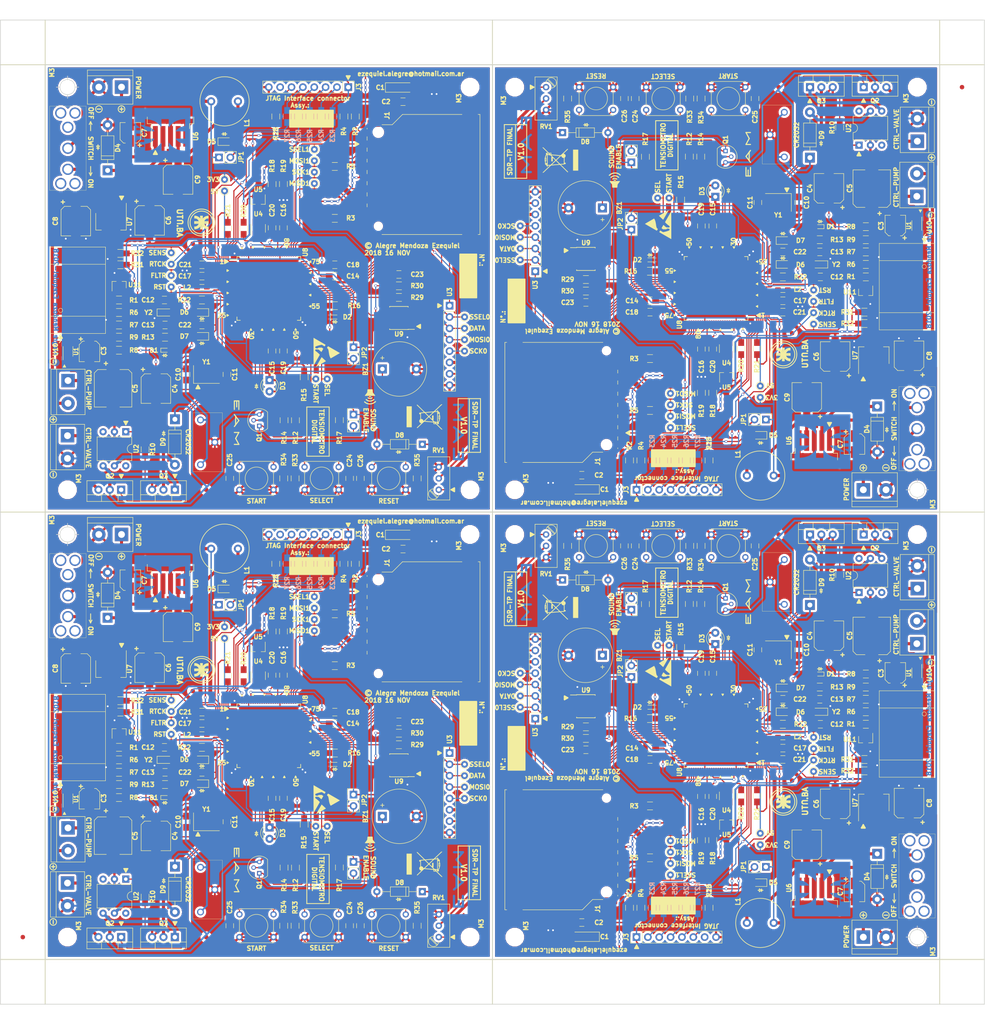
<source format=kicad_pcb>
(kicad_pcb (version 4) (host pcbnew 4.0.7-e2-6376~58~ubuntu16.04.1)
  (layers (0 F.Cu signal) (31 B.Cu signal) (34 B.Paste user) (35 F.Paste user) (36 B.SilkS user) (37 F.SilkS user) (38 B.Mask user) (39 F.Mask user) (44 Edge.Cuts user))
  (net 0 "")
  (net 1 "Net-(BZ1-Pad1)")
  (net 2 GND)
  (net 3 +3V3)
  (net 4 /Filtrado/IN)
  (net 5 "Net-(C3-Pad2)")
  (net 6 "Net-(C4-Pad1)")
  (net 7 /microcontrolador/FILTER)
  (net 8 /Alimentación/V+)
  (net 9 +5V)
  (net 10 "Net-(C10-Pad1)")
  (net 11 "Net-(C11-Pad1)")
  (net 12 "Net-(C12-Pad1)")
  (net 13 "Net-(C13-Pad1)")
  (net 14 /microcontrolador/VDD_3V3)
  (net 15 /microcontrolador/VREF)
  (net 16 /microcontrolador/VBAT)
  (net 17 /microcontrolador/VIO_3V3X)
  (net 18 "/Controles de usuario/~SELECT")
  (net 19 "/Controles de usuario/~START")
  (net 20 /microcontrolador/~MRESET)
  (net 21 "Net-(D1-Pad2)")
  (net 22 "Net-(D2-Pad2)")
  (net 23 "Net-(D3-Pad2)")
  (net 24 /microcontrolador/~RSTOUT)
  (net 25 "Net-(D4-Pad1)")
  (net 26 "Net-(D5-Pad2)")
  (net 27 "Net-(D7-Pad2)")
  (net 28 "Net-(D9-Pad2)")
  (net 29 /Almacenamiento/SSEL)
  (net 30 /Almacenamiento/MOSI)
  (net 31 /Almacenamiento/SCK)
  (net 32 /Almacenamiento/MISO)
  (net 33 /Almacenamiento/data1)
  (net 34 /Almacenamiento/data2)
  (net 35 "Net-(J1-Pad10)")
  (net 36 "Net-(J1-Pad11)")
  (net 37 "Net-(J1-Pad13)")
  (net 38 "Net-(J2-Pad1)")
  (net 39 /microcontrolador/JTAG_TMS_SWDIOX)
  (net 40 /microcontrolador/JTAG_TCLK_SWCLKX)
  (net 41 /microcontrolador/JTAG_TDO_SWOX)
  (net 42 /microcontrolador/JTAG_TDIX)
  (net 43 /microcontrolador/JTAG_RESETX)
  (net 44 /microcontrolador/EXT_POWX)
  (net 45 "Net-(J4-Pad1)")
  (net 46 "Net-(JP3-Pad1)")
  (net 47 "Net-(Q1-Pad2)")
  (net 48 "/Bomba de aire/VALVULA")
  (net 49 "Net-(Q3-Pad1)")
  (net 50 "Net-(R1-Pad2)")
  (net 51 "Net-(R8-Pad1)")
  (net 52 "Net-(R10-Pad1)")
  (net 53 "/Bomba de aire/BOMBA")
  (net 54 /Indicadores/LED_BUZZER)
  (net 55 "Net-(R18-Pad2)")
  (net 56 /microcontrolador/~ARESET)
  (net 57 "Net-(R21-Pad2)")
  (net 58 "Net-(R22-Pad1)")
  (net 59 /microcontrolador/TMS_SWDIO)
  (net 60 /microcontrolador/TCLK_SWDCLK)
  (net 61 /microcontrolador/TDO_SWO)
  (net 62 /microcontrolador/TDI)
  (net 63 "/Sensor de presión/REG_OUT")
  (net 64 "Net-(SW2-Pad3)")
  (net 65 /Display/CLK)
  (net 66 /Display/CE)
  (net 67 /Display/DATA)
  (net 68 /Display/DIN)
  (net 69 /microcontrolador/RTCK)
  (net 70 "Net-(U1-Pad7)")
  (net 71 "Net-(U2-Pad3)")
  (net 72 "Net-(U2-Pad6)")
  (net 73 /Display/~RST)
  (net 74 "Net-(U4-Pad4)")
  (net 75 "Net-(U4-Pad5)")
  (net 76 "Net-(U8-Pad6)")
  (net 77 "Net-(U8-Pad7)")
  (net 78 "Net-(U8-Pad13)")
  (net 79 "Net-(U8-Pad20)")
  (net 80 "Net-(U8-Pad21)")
  (net 81 "Net-(U8-Pad24)")
  (net 82 "Net-(U8-Pad25)")
  (net 83 "Net-(U8-Pad26)")
  (net 84 "Net-(U8-Pad27)")
  (net 85 "Net-(U8-Pad29)")
  (net 86 "Net-(U8-Pad30)")
  (net 87 "Net-(U8-Pad33)")
  (net 88 "Net-(U8-Pad36)")
  (net 89 "Net-(U8-Pad37)")
  (net 90 "Net-(U8-Pad38)")
  (net 91 "Net-(U8-Pad39)")
  (net 92 "Net-(U8-Pad40)")
  (net 93 "Net-(U8-Pad43)")
  (net 94 "Net-(U8-Pad45)")
  (net 95 "Net-(U8-Pad46)")
  (net 96 "Net-(U8-Pad47)")
  (net 97 "Net-(U8-Pad48)")
  (net 98 "Net-(U8-Pad49)")
  (net 99 "Net-(U8-Pad52)")
  (net 100 "Net-(U8-Pad65)")
  (net 101 "Net-(U8-Pad66)")
  (net 102 "Net-(U8-Pad67)")
  (net 103 "Net-(U8-Pad68)")
  (net 104 "Net-(U8-Pad69)")
  (net 105 "Net-(U8-Pad70)")
  (net 106 "Net-(U8-Pad73)")
  (net 107 "Net-(U8-Pad74)")
  (net 108 "Net-(U8-Pad75)")
  (net 109 "Net-(U8-Pad80)")
  (net 110 "Net-(U8-Pad81)")
  (net 111 "Net-(U8-Pad82)")
  (net 112 "Net-(U8-Pad85)")
  (net 113 "Net-(U8-Pad87)")
  (net 114 "Net-(U8-Pad88)")
  (net 115 "Net-(U8-Pad89)")
  (net 116 "Net-(U8-Pad90)")
  (net 117 "Net-(U8-Pad91)")
  (net 118 "Net-(U8-Pad92)")
  (net 119 "Net-(U8-Pad93)")
  (net 120 "Net-(U8-Pad94)")
  (net 121 "Net-(U8-Pad95)")
  (net 122 "Net-(U8-Pad98)")
  (net 123 "Net-(U8-Pad99)")
  (net 124 "Net-(U10-Pad1)")
  (net 125 "Net-(U10-Pad5)")
  (net 126 "Net-(U10-Pad6)")
  (net 127 "Net-(U10-Pad7)")
  (net 128 "Net-(U10-Pad8)")
  (net 129 "Net-(J5-Pad1)")
  (net 130 /microcontrolador/SDA_EEPROM)
  (net 131 /microcontrolador/SCL_EEPROM)
  (net 132 "Net-(U8-Pad44)")
  (net 133 "Net-(U8-Pad57)")
  (net 134 "Net-(U8-Pad53)")
  (net 135 "Net-(RV1-Pad2)")
  (net 136 /microcontrolador/STATUS_LED)
  (module Fiducials:Fiducial_1mm_Dia_2.54mm_Outer_CopperTop (layer F.Cu) (at -5 195 90)
    (fp_text reference F hide)
    (fp_text value Fiducial_1mm_Dia_2.54mm_Outer_CopperTop)
    (pad ~ smd circle (at 0 0 90) (size 1 1) (layers F.Cu F.Mask) (clearance 0.77))
  )
  (module Fiducials:Fiducial_1mm_Dia_2.54mm_Outer_CopperTop (layer F.Cu) (at 205 5 90)
    (fp_text reference F hide)
    (fp_text value Fiducial_1mm_Dia_2.54mm_Outer_CopperTop)
    (pad ~ smd circle (at 0 0 90) (size 1 1) (layers F.Cu F.Mask) (clearance 0.77))
  )
  (module Mounting_Holes:MountingHole_3.2mm_M3 (layer F.Cu) (at -5 205 90)
    (fp_text reference M3 hide)
    (fp_text value MountingHole_3.2mm_M3)
    (pad 1 np_thru_hole circle (at 0 0 90) (size 3.2 3.2) (drill 3.2) (layers *.Cu *.Mask))
  )
  (module Mounting_Holes:MountingHole_3.2mm_M3 (layer F.Cu) (at -5 -5 90)
    (fp_text reference M3 hide)
    (fp_text value MountingHole_3.2mm_M3)
    (pad 1 np_thru_hole circle (at 0 0 90) (size 3.2 3.2) (drill 3.2) (layers *.Cu *.Mask))
  )
  (module Mounting_Holes:MountingHole_3.2mm_M3 (layer F.Cu) (at 206 -5 90)
    (fp_text reference M3 hide)
    (fp_text value MountingHole_3.2mm_M3)
    (pad 1 np_thru_hole circle (at 0 0 90) (size 3.2 3.2) (drill 3.2) (layers *.Cu *.Mask))
  )
  (module Mounting_Holes:MountingHole_3.2mm_M3 (layer F.Cu) (at 205 205 90)
    (fp_text reference M3 hide)
    (fp_text value MountingHole_3.2mm_M3)
    (pad 1 np_thru_hole circle (at 0 0 90) (size 3.2 3.2) (drill 3.2) (layers *.Cu *.Mask))
  )
  (module footprints:logoUTN1 (layer B.Cu) (at 26.213 115.748 90)
    (fp_text reference G*** hide)
    (fp_text value LOGO hide)
    (fp_poly (pts (xy 6.096 -6.2484) (xy -6.096 -6.2484) (xy -6.096 -4.064) (xy -2.64928 -4.064) (xy -2.63274 -4.771263) (xy -2.62518 -5.054068) (xy -2.615803 -5.25425) (xy -2.601383 -5.390778) (xy -2.578693 -5.482618) (xy -2.544507 -5.54874) (xy -2.495596 -5.60811) (xy -2.4892 -5.615019) (xy -2.374607 -5.722334) (xy -2.254965 -5.788833) (xy -2.101107 -5.824023) (xy -1.883865 -5.837414) (xy -1.8034 -5.83859) (xy -1.573397 -5.830976) (xy -1.408843 -5.799081) (xy -1.279644 -5.739097) (xy -1.158675 -5.646255) (xy -1.071811 -5.526913) (xy -1.014124 -5.364398) (xy -0.980685 -5.142033) (xy -0.966565 -4.843145) (xy -0.9652 -4.675231) (xy -0.9652 -4.064) (xy -0.762 -4.064) (xy -0.762 -4.5212) (xy -0.2032 -4.5212) (xy -0.2032 -5.842) (xy 0.3556 -5.842) (xy 1.1176 -5.842) (xy 1.621787 -5.842) (xy 1.636393 -5.3721) (xy 1.651 -4.9022) (xy 2.28862 -5.842) (xy 2.794 -5.842) (xy 2.794 -4.064) (xy 2.289812 -4.064) (xy 2.2606 -4.98565) (xy 1.645032 -4.0894) (xy 1.1176 -4.05869) (xy 1.1176 -5.842) (xy 0.3556 -5.842) (xy 0.3556 -4.5212) (xy 0.9144 -4.5212) (xy 0.9144 -4.064) (xy -0.762 -4.064) (xy -0.9652 -4.064) (xy -1.524 -4.064) (xy -1.524 -4.669971) (xy -1.526727 -4.943494) (xy -1.536271 -5.133102) (xy -1.554677 -5.256368) (xy -1.583991 -5.330866) (xy -1.603829 -5.355771) (xy -1.721058 -5.418415) (xy -1.866793 -5.43182) (xy -1.992754 -5.394838) (xy -2.02668 -5.365811) (xy -2.052993 -5.283935) (xy -2.074701 -5.116806) (xy -2.090146 -4.88073) (xy -2.0964 -4.680202) (xy -2.1082 -4.064382) (xy -2.64928 -4.064) (xy -6.096 -4.064) (xy -6.096 1.4224) (xy -3.507717 1.4224) (xy -3.493759 0.605057) (xy -3.4798 -0.212286) (xy -2.5781 -0.205683) (xy -2.288474 -0.205702) (xy -2.037857 -0.209806) (xy -1.842303 -0.217396) (xy -1.717868 -0.227872) (xy -1.679949 -0.23924) (xy -1.719876 -0.286417) (xy -1.822262 -0.37464) (xy -1.966534 -0.486403) (xy -1.995814 -0.508) (xy -2.393694 -0.859875) (xy -2.738503 -1.288286) (xy -3.023131 -1.779159) (xy -3.240467 -2.31842) (xy -3.383403 -2.891995) (xy -3.439369 -3.3655) (xy -3.469175 -3.8608) (xy -1.936626 -3.8608) (xy -1.904054 -3.6195) (xy -1.798454 -3.142444) (xy -1.619588 -2.696225) (xy -1.377834 -2.302376) (xy -1.139689 -2.033361) (xy -1.000901 -1.908631) (xy -0.886532 -1.817678) (xy -0.819277 -1.778398) (xy -0.815841 -1.778) (xy -0.795109 -1.826322) (xy -0.779443 -1.972035) (xy -0.768785 -2.216254) (xy -0.76308 -2.560097) (xy -0.762 -2.8448) (xy -0.762 -3.9116) (xy 0.861618 -3.9116) (xy 0.889 -1.7018) (xy 1.245523 -2.0574) (xy 1.533046 -2.382231) (xy 1.742314 -2.715055) (xy 1.889954 -3.087367) (xy 1.976106 -3.44117) (xy 2.0574 -3.860466) (xy 2.835212 -3.860633) (xy 3.613025 -3.8608) (xy 3.586608 -3.6449) (xy 3.567087 -3.473451) (xy 3.544316 -3.256595) (xy 3.528901 -3.100264) (xy 3.474519 -2.773509) (xy 3.375585 -2.402739) (xy 3.245175 -2.027614) (xy 3.096366 -1.687794) (xy 3.011133 -1.529834) (xy 2.84718 -1.284658) (xy 2.642745 -1.026585) (xy 2.420065 -0.780046) (xy 2.20138 -0.569471) (xy 2.008928 -0.419292) (xy 1.988506 -0.4064) (xy 1.866506 -0.32429) (xy 1.791066 -0.259026) (xy 1.779366 -0.239083) (xy 1.827026 -0.226993) (xy 1.960263 -0.217999) (xy 2.163084 -0.212545) (xy 2.419502 -0.211076) (xy 2.69246 -0.213683) (xy 3.606921 -0.2286) (xy 3.60686 0.5969) (xy 3.6068 1.4224) (xy 1.703156 1.4224) (xy 1.960654 1.59581) (xy 2.207048 1.791266) (xy 2.470329 2.049669) (xy 2.724117 2.34204) (xy 2.942028 2.639401) (xy 3.011133 2.74969) (xy 3.164471 3.052589) (xy 3.306672 3.41297) (xy 3.424627 3.791088) (xy 3.505227 4.147199) (xy 3.528901 4.319465) (xy 3.550286 4.534082) (xy 3.572776 4.744405) (xy 3.586608 4.8641) (xy 3.613025 5.08) (xy 2.835212 5.079834) (xy 2.0574 5.079667) (xy 1.972172 4.640294) (xy 1.849233 4.178386) (xy 1.667878 3.784758) (xy 1.41637 3.43745) (xy 1.223057 3.238554) (xy 0.889 2.926002) (xy 0.875289 4.003001) (xy 0.861579 5.08) (xy -0.762 5.08) (xy -0.762 4.0386) (xy -0.764515 3.632874) (xy -0.772091 3.327635) (xy -0.784781 3.121895) (xy -0.802636 3.014665) (xy -0.815841 2.9972) (xy -0.876768 3.029951) (xy -0.987217 3.116272) (xy -1.124491 3.238267) (xy -1.139689 3.252562) (xy -1.425309 3.58733) (xy -1.656559 3.992145) (xy -1.823062 4.445473) (xy -1.904054 4.8387) (xy -1.936626 5.08) (xy -3.4544 5.08) (xy -3.454401 4.747659) (xy -3.406316 4.162807) (xy -3.267201 3.586338) (xy -3.044765 3.033769) (xy -2.746714 2.520618) (xy -2.380758 2.062406) (xy -1.954605 1.674649) (xy -1.912112 1.642664) (xy -1.614424 1.4224) (xy -3.507717 1.4224) (xy -6.096 1.4224) (xy -6.096 6.2484) (xy 6.096 6.2484) (xy 6.096 -6.2484)) (layer B.Cu) (width 0.01))
  )
  (module Resistors_SMD:R_0805_HandSoldering (layer B.Cu) (at 59.18258 111.55688 270)
    (fp_text reference R25 (at 4.31812 0.00038 270) (layer B.SilkS) (effects (font (thickness 0.25)) (justify mirror)))
    (fp_text value 0R)
    (pad 1 smd rect (at -1.35 0 270) (size 1.5 1.3) (layers B.Cu B.Paste B.Mask) (net 40 /microcontrolador/JTAG_TCLK_SWCLKX))
    (pad 2 smd rect (at 1.35 0 270) (size 1.5 1.3) (layers B.Cu B.Paste B.Mask) (net 60 /microcontrolador/TCLK_SWDCLK))
  )
  (module Resistors_SMD:R_0805_HandSoldering (layer B.Cu) (at 61.72258 111.55688 270)
    (fp_text reference R24 (at 4.31812 0 270) (layer B.SilkS) (effects (font (thickness 0.25)) (justify mirror)))
    (fp_text value 0R)
    (pad 1 smd rect (at -1.35 0 270) (size 1.5 1.3) (layers B.Cu B.Paste B.Mask) (net 39 /microcontrolador/JTAG_TMS_SWDIOX))
    (pad 2 smd rect (at 1.35 0 270) (size 1.5 1.3) (layers B.Cu B.Paste B.Mask) (net 59 /microcontrolador/TMS_SWDIO))
  )
  (module Resistors_SMD:R_0805_HandSoldering (layer B.Cu) (at 64.26258 111.55688 270)
    (fp_text reference R23 (at 4.31812 0.00038 270) (layer B.SilkS) (effects (font (thickness 0.25)) (justify mirror)))
    (fp_text value 12K)
    (pad 1 smd rect (at -1.35 0 270) (size 1.5 1.3) (layers B.Cu B.Paste B.Mask) (net 17 /microcontrolador/VIO_3V3X))
    (pad 2 smd rect (at 1.35 0 270) (size 1.5 1.3) (layers B.Cu B.Paste B.Mask) (net 20 /microcontrolador/~MRESET))
  )
  (module Resistors_SMD:R_0805_HandSoldering (layer B.Cu) (at 54.10258 111.55688 270)
    (fp_text reference R27 (at 4.29272 0.00038 270) (layer B.SilkS) (effects (font (thickness 0.25)) (justify mirror)))
    (fp_text value 0R)
    (pad 1 smd rect (at -1.35 0 270) (size 1.5 1.3) (layers B.Cu B.Paste B.Mask) (net 42 /microcontrolador/JTAG_TDIX))
    (pad 2 smd rect (at 1.35 0 270) (size 1.5 1.3) (layers B.Cu B.Paste B.Mask) (net 62 /microcontrolador/TDI))
  )
  (module Resistors_SMD:R_0805_HandSoldering (layer B.Cu) (at 56.64258 111.55688 270)
    (fp_text reference R26 (at 4.31812 0.00038 270) (layer B.SilkS) (effects (font (thickness 0.25)) (justify mirror)))
    (fp_text value 0R)
    (pad 1 smd rect (at -1.35 0 270) (size 1.5 1.3) (layers B.Cu B.Paste B.Mask) (net 41 /microcontrolador/JTAG_TDO_SWOX))
    (pad 2 smd rect (at 1.35 0 270) (size 1.5 1.3) (layers B.Cu B.Paste B.Mask) (net 61 /microcontrolador/TDO_SWO))
  )
  (module Capacitors_SMD:C_0805_HandSoldering (layer F.Cu) (at 64.76258 147.24388)
    (fp_text reference C14 (at 4.044 0) (layer F.SilkS) (effects (font (thickness 0.25))))
    (fp_text value 10nF)
    (pad 1 smd rect (at -1.25 0) (size 1.5 1.25) (layers F.Cu F.Paste F.Mask) (net 14 /microcontrolador/VDD_3V3))
    (pad 2 smd rect (at 1.25 0) (size 1.5 1.25) (layers F.Cu F.Paste F.Mask) (net 2 GND))
  )
  (module Resistors_SMD:R_0805_HandSoldering (layer F.Cu) (at 64.76258 134.32798)
    (fp_text reference R3 (at 3.556 -0.0456) (layer F.SilkS) (effects (font (thickness 0.25))))
    (fp_text value 10K)
    (pad 1 smd rect (at -1.35 0) (size 1.5 1.3) (layers F.Cu F.Paste F.Mask) (net 3 +3V3))
    (pad 2 smd rect (at 1.35 0) (size 1.5 1.3) (layers F.Cu F.Paste F.Mask) (net 33 /Almacenamiento/data1))
  )
  (module Resistors_SMD:R_0805_HandSoldering (layer F.Cu) (at 79.09618 149.41558 180)
    (fp_text reference R30 (at -4.08902 0 180) (layer F.SilkS) (effects (font (thickness 0.25))))
    (fp_text value 3K3)
    (pad 1 smd rect (at -1.35 0 180) (size 1.5 1.3) (layers F.Cu F.Paste F.Mask) (net 17 /microcontrolador/VIO_3V3X))
    (pad 2 smd rect (at 1.35 0 180) (size 1.5 1.3) (layers F.Cu F.Paste F.Mask) (net 131 /microcontrolador/SCL_EEPROM))
  )
  (module Capacitors_SMD:C_0805_HandSoldering (layer F.Cu) (at 64.76258 144.70388)
    (fp_text reference C18 (at 4.064 0) (layer F.SilkS) (effects (font (thickness 0.25))))
    (fp_text value 100nF)
    (pad 1 smd rect (at -1.25 0) (size 1.5 1.25) (layers F.Cu F.Paste F.Mask) (net 14 /microcontrolador/VDD_3V3))
    (pad 2 smd rect (at 1.25 0) (size 1.5 1.25) (layers F.Cu F.Paste F.Mask) (net 2 GND))
  )
  (module Resistors_SMD:R_0805_HandSoldering (layer F.Cu) (at 64.7702 153.848)
    (fp_text reference R16 (at 4.318 0) (layer F.SilkS) (effects (font (thickness 0.25))))
    (fp_text value 1k5)
    (pad 1 smd rect (at -1.35 0) (size 1.5 1.3) (layers F.Cu F.Paste F.Mask) (net 136 /microcontrolador/STATUS_LED))
    (pad 2 smd rect (at 1.35 0) (size 1.5 1.3) (layers F.Cu F.Paste F.Mask) (net 22 "Net-(D2-Pad2)"))
  )
  (module Housings_SOIC:SOIC-8_3.9x4.9mm_Pitch1.27mm (layer F.Cu) (at 79.09618 156.60378 180)
    (fp_text reference U9 (at 0 -3.59422 180) (layer F.SilkS) (effects (font (thickness 0.25))))
    (fp_text value 24LC64)
    (pad 1 smd rect (at -2.7 -1.905 180) (size 1.55 0.6) (layers F.Cu F.Paste F.Mask) (net 2 GND))
    (pad 2 smd rect (at -2.7 -0.635 180) (size 1.55 0.6) (layers F.Cu F.Paste F.Mask) (net 2 GND))
    (pad 3 smd rect (at -2.7 0.635 180) (size 1.55 0.6) (layers F.Cu F.Paste F.Mask) (net 2 GND))
    (pad 4 smd rect (at -2.7 1.905 180) (size 1.55 0.6) (layers F.Cu F.Paste F.Mask) (net 2 GND))
    (pad 5 smd rect (at 2.7 1.905 180) (size 1.55 0.6) (layers F.Cu F.Paste F.Mask) (net 130 /microcontrolador/SDA_EEPROM))
    (pad 6 smd rect (at 2.7 0.635 180) (size 1.55 0.6) (layers F.Cu F.Paste F.Mask) (net 131 /microcontrolador/SCL_EEPROM))
    (pad 7 smd rect (at 2.7 -0.635 180) (size 1.55 0.6) (layers F.Cu F.Paste F.Mask) (net 2 GND))
    (pad 8 smd rect (at 2.7 -1.905 180) (size 1.55 0.6) (layers F.Cu F.Paste F.Mask) (net 17 /microcontrolador/VIO_3V3X))
  )
  (module Capacitors_SMD:C_0805_HandSoldering (layer F.Cu) (at 79.09618 146.87558 180)
    (fp_text reference C23 (at -4.08902 0.01258 180) (layer F.SilkS) (effects (font (thickness 0.25))))
    (fp_text value 100nF)
    (pad 1 smd rect (at -1.25 0 180) (size 1.5 1.25) (layers F.Cu F.Paste F.Mask) (net 17 /microcontrolador/VIO_3V3X))
    (pad 2 smd rect (at 1.25 0 180) (size 1.5 1.25) (layers F.Cu F.Paste F.Mask) (net 2 GND))
  )
  (module Resistors_SMD:R_0805_HandSoldering (layer F.Cu) (at 79.09618 151.99988 180)
    (fp_text reference R29 (at -4.08902 -0.00662 180) (layer F.SilkS) (effects (font (thickness 0.25))))
    (fp_text value 3K3)
    (pad 1 smd rect (at -1.35 0 180) (size 1.5 1.3) (layers F.Cu F.Paste F.Mask) (net 17 /microcontrolador/VIO_3V3X))
    (pad 2 smd rect (at 1.35 0 180) (size 1.5 1.3) (layers F.Cu F.Paste F.Mask) (net 130 /microcontrolador/SDA_EEPROM))
  )
  (module Capacitors_SMD:C_0805_HandSoldering (layer F.Cu) (at 35.05258 147.24388 180)
    (fp_text reference C17 (at 3.83 0 180) (layer F.SilkS) (effects (font (thickness 0.25))))
    (fp_text value 10nF)
    (pad 1 smd rect (at -1.25 0 180) (size 1.5 1.25) (layers F.Cu F.Paste F.Mask) (net 15 /microcontrolador/VREF))
    (pad 2 smd rect (at 1.25 0 180) (size 1.5 1.25) (layers F.Cu F.Paste F.Mask) (net 2 GND))
  )
  (module Resistors_SMD:R_0805_HandSoldering (layer F.Cu) (at 35.05258 152.57788 180)
    (fp_text reference R22 (at 3.937 0 180) (layer F.SilkS) (effects (font (thickness 0.25))))
    (fp_text value 100K)
    (pad 1 smd rect (at -1.35 0 180) (size 1.5 1.3) (layers F.Cu F.Paste F.Mask) (net 58 "Net-(R22-Pad1)"))
    (pad 2 smd rect (at 1.35 0 180) (size 1.5 1.3) (layers F.Cu F.Paste F.Mask) (net 13 "Net-(C13-Pad1)"))
  )
  (module footprints:LQFP-100_14x14mm_P0.5mm (layer F.Cu) (at 50.00058 149.99988)
    (fp_text reference U8 (at 8.16562 -8.08988 90) (layer F.SilkS) (effects (font (thickness 0.25))))
    (fp_text value LPC1769FBD100)
    (pad 1 smd rect (at -7.9 -6) (size 1.5 0.28) (layers F.Cu F.Paste F.Mask) (net 61 /microcontrolador/TDO_SWO))
    (pad 2 smd rect (at -7.9 -5.5) (size 1.5 0.28) (layers F.Cu F.Paste F.Mask) (net 62 /microcontrolador/TDI))
    (pad 3 smd rect (at -7.9 -5) (size 1.5 0.28) (layers F.Cu F.Paste F.Mask) (net 59 /microcontrolador/TMS_SWDIO))
    (pad 4 smd rect (at -7.9 -4.5) (size 1.5 0.28) (layers F.Cu F.Paste F.Mask) (net 57 "Net-(R21-Pad2)"))
    (pad 5 smd rect (at -7.9 -4) (size 1.5 0.28) (layers F.Cu F.Paste F.Mask) (net 60 /microcontrolador/TCLK_SWDCLK))
    (pad 6 smd rect (at -7.9 -3.5) (size 1.5 0.28) (layers F.Cu F.Paste F.Mask) (net 76 "Net-(U8-Pad6)"))
    (pad 7 smd rect (at -7.9 -3) (size 1.5 0.28) (layers F.Cu F.Paste F.Mask) (net 77 "Net-(U8-Pad7)"))
    (pad 8 smd rect (at -7.9 -2.5) (size 1.5 0.28) (layers F.Cu F.Paste F.Mask) (net 63 "/Sensor de presión/REG_OUT"))
    (pad 9 smd rect (at -7.9 -2) (size 1.5 0.28) (layers F.Cu F.Paste F.Mask) (net 7 /microcontrolador/FILTER))
    (pad 10 smd rect (at -7.9 -1.5) (size 1.5 0.28) (layers F.Cu F.Paste F.Mask) (net 15 /microcontrolador/VREF))
    (pad 11 smd rect (at -7.9 -1) (size 1.5 0.28) (layers F.Cu F.Paste F.Mask) (net 2 GND))
    (pad 12 smd rect (at -7.9 -0.5) (size 1.5 0.28) (layers F.Cu F.Paste F.Mask) (net 15 /microcontrolador/VREF))
    (pad 13 smd rect (at -7.9 0) (size 1.5 0.28) (layers F.Cu F.Paste F.Mask) (net 78 "Net-(U8-Pad13)"))
    (pad 14 smd rect (at -7.9 0.5) (size 1.5 0.28) (layers F.Cu F.Paste F.Mask) (net 24 /microcontrolador/~RSTOUT))
    (pad 15 smd rect (at -7.9 1) (size 1.5 0.28) (layers F.Cu F.Paste F.Mask) (net 2 GND))
    (pad 16 smd rect (at -7.9 1.5) (size 1.5 0.28) (layers F.Cu F.Paste F.Mask) (net 12 "Net-(C12-Pad1)"))
    (pad 17 smd rect (at -7.9 2) (size 1.5 0.28) (layers F.Cu F.Paste F.Mask) (net 20 /microcontrolador/~MRESET))
    (pad 18 smd rect (at -7.9 2.5) (size 1.5 0.28) (layers F.Cu F.Paste F.Mask) (net 58 "Net-(R22-Pad1)"))
    (pad 19 smd rect (at -7.9 3) (size 1.5 0.28) (layers F.Cu F.Paste F.Mask) (net 16 /microcontrolador/VBAT))
    (pad 20 smd rect (at -7.9 3.5) (size 1.5 0.28) (layers F.Cu F.Paste F.Mask) (net 79 "Net-(U8-Pad20)"))
    (pad 21 smd rect (at -7.9 4) (size 1.5 0.28) (layers F.Cu F.Paste F.Mask) (net 80 "Net-(U8-Pad21)"))
    (pad 22 smd rect (at -7.9 4.5) (size 1.5 0.28) (layers F.Cu F.Paste F.Mask) (net 10 "Net-(C10-Pad1)"))
    (pad 23 smd rect (at -7.9 5) (size 1.5 0.28) (layers F.Cu F.Paste F.Mask) (net 11 "Net-(C11-Pad1)"))
    (pad 24 smd rect (at -7.9 5.5) (size 1.5 0.28) (layers F.Cu F.Paste F.Mask) (net 81 "Net-(U8-Pad24)"))
    (pad 25 smd rect (at -7.9 6) (size 1.5 0.28) (layers F.Cu F.Paste F.Mask) (net 82 "Net-(U8-Pad25)"))
    (pad 26 smd rect (at -6 7.9 90) (size 1.5 0.28) (layers F.Cu F.Paste F.Mask) (net 83 "Net-(U8-Pad26)"))
    (pad 27 smd rect (at -5.5 7.9 90) (size 1.5 0.28) (layers F.Cu F.Paste F.Mask) (net 84 "Net-(U8-Pad27)"))
    (pad 28 smd rect (at -5 7.9 90) (size 1.5 0.28) (layers F.Cu F.Paste F.Mask) (net 14 /microcontrolador/VDD_3V3))
    (pad 29 smd rect (at -4.5 7.9 90) (size 1.5 0.28) (layers F.Cu F.Paste F.Mask) (net 85 "Net-(U8-Pad29)"))
    (pad 30 smd rect (at -4 7.9 90) (size 1.5 0.28) (layers F.Cu F.Paste F.Mask) (net 86 "Net-(U8-Pad30)"))
    (pad 31 smd rect (at -3.5 7.9 90) (size 1.5 0.28) (layers F.Cu F.Paste F.Mask) (net 2 GND))
    (pad 32 smd rect (at -3 7.9 90) (size 1.5 0.28) (layers F.Cu F.Paste F.Mask) (net 53 "/Bomba de aire/BOMBA"))
    (pad 33 smd rect (at -2.5 7.9 90) (size 1.5 0.28) (layers F.Cu F.Paste F.Mask) (net 87 "Net-(U8-Pad33)"))
    (pad 34 smd rect (at -2 7.9 90) (size 1.5 0.28) (layers F.Cu F.Paste F.Mask) (net 48 "/Bomba de aire/VALVULA"))
    (pad 35 smd rect (at -1.5 7.9 90) (size 1.5 0.28) (layers F.Cu F.Paste F.Mask) (net 54 /Indicadores/LED_BUZZER))
    (pad 36 smd rect (at -1 7.9 90) (size 1.5 0.28) (layers F.Cu F.Paste F.Mask) (net 88 "Net-(U8-Pad36)"))
    (pad 37 smd rect (at -0.5 7.9 90) (size 1.5 0.28) (layers F.Cu F.Paste F.Mask) (net 89 "Net-(U8-Pad37)"))
    (pad 38 smd rect (at 0 7.9 90) (size 1.5 0.28) (layers F.Cu F.Paste F.Mask) (net 90 "Net-(U8-Pad38)"))
    (pad 39 smd rect (at 0.5 7.9 90) (size 1.5 0.28) (layers F.Cu F.Paste F.Mask) (net 91 "Net-(U8-Pad39)"))
    (pad 40 smd rect (at 1 7.9 90) (size 1.5 0.28) (layers F.Cu F.Paste F.Mask) (net 92 "Net-(U8-Pad40)"))
    (pad 41 smd rect (at 1.5 7.9 90) (size 1.5 0.28) (layers F.Cu F.Paste F.Mask) (net 2 GND))
    (pad 42 smd rect (at 2 7.9 90) (size 1.5 0.28) (layers F.Cu F.Paste F.Mask) (net 14 /microcontrolador/VDD_3V3))
    (pad 43 smd rect (at 2.5 7.9 90) (size 1.5 0.28) (layers F.Cu F.Paste F.Mask) (net 93 "Net-(U8-Pad43)"))
    (pad 44 smd rect (at 3 7.9 90) (size 1.5 0.28) (layers F.Cu F.Paste F.Mask) (net 132 "Net-(U8-Pad44)"))
    (pad 45 smd rect (at 3.5 7.9 90) (size 1.5 0.28) (layers F.Cu F.Paste F.Mask) (net 94 "Net-(U8-Pad45)"))
    (pad 46 smd rect (at 4 7.9 90) (size 1.5 0.28) (layers F.Cu F.Paste F.Mask) (net 95 "Net-(U8-Pad46)"))
    (pad 47 smd rect (at 4.5 7.9 90) (size 1.5 0.28) (layers F.Cu F.Paste F.Mask) (net 96 "Net-(U8-Pad47)"))
    (pad 48 smd rect (at 5 7.9 90) (size 1.5 0.28) (layers F.Cu F.Paste F.Mask) (net 97 "Net-(U8-Pad48)"))
    (pad 49 smd rect (at 5.5 7.9 90) (size 1.5 0.28) (layers F.Cu F.Paste F.Mask) (net 98 "Net-(U8-Pad49)"))
    (pad 50 smd rect (at 6 7.9 90) (size 1.5 0.28) (layers F.Cu F.Paste F.Mask) (net 19 "/Controles de usuario/~START"))
    (pad 51 smd rect (at 7.9 6) (size 1.5 0.28) (layers F.Cu F.Paste F.Mask) (net 18 "/Controles de usuario/~SELECT"))
    (pad 52 smd rect (at 7.9 5.5) (size 1.5 0.28) (layers F.Cu F.Paste F.Mask) (net 99 "Net-(U8-Pad52)"))
    (pad 53 smd rect (at 7.9 5) (size 1.5 0.28) (layers F.Cu F.Paste F.Mask) (net 134 "Net-(U8-Pad53)"))
    (pad 54 smd rect (at 7.9 4.5) (size 1.5 0.28) (layers F.Cu F.Paste F.Mask) (net 14 /microcontrolador/VDD_3V3))
    (pad 55 smd rect (at 7.9 4) (size 1.5 0.28) (layers F.Cu F.Paste F.Mask) (net 2 GND))
    (pad 56 smd rect (at 7.9 3.5) (size 1.5 0.28) (layers F.Cu F.Paste F.Mask) (net 136 /microcontrolador/STATUS_LED))
    (pad 57 smd rect (at 7.9 3) (size 1.5 0.28) (layers F.Cu F.Paste F.Mask) (net 133 "Net-(U8-Pad57)"))
    (pad 58 smd rect (at 7.9 2.5) (size 1.5 0.28) (layers F.Cu F.Paste F.Mask) (net 131 /microcontrolador/SCL_EEPROM))
    (pad 59 smd rect (at 7.9 2) (size 1.5 0.28) (layers F.Cu F.Paste F.Mask) (net 130 /microcontrolador/SDA_EEPROM))
    (pad 60 smd rect (at 7.9 1.5) (size 1.5 0.28) (layers F.Cu F.Paste F.Mask) (net 68 /Display/DIN))
    (pad 61 smd rect (at 7.9 1) (size 1.5 0.28) (layers F.Cu F.Paste F.Mask) (net 67 /Display/DATA))
    (pad 62 smd rect (at 7.9 0.5) (size 1.5 0.28) (layers F.Cu F.Paste F.Mask) (net 65 /Display/CLK))
    (pad 63 smd rect (at 7.9 0) (size 1.5 0.28) (layers F.Cu F.Paste F.Mask) (net 66 /Display/CE))
    (pad 64 smd rect (at 7.9 -0.5) (size 1.5 0.28) (layers F.Cu F.Paste F.Mask) (net 73 /Display/~RST))
    (pad 65 smd rect (at 7.9 -1) (size 1.5 0.28) (layers F.Cu F.Paste F.Mask) (net 100 "Net-(U8-Pad65)"))
    (pad 66 smd rect (at 7.9 -1.5) (size 1.5 0.28) (layers F.Cu F.Paste F.Mask) (net 101 "Net-(U8-Pad66)"))
    (pad 67 smd rect (at 7.9 -2) (size 1.5 0.28) (layers F.Cu F.Paste F.Mask) (net 102 "Net-(U8-Pad67)"))
    (pad 68 smd rect (at 7.9 -2.5) (size 1.5 0.28) (layers F.Cu F.Paste F.Mask) (net 103 "Net-(U8-Pad68)"))
    (pad 69 smd rect (at 7.9 -3) (size 1.5 0.28) (layers F.Cu F.Paste F.Mask) (net 104 "Net-(U8-Pad69)"))
    (pad 70 smd rect (at 7.9 -3.5) (size 1.5 0.28) (layers F.Cu F.Paste F.Mask) (net 105 "Net-(U8-Pad70)"))
    (pad 71 smd rect (at 7.9 -4) (size 1.5 0.28) (layers F.Cu F.Paste F.Mask) (net 14 /microcontrolador/VDD_3V3))
    (pad 72 smd rect (at 7.9 -4.5) (size 1.5 0.28) (layers F.Cu F.Paste F.Mask) (net 2 GND))
    (pad 73 smd rect (at 7.9 -5) (size 1.5 0.28) (layers F.Cu F.Paste F.Mask) (net 106 "Net-(U8-Pad73)"))
    (pad 74 smd rect (at 7.9 -5.5) (size 1.5 0.28) (layers F.Cu F.Paste F.Mask) (net 107 "Net-(U8-Pad74)"))
    (pad 75 smd rect (at 7.9 -6) (size 1.5 0.28) (layers F.Cu F.Paste F.Mask) (net 108 "Net-(U8-Pad75)"))
    (pad 76 smd rect (at 6 -7.9 90) (size 1.5 0.28) (layers F.Cu F.Paste F.Mask) (net 30 /Almacenamiento/MOSI))
    (pad 77 smd rect (at 5.5 -7.9 90) (size 1.5 0.28) (layers F.Cu F.Paste F.Mask) (net 32 /Almacenamiento/MISO))
    (pad 78 smd rect (at 5 -7.9 90) (size 1.5 0.28) (layers F.Cu F.Paste F.Mask) (net 31 /Almacenamiento/SCK))
    (pad 79 smd rect (at 4.5 -7.9 90) (size 1.5 0.28) (layers F.Cu F.Paste F.Mask) (net 29 /Almacenamiento/SSEL))
    (pad 80 smd rect (at 4 -7.9 90) (size 1.5 0.28) (layers F.Cu F.Paste F.Mask) (net 109 "Net-(U8-Pad80)"))
    (pad 81 smd rect (at 3.5 -7.9 90) (size 1.5 0.28) (layers F.Cu F.Paste F.Mask) (net 110 "Net-(U8-Pad81)"))
    (pad 82 smd rect (at 3 -7.9 90) (size 1.5 0.28) (layers F.Cu F.Paste F.Mask) (net 111 "Net-(U8-Pad82)"))
    (pad 83 smd rect (at 2.5 -7.9 90) (size 1.5 0.28) (layers F.Cu F.Paste F.Mask) (net 2 GND))
    (pad 84 smd rect (at 2 -7.9 90) (size 1.5 0.28) (layers F.Cu F.Paste F.Mask) (net 14 /microcontrolador/VDD_3V3))
    (pad 85 smd rect (at 1.5 -7.9 90) (size 1.5 0.28) (layers F.Cu F.Paste F.Mask) (net 112 "Net-(U8-Pad85)"))
    (pad 86 smd rect (at 1 -7.9 90) (size 1.5 0.28) (layers F.Cu F.Paste F.Mask) (net 56 /microcontrolador/~ARESET))
    (pad 87 smd rect (at 0.5 -7.9 90) (size 1.5 0.28) (layers F.Cu F.Paste F.Mask) (net 113 "Net-(U8-Pad87)"))
    (pad 88 smd rect (at 0 -7.9 90) (size 1.5 0.28) (layers F.Cu F.Paste F.Mask) (net 114 "Net-(U8-Pad88)"))
    (pad 89 smd rect (at -0.5 -7.9 90) (size 1.5 0.28) (layers F.Cu F.Paste F.Mask) (net 115 "Net-(U8-Pad89)"))
    (pad 90 smd rect (at -1 -7.9 90) (size 1.5 0.28) (layers F.Cu F.Paste F.Mask) (net 116 "Net-(U8-Pad90)"))
    (pad 91 smd rect (at -1.5 -7.9 90) (size 1.5 0.28) (layers F.Cu F.Paste F.Mask) (net 117 "Net-(U8-Pad91)"))
    (pad 92 smd rect (at -2 -7.9 90) (size 1.5 0.28) (layers F.Cu F.Paste F.Mask) (net 118 "Net-(U8-Pad92)"))
    (pad 93 smd rect (at -2.5 -7.9 90) (size 1.5 0.28) (layers F.Cu F.Paste F.Mask) (net 119 "Net-(U8-Pad93)"))
    (pad 94 smd rect (at -3 -7.9 90) (size 1.5 0.28) (layers F.Cu F.Paste F.Mask) (net 120 "Net-(U8-Pad94)"))
    (pad 95 smd rect (at -3.5 -7.9 90) (size 1.5 0.28) (layers F.Cu F.Paste F.Mask) (net 121 "Net-(U8-Pad95)"))
    (pad 96 smd rect (at -4 -7.9 90) (size 1.5 0.28) (layers F.Cu F.Paste F.Mask) (net 14 /microcontrolador/VDD_3V3))
    (pad 97 smd rect (at -4.5 -7.9 90) (size 1.5 0.28) (layers F.Cu F.Paste F.Mask) (net 2 GND))
    (pad 98 smd rect (at -5 -7.9 90) (size 1.5 0.28) (layers F.Cu F.Paste F.Mask) (net 122 "Net-(U8-Pad98)"))
    (pad 99 smd rect (at -5.5 -7.9 90) (size 1.5 0.28) (layers F.Cu F.Paste F.Mask) (net 123 "Net-(U8-Pad99)"))
    (pad 100 smd rect (at -6 -7.9 90) (size 1.5 0.28) (layers F.Cu F.Paste F.Mask) (net 69 /microcontrolador/RTCK))
  )
  (module Capacitors_SMD:C_0805_HandSoldering (layer F.Cu) (at 35.05258 144.70388 180)
    (fp_text reference C21 (at 3.72402 0.0075 180) (layer F.SilkS) (effects (font (thickness 0.25))))
    (fp_text value 100nF)
    (pad 1 smd rect (at -1.25 0 180) (size 1.5 1.25) (layers F.Cu F.Paste F.Mask) (net 15 /microcontrolador/VREF))
    (pad 2 smd rect (at 1.25 0 180) (size 1.5 1.25) (layers F.Cu F.Paste F.Mask) (net 2 GND))
  )
  (module Resistors_SMD:R_0805_HandSoldering (layer F.Cu) (at 40.84086 136.56318 270)
    (fp_text reference R21 (at -3.984 0 270) (layer F.SilkS) (effects (font (thickness 0.25))))
    (fp_text value 10K)
    (pad 1 smd rect (at -1.35 0 270) (size 1.5 1.3) (layers F.Cu F.Paste F.Mask) (net 17 /microcontrolador/VIO_3V3X))
    (pad 2 smd rect (at 1.35 0 270) (size 1.5 1.3) (layers F.Cu F.Paste F.Mask) (net 57 "Net-(R21-Pad2)"))
  )
  (module Resistors_SMD:R_0805_HandSoldering (layer F.Cu) (at 44.37692 136.56318 270)
    (fp_text reference R20 (at -3.8735 0 270) (layer F.SilkS) (effects (font (thickness 0.25))))
    (fp_text value 470K)
    (pad 1 smd rect (at -1.35 0 270) (size 1.5 1.3) (layers F.Cu F.Paste F.Mask) (net 3 +3V3))
    (pad 2 smd rect (at 1.35 0 270) (size 1.5 1.3) (layers F.Cu F.Paste F.Mask) (net 56 /microcontrolador/~ARESET))
  )
  (module TO_SOT_Packages_SMD:SOT-23-5_HandSoldering (layer F.Cu) (at 47.6332 136.56318 90)
    (fp_text reference U4 (at 3.21298 0.0174 180) (layer F.SilkS) (effects (font (thickness 0.25))))
    (fp_text value LM8364BALMF20/NOPBTR-ND)
    (pad 1 smd rect (at -1.35 -0.95 90) (size 1.56 0.65) (layers F.Cu F.Paste F.Mask) (net 56 /microcontrolador/~ARESET))
    (pad 2 smd rect (at -1.35 0 90) (size 1.56 0.65) (layers F.Cu F.Paste F.Mask) (net 55 "Net-(R18-Pad2)"))
    (pad 3 smd rect (at -1.35 0.95 90) (size 1.56 0.65) (layers F.Cu F.Paste F.Mask) (net 2 GND))
    (pad 4 smd rect (at 1.35 0.95 90) (size 1.56 0.65) (layers F.Cu F.Paste F.Mask) (net 74 "Net-(U4-Pad4)"))
    (pad 5 smd rect (at 1.35 -0.95 90) (size 1.56 0.65) (layers F.Cu F.Paste F.Mask) (net 75 "Net-(U4-Pad5)"))
  )
  (module footprints:logoUTN5 (layer F.Cu) (at 34.9506 135.2552 270)
    (fp_text reference REF** hide)
    (fp_text value logoUTN5)
  )
  (module Socket_Strips:Socket_Strip_Straight_1x08_Pitch2.54mm (layer F.Cu) (at 90.42628 153.75678)
    (fp_text reference U3 (at -0.00208 -2.95678 90) (layer F.SilkS) (effects (font (thickness 0.25))))
    (fp_text value display_nokia5110)
    (pad 1 thru_hole rect (at -0.0097 0.0836) (size 1.7 1.7) (drill 1) (layers *.Cu *.Mask) (net 73 /Display/~RST))
    (pad 2 thru_hole oval (at -0.0097 2.6236) (size 1.7 1.7) (drill 1) (layers *.Cu *.Mask) (net 66 /Display/CE))
    (pad 3 thru_hole oval (at -0.0097 5.1636) (size 1.7 1.7) (drill 1) (layers *.Cu *.Mask) (net 67 /Display/DATA))
    (pad 4 thru_hole oval (at -0.0097 7.7036) (size 1.7 1.7) (drill 1) (layers *.Cu *.Mask) (net 68 /Display/DIN))
    (pad 5 thru_hole oval (at -0.0097 10.2436) (size 1.7 1.7) (drill 1) (layers *.Cu *.Mask) (net 65 /Display/CLK))
    (pad 6 thru_hole oval (at -0.0097 12.7836) (size 1.7 1.7) (drill 1) (layers *.Cu *.Mask) (net 3 +3V3))
    (pad 7 thru_hole oval (at -0.0097 15.3236) (size 1.7 1.7) (drill 1) (layers *.Cu *.Mask) (net 135 "Net-(RV1-Pad2)"))
    (pad 8 thru_hole oval (at -0.0097 17.8636) (size 1.7 1.7) (drill 1) (layers *.Cu *.Mask) (net 2 GND))
  )
  (module Socket_Strips:Socket_Strip_Straight_1x02_Pitch2.54mm (layer F.Cu) (at 68.93326 178.18882)
    (fp_text reference JP3 hide)
    (fp_text value Jumper)
    (pad 1 thru_hole rect (at 0 0) (size 1.7 1.7) (drill 1) (layers *.Cu *.Mask) (net 46 "Net-(JP3-Pad1)"))
    (pad 2 thru_hole oval (at 0 2.54) (size 1.7 1.7) (drill 1) (layers *.Cu *.Mask) (net 1 "Net-(BZ1-Pad1)"))
  )
  (module Symbols:WEEE-Logo_5.6x8mm_SilkScreen (layer F.Cu) (at 84.8235 178.7019 270)
    (fp_text reference REF*** hide)
    (fp_text value WEEE-Logo_5.6x8mm_SilkScreen hide)
  )
  (module Buzzers_Beepers:Buzzer_12x9.5RM7.6 (layer F.Cu) (at 75.4002 168)
    (fp_text reference BZ1 (at -3.77838 0.00762 90) (layer F.SilkS) (effects (font (thickness 0.25))))
    (fp_text value Buzzer-5V)
    (fp_text user + (at -0.01 -2.54) (layer F.SilkS))
    (pad 1 thru_hole rect (at 0 0) (size 2 2) (drill 1) (layers *.Cu *.Mask) (net 1 "Net-(BZ1-Pad1)"))
    (pad 2 thru_hole circle (at 7.6 0) (size 2 2) (drill 1) (layers *.Cu *.Mask) (net 2 GND))
  )
  (module Diodes_THT:D_DO-35_SOD27_P10.16mm_Horizontal (layer F.Cu) (at 84.32858 184.836 180)
    (fp_text reference D8 (at 5.08 2.032 180) (layer F.SilkS) (effects (font (thickness 0.25))))
    (fp_text value 1N4148)
    (pad 1 thru_hole rect (at 0 0 180) (size 1.6 1.6) (drill 0.8) (layers *.Cu *.Mask) (net 3 +3V3))
    (pad 2 thru_hole oval (at 10.16 0 180) (size 1.6 1.6) (drill 0.8) (layers *.Cu *.Mask) (net 20 /microcontrolador/~MRESET))
  )
  (module Socket_Strips:Socket_Strip_Straight_1x02_Pitch2.54mm (layer F.Cu) (at 68.93326 163.15202)
    (fp_text reference JP2 (at 2.45364 1.27508 90) (layer F.SilkS) (effects (font (thickness 0.25))))
    (fp_text value Jumper)
    (pad 1 thru_hole rect (at 0 0) (size 1.7 1.7) (drill 1) (layers *.Cu *.Mask) (net 17 /microcontrolador/VIO_3V3X))
    (pad 2 thru_hole oval (at 0 2.54) (size 1.7 1.7) (drill 1) (layers *.Cu *.Mask) (net 14 /microcontrolador/VDD_3V3))
  )
  (module Symbols:ESD-Logo_6.6x6mm_SilkScreen (layer F.Cu) (at 62.9668 164.2874 270)
    (fp_text reference REF*** hide)
    (fp_text value ESD-Logo_6.6x6mm_SilkScreen hide)
  )
  (module footprints:TestPoint_THTPad_D1.5mm_Drill0.7mm (layer F.Cu) (at 63.05664 170.2183)
    (fp_text reference TP4 hide)
    (fp_text value SEL)
    (pad 1 thru_hole circle (at 0 0) (size 1.5 1.5) (drill 0.7) (layers *.Cu *.Mask) (net 18 "/Controles de usuario/~SELECT"))
  )
  (module Capacitors_SMD:C_0805_HandSoldering (layer F.Cu) (at 53.27708 163.96724 270)
    (fp_text reference C19 (at 3.735334 -0.003724 270) (layer F.SilkS) (effects (font (thickness 0.25))))
    (fp_text value 100nF)
    (pad 1 smd rect (at -1.25 0 270) (size 1.5 1.25) (layers F.Cu F.Paste F.Mask) (net 14 /microcontrolador/VDD_3V3))
    (pad 2 smd rect (at 1.25 0 270) (size 1.5 1.25) (layers F.Cu F.Paste F.Mask) (net 2 GND))
  )
  (module Resistors_SMD:R_0805_HandSoldering (layer F.Cu) (at 57.91258 169.84988 270)
    (fp_text reference R15 (at 3.9624 0.0508 270) (layer F.SilkS) (effects (font (thickness 0.25))))
    (fp_text value 220R)
    (pad 1 smd rect (at -1.35 0 270) (size 1.5 1.3) (layers F.Cu F.Paste F.Mask) (net 23 "Net-(D3-Pad2)"))
    (pad 2 smd rect (at 1.35 0 270) (size 1.5 1.3) (layers F.Cu F.Paste F.Mask) (net 46 "Net-(JP3-Pad1)"))
  )
  (module footprints:TestPoint_THTPad_D1.5mm_Drill0.7mm (layer F.Cu) (at 93.76938 164.00038 90)
    (fp_text reference TP9 hide)
    (fp_text value SCK0)
    (pad 1 thru_hole circle (at 0 0 90) (size 1.5 1.5) (drill 0.7) (layers *.Cu *.Mask) (net 65 /Display/CLK))
  )
  (module footprints:TestPoint_THTPad_D1.5mm_Drill0.7mm (layer F.Cu) (at 93.76938 161.46038 90)
    (fp_text reference TP12 hide)
    (fp_text value MOSI0)
    (pad 1 thru_hole circle (at 0 0 90) (size 1.5 1.5) (drill 0.7) (layers *.Cu *.Mask) (net 68 /Display/DIN))
  )
  (module footprints:TestPoint_THTPad_D1.5mm_Drill0.7mm (layer F.Cu) (at 93.76938 158.92038 180)
    (fp_text reference TP11 hide)
    (fp_text value DATA)
    (pad 1 thru_hole circle (at 0 0 180) (size 1.5 1.5) (drill 0.7) (layers *.Cu *.Mask) (net 67 /Display/DATA))
  )
  (module footprints:TestPoint_THTPad_D1.5mm_Drill0.7mm (layer F.Cu) (at 93.777 156.38038 180)
    (fp_text reference TP10 hide)
    (fp_text value SSEL0)
    (pad 1 thru_hole circle (at 0 0 180) (size 1.5 1.5) (drill 0.7) (layers *.Cu *.Mask) (net 66 /Display/CE))
  )
  (module LEDs:LED_0402 (layer F.Cu) (at 64.76258 156.388)
    (fp_text reference D2 (at 2.80162 0) (layer F.SilkS) (effects (font (thickness 0.25))))
    (fp_text value LED)
    (pad 2 smd rect (at 0.55 0 180) (size 0.6 0.7) (layers F.Cu F.Paste F.Mask) (net 22 "Net-(D2-Pad2)"))
    (pad 1 smd rect (at -0.55 0 180) (size 0.6 0.7) (layers F.Cu F.Paste F.Mask) (net 2 GND))
  )
  (module Resistors_SMD:R_0805_HandSoldering (layer F.Cu) (at 65.7862 179.4385 90)
    (fp_text reference R17 (at -3.9624 0 90) (layer F.SilkS) (effects (font (thickness 0.25))))
    (fp_text value 0R)
    (pad 1 smd rect (at -1.35 0 90) (size 1.5 1.3) (layers F.Cu F.Paste F.Mask) (net 1 "Net-(BZ1-Pad1)"))
    (pad 2 smd rect (at 1.35 0 90) (size 1.5 1.3) (layers F.Cu F.Paste F.Mask) (net 46 "Net-(JP3-Pad1)"))
  )
  (module footprints:TestPoint_THTPad_D1.5mm_Drill0.7mm (layer F.Cu) (at 60.19058 126.53538 270)
    (fp_text reference TP7 hide)
    (fp_text value MISO1)
    (pad 1 thru_hole circle (at 0 0 270) (size 1.5 1.5) (drill 0.7) (layers *.Cu *.Mask) (net 32 /Almacenamiento/MISO))
  )
  (module footprints:TestPoint_THTPad_D1.5mm_Drill0.7mm (layer F.Cu) (at 60.19058 123.99538 90)
    (fp_text reference TP6 hide)
    (fp_text value SCK1)
    (pad 1 thru_hole circle (at 0 0 90) (size 1.5 1.5) (drill 0.7) (layers *.Cu *.Mask) (net 31 /Almacenamiento/SCK))
  )
  (module TO_SOT_Packages_SMD:SOT-23 (layer F.Cu) (at 47.6252 130.4292 270)
    (fp_text reference U5 (at -2.54 0 360) (layer F.SilkS) (effects (font (thickness 0.25))))
    (fp_text value BAV199)
    (pad 1 smd rect (at -1 -0.95 270) (size 0.9 0.8) (layers F.Cu F.Paste F.Mask) (net 2 GND))
    (pad 2 smd rect (at -1 0.95 270) (size 0.9 0.8) (layers F.Cu F.Paste F.Mask) (net 3 +3V3))
    (pad 3 smd rect (at 1 0 270) (size 0.9 0.8) (layers F.Cu F.Paste F.Mask) (net 55 "Net-(R18-Pad2)"))
  )
  (module Capacitors_SMD:C_0805_HandSoldering (layer F.Cu) (at 53.27708 136.44888 90)
    (fp_text reference C16 (at 3.93688 -0.00038 90) (layer F.SilkS) (effects (font (thickness 0.25))))
    (fp_text value 10nF)
    (pad 1 smd rect (at -1.25 0 90) (size 1.5 1.25) (layers F.Cu F.Paste F.Mask) (net 14 /microcontrolador/VDD_3V3))
    (pad 2 smd rect (at 1.25 0 90) (size 1.5 1.25) (layers F.Cu F.Paste F.Mask) (net 2 GND))
  )
  (module Capacitors_SMD:C_0805_HandSoldering (layer F.Cu) (at 50.73708 136.44888 90)
    (fp_text reference C20 (at 3.91148 -0.00038 90) (layer F.SilkS) (effects (font (thickness 0.25))))
    (fp_text value 100nF)
    (pad 1 smd rect (at -1.25 0 90) (size 1.5 1.25) (layers F.Cu F.Paste F.Mask) (net 14 /microcontrolador/VDD_3V3))
    (pad 2 smd rect (at 1.25 0 90) (size 1.5 1.25) (layers F.Cu F.Paste F.Mask) (net 2 GND))
  )
  (module Resistors_SMD:R_0805_HandSoldering (layer F.Cu) (at 50.73708 126.66988 270)
    (fp_text reference R18 (at -4.05118 0.00038 270) (layer F.SilkS) (effects (font (thickness 0.25))))
    (fp_text value 1K8)
    (pad 1 smd rect (at -1.35 0 270) (size 1.5 1.3) (layers F.Cu F.Paste F.Mask) (net 9 +5V))
    (pad 2 smd rect (at 1.35 0 270) (size 1.5 1.3) (layers F.Cu F.Paste F.Mask) (net 55 "Net-(R18-Pad2)"))
  )
  (module Resistors_SMD:R_0805_HandSoldering (layer F.Cu) (at 53.27708 126.66988 270)
    (fp_text reference R19 (at -4.05118 0.00038 270) (layer F.SilkS) (effects (font (thickness 0.25))))
    (fp_text value 3K3)
    (pad 1 smd rect (at -1.35 0 270) (size 1.5 1.3) (layers F.Cu F.Paste F.Mask) (net 55 "Net-(R18-Pad2)"))
    (pad 2 smd rect (at 1.35 0 270) (size 1.5 1.3) (layers F.Cu F.Paste F.Mask) (net 2 GND))
  )
  (module footprints:RFC1010 (layer F.Cu) (at 40.10658 108.17038 180)
    (fp_text reference L1 (at -4.99132 -4.79632 270) (layer F.SilkS) (effects (font (thickness 0.25))))
    (fp_text value 330uH)
    (pad 2 thru_hole circle (at 3 0 180) (size 1.8 1.8) (drill 1) (layers *.Cu F.Paste F.Mask) (net 3 +3V3))
    (pad 1 thru_hole circle (at -3 0 180) (size 1.8 1.8) (drill 1) (layers *.Cu F.Paste F.Mask) (net 25 "Net-(D4-Pad1)"))
  )
  (module footprints:TestPoint_THTPad_D1.5mm_Drill0.7mm (layer F.Cu) (at 60.19058 121.45538 270)
    (fp_text reference TP8 hide)
    (fp_text value MOSI1)
    (pad 1 thru_hole circle (at 0 0 270) (size 1.5 1.5) (drill 0.7) (layers *.Cu *.Mask) (net 30 /Almacenamiento/MOSI))
  )
  (module Resistors_SMD:R_0805_HandSoldering (layer F.Cu) (at 64.76258 122.72538 180)
    (fp_text reference R5 (at -3.556 0 180) (layer F.SilkS) (effects (font (thickness 0.25))))
    (fp_text value 33K)
    (pad 1 smd rect (at -1.35 0 180) (size 1.5 1.3) (layers F.Cu F.Paste F.Mask) (net 3 +3V3))
    (pad 2 smd rect (at 1.35 0 180) (size 1.5 1.3) (layers F.Cu F.Paste F.Mask) (net 30 /Almacenamiento/MOSI))
  )
  (module Resistors_SMD:R_0805_HandSoldering (layer F.Cu) (at 66.80258 111.55688 270)
    (fp_text reference R4 (at 3.302 0.041816 270) (layer F.SilkS) (effects (font (thickness 0.25))))
    (fp_text value 33K)
    (pad 1 smd rect (at -1.35 0 270) (size 1.5 1.3) (layers F.Cu F.Paste F.Mask) (net 3 +3V3))
    (pad 2 smd rect (at 1.35 0 270) (size 1.5 1.3) (layers F.Cu F.Paste F.Mask) (net 29 /Almacenamiento/SSEL))
  )
  (module Resistors_SMD:R_0805_HandSoldering (layer F.Cu) (at 69.34258 111.55688 270)
    (fp_text reference R2 (at 3.302 0 270) (layer F.SilkS) (effects (font (thickness 0.25))))
    (fp_text value 10K)
    (pad 1 smd rect (at -1.35 0 270) (size 1.5 1.3) (layers F.Cu F.Paste F.Mask) (net 3 +3V3))
    (pad 2 smd rect (at 1.35 0 270) (size 1.5 1.3) (layers F.Cu F.Paste F.Mask) (net 34 /Almacenamiento/data2))
  )
  (module footprints:TestPoint_THTPad_D1.5mm_Drill0.7mm (layer F.Cu) (at 60.19058 118.91538 180)
    (fp_text reference TP5 hide)
    (fp_text value SSEL1)
    (pad 1 thru_hole circle (at 0 0 180) (size 1.5 1.5) (drill 0.7) (layers *.Cu *.Mask) (net 29 /Almacenamiento/SSEL))
  )
  (module Socket_Strips:Socket_Strip_Straight_1x08_Pitch2.54mm (layer F.Cu) (at 67.78058 104.99988 270)
    (fp_text reference J3 (at 0 -2.33 270) (layer F.SilkS) (effects (font (thickness 0.25))))
    (fp_text value Programacion)
    (pad 1 thru_hole rect (at 0 0 270) (size 1.7 1.7) (drill 1) (layers *.Cu *.Mask) (net 17 /microcontrolador/VIO_3V3X))
    (pad 2 thru_hole oval (at 0 2.54 270) (size 1.7 1.7) (drill 1) (layers *.Cu *.Mask) (net 39 /microcontrolador/JTAG_TMS_SWDIOX))
    (pad 3 thru_hole oval (at 0 5.08 270) (size 1.7 1.7) (drill 1) (layers *.Cu *.Mask) (net 40 /microcontrolador/JTAG_TCLK_SWCLKX))
    (pad 4 thru_hole oval (at 0 7.62 270) (size 1.7 1.7) (drill 1) (layers *.Cu *.Mask) (net 41 /microcontrolador/JTAG_TDO_SWOX))
    (pad 5 thru_hole oval (at 0 10.16 270) (size 1.7 1.7) (drill 1) (layers *.Cu *.Mask) (net 42 /microcontrolador/JTAG_TDIX))
    (pad 6 thru_hole oval (at 0 12.7 270) (size 1.7 1.7) (drill 1) (layers *.Cu *.Mask) (net 43 /microcontrolador/JTAG_RESETX))
    (pad 7 thru_hole oval (at 0 15.24 270) (size 1.7 1.7) (drill 1) (layers *.Cu *.Mask) (net 44 /microcontrolador/EXT_POWX))
    (pad 8 thru_hole oval (at 0 17.78 270) (size 1.7 1.7) (drill 1) (layers *.Cu *.Mask) (net 2 GND))
  )
  (module Resistors_SMD:R_0805_HandSoldering (layer F.Cu) (at 51.56258 111.55688 270)
    (fp_text reference R28 (at 3.81 0 270) (layer F.SilkS) (effects (font (thickness 0.25))))
    (fp_text value 0R)
    (pad 1 smd rect (at -1.35 0 270) (size 1.5 1.3) (layers F.Cu F.Paste F.Mask) (net 43 /microcontrolador/JTAG_RESETX))
    (pad 2 smd rect (at 1.35 0 270) (size 1.5 1.3) (layers F.Cu F.Paste F.Mask) (net 20 /microcontrolador/~MRESET))
  )
  (module Mounting_Holes:MountingHole_3.2mm_M3 (layer F.Cu) (at 95.00058 104.99238 270)
    (fp_text reference M3 (at 2.50762 2.50038 270) (layer F.SilkS) (effects (font (thickness 0.25))))
    (fp_text value MountingHole_3.2mm_M3)
    (pad 1 np_thru_hole circle (at 0 0 270) (size 3.2 3.2) (drill 3.2) (layers *.Cu *.Mask))
  )
  (module Capacitors_SMD:C_0805_HandSoldering (layer F.Cu) (at 80.01058 108.25488)
    (fp_text reference C2 (at -3.81038 0.00012) (layer F.SilkS) (effects (font (thickness 0.25))))
    (fp_text value 100n)
    (pad 1 smd rect (at -1.25 0) (size 1.5 1.25) (layers F.Cu F.Paste F.Mask) (net 3 +3V3))
    (pad 2 smd rect (at 1.25 0) (size 1.5 1.25) (layers F.Cu F.Paste F.Mask) (net 2 GND))
  )
  (module Fiducials:Fiducial_1mm_Dia_2.54mm_Outer_CopperTop (layer F.Cu) (at 90.0002 105 270)
    (fp_text reference F hide)
    (fp_text value Fiducial_1mm_Dia_2.54mm_Outer_CopperTop)
    (pad ~ smd circle (at 0 0 270) (size 1 1) (layers F.Cu F.Mask) (clearance 0.77))
  )
  (module Capacitors_Tantalum_SMD:CP_Tantalum_Case-A_EIA-3216-18_Hand (layer F.Cu) (at 79.97858 105.07988)
    (fp_text reference C1 (at -5.04838 0) (layer F.SilkS) (effects (font (thickness 0.25))))
    (fp_text value "1uF x 16V")
    (pad 1 smd rect (at -2 0) (size 3.2 1.5) (layers F.Cu F.Paste F.Mask) (net 3 +3V3))
    (pad 2 smd rect (at 2 0) (size 3.2 1.5) (layers F.Cu F.Paste F.Mask) (net 2 GND))
  )
  (module footprints:SD_TE_2041021_edit (layer F.Cu) (at 83.67158 124.57188 90)
    (fp_text reference J1 (at 13.24348 -7.21738 270) (layer F.SilkS) (effects (font (thickness 0.25))))
    (fp_text value SD_Card)
    (pad 1 smd rect (at 6.875 -11.975 90) (size 1 1.5) (layers F.Cu F.Paste F.Mask) (net 29 /Almacenamiento/SSEL))
    (pad 2 smd rect (at 4.375 -11.975 90) (size 1 1.5) (layers F.Cu F.Paste F.Mask) (net 30 /Almacenamiento/MOSI))
    (pad 3 smd rect (at 1.875 -11.975 90) (size 1 1.5) (layers F.Cu F.Paste F.Mask) (net 2 GND))
    (pad 4 smd rect (at -0.625 -11.975 90) (size 1 1.5) (layers F.Cu F.Paste F.Mask) (net 3 +3V3))
    (pad 5 smd rect (at -3.125 -11.975 90) (size 1 1.5) (layers F.Cu F.Paste F.Mask) (net 31 /Almacenamiento/SCK))
    (pad 6 smd rect (at -5.625 -11.975 90) (size 1 1.5) (layers F.Cu F.Paste F.Mask) (net 2 GND))
    (pad 7 smd rect (at -8.055 -11.975 90) (size 1 1.5) (layers F.Cu F.Paste F.Mask) (net 32 /Almacenamiento/MISO))
    (pad 8 smd rect (at -9.755 -11.975 90) (size 1 1.5) (layers F.Cu F.Paste F.Mask) (net 33 /Almacenamiento/data1))
    (pad 9 smd rect (at 9.375 -11.975 90) (size 1 1.5) (layers F.Cu F.Paste F.Mask) (net 34 /Almacenamiento/data2))
    (pad 10 smd rect (at -11.055 -11.975 90) (size 0.7 1.5) (layers F.Cu F.Paste F.Mask) (net 35 "Net-(J1-Pad10)"))
    (pad 11 smd rect (at -12.255 -11.975 90) (size 0.7 1.5) (layers F.Cu F.Paste F.Mask) (net 36 "Net-(J1-Pad11)"))
    (pad "" np_thru_hole circle (at 9.5 -9.175 90) (size 1.6 1.6) (drill 1.6) (layers *.Cu *.Mask))
    (pad "" np_thru_hole circle (at -11.5 -9.175 90) (size 1.1 1.1) (drill 1.1) (layers *.Cu *.Mask))
    (pad 13 smd rect (at 11.45 -10.175 90) (size 1.5 2.8) (layers F.Cu F.Paste F.Mask) (net 37 "Net-(J1-Pad13)"))
    (pad 13 smd rect (at 13.65 11.325 90) (size 1.5 2.8) (layers F.Cu F.Paste F.Mask) (net 37 "Net-(J1-Pad13)"))
    (pad 13 smd rect (at -13.65 11.325 90) (size 1.5 2.8) (layers F.Cu F.Paste F.Mask) (net 37 "Net-(J1-Pad13)"))
    (pad 12 smd rect (at -13.65 -10.175 90) (size 1.5 2.8) (layers F.Cu F.Paste F.Mask) (net 2 GND))
  )
  (module LEDs:LED_D3.0mm (layer F.Cu) (at 50.16558 170.48488 270)
    (fp_text reference D3 (at 1.27 -2.96 270) (layer F.SilkS) (effects (font (thickness 0.25))))
    (fp_text value LED)
    (pad 1 thru_hole rect (at 0 0 270) (size 1.8 1.8) (drill 0.9) (layers *.Cu *.Mask) (net 2 GND))
    (pad 2 thru_hole circle (at 2.54 0 270) (size 1.8 1.8) (drill 0.9) (layers *.Cu *.Mask) (net 23 "Net-(D3-Pad2)"))
  )
  (module Capacitors_SMD:C_0805_HandSoldering (layer F.Cu) (at 31.49658 169.21488 90)
    (fp_text reference C10 (at 0 -1.75 90) (layer F.SilkS) (effects (font (thickness 0.25))))
    (fp_text value 18pF)
    (pad 1 smd rect (at -1.25 0 90) (size 1.5 1.25) (layers F.Cu F.Paste F.Mask) (net 10 "Net-(C10-Pad1)"))
    (pad 2 smd rect (at 1.25 0 90) (size 1.5 1.25) (layers F.Cu F.Paste F.Mask) (net 2 GND))
  )
  (module footprints:TestPoint_THTPad_D1.5mm_Drill0.7mm (layer F.Cu) (at 60.51664 170.2183)
    (fp_text reference TP3 hide)
    (fp_text value START)
    (pad 1 thru_hole circle (at 0 0) (size 1.5 1.5) (drill 0.7) (layers *.Cu *.Mask) (net 19 "/Controles de usuario/~START"))
  )
  (module footprints:Crystal_SMD_Abracon_ABM3C-4pin_5.0x3.2mm (layer F.Cu) (at 36.06858 169.21488)
    (fp_text reference Y1 (at 0 -2.8) (layer F.SilkS) (effects (font (thickness 0.25))))
    (fp_text value 12MHz)
    (pad 1 smd rect (at -1.9 1.15) (size 1.6 1.3) (layers F.Cu F.Paste F.Mask) (net 10 "Net-(C10-Pad1)"))
    (pad 3 smd rect (at 1.9 1.15) (size 1.6 1.3) (layers F.Cu F.Paste F.Mask))
    (pad 2 smd rect (at 1.9 -1.15) (size 1.6 1.3) (layers F.Cu F.Paste F.Mask) (net 11 "Net-(C11-Pad1)"))
    (pad 4 smd rect (at -1.9 -1.15) (size 1.6 1.3) (layers F.Cu F.Paste F.Mask))
  )
  (module Diodes_SMD:D_SOD-323 (layer F.Cu) (at 35.05258 160.70588 180)
    (fp_text reference D7 (at 3.93738 -0.00012 180) (layer F.SilkS) (effects (font (thickness 0.25))))
    (fp_text value 1N4448WS-7-F)
    (pad 1 smd rect (at -1.05 0 180) (size 0.6 0.45) (layers F.Cu F.Paste F.Mask) (net 16 /microcontrolador/VBAT))
    (pad 2 smd rect (at 1.05 0 180) (size 0.6 0.45) (layers F.Cu F.Paste F.Mask) (net 27 "Net-(D7-Pad2)"))
  )
  (module Capacitors_SMD:C_0805_HandSoldering (layer F.Cu) (at 40.64058 169.21488 270)
    (fp_text reference C11 (at 0 -1.75 270) (layer F.SilkS) (effects (font (thickness 0.25))))
    (fp_text value 18pF)
    (pad 1 smd rect (at -1.25 0 270) (size 1.5 1.25) (layers F.Cu F.Paste F.Mask) (net 11 "Net-(C11-Pad1)"))
    (pad 2 smd rect (at 1.25 0 270) (size 1.5 1.25) (layers F.Cu F.Paste F.Mask) (net 2 GND))
  )
  (module Capacitors_SMD:CP_Elec_6.3x4.5 (layer F.Cu) (at 24.75758 172.38238 270)
    (fp_text reference C4 (at -0.00508 -4.26212 270) (layer F.SilkS) (effects (font (thickness 0.25))))
    (fp_text value 33uF)
    (fp_text user + (at -4.28 2.96 270) (layer F.SilkS) (effects (font (thickness 0.25))))
    (pad 1 smd rect (at -2.7 0 90) (size 3.5 1.6) (layers F.Cu F.Paste F.Mask) (net 6 "Net-(C4-Pad1)"))
    (pad 2 smd rect (at 2.7 0 90) (size 3.5 1.6) (layers F.Cu F.Paste F.Mask) (net 2 GND))
  )
  (module Capacitors_SMD:CP_Elec_8x10.5 (layer F.Cu) (at 15.18178 172.31888 270)
    (fp_text reference C5 (at 0.0635 -4.9403 270) (layer F.SilkS) (effects (font (thickness 0.25))))
    (fp_text value 330uF)
    (fp_text user + (at -5.5485 1.6752 270) (layer F.SilkS) (effects (font (thickness 0.25))))
    (pad 1 smd rect (at -3.05 0 90) (size 4 2.5) (layers F.Cu F.Paste F.Mask) (net 7 /microcontrolador/FILTER))
    (pad 2 smd rect (at 3.05 0 90) (size 4 2.5) (layers F.Cu F.Paste F.Mask) (net 2 GND))
  )
  (module Resistors_SMD:R_0805_HandSoldering (layer F.Cu) (at 16.51058 155.37188 180)
    (fp_text reference R6 (at -3.302 0 180) (layer F.SilkS) (effects (font (thickness 0.25))))
    (fp_text value 10k)
    (pad 1 smd rect (at -1.35 0 180) (size 1.5 1.3) (layers F.Cu F.Paste F.Mask) (net 50 "Net-(R1-Pad2)"))
    (pad 2 smd rect (at 1.35 0 180) (size 1.5 1.3) (layers F.Cu F.Paste F.Mask) (net 2 GND))
  )
  (module Diodes_SMD:D_SOD-323 (layer F.Cu) (at 35.05258 155.37188 180)
    (fp_text reference D6 (at 3.93738 0.06338 180) (layer F.SilkS) (effects (font (thickness 0.25))))
    (fp_text value 1N4448WS-7-F)
    (pad 1 smd rect (at -1.05 0 180) (size 0.6 0.45) (layers F.Cu F.Paste F.Mask) (net 16 /microcontrolador/VBAT))
    (pad 2 smd rect (at 1.05 0 180) (size 0.6 0.45) (layers F.Cu F.Paste F.Mask) (net 14 /microcontrolador/VDD_3V3))
  )
  (module Capacitors_SMD:C_0805_HandSoldering (layer F.Cu) (at 26.67058 152.57788 180)
    (fp_text reference C12 (at 3.683 0 180) (layer F.SilkS) (effects (font (thickness 0.25))))
    (fp_text value 5pF)
    (pad 1 smd rect (at -1.25 0 180) (size 1.5 1.25) (layers F.Cu F.Paste F.Mask) (net 12 "Net-(C12-Pad1)"))
    (pad 2 smd rect (at 1.25 0 180) (size 1.5 1.25) (layers F.Cu F.Paste F.Mask) (net 2 GND))
  )
  (module footprints:Crystal_SMD_2012-2pin_2.0x1.2mm_HandSoldering (layer F.Cu) (at 26.67058 155.37188)
    (fp_text reference Y2 (at -3.55638 0.00012) (layer F.SilkS) (effects (font (thickness 0.25))))
    (fp_text value 32.768KHz)
    (pad 1 smd rect (at -0.925 0) (size 1.05 1.1) (layers F.Cu F.Paste F.Mask) (net 12 "Net-(C12-Pad1)"))
    (pad 2 smd rect (at 0.925 0) (size 1.05 1.1) (layers F.Cu F.Paste F.Mask) (net 13 "Net-(C13-Pad1)"))
  )
  (module footprints:TestPoint_THTPad_D1.5mm_Drill0.7mm (layer F.Cu) (at 28.18658 149.64938 270)
    (fp_text reference TP16 hide)
    (fp_text value RSTOUT)
    (pad 1 thru_hole circle (at 0 0 270) (size 1.5 1.5) (drill 0.7) (layers *.Cu *.Mask) (net 24 /microcontrolador/~RSTOUT))
  )
  (module footprints:TestPoint_THTPad_D1.5mm_Drill0.7mm (layer F.Cu) (at 28.18658 147.10938 270)
    (fp_text reference TP15 hide)
    (fp_text value FLTR)
    (pad 1 thru_hole circle (at 0 0 270) (size 1.5 1.5) (drill 0.7) (layers *.Cu *.Mask) (net 7 /microcontrolador/FILTER))
  )
  (module Capacitors_SMD:CP_Elec_4x5.7 (layer F.Cu) (at 19.04258 115.21038 90)
    (fp_text reference C7 (at 0.00848 3.14452 90) (layer F.SilkS) (effects (font (thickness 0.25))))
    (fp_text value 0.47uF)
    (fp_text user + (at -2.77 2.01 90) (layer F.SilkS) (effects (font (thickness 0.25))))
    (pad 1 smd rect (at -1.8 0 270) (size 2.6 1.6) (layers F.Cu F.Paste F.Mask) (net 8 /Alimentación/V+))
    (pad 2 smd rect (at 1.8 0 270) (size 2.6 1.6) (layers F.Cu F.Paste F.Mask) (net 2 GND))
  )
  (module Mounting_Holes:MountingHole_3.2mm_M3 (layer F.Cu) (at 4.99258 104.99238 270)
    (fp_text reference M3 (at -3.222 3.476 270) (layer F.SilkS) (effects (font (thickness 0.25))))
    (fp_text value MountingHole_3.2mm_M3)
    (pad 1 np_thru_hole circle (at 0 0 270) (size 3.2 3.2) (drill 3.2) (layers *.Cu *.Mask))
  )
  (module footprints:TerminalBlock_bornier-2_P5.08mm (layer F.Cu) (at 17.07258 104.99238 180)
    (fp_text reference J2 hide)
    (fp_text value "BAT 9V ")
    (pad 1 thru_hole rect (at 0 0 180) (size 3 3) (drill 1.52) (layers *.Cu *.Mask) (net 38 "Net-(J2-Pad1)"))
    (pad 2 thru_hole circle (at 5.08 0 180) (size 3 3) (drill 1.52) (layers *.Cu *.Mask) (net 2 GND))
  )
  (module Diodes_THT:D_DO-41_SOD81_P10.16mm_Horizontal (layer F.Cu) (at 13.96258 123.61438 90)
    (fp_text reference D4 (at 5.03428 2.28092 90) (layer F.SilkS) (effects (font (thickness 0.25))))
    (fp_text value 1N5817)
    (pad 1 thru_hole rect (at 0 0 90) (size 2.2 2.2) (drill 1.1) (layers *.Cu *.Mask) (net 25 "Net-(D4-Pad1)"))
    (pad 2 thru_hole oval (at 10.16 0 90) (size 2.2 2.2) (drill 1.1) (layers *.Cu *.Mask) (net 2 GND))
  )
  (module footprints:E_SWITCH_100SP5T4B4VS2QE (layer F.Cu) (at 5.07258 118.66138 270)
    (fp_text reference SW2 hide)
    (fp_text value SW_SPDT)
    (pad 1 thru_hole circle (at 4.699 0 270) (size 2.5 2.5) (drill 1.85) (layers *.Cu *.Mask) (net 8 /Alimentación/V+))
    (pad 2 thru_hole circle (at 0 0 270) (size 2.5 2.5) (drill 1.85) (layers *.Cu *.Mask) (net 38 "Net-(J2-Pad1)"))
    (pad 3 thru_hole circle (at -4.699 0 270) (size 2.5 2.5) (drill 1.85) (layers *.Cu *.Mask) (net 64 "Net-(SW2-Pad3)"))
    (pad "" np_thru_hole circle (at -7.874 1.5875 270) (size 2.5 2.5) (drill 1.85) (layers *.Cu *.Mask))
    (pad "" np_thru_hole circle (at 7.874 1.5875 270) (size 2.5 2.5) (drill 1.85) (layers *.Cu *.Mask))
    (pad "" np_thru_hole circle (at -7.874 -1.5875 270) (size 2.5 2.5) (drill 1.85) (layers *.Cu *.Mask))
    (pad "" np_thru_hole circle (at 7.874 -1.5875 270) (size 2.5 2.5) (drill 1.85) (layers *.Cu *.Mask))
  )
  (module Socket_Strips:Socket_Strip_Straight_1x02_Pitch2.54mm (layer F.Cu) (at 38.8622 120.70078 90)
    (fp_text reference JP1 (at -0.01292 4.9657 90) (layer F.SilkS) (effects (font (thickness 0.25))))
    (fp_text value Jumper)
    (pad 1 thru_hole rect (at 0 0 90) (size 1.7 1.7) (drill 1) (layers *.Cu *.Mask) (net 3 +3V3))
    (pad 2 thru_hole oval (at 0 2.54 90) (size 1.7 1.7) (drill 1) (layers *.Cu *.Mask) (net 26 "Net-(D5-Pad2)"))
  )
  (module TO_SOT_Packages_SMD:TO-263-5_TabPin3 (layer F.Cu) (at 28.03058 110.21938 90)
    (fp_text reference U6 (at -5.76992 5.65002 90) (layer F.SilkS) (effects (font (thickness 0.25))))
    (fp_text value LM2575-3.3)
    (pad 1 smd rect (at -5.775 -3.4 90) (size 4.6 1.1) (layers F.Cu F.Paste F.Mask) (net 8 /Alimentación/V+))
    (pad 2 smd rect (at -5.775 -1.7 90) (size 4.6 1.1) (layers F.Cu F.Paste F.Mask) (net 25 "Net-(D4-Pad1)"))
    (pad 3 smd rect (at -5.775 0 90) (size 4.6 1.1) (layers F.Cu F.Paste F.Mask) (net 2 GND))
    (pad 4 smd rect (at -5.775 1.7 90) (size 4.6 1.1) (layers F.Cu F.Paste F.Mask) (net 3 +3V3))
    (pad 5 smd rect (at -5.775 3.4 90) (size 4.6 1.1) (layers F.Cu F.Paste F.Mask) (net 2 GND))
    (pad 3 smd rect (at 3.375 0 90) (size 9.4 10.8) (layers F.Cu F.Mask) (net 2 GND))
    (pad 3 smd rect (at 5.8 2.775 90) (size 4.55 5.25) (layers F.Cu F.Paste) (net 2 GND))
    (pad 3 smd rect (at 0.95 -2.775 90) (size 4.55 5.25) (layers F.Cu F.Paste) (net 2 GND))
    (pad 3 smd rect (at 5.8 -2.775 90) (size 4.55 5.25) (layers F.Cu F.Paste) (net 2 GND))
    (pad 3 smd rect (at 0.95 2.775 90) (size 4.55 5.25) (layers F.Cu F.Paste) (net 2 GND))
  )
  (module footprints:TestPoint_THTPad_D1.5mm_Drill0.7mm (layer F.Cu) (at 40.10658 125.654)
    (fp_text reference TP2 hide)
    (fp_text value 3V3)
    (pad 1 thru_hole circle (at 0 0) (size 1.5 1.5) (drill 0.7) (layers *.Cu *.Mask) (net 3 +3V3))
  )
  (module Capacitors_SMD:CP_Elec_6.3x7.7 (layer F.Cu) (at 29.71058 125.64638 270)
    (fp_text reference C9 (at -0.00508 -4.38912 270) (layer F.SilkS) (effects (font (thickness 0.25))))
    (fp_text value 330uF)
    (fp_text user + (at -4.28 2.91 270) (layer F.SilkS) (effects (font (thickness 0.25))))
    (pad 1 smd rect (at -2.7 0 90) (size 3.5 1.6) (layers F.Cu F.Paste F.Mask) (net 3 +3V3))
    (pad 2 smd rect (at 2.7 0 90) (size 3.5 1.6) (layers F.Cu F.Paste F.Mask) (net 2 GND))
  )
  (module Diodes_SMD:D_SOD-323 (layer F.Cu) (at 40.13318 117.17078)
    (fp_text reference D5 (at -2.92198 0 180) (layer F.SilkS) (effects (font (thickness 0.25))))
    (fp_text value PMEG1020EA)
    (pad 1 smd rect (at -1.05 0) (size 0.6 0.45) (layers F.Cu F.Paste F.Mask) (net 17 /microcontrolador/VIO_3V3X))
    (pad 2 smd rect (at 1.05 0) (size 0.6 0.45) (layers F.Cu F.Paste F.Mask) (net 26 "Net-(D5-Pad2)"))
  )
  (module footprints:TestPoint_THTPad_D1.5mm_Drill0.7mm (layer F.Cu) (at 40.10658 128.194)
    (fp_text reference TP1 hide)
    (fp_text value 5V)
    (pad 1 thru_hole circle (at 0 0) (size 1.5 1.5) (drill 0.7) (layers *.Cu *.Mask) (net 9 +5V))
  )
  (module Inductors_SMD:L_0603_HandSoldering (layer F.Cu) (at 35.05258 149.78388 180)
    (fp_text reference L2 (at 3.30238 0 180) (layer F.SilkS) (effects (font (thickness 0.25))))
    (fp_text value BK1608HS220-T)
    (pad 1 smd rect (at -1.1 0 180) (size 1.2 0.9) (layers F.Cu F.Paste F.Mask) (net 15 /microcontrolador/VREF))
    (pad 2 smd rect (at 1.1 0 180) (size 1.2 0.9) (layers F.Cu F.Paste F.Mask) (net 14 /microcontrolador/VDD_3V3))
  )
  (module footprints:TestPoint_THTPad_D1.5mm_Drill0.7mm (layer F.Cu) (at 28.18658 144.56938 270)
    (fp_text reference TP13 hide)
    (fp_text value RTCK)
    (pad 1 thru_hole circle (at 0 0 270) (size 1.5 1.5) (drill 0.7) (layers *.Cu *.Mask) (net 69 /microcontrolador/RTCK))
  )
  (module Capacitors_SMD:CP_Elec_6.3x5.8 (layer F.Cu) (at 23.36058 134.79038 270)
    (fp_text reference C6 (at 0 -4.21132 270) (layer F.SilkS) (effects (font (thickness 0.25))))
    (fp_text value 100uF)
    (fp_text user + (at -4.28 3.01 270) (layer F.SilkS) (effects (font (thickness 0.25))))
    (pad 1 smd rect (at -2.7 0 90) (size 3.5 1.6) (layers F.Cu F.Paste F.Mask) (net 8 /Alimentación/V+))
    (pad 2 smd rect (at 2.7 0 90) (size 3.5 1.6) (layers F.Cu F.Paste F.Mask) (net 2 GND))
  )
  (module footprints:TestPoint_THTPad_D1.5mm_Drill0.7mm (layer F.Cu) (at 28.18658 142.02938 270)
    (fp_text reference TP14 hide)
    (fp_text value SENS)
    (pad 1 thru_hole circle (at 0 0 270) (size 1.5 1.5) (drill 0.7) (layers *.Cu *.Mask) (net 63 "/Sensor de presión/REG_OUT"))
  )
  (module Capacitors_SMD:CP_Elec_6.3x4.5 (layer F.Cu) (at 6.85058 134.95038 270)
    (fp_text reference C8 (at 0 4.56 270) (layer F.SilkS) (effects (font (thickness 0.25))))
    (fp_text value 47uF)
    (fp_text user + (at -4.28 2.96 270) (layer F.SilkS) (effects (font (thickness 0.25))))
    (pad 1 smd rect (at -2.7 0 90) (size 3.5 1.6) (layers F.Cu F.Paste F.Mask) (net 9 +5V))
    (pad 2 smd rect (at 2.7 0 90) (size 3.5 1.6) (layers F.Cu F.Paste F.Mask) (net 2 GND))
  )
  (module Fiducials:Fiducial_1mm_Dia_2.54mm_Outer_CopperTop (layer F.Cu) (at 33.0002 140 270)
    (fp_text reference F hide)
    (fp_text value Fiducial_1mm_Dia_2.54mm_Outer_CopperTop)
    (pad ~ smd circle (at 0 0 270) (size 1 1) (layers F.Cu F.Mask) (clearance 0.77))
  )
  (module TO_SOT_Packages_SMD:SOT-223-3_TabPin2 (layer F.Cu) (at 14.72458 135.04438 270)
    (fp_text reference U7 (at 0.00762 -4.16052 270) (layer F.SilkS) (effects (font (thickness 0.25))))
    (fp_text value LM2940-5V)
    (pad 2 smd rect (at 3.15 0 270) (size 2 3.8) (layers F.Cu F.Paste F.Mask) (net 2 GND))
    (pad 2 smd rect (at -3.15 0 270) (size 2 1.5) (layers F.Cu F.Paste F.Mask) (net 2 GND))
    (pad 3 smd rect (at -3.15 2.3 270) (size 2 1.5) (layers F.Cu F.Paste F.Mask) (net 9 +5V))
    (pad 1 smd rect (at -3.15 -2.3 270) (size 2 1.5) (layers F.Cu F.Paste F.Mask) (net 8 /Alimentación/V+))
  )
  (module Resistors_SMD:R_0805_HandSoldering (layer F.Cu) (at 16.50258 163.80988)
    (fp_text reference R8 (at 3.31 0) (layer F.SilkS) (effects (font (thickness 0.25))))
    (fp_text value 1k)
    (pad 1 smd rect (at -1.35 0) (size 1.5 1.3) (layers F.Cu F.Paste F.Mask) (net 51 "Net-(R8-Pad1)"))
    (pad 2 smd rect (at 1.35 0) (size 1.5 1.3) (layers F.Cu F.Paste F.Mask) (net 6 "Net-(C4-Pad1)"))
  )
  (module Capacitors_SMD:CP_Elec_4x5.7 (layer F.Cu) (at 9.90658 164.07038 270)
    (fp_text reference C3 (at -0.1 -3.2 270) (layer F.SilkS) (effects (font (thickness 0.25))))
    (fp_text value 0.33uF)
    (fp_text user + (at -2.77 2.01 270) (layer F.SilkS) (effects (font (thickness 0.25))))
    (pad 1 smd rect (at -1.8 0 90) (size 2.6 1.6) (layers F.Cu F.Paste F.Mask) (net 4 /Filtrado/IN))
    (pad 2 smd rect (at 1.8 0 90) (size 2.6 1.6) (layers F.Cu F.Paste F.Mask) (net 5 "Net-(C3-Pad2)"))
  )
  (module footprints:TerminalBlock_bornier-2_P5.08mm (layer F.Cu) (at 5.10658 170.59038 270)
    (fp_text reference J5 hide)
    (fp_text value "AIR PUMP")
    (pad 1 thru_hole rect (at 0 0 270) (size 3 3) (drill 1.52) (layers *.Cu *.Mask) (net 129 "Net-(J5-Pad1)"))
    (pad 2 thru_hole circle (at 5.08 0 270) (size 3 3) (drill 1.52) (layers *.Cu *.Mask) (net 9 +5V))
  )
  (module Housings_SSOP:VSSOP-8_2.3x2mm_Pitch0.5mm (layer F.Cu) (at 5.10658 164.07038 90)
    (fp_text reference U1 (at 0 1.8 90) (layer F.SilkS) (effects (font (size 0.9 0.9) (thickness 0.225))))
    (fp_text value LM358)
    (pad 1 smd rect (at -1.55 -0.75) (size 0.3 0.8) (layers F.Cu F.Paste F.Mask) (net 7 /microcontrolador/FILTER))
    (pad 2 smd rect (at -1.55 -0.25) (size 0.3 0.8) (layers F.Cu F.Paste F.Mask) (net 51 "Net-(R8-Pad1)"))
    (pad 3 smd rect (at -1.55 0.25) (size 0.3 0.8) (layers F.Cu F.Paste F.Mask) (net 5 "Net-(C3-Pad2)"))
    (pad 4 smd rect (at -1.55 0.75) (size 0.3 0.8) (layers F.Cu F.Paste F.Mask) (net 2 GND))
    (pad 5 smd rect (at 1.55 0.75) (size 0.3 0.8) (layers F.Cu F.Paste F.Mask) (net 2 GND))
    (pad 6 smd rect (at 1.55 0.25) (size 0.3 0.8) (layers F.Cu F.Paste F.Mask) (net 2 GND))
    (pad 7 smd rect (at 1.55 -0.25) (size 0.3 0.8) (layers F.Cu F.Paste F.Mask) (net 70 "Net-(U1-Pad7)"))
    (pad 8 smd rect (at 1.55 -0.75) (size 0.3 0.8) (layers F.Cu F.Paste F.Mask) (net 9 +5V))
  )
  (module Resistors_SMD:R_0805_HandSoldering (layer F.Cu) (at 16.51058 160.8965 180)
    (fp_text reference R9 (at -3.302 0 180) (layer F.SilkS) (effects (font (thickness 0.25))))
    (fp_text value 120k)
    (pad 1 smd rect (at -1.35 0 180) (size 1.5 1.3) (layers F.Cu F.Paste F.Mask) (net 7 /microcontrolador/FILTER))
    (pad 2 smd rect (at 1.35 0 180) (size 1.5 1.3) (layers F.Cu F.Paste F.Mask) (net 51 "Net-(R8-Pad1)"))
  )
  (module Resistors_SMD:R_0805_HandSoldering (layer F.Cu) (at 16.51058 152.57788 180)
    (fp_text reference R1 (at -3.302 -0.0508 180) (layer F.SilkS) (effects (font (thickness 0.25))))
    (fp_text value 24k)
    (pad 1 smd rect (at -1.35 0 180) (size 1.5 1.3) (layers F.Cu F.Paste F.Mask) (net 9 +5V))
    (pad 2 smd rect (at 1.35 0 180) (size 1.5 1.3) (layers F.Cu F.Paste F.Mask) (net 50 "Net-(R1-Pad2)"))
  )
  (module Resistors_SMD:R_0805_HandSoldering (layer F.Cu) (at 16.51058 158.16588 180)
    (fp_text reference R7 (at -3.302 0 180) (layer F.SilkS) (effects (font (thickness 0.25))))
    (fp_text value 1M)
    (pad 1 smd rect (at -1.35 0 180) (size 1.5 1.3) (layers F.Cu F.Paste F.Mask) (net 50 "Net-(R1-Pad2)"))
    (pad 2 smd rect (at 1.35 0 180) (size 1.5 1.3) (layers F.Cu F.Paste F.Mask) (net 5 "Net-(C3-Pad2)"))
  )
  (module Resistors_SMD:R_0805_HandSoldering (layer F.Cu) (at 16.80992 144.70388 180)
    (fp_text reference R31 (at -3.81 0 180) (layer F.SilkS) (effects (font (thickness 0.25))))
    (fp_text value 18k)
    (pad 1 smd rect (at -1.35 0 180) (size 1.5 1.3) (layers F.Cu F.Paste F.Mask) (net 63 "/Sensor de presión/REG_OUT"))
    (pad 2 smd rect (at 1.35 0 180) (size 1.5 1.3) (layers F.Cu F.Paste F.Mask) (net 4 /Filtrado/IN))
  )
  (module footprints:mpxv5050gp_case1369_01 (layer F.Cu) (at 11.14658 150.40538 270)
    (fp_text reference U10 (at 13.265 8.84 270) (layer F.SilkS) (effects (font (thickness 0.25))))
    (fp_text value MPXV5050GP)
    (pad 5 smd rect (at -7.735 0 270) (size 3.5 1.5) (layers F.Cu F.Paste F.Mask) (net 125 "Net-(U10-Pad5)"))
    (pad 3 smd rect (at 7.735 2.54 270) (size 3.5 1.5) (layers F.Cu F.Paste F.Mask) (net 2 GND))
    (pad 4 smd rect (at 7.735 0 270) (size 3.5 1.5) (layers F.Cu F.Paste F.Mask) (net 4 /Filtrado/IN))
    (pad 2 smd rect (at 7.735 5.08 270) (size 3.5 1.5) (layers F.Cu F.Paste F.Mask) (net 9 +5V))
    (pad 1 smd rect (at 7.735 7.62 270) (size 3.5 1.5) (layers F.Cu F.Paste F.Mask) (net 124 "Net-(U10-Pad1)"))
    (pad 6 smd rect (at -7.735 2.54 270) (size 3.5 1.5) (layers F.Cu F.Paste F.Mask) (net 126 "Net-(U10-Pad6)"))
    (pad 7 smd rect (at -7.735 5.08 270) (size 3.5 1.5) (layers F.Cu F.Paste F.Mask) (net 127 "Net-(U10-Pad7)"))
    (pad 8 smd rect (at -7.735 7.62 270) (size 3.5 1.5) (layers F.Cu F.Paste F.Mask) (net 128 "Net-(U10-Pad8)"))
  )
  (module TO_SOT_Packages_SMD:SOT-23 (layer F.Cu) (at 16.53598 149.18368 90)
    (fp_text reference U11 (at 0 3.53022 180) (layer F.SilkS) (effects (font (thickness 0.25))))
    (fp_text value BAV199)
    (pad 1 smd rect (at -1 -0.95 90) (size 0.9 0.8) (layers F.Cu F.Paste F.Mask) (net 2 GND))
    (pad 2 smd rect (at -1 0.95 90) (size 0.9 0.8) (layers F.Cu F.Paste F.Mask) (net 3 +3V3))
    (pad 3 smd rect (at 1 0 90) (size 0.9 0.8) (layers F.Cu F.Paste F.Mask) (net 63 "/Sensor de presión/REG_OUT"))
  )
  (module Resistors_SMD:R_0805_HandSoldering (layer F.Cu) (at 16.80992 142.15892 180)
    (fp_text reference R32 (at -3.81 0 180) (layer F.SilkS) (effects (font (thickness 0.25))))
    (fp_text value 33K)
    (pad 1 smd rect (at -1.35 0 180) (size 1.5 1.3) (layers F.Cu F.Paste F.Mask) (net 63 "/Sensor de presión/REG_OUT"))
    (pad 2 smd rect (at 1.35 0 180) (size 1.5 1.3) (layers F.Cu F.Paste F.Mask) (net 2 GND))
  )
  (module Mounting_Holes:MountingHole_3.2mm_M3 (layer F.Cu) (at 4.99258 194.99238 270)
    (fp_text reference M3 (at -2.49238 -2.50762 450) (layer F.SilkS) (effects (font (thickness 0.25))))
    (fp_text value MountingHole_3.2mm_M3)
    (pad 1 np_thru_hole circle (at 0 0 270) (size 3.2 3.2) (drill 3.2) (layers *.Cu *.Mask))
  )
  (module footprints:TerminalBlock_bornier-2_P5.08mm (layer F.Cu) (at 4.99258 182.91238 270)
    (fp_text reference J4 hide)
    (fp_text value VALVE)
    (pad 1 thru_hole rect (at 0 0 270) (size 3 3) (drill 1.52) (layers *.Cu *.Mask) (net 45 "Net-(J4-Pad1)"))
    (pad 2 thru_hole circle (at 5.08 0 270) (size 3 3) (drill 1.52) (layers *.Cu *.Mask) (net 2 GND))
  )
  (module TO_SOT_Packages_THT:TO-220-3_Vertical (layer F.Cu) (at 28.99258 194.99238 180)
    (fp_text reference Q3 (at 2.52558 3.04438 180) (layer F.SilkS) (effects (font (thickness 0.25))))
    (fp_text value TIP31)
    (pad 1 thru_hole rect (at 0 0 180) (size 1.8 1.8) (drill 1) (layers *.Cu *.Mask) (net 49 "Net-(Q3-Pad1)"))
    (pad 2 thru_hole oval (at 2.54 0 180) (size 1.8 1.8) (drill 1) (layers *.Cu *.Mask) (net 129 "Net-(J5-Pad1)"))
    (pad 3 thru_hole oval (at 5.08 0 180) (size 1.8 1.8) (drill 1) (layers *.Cu *.Mask) (net 2 GND))
  )
  (module Diodes_THT:D_DO-41_SOD81_P10.16mm_Horizontal (layer F.Cu) (at 29.01208 179.24038 270)
    (fp_text reference D9 (at 5.07492 2.64668 270) (layer F.SilkS) (effects (font (thickness 0.25))))
    (fp_text value 1N4001)
    (pad 1 thru_hole rect (at 0 0 270) (size 2.2 2.2) (drill 1.1) (layers *.Cu *.Mask) (net 9 +5V))
    (pad 2 thru_hole oval (at 10.16 0 270) (size 2.2 2.2) (drill 1.1) (layers *.Cu *.Mask) (net 28 "Net-(D9-Pad2)"))
  )
  (module Housings_DIP:DIP-6_W7.62mm (layer F.Cu) (at 18.02658 182.03438 270)
    (fp_text reference U2 (at 3.81 -2.33 270) (layer F.SilkS) (effects (font (thickness 0.25))))
    (fp_text value 4N25)
    (pad 1 thru_hole rect (at 0 0 270) (size 1.6 1.6) (drill 0.8) (layers *.Cu *.Mask) (net 52 "Net-(R10-Pad1)"))
    (pad 4 thru_hole oval (at 7.62 5.08 270) (size 1.6 1.6) (drill 0.8) (layers *.Cu *.Mask) (net 49 "Net-(Q3-Pad1)"))
    (pad 2 thru_hole oval (at 0 2.54 270) (size 1.6 1.6) (drill 0.8) (layers *.Cu *.Mask) (net 2 GND))
    (pad 5 thru_hole oval (at 7.62 2.54 270) (size 1.6 1.6) (drill 0.8) (layers *.Cu *.Mask) (net 28 "Net-(D9-Pad2)"))
    (pad 3 thru_hole oval (at 0 5.08 270) (size 1.6 1.6) (drill 0.8) (layers *.Cu *.Mask) (net 71 "Net-(U2-Pad3)"))
    (pad 6 thru_hole oval (at 7.62 0 270) (size 1.6 1.6) (drill 0.8) (layers *.Cu *.Mask) (net 72 "Net-(U2-Pad6)"))
  )
  (module Resistors_SMD:R_0805_HandSoldering (layer F.Cu) (at 22.34458 185.97138 270)
    (fp_text reference R10 (at 0 -1.7 270) (layer F.SilkS) (effects (font (thickness 0.25))))
    (fp_text value 330R)
    (pad 1 smd rect (at -1.35 0 270) (size 1.5 1.3) (layers F.Cu F.Paste F.Mask) (net 52 "Net-(R10-Pad1)"))
    (pad 2 smd rect (at 1.35 0 270) (size 1.5 1.3) (layers F.Cu F.Paste F.Mask) (net 53 "/Bomba de aire/BOMBA"))
  )
  (module TO_SOT_Packages_THT:TO-220-3_Vertical (layer F.Cu) (at 16.99258 194.99238 180)
    (fp_text reference Q2 (at 2.51438 3.04438 180) (layer F.SilkS) (effects (font (thickness 0.25))))
    (fp_text value TIP31)
    (pad 1 thru_hole rect (at 0 0 180) (size 1.8 1.8) (drill 1) (layers *.Cu *.Mask) (net 48 "/Bomba de aire/VALVULA"))
    (pad 2 thru_hole oval (at 2.54 0 180) (size 1.8 1.8) (drill 1) (layers *.Cu *.Mask) (net 9 +5V))
    (pad 3 thru_hole oval (at 5.08 0 180) (size 1.8 1.8) (drill 1) (layers *.Cu *.Mask) (net 45 "Net-(J4-Pad1)"))
  )
  (module Capacitors_SMD:C_0805_HandSoldering (layer F.Cu) (at 26.79758 158.16588 180)
    (fp_text reference C13 (at 3.81 0 180) (layer F.SilkS) (effects (font (thickness 0.25))))
    (fp_text value 5pF)
    (pad 1 smd rect (at -1.25 0 180) (size 1.5 1.25) (layers F.Cu F.Paste F.Mask) (net 13 "Net-(C13-Pad1)"))
    (pad 2 smd rect (at 1.25 0 180) (size 1.5 1.25) (layers F.Cu F.Paste F.Mask) (net 2 GND))
  )
  (module Capacitors_SMD:C_0805_HandSoldering (layer F.Cu) (at 35.05258 158.16588 180)
    (fp_text reference C22 (at 3.81 0 180) (layer F.SilkS) (effects (font (thickness 0.25))))
    (fp_text value 100nF)
    (pad 1 smd rect (at -1.25 0 180) (size 1.5 1.25) (layers F.Cu F.Paste F.Mask) (net 16 /microcontrolador/VBAT))
    (pad 2 smd rect (at 1.25 0 180) (size 1.5 1.25) (layers F.Cu F.Paste F.Mask) (net 2 GND))
  )
  (module LEDs:LED_0402 (layer F.Cu) (at 26.79758 163.80734)
    (fp_text reference D1 (at -2.47688 0.01016) (layer F.SilkS) (effects (font (thickness 0.25))))
    (fp_text value LED)
    (pad 2 smd rect (at 0.55 0 180) (size 0.6 0.7) (layers F.Cu F.Paste F.Mask) (net 21 "Net-(D1-Pad2)"))
    (pad 1 smd rect (at -0.55 0 180) (size 0.6 0.7) (layers F.Cu F.Paste F.Mask) (net 24 /microcontrolador/~RSTOUT))
  )
  (module Resistors_SMD:R_0805_HandSoldering (layer F.Cu) (at 26.79758 160.8965 180)
    (fp_text reference R13 (at 3.818 0 180) (layer F.SilkS) (effects (font (thickness 0.25))))
    (fp_text value 1k5)
    (pad 1 smd rect (at -1.35 0 180) (size 1.5 1.3) (layers F.Cu F.Paste F.Mask) (net 14 /microcontrolador/VDD_3V3))
    (pad 2 smd rect (at 1.35 0 180) (size 1.5 1.3) (layers F.Cu F.Paste F.Mask) (net 21 "Net-(D1-Pad2)"))
  )
  (module Capacitors_SMD:C_0805_HandSoldering (layer F.Cu) (at 50.727896 163.973446 270)
    (fp_text reference C15 (at 3.735334 -0.003724 270) (layer F.SilkS) (effects (font (thickness 0.25))))
    (fp_text value 10nF)
    (pad 1 smd rect (at -1.25 0 270) (size 1.5 1.25) (layers F.Cu F.Paste F.Mask) (net 14 /microcontrolador/VDD_3V3))
    (pad 2 smd rect (at 1.25 0 270) (size 1.5 1.25) (layers F.Cu F.Paste F.Mask) (net 2 GND))
  )
  (module footprints:sound_symbol (layer F.Cu) (at 72.6442 174.2315 270)
    (fp_text reference G*** hide)
    (fp_text value LOGO hide)
  )
  (module Resistors_SMD:R_0805_HandSoldering (layer F.Cu) (at 53.41678 179.46124 270)
    (fp_text reference R14 (at 3.9168 0.00038 270) (layer F.SilkS) (effects (font (thickness 0.25))))
    (fp_text value 10K)
    (pad 1 smd rect (at -1.35 0 270) (size 1.5 1.3) (layers F.Cu F.Paste F.Mask) (net 9 +5V))
    (pad 2 smd rect (at 1.35 0 270) (size 1.5 1.3) (layers F.Cu F.Paste F.Mask) (net 47 "Net-(Q1-Pad2)"))
  )
  (module Resistors_SMD:R_0805_HandSoldering (layer F.Cu) (at 55.96186 179.4714 90)
    (fp_text reference R12 (at -3.92188 0.00978 90) (layer F.SilkS) (effects (font (thickness 0.25))))
    (fp_text value 4k7)
    (pad 1 smd rect (at -1.35 0 90) (size 1.5 1.3) (layers F.Cu F.Paste F.Mask) (net 47 "Net-(Q1-Pad2)"))
    (pad 2 smd rect (at 1.35 0 90) (size 1.5 1.3) (layers F.Cu F.Paste F.Mask) (net 54 /Indicadores/LED_BUZZER))
  )
  (module TO_SOT_Packages_THT:TO-92_Molded_Narrow (layer F.Cu) (at 47.87666 180.7339 90)
    (fp_text reference Q1 (at -2.54 0 90) (layer F.SilkS) (effects (font (thickness 0.25))))
    (fp_text value BC557)
    (pad 2 thru_hole circle (at 1.27 -1.27 180) (size 1 1) (drill 0.6) (layers *.Cu *.Mask) (net 47 "Net-(Q1-Pad2)"))
    (pad 3 thru_hole circle (at 2.54 0 180) (size 1 1) (drill 0.6) (layers *.Cu *.Mask) (net 9 +5V))
    (pad 1 thru_hole rect (at 0 0 180) (size 1 1) (drill 0.6) (layers *.Cu *.Mask) (net 46 "Net-(JP3-Pad1)"))
  )
  (module Capacitors_SMD:C_0805_HandSoldering (layer F.Cu) (at 41.27558 192.45588 270)
    (fp_text reference C25 (at -4.113116 0 270) (layer F.SilkS) (effects (font (thickness 0.25))))
    (fp_text value 100nF)
    (pad 1 smd rect (at -1.25 0 270) (size 1.5 1.25) (layers F.Cu F.Paste F.Mask) (net 19 "/Controles de usuario/~START"))
    (pad 2 smd rect (at 1.25 0 270) (size 1.5 1.25) (layers F.Cu F.Paste F.Mask) (net 2 GND))
  )
  (module footprints:SW_Tactile_Straight_KSL0Axx1LFTR_edit (layer F.Cu) (at 43.437142 189.91988)
    (fp_text reference SW4 hide)
    (fp_text value SW_DPST)
    (pad 3 thru_hole circle (at 7.62 0) (size 1.397 1.397) (drill 0.8128) (layers *.Cu *.Mask) (net 19 "/Controles de usuario/~START"))
    (pad 4 thru_hole circle (at 7.62 5.08) (size 1.397 1.397) (drill 0.8128) (layers *.Cu *.Mask) (net 2 GND))
    (pad 1 thru_hole circle (at 0 0) (size 1.397 1.397) (drill 0.8128) (layers *.Cu *.Mask) (net 19 "/Controles de usuario/~START"))
    (pad 2 thru_hole circle (at 0 5.08) (size 1.397 1.397) (drill 0.8128) (layers *.Cu *.Mask) (net 2 GND))
  )
  (module footprints:CR2032_VERTICAL_HOLDER_S8401-46 (layer F.Cu) (at 36.33236 184.38896 270)
    (fp_text reference RTC_BAT1 hide)
    (fp_text value CR2032)
    (pad 2 thru_hole circle (at 0 -1.6 270) (size 1.524 1.524) (drill 1) (layers *.Cu *.Mask) (net 2 GND))
    (pad 1 thru_hole circle (at -5 1.6 270) (size 1.524 1.524) (drill 1) (layers *.Cu *.Mask) (net 27 "Net-(D7-Pad2)"))
    (pad 1 thru_hole circle (at 5 1.6 270) (size 1.524 1.524) (drill 1) (layers *.Cu *.Mask) (net 27 "Net-(D7-Pad2)"))
  )
  (module Fiducials:Fiducial_1mm_Dia_2.54mm_Outer_CopperTop (layer F.Cu) (at 36.0002 195 270)
    (fp_text reference F hide)
    (fp_text value Fiducial_1mm_Dia_2.54mm_Outer_CopperTop)
    (pad ~ smd circle (at 0 0 270) (size 1 1) (layers F.Cu F.Mask) (clearance 0.77))
  )
  (module footprints:SW_Tactile_Straight_KSL0Axx1LFTR_edit (layer F.Cu) (at 58.00058 189.91988)
    (fp_text reference SW3 hide)
    (fp_text value SW_DPST)
    (pad 3 thru_hole circle (at 7.62 0) (size 1.397 1.397) (drill 0.8128) (layers *.Cu *.Mask) (net 18 "/Controles de usuario/~SELECT"))
    (pad 4 thru_hole circle (at 7.62 5.08) (size 1.397 1.397) (drill 0.8128) (layers *.Cu *.Mask) (net 2 GND))
    (pad 1 thru_hole circle (at 0 0) (size 1.397 1.397) (drill 0.8128) (layers *.Cu *.Mask) (net 18 "/Controles de usuario/~SELECT"))
    (pad 2 thru_hole circle (at 0 5.08) (size 1.397 1.397) (drill 0.8128) (layers *.Cu *.Mask) (net 2 GND))
  )
  (module Capacitors_SMD:C_0805_HandSoldering (layer F.Cu) (at 68.07258 192.45588 270)
    (fp_text reference C24 (at -3.97498 0 270) (layer F.SilkS) (effects (font (thickness 0.25))))
    (fp_text value 100nF)
    (pad 1 smd rect (at -1.25 0 270) (size 1.5 1.25) (layers F.Cu F.Paste F.Mask) (net 18 "/Controles de usuario/~SELECT"))
    (pad 2 smd rect (at 1.25 0 270) (size 1.5 1.25) (layers F.Cu F.Paste F.Mask) (net 2 GND))
  )
  (module Resistors_SMD:R_0805_HandSoldering (layer F.Cu) (at 53.34058 192.45588 90)
    (fp_text reference R34 (at 4.220116 0 90) (layer F.SilkS) (effects (font (thickness 0.25))))
    (fp_text value 10k)
    (pad 1 smd rect (at -1.35 0 90) (size 1.5 1.3) (layers F.Cu F.Paste F.Mask) (net 3 +3V3))
    (pad 2 smd rect (at 1.35 0 90) (size 1.5 1.3) (layers F.Cu F.Paste F.Mask) (net 19 "/Controles de usuario/~START"))
  )
  (module Resistors_SMD:R_0805_HandSoldering (layer F.Cu) (at 55.88058 192.45588 90)
    (fp_text reference R33 (at 4.064 0 90) (layer F.SilkS) (effects (font (thickness 0.25))))
    (fp_text value 10k)
    (pad 1 smd rect (at -1.35 0 90) (size 1.5 1.3) (layers F.Cu F.Paste F.Mask) (net 3 +3V3))
    (pad 2 smd rect (at 1.35 0 90) (size 1.5 1.3) (layers F.Cu F.Paste F.Mask) (net 18 "/Controles de usuario/~SELECT"))
  )
  (module Capacitors_SMD:C_0805_HandSoldering (layer F.Cu) (at 70.48558 192.45588 270)
    (fp_text reference C26 (at -3.93688 0 270) (layer F.SilkS) (effects (font (thickness 0.25))))
    (fp_text value 100nF)
    (pad 1 smd rect (at -1.25 0 270) (size 1.5 1.25) (layers F.Cu F.Paste F.Mask) (net 20 /microcontrolador/~MRESET))
    (pad 2 smd rect (at 1.25 0 270) (size 1.5 1.25) (layers F.Cu F.Paste F.Mask) (net 2 GND))
  )
  (module Potentiometers:Potentiometer_Trimmer_Bourns_3296W (layer F.Cu) (at 88.00058 194.99988 270)
    (fp_text reference RV1 (at -8.80498 0.01478 360) (layer F.SilkS) (effects (font (thickness 0.25))))
    (fp_text value 10K)
    (pad 1 thru_hole circle (at 0 0 270) (size 1.44 1.44) (drill 0.8) (layers *.Cu *.Mask) (net 3 +3V3))
    (pad 2 thru_hole circle (at -2.54 0 270) (size 1.44 1.44) (drill 0.8) (layers *.Cu *.Mask) (net 135 "Net-(RV1-Pad2)"))
    (pad 3 thru_hole circle (at -5.08 0 270) (size 1.44 1.44) (drill 0.8) (layers *.Cu *.Mask) (net 2 GND))
  )
  (module Resistors_SMD:R_0805_HandSoldering (layer F.Cu) (at 83.18558 192.45588 90)
    (fp_text reference R35 (at 4.064 -0.00038 90) (layer F.SilkS) (effects (font (thickness 0.25))))
    (fp_text value 4k7)
    (pad 1 smd rect (at -1.35 0 90) (size 1.5 1.3) (layers F.Cu F.Paste F.Mask) (net 3 +3V3))
    (pad 2 smd rect (at 1.35 0 90) (size 1.5 1.3) (layers F.Cu F.Paste F.Mask) (net 20 /microcontrolador/~MRESET))
  )
  (module Mounting_Holes:MountingHole_3.2mm_M3 (layer F.Cu) (at 95.00058 194.99988 270)
    (fp_text reference M3 (at -2.99988 -2.49962 270) (layer F.SilkS) (effects (font (thickness 0.25))))
    (fp_text value MountingHole_3.2mm_M3)
    (pad 1 np_thru_hole circle (at 0 0 270) (size 3.2 3.2) (drill 3.2) (layers *.Cu *.Mask))
  )
  (module Fiducials:Fiducial_1mm_Dia_2.54mm_Outer_CopperTop (layer F.Cu) (at 95.0002 190 270)
    (fp_text reference F hide)
    (fp_text value Fiducial_1mm_Dia_2.54mm_Outer_CopperTop)
    (pad ~ smd circle (at 0 0 270) (size 1 1) (layers F.Cu F.Mask) (clearance 0.77))
  )
  (module footprints:SW_Tactile_Straight_KSL0Axx1LFTR_edit (layer F.Cu) (at 73.00058 189.91988)
    (fp_text reference SW5 hide)
    (fp_text value SW_DPST)
    (pad 3 thru_hole circle (at 7.62 0) (size 1.397 1.397) (drill 0.8128) (layers *.Cu *.Mask) (net 20 /microcontrolador/~MRESET))
    (pad 4 thru_hole circle (at 7.62 5.08) (size 1.397 1.397) (drill 0.8128) (layers *.Cu *.Mask) (net 2 GND))
    (pad 1 thru_hole circle (at 0 0) (size 1.397 1.397) (drill 0.8128) (layers *.Cu *.Mask) (net 20 /microcontrolador/~MRESET))
    (pad 2 thru_hole circle (at 0 5.08) (size 1.397 1.397) (drill 0.8128) (layers *.Cu *.Mask) (net 2 GND))
  )
  (module footprints:logoUTN1 (layer B.Cu) (at 173.787 184.252 270)
    (fp_text reference G*** hide)
    (fp_text value LOGO hide)
    (fp_poly (pts (xy 6.096 -6.2484) (xy -6.096 -6.2484) (xy -6.096 -4.064) (xy -2.64928 -4.064) (xy -2.63274 -4.771263) (xy -2.62518 -5.054068) (xy -2.615803 -5.25425) (xy -2.601383 -5.390778) (xy -2.578693 -5.482618) (xy -2.544507 -5.54874) (xy -2.495596 -5.60811) (xy -2.4892 -5.615019) (xy -2.374607 -5.722334) (xy -2.254965 -5.788833) (xy -2.101107 -5.824023) (xy -1.883865 -5.837414) (xy -1.8034 -5.83859) (xy -1.573397 -5.830976) (xy -1.408843 -5.799081) (xy -1.279644 -5.739097) (xy -1.158675 -5.646255) (xy -1.071811 -5.526913) (xy -1.014124 -5.364398) (xy -0.980685 -5.142033) (xy -0.966565 -4.843145) (xy -0.9652 -4.675231) (xy -0.9652 -4.064) (xy -0.762 -4.064) (xy -0.762 -4.5212) (xy -0.2032 -4.5212) (xy -0.2032 -5.842) (xy 0.3556 -5.842) (xy 1.1176 -5.842) (xy 1.621787 -5.842) (xy 1.636393 -5.3721) (xy 1.651 -4.9022) (xy 2.28862 -5.842) (xy 2.794 -5.842) (xy 2.794 -4.064) (xy 2.289812 -4.064) (xy 2.2606 -4.98565) (xy 1.645032 -4.0894) (xy 1.1176 -4.05869) (xy 1.1176 -5.842) (xy 0.3556 -5.842) (xy 0.3556 -4.5212) (xy 0.9144 -4.5212) (xy 0.9144 -4.064) (xy -0.762 -4.064) (xy -0.9652 -4.064) (xy -1.524 -4.064) (xy -1.524 -4.669971) (xy -1.526727 -4.943494) (xy -1.536271 -5.133102) (xy -1.554677 -5.256368) (xy -1.583991 -5.330866) (xy -1.603829 -5.355771) (xy -1.721058 -5.418415) (xy -1.866793 -5.43182) (xy -1.992754 -5.394838) (xy -2.02668 -5.365811) (xy -2.052993 -5.283935) (xy -2.074701 -5.116806) (xy -2.090146 -4.88073) (xy -2.0964 -4.680202) (xy -2.1082 -4.064382) (xy -2.64928 -4.064) (xy -6.096 -4.064) (xy -6.096 1.4224) (xy -3.507717 1.4224) (xy -3.493759 0.605057) (xy -3.4798 -0.212286) (xy -2.5781 -0.205683) (xy -2.288474 -0.205702) (xy -2.037857 -0.209806) (xy -1.842303 -0.217396) (xy -1.717868 -0.227872) (xy -1.679949 -0.23924) (xy -1.719876 -0.286417) (xy -1.822262 -0.37464) (xy -1.966534 -0.486403) (xy -1.995814 -0.508) (xy -2.393694 -0.859875) (xy -2.738503 -1.288286) (xy -3.023131 -1.779159) (xy -3.240467 -2.31842) (xy -3.383403 -2.891995) (xy -3.439369 -3.3655) (xy -3.469175 -3.8608) (xy -1.936626 -3.8608) (xy -1.904054 -3.6195) (xy -1.798454 -3.142444) (xy -1.619588 -2.696225) (xy -1.377834 -2.302376) (xy -1.139689 -2.033361) (xy -1.000901 -1.908631) (xy -0.886532 -1.817678) (xy -0.819277 -1.778398) (xy -0.815841 -1.778) (xy -0.795109 -1.826322) (xy -0.779443 -1.972035) (xy -0.768785 -2.216254) (xy -0.76308 -2.560097) (xy -0.762 -2.8448) (xy -0.762 -3.9116) (xy 0.861618 -3.9116) (xy 0.889 -1.7018) (xy 1.245523 -2.0574) (xy 1.533046 -2.382231) (xy 1.742314 -2.715055) (xy 1.889954 -3.087367) (xy 1.976106 -3.44117) (xy 2.0574 -3.860466) (xy 2.835212 -3.860633) (xy 3.613025 -3.8608) (xy 3.586608 -3.6449) (xy 3.567087 -3.473451) (xy 3.544316 -3.256595) (xy 3.528901 -3.100264) (xy 3.474519 -2.773509) (xy 3.375585 -2.402739) (xy 3.245175 -2.027614) (xy 3.096366 -1.687794) (xy 3.011133 -1.529834) (xy 2.84718 -1.284658) (xy 2.642745 -1.026585) (xy 2.420065 -0.780046) (xy 2.20138 -0.569471) (xy 2.008928 -0.419292) (xy 1.988506 -0.4064) (xy 1.866506 -0.32429) (xy 1.791066 -0.259026) (xy 1.779366 -0.239083) (xy 1.827026 -0.226993) (xy 1.960263 -0.217999) (xy 2.163084 -0.212545) (xy 2.419502 -0.211076) (xy 2.69246 -0.213683) (xy 3.606921 -0.2286) (xy 3.60686 0.5969) (xy 3.6068 1.4224) (xy 1.703156 1.4224) (xy 1.960654 1.59581) (xy 2.207048 1.791266) (xy 2.470329 2.049669) (xy 2.724117 2.34204) (xy 2.942028 2.639401) (xy 3.011133 2.74969) (xy 3.164471 3.052589) (xy 3.306672 3.41297) (xy 3.424627 3.791088) (xy 3.505227 4.147199) (xy 3.528901 4.319465) (xy 3.550286 4.534082) (xy 3.572776 4.744405) (xy 3.586608 4.8641) (xy 3.613025 5.08) (xy 2.835212 5.079834) (xy 2.0574 5.079667) (xy 1.972172 4.640294) (xy 1.849233 4.178386) (xy 1.667878 3.784758) (xy 1.41637 3.43745) (xy 1.223057 3.238554) (xy 0.889 2.926002) (xy 0.875289 4.003001) (xy 0.861579 5.08) (xy -0.762 5.08) (xy -0.762 4.0386) (xy -0.764515 3.632874) (xy -0.772091 3.327635) (xy -0.784781 3.121895) (xy -0.802636 3.014665) (xy -0.815841 2.9972) (xy -0.876768 3.029951) (xy -0.987217 3.116272) (xy -1.124491 3.238267) (xy -1.139689 3.252562) (xy -1.425309 3.58733) (xy -1.656559 3.992145) (xy -1.823062 4.445473) (xy -1.904054 4.8387) (xy -1.936626 5.08) (xy -3.4544 5.08) (xy -3.454401 4.747659) (xy -3.406316 4.162807) (xy -3.267201 3.586338) (xy -3.044765 3.033769) (xy -2.746714 2.520618) (xy -2.380758 2.062406) (xy -1.954605 1.674649) (xy -1.912112 1.642664) (xy -1.614424 1.4224) (xy -3.507717 1.4224) (xy -6.096 1.4224) (xy -6.096 6.2484) (xy 6.096 6.2484) (xy 6.096 -6.2484)) (layer B.Cu) (width 0.01))
  )
  (module Resistors_SMD:R_0805_HandSoldering (layer B.Cu) (at 140.81742 188.44312 90)
    (fp_text reference R25 (at 4.31812 0.00038 90) (layer B.SilkS) (effects (font (thickness 0.25)) (justify mirror)))
    (fp_text value 0R)
    (pad 1 smd rect (at -1.35 0 90) (size 1.5 1.3) (layers B.Cu B.Paste B.Mask) (net 40 /microcontrolador/JTAG_TCLK_SWCLKX))
    (pad 2 smd rect (at 1.35 0 90) (size 1.5 1.3) (layers B.Cu B.Paste B.Mask) (net 60 /microcontrolador/TCLK_SWDCLK))
  )
  (module Resistors_SMD:R_0805_HandSoldering (layer B.Cu) (at 138.27742 188.44312 90)
    (fp_text reference R24 (at 4.31812 0 90) (layer B.SilkS) (effects (font (thickness 0.25)) (justify mirror)))
    (fp_text value 0R)
    (pad 1 smd rect (at -1.35 0 90) (size 1.5 1.3) (layers B.Cu B.Paste B.Mask) (net 39 /microcontrolador/JTAG_TMS_SWDIOX))
    (pad 2 smd rect (at 1.35 0 90) (size 1.5 1.3) (layers B.Cu B.Paste B.Mask) (net 59 /microcontrolador/TMS_SWDIO))
  )
  (module Resistors_SMD:R_0805_HandSoldering (layer B.Cu) (at 135.73742 188.44312 90)
    (fp_text reference R23 (at 4.31812 0.00038 90) (layer B.SilkS) (effects (font (thickness 0.25)) (justify mirror)))
    (fp_text value 12K)
    (pad 1 smd rect (at -1.35 0 90) (size 1.5 1.3) (layers B.Cu B.Paste B.Mask) (net 17 /microcontrolador/VIO_3V3X))
    (pad 2 smd rect (at 1.35 0 90) (size 1.5 1.3) (layers B.Cu B.Paste B.Mask) (net 20 /microcontrolador/~MRESET))
  )
  (module Resistors_SMD:R_0805_HandSoldering (layer B.Cu) (at 145.89742 188.44312 90)
    (fp_text reference R27 (at 4.29272 0.00038 90) (layer B.SilkS) (effects (font (thickness 0.25)) (justify mirror)))
    (fp_text value 0R)
    (pad 1 smd rect (at -1.35 0 90) (size 1.5 1.3) (layers B.Cu B.Paste B.Mask) (net 42 /microcontrolador/JTAG_TDIX))
    (pad 2 smd rect (at 1.35 0 90) (size 1.5 1.3) (layers B.Cu B.Paste B.Mask) (net 62 /microcontrolador/TDI))
  )
  (module Resistors_SMD:R_0805_HandSoldering (layer B.Cu) (at 143.35742 188.44312 90)
    (fp_text reference R26 (at 4.31812 0.00038 90) (layer B.SilkS) (effects (font (thickness 0.25)) (justify mirror)))
    (fp_text value 0R)
    (pad 1 smd rect (at -1.35 0 90) (size 1.5 1.3) (layers B.Cu B.Paste B.Mask) (net 41 /microcontrolador/JTAG_TDO_SWOX))
    (pad 2 smd rect (at 1.35 0 90) (size 1.5 1.3) (layers B.Cu B.Paste B.Mask) (net 61 /microcontrolador/TDO_SWO))
  )
  (module Capacitors_SMD:C_0805_HandSoldering (layer F.Cu) (at 135.23742 152.75612 180)
    (fp_text reference C14 (at 4.044 0 180) (layer F.SilkS) (effects (font (thickness 0.25))))
    (fp_text value 10nF)
    (pad 1 smd rect (at -1.25 0 180) (size 1.5 1.25) (layers F.Cu F.Paste F.Mask) (net 14 /microcontrolador/VDD_3V3))
    (pad 2 smd rect (at 1.25 0 180) (size 1.5 1.25) (layers F.Cu F.Paste F.Mask) (net 2 GND))
  )
  (module Resistors_SMD:R_0805_HandSoldering (layer F.Cu) (at 135.23742 165.67202 180)
    (fp_text reference R3 (at 3.556 -0.0456 180) (layer F.SilkS) (effects (font (thickness 0.25))))
    (fp_text value 10K)
    (pad 1 smd rect (at -1.35 0 180) (size 1.5 1.3) (layers F.Cu F.Paste F.Mask) (net 3 +3V3))
    (pad 2 smd rect (at 1.35 0 180) (size 1.5 1.3) (layers F.Cu F.Paste F.Mask) (net 33 /Almacenamiento/data1))
  )
  (module Resistors_SMD:R_0805_HandSoldering (layer F.Cu) (at 120.90382 150.58442)
    (fp_text reference R30 (at -4.08902 0) (layer F.SilkS) (effects (font (thickness 0.25))))
    (fp_text value 3K3)
    (pad 1 smd rect (at -1.35 0) (size 1.5 1.3) (layers F.Cu F.Paste F.Mask) (net 17 /microcontrolador/VIO_3V3X))
    (pad 2 smd rect (at 1.35 0) (size 1.5 1.3) (layers F.Cu F.Paste F.Mask) (net 131 /microcontrolador/SCL_EEPROM))
  )
  (module Capacitors_SMD:C_0805_HandSoldering (layer F.Cu) (at 135.23742 155.29612 180)
    (fp_text reference C18 (at 4.064 0 180) (layer F.SilkS) (effects (font (thickness 0.25))))
    (fp_text value 100nF)
    (pad 1 smd rect (at -1.25 0 180) (size 1.5 1.25) (layers F.Cu F.Paste F.Mask) (net 14 /microcontrolador/VDD_3V3))
    (pad 2 smd rect (at 1.25 0 180) (size 1.5 1.25) (layers F.Cu F.Paste F.Mask) (net 2 GND))
  )
  (module Resistors_SMD:R_0805_HandSoldering (layer F.Cu) (at 135.2298 146.152 180)
    (fp_text reference R16 (at 4.318 0 180) (layer F.SilkS) (effects (font (thickness 0.25))))
    (fp_text value 1k5)
    (pad 1 smd rect (at -1.35 0 180) (size 1.5 1.3) (layers F.Cu F.Paste F.Mask) (net 136 /microcontrolador/STATUS_LED))
    (pad 2 smd rect (at 1.35 0 180) (size 1.5 1.3) (layers F.Cu F.Paste F.Mask) (net 22 "Net-(D2-Pad2)"))
  )
  (module Housings_SOIC:SOIC-8_3.9x4.9mm_Pitch1.27mm (layer F.Cu) (at 120.90382 143.39622)
    (fp_text reference U9 (at 0 -3.59422) (layer F.SilkS) (effects (font (thickness 0.25))))
    (fp_text value 24LC64)
    (pad 1 smd rect (at -2.7 -1.905) (size 1.55 0.6) (layers F.Cu F.Paste F.Mask) (net 2 GND))
    (pad 2 smd rect (at -2.7 -0.635) (size 1.55 0.6) (layers F.Cu F.Paste F.Mask) (net 2 GND))
    (pad 3 smd rect (at -2.7 0.635) (size 1.55 0.6) (layers F.Cu F.Paste F.Mask) (net 2 GND))
    (pad 4 smd rect (at -2.7 1.905) (size 1.55 0.6) (layers F.Cu F.Paste F.Mask) (net 2 GND))
    (pad 5 smd rect (at 2.7 1.905) (size 1.55 0.6) (layers F.Cu F.Paste F.Mask) (net 130 /microcontrolador/SDA_EEPROM))
    (pad 6 smd rect (at 2.7 0.635) (size 1.55 0.6) (layers F.Cu F.Paste F.Mask) (net 131 /microcontrolador/SCL_EEPROM))
    (pad 7 smd rect (at 2.7 -0.635) (size 1.55 0.6) (layers F.Cu F.Paste F.Mask) (net 2 GND))
    (pad 8 smd rect (at 2.7 -1.905) (size 1.55 0.6) (layers F.Cu F.Paste F.Mask) (net 17 /microcontrolador/VIO_3V3X))
  )
  (module Capacitors_SMD:C_0805_HandSoldering (layer F.Cu) (at 120.90382 153.12442)
    (fp_text reference C23 (at -4.08902 0.01258) (layer F.SilkS) (effects (font (thickness 0.25))))
    (fp_text value 100nF)
    (pad 1 smd rect (at -1.25 0) (size 1.5 1.25) (layers F.Cu F.Paste F.Mask) (net 17 /microcontrolador/VIO_3V3X))
    (pad 2 smd rect (at 1.25 0) (size 1.5 1.25) (layers F.Cu F.Paste F.Mask) (net 2 GND))
  )
  (module Resistors_SMD:R_0805_HandSoldering (layer F.Cu) (at 120.90382 148.00012)
    (fp_text reference R29 (at -4.08902 -0.00662) (layer F.SilkS) (effects (font (thickness 0.25))))
    (fp_text value 3K3)
    (pad 1 smd rect (at -1.35 0) (size 1.5 1.3) (layers F.Cu F.Paste F.Mask) (net 17 /microcontrolador/VIO_3V3X))
    (pad 2 smd rect (at 1.35 0) (size 1.5 1.3) (layers F.Cu F.Paste F.Mask) (net 130 /microcontrolador/SDA_EEPROM))
  )
  (module Capacitors_SMD:C_0805_HandSoldering (layer F.Cu) (at 164.94742 152.75612)
    (fp_text reference C17 (at 3.83 0) (layer F.SilkS) (effects (font (thickness 0.25))))
    (fp_text value 10nF)
    (pad 1 smd rect (at -1.25 0) (size 1.5 1.25) (layers F.Cu F.Paste F.Mask) (net 15 /microcontrolador/VREF))
    (pad 2 smd rect (at 1.25 0) (size 1.5 1.25) (layers F.Cu F.Paste F.Mask) (net 2 GND))
  )
  (module Resistors_SMD:R_0805_HandSoldering (layer F.Cu) (at 164.94742 147.42212)
    (fp_text reference R22 (at 3.937 0) (layer F.SilkS) (effects (font (thickness 0.25))))
    (fp_text value 100K)
    (pad 1 smd rect (at -1.35 0) (size 1.5 1.3) (layers F.Cu F.Paste F.Mask) (net 58 "Net-(R22-Pad1)"))
    (pad 2 smd rect (at 1.35 0) (size 1.5 1.3) (layers F.Cu F.Paste F.Mask) (net 13 "Net-(C13-Pad1)"))
  )
  (module footprints:LQFP-100_14x14mm_P0.5mm (layer F.Cu) (at 149.99942 150.00012 180)
    (fp_text reference U8 (at 8.16562 -8.08988 270) (layer F.SilkS) (effects (font (thickness 0.25))))
    (fp_text value LPC1769FBD100)
    (pad 1 smd rect (at -7.9 -6 180) (size 1.5 0.28) (layers F.Cu F.Paste F.Mask) (net 61 /microcontrolador/TDO_SWO))
    (pad 2 smd rect (at -7.9 -5.5 180) (size 1.5 0.28) (layers F.Cu F.Paste F.Mask) (net 62 /microcontrolador/TDI))
    (pad 3 smd rect (at -7.9 -5 180) (size 1.5 0.28) (layers F.Cu F.Paste F.Mask) (net 59 /microcontrolador/TMS_SWDIO))
    (pad 4 smd rect (at -7.9 -4.5 180) (size 1.5 0.28) (layers F.Cu F.Paste F.Mask) (net 57 "Net-(R21-Pad2)"))
    (pad 5 smd rect (at -7.9 -4 180) (size 1.5 0.28) (layers F.Cu F.Paste F.Mask) (net 60 /microcontrolador/TCLK_SWDCLK))
    (pad 6 smd rect (at -7.9 -3.5 180) (size 1.5 0.28) (layers F.Cu F.Paste F.Mask) (net 76 "Net-(U8-Pad6)"))
    (pad 7 smd rect (at -7.9 -3 180) (size 1.5 0.28) (layers F.Cu F.Paste F.Mask) (net 77 "Net-(U8-Pad7)"))
    (pad 8 smd rect (at -7.9 -2.5 180) (size 1.5 0.28) (layers F.Cu F.Paste F.Mask) (net 63 "/Sensor de presión/REG_OUT"))
    (pad 9 smd rect (at -7.9 -2 180) (size 1.5 0.28) (layers F.Cu F.Paste F.Mask) (net 7 /microcontrolador/FILTER))
    (pad 10 smd rect (at -7.9 -1.5 180) (size 1.5 0.28) (layers F.Cu F.Paste F.Mask) (net 15 /microcontrolador/VREF))
    (pad 11 smd rect (at -7.9 -1 180) (size 1.5 0.28) (layers F.Cu F.Paste F.Mask) (net 2 GND))
    (pad 12 smd rect (at -7.9 -0.5 180) (size 1.5 0.28) (layers F.Cu F.Paste F.Mask) (net 15 /microcontrolador/VREF))
    (pad 13 smd rect (at -7.9 0 180) (size 1.5 0.28) (layers F.Cu F.Paste F.Mask) (net 78 "Net-(U8-Pad13)"))
    (pad 14 smd rect (at -7.9 0.5 180) (size 1.5 0.28) (layers F.Cu F.Paste F.Mask) (net 24 /microcontrolador/~RSTOUT))
    (pad 15 smd rect (at -7.9 1 180) (size 1.5 0.28) (layers F.Cu F.Paste F.Mask) (net 2 GND))
    (pad 16 smd rect (at -7.9 1.5 180) (size 1.5 0.28) (layers F.Cu F.Paste F.Mask) (net 12 "Net-(C12-Pad1)"))
    (pad 17 smd rect (at -7.9 2 180) (size 1.5 0.28) (layers F.Cu F.Paste F.Mask) (net 20 /microcontrolador/~MRESET))
    (pad 18 smd rect (at -7.9 2.5 180) (size 1.5 0.28) (layers F.Cu F.Paste F.Mask) (net 58 "Net-(R22-Pad1)"))
    (pad 19 smd rect (at -7.9 3 180) (size 1.5 0.28) (layers F.Cu F.Paste F.Mask) (net 16 /microcontrolador/VBAT))
    (pad 20 smd rect (at -7.9 3.5 180) (size 1.5 0.28) (layers F.Cu F.Paste F.Mask) (net 79 "Net-(U8-Pad20)"))
    (pad 21 smd rect (at -7.9 4 180) (size 1.5 0.28) (layers F.Cu F.Paste F.Mask) (net 80 "Net-(U8-Pad21)"))
    (pad 22 smd rect (at -7.9 4.5 180) (size 1.5 0.28) (layers F.Cu F.Paste F.Mask) (net 10 "Net-(C10-Pad1)"))
    (pad 23 smd rect (at -7.9 5 180) (size 1.5 0.28) (layers F.Cu F.Paste F.Mask) (net 11 "Net-(C11-Pad1)"))
    (pad 24 smd rect (at -7.9 5.5 180) (size 1.5 0.28) (layers F.Cu F.Paste F.Mask) (net 81 "Net-(U8-Pad24)"))
    (pad 25 smd rect (at -7.9 6 180) (size 1.5 0.28) (layers F.Cu F.Paste F.Mask) (net 82 "Net-(U8-Pad25)"))
    (pad 26 smd rect (at -6 7.9 270) (size 1.5 0.28) (layers F.Cu F.Paste F.Mask) (net 83 "Net-(U8-Pad26)"))
    (pad 27 smd rect (at -5.5 7.9 270) (size 1.5 0.28) (layers F.Cu F.Paste F.Mask) (net 84 "Net-(U8-Pad27)"))
    (pad 28 smd rect (at -5 7.9 270) (size 1.5 0.28) (layers F.Cu F.Paste F.Mask) (net 14 /microcontrolador/VDD_3V3))
    (pad 29 smd rect (at -4.5 7.9 270) (size 1.5 0.28) (layers F.Cu F.Paste F.Mask) (net 85 "Net-(U8-Pad29)"))
    (pad 30 smd rect (at -4 7.9 270) (size 1.5 0.28) (layers F.Cu F.Paste F.Mask) (net 86 "Net-(U8-Pad30)"))
    (pad 31 smd rect (at -3.5 7.9 270) (size 1.5 0.28) (layers F.Cu F.Paste F.Mask) (net 2 GND))
    (pad 32 smd rect (at -3 7.9 270) (size 1.5 0.28) (layers F.Cu F.Paste F.Mask) (net 53 "/Bomba de aire/BOMBA"))
    (pad 33 smd rect (at -2.5 7.9 270) (size 1.5 0.28) (layers F.Cu F.Paste F.Mask) (net 87 "Net-(U8-Pad33)"))
    (pad 34 smd rect (at -2 7.9 270) (size 1.5 0.28) (layers F.Cu F.Paste F.Mask) (net 48 "/Bomba de aire/VALVULA"))
    (pad 35 smd rect (at -1.5 7.9 270) (size 1.5 0.28) (layers F.Cu F.Paste F.Mask) (net 54 /Indicadores/LED_BUZZER))
    (pad 36 smd rect (at -1 7.9 270) (size 1.5 0.28) (layers F.Cu F.Paste F.Mask) (net 88 "Net-(U8-Pad36)"))
    (pad 37 smd rect (at -0.5 7.9 270) (size 1.5 0.28) (layers F.Cu F.Paste F.Mask) (net 89 "Net-(U8-Pad37)"))
    (pad 38 smd rect (at 0 7.9 270) (size 1.5 0.28) (layers F.Cu F.Paste F.Mask) (net 90 "Net-(U8-Pad38)"))
    (pad 39 smd rect (at 0.5 7.9 270) (size 1.5 0.28) (layers F.Cu F.Paste F.Mask) (net 91 "Net-(U8-Pad39)"))
    (pad 40 smd rect (at 1 7.9 270) (size 1.5 0.28) (layers F.Cu F.Paste F.Mask) (net 92 "Net-(U8-Pad40)"))
    (pad 41 smd rect (at 1.5 7.9 270) (size 1.5 0.28) (layers F.Cu F.Paste F.Mask) (net 2 GND))
    (pad 42 smd rect (at 2 7.9 270) (size 1.5 0.28) (layers F.Cu F.Paste F.Mask) (net 14 /microcontrolador/VDD_3V3))
    (pad 43 smd rect (at 2.5 7.9 270) (size 1.5 0.28) (layers F.Cu F.Paste F.Mask) (net 93 "Net-(U8-Pad43)"))
    (pad 44 smd rect (at 3 7.9 270) (size 1.5 0.28) (layers F.Cu F.Paste F.Mask) (net 132 "Net-(U8-Pad44)"))
    (pad 45 smd rect (at 3.5 7.9 270) (size 1.5 0.28) (layers F.Cu F.Paste F.Mask) (net 94 "Net-(U8-Pad45)"))
    (pad 46 smd rect (at 4 7.9 270) (size 1.5 0.28) (layers F.Cu F.Paste F.Mask) (net 95 "Net-(U8-Pad46)"))
    (pad 47 smd rect (at 4.5 7.9 270) (size 1.5 0.28) (layers F.Cu F.Paste F.Mask) (net 96 "Net-(U8-Pad47)"))
    (pad 48 smd rect (at 5 7.9 270) (size 1.5 0.28) (layers F.Cu F.Paste F.Mask) (net 97 "Net-(U8-Pad48)"))
    (pad 49 smd rect (at 5.5 7.9 270) (size 1.5 0.28) (layers F.Cu F.Paste F.Mask) (net 98 "Net-(U8-Pad49)"))
    (pad 50 smd rect (at 6 7.9 270) (size 1.5 0.28) (layers F.Cu F.Paste F.Mask) (net 19 "/Controles de usuario/~START"))
    (pad 51 smd rect (at 7.9 6 180) (size 1.5 0.28) (layers F.Cu F.Paste F.Mask) (net 18 "/Controles de usuario/~SELECT"))
    (pad 52 smd rect (at 7.9 5.5 180) (size 1.5 0.28) (layers F.Cu F.Paste F.Mask) (net 99 "Net-(U8-Pad52)"))
    (pad 53 smd rect (at 7.9 5 180) (size 1.5 0.28) (layers F.Cu F.Paste F.Mask) (net 134 "Net-(U8-Pad53)"))
    (pad 54 smd rect (at 7.9 4.5 180) (size 1.5 0.28) (layers F.Cu F.Paste F.Mask) (net 14 /microcontrolador/VDD_3V3))
    (pad 55 smd rect (at 7.9 4 180) (size 1.5 0.28) (layers F.Cu F.Paste F.Mask) (net 2 GND))
    (pad 56 smd rect (at 7.9 3.5 180) (size 1.5 0.28) (layers F.Cu F.Paste F.Mask) (net 136 /microcontrolador/STATUS_LED))
    (pad 57 smd rect (at 7.9 3 180) (size 1.5 0.28) (layers F.Cu F.Paste F.Mask) (net 133 "Net-(U8-Pad57)"))
    (pad 58 smd rect (at 7.9 2.5 180) (size 1.5 0.28) (layers F.Cu F.Paste F.Mask) (net 131 /microcontrolador/SCL_EEPROM))
    (pad 59 smd rect (at 7.9 2 180) (size 1.5 0.28) (layers F.Cu F.Paste F.Mask) (net 130 /microcontrolador/SDA_EEPROM))
    (pad 60 smd rect (at 7.9 1.5 180) (size 1.5 0.28) (layers F.Cu F.Paste F.Mask) (net 68 /Display/DIN))
    (pad 61 smd rect (at 7.9 1 180) (size 1.5 0.28) (layers F.Cu F.Paste F.Mask) (net 67 /Display/DATA))
    (pad 62 smd rect (at 7.9 0.5 180) (size 1.5 0.28) (layers F.Cu F.Paste F.Mask) (net 65 /Display/CLK))
    (pad 63 smd rect (at 7.9 0 180) (size 1.5 0.28) (layers F.Cu F.Paste F.Mask) (net 66 /Display/CE))
    (pad 64 smd rect (at 7.9 -0.5 180) (size 1.5 0.28) (layers F.Cu F.Paste F.Mask) (net 73 /Display/~RST))
    (pad 65 smd rect (at 7.9 -1 180) (size 1.5 0.28) (layers F.Cu F.Paste F.Mask) (net 100 "Net-(U8-Pad65)"))
    (pad 66 smd rect (at 7.9 -1.5 180) (size 1.5 0.28) (layers F.Cu F.Paste F.Mask) (net 101 "Net-(U8-Pad66)"))
    (pad 67 smd rect (at 7.9 -2 180) (size 1.5 0.28) (layers F.Cu F.Paste F.Mask) (net 102 "Net-(U8-Pad67)"))
    (pad 68 smd rect (at 7.9 -2.5 180) (size 1.5 0.28) (layers F.Cu F.Paste F.Mask) (net 103 "Net-(U8-Pad68)"))
    (pad 69 smd rect (at 7.9 -3 180) (size 1.5 0.28) (layers F.Cu F.Paste F.Mask) (net 104 "Net-(U8-Pad69)"))
    (pad 70 smd rect (at 7.9 -3.5 180) (size 1.5 0.28) (layers F.Cu F.Paste F.Mask) (net 105 "Net-(U8-Pad70)"))
    (pad 71 smd rect (at 7.9 -4 180) (size 1.5 0.28) (layers F.Cu F.Paste F.Mask) (net 14 /microcontrolador/VDD_3V3))
    (pad 72 smd rect (at 7.9 -4.5 180) (size 1.5 0.28) (layers F.Cu F.Paste F.Mask) (net 2 GND))
    (pad 73 smd rect (at 7.9 -5 180) (size 1.5 0.28) (layers F.Cu F.Paste F.Mask) (net 106 "Net-(U8-Pad73)"))
    (pad 74 smd rect (at 7.9 -5.5 180) (size 1.5 0.28) (layers F.Cu F.Paste F.Mask) (net 107 "Net-(U8-Pad74)"))
    (pad 75 smd rect (at 7.9 -6 180) (size 1.5 0.28) (layers F.Cu F.Paste F.Mask) (net 108 "Net-(U8-Pad75)"))
    (pad 76 smd rect (at 6 -7.9 270) (size 1.5 0.28) (layers F.Cu F.Paste F.Mask) (net 30 /Almacenamiento/MOSI))
    (pad 77 smd rect (at 5.5 -7.9 270) (size 1.5 0.28) (layers F.Cu F.Paste F.Mask) (net 32 /Almacenamiento/MISO))
    (pad 78 smd rect (at 5 -7.9 270) (size 1.5 0.28) (layers F.Cu F.Paste F.Mask) (net 31 /Almacenamiento/SCK))
    (pad 79 smd rect (at 4.5 -7.9 270) (size 1.5 0.28) (layers F.Cu F.Paste F.Mask) (net 29 /Almacenamiento/SSEL))
    (pad 80 smd rect (at 4 -7.9 270) (size 1.5 0.28) (layers F.Cu F.Paste F.Mask) (net 109 "Net-(U8-Pad80)"))
    (pad 81 smd rect (at 3.5 -7.9 270) (size 1.5 0.28) (layers F.Cu F.Paste F.Mask) (net 110 "Net-(U8-Pad81)"))
    (pad 82 smd rect (at 3 -7.9 270) (size 1.5 0.28) (layers F.Cu F.Paste F.Mask) (net 111 "Net-(U8-Pad82)"))
    (pad 83 smd rect (at 2.5 -7.9 270) (size 1.5 0.28) (layers F.Cu F.Paste F.Mask) (net 2 GND))
    (pad 84 smd rect (at 2 -7.9 270) (size 1.5 0.28) (layers F.Cu F.Paste F.Mask) (net 14 /microcontrolador/VDD_3V3))
    (pad 85 smd rect (at 1.5 -7.9 270) (size 1.5 0.28) (layers F.Cu F.Paste F.Mask) (net 112 "Net-(U8-Pad85)"))
    (pad 86 smd rect (at 1 -7.9 270) (size 1.5 0.28) (layers F.Cu F.Paste F.Mask) (net 56 /microcontrolador/~ARESET))
    (pad 87 smd rect (at 0.5 -7.9 270) (size 1.5 0.28) (layers F.Cu F.Paste F.Mask) (net 113 "Net-(U8-Pad87)"))
    (pad 88 smd rect (at 0 -7.9 270) (size 1.5 0.28) (layers F.Cu F.Paste F.Mask) (net 114 "Net-(U8-Pad88)"))
    (pad 89 smd rect (at -0.5 -7.9 270) (size 1.5 0.28) (layers F.Cu F.Paste F.Mask) (net 115 "Net-(U8-Pad89)"))
    (pad 90 smd rect (at -1 -7.9 270) (size 1.5 0.28) (layers F.Cu F.Paste F.Mask) (net 116 "Net-(U8-Pad90)"))
    (pad 91 smd rect (at -1.5 -7.9 270) (size 1.5 0.28) (layers F.Cu F.Paste F.Mask) (net 117 "Net-(U8-Pad91)"))
    (pad 92 smd rect (at -2 -7.9 270) (size 1.5 0.28) (layers F.Cu F.Paste F.Mask) (net 118 "Net-(U8-Pad92)"))
    (pad 93 smd rect (at -2.5 -7.9 270) (size 1.5 0.28) (layers F.Cu F.Paste F.Mask) (net 119 "Net-(U8-Pad93)"))
    (pad 94 smd rect (at -3 -7.9 270) (size 1.5 0.28) (layers F.Cu F.Paste F.Mask) (net 120 "Net-(U8-Pad94)"))
    (pad 95 smd rect (at -3.5 -7.9 270) (size 1.5 0.28) (layers F.Cu F.Paste F.Mask) (net 121 "Net-(U8-Pad95)"))
    (pad 96 smd rect (at -4 -7.9 270) (size 1.5 0.28) (layers F.Cu F.Paste F.Mask) (net 14 /microcontrolador/VDD_3V3))
    (pad 97 smd rect (at -4.5 -7.9 270) (size 1.5 0.28) (layers F.Cu F.Paste F.Mask) (net 2 GND))
    (pad 98 smd rect (at -5 -7.9 270) (size 1.5 0.28) (layers F.Cu F.Paste F.Mask) (net 122 "Net-(U8-Pad98)"))
    (pad 99 smd rect (at -5.5 -7.9 270) (size 1.5 0.28) (layers F.Cu F.Paste F.Mask) (net 123 "Net-(U8-Pad99)"))
    (pad 100 smd rect (at -6 -7.9 270) (size 1.5 0.28) (layers F.Cu F.Paste F.Mask) (net 69 /microcontrolador/RTCK))
  )
  (module Capacitors_SMD:C_0805_HandSoldering (layer F.Cu) (at 164.94742 155.29612)
    (fp_text reference C21 (at 3.72402 0.0075) (layer F.SilkS) (effects (font (thickness 0.25))))
    (fp_text value 100nF)
    (pad 1 smd rect (at -1.25 0) (size 1.5 1.25) (layers F.Cu F.Paste F.Mask) (net 15 /microcontrolador/VREF))
    (pad 2 smd rect (at 1.25 0) (size 1.5 1.25) (layers F.Cu F.Paste F.Mask) (net 2 GND))
  )
  (module Resistors_SMD:R_0805_HandSoldering (layer F.Cu) (at 159.15914 163.43682 90)
    (fp_text reference R21 (at -3.984 0 90) (layer F.SilkS) (effects (font (thickness 0.25))))
    (fp_text value 10K)
    (pad 1 smd rect (at -1.35 0 90) (size 1.5 1.3) (layers F.Cu F.Paste F.Mask) (net 17 /microcontrolador/VIO_3V3X))
    (pad 2 smd rect (at 1.35 0 90) (size 1.5 1.3) (layers F.Cu F.Paste F.Mask) (net 57 "Net-(R21-Pad2)"))
  )
  (module Resistors_SMD:R_0805_HandSoldering (layer F.Cu) (at 155.62308 163.43682 90)
    (fp_text reference R20 (at -3.8735 0 90) (layer F.SilkS) (effects (font (thickness 0.25))))
    (fp_text value 470K)
    (pad 1 smd rect (at -1.35 0 90) (size 1.5 1.3) (layers F.Cu F.Paste F.Mask) (net 3 +3V3))
    (pad 2 smd rect (at 1.35 0 90) (size 1.5 1.3) (layers F.Cu F.Paste F.Mask) (net 56 /microcontrolador/~ARESET))
  )
  (module TO_SOT_Packages_SMD:SOT-23-5_HandSoldering (layer F.Cu) (at 152.3668 163.43682 270)
    (fp_text reference U4 (at 3.21298 0.0174 360) (layer F.SilkS) (effects (font (thickness 0.25))))
    (fp_text value LM8364BALMF20/NOPBTR-ND)
    (pad 1 smd rect (at -1.35 -0.95 270) (size 1.56 0.65) (layers F.Cu F.Paste F.Mask) (net 56 /microcontrolador/~ARESET))
    (pad 2 smd rect (at -1.35 0 270) (size 1.56 0.65) (layers F.Cu F.Paste F.Mask) (net 55 "Net-(R18-Pad2)"))
    (pad 3 smd rect (at -1.35 0.95 270) (size 1.56 0.65) (layers F.Cu F.Paste F.Mask) (net 2 GND))
    (pad 4 smd rect (at 1.35 0.95 270) (size 1.56 0.65) (layers F.Cu F.Paste F.Mask) (net 74 "Net-(U4-Pad4)"))
    (pad 5 smd rect (at 1.35 -0.95 270) (size 1.56 0.65) (layers F.Cu F.Paste F.Mask) (net 75 "Net-(U4-Pad5)"))
  )
  (module footprints:logoUTN5 (layer F.Cu) (at 165.0494 164.7448 90)
    (fp_text reference REF** hide)
    (fp_text value logoUTN5)
  )
  (module Socket_Strips:Socket_Strip_Straight_1x08_Pitch2.54mm (layer F.Cu) (at 109.57372 146.24322 180)
    (fp_text reference U3 (at -0.00208 -2.95678 270) (layer F.SilkS) (effects (font (thickness 0.25))))
    (fp_text value display_nokia5110)
    (pad 1 thru_hole rect (at -0.0097 0.0836 180) (size 1.7 1.7) (drill 1) (layers *.Cu *.Mask) (net 73 /Display/~RST))
    (pad 2 thru_hole oval (at -0.0097 2.6236 180) (size 1.7 1.7) (drill 1) (layers *.Cu *.Mask) (net 66 /Display/CE))
    (pad 3 thru_hole oval (at -0.0097 5.1636 180) (size 1.7 1.7) (drill 1) (layers *.Cu *.Mask) (net 67 /Display/DATA))
    (pad 4 thru_hole oval (at -0.0097 7.7036 180) (size 1.7 1.7) (drill 1) (layers *.Cu *.Mask) (net 68 /Display/DIN))
    (pad 5 thru_hole oval (at -0.0097 10.2436 180) (size 1.7 1.7) (drill 1) (layers *.Cu *.Mask) (net 65 /Display/CLK))
    (pad 6 thru_hole oval (at -0.0097 12.7836 180) (size 1.7 1.7) (drill 1) (layers *.Cu *.Mask) (net 3 +3V3))
    (pad 7 thru_hole oval (at -0.0097 15.3236 180) (size 1.7 1.7) (drill 1) (layers *.Cu *.Mask) (net 135 "Net-(RV1-Pad2)"))
    (pad 8 thru_hole oval (at -0.0097 17.8636 180) (size 1.7 1.7) (drill 1) (layers *.Cu *.Mask) (net 2 GND))
  )
  (module Socket_Strips:Socket_Strip_Straight_1x02_Pitch2.54mm (layer F.Cu) (at 131.06674 121.81118 180)
    (fp_text reference JP3 hide)
    (fp_text value Jumper)
    (pad 1 thru_hole rect (at 0 0 180) (size 1.7 1.7) (drill 1) (layers *.Cu *.Mask) (net 46 "Net-(JP3-Pad1)"))
    (pad 2 thru_hole oval (at 0 2.54 180) (size 1.7 1.7) (drill 1) (layers *.Cu *.Mask) (net 1 "Net-(BZ1-Pad1)"))
  )
  (module Symbols:WEEE-Logo_5.6x8mm_SilkScreen (layer F.Cu) (at 115.1765 121.2981 90)
    (fp_text reference REF*** hide)
    (fp_text value WEEE-Logo_5.6x8mm_SilkScreen hide)
  )
  (module Buzzers_Beepers:Buzzer_12x9.5RM7.6 (layer F.Cu) (at 124.5998 132 180)
    (fp_text reference BZ1 (at -3.77838 0.00762 270) (layer F.SilkS) (effects (font (thickness 0.25))))
    (fp_text value Buzzer-5V)
    (fp_text user + (at -0.01 -2.54 180) (layer F.SilkS))
    (pad 1 thru_hole rect (at 0 0 180) (size 2 2) (drill 1) (layers *.Cu *.Mask) (net 1 "Net-(BZ1-Pad1)"))
    (pad 2 thru_hole circle (at 7.6 0 180) (size 2 2) (drill 1) (layers *.Cu *.Mask) (net 2 GND))
  )
  (module Diodes_THT:D_DO-35_SOD27_P10.16mm_Horizontal (layer F.Cu) (at 115.67142 115.164)
    (fp_text reference D8 (at 5.08 2.032) (layer F.SilkS) (effects (font (thickness 0.25))))
    (fp_text value 1N4148)
    (pad 1 thru_hole rect (at 0 0) (size 1.6 1.6) (drill 0.8) (layers *.Cu *.Mask) (net 3 +3V3))
    (pad 2 thru_hole oval (at 10.16 0) (size 1.6 1.6) (drill 0.8) (layers *.Cu *.Mask) (net 20 /microcontrolador/~MRESET))
  )
  (module Socket_Strips:Socket_Strip_Straight_1x02_Pitch2.54mm (layer F.Cu) (at 131.06674 136.84798 180)
    (fp_text reference JP2 (at 2.45364 1.27508 270) (layer F.SilkS) (effects (font (thickness 0.25))))
    (fp_text value Jumper)
    (pad 1 thru_hole rect (at 0 0 180) (size 1.7 1.7) (drill 1) (layers *.Cu *.Mask) (net 17 /microcontrolador/VIO_3V3X))
    (pad 2 thru_hole oval (at 0 2.54 180) (size 1.7 1.7) (drill 1) (layers *.Cu *.Mask) (net 14 /microcontrolador/VDD_3V3))
  )
  (module Symbols:ESD-Logo_6.6x6mm_SilkScreen (layer F.Cu) (at 137.0332 135.7126 90)
    (fp_text reference REF*** hide)
    (fp_text value ESD-Logo_6.6x6mm_SilkScreen hide)
  )
  (module footprints:TestPoint_THTPad_D1.5mm_Drill0.7mm (layer F.Cu) (at 136.94336 129.7817 180)
    (fp_text reference TP4 hide)
    (fp_text value SEL)
    (pad 1 thru_hole circle (at 0 0 180) (size 1.5 1.5) (drill 0.7) (layers *.Cu *.Mask) (net 18 "/Controles de usuario/~SELECT"))
  )
  (module Capacitors_SMD:C_0805_HandSoldering (layer F.Cu) (at 146.72292 136.03276 90)
    (fp_text reference C19 (at 3.735334 -0.003724 90) (layer F.SilkS) (effects (font (thickness 0.25))))
    (fp_text value 100nF)
    (pad 1 smd rect (at -1.25 0 90) (size 1.5 1.25) (layers F.Cu F.Paste F.Mask) (net 14 /microcontrolador/VDD_3V3))
    (pad 2 smd rect (at 1.25 0 90) (size 1.5 1.25) (layers F.Cu F.Paste F.Mask) (net 2 GND))
  )
  (module Resistors_SMD:R_0805_HandSoldering (layer F.Cu) (at 142.08742 130.15012 90)
    (fp_text reference R15 (at 3.9624 0.0508 90) (layer F.SilkS) (effects (font (thickness 0.25))))
    (fp_text value 220R)
    (pad 1 smd rect (at -1.35 0 90) (size 1.5 1.3) (layers F.Cu F.Paste F.Mask) (net 23 "Net-(D3-Pad2)"))
    (pad 2 smd rect (at 1.35 0 90) (size 1.5 1.3) (layers F.Cu F.Paste F.Mask) (net 46 "Net-(JP3-Pad1)"))
  )
  (module footprints:TestPoint_THTPad_D1.5mm_Drill0.7mm (layer F.Cu) (at 106.23062 135.99962 270)
    (fp_text reference TP9 hide)
    (fp_text value SCK0)
    (pad 1 thru_hole circle (at 0 0 270) (size 1.5 1.5) (drill 0.7) (layers *.Cu *.Mask) (net 65 /Display/CLK))
  )
  (module footprints:TestPoint_THTPad_D1.5mm_Drill0.7mm (layer F.Cu) (at 106.23062 138.53962 270)
    (fp_text reference TP12 hide)
    (fp_text value MOSI0)
    (pad 1 thru_hole circle (at 0 0 270) (size 1.5 1.5) (drill 0.7) (layers *.Cu *.Mask) (net 68 /Display/DIN))
  )
  (module footprints:TestPoint_THTPad_D1.5mm_Drill0.7mm (layer F.Cu) (at 106.23062 141.07962)
    (fp_text reference TP11 hide)
    (fp_text value DATA)
    (pad 1 thru_hole circle (at 0 0) (size 1.5 1.5) (drill 0.7) (layers *.Cu *.Mask) (net 67 /Display/DATA))
  )
  (module footprints:TestPoint_THTPad_D1.5mm_Drill0.7mm (layer F.Cu) (at 106.223 143.61962)
    (fp_text reference TP10 hide)
    (fp_text value SSEL0)
    (pad 1 thru_hole circle (at 0 0) (size 1.5 1.5) (drill 0.7) (layers *.Cu *.Mask) (net 66 /Display/CE))
  )
  (module LEDs:LED_0402 (layer F.Cu) (at 135.23742 143.612 180)
    (fp_text reference D2 (at 2.80162 0 180) (layer F.SilkS) (effects (font (thickness 0.25))))
    (fp_text value LED)
    (pad 2 smd rect (at 0.55 0) (size 0.6 0.7) (layers F.Cu F.Paste F.Mask) (net 22 "Net-(D2-Pad2)"))
    (pad 1 smd rect (at -0.55 0) (size 0.6 0.7) (layers F.Cu F.Paste F.Mask) (net 2 GND))
  )
  (module Resistors_SMD:R_0805_HandSoldering (layer F.Cu) (at 134.2138 120.5615 270)
    (fp_text reference R17 (at -3.9624 0 270) (layer F.SilkS) (effects (font (thickness 0.25))))
    (fp_text value 0R)
    (pad 1 smd rect (at -1.35 0 270) (size 1.5 1.3) (layers F.Cu F.Paste F.Mask) (net 1 "Net-(BZ1-Pad1)"))
    (pad 2 smd rect (at 1.35 0 270) (size 1.5 1.3) (layers F.Cu F.Paste F.Mask) (net 46 "Net-(JP3-Pad1)"))
  )
  (module footprints:TestPoint_THTPad_D1.5mm_Drill0.7mm (layer F.Cu) (at 139.80942 173.46462 90)
    (fp_text reference TP7 hide)
    (fp_text value MISO1)
    (pad 1 thru_hole circle (at 0 0 90) (size 1.5 1.5) (drill 0.7) (layers *.Cu *.Mask) (net 32 /Almacenamiento/MISO))
  )
  (module footprints:TestPoint_THTPad_D1.5mm_Drill0.7mm (layer F.Cu) (at 139.80942 176.00462 270)
    (fp_text reference TP6 hide)
    (fp_text value SCK1)
    (pad 1 thru_hole circle (at 0 0 270) (size 1.5 1.5) (drill 0.7) (layers *.Cu *.Mask) (net 31 /Almacenamiento/SCK))
  )
  (module TO_SOT_Packages_SMD:SOT-23 (layer F.Cu) (at 152.3748 169.5708 90)
    (fp_text reference U5 (at -2.54 0 180) (layer F.SilkS) (effects (font (thickness 0.25))))
    (fp_text value BAV199)
    (pad 1 smd rect (at -1 -0.95 90) (size 0.9 0.8) (layers F.Cu F.Paste F.Mask) (net 2 GND))
    (pad 2 smd rect (at -1 0.95 90) (size 0.9 0.8) (layers F.Cu F.Paste F.Mask) (net 3 +3V3))
    (pad 3 smd rect (at 1 0 90) (size 0.9 0.8) (layers F.Cu F.Paste F.Mask) (net 55 "Net-(R18-Pad2)"))
  )
  (module Capacitors_SMD:C_0805_HandSoldering (layer F.Cu) (at 146.72292 163.55112 270)
    (fp_text reference C16 (at 3.93688 -0.00038 270) (layer F.SilkS) (effects (font (thickness 0.25))))
    (fp_text value 10nF)
    (pad 1 smd rect (at -1.25 0 270) (size 1.5 1.25) (layers F.Cu F.Paste F.Mask) (net 14 /microcontrolador/VDD_3V3))
    (pad 2 smd rect (at 1.25 0 270) (size 1.5 1.25) (layers F.Cu F.Paste F.Mask) (net 2 GND))
  )
  (module Capacitors_SMD:C_0805_HandSoldering (layer F.Cu) (at 149.26292 163.55112 270)
    (fp_text reference C20 (at 3.91148 -0.00038 270) (layer F.SilkS) (effects (font (thickness 0.25))))
    (fp_text value 100nF)
    (pad 1 smd rect (at -1.25 0 270) (size 1.5 1.25) (layers F.Cu F.Paste F.Mask) (net 14 /microcontrolador/VDD_3V3))
    (pad 2 smd rect (at 1.25 0 270) (size 1.5 1.25) (layers F.Cu F.Paste F.Mask) (net 2 GND))
  )
  (module Resistors_SMD:R_0805_HandSoldering (layer F.Cu) (at 149.26292 173.33012 90)
    (fp_text reference R18 (at -4.05118 0.00038 90) (layer F.SilkS) (effects (font (thickness 0.25))))
    (fp_text value 1K8)
    (pad 1 smd rect (at -1.35 0 90) (size 1.5 1.3) (layers F.Cu F.Paste F.Mask) (net 9 +5V))
    (pad 2 smd rect (at 1.35 0 90) (size 1.5 1.3) (layers F.Cu F.Paste F.Mask) (net 55 "Net-(R18-Pad2)"))
  )
  (module Resistors_SMD:R_0805_HandSoldering (layer F.Cu) (at 146.72292 173.33012 90)
    (fp_text reference R19 (at -4.05118 0.00038 90) (layer F.SilkS) (effects (font (thickness 0.25))))
    (fp_text value 3K3)
    (pad 1 smd rect (at -1.35 0 90) (size 1.5 1.3) (layers F.Cu F.Paste F.Mask) (net 55 "Net-(R18-Pad2)"))
    (pad 2 smd rect (at 1.35 0 90) (size 1.5 1.3) (layers F.Cu F.Paste F.Mask) (net 2 GND))
  )
  (module footprints:RFC1010 (layer F.Cu) (at 159.89342 191.82962)
    (fp_text reference L1 (at -4.99132 -4.79632 90) (layer F.SilkS) (effects (font (thickness 0.25))))
    (fp_text value 330uH)
    (pad 2 thru_hole circle (at 3 0) (size 1.8 1.8) (drill 1) (layers *.Cu F.Paste F.Mask) (net 3 +3V3))
    (pad 1 thru_hole circle (at -3 0) (size 1.8 1.8) (drill 1) (layers *.Cu F.Paste F.Mask) (net 25 "Net-(D4-Pad1)"))
  )
  (module footprints:TestPoint_THTPad_D1.5mm_Drill0.7mm (layer F.Cu) (at 139.80942 178.54462 90)
    (fp_text reference TP8 hide)
    (fp_text value MOSI1)
    (pad 1 thru_hole circle (at 0 0 90) (size 1.5 1.5) (drill 0.7) (layers *.Cu *.Mask) (net 30 /Almacenamiento/MOSI))
  )
  (module Resistors_SMD:R_0805_HandSoldering (layer F.Cu) (at 135.23742 177.27462)
    (fp_text reference R5 (at -3.556 0) (layer F.SilkS) (effects (font (thickness 0.25))))
    (fp_text value 33K)
    (pad 1 smd rect (at -1.35 0) (size 1.5 1.3) (layers F.Cu F.Paste F.Mask) (net 3 +3V3))
    (pad 2 smd rect (at 1.35 0) (size 1.5 1.3) (layers F.Cu F.Paste F.Mask) (net 30 /Almacenamiento/MOSI))
  )
  (module Resistors_SMD:R_0805_HandSoldering (layer F.Cu) (at 133.19742 188.44312 90)
    (fp_text reference R4 (at 3.302 0.041816 90) (layer F.SilkS) (effects (font (thickness 0.25))))
    (fp_text value 33K)
    (pad 1 smd rect (at -1.35 0 90) (size 1.5 1.3) (layers F.Cu F.Paste F.Mask) (net 3 +3V3))
    (pad 2 smd rect (at 1.35 0 90) (size 1.5 1.3) (layers F.Cu F.Paste F.Mask) (net 29 /Almacenamiento/SSEL))
  )
  (module Resistors_SMD:R_0805_HandSoldering (layer F.Cu) (at 130.65742 188.44312 90)
    (fp_text reference R2 (at 3.302 0 90) (layer F.SilkS) (effects (font (thickness 0.25))))
    (fp_text value 10K)
    (pad 1 smd rect (at -1.35 0 90) (size 1.5 1.3) (layers F.Cu F.Paste F.Mask) (net 3 +3V3))
    (pad 2 smd rect (at 1.35 0 90) (size 1.5 1.3) (layers F.Cu F.Paste F.Mask) (net 34 /Almacenamiento/data2))
  )
  (module footprints:TestPoint_THTPad_D1.5mm_Drill0.7mm (layer F.Cu) (at 139.80942 181.08462)
    (fp_text reference TP5 hide)
    (fp_text value SSEL1)
    (pad 1 thru_hole circle (at 0 0) (size 1.5 1.5) (drill 0.7) (layers *.Cu *.Mask) (net 29 /Almacenamiento/SSEL))
  )
  (module Socket_Strips:Socket_Strip_Straight_1x08_Pitch2.54mm (layer F.Cu) (at 132.21942 195.00012 90)
    (fp_text reference J3 (at 0 -2.33 90) (layer F.SilkS) (effects (font (thickness 0.25))))
    (fp_text value Programacion)
    (pad 1 thru_hole rect (at 0 0 90) (size 1.7 1.7) (drill 1) (layers *.Cu *.Mask) (net 17 /microcontrolador/VIO_3V3X))
    (pad 2 thru_hole oval (at 0 2.54 90) (size 1.7 1.7) (drill 1) (layers *.Cu *.Mask) (net 39 /microcontrolador/JTAG_TMS_SWDIOX))
    (pad 3 thru_hole oval (at 0 5.08 90) (size 1.7 1.7) (drill 1) (layers *.Cu *.Mask) (net 40 /microcontrolador/JTAG_TCLK_SWCLKX))
    (pad 4 thru_hole oval (at 0 7.62 90) (size 1.7 1.7) (drill 1) (layers *.Cu *.Mask) (net 41 /microcontrolador/JTAG_TDO_SWOX))
    (pad 5 thru_hole oval (at 0 10.16 90) (size 1.7 1.7) (drill 1) (layers *.Cu *.Mask) (net 42 /microcontrolador/JTAG_TDIX))
    (pad 6 thru_hole oval (at 0 12.7 90) (size 1.7 1.7) (drill 1) (layers *.Cu *.Mask) (net 43 /microcontrolador/JTAG_RESETX))
    (pad 7 thru_hole oval (at 0 15.24 90) (size 1.7 1.7) (drill 1) (layers *.Cu *.Mask) (net 44 /microcontrolador/EXT_POWX))
    (pad 8 thru_hole oval (at 0 17.78 90) (size 1.7 1.7) (drill 1) (layers *.Cu *.Mask) (net 2 GND))
  )
  (module Resistors_SMD:R_0805_HandSoldering (layer F.Cu) (at 148.43742 188.44312 90)
    (fp_text reference R28 (at 3.81 0 90) (layer F.SilkS) (effects (font (thickness 0.25))))
    (fp_text value 0R)
    (pad 1 smd rect (at -1.35 0 90) (size 1.5 1.3) (layers F.Cu F.Paste F.Mask) (net 43 /microcontrolador/JTAG_RESETX))
    (pad 2 smd rect (at 1.35 0 90) (size 1.5 1.3) (layers F.Cu F.Paste F.Mask) (net 20 /microcontrolador/~MRESET))
  )
  (module Mounting_Holes:MountingHole_3.2mm_M3 (layer F.Cu) (at 104.99942 195.00762 90)
    (fp_text reference M3 (at 2.50762 2.50038 90) (layer F.SilkS) (effects (font (thickness 0.25))))
    (fp_text value MountingHole_3.2mm_M3)
    (pad 1 np_thru_hole circle (at 0 0 90) (size 3.2 3.2) (drill 3.2) (layers *.Cu *.Mask))
  )
  (module Capacitors_SMD:C_0805_HandSoldering (layer F.Cu) (at 119.98942 191.74512 180)
    (fp_text reference C2 (at -3.81038 0.00012 180) (layer F.SilkS) (effects (font (thickness 0.25))))
    (fp_text value 100n)
    (pad 1 smd rect (at -1.25 0 180) (size 1.5 1.25) (layers F.Cu F.Paste F.Mask) (net 3 +3V3))
    (pad 2 smd rect (at 1.25 0 180) (size 1.5 1.25) (layers F.Cu F.Paste F.Mask) (net 2 GND))
  )
  (module Fiducials:Fiducial_1mm_Dia_2.54mm_Outer_CopperTop (layer F.Cu) (at 109.9998 195 90)
    (fp_text reference F hide)
    (fp_text value Fiducial_1mm_Dia_2.54mm_Outer_CopperTop)
    (pad ~ smd circle (at 0 0 90) (size 1 1) (layers F.Cu F.Mask) (clearance 0.77))
  )
  (module Capacitors_Tantalum_SMD:CP_Tantalum_Case-A_EIA-3216-18_Hand (layer F.Cu) (at 120.02142 194.92012 180)
    (fp_text reference C1 (at -5.04838 0 180) (layer F.SilkS) (effects (font (thickness 0.25))))
    (fp_text value "1uF x 16V")
    (pad 1 smd rect (at -2 0 180) (size 3.2 1.5) (layers F.Cu F.Paste F.Mask) (net 3 +3V3))
    (pad 2 smd rect (at 2 0 180) (size 3.2 1.5) (layers F.Cu F.Paste F.Mask) (net 2 GND))
  )
  (module footprints:SD_TE_2041021_edit (layer F.Cu) (at 116.32842 175.42812 270)
    (fp_text reference J1 (at 13.24348 -7.21738 450) (layer F.SilkS) (effects (font (thickness 0.25))))
    (fp_text value SD_Card)
    (pad 1 smd rect (at 6.875 -11.975 270) (size 1 1.5) (layers F.Cu F.Paste F.Mask) (net 29 /Almacenamiento/SSEL))
    (pad 2 smd rect (at 4.375 -11.975 270) (size 1 1.5) (layers F.Cu F.Paste F.Mask) (net 30 /Almacenamiento/MOSI))
    (pad 3 smd rect (at 1.875 -11.975 270) (size 1 1.5) (layers F.Cu F.Paste F.Mask) (net 2 GND))
    (pad 4 smd rect (at -0.625 -11.975 270) (size 1 1.5) (layers F.Cu F.Paste F.Mask) (net 3 +3V3))
    (pad 5 smd rect (at -3.125 -11.975 270) (size 1 1.5) (layers F.Cu F.Paste F.Mask) (net 31 /Almacenamiento/SCK))
    (pad 6 smd rect (at -5.625 -11.975 270) (size 1 1.5) (layers F.Cu F.Paste F.Mask) (net 2 GND))
    (pad 7 smd rect (at -8.055 -11.975 270) (size 1 1.5) (layers F.Cu F.Paste F.Mask) (net 32 /Almacenamiento/MISO))
    (pad 8 smd rect (at -9.755 -11.975 270) (size 1 1.5) (layers F.Cu F.Paste F.Mask) (net 33 /Almacenamiento/data1))
    (pad 9 smd rect (at 9.375 -11.975 270) (size 1 1.5) (layers F.Cu F.Paste F.Mask) (net 34 /Almacenamiento/data2))
    (pad 10 smd rect (at -11.055 -11.975 270) (size 0.7 1.5) (layers F.Cu F.Paste F.Mask) (net 35 "Net-(J1-Pad10)"))
    (pad 11 smd rect (at -12.255 -11.975 270) (size 0.7 1.5) (layers F.Cu F.Paste F.Mask) (net 36 "Net-(J1-Pad11)"))
    (pad "" np_thru_hole circle (at 9.5 -9.175 270) (size 1.6 1.6) (drill 1.6) (layers *.Cu *.Mask))
    (pad "" np_thru_hole circle (at -11.5 -9.175 270) (size 1.1 1.1) (drill 1.1) (layers *.Cu *.Mask))
    (pad 13 smd rect (at 11.45 -10.175 270) (size 1.5 2.8) (layers F.Cu F.Paste F.Mask) (net 37 "Net-(J1-Pad13)"))
    (pad 13 smd rect (at 13.65 11.325 270) (size 1.5 2.8) (layers F.Cu F.Paste F.Mask) (net 37 "Net-(J1-Pad13)"))
    (pad 13 smd rect (at -13.65 11.325 270) (size 1.5 2.8) (layers F.Cu F.Paste F.Mask) (net 37 "Net-(J1-Pad13)"))
    (pad 12 smd rect (at -13.65 -10.175 270) (size 1.5 2.8) (layers F.Cu F.Paste F.Mask) (net 2 GND))
  )
  (module LEDs:LED_D3.0mm (layer F.Cu) (at 149.83442 129.51512 90)
    (fp_text reference D3 (at 1.27 -2.96 90) (layer F.SilkS) (effects (font (thickness 0.25))))
    (fp_text value LED)
    (pad 1 thru_hole rect (at 0 0 90) (size 1.8 1.8) (drill 0.9) (layers *.Cu *.Mask) (net 2 GND))
    (pad 2 thru_hole circle (at 2.54 0 90) (size 1.8 1.8) (drill 0.9) (layers *.Cu *.Mask) (net 23 "Net-(D3-Pad2)"))
  )
  (module Capacitors_SMD:C_0805_HandSoldering (layer F.Cu) (at 168.50342 130.78512 270)
    (fp_text reference C10 (at 0 -1.75 270) (layer F.SilkS) (effects (font (thickness 0.25))))
    (fp_text value 18pF)
    (pad 1 smd rect (at -1.25 0 270) (size 1.5 1.25) (layers F.Cu F.Paste F.Mask) (net 10 "Net-(C10-Pad1)"))
    (pad 2 smd rect (at 1.25 0 270) (size 1.5 1.25) (layers F.Cu F.Paste F.Mask) (net 2 GND))
  )
  (module footprints:TestPoint_THTPad_D1.5mm_Drill0.7mm (layer F.Cu) (at 139.48336 129.7817 180)
    (fp_text reference TP3 hide)
    (fp_text value START)
    (pad 1 thru_hole circle (at 0 0 180) (size 1.5 1.5) (drill 0.7) (layers *.Cu *.Mask) (net 19 "/Controles de usuario/~START"))
  )
  (module footprints:Crystal_SMD_Abracon_ABM3C-4pin_5.0x3.2mm (layer F.Cu) (at 163.93142 130.78512 180)
    (fp_text reference Y1 (at 0 -2.8 180) (layer F.SilkS) (effects (font (thickness 0.25))))
    (fp_text value 12MHz)
    (pad 1 smd rect (at -1.9 1.15 180) (size 1.6 1.3) (layers F.Cu F.Paste F.Mask) (net 10 "Net-(C10-Pad1)"))
    (pad 3 smd rect (at 1.9 1.15 180) (size 1.6 1.3) (layers F.Cu F.Paste F.Mask))
    (pad 2 smd rect (at 1.9 -1.15 180) (size 1.6 1.3) (layers F.Cu F.Paste F.Mask) (net 11 "Net-(C11-Pad1)"))
    (pad 4 smd rect (at -1.9 -1.15 180) (size 1.6 1.3) (layers F.Cu F.Paste F.Mask))
  )
  (module Diodes_SMD:D_SOD-323 (layer F.Cu) (at 164.94742 139.29412)
    (fp_text reference D7 (at 3.93738 -0.00012) (layer F.SilkS) (effects (font (thickness 0.25))))
    (fp_text value 1N4448WS-7-F)
    (pad 1 smd rect (at -1.05 0) (size 0.6 0.45) (layers F.Cu F.Paste F.Mask) (net 16 /microcontrolador/VBAT))
    (pad 2 smd rect (at 1.05 0) (size 0.6 0.45) (layers F.Cu F.Paste F.Mask) (net 27 "Net-(D7-Pad2)"))
  )
  (module Capacitors_SMD:C_0805_HandSoldering (layer F.Cu) (at 159.35942 130.78512 90)
    (fp_text reference C11 (at 0 -1.75 90) (layer F.SilkS) (effects (font (thickness 0.25))))
    (fp_text value 18pF)
    (pad 1 smd rect (at -1.25 0 90) (size 1.5 1.25) (layers F.Cu F.Paste F.Mask) (net 11 "Net-(C11-Pad1)"))
    (pad 2 smd rect (at 1.25 0 90) (size 1.5 1.25) (layers F.Cu F.Paste F.Mask) (net 2 GND))
  )
  (module Capacitors_SMD:CP_Elec_6.3x4.5 (layer F.Cu) (at 175.24242 127.61762 90)
    (fp_text reference C4 (at -0.00508 -4.26212 90) (layer F.SilkS) (effects (font (thickness 0.25))))
    (fp_text value 33uF)
    (fp_text user + (at -4.28 2.96 90) (layer F.SilkS) (effects (font (thickness 0.25))))
    (pad 1 smd rect (at -2.7 0 270) (size 3.5 1.6) (layers F.Cu F.Paste F.Mask) (net 6 "Net-(C4-Pad1)"))
    (pad 2 smd rect (at 2.7 0 270) (size 3.5 1.6) (layers F.Cu F.Paste F.Mask) (net 2 GND))
  )
  (module Capacitors_SMD:CP_Elec_8x10.5 (layer F.Cu) (at 184.81822 127.68112 90)
    (fp_text reference C5 (at 0.0635 -4.9403 90) (layer F.SilkS) (effects (font (thickness 0.25))))
    (fp_text value 330uF)
    (fp_text user + (at -5.5485 1.6752 90) (layer F.SilkS) (effects (font (thickness 0.25))))
    (pad 1 smd rect (at -3.05 0 270) (size 4 2.5) (layers F.Cu F.Paste F.Mask) (net 7 /microcontrolador/FILTER))
    (pad 2 smd rect (at 3.05 0 270) (size 4 2.5) (layers F.Cu F.Paste F.Mask) (net 2 GND))
  )
  (module Resistors_SMD:R_0805_HandSoldering (layer F.Cu) (at 183.48942 144.62812)
    (fp_text reference R6 (at -3.302 0) (layer F.SilkS) (effects (font (thickness 0.25))))
    (fp_text value 10k)
    (pad 1 smd rect (at -1.35 0) (size 1.5 1.3) (layers F.Cu F.Paste F.Mask) (net 50 "Net-(R1-Pad2)"))
    (pad 2 smd rect (at 1.35 0) (size 1.5 1.3) (layers F.Cu F.Paste F.Mask) (net 2 GND))
  )
  (module Diodes_SMD:D_SOD-323 (layer F.Cu) (at 164.94742 144.62812)
    (fp_text reference D6 (at 3.93738 0.06338) (layer F.SilkS) (effects (font (thickness 0.25))))
    (fp_text value 1N4448WS-7-F)
    (pad 1 smd rect (at -1.05 0) (size 0.6 0.45) (layers F.Cu F.Paste F.Mask) (net 16 /microcontrolador/VBAT))
    (pad 2 smd rect (at 1.05 0) (size 0.6 0.45) (layers F.Cu F.Paste F.Mask) (net 14 /microcontrolador/VDD_3V3))
  )
  (module Capacitors_SMD:C_0805_HandSoldering (layer F.Cu) (at 173.32942 147.42212)
    (fp_text reference C12 (at 3.683 0) (layer F.SilkS) (effects (font (thickness 0.25))))
    (fp_text value 5pF)
    (pad 1 smd rect (at -1.25 0) (size 1.5 1.25) (layers F.Cu F.Paste F.Mask) (net 12 "Net-(C12-Pad1)"))
    (pad 2 smd rect (at 1.25 0) (size 1.5 1.25) (layers F.Cu F.Paste F.Mask) (net 2 GND))
  )
  (module footprints:Crystal_SMD_2012-2pin_2.0x1.2mm_HandSoldering (layer F.Cu) (at 173.32942 144.62812 180)
    (fp_text reference Y2 (at -3.55638 0.00012 180) (layer F.SilkS) (effects (font (thickness 0.25))))
    (fp_text value 32.768KHz)
    (pad 1 smd rect (at -0.925 0 180) (size 1.05 1.1) (layers F.Cu F.Paste F.Mask) (net 12 "Net-(C12-Pad1)"))
    (pad 2 smd rect (at 0.925 0 180) (size 1.05 1.1) (layers F.Cu F.Paste F.Mask) (net 13 "Net-(C13-Pad1)"))
  )
  (module footprints:TestPoint_THTPad_D1.5mm_Drill0.7mm (layer F.Cu) (at 171.81342 150.35062 90)
    (fp_text reference TP16 hide)
    (fp_text value RSTOUT)
    (pad 1 thru_hole circle (at 0 0 90) (size 1.5 1.5) (drill 0.7) (layers *.Cu *.Mask) (net 24 /microcontrolador/~RSTOUT))
  )
  (module footprints:TestPoint_THTPad_D1.5mm_Drill0.7mm (layer F.Cu) (at 171.81342 152.89062 90)
    (fp_text reference TP15 hide)
    (fp_text value FLTR)
    (pad 1 thru_hole circle (at 0 0 90) (size 1.5 1.5) (drill 0.7) (layers *.Cu *.Mask) (net 7 /microcontrolador/FILTER))
  )
  (module Capacitors_SMD:CP_Elec_4x5.7 (layer F.Cu) (at 180.95742 184.78962 270)
    (fp_text reference C7 (at 0.00848 3.14452 270) (layer F.SilkS) (effects (font (thickness 0.25))))
    (fp_text value 0.47uF)
    (fp_text user + (at -2.77 2.01 270) (layer F.SilkS) (effects (font (thickness 0.25))))
    (pad 1 smd rect (at -1.8 0 90) (size 2.6 1.6) (layers F.Cu F.Paste F.Mask) (net 8 /Alimentación/V+))
    (pad 2 smd rect (at 1.8 0 90) (size 2.6 1.6) (layers F.Cu F.Paste F.Mask) (net 2 GND))
  )
  (module Mounting_Holes:MountingHole_3.2mm_M3 (layer F.Cu) (at 195.00742 195.00762 90)
    (fp_text reference M3 (at -3.222 3.476 90) (layer F.SilkS) (effects (font (thickness 0.25))))
    (fp_text value MountingHole_3.2mm_M3)
    (pad 1 np_thru_hole circle (at 0 0 90) (size 3.2 3.2) (drill 3.2) (layers *.Cu *.Mask))
  )
  (module footprints:TerminalBlock_bornier-2_P5.08mm (layer F.Cu) (at 182.92742 195.00762)
    (fp_text reference J2 hide)
    (fp_text value "BAT 9V ")
    (pad 1 thru_hole rect (at 0 0) (size 3 3) (drill 1.52) (layers *.Cu *.Mask) (net 38 "Net-(J2-Pad1)"))
    (pad 2 thru_hole circle (at 5.08 0) (size 3 3) (drill 1.52) (layers *.Cu *.Mask) (net 2 GND))
  )
  (module Diodes_THT:D_DO-41_SOD81_P10.16mm_Horizontal (layer F.Cu) (at 186.03742 176.38562 270)
    (fp_text reference D4 (at 5.03428 2.28092 270) (layer F.SilkS) (effects (font (thickness 0.25))))
    (fp_text value 1N5817)
    (pad 1 thru_hole rect (at 0 0 270) (size 2.2 2.2) (drill 1.1) (layers *.Cu *.Mask) (net 25 "Net-(D4-Pad1)"))
    (pad 2 thru_hole oval (at 10.16 0 270) (size 2.2 2.2) (drill 1.1) (layers *.Cu *.Mask) (net 2 GND))
  )
  (module footprints:E_SWITCH_100SP5T4B4VS2QE (layer F.Cu) (at 194.92742 181.33862 90)
    (fp_text reference SW2 hide)
    (fp_text value SW_SPDT)
    (pad 1 thru_hole circle (at 4.699 0 90) (size 2.5 2.5) (drill 1.85) (layers *.Cu *.Mask) (net 8 /Alimentación/V+))
    (pad 2 thru_hole circle (at 0 0 90) (size 2.5 2.5) (drill 1.85) (layers *.Cu *.Mask) (net 38 "Net-(J2-Pad1)"))
    (pad 3 thru_hole circle (at -4.699 0 90) (size 2.5 2.5) (drill 1.85) (layers *.Cu *.Mask) (net 64 "Net-(SW2-Pad3)"))
    (pad "" np_thru_hole circle (at -7.874 1.5875 90) (size 2.5 2.5) (drill 1.85) (layers *.Cu *.Mask))
    (pad "" np_thru_hole circle (at 7.874 1.5875 90) (size 2.5 2.5) (drill 1.85) (layers *.Cu *.Mask))
    (pad "" np_thru_hole circle (at -7.874 -1.5875 90) (size 2.5 2.5) (drill 1.85) (layers *.Cu *.Mask))
    (pad "" np_thru_hole circle (at 7.874 -1.5875 90) (size 2.5 2.5) (drill 1.85) (layers *.Cu *.Mask))
  )
  (module Socket_Strips:Socket_Strip_Straight_1x02_Pitch2.54mm (layer F.Cu) (at 161.1378 179.29922 270)
    (fp_text reference JP1 (at -0.01292 4.9657 270) (layer F.SilkS) (effects (font (thickness 0.25))))
    (fp_text value Jumper)
    (pad 1 thru_hole rect (at 0 0 270) (size 1.7 1.7) (drill 1) (layers *.Cu *.Mask) (net 3 +3V3))
    (pad 2 thru_hole oval (at 0 2.54 270) (size 1.7 1.7) (drill 1) (layers *.Cu *.Mask) (net 26 "Net-(D5-Pad2)"))
  )
  (module TO_SOT_Packages_SMD:TO-263-5_TabPin3 (layer F.Cu) (at 171.96942 189.78062 270)
    (fp_text reference U6 (at -5.76992 5.65002 270) (layer F.SilkS) (effects (font (thickness 0.25))))
    (fp_text value LM2575-3.3)
    (pad 1 smd rect (at -5.775 -3.4 270) (size 4.6 1.1) (layers F.Cu F.Paste F.Mask) (net 8 /Alimentación/V+))
    (pad 2 smd rect (at -5.775 -1.7 270) (size 4.6 1.1) (layers F.Cu F.Paste F.Mask) (net 25 "Net-(D4-Pad1)"))
    (pad 3 smd rect (at -5.775 0 270) (size 4.6 1.1) (layers F.Cu F.Paste F.Mask) (net 2 GND))
    (pad 4 smd rect (at -5.775 1.7 270) (size 4.6 1.1) (layers F.Cu F.Paste F.Mask) (net 3 +3V3))
    (pad 5 smd rect (at -5.775 3.4 270) (size 4.6 1.1) (layers F.Cu F.Paste F.Mask) (net 2 GND))
    (pad 3 smd rect (at 3.375 0 270) (size 9.4 10.8) (layers F.Cu F.Mask) (net 2 GND))
    (pad 3 smd rect (at 5.8 2.775 270) (size 4.55 5.25) (layers F.Cu F.Paste) (net 2 GND))
    (pad 3 smd rect (at 0.95 -2.775 270) (size 4.55 5.25) (layers F.Cu F.Paste) (net 2 GND))
    (pad 3 smd rect (at 5.8 -2.775 270) (size 4.55 5.25) (layers F.Cu F.Paste) (net 2 GND))
    (pad 3 smd rect (at 0.95 2.775 270) (size 4.55 5.25) (layers F.Cu F.Paste) (net 2 GND))
  )
  (module footprints:TestPoint_THTPad_D1.5mm_Drill0.7mm (layer F.Cu) (at 159.89342 174.346 180)
    (fp_text reference TP2 hide)
    (fp_text value 3V3)
    (pad 1 thru_hole circle (at 0 0 180) (size 1.5 1.5) (drill 0.7) (layers *.Cu *.Mask) (net 3 +3V3))
  )
  (module Capacitors_SMD:CP_Elec_6.3x7.7 (layer F.Cu) (at 170.28942 174.35362 90)
    (fp_text reference C9 (at -0.00508 -4.38912 90) (layer F.SilkS) (effects (font (thickness 0.25))))
    (fp_text value 330uF)
    (fp_text user + (at -4.28 2.91 90) (layer F.SilkS) (effects (font (thickness 0.25))))
    (pad 1 smd rect (at -2.7 0 270) (size 3.5 1.6) (layers F.Cu F.Paste F.Mask) (net 3 +3V3))
    (pad 2 smd rect (at 2.7 0 270) (size 3.5 1.6) (layers F.Cu F.Paste F.Mask) (net 2 GND))
  )
  (module Diodes_SMD:D_SOD-323 (layer F.Cu) (at 159.86682 182.82922 180)
    (fp_text reference D5 (at -2.92198 0 360) (layer F.SilkS) (effects (font (thickness 0.25))))
    (fp_text value PMEG1020EA)
    (pad 1 smd rect (at -1.05 0 180) (size 0.6 0.45) (layers F.Cu F.Paste F.Mask) (net 17 /microcontrolador/VIO_3V3X))
    (pad 2 smd rect (at 1.05 0 180) (size 0.6 0.45) (layers F.Cu F.Paste F.Mask) (net 26 "Net-(D5-Pad2)"))
  )
  (module footprints:TestPoint_THTPad_D1.5mm_Drill0.7mm (layer F.Cu) (at 159.89342 171.806 180)
    (fp_text reference TP1 hide)
    (fp_text value 5V)
    (pad 1 thru_hole circle (at 0 0 180) (size 1.5 1.5) (drill 0.7) (layers *.Cu *.Mask) (net 9 +5V))
  )
  (module Inductors_SMD:L_0603_HandSoldering (layer F.Cu) (at 164.94742 150.21612)
    (fp_text reference L2 (at 3.30238 0) (layer F.SilkS) (effects (font (thickness 0.25))))
    (fp_text value BK1608HS220-T)
    (pad 1 smd rect (at -1.1 0) (size 1.2 0.9) (layers F.Cu F.Paste F.Mask) (net 15 /microcontrolador/VREF))
    (pad 2 smd rect (at 1.1 0) (size 1.2 0.9) (layers F.Cu F.Paste F.Mask) (net 14 /microcontrolador/VDD_3V3))
  )
  (module footprints:TestPoint_THTPad_D1.5mm_Drill0.7mm (layer F.Cu) (at 171.81342 155.43062 90)
    (fp_text reference TP13 hide)
    (fp_text value RTCK)
    (pad 1 thru_hole circle (at 0 0 90) (size 1.5 1.5) (drill 0.7) (layers *.Cu *.Mask) (net 69 /microcontrolador/RTCK))
  )
  (module Capacitors_SMD:CP_Elec_6.3x5.8 (layer F.Cu) (at 176.63942 165.20962 90)
    (fp_text reference C6 (at 0 -4.21132 90) (layer F.SilkS) (effects (font (thickness 0.25))))
    (fp_text value 100uF)
    (fp_text user + (at -4.28 3.01 90) (layer F.SilkS) (effects (font (thickness 0.25))))
    (pad 1 smd rect (at -2.7 0 270) (size 3.5 1.6) (layers F.Cu F.Paste F.Mask) (net 8 /Alimentación/V+))
    (pad 2 smd rect (at 2.7 0 270) (size 3.5 1.6) (layers F.Cu F.Paste F.Mask) (net 2 GND))
  )
  (module footprints:TestPoint_THTPad_D1.5mm_Drill0.7mm (layer F.Cu) (at 171.81342 157.97062 90)
    (fp_text reference TP14 hide)
    (fp_text value SENS)
    (pad 1 thru_hole circle (at 0 0 90) (size 1.5 1.5) (drill 0.7) (layers *.Cu *.Mask) (net 63 "/Sensor de presión/REG_OUT"))
  )
  (module Capacitors_SMD:CP_Elec_6.3x4.5 (layer F.Cu) (at 193.14942 165.04962 90)
    (fp_text reference C8 (at 0 4.56 90) (layer F.SilkS) (effects (font (thickness 0.25))))
    (fp_text value 47uF)
    (fp_text user + (at -4.28 2.96 90) (layer F.SilkS) (effects (font (thickness 0.25))))
    (pad 1 smd rect (at -2.7 0 270) (size 3.5 1.6) (layers F.Cu F.Paste F.Mask) (net 9 +5V))
    (pad 2 smd rect (at 2.7 0 270) (size 3.5 1.6) (layers F.Cu F.Paste F.Mask) (net 2 GND))
  )
  (module Fiducials:Fiducial_1mm_Dia_2.54mm_Outer_CopperTop (layer F.Cu) (at 166.9998 160 90)
    (fp_text reference F hide)
    (fp_text value Fiducial_1mm_Dia_2.54mm_Outer_CopperTop)
    (pad ~ smd circle (at 0 0 90) (size 1 1) (layers F.Cu F.Mask) (clearance 0.77))
  )
  (module TO_SOT_Packages_SMD:SOT-223-3_TabPin2 (layer F.Cu) (at 185.27542 164.95562 90)
    (fp_text reference U7 (at 0.00762 -4.16052 90) (layer F.SilkS) (effects (font (thickness 0.25))))
    (fp_text value LM2940-5V)
    (pad 2 smd rect (at 3.15 0 90) (size 2 3.8) (layers F.Cu F.Paste F.Mask) (net 2 GND))
    (pad 2 smd rect (at -3.15 0 90) (size 2 1.5) (layers F.Cu F.Paste F.Mask) (net 2 GND))
    (pad 3 smd rect (at -3.15 2.3 90) (size 2 1.5) (layers F.Cu F.Paste F.Mask) (net 9 +5V))
    (pad 1 smd rect (at -3.15 -2.3 90) (size 2 1.5) (layers F.Cu F.Paste F.Mask) (net 8 /Alimentación/V+))
  )
  (module Resistors_SMD:R_0805_HandSoldering (layer F.Cu) (at 183.49742 136.19012 180)
    (fp_text reference R8 (at 3.31 0 180) (layer F.SilkS) (effects (font (thickness 0.25))))
    (fp_text value 1k)
    (pad 1 smd rect (at -1.35 0 180) (size 1.5 1.3) (layers F.Cu F.Paste F.Mask) (net 51 "Net-(R8-Pad1)"))
    (pad 2 smd rect (at 1.35 0 180) (size 1.5 1.3) (layers F.Cu F.Paste F.Mask) (net 6 "Net-(C4-Pad1)"))
  )
  (module Capacitors_SMD:CP_Elec_4x5.7 (layer F.Cu) (at 190.09342 135.92962 90)
    (fp_text reference C3 (at -0.1 -3.2 90) (layer F.SilkS) (effects (font (thickness 0.25))))
    (fp_text value 0.33uF)
    (fp_text user + (at -2.77 2.01 90) (layer F.SilkS) (effects (font (thickness 0.25))))
    (pad 1 smd rect (at -1.8 0 270) (size 2.6 1.6) (layers F.Cu F.Paste F.Mask) (net 4 /Filtrado/IN))
    (pad 2 smd rect (at 1.8 0 270) (size 2.6 1.6) (layers F.Cu F.Paste F.Mask) (net 5 "Net-(C3-Pad2)"))
  )
  (module footprints:TerminalBlock_bornier-2_P5.08mm (layer F.Cu) (at 194.89342 129.40962 90)
    (fp_text reference J5 hide)
    (fp_text value "AIR PUMP")
    (pad 1 thru_hole rect (at 0 0 90) (size 3 3) (drill 1.52) (layers *.Cu *.Mask) (net 129 "Net-(J5-Pad1)"))
    (pad 2 thru_hole circle (at 5.08 0 90) (size 3 3) (drill 1.52) (layers *.Cu *.Mask) (net 9 +5V))
  )
  (module Housings_SSOP:VSSOP-8_2.3x2mm_Pitch0.5mm (layer F.Cu) (at 194.89342 135.92962 270)
    (fp_text reference U1 (at 0 1.8 270) (layer F.SilkS) (effects (font (size 0.9 0.9) (thickness 0.225))))
    (fp_text value LM358)
    (pad 1 smd rect (at -1.55 -0.75 180) (size 0.3 0.8) (layers F.Cu F.Paste F.Mask) (net 7 /microcontrolador/FILTER))
    (pad 2 smd rect (at -1.55 -0.25 180) (size 0.3 0.8) (layers F.Cu F.Paste F.Mask) (net 51 "Net-(R8-Pad1)"))
    (pad 3 smd rect (at -1.55 0.25 180) (size 0.3 0.8) (layers F.Cu F.Paste F.Mask) (net 5 "Net-(C3-Pad2)"))
    (pad 4 smd rect (at -1.55 0.75 180) (size 0.3 0.8) (layers F.Cu F.Paste F.Mask) (net 2 GND))
    (pad 5 smd rect (at 1.55 0.75 180) (size 0.3 0.8) (layers F.Cu F.Paste F.Mask) (net 2 GND))
    (pad 6 smd rect (at 1.55 0.25 180) (size 0.3 0.8) (layers F.Cu F.Paste F.Mask) (net 2 GND))
    (pad 7 smd rect (at 1.55 -0.25 180) (size 0.3 0.8) (layers F.Cu F.Paste F.Mask) (net 70 "Net-(U1-Pad7)"))
    (pad 8 smd rect (at 1.55 -0.75 180) (size 0.3 0.8) (layers F.Cu F.Paste F.Mask) (net 9 +5V))
  )
  (module Resistors_SMD:R_0805_HandSoldering (layer F.Cu) (at 183.48942 139.1035)
    (fp_text reference R9 (at -3.302 0) (layer F.SilkS) (effects (font (thickness 0.25))))
    (fp_text value 120k)
    (pad 1 smd rect (at -1.35 0) (size 1.5 1.3) (layers F.Cu F.Paste F.Mask) (net 7 /microcontrolador/FILTER))
    (pad 2 smd rect (at 1.35 0) (size 1.5 1.3) (layers F.Cu F.Paste F.Mask) (net 51 "Net-(R8-Pad1)"))
  )
  (module Resistors_SMD:R_0805_HandSoldering (layer F.Cu) (at 183.48942 147.42212)
    (fp_text reference R1 (at -3.302 -0.0508) (layer F.SilkS) (effects (font (thickness 0.25))))
    (fp_text value 24k)
    (pad 1 smd rect (at -1.35 0) (size 1.5 1.3) (layers F.Cu F.Paste F.Mask) (net 9 +5V))
    (pad 2 smd rect (at 1.35 0) (size 1.5 1.3) (layers F.Cu F.Paste F.Mask) (net 50 "Net-(R1-Pad2)"))
  )
  (module Resistors_SMD:R_0805_HandSoldering (layer F.Cu) (at 183.48942 141.83412)
    (fp_text reference R7 (at -3.302 0) (layer F.SilkS) (effects (font (thickness 0.25))))
    (fp_text value 1M)
    (pad 1 smd rect (at -1.35 0) (size 1.5 1.3) (layers F.Cu F.Paste F.Mask) (net 50 "Net-(R1-Pad2)"))
    (pad 2 smd rect (at 1.35 0) (size 1.5 1.3) (layers F.Cu F.Paste F.Mask) (net 5 "Net-(C3-Pad2)"))
  )
  (module Resistors_SMD:R_0805_HandSoldering (layer F.Cu) (at 183.19008 155.29612)
    (fp_text reference R31 (at -3.81 0) (layer F.SilkS) (effects (font (thickness 0.25))))
    (fp_text value 18k)
    (pad 1 smd rect (at -1.35 0) (size 1.5 1.3) (layers F.Cu F.Paste F.Mask) (net 63 "/Sensor de presión/REG_OUT"))
    (pad 2 smd rect (at 1.35 0) (size 1.5 1.3) (layers F.Cu F.Paste F.Mask) (net 4 /Filtrado/IN))
  )
  (module footprints:mpxv5050gp_case1369_01 (layer F.Cu) (at 188.85342 149.59462 90)
    (fp_text reference U10 (at 13.265 8.84 90) (layer F.SilkS) (effects (font (thickness 0.25))))
    (fp_text value MPXV5050GP)
    (pad 5 smd rect (at -7.735 0 90) (size 3.5 1.5) (layers F.Cu F.Paste F.Mask) (net 125 "Net-(U10-Pad5)"))
    (pad 3 smd rect (at 7.735 2.54 90) (size 3.5 1.5) (layers F.Cu F.Paste F.Mask) (net 2 GND))
    (pad 4 smd rect (at 7.735 0 90) (size 3.5 1.5) (layers F.Cu F.Paste F.Mask) (net 4 /Filtrado/IN))
    (pad 2 smd rect (at 7.735 5.08 90) (size 3.5 1.5) (layers F.Cu F.Paste F.Mask) (net 9 +5V))
    (pad 1 smd rect (at 7.735 7.62 90) (size 3.5 1.5) (layers F.Cu F.Paste F.Mask) (net 124 "Net-(U10-Pad1)"))
    (pad 6 smd rect (at -7.735 2.54 90) (size 3.5 1.5) (layers F.Cu F.Paste F.Mask) (net 126 "Net-(U10-Pad6)"))
    (pad 7 smd rect (at -7.735 5.08 90) (size 3.5 1.5) (layers F.Cu F.Paste F.Mask) (net 127 "Net-(U10-Pad7)"))
    (pad 8 smd rect (at -7.735 7.62 90) (size 3.5 1.5) (layers F.Cu F.Paste F.Mask) (net 128 "Net-(U10-Pad8)"))
  )
  (module TO_SOT_Packages_SMD:SOT-23 (layer F.Cu) (at 183.46402 150.81632 270)
    (fp_text reference U11 (at 0 3.53022 360) (layer F.SilkS) (effects (font (thickness 0.25))))
    (fp_text value BAV199)
    (pad 1 smd rect (at -1 -0.95 270) (size 0.9 0.8) (layers F.Cu F.Paste F.Mask) (net 2 GND))
    (pad 2 smd rect (at -1 0.95 270) (size 0.9 0.8) (layers F.Cu F.Paste F.Mask) (net 3 +3V3))
    (pad 3 smd rect (at 1 0 270) (size 0.9 0.8) (layers F.Cu F.Paste F.Mask) (net 63 "/Sensor de presión/REG_OUT"))
  )
  (module Resistors_SMD:R_0805_HandSoldering (layer F.Cu) (at 183.19008 157.84108)
    (fp_text reference R32 (at -3.81 0) (layer F.SilkS) (effects (font (thickness 0.25))))
    (fp_text value 33K)
    (pad 1 smd rect (at -1.35 0) (size 1.5 1.3) (layers F.Cu F.Paste F.Mask) (net 63 "/Sensor de presión/REG_OUT"))
    (pad 2 smd rect (at 1.35 0) (size 1.5 1.3) (layers F.Cu F.Paste F.Mask) (net 2 GND))
  )
  (module Mounting_Holes:MountingHole_3.2mm_M3 (layer F.Cu) (at 195.00742 105.00762 90)
    (fp_text reference M3 (at -2.49238 -2.50762 270) (layer F.SilkS) (effects (font (thickness 0.25))))
    (fp_text value MountingHole_3.2mm_M3)
    (pad 1 np_thru_hole circle (at 0 0 90) (size 3.2 3.2) (drill 3.2) (layers *.Cu *.Mask))
  )
  (module footprints:TerminalBlock_bornier-2_P5.08mm (layer F.Cu) (at 195.00742 117.08762 90)
    (fp_text reference J4 hide)
    (fp_text value VALVE)
    (pad 1 thru_hole rect (at 0 0 90) (size 3 3) (drill 1.52) (layers *.Cu *.Mask) (net 45 "Net-(J4-Pad1)"))
    (pad 2 thru_hole circle (at 5.08 0 90) (size 3 3) (drill 1.52) (layers *.Cu *.Mask) (net 2 GND))
  )
  (module TO_SOT_Packages_THT:TO-220-3_Vertical (layer F.Cu) (at 171.00742 105.00762)
    (fp_text reference Q3 (at 2.52558 3.04438) (layer F.SilkS) (effects (font (thickness 0.25))))
    (fp_text value TIP31)
    (pad 1 thru_hole rect (at 0 0) (size 1.8 1.8) (drill 1) (layers *.Cu *.Mask) (net 49 "Net-(Q3-Pad1)"))
    (pad 2 thru_hole oval (at 2.54 0) (size 1.8 1.8) (drill 1) (layers *.Cu *.Mask) (net 129 "Net-(J5-Pad1)"))
    (pad 3 thru_hole oval (at 5.08 0) (size 1.8 1.8) (drill 1) (layers *.Cu *.Mask) (net 2 GND))
  )
  (module Diodes_THT:D_DO-41_SOD81_P10.16mm_Horizontal (layer F.Cu) (at 170.98792 120.75962 90)
    (fp_text reference D9 (at 5.07492 2.64668 90) (layer F.SilkS) (effects (font (thickness 0.25))))
    (fp_text value 1N4001)
    (pad 1 thru_hole rect (at 0 0 90) (size 2.2 2.2) (drill 1.1) (layers *.Cu *.Mask) (net 9 +5V))
    (pad 2 thru_hole oval (at 10.16 0 90) (size 2.2 2.2) (drill 1.1) (layers *.Cu *.Mask) (net 28 "Net-(D9-Pad2)"))
  )
  (module Housings_DIP:DIP-6_W7.62mm (layer F.Cu) (at 181.97342 117.96562 90)
    (fp_text reference U2 (at 3.81 -2.33 90) (layer F.SilkS) (effects (font (thickness 0.25))))
    (fp_text value 4N25)
    (pad 1 thru_hole rect (at 0 0 90) (size 1.6 1.6) (drill 0.8) (layers *.Cu *.Mask) (net 52 "Net-(R10-Pad1)"))
    (pad 4 thru_hole oval (at 7.62 5.08 90) (size 1.6 1.6) (drill 0.8) (layers *.Cu *.Mask) (net 49 "Net-(Q3-Pad1)"))
    (pad 2 thru_hole oval (at 0 2.54 90) (size 1.6 1.6) (drill 0.8) (layers *.Cu *.Mask) (net 2 GND))
    (pad 5 thru_hole oval (at 7.62 2.54 90) (size 1.6 1.6) (drill 0.8) (layers *.Cu *.Mask) (net 28 "Net-(D9-Pad2)"))
    (pad 3 thru_hole oval (at 0 5.08 90) (size 1.6 1.6) (drill 0.8) (layers *.Cu *.Mask) (net 71 "Net-(U2-Pad3)"))
    (pad 6 thru_hole oval (at 7.62 0 90) (size 1.6 1.6) (drill 0.8) (layers *.Cu *.Mask) (net 72 "Net-(U2-Pad6)"))
  )
  (module Resistors_SMD:R_0805_HandSoldering (layer F.Cu) (at 177.65542 114.02862 90)
    (fp_text reference R10 (at 0 -1.7 90) (layer F.SilkS) (effects (font (thickness 0.25))))
    (fp_text value 330R)
    (pad 1 smd rect (at -1.35 0 90) (size 1.5 1.3) (layers F.Cu F.Paste F.Mask) (net 52 "Net-(R10-Pad1)"))
    (pad 2 smd rect (at 1.35 0 90) (size 1.5 1.3) (layers F.Cu F.Paste F.Mask) (net 53 "/Bomba de aire/BOMBA"))
  )
  (module TO_SOT_Packages_THT:TO-220-3_Vertical (layer F.Cu) (at 183.00742 105.00762)
    (fp_text reference Q2 (at 2.51438 3.04438) (layer F.SilkS) (effects (font (thickness 0.25))))
    (fp_text value TIP31)
    (pad 1 thru_hole rect (at 0 0) (size 1.8 1.8) (drill 1) (layers *.Cu *.Mask) (net 48 "/Bomba de aire/VALVULA"))
    (pad 2 thru_hole oval (at 2.54 0) (size 1.8 1.8) (drill 1) (layers *.Cu *.Mask) (net 9 +5V))
    (pad 3 thru_hole oval (at 5.08 0) (size 1.8 1.8) (drill 1) (layers *.Cu *.Mask) (net 45 "Net-(J4-Pad1)"))
  )
  (module Capacitors_SMD:C_0805_HandSoldering (layer F.Cu) (at 173.20242 141.83412)
    (fp_text reference C13 (at 3.81 0) (layer F.SilkS) (effects (font (thickness 0.25))))
    (fp_text value 5pF)
    (pad 1 smd rect (at -1.25 0) (size 1.5 1.25) (layers F.Cu F.Paste F.Mask) (net 13 "Net-(C13-Pad1)"))
    (pad 2 smd rect (at 1.25 0) (size 1.5 1.25) (layers F.Cu F.Paste F.Mask) (net 2 GND))
  )
  (module Capacitors_SMD:C_0805_HandSoldering (layer F.Cu) (at 164.94742 141.83412)
    (fp_text reference C22 (at 3.81 0) (layer F.SilkS) (effects (font (thickness 0.25))))
    (fp_text value 100nF)
    (pad 1 smd rect (at -1.25 0) (size 1.5 1.25) (layers F.Cu F.Paste F.Mask) (net 16 /microcontrolador/VBAT))
    (pad 2 smd rect (at 1.25 0) (size 1.5 1.25) (layers F.Cu F.Paste F.Mask) (net 2 GND))
  )
  (module LEDs:LED_0402 (layer F.Cu) (at 173.20242 136.19266 180)
    (fp_text reference D1 (at -2.47688 0.01016 180) (layer F.SilkS) (effects (font (thickness 0.25))))
    (fp_text value LED)
    (pad 2 smd rect (at 0.55 0) (size 0.6 0.7) (layers F.Cu F.Paste F.Mask) (net 21 "Net-(D1-Pad2)"))
    (pad 1 smd rect (at -0.55 0) (size 0.6 0.7) (layers F.Cu F.Paste F.Mask) (net 24 /microcontrolador/~RSTOUT))
  )
  (module Resistors_SMD:R_0805_HandSoldering (layer F.Cu) (at 173.20242 139.1035)
    (fp_text reference R13 (at 3.818 0) (layer F.SilkS) (effects (font (thickness 0.25))))
    (fp_text value 1k5)
    (pad 1 smd rect (at -1.35 0) (size 1.5 1.3) (layers F.Cu F.Paste F.Mask) (net 14 /microcontrolador/VDD_3V3))
    (pad 2 smd rect (at 1.35 0) (size 1.5 1.3) (layers F.Cu F.Paste F.Mask) (net 21 "Net-(D1-Pad2)"))
  )
  (module Capacitors_SMD:C_0805_HandSoldering (layer F.Cu) (at 149.272104 136.026554 90)
    (fp_text reference C15 (at 3.735334 -0.003724 90) (layer F.SilkS) (effects (font (thickness 0.25))))
    (fp_text value 10nF)
    (pad 1 smd rect (at -1.25 0 90) (size 1.5 1.25) (layers F.Cu F.Paste F.Mask) (net 14 /microcontrolador/VDD_3V3))
    (pad 2 smd rect (at 1.25 0 90) (size 1.5 1.25) (layers F.Cu F.Paste F.Mask) (net 2 GND))
  )
  (module footprints:sound_symbol (layer F.Cu) (at 127.3558 125.7685 90)
    (fp_text reference G*** hide)
    (fp_text value LOGO hide)
  )
  (module Resistors_SMD:R_0805_HandSoldering (layer F.Cu) (at 146.58322 120.53876 90)
    (fp_text reference R14 (at 3.9168 0.00038 90) (layer F.SilkS) (effects (font (thickness 0.25))))
    (fp_text value 10K)
    (pad 1 smd rect (at -1.35 0 90) (size 1.5 1.3) (layers F.Cu F.Paste F.Mask) (net 9 +5V))
    (pad 2 smd rect (at 1.35 0 90) (size 1.5 1.3) (layers F.Cu F.Paste F.Mask) (net 47 "Net-(Q1-Pad2)"))
  )
  (module Resistors_SMD:R_0805_HandSoldering (layer F.Cu) (at 144.03814 120.5286 270)
    (fp_text reference R12 (at -3.92188 0.00978 270) (layer F.SilkS) (effects (font (thickness 0.25))))
    (fp_text value 4k7)
    (pad 1 smd rect (at -1.35 0 270) (size 1.5 1.3) (layers F.Cu F.Paste F.Mask) (net 47 "Net-(Q1-Pad2)"))
    (pad 2 smd rect (at 1.35 0 270) (size 1.5 1.3) (layers F.Cu F.Paste F.Mask) (net 54 /Indicadores/LED_BUZZER))
  )
  (module TO_SOT_Packages_THT:TO-92_Molded_Narrow (layer F.Cu) (at 152.12334 119.2661 270)
    (fp_text reference Q1 (at -2.54 0 270) (layer F.SilkS) (effects (font (thickness 0.25))))
    (fp_text value BC557)
    (pad 2 thru_hole circle (at 1.27 -1.27) (size 1 1) (drill 0.6) (layers *.Cu *.Mask) (net 47 "Net-(Q1-Pad2)"))
    (pad 3 thru_hole circle (at 2.54 0) (size 1 1) (drill 0.6) (layers *.Cu *.Mask) (net 9 +5V))
    (pad 1 thru_hole rect (at 0 0) (size 1 1) (drill 0.6) (layers *.Cu *.Mask) (net 46 "Net-(JP3-Pad1)"))
  )
  (module Capacitors_SMD:C_0805_HandSoldering (layer F.Cu) (at 158.72442 107.54412 90)
    (fp_text reference C25 (at -4.113116 0 90) (layer F.SilkS) (effects (font (thickness 0.25))))
    (fp_text value 100nF)
    (pad 1 smd rect (at -1.25 0 90) (size 1.5 1.25) (layers F.Cu F.Paste F.Mask) (net 19 "/Controles de usuario/~START"))
    (pad 2 smd rect (at 1.25 0 90) (size 1.5 1.25) (layers F.Cu F.Paste F.Mask) (net 2 GND))
  )
  (module footprints:SW_Tactile_Straight_KSL0Axx1LFTR_edit (layer F.Cu) (at 156.562858 110.08012 180)
    (fp_text reference SW4 hide)
    (fp_text value SW_DPST)
    (pad 3 thru_hole circle (at 7.62 0 180) (size 1.397 1.397) (drill 0.8128) (layers *.Cu *.Mask) (net 19 "/Controles de usuario/~START"))
    (pad 4 thru_hole circle (at 7.62 5.08 180) (size 1.397 1.397) (drill 0.8128) (layers *.Cu *.Mask) (net 2 GND))
    (pad 1 thru_hole circle (at 0 0 180) (size 1.397 1.397) (drill 0.8128) (layers *.Cu *.Mask) (net 19 "/Controles de usuario/~START"))
    (pad 2 thru_hole circle (at 0 5.08 180) (size 1.397 1.397) (drill 0.8128) (layers *.Cu *.Mask) (net 2 GND))
  )
  (module footprints:CR2032_VERTICAL_HOLDER_S8401-46 (layer F.Cu) (at 163.66764 115.61104 90)
    (fp_text reference RTC_BAT1 hide)
    (fp_text value CR2032)
    (pad 2 thru_hole circle (at 0 -1.6 90) (size 1.524 1.524) (drill 1) (layers *.Cu *.Mask) (net 2 GND))
    (pad 1 thru_hole circle (at -5 1.6 90) (size 1.524 1.524) (drill 1) (layers *.Cu *.Mask) (net 27 "Net-(D7-Pad2)"))
    (pad 1 thru_hole circle (at 5 1.6 90) (size 1.524 1.524) (drill 1) (layers *.Cu *.Mask) (net 27 "Net-(D7-Pad2)"))
  )
  (module Fiducials:Fiducial_1mm_Dia_2.54mm_Outer_CopperTop (layer F.Cu) (at 163.9998 105 90)
    (fp_text reference F hide)
    (fp_text value Fiducial_1mm_Dia_2.54mm_Outer_CopperTop)
    (pad ~ smd circle (at 0 0 90) (size 1 1) (layers F.Cu F.Mask) (clearance 0.77))
  )
  (module footprints:SW_Tactile_Straight_KSL0Axx1LFTR_edit (layer F.Cu) (at 141.99942 110.08012 180)
    (fp_text reference SW3 hide)
    (fp_text value SW_DPST)
    (pad 3 thru_hole circle (at 7.62 0 180) (size 1.397 1.397) (drill 0.8128) (layers *.Cu *.Mask) (net 18 "/Controles de usuario/~SELECT"))
    (pad 4 thru_hole circle (at 7.62 5.08 180) (size 1.397 1.397) (drill 0.8128) (layers *.Cu *.Mask) (net 2 GND))
    (pad 1 thru_hole circle (at 0 0 180) (size 1.397 1.397) (drill 0.8128) (layers *.Cu *.Mask) (net 18 "/Controles de usuario/~SELECT"))
    (pad 2 thru_hole circle (at 0 5.08 180) (size 1.397 1.397) (drill 0.8128) (layers *.Cu *.Mask) (net 2 GND))
  )
  (module Capacitors_SMD:C_0805_HandSoldering (layer F.Cu) (at 131.92742 107.54412 90)
    (fp_text reference C24 (at -3.97498 0 90) (layer F.SilkS) (effects (font (thickness 0.25))))
    (fp_text value 100nF)
    (pad 1 smd rect (at -1.25 0 90) (size 1.5 1.25) (layers F.Cu F.Paste F.Mask) (net 18 "/Controles de usuario/~SELECT"))
    (pad 2 smd rect (at 1.25 0 90) (size 1.5 1.25) (layers F.Cu F.Paste F.Mask) (net 2 GND))
  )
  (module Resistors_SMD:R_0805_HandSoldering (layer F.Cu) (at 146.65942 107.54412 270)
    (fp_text reference R34 (at 4.220116 0 270) (layer F.SilkS) (effects (font (thickness 0.25))))
    (fp_text value 10k)
    (pad 1 smd rect (at -1.35 0 270) (size 1.5 1.3) (layers F.Cu F.Paste F.Mask) (net 3 +3V3))
    (pad 2 smd rect (at 1.35 0 270) (size 1.5 1.3) (layers F.Cu F.Paste F.Mask) (net 19 "/Controles de usuario/~START"))
  )
  (module Resistors_SMD:R_0805_HandSoldering (layer F.Cu) (at 144.11942 107.54412 270)
    (fp_text reference R33 (at 4.064 0 270) (layer F.SilkS) (effects (font (thickness 0.25))))
    (fp_text value 10k)
    (pad 1 smd rect (at -1.35 0 270) (size 1.5 1.3) (layers F.Cu F.Paste F.Mask) (net 3 +3V3))
    (pad 2 smd rect (at 1.35 0 270) (size 1.5 1.3) (layers F.Cu F.Paste F.Mask) (net 18 "/Controles de usuario/~SELECT"))
  )
  (module Capacitors_SMD:C_0805_HandSoldering (layer F.Cu) (at 129.51442 107.54412 90)
    (fp_text reference C26 (at -3.93688 0 90) (layer F.SilkS) (effects (font (thickness 0.25))))
    (fp_text value 100nF)
    (pad 1 smd rect (at -1.25 0 90) (size 1.5 1.25) (layers F.Cu F.Paste F.Mask) (net 20 /microcontrolador/~MRESET))
    (pad 2 smd rect (at 1.25 0 90) (size 1.5 1.25) (layers F.Cu F.Paste F.Mask) (net 2 GND))
  )
  (module Potentiometers:Potentiometer_Trimmer_Bourns_3296W (layer F.Cu) (at 111.99942 105.00012 90)
    (fp_text reference RV1 (at -8.80498 0.01478 180) (layer F.SilkS) (effects (font (thickness 0.25))))
    (fp_text value 10K)
    (pad 1 thru_hole circle (at 0 0 90) (size 1.44 1.44) (drill 0.8) (layers *.Cu *.Mask) (net 3 +3V3))
    (pad 2 thru_hole circle (at -2.54 0 90) (size 1.44 1.44) (drill 0.8) (layers *.Cu *.Mask) (net 135 "Net-(RV1-Pad2)"))
    (pad 3 thru_hole circle (at -5.08 0 90) (size 1.44 1.44) (drill 0.8) (layers *.Cu *.Mask) (net 2 GND))
  )
  (module Resistors_SMD:R_0805_HandSoldering (layer F.Cu) (at 116.81442 107.54412 270)
    (fp_text reference R35 (at 4.064 -0.00038 270) (layer F.SilkS) (effects (font (thickness 0.25))))
    (fp_text value 4k7)
    (pad 1 smd rect (at -1.35 0 270) (size 1.5 1.3) (layers F.Cu F.Paste F.Mask) (net 3 +3V3))
    (pad 2 smd rect (at 1.35 0 270) (size 1.5 1.3) (layers F.Cu F.Paste F.Mask) (net 20 /microcontrolador/~MRESET))
  )
  (module Mounting_Holes:MountingHole_3.2mm_M3 (layer F.Cu) (at 104.99942 105.00012 90)
    (fp_text reference M3 (at -2.99988 -2.49962 90) (layer F.SilkS) (effects (font (thickness 0.25))))
    (fp_text value MountingHole_3.2mm_M3)
    (pad 1 np_thru_hole circle (at 0 0 90) (size 3.2 3.2) (drill 3.2) (layers *.Cu *.Mask))
  )
  (module Fiducials:Fiducial_1mm_Dia_2.54mm_Outer_CopperTop (layer F.Cu) (at 104.9998 110 90)
    (fp_text reference F hide)
    (fp_text value Fiducial_1mm_Dia_2.54mm_Outer_CopperTop)
    (pad ~ smd circle (at 0 0 90) (size 1 1) (layers F.Cu F.Mask) (clearance 0.77))
  )
  (module footprints:SW_Tactile_Straight_KSL0Axx1LFTR_edit (layer F.Cu) (at 126.99942 110.08012 180)
    (fp_text reference SW5 hide)
    (fp_text value SW_DPST)
    (pad 3 thru_hole circle (at 7.62 0 180) (size 1.397 1.397) (drill 0.8128) (layers *.Cu *.Mask) (net 20 /microcontrolador/~MRESET))
    (pad 4 thru_hole circle (at 7.62 5.08 180) (size 1.397 1.397) (drill 0.8128) (layers *.Cu *.Mask) (net 2 GND))
    (pad 1 thru_hole circle (at 0 0 180) (size 1.397 1.397) (drill 0.8128) (layers *.Cu *.Mask) (net 20 /microcontrolador/~MRESET))
    (pad 2 thru_hole circle (at 0 5.08 180) (size 1.397 1.397) (drill 0.8128) (layers *.Cu *.Mask) (net 2 GND))
  )
  (module footprints:logoUTN1 (layer B.Cu) (at 173.787 84.252 270)
    (fp_text reference G*** hide)
    (fp_text value LOGO hide)
    (fp_poly (pts (xy 6.096 -6.2484) (xy -6.096 -6.2484) (xy -6.096 -4.064) (xy -2.64928 -4.064) (xy -2.63274 -4.771263) (xy -2.62518 -5.054068) (xy -2.615803 -5.25425) (xy -2.601383 -5.390778) (xy -2.578693 -5.482618) (xy -2.544507 -5.54874) (xy -2.495596 -5.60811) (xy -2.4892 -5.615019) (xy -2.374607 -5.722334) (xy -2.254965 -5.788833) (xy -2.101107 -5.824023) (xy -1.883865 -5.837414) (xy -1.8034 -5.83859) (xy -1.573397 -5.830976) (xy -1.408843 -5.799081) (xy -1.279644 -5.739097) (xy -1.158675 -5.646255) (xy -1.071811 -5.526913) (xy -1.014124 -5.364398) (xy -0.980685 -5.142033) (xy -0.966565 -4.843145) (xy -0.9652 -4.675231) (xy -0.9652 -4.064) (xy -0.762 -4.064) (xy -0.762 -4.5212) (xy -0.2032 -4.5212) (xy -0.2032 -5.842) (xy 0.3556 -5.842) (xy 1.1176 -5.842) (xy 1.621787 -5.842) (xy 1.636393 -5.3721) (xy 1.651 -4.9022) (xy 2.28862 -5.842) (xy 2.794 -5.842) (xy 2.794 -4.064) (xy 2.289812 -4.064) (xy 2.2606 -4.98565) (xy 1.645032 -4.0894) (xy 1.1176 -4.05869) (xy 1.1176 -5.842) (xy 0.3556 -5.842) (xy 0.3556 -4.5212) (xy 0.9144 -4.5212) (xy 0.9144 -4.064) (xy -0.762 -4.064) (xy -0.9652 -4.064) (xy -1.524 -4.064) (xy -1.524 -4.669971) (xy -1.526727 -4.943494) (xy -1.536271 -5.133102) (xy -1.554677 -5.256368) (xy -1.583991 -5.330866) (xy -1.603829 -5.355771) (xy -1.721058 -5.418415) (xy -1.866793 -5.43182) (xy -1.992754 -5.394838) (xy -2.02668 -5.365811) (xy -2.052993 -5.283935) (xy -2.074701 -5.116806) (xy -2.090146 -4.88073) (xy -2.0964 -4.680202) (xy -2.1082 -4.064382) (xy -2.64928 -4.064) (xy -6.096 -4.064) (xy -6.096 1.4224) (xy -3.507717 1.4224) (xy -3.493759 0.605057) (xy -3.4798 -0.212286) (xy -2.5781 -0.205683) (xy -2.288474 -0.205702) (xy -2.037857 -0.209806) (xy -1.842303 -0.217396) (xy -1.717868 -0.227872) (xy -1.679949 -0.23924) (xy -1.719876 -0.286417) (xy -1.822262 -0.37464) (xy -1.966534 -0.486403) (xy -1.995814 -0.508) (xy -2.393694 -0.859875) (xy -2.738503 -1.288286) (xy -3.023131 -1.779159) (xy -3.240467 -2.31842) (xy -3.383403 -2.891995) (xy -3.439369 -3.3655) (xy -3.469175 -3.8608) (xy -1.936626 -3.8608) (xy -1.904054 -3.6195) (xy -1.798454 -3.142444) (xy -1.619588 -2.696225) (xy -1.377834 -2.302376) (xy -1.139689 -2.033361) (xy -1.000901 -1.908631) (xy -0.886532 -1.817678) (xy -0.819277 -1.778398) (xy -0.815841 -1.778) (xy -0.795109 -1.826322) (xy -0.779443 -1.972035) (xy -0.768785 -2.216254) (xy -0.76308 -2.560097) (xy -0.762 -2.8448) (xy -0.762 -3.9116) (xy 0.861618 -3.9116) (xy 0.889 -1.7018) (xy 1.245523 -2.0574) (xy 1.533046 -2.382231) (xy 1.742314 -2.715055) (xy 1.889954 -3.087367) (xy 1.976106 -3.44117) (xy 2.0574 -3.860466) (xy 2.835212 -3.860633) (xy 3.613025 -3.8608) (xy 3.586608 -3.6449) (xy 3.567087 -3.473451) (xy 3.544316 -3.256595) (xy 3.528901 -3.100264) (xy 3.474519 -2.773509) (xy 3.375585 -2.402739) (xy 3.245175 -2.027614) (xy 3.096366 -1.687794) (xy 3.011133 -1.529834) (xy 2.84718 -1.284658) (xy 2.642745 -1.026585) (xy 2.420065 -0.780046) (xy 2.20138 -0.569471) (xy 2.008928 -0.419292) (xy 1.988506 -0.4064) (xy 1.866506 -0.32429) (xy 1.791066 -0.259026) (xy 1.779366 -0.239083) (xy 1.827026 -0.226993) (xy 1.960263 -0.217999) (xy 2.163084 -0.212545) (xy 2.419502 -0.211076) (xy 2.69246 -0.213683) (xy 3.606921 -0.2286) (xy 3.60686 0.5969) (xy 3.6068 1.4224) (xy 1.703156 1.4224) (xy 1.960654 1.59581) (xy 2.207048 1.791266) (xy 2.470329 2.049669) (xy 2.724117 2.34204) (xy 2.942028 2.639401) (xy 3.011133 2.74969) (xy 3.164471 3.052589) (xy 3.306672 3.41297) (xy 3.424627 3.791088) (xy 3.505227 4.147199) (xy 3.528901 4.319465) (xy 3.550286 4.534082) (xy 3.572776 4.744405) (xy 3.586608 4.8641) (xy 3.613025 5.08) (xy 2.835212 5.079834) (xy 2.0574 5.079667) (xy 1.972172 4.640294) (xy 1.849233 4.178386) (xy 1.667878 3.784758) (xy 1.41637 3.43745) (xy 1.223057 3.238554) (xy 0.889 2.926002) (xy 0.875289 4.003001) (xy 0.861579 5.08) (xy -0.762 5.08) (xy -0.762 4.0386) (xy -0.764515 3.632874) (xy -0.772091 3.327635) (xy -0.784781 3.121895) (xy -0.802636 3.014665) (xy -0.815841 2.9972) (xy -0.876768 3.029951) (xy -0.987217 3.116272) (xy -1.124491 3.238267) (xy -1.139689 3.252562) (xy -1.425309 3.58733) (xy -1.656559 3.992145) (xy -1.823062 4.445473) (xy -1.904054 4.8387) (xy -1.936626 5.08) (xy -3.4544 5.08) (xy -3.454401 4.747659) (xy -3.406316 4.162807) (xy -3.267201 3.586338) (xy -3.044765 3.033769) (xy -2.746714 2.520618) (xy -2.380758 2.062406) (xy -1.954605 1.674649) (xy -1.912112 1.642664) (xy -1.614424 1.4224) (xy -3.507717 1.4224) (xy -6.096 1.4224) (xy -6.096 6.2484) (xy 6.096 6.2484) (xy 6.096 -6.2484)) (layer B.Cu) (width 0.01))
  )
  (module Resistors_SMD:R_0805_HandSoldering (layer B.Cu) (at 140.81742 88.44312 90)
    (fp_text reference R25 (at 4.31812 0.00038 90) (layer B.SilkS) (effects (font (thickness 0.25)) (justify mirror)))
    (fp_text value 0R)
    (pad 1 smd rect (at -1.35 0 90) (size 1.5 1.3) (layers B.Cu B.Paste B.Mask) (net 40 /microcontrolador/JTAG_TCLK_SWCLKX))
    (pad 2 smd rect (at 1.35 0 90) (size 1.5 1.3) (layers B.Cu B.Paste B.Mask) (net 60 /microcontrolador/TCLK_SWDCLK))
  )
  (module Resistors_SMD:R_0805_HandSoldering (layer B.Cu) (at 138.27742 88.44312 90)
    (fp_text reference R24 (at 4.31812 0 90) (layer B.SilkS) (effects (font (thickness 0.25)) (justify mirror)))
    (fp_text value 0R)
    (pad 1 smd rect (at -1.35 0 90) (size 1.5 1.3) (layers B.Cu B.Paste B.Mask) (net 39 /microcontrolador/JTAG_TMS_SWDIOX))
    (pad 2 smd rect (at 1.35 0 90) (size 1.5 1.3) (layers B.Cu B.Paste B.Mask) (net 59 /microcontrolador/TMS_SWDIO))
  )
  (module Resistors_SMD:R_0805_HandSoldering (layer B.Cu) (at 135.73742 88.44312 90)
    (fp_text reference R23 (at 4.31812 0.00038 90) (layer B.SilkS) (effects (font (thickness 0.25)) (justify mirror)))
    (fp_text value 12K)
    (pad 1 smd rect (at -1.35 0 90) (size 1.5 1.3) (layers B.Cu B.Paste B.Mask) (net 17 /microcontrolador/VIO_3V3X))
    (pad 2 smd rect (at 1.35 0 90) (size 1.5 1.3) (layers B.Cu B.Paste B.Mask) (net 20 /microcontrolador/~MRESET))
  )
  (module Resistors_SMD:R_0805_HandSoldering (layer B.Cu) (at 145.89742 88.44312 90)
    (fp_text reference R27 (at 4.29272 0.00038 90) (layer B.SilkS) (effects (font (thickness 0.25)) (justify mirror)))
    (fp_text value 0R)
    (pad 1 smd rect (at -1.35 0 90) (size 1.5 1.3) (layers B.Cu B.Paste B.Mask) (net 42 /microcontrolador/JTAG_TDIX))
    (pad 2 smd rect (at 1.35 0 90) (size 1.5 1.3) (layers B.Cu B.Paste B.Mask) (net 62 /microcontrolador/TDI))
  )
  (module Resistors_SMD:R_0805_HandSoldering (layer B.Cu) (at 143.35742 88.44312 90)
    (fp_text reference R26 (at 4.31812 0.00038 90) (layer B.SilkS) (effects (font (thickness 0.25)) (justify mirror)))
    (fp_text value 0R)
    (pad 1 smd rect (at -1.35 0 90) (size 1.5 1.3) (layers B.Cu B.Paste B.Mask) (net 41 /microcontrolador/JTAG_TDO_SWOX))
    (pad 2 smd rect (at 1.35 0 90) (size 1.5 1.3) (layers B.Cu B.Paste B.Mask) (net 61 /microcontrolador/TDO_SWO))
  )
  (module Capacitors_SMD:C_0805_HandSoldering (layer F.Cu) (at 135.23742 52.75612 180)
    (fp_text reference C14 (at 4.044 0 180) (layer F.SilkS) (effects (font (thickness 0.25))))
    (fp_text value 10nF)
    (pad 1 smd rect (at -1.25 0 180) (size 1.5 1.25) (layers F.Cu F.Paste F.Mask) (net 14 /microcontrolador/VDD_3V3))
    (pad 2 smd rect (at 1.25 0 180) (size 1.5 1.25) (layers F.Cu F.Paste F.Mask) (net 2 GND))
  )
  (module Resistors_SMD:R_0805_HandSoldering (layer F.Cu) (at 135.23742 65.67202 180)
    (fp_text reference R3 (at 3.556 -0.0456 180) (layer F.SilkS) (effects (font (thickness 0.25))))
    (fp_text value 10K)
    (pad 1 smd rect (at -1.35 0 180) (size 1.5 1.3) (layers F.Cu F.Paste F.Mask) (net 3 +3V3))
    (pad 2 smd rect (at 1.35 0 180) (size 1.5 1.3) (layers F.Cu F.Paste F.Mask) (net 33 /Almacenamiento/data1))
  )
  (module Resistors_SMD:R_0805_HandSoldering (layer F.Cu) (at 120.90382 50.58442)
    (fp_text reference R30 (at -4.08902 0) (layer F.SilkS) (effects (font (thickness 0.25))))
    (fp_text value 3K3)
    (pad 1 smd rect (at -1.35 0) (size 1.5 1.3) (layers F.Cu F.Paste F.Mask) (net 17 /microcontrolador/VIO_3V3X))
    (pad 2 smd rect (at 1.35 0) (size 1.5 1.3) (layers F.Cu F.Paste F.Mask) (net 131 /microcontrolador/SCL_EEPROM))
  )
  (module Capacitors_SMD:C_0805_HandSoldering (layer F.Cu) (at 135.23742 55.29612 180)
    (fp_text reference C18 (at 4.064 0 180) (layer F.SilkS) (effects (font (thickness 0.25))))
    (fp_text value 100nF)
    (pad 1 smd rect (at -1.25 0 180) (size 1.5 1.25) (layers F.Cu F.Paste F.Mask) (net 14 /microcontrolador/VDD_3V3))
    (pad 2 smd rect (at 1.25 0 180) (size 1.5 1.25) (layers F.Cu F.Paste F.Mask) (net 2 GND))
  )
  (module Resistors_SMD:R_0805_HandSoldering (layer F.Cu) (at 135.2298 46.152 180)
    (fp_text reference R16 (at 4.318 0 180) (layer F.SilkS) (effects (font (thickness 0.25))))
    (fp_text value 1k5)
    (pad 1 smd rect (at -1.35 0 180) (size 1.5 1.3) (layers F.Cu F.Paste F.Mask) (net 136 /microcontrolador/STATUS_LED))
    (pad 2 smd rect (at 1.35 0 180) (size 1.5 1.3) (layers F.Cu F.Paste F.Mask) (net 22 "Net-(D2-Pad2)"))
  )
  (module Housings_SOIC:SOIC-8_3.9x4.9mm_Pitch1.27mm (layer F.Cu) (at 120.90382 43.39622)
    (fp_text reference U9 (at 0 -3.59422) (layer F.SilkS) (effects (font (thickness 0.25))))
    (fp_text value 24LC64)
    (pad 1 smd rect (at -2.7 -1.905) (size 1.55 0.6) (layers F.Cu F.Paste F.Mask) (net 2 GND))
    (pad 2 smd rect (at -2.7 -0.635) (size 1.55 0.6) (layers F.Cu F.Paste F.Mask) (net 2 GND))
    (pad 3 smd rect (at -2.7 0.635) (size 1.55 0.6) (layers F.Cu F.Paste F.Mask) (net 2 GND))
    (pad 4 smd rect (at -2.7 1.905) (size 1.55 0.6) (layers F.Cu F.Paste F.Mask) (net 2 GND))
    (pad 5 smd rect (at 2.7 1.905) (size 1.55 0.6) (layers F.Cu F.Paste F.Mask) (net 130 /microcontrolador/SDA_EEPROM))
    (pad 6 smd rect (at 2.7 0.635) (size 1.55 0.6) (layers F.Cu F.Paste F.Mask) (net 131 /microcontrolador/SCL_EEPROM))
    (pad 7 smd rect (at 2.7 -0.635) (size 1.55 0.6) (layers F.Cu F.Paste F.Mask) (net 2 GND))
    (pad 8 smd rect (at 2.7 -1.905) (size 1.55 0.6) (layers F.Cu F.Paste F.Mask) (net 17 /microcontrolador/VIO_3V3X))
  )
  (module Capacitors_SMD:C_0805_HandSoldering (layer F.Cu) (at 120.90382 53.12442)
    (fp_text reference C23 (at -4.08902 0.01258) (layer F.SilkS) (effects (font (thickness 0.25))))
    (fp_text value 100nF)
    (pad 1 smd rect (at -1.25 0) (size 1.5 1.25) (layers F.Cu F.Paste F.Mask) (net 17 /microcontrolador/VIO_3V3X))
    (pad 2 smd rect (at 1.25 0) (size 1.5 1.25) (layers F.Cu F.Paste F.Mask) (net 2 GND))
  )
  (module Resistors_SMD:R_0805_HandSoldering (layer F.Cu) (at 120.90382 48.00012)
    (fp_text reference R29 (at -4.08902 -0.00662) (layer F.SilkS) (effects (font (thickness 0.25))))
    (fp_text value 3K3)
    (pad 1 smd rect (at -1.35 0) (size 1.5 1.3) (layers F.Cu F.Paste F.Mask) (net 17 /microcontrolador/VIO_3V3X))
    (pad 2 smd rect (at 1.35 0) (size 1.5 1.3) (layers F.Cu F.Paste F.Mask) (net 130 /microcontrolador/SDA_EEPROM))
  )
  (module Capacitors_SMD:C_0805_HandSoldering (layer F.Cu) (at 164.94742 52.75612)
    (fp_text reference C17 (at 3.83 0) (layer F.SilkS) (effects (font (thickness 0.25))))
    (fp_text value 10nF)
    (pad 1 smd rect (at -1.25 0) (size 1.5 1.25) (layers F.Cu F.Paste F.Mask) (net 15 /microcontrolador/VREF))
    (pad 2 smd rect (at 1.25 0) (size 1.5 1.25) (layers F.Cu F.Paste F.Mask) (net 2 GND))
  )
  (module Resistors_SMD:R_0805_HandSoldering (layer F.Cu) (at 164.94742 47.42212)
    (fp_text reference R22 (at 3.937 0) (layer F.SilkS) (effects (font (thickness 0.25))))
    (fp_text value 100K)
    (pad 1 smd rect (at -1.35 0) (size 1.5 1.3) (layers F.Cu F.Paste F.Mask) (net 58 "Net-(R22-Pad1)"))
    (pad 2 smd rect (at 1.35 0) (size 1.5 1.3) (layers F.Cu F.Paste F.Mask) (net 13 "Net-(C13-Pad1)"))
  )
  (module footprints:LQFP-100_14x14mm_P0.5mm (layer F.Cu) (at 149.99942 50.00012 180)
    (fp_text reference U8 (at 8.16562 -8.08988 270) (layer F.SilkS) (effects (font (thickness 0.25))))
    (fp_text value LPC1769FBD100)
    (pad 1 smd rect (at -7.9 -6 180) (size 1.5 0.28) (layers F.Cu F.Paste F.Mask) (net 61 /microcontrolador/TDO_SWO))
    (pad 2 smd rect (at -7.9 -5.5 180) (size 1.5 0.28) (layers F.Cu F.Paste F.Mask) (net 62 /microcontrolador/TDI))
    (pad 3 smd rect (at -7.9 -5 180) (size 1.5 0.28) (layers F.Cu F.Paste F.Mask) (net 59 /microcontrolador/TMS_SWDIO))
    (pad 4 smd rect (at -7.9 -4.5 180) (size 1.5 0.28) (layers F.Cu F.Paste F.Mask) (net 57 "Net-(R21-Pad2)"))
    (pad 5 smd rect (at -7.9 -4 180) (size 1.5 0.28) (layers F.Cu F.Paste F.Mask) (net 60 /microcontrolador/TCLK_SWDCLK))
    (pad 6 smd rect (at -7.9 -3.5 180) (size 1.5 0.28) (layers F.Cu F.Paste F.Mask) (net 76 "Net-(U8-Pad6)"))
    (pad 7 smd rect (at -7.9 -3 180) (size 1.5 0.28) (layers F.Cu F.Paste F.Mask) (net 77 "Net-(U8-Pad7)"))
    (pad 8 smd rect (at -7.9 -2.5 180) (size 1.5 0.28) (layers F.Cu F.Paste F.Mask) (net 63 "/Sensor de presión/REG_OUT"))
    (pad 9 smd rect (at -7.9 -2 180) (size 1.5 0.28) (layers F.Cu F.Paste F.Mask) (net 7 /microcontrolador/FILTER))
    (pad 10 smd rect (at -7.9 -1.5 180) (size 1.5 0.28) (layers F.Cu F.Paste F.Mask) (net 15 /microcontrolador/VREF))
    (pad 11 smd rect (at -7.9 -1 180) (size 1.5 0.28) (layers F.Cu F.Paste F.Mask) (net 2 GND))
    (pad 12 smd rect (at -7.9 -0.5 180) (size 1.5 0.28) (layers F.Cu F.Paste F.Mask) (net 15 /microcontrolador/VREF))
    (pad 13 smd rect (at -7.9 0 180) (size 1.5 0.28) (layers F.Cu F.Paste F.Mask) (net 78 "Net-(U8-Pad13)"))
    (pad 14 smd rect (at -7.9 0.5 180) (size 1.5 0.28) (layers F.Cu F.Paste F.Mask) (net 24 /microcontrolador/~RSTOUT))
    (pad 15 smd rect (at -7.9 1 180) (size 1.5 0.28) (layers F.Cu F.Paste F.Mask) (net 2 GND))
    (pad 16 smd rect (at -7.9 1.5 180) (size 1.5 0.28) (layers F.Cu F.Paste F.Mask) (net 12 "Net-(C12-Pad1)"))
    (pad 17 smd rect (at -7.9 2 180) (size 1.5 0.28) (layers F.Cu F.Paste F.Mask) (net 20 /microcontrolador/~MRESET))
    (pad 18 smd rect (at -7.9 2.5 180) (size 1.5 0.28) (layers F.Cu F.Paste F.Mask) (net 58 "Net-(R22-Pad1)"))
    (pad 19 smd rect (at -7.9 3 180) (size 1.5 0.28) (layers F.Cu F.Paste F.Mask) (net 16 /microcontrolador/VBAT))
    (pad 20 smd rect (at -7.9 3.5 180) (size 1.5 0.28) (layers F.Cu F.Paste F.Mask) (net 79 "Net-(U8-Pad20)"))
    (pad 21 smd rect (at -7.9 4 180) (size 1.5 0.28) (layers F.Cu F.Paste F.Mask) (net 80 "Net-(U8-Pad21)"))
    (pad 22 smd rect (at -7.9 4.5 180) (size 1.5 0.28) (layers F.Cu F.Paste F.Mask) (net 10 "Net-(C10-Pad1)"))
    (pad 23 smd rect (at -7.9 5 180) (size 1.5 0.28) (layers F.Cu F.Paste F.Mask) (net 11 "Net-(C11-Pad1)"))
    (pad 24 smd rect (at -7.9 5.5 180) (size 1.5 0.28) (layers F.Cu F.Paste F.Mask) (net 81 "Net-(U8-Pad24)"))
    (pad 25 smd rect (at -7.9 6 180) (size 1.5 0.28) (layers F.Cu F.Paste F.Mask) (net 82 "Net-(U8-Pad25)"))
    (pad 26 smd rect (at -6 7.9 270) (size 1.5 0.28) (layers F.Cu F.Paste F.Mask) (net 83 "Net-(U8-Pad26)"))
    (pad 27 smd rect (at -5.5 7.9 270) (size 1.5 0.28) (layers F.Cu F.Paste F.Mask) (net 84 "Net-(U8-Pad27)"))
    (pad 28 smd rect (at -5 7.9 270) (size 1.5 0.28) (layers F.Cu F.Paste F.Mask) (net 14 /microcontrolador/VDD_3V3))
    (pad 29 smd rect (at -4.5 7.9 270) (size 1.5 0.28) (layers F.Cu F.Paste F.Mask) (net 85 "Net-(U8-Pad29)"))
    (pad 30 smd rect (at -4 7.9 270) (size 1.5 0.28) (layers F.Cu F.Paste F.Mask) (net 86 "Net-(U8-Pad30)"))
    (pad 31 smd rect (at -3.5 7.9 270) (size 1.5 0.28) (layers F.Cu F.Paste F.Mask) (net 2 GND))
    (pad 32 smd rect (at -3 7.9 270) (size 1.5 0.28) (layers F.Cu F.Paste F.Mask) (net 53 "/Bomba de aire/BOMBA"))
    (pad 33 smd rect (at -2.5 7.9 270) (size 1.5 0.28) (layers F.Cu F.Paste F.Mask) (net 87 "Net-(U8-Pad33)"))
    (pad 34 smd rect (at -2 7.9 270) (size 1.5 0.28) (layers F.Cu F.Paste F.Mask) (net 48 "/Bomba de aire/VALVULA"))
    (pad 35 smd rect (at -1.5 7.9 270) (size 1.5 0.28) (layers F.Cu F.Paste F.Mask) (net 54 /Indicadores/LED_BUZZER))
    (pad 36 smd rect (at -1 7.9 270) (size 1.5 0.28) (layers F.Cu F.Paste F.Mask) (net 88 "Net-(U8-Pad36)"))
    (pad 37 smd rect (at -0.5 7.9 270) (size 1.5 0.28) (layers F.Cu F.Paste F.Mask) (net 89 "Net-(U8-Pad37)"))
    (pad 38 smd rect (at 0 7.9 270) (size 1.5 0.28) (layers F.Cu F.Paste F.Mask) (net 90 "Net-(U8-Pad38)"))
    (pad 39 smd rect (at 0.5 7.9 270) (size 1.5 0.28) (layers F.Cu F.Paste F.Mask) (net 91 "Net-(U8-Pad39)"))
    (pad 40 smd rect (at 1 7.9 270) (size 1.5 0.28) (layers F.Cu F.Paste F.Mask) (net 92 "Net-(U8-Pad40)"))
    (pad 41 smd rect (at 1.5 7.9 270) (size 1.5 0.28) (layers F.Cu F.Paste F.Mask) (net 2 GND))
    (pad 42 smd rect (at 2 7.9 270) (size 1.5 0.28) (layers F.Cu F.Paste F.Mask) (net 14 /microcontrolador/VDD_3V3))
    (pad 43 smd rect (at 2.5 7.9 270) (size 1.5 0.28) (layers F.Cu F.Paste F.Mask) (net 93 "Net-(U8-Pad43)"))
    (pad 44 smd rect (at 3 7.9 270) (size 1.5 0.28) (layers F.Cu F.Paste F.Mask) (net 132 "Net-(U8-Pad44)"))
    (pad 45 smd rect (at 3.5 7.9 270) (size 1.5 0.28) (layers F.Cu F.Paste F.Mask) (net 94 "Net-(U8-Pad45)"))
    (pad 46 smd rect (at 4 7.9 270) (size 1.5 0.28) (layers F.Cu F.Paste F.Mask) (net 95 "Net-(U8-Pad46)"))
    (pad 47 smd rect (at 4.5 7.9 270) (size 1.5 0.28) (layers F.Cu F.Paste F.Mask) (net 96 "Net-(U8-Pad47)"))
    (pad 48 smd rect (at 5 7.9 270) (size 1.5 0.28) (layers F.Cu F.Paste F.Mask) (net 97 "Net-(U8-Pad48)"))
    (pad 49 smd rect (at 5.5 7.9 270) (size 1.5 0.28) (layers F.Cu F.Paste F.Mask) (net 98 "Net-(U8-Pad49)"))
    (pad 50 smd rect (at 6 7.9 270) (size 1.5 0.28) (layers F.Cu F.Paste F.Mask) (net 19 "/Controles de usuario/~START"))
    (pad 51 smd rect (at 7.9 6 180) (size 1.5 0.28) (layers F.Cu F.Paste F.Mask) (net 18 "/Controles de usuario/~SELECT"))
    (pad 52 smd rect (at 7.9 5.5 180) (size 1.5 0.28) (layers F.Cu F.Paste F.Mask) (net 99 "Net-(U8-Pad52)"))
    (pad 53 smd rect (at 7.9 5 180) (size 1.5 0.28) (layers F.Cu F.Paste F.Mask) (net 134 "Net-(U8-Pad53)"))
    (pad 54 smd rect (at 7.9 4.5 180) (size 1.5 0.28) (layers F.Cu F.Paste F.Mask) (net 14 /microcontrolador/VDD_3V3))
    (pad 55 smd rect (at 7.9 4 180) (size 1.5 0.28) (layers F.Cu F.Paste F.Mask) (net 2 GND))
    (pad 56 smd rect (at 7.9 3.5 180) (size 1.5 0.28) (layers F.Cu F.Paste F.Mask) (net 136 /microcontrolador/STATUS_LED))
    (pad 57 smd rect (at 7.9 3 180) (size 1.5 0.28) (layers F.Cu F.Paste F.Mask) (net 133 "Net-(U8-Pad57)"))
    (pad 58 smd rect (at 7.9 2.5 180) (size 1.5 0.28) (layers F.Cu F.Paste F.Mask) (net 131 /microcontrolador/SCL_EEPROM))
    (pad 59 smd rect (at 7.9 2 180) (size 1.5 0.28) (layers F.Cu F.Paste F.Mask) (net 130 /microcontrolador/SDA_EEPROM))
    (pad 60 smd rect (at 7.9 1.5 180) (size 1.5 0.28) (layers F.Cu F.Paste F.Mask) (net 68 /Display/DIN))
    (pad 61 smd rect (at 7.9 1 180) (size 1.5 0.28) (layers F.Cu F.Paste F.Mask) (net 67 /Display/DATA))
    (pad 62 smd rect (at 7.9 0.5 180) (size 1.5 0.28) (layers F.Cu F.Paste F.Mask) (net 65 /Display/CLK))
    (pad 63 smd rect (at 7.9 0 180) (size 1.5 0.28) (layers F.Cu F.Paste F.Mask) (net 66 /Display/CE))
    (pad 64 smd rect (at 7.9 -0.5 180) (size 1.5 0.28) (layers F.Cu F.Paste F.Mask) (net 73 /Display/~RST))
    (pad 65 smd rect (at 7.9 -1 180) (size 1.5 0.28) (layers F.Cu F.Paste F.Mask) (net 100 "Net-(U8-Pad65)"))
    (pad 66 smd rect (at 7.9 -1.5 180) (size 1.5 0.28) (layers F.Cu F.Paste F.Mask) (net 101 "Net-(U8-Pad66)"))
    (pad 67 smd rect (at 7.9 -2 180) (size 1.5 0.28) (layers F.Cu F.Paste F.Mask) (net 102 "Net-(U8-Pad67)"))
    (pad 68 smd rect (at 7.9 -2.5 180) (size 1.5 0.28) (layers F.Cu F.Paste F.Mask) (net 103 "Net-(U8-Pad68)"))
    (pad 69 smd rect (at 7.9 -3 180) (size 1.5 0.28) (layers F.Cu F.Paste F.Mask) (net 104 "Net-(U8-Pad69)"))
    (pad 70 smd rect (at 7.9 -3.5 180) (size 1.5 0.28) (layers F.Cu F.Paste F.Mask) (net 105 "Net-(U8-Pad70)"))
    (pad 71 smd rect (at 7.9 -4 180) (size 1.5 0.28) (layers F.Cu F.Paste F.Mask) (net 14 /microcontrolador/VDD_3V3))
    (pad 72 smd rect (at 7.9 -4.5 180) (size 1.5 0.28) (layers F.Cu F.Paste F.Mask) (net 2 GND))
    (pad 73 smd rect (at 7.9 -5 180) (size 1.5 0.28) (layers F.Cu F.Paste F.Mask) (net 106 "Net-(U8-Pad73)"))
    (pad 74 smd rect (at 7.9 -5.5 180) (size 1.5 0.28) (layers F.Cu F.Paste F.Mask) (net 107 "Net-(U8-Pad74)"))
    (pad 75 smd rect (at 7.9 -6 180) (size 1.5 0.28) (layers F.Cu F.Paste F.Mask) (net 108 "Net-(U8-Pad75)"))
    (pad 76 smd rect (at 6 -7.9 270) (size 1.5 0.28) (layers F.Cu F.Paste F.Mask) (net 30 /Almacenamiento/MOSI))
    (pad 77 smd rect (at 5.5 -7.9 270) (size 1.5 0.28) (layers F.Cu F.Paste F.Mask) (net 32 /Almacenamiento/MISO))
    (pad 78 smd rect (at 5 -7.9 270) (size 1.5 0.28) (layers F.Cu F.Paste F.Mask) (net 31 /Almacenamiento/SCK))
    (pad 79 smd rect (at 4.5 -7.9 270) (size 1.5 0.28) (layers F.Cu F.Paste F.Mask) (net 29 /Almacenamiento/SSEL))
    (pad 80 smd rect (at 4 -7.9 270) (size 1.5 0.28) (layers F.Cu F.Paste F.Mask) (net 109 "Net-(U8-Pad80)"))
    (pad 81 smd rect (at 3.5 -7.9 270) (size 1.5 0.28) (layers F.Cu F.Paste F.Mask) (net 110 "Net-(U8-Pad81)"))
    (pad 82 smd rect (at 3 -7.9 270) (size 1.5 0.28) (layers F.Cu F.Paste F.Mask) (net 111 "Net-(U8-Pad82)"))
    (pad 83 smd rect (at 2.5 -7.9 270) (size 1.5 0.28) (layers F.Cu F.Paste F.Mask) (net 2 GND))
    (pad 84 smd rect (at 2 -7.9 270) (size 1.5 0.28) (layers F.Cu F.Paste F.Mask) (net 14 /microcontrolador/VDD_3V3))
    (pad 85 smd rect (at 1.5 -7.9 270) (size 1.5 0.28) (layers F.Cu F.Paste F.Mask) (net 112 "Net-(U8-Pad85)"))
    (pad 86 smd rect (at 1 -7.9 270) (size 1.5 0.28) (layers F.Cu F.Paste F.Mask) (net 56 /microcontrolador/~ARESET))
    (pad 87 smd rect (at 0.5 -7.9 270) (size 1.5 0.28) (layers F.Cu F.Paste F.Mask) (net 113 "Net-(U8-Pad87)"))
    (pad 88 smd rect (at 0 -7.9 270) (size 1.5 0.28) (layers F.Cu F.Paste F.Mask) (net 114 "Net-(U8-Pad88)"))
    (pad 89 smd rect (at -0.5 -7.9 270) (size 1.5 0.28) (layers F.Cu F.Paste F.Mask) (net 115 "Net-(U8-Pad89)"))
    (pad 90 smd rect (at -1 -7.9 270) (size 1.5 0.28) (layers F.Cu F.Paste F.Mask) (net 116 "Net-(U8-Pad90)"))
    (pad 91 smd rect (at -1.5 -7.9 270) (size 1.5 0.28) (layers F.Cu F.Paste F.Mask) (net 117 "Net-(U8-Pad91)"))
    (pad 92 smd rect (at -2 -7.9 270) (size 1.5 0.28) (layers F.Cu F.Paste F.Mask) (net 118 "Net-(U8-Pad92)"))
    (pad 93 smd rect (at -2.5 -7.9 270) (size 1.5 0.28) (layers F.Cu F.Paste F.Mask) (net 119 "Net-(U8-Pad93)"))
    (pad 94 smd rect (at -3 -7.9 270) (size 1.5 0.28) (layers F.Cu F.Paste F.Mask) (net 120 "Net-(U8-Pad94)"))
    (pad 95 smd rect (at -3.5 -7.9 270) (size 1.5 0.28) (layers F.Cu F.Paste F.Mask) (net 121 "Net-(U8-Pad95)"))
    (pad 96 smd rect (at -4 -7.9 270) (size 1.5 0.28) (layers F.Cu F.Paste F.Mask) (net 14 /microcontrolador/VDD_3V3))
    (pad 97 smd rect (at -4.5 -7.9 270) (size 1.5 0.28) (layers F.Cu F.Paste F.Mask) (net 2 GND))
    (pad 98 smd rect (at -5 -7.9 270) (size 1.5 0.28) (layers F.Cu F.Paste F.Mask) (net 122 "Net-(U8-Pad98)"))
    (pad 99 smd rect (at -5.5 -7.9 270) (size 1.5 0.28) (layers F.Cu F.Paste F.Mask) (net 123 "Net-(U8-Pad99)"))
    (pad 100 smd rect (at -6 -7.9 270) (size 1.5 0.28) (layers F.Cu F.Paste F.Mask) (net 69 /microcontrolador/RTCK))
  )
  (module Capacitors_SMD:C_0805_HandSoldering (layer F.Cu) (at 164.94742 55.29612)
    (fp_text reference C21 (at 3.72402 0.0075) (layer F.SilkS) (effects (font (thickness 0.25))))
    (fp_text value 100nF)
    (pad 1 smd rect (at -1.25 0) (size 1.5 1.25) (layers F.Cu F.Paste F.Mask) (net 15 /microcontrolador/VREF))
    (pad 2 smd rect (at 1.25 0) (size 1.5 1.25) (layers F.Cu F.Paste F.Mask) (net 2 GND))
  )
  (module Resistors_SMD:R_0805_HandSoldering (layer F.Cu) (at 159.15914 63.43682 90)
    (fp_text reference R21 (at -3.984 0 90) (layer F.SilkS) (effects (font (thickness 0.25))))
    (fp_text value 10K)
    (pad 1 smd rect (at -1.35 0 90) (size 1.5 1.3) (layers F.Cu F.Paste F.Mask) (net 17 /microcontrolador/VIO_3V3X))
    (pad 2 smd rect (at 1.35 0 90) (size 1.5 1.3) (layers F.Cu F.Paste F.Mask) (net 57 "Net-(R21-Pad2)"))
  )
  (module Resistors_SMD:R_0805_HandSoldering (layer F.Cu) (at 155.62308 63.43682 90)
    (fp_text reference R20 (at -3.8735 0 90) (layer F.SilkS) (effects (font (thickness 0.25))))
    (fp_text value 470K)
    (pad 1 smd rect (at -1.35 0 90) (size 1.5 1.3) (layers F.Cu F.Paste F.Mask) (net 3 +3V3))
    (pad 2 smd rect (at 1.35 0 90) (size 1.5 1.3) (layers F.Cu F.Paste F.Mask) (net 56 /microcontrolador/~ARESET))
  )
  (module TO_SOT_Packages_SMD:SOT-23-5_HandSoldering (layer F.Cu) (at 152.3668 63.43682 270)
    (fp_text reference U4 (at 3.21298 0.0174 360) (layer F.SilkS) (effects (font (thickness 0.25))))
    (fp_text value LM8364BALMF20/NOPBTR-ND)
    (pad 1 smd rect (at -1.35 -0.95 270) (size 1.56 0.65) (layers F.Cu F.Paste F.Mask) (net 56 /microcontrolador/~ARESET))
    (pad 2 smd rect (at -1.35 0 270) (size 1.56 0.65) (layers F.Cu F.Paste F.Mask) (net 55 "Net-(R18-Pad2)"))
    (pad 3 smd rect (at -1.35 0.95 270) (size 1.56 0.65) (layers F.Cu F.Paste F.Mask) (net 2 GND))
    (pad 4 smd rect (at 1.35 0.95 270) (size 1.56 0.65) (layers F.Cu F.Paste F.Mask) (net 74 "Net-(U4-Pad4)"))
    (pad 5 smd rect (at 1.35 -0.95 270) (size 1.56 0.65) (layers F.Cu F.Paste F.Mask) (net 75 "Net-(U4-Pad5)"))
  )
  (module footprints:logoUTN5 (layer F.Cu) (at 165.0494 64.7448 90)
    (fp_text reference REF** hide)
    (fp_text value logoUTN5)
  )
  (module Socket_Strips:Socket_Strip_Straight_1x08_Pitch2.54mm (layer F.Cu) (at 109.57372 46.24322 180)
    (fp_text reference U3 (at -0.00208 -2.95678 270) (layer F.SilkS) (effects (font (thickness 0.25))))
    (fp_text value display_nokia5110)
    (pad 1 thru_hole rect (at -0.0097 0.0836 180) (size 1.7 1.7) (drill 1) (layers *.Cu *.Mask) (net 73 /Display/~RST))
    (pad 2 thru_hole oval (at -0.0097 2.6236 180) (size 1.7 1.7) (drill 1) (layers *.Cu *.Mask) (net 66 /Display/CE))
    (pad 3 thru_hole oval (at -0.0097 5.1636 180) (size 1.7 1.7) (drill 1) (layers *.Cu *.Mask) (net 67 /Display/DATA))
    (pad 4 thru_hole oval (at -0.0097 7.7036 180) (size 1.7 1.7) (drill 1) (layers *.Cu *.Mask) (net 68 /Display/DIN))
    (pad 5 thru_hole oval (at -0.0097 10.2436 180) (size 1.7 1.7) (drill 1) (layers *.Cu *.Mask) (net 65 /Display/CLK))
    (pad 6 thru_hole oval (at -0.0097 12.7836 180) (size 1.7 1.7) (drill 1) (layers *.Cu *.Mask) (net 3 +3V3))
    (pad 7 thru_hole oval (at -0.0097 15.3236 180) (size 1.7 1.7) (drill 1) (layers *.Cu *.Mask) (net 135 "Net-(RV1-Pad2)"))
    (pad 8 thru_hole oval (at -0.0097 17.8636 180) (size 1.7 1.7) (drill 1) (layers *.Cu *.Mask) (net 2 GND))
  )
  (module Socket_Strips:Socket_Strip_Straight_1x02_Pitch2.54mm (layer F.Cu) (at 131.06674 21.81118 180)
    (fp_text reference JP3 hide)
    (fp_text value Jumper)
    (pad 1 thru_hole rect (at 0 0 180) (size 1.7 1.7) (drill 1) (layers *.Cu *.Mask) (net 46 "Net-(JP3-Pad1)"))
    (pad 2 thru_hole oval (at 0 2.54 180) (size 1.7 1.7) (drill 1) (layers *.Cu *.Mask) (net 1 "Net-(BZ1-Pad1)"))
  )
  (module Symbols:WEEE-Logo_5.6x8mm_SilkScreen (layer F.Cu) (at 115.1765 21.2981 90)
    (fp_text reference REF*** hide)
    (fp_text value WEEE-Logo_5.6x8mm_SilkScreen hide)
  )
  (module Buzzers_Beepers:Buzzer_12x9.5RM7.6 (layer F.Cu) (at 124.5998 32 180)
    (fp_text reference BZ1 (at -3.77838 0.00762 270) (layer F.SilkS) (effects (font (thickness 0.25))))
    (fp_text value Buzzer-5V)
    (fp_text user + (at -0.01 -2.54 180) (layer F.SilkS))
    (pad 1 thru_hole rect (at 0 0 180) (size 2 2) (drill 1) (layers *.Cu *.Mask) (net 1 "Net-(BZ1-Pad1)"))
    (pad 2 thru_hole circle (at 7.6 0 180) (size 2 2) (drill 1) (layers *.Cu *.Mask) (net 2 GND))
  )
  (module Diodes_THT:D_DO-35_SOD27_P10.16mm_Horizontal (layer F.Cu) (at 115.67142 15.164)
    (fp_text reference D8 (at 5.08 2.032) (layer F.SilkS) (effects (font (thickness 0.25))))
    (fp_text value 1N4148)
    (pad 1 thru_hole rect (at 0 0) (size 1.6 1.6) (drill 0.8) (layers *.Cu *.Mask) (net 3 +3V3))
    (pad 2 thru_hole oval (at 10.16 0) (size 1.6 1.6) (drill 0.8) (layers *.Cu *.Mask) (net 20 /microcontrolador/~MRESET))
  )
  (module Socket_Strips:Socket_Strip_Straight_1x02_Pitch2.54mm (layer F.Cu) (at 131.06674 36.84798 180)
    (fp_text reference JP2 (at 2.45364 1.27508 270) (layer F.SilkS) (effects (font (thickness 0.25))))
    (fp_text value Jumper)
    (pad 1 thru_hole rect (at 0 0 180) (size 1.7 1.7) (drill 1) (layers *.Cu *.Mask) (net 17 /microcontrolador/VIO_3V3X))
    (pad 2 thru_hole oval (at 0 2.54 180) (size 1.7 1.7) (drill 1) (layers *.Cu *.Mask) (net 14 /microcontrolador/VDD_3V3))
  )
  (module Symbols:ESD-Logo_6.6x6mm_SilkScreen (layer F.Cu) (at 137.0332 35.7126 90)
    (fp_text reference REF*** hide)
    (fp_text value ESD-Logo_6.6x6mm_SilkScreen hide)
  )
  (module footprints:TestPoint_THTPad_D1.5mm_Drill0.7mm (layer F.Cu) (at 136.94336 29.7817 180)
    (fp_text reference TP4 hide)
    (fp_text value SEL)
    (pad 1 thru_hole circle (at 0 0 180) (size 1.5 1.5) (drill 0.7) (layers *.Cu *.Mask) (net 18 "/Controles de usuario/~SELECT"))
  )
  (module Capacitors_SMD:C_0805_HandSoldering (layer F.Cu) (at 146.72292 36.03276 90)
    (fp_text reference C19 (at 3.735334 -0.003724 90) (layer F.SilkS) (effects (font (thickness 0.25))))
    (fp_text value 100nF)
    (pad 1 smd rect (at -1.25 0 90) (size 1.5 1.25) (layers F.Cu F.Paste F.Mask) (net 14 /microcontrolador/VDD_3V3))
    (pad 2 smd rect (at 1.25 0 90) (size 1.5 1.25) (layers F.Cu F.Paste F.Mask) (net 2 GND))
  )
  (module Resistors_SMD:R_0805_HandSoldering (layer F.Cu) (at 142.08742 30.15012 90)
    (fp_text reference R15 (at 3.9624 0.0508 90) (layer F.SilkS) (effects (font (thickness 0.25))))
    (fp_text value 220R)
    (pad 1 smd rect (at -1.35 0 90) (size 1.5 1.3) (layers F.Cu F.Paste F.Mask) (net 23 "Net-(D3-Pad2)"))
    (pad 2 smd rect (at 1.35 0 90) (size 1.5 1.3) (layers F.Cu F.Paste F.Mask) (net 46 "Net-(JP3-Pad1)"))
  )
  (module footprints:TestPoint_THTPad_D1.5mm_Drill0.7mm (layer F.Cu) (at 106.23062 35.99962 270)
    (fp_text reference TP9 hide)
    (fp_text value SCK0)
    (pad 1 thru_hole circle (at 0 0 270) (size 1.5 1.5) (drill 0.7) (layers *.Cu *.Mask) (net 65 /Display/CLK))
  )
  (module footprints:TestPoint_THTPad_D1.5mm_Drill0.7mm (layer F.Cu) (at 106.23062 38.53962 270)
    (fp_text reference TP12 hide)
    (fp_text value MOSI0)
    (pad 1 thru_hole circle (at 0 0 270) (size 1.5 1.5) (drill 0.7) (layers *.Cu *.Mask) (net 68 /Display/DIN))
  )
  (module footprints:TestPoint_THTPad_D1.5mm_Drill0.7mm (layer F.Cu) (at 106.23062 41.07962)
    (fp_text reference TP11 hide)
    (fp_text value DATA)
    (pad 1 thru_hole circle (at 0 0) (size 1.5 1.5) (drill 0.7) (layers *.Cu *.Mask) (net 67 /Display/DATA))
  )
  (module footprints:TestPoint_THTPad_D1.5mm_Drill0.7mm (layer F.Cu) (at 106.223 43.61962)
    (fp_text reference TP10 hide)
    (fp_text value SSEL0)
    (pad 1 thru_hole circle (at 0 0) (size 1.5 1.5) (drill 0.7) (layers *.Cu *.Mask) (net 66 /Display/CE))
  )
  (module LEDs:LED_0402 (layer F.Cu) (at 135.23742 43.612 180)
    (fp_text reference D2 (at 2.80162 0 180) (layer F.SilkS) (effects (font (thickness 0.25))))
    (fp_text value LED)
    (pad 2 smd rect (at 0.55 0) (size 0.6 0.7) (layers F.Cu F.Paste F.Mask) (net 22 "Net-(D2-Pad2)"))
    (pad 1 smd rect (at -0.55 0) (size 0.6 0.7) (layers F.Cu F.Paste F.Mask) (net 2 GND))
  )
  (module Resistors_SMD:R_0805_HandSoldering (layer F.Cu) (at 134.2138 20.5615 270)
    (fp_text reference R17 (at -3.9624 0 270) (layer F.SilkS) (effects (font (thickness 0.25))))
    (fp_text value 0R)
    (pad 1 smd rect (at -1.35 0 270) (size 1.5 1.3) (layers F.Cu F.Paste F.Mask) (net 1 "Net-(BZ1-Pad1)"))
    (pad 2 smd rect (at 1.35 0 270) (size 1.5 1.3) (layers F.Cu F.Paste F.Mask) (net 46 "Net-(JP3-Pad1)"))
  )
  (module footprints:TestPoint_THTPad_D1.5mm_Drill0.7mm (layer F.Cu) (at 139.80942 73.46462 90)
    (fp_text reference TP7 hide)
    (fp_text value MISO1)
    (pad 1 thru_hole circle (at 0 0 90) (size 1.5 1.5) (drill 0.7) (layers *.Cu *.Mask) (net 32 /Almacenamiento/MISO))
  )
  (module footprints:TestPoint_THTPad_D1.5mm_Drill0.7mm (layer F.Cu) (at 139.80942 76.00462 270)
    (fp_text reference TP6 hide)
    (fp_text value SCK1)
    (pad 1 thru_hole circle (at 0 0 270) (size 1.5 1.5) (drill 0.7) (layers *.Cu *.Mask) (net 31 /Almacenamiento/SCK))
  )
  (module TO_SOT_Packages_SMD:SOT-23 (layer F.Cu) (at 152.3748 69.5708 90)
    (fp_text reference U5 (at -2.54 0 180) (layer F.SilkS) (effects (font (thickness 0.25))))
    (fp_text value BAV199)
    (pad 1 smd rect (at -1 -0.95 90) (size 0.9 0.8) (layers F.Cu F.Paste F.Mask) (net 2 GND))
    (pad 2 smd rect (at -1 0.95 90) (size 0.9 0.8) (layers F.Cu F.Paste F.Mask) (net 3 +3V3))
    (pad 3 smd rect (at 1 0 90) (size 0.9 0.8) (layers F.Cu F.Paste F.Mask) (net 55 "Net-(R18-Pad2)"))
  )
  (module Capacitors_SMD:C_0805_HandSoldering (layer F.Cu) (at 146.72292 63.55112 270)
    (fp_text reference C16 (at 3.93688 -0.00038 270) (layer F.SilkS) (effects (font (thickness 0.25))))
    (fp_text value 10nF)
    (pad 1 smd rect (at -1.25 0 270) (size 1.5 1.25) (layers F.Cu F.Paste F.Mask) (net 14 /microcontrolador/VDD_3V3))
    (pad 2 smd rect (at 1.25 0 270) (size 1.5 1.25) (layers F.Cu F.Paste F.Mask) (net 2 GND))
  )
  (module Capacitors_SMD:C_0805_HandSoldering (layer F.Cu) (at 149.26292 63.55112 270)
    (fp_text reference C20 (at 3.91148 -0.00038 270) (layer F.SilkS) (effects (font (thickness 0.25))))
    (fp_text value 100nF)
    (pad 1 smd rect (at -1.25 0 270) (size 1.5 1.25) (layers F.Cu F.Paste F.Mask) (net 14 /microcontrolador/VDD_3V3))
    (pad 2 smd rect (at 1.25 0 270) (size 1.5 1.25) (layers F.Cu F.Paste F.Mask) (net 2 GND))
  )
  (module Resistors_SMD:R_0805_HandSoldering (layer F.Cu) (at 149.26292 73.33012 90)
    (fp_text reference R18 (at -4.05118 0.00038 90) (layer F.SilkS) (effects (font (thickness 0.25))))
    (fp_text value 1K8)
    (pad 1 smd rect (at -1.35 0 90) (size 1.5 1.3) (layers F.Cu F.Paste F.Mask) (net 9 +5V))
    (pad 2 smd rect (at 1.35 0 90) (size 1.5 1.3) (layers F.Cu F.Paste F.Mask) (net 55 "Net-(R18-Pad2)"))
  )
  (module Resistors_SMD:R_0805_HandSoldering (layer F.Cu) (at 146.72292 73.33012 90)
    (fp_text reference R19 (at -4.05118 0.00038 90) (layer F.SilkS) (effects (font (thickness 0.25))))
    (fp_text value 3K3)
    (pad 1 smd rect (at -1.35 0 90) (size 1.5 1.3) (layers F.Cu F.Paste F.Mask) (net 55 "Net-(R18-Pad2)"))
    (pad 2 smd rect (at 1.35 0 90) (size 1.5 1.3) (layers F.Cu F.Paste F.Mask) (net 2 GND))
  )
  (module footprints:RFC1010 (layer F.Cu) (at 159.89342 91.82962)
    (fp_text reference L1 (at -4.99132 -4.79632 90) (layer F.SilkS) (effects (font (thickness 0.25))))
    (fp_text value 330uH)
    (pad 2 thru_hole circle (at 3 0) (size 1.8 1.8) (drill 1) (layers *.Cu F.Paste F.Mask) (net 3 +3V3))
    (pad 1 thru_hole circle (at -3 0) (size 1.8 1.8) (drill 1) (layers *.Cu F.Paste F.Mask) (net 25 "Net-(D4-Pad1)"))
  )
  (module footprints:TestPoint_THTPad_D1.5mm_Drill0.7mm (layer F.Cu) (at 139.80942 78.54462 90)
    (fp_text reference TP8 hide)
    (fp_text value MOSI1)
    (pad 1 thru_hole circle (at 0 0 90) (size 1.5 1.5) (drill 0.7) (layers *.Cu *.Mask) (net 30 /Almacenamiento/MOSI))
  )
  (module Resistors_SMD:R_0805_HandSoldering (layer F.Cu) (at 135.23742 77.27462)
    (fp_text reference R5 (at -3.556 0) (layer F.SilkS) (effects (font (thickness 0.25))))
    (fp_text value 33K)
    (pad 1 smd rect (at -1.35 0) (size 1.5 1.3) (layers F.Cu F.Paste F.Mask) (net 3 +3V3))
    (pad 2 smd rect (at 1.35 0) (size 1.5 1.3) (layers F.Cu F.Paste F.Mask) (net 30 /Almacenamiento/MOSI))
  )
  (module Resistors_SMD:R_0805_HandSoldering (layer F.Cu) (at 133.19742 88.44312 90)
    (fp_text reference R4 (at 3.302 0.041816 90) (layer F.SilkS) (effects (font (thickness 0.25))))
    (fp_text value 33K)
    (pad 1 smd rect (at -1.35 0 90) (size 1.5 1.3) (layers F.Cu F.Paste F.Mask) (net 3 +3V3))
    (pad 2 smd rect (at 1.35 0 90) (size 1.5 1.3) (layers F.Cu F.Paste F.Mask) (net 29 /Almacenamiento/SSEL))
  )
  (module Resistors_SMD:R_0805_HandSoldering (layer F.Cu) (at 130.65742 88.44312 90)
    (fp_text reference R2 (at 3.302 0 90) (layer F.SilkS) (effects (font (thickness 0.25))))
    (fp_text value 10K)
    (pad 1 smd rect (at -1.35 0 90) (size 1.5 1.3) (layers F.Cu F.Paste F.Mask) (net 3 +3V3))
    (pad 2 smd rect (at 1.35 0 90) (size 1.5 1.3) (layers F.Cu F.Paste F.Mask) (net 34 /Almacenamiento/data2))
  )
  (module footprints:TestPoint_THTPad_D1.5mm_Drill0.7mm (layer F.Cu) (at 139.80942 81.08462)
    (fp_text reference TP5 hide)
    (fp_text value SSEL1)
    (pad 1 thru_hole circle (at 0 0) (size 1.5 1.5) (drill 0.7) (layers *.Cu *.Mask) (net 29 /Almacenamiento/SSEL))
  )
  (module Socket_Strips:Socket_Strip_Straight_1x08_Pitch2.54mm (layer F.Cu) (at 132.21942 95.00012 90)
    (fp_text reference J3 (at 0 -2.33 90) (layer F.SilkS) (effects (font (thickness 0.25))))
    (fp_text value Programacion)
    (pad 1 thru_hole rect (at 0 0 90) (size 1.7 1.7) (drill 1) (layers *.Cu *.Mask) (net 17 /microcontrolador/VIO_3V3X))
    (pad 2 thru_hole oval (at 0 2.54 90) (size 1.7 1.7) (drill 1) (layers *.Cu *.Mask) (net 39 /microcontrolador/JTAG_TMS_SWDIOX))
    (pad 3 thru_hole oval (at 0 5.08 90) (size 1.7 1.7) (drill 1) (layers *.Cu *.Mask) (net 40 /microcontrolador/JTAG_TCLK_SWCLKX))
    (pad 4 thru_hole oval (at 0 7.62 90) (size 1.7 1.7) (drill 1) (layers *.Cu *.Mask) (net 41 /microcontrolador/JTAG_TDO_SWOX))
    (pad 5 thru_hole oval (at 0 10.16 90) (size 1.7 1.7) (drill 1) (layers *.Cu *.Mask) (net 42 /microcontrolador/JTAG_TDIX))
    (pad 6 thru_hole oval (at 0 12.7 90) (size 1.7 1.7) (drill 1) (layers *.Cu *.Mask) (net 43 /microcontrolador/JTAG_RESETX))
    (pad 7 thru_hole oval (at 0 15.24 90) (size 1.7 1.7) (drill 1) (layers *.Cu *.Mask) (net 44 /microcontrolador/EXT_POWX))
    (pad 8 thru_hole oval (at 0 17.78 90) (size 1.7 1.7) (drill 1) (layers *.Cu *.Mask) (net 2 GND))
  )
  (module Resistors_SMD:R_0805_HandSoldering (layer F.Cu) (at 148.43742 88.44312 90)
    (fp_text reference R28 (at 3.81 0 90) (layer F.SilkS) (effects (font (thickness 0.25))))
    (fp_text value 0R)
    (pad 1 smd rect (at -1.35 0 90) (size 1.5 1.3) (layers F.Cu F.Paste F.Mask) (net 43 /microcontrolador/JTAG_RESETX))
    (pad 2 smd rect (at 1.35 0 90) (size 1.5 1.3) (layers F.Cu F.Paste F.Mask) (net 20 /microcontrolador/~MRESET))
  )
  (module Mounting_Holes:MountingHole_3.2mm_M3 (layer F.Cu) (at 104.99942 95.00762 90)
    (fp_text reference M3 (at 2.50762 2.50038 90) (layer F.SilkS) (effects (font (thickness 0.25))))
    (fp_text value MountingHole_3.2mm_M3)
    (pad 1 np_thru_hole circle (at 0 0 90) (size 3.2 3.2) (drill 3.2) (layers *.Cu *.Mask))
  )
  (module Capacitors_SMD:C_0805_HandSoldering (layer F.Cu) (at 119.98942 91.74512 180)
    (fp_text reference C2 (at -3.81038 0.00012 180) (layer F.SilkS) (effects (font (thickness 0.25))))
    (fp_text value 100n)
    (pad 1 smd rect (at -1.25 0 180) (size 1.5 1.25) (layers F.Cu F.Paste F.Mask) (net 3 +3V3))
    (pad 2 smd rect (at 1.25 0 180) (size 1.5 1.25) (layers F.Cu F.Paste F.Mask) (net 2 GND))
  )
  (module Fiducials:Fiducial_1mm_Dia_2.54mm_Outer_CopperTop (layer F.Cu) (at 109.9998 95 90)
    (fp_text reference F hide)
    (fp_text value Fiducial_1mm_Dia_2.54mm_Outer_CopperTop)
    (pad ~ smd circle (at 0 0 90) (size 1 1) (layers F.Cu F.Mask) (clearance 0.77))
  )
  (module Capacitors_Tantalum_SMD:CP_Tantalum_Case-A_EIA-3216-18_Hand (layer F.Cu) (at 120.02142 94.92012 180)
    (fp_text reference C1 (at -5.04838 0 180) (layer F.SilkS) (effects (font (thickness 0.25))))
    (fp_text value "1uF x 16V")
    (pad 1 smd rect (at -2 0 180) (size 3.2 1.5) (layers F.Cu F.Paste F.Mask) (net 3 +3V3))
    (pad 2 smd rect (at 2 0 180) (size 3.2 1.5) (layers F.Cu F.Paste F.Mask) (net 2 GND))
  )
  (module footprints:SD_TE_2041021_edit (layer F.Cu) (at 116.32842 75.42812 270)
    (fp_text reference J1 (at 13.24348 -7.21738 450) (layer F.SilkS) (effects (font (thickness 0.25))))
    (fp_text value SD_Card)
    (pad 1 smd rect (at 6.875 -11.975 270) (size 1 1.5) (layers F.Cu F.Paste F.Mask) (net 29 /Almacenamiento/SSEL))
    (pad 2 smd rect (at 4.375 -11.975 270) (size 1 1.5) (layers F.Cu F.Paste F.Mask) (net 30 /Almacenamiento/MOSI))
    (pad 3 smd rect (at 1.875 -11.975 270) (size 1 1.5) (layers F.Cu F.Paste F.Mask) (net 2 GND))
    (pad 4 smd rect (at -0.625 -11.975 270) (size 1 1.5) (layers F.Cu F.Paste F.Mask) (net 3 +3V3))
    (pad 5 smd rect (at -3.125 -11.975 270) (size 1 1.5) (layers F.Cu F.Paste F.Mask) (net 31 /Almacenamiento/SCK))
    (pad 6 smd rect (at -5.625 -11.975 270) (size 1 1.5) (layers F.Cu F.Paste F.Mask) (net 2 GND))
    (pad 7 smd rect (at -8.055 -11.975 270) (size 1 1.5) (layers F.Cu F.Paste F.Mask) (net 32 /Almacenamiento/MISO))
    (pad 8 smd rect (at -9.755 -11.975 270) (size 1 1.5) (layers F.Cu F.Paste F.Mask) (net 33 /Almacenamiento/data1))
    (pad 9 smd rect (at 9.375 -11.975 270) (size 1 1.5) (layers F.Cu F.Paste F.Mask) (net 34 /Almacenamiento/data2))
    (pad 10 smd rect (at -11.055 -11.975 270) (size 0.7 1.5) (layers F.Cu F.Paste F.Mask) (net 35 "Net-(J1-Pad10)"))
    (pad 11 smd rect (at -12.255 -11.975 270) (size 0.7 1.5) (layers F.Cu F.Paste F.Mask) (net 36 "Net-(J1-Pad11)"))
    (pad "" np_thru_hole circle (at 9.5 -9.175 270) (size 1.6 1.6) (drill 1.6) (layers *.Cu *.Mask))
    (pad "" np_thru_hole circle (at -11.5 -9.175 270) (size 1.1 1.1) (drill 1.1) (layers *.Cu *.Mask))
    (pad 13 smd rect (at 11.45 -10.175 270) (size 1.5 2.8) (layers F.Cu F.Paste F.Mask) (net 37 "Net-(J1-Pad13)"))
    (pad 13 smd rect (at 13.65 11.325 270) (size 1.5 2.8) (layers F.Cu F.Paste F.Mask) (net 37 "Net-(J1-Pad13)"))
    (pad 13 smd rect (at -13.65 11.325 270) (size 1.5 2.8) (layers F.Cu F.Paste F.Mask) (net 37 "Net-(J1-Pad13)"))
    (pad 12 smd rect (at -13.65 -10.175 270) (size 1.5 2.8) (layers F.Cu F.Paste F.Mask) (net 2 GND))
  )
  (module LEDs:LED_D3.0mm (layer F.Cu) (at 149.83442 29.51512 90)
    (fp_text reference D3 (at 1.27 -2.96 90) (layer F.SilkS) (effects (font (thickness 0.25))))
    (fp_text value LED)
    (pad 1 thru_hole rect (at 0 0 90) (size 1.8 1.8) (drill 0.9) (layers *.Cu *.Mask) (net 2 GND))
    (pad 2 thru_hole circle (at 2.54 0 90) (size 1.8 1.8) (drill 0.9) (layers *.Cu *.Mask) (net 23 "Net-(D3-Pad2)"))
  )
  (module Capacitors_SMD:C_0805_HandSoldering (layer F.Cu) (at 168.50342 30.78512 270)
    (fp_text reference C10 (at 0 -1.75 270) (layer F.SilkS) (effects (font (thickness 0.25))))
    (fp_text value 18pF)
    (pad 1 smd rect (at -1.25 0 270) (size 1.5 1.25) (layers F.Cu F.Paste F.Mask) (net 10 "Net-(C10-Pad1)"))
    (pad 2 smd rect (at 1.25 0 270) (size 1.5 1.25) (layers F.Cu F.Paste F.Mask) (net 2 GND))
  )
  (module footprints:TestPoint_THTPad_D1.5mm_Drill0.7mm (layer F.Cu) (at 139.48336 29.7817 180)
    (fp_text reference TP3 hide)
    (fp_text value START)
    (pad 1 thru_hole circle (at 0 0 180) (size 1.5 1.5) (drill 0.7) (layers *.Cu *.Mask) (net 19 "/Controles de usuario/~START"))
  )
  (module footprints:Crystal_SMD_Abracon_ABM3C-4pin_5.0x3.2mm (layer F.Cu) (at 163.93142 30.78512 180)
    (fp_text reference Y1 (at 0 -2.8 180) (layer F.SilkS) (effects (font (thickness 0.25))))
    (fp_text value 12MHz)
    (pad 1 smd rect (at -1.9 1.15 180) (size 1.6 1.3) (layers F.Cu F.Paste F.Mask) (net 10 "Net-(C10-Pad1)"))
    (pad 3 smd rect (at 1.9 1.15 180) (size 1.6 1.3) (layers F.Cu F.Paste F.Mask))
    (pad 2 smd rect (at 1.9 -1.15 180) (size 1.6 1.3) (layers F.Cu F.Paste F.Mask) (net 11 "Net-(C11-Pad1)"))
    (pad 4 smd rect (at -1.9 -1.15 180) (size 1.6 1.3) (layers F.Cu F.Paste F.Mask))
  )
  (module Diodes_SMD:D_SOD-323 (layer F.Cu) (at 164.94742 39.29412)
    (fp_text reference D7 (at 3.93738 -0.00012) (layer F.SilkS) (effects (font (thickness 0.25))))
    (fp_text value 1N4448WS-7-F)
    (pad 1 smd rect (at -1.05 0) (size 0.6 0.45) (layers F.Cu F.Paste F.Mask) (net 16 /microcontrolador/VBAT))
    (pad 2 smd rect (at 1.05 0) (size 0.6 0.45) (layers F.Cu F.Paste F.Mask) (net 27 "Net-(D7-Pad2)"))
  )
  (module Capacitors_SMD:C_0805_HandSoldering (layer F.Cu) (at 159.35942 30.78512 90)
    (fp_text reference C11 (at 0 -1.75 90) (layer F.SilkS) (effects (font (thickness 0.25))))
    (fp_text value 18pF)
    (pad 1 smd rect (at -1.25 0 90) (size 1.5 1.25) (layers F.Cu F.Paste F.Mask) (net 11 "Net-(C11-Pad1)"))
    (pad 2 smd rect (at 1.25 0 90) (size 1.5 1.25) (layers F.Cu F.Paste F.Mask) (net 2 GND))
  )
  (module Capacitors_SMD:CP_Elec_6.3x4.5 (layer F.Cu) (at 175.24242 27.61762 90)
    (fp_text reference C4 (at -0.00508 -4.26212 90) (layer F.SilkS) (effects (font (thickness 0.25))))
    (fp_text value 33uF)
    (fp_text user + (at -4.28 2.96 90) (layer F.SilkS) (effects (font (thickness 0.25))))
    (pad 1 smd rect (at -2.7 0 270) (size 3.5 1.6) (layers F.Cu F.Paste F.Mask) (net 6 "Net-(C4-Pad1)"))
    (pad 2 smd rect (at 2.7 0 270) (size 3.5 1.6) (layers F.Cu F.Paste F.Mask) (net 2 GND))
  )
  (module Capacitors_SMD:CP_Elec_8x10.5 (layer F.Cu) (at 184.81822 27.68112 90)
    (fp_text reference C5 (at 0.0635 -4.9403 90) (layer F.SilkS) (effects (font (thickness 0.25))))
    (fp_text value 330uF)
    (fp_text user + (at -5.5485 1.6752 90) (layer F.SilkS) (effects (font (thickness 0.25))))
    (pad 1 smd rect (at -3.05 0 270) (size 4 2.5) (layers F.Cu F.Paste F.Mask) (net 7 /microcontrolador/FILTER))
    (pad 2 smd rect (at 3.05 0 270) (size 4 2.5) (layers F.Cu F.Paste F.Mask) (net 2 GND))
  )
  (module Resistors_SMD:R_0805_HandSoldering (layer F.Cu) (at 183.48942 44.62812)
    (fp_text reference R6 (at -3.302 0) (layer F.SilkS) (effects (font (thickness 0.25))))
    (fp_text value 10k)
    (pad 1 smd rect (at -1.35 0) (size 1.5 1.3) (layers F.Cu F.Paste F.Mask) (net 50 "Net-(R1-Pad2)"))
    (pad 2 smd rect (at 1.35 0) (size 1.5 1.3) (layers F.Cu F.Paste F.Mask) (net 2 GND))
  )
  (module Diodes_SMD:D_SOD-323 (layer F.Cu) (at 164.94742 44.62812)
    (fp_text reference D6 (at 3.93738 0.06338) (layer F.SilkS) (effects (font (thickness 0.25))))
    (fp_text value 1N4448WS-7-F)
    (pad 1 smd rect (at -1.05 0) (size 0.6 0.45) (layers F.Cu F.Paste F.Mask) (net 16 /microcontrolador/VBAT))
    (pad 2 smd rect (at 1.05 0) (size 0.6 0.45) (layers F.Cu F.Paste F.Mask) (net 14 /microcontrolador/VDD_3V3))
  )
  (module Capacitors_SMD:C_0805_HandSoldering (layer F.Cu) (at 173.32942 47.42212)
    (fp_text reference C12 (at 3.683 0) (layer F.SilkS) (effects (font (thickness 0.25))))
    (fp_text value 5pF)
    (pad 1 smd rect (at -1.25 0) (size 1.5 1.25) (layers F.Cu F.Paste F.Mask) (net 12 "Net-(C12-Pad1)"))
    (pad 2 smd rect (at 1.25 0) (size 1.5 1.25) (layers F.Cu F.Paste F.Mask) (net 2 GND))
  )
  (module footprints:Crystal_SMD_2012-2pin_2.0x1.2mm_HandSoldering (layer F.Cu) (at 173.32942 44.62812 180)
    (fp_text reference Y2 (at -3.55638 0.00012 180) (layer F.SilkS) (effects (font (thickness 0.25))))
    (fp_text value 32.768KHz)
    (pad 1 smd rect (at -0.925 0 180) (size 1.05 1.1) (layers F.Cu F.Paste F.Mask) (net 12 "Net-(C12-Pad1)"))
    (pad 2 smd rect (at 0.925 0 180) (size 1.05 1.1) (layers F.Cu F.Paste F.Mask) (net 13 "Net-(C13-Pad1)"))
  )
  (module footprints:TestPoint_THTPad_D1.5mm_Drill0.7mm (layer F.Cu) (at 171.81342 50.35062 90)
    (fp_text reference TP16 hide)
    (fp_text value RSTOUT)
    (pad 1 thru_hole circle (at 0 0 90) (size 1.5 1.5) (drill 0.7) (layers *.Cu *.Mask) (net 24 /microcontrolador/~RSTOUT))
  )
  (module footprints:TestPoint_THTPad_D1.5mm_Drill0.7mm (layer F.Cu) (at 171.81342 52.89062 90)
    (fp_text reference TP15 hide)
    (fp_text value FLTR)
    (pad 1 thru_hole circle (at 0 0 90) (size 1.5 1.5) (drill 0.7) (layers *.Cu *.Mask) (net 7 /microcontrolador/FILTER))
  )
  (module Capacitors_SMD:CP_Elec_4x5.7 (layer F.Cu) (at 180.95742 84.78962 270)
    (fp_text reference C7 (at 0.00848 3.14452 270) (layer F.SilkS) (effects (font (thickness 0.25))))
    (fp_text value 0.47uF)
    (fp_text user + (at -2.77 2.01 270) (layer F.SilkS) (effects (font (thickness 0.25))))
    (pad 1 smd rect (at -1.8 0 90) (size 2.6 1.6) (layers F.Cu F.Paste F.Mask) (net 8 /Alimentación/V+))
    (pad 2 smd rect (at 1.8 0 90) (size 2.6 1.6) (layers F.Cu F.Paste F.Mask) (net 2 GND))
  )
  (module Mounting_Holes:MountingHole_3.2mm_M3 (layer F.Cu) (at 195.00742 95.00762 90)
    (fp_text reference M3 (at -3.222 3.476 90) (layer F.SilkS) (effects (font (thickness 0.25))))
    (fp_text value MountingHole_3.2mm_M3)
    (pad 1 np_thru_hole circle (at 0 0 90) (size 3.2 3.2) (drill 3.2) (layers *.Cu *.Mask))
  )
  (module footprints:TerminalBlock_bornier-2_P5.08mm (layer F.Cu) (at 182.92742 95.00762)
    (fp_text reference J2 hide)
    (fp_text value "BAT 9V ")
    (pad 1 thru_hole rect (at 0 0) (size 3 3) (drill 1.52) (layers *.Cu *.Mask) (net 38 "Net-(J2-Pad1)"))
    (pad 2 thru_hole circle (at 5.08 0) (size 3 3) (drill 1.52) (layers *.Cu *.Mask) (net 2 GND))
  )
  (module Diodes_THT:D_DO-41_SOD81_P10.16mm_Horizontal (layer F.Cu) (at 186.03742 76.38562 270)
    (fp_text reference D4 (at 5.03428 2.28092 270) (layer F.SilkS) (effects (font (thickness 0.25))))
    (fp_text value 1N5817)
    (pad 1 thru_hole rect (at 0 0 270) (size 2.2 2.2) (drill 1.1) (layers *.Cu *.Mask) (net 25 "Net-(D4-Pad1)"))
    (pad 2 thru_hole oval (at 10.16 0 270) (size 2.2 2.2) (drill 1.1) (layers *.Cu *.Mask) (net 2 GND))
  )
  (module footprints:E_SWITCH_100SP5T4B4VS2QE (layer F.Cu) (at 194.92742 81.33862 90)
    (fp_text reference SW2 hide)
    (fp_text value SW_SPDT)
    (pad 1 thru_hole circle (at 4.699 0 90) (size 2.5 2.5) (drill 1.85) (layers *.Cu *.Mask) (net 8 /Alimentación/V+))
    (pad 2 thru_hole circle (at 0 0 90) (size 2.5 2.5) (drill 1.85) (layers *.Cu *.Mask) (net 38 "Net-(J2-Pad1)"))
    (pad 3 thru_hole circle (at -4.699 0 90) (size 2.5 2.5) (drill 1.85) (layers *.Cu *.Mask) (net 64 "Net-(SW2-Pad3)"))
    (pad "" np_thru_hole circle (at -7.874 1.5875 90) (size 2.5 2.5) (drill 1.85) (layers *.Cu *.Mask))
    (pad "" np_thru_hole circle (at 7.874 1.5875 90) (size 2.5 2.5) (drill 1.85) (layers *.Cu *.Mask))
    (pad "" np_thru_hole circle (at -7.874 -1.5875 90) (size 2.5 2.5) (drill 1.85) (layers *.Cu *.Mask))
    (pad "" np_thru_hole circle (at 7.874 -1.5875 90) (size 2.5 2.5) (drill 1.85) (layers *.Cu *.Mask))
  )
  (module Socket_Strips:Socket_Strip_Straight_1x02_Pitch2.54mm (layer F.Cu) (at 161.1378 79.29922 270)
    (fp_text reference JP1 (at -0.01292 4.9657 270) (layer F.SilkS) (effects (font (thickness 0.25))))
    (fp_text value Jumper)
    (pad 1 thru_hole rect (at 0 0 270) (size 1.7 1.7) (drill 1) (layers *.Cu *.Mask) (net 3 +3V3))
    (pad 2 thru_hole oval (at 0 2.54 270) (size 1.7 1.7) (drill 1) (layers *.Cu *.Mask) (net 26 "Net-(D5-Pad2)"))
  )
  (module TO_SOT_Packages_SMD:TO-263-5_TabPin3 (layer F.Cu) (at 171.96942 89.78062 270)
    (fp_text reference U6 (at -5.76992 5.65002 270) (layer F.SilkS) (effects (font (thickness 0.25))))
    (fp_text value LM2575-3.3)
    (pad 1 smd rect (at -5.775 -3.4 270) (size 4.6 1.1) (layers F.Cu F.Paste F.Mask) (net 8 /Alimentación/V+))
    (pad 2 smd rect (at -5.775 -1.7 270) (size 4.6 1.1) (layers F.Cu F.Paste F.Mask) (net 25 "Net-(D4-Pad1)"))
    (pad 3 smd rect (at -5.775 0 270) (size 4.6 1.1) (layers F.Cu F.Paste F.Mask) (net 2 GND))
    (pad 4 smd rect (at -5.775 1.7 270) (size 4.6 1.1) (layers F.Cu F.Paste F.Mask) (net 3 +3V3))
    (pad 5 smd rect (at -5.775 3.4 270) (size 4.6 1.1) (layers F.Cu F.Paste F.Mask) (net 2 GND))
    (pad 3 smd rect (at 3.375 0 270) (size 9.4 10.8) (layers F.Cu F.Mask) (net 2 GND))
    (pad 3 smd rect (at 5.8 2.775 270) (size 4.55 5.25) (layers F.Cu F.Paste) (net 2 GND))
    (pad 3 smd rect (at 0.95 -2.775 270) (size 4.55 5.25) (layers F.Cu F.Paste) (net 2 GND))
    (pad 3 smd rect (at 5.8 -2.775 270) (size 4.55 5.25) (layers F.Cu F.Paste) (net 2 GND))
    (pad 3 smd rect (at 0.95 2.775 270) (size 4.55 5.25) (layers F.Cu F.Paste) (net 2 GND))
  )
  (module footprints:TestPoint_THTPad_D1.5mm_Drill0.7mm (layer F.Cu) (at 159.89342 74.346 180)
    (fp_text reference TP2 hide)
    (fp_text value 3V3)
    (pad 1 thru_hole circle (at 0 0 180) (size 1.5 1.5) (drill 0.7) (layers *.Cu *.Mask) (net 3 +3V3))
  )
  (module Capacitors_SMD:CP_Elec_6.3x7.7 (layer F.Cu) (at 170.28942 74.35362 90)
    (fp_text reference C9 (at -0.00508 -4.38912 90) (layer F.SilkS) (effects (font (thickness 0.25))))
    (fp_text value 330uF)
    (fp_text user + (at -4.28 2.91 90) (layer F.SilkS) (effects (font (thickness 0.25))))
    (pad 1 smd rect (at -2.7 0 270) (size 3.5 1.6) (layers F.Cu F.Paste F.Mask) (net 3 +3V3))
    (pad 2 smd rect (at 2.7 0 270) (size 3.5 1.6) (layers F.Cu F.Paste F.Mask) (net 2 GND))
  )
  (module Diodes_SMD:D_SOD-323 (layer F.Cu) (at 159.86682 82.82922 180)
    (fp_text reference D5 (at -2.92198 0 360) (layer F.SilkS) (effects (font (thickness 0.25))))
    (fp_text value PMEG1020EA)
    (pad 1 smd rect (at -1.05 0 180) (size 0.6 0.45) (layers F.Cu F.Paste F.Mask) (net 17 /microcontrolador/VIO_3V3X))
    (pad 2 smd rect (at 1.05 0 180) (size 0.6 0.45) (layers F.Cu F.Paste F.Mask) (net 26 "Net-(D5-Pad2)"))
  )
  (module footprints:TestPoint_THTPad_D1.5mm_Drill0.7mm (layer F.Cu) (at 159.89342 71.806 180)
    (fp_text reference TP1 hide)
    (fp_text value 5V)
    (pad 1 thru_hole circle (at 0 0 180) (size 1.5 1.5) (drill 0.7) (layers *.Cu *.Mask) (net 9 +5V))
  )
  (module Inductors_SMD:L_0603_HandSoldering (layer F.Cu) (at 164.94742 50.21612)
    (fp_text reference L2 (at 3.30238 0) (layer F.SilkS) (effects (font (thickness 0.25))))
    (fp_text value BK1608HS220-T)
    (pad 1 smd rect (at -1.1 0) (size 1.2 0.9) (layers F.Cu F.Paste F.Mask) (net 15 /microcontrolador/VREF))
    (pad 2 smd rect (at 1.1 0) (size 1.2 0.9) (layers F.Cu F.Paste F.Mask) (net 14 /microcontrolador/VDD_3V3))
  )
  (module footprints:TestPoint_THTPad_D1.5mm_Drill0.7mm (layer F.Cu) (at 171.81342 55.43062 90)
    (fp_text reference TP13 hide)
    (fp_text value RTCK)
    (pad 1 thru_hole circle (at 0 0 90) (size 1.5 1.5) (drill 0.7) (layers *.Cu *.Mask) (net 69 /microcontrolador/RTCK))
  )
  (module Capacitors_SMD:CP_Elec_6.3x5.8 (layer F.Cu) (at 176.63942 65.20962 90)
    (fp_text reference C6 (at 0 -4.21132 90) (layer F.SilkS) (effects (font (thickness 0.25))))
    (fp_text value 100uF)
    (fp_text user + (at -4.28 3.01 90) (layer F.SilkS) (effects (font (thickness 0.25))))
    (pad 1 smd rect (at -2.7 0 270) (size 3.5 1.6) (layers F.Cu F.Paste F.Mask) (net 8 /Alimentación/V+))
    (pad 2 smd rect (at 2.7 0 270) (size 3.5 1.6) (layers F.Cu F.Paste F.Mask) (net 2 GND))
  )
  (module footprints:TestPoint_THTPad_D1.5mm_Drill0.7mm (layer F.Cu) (at 171.81342 57.97062 90)
    (fp_text reference TP14 hide)
    (fp_text value SENS)
    (pad 1 thru_hole circle (at 0 0 90) (size 1.5 1.5) (drill 0.7) (layers *.Cu *.Mask) (net 63 "/Sensor de presión/REG_OUT"))
  )
  (module Capacitors_SMD:CP_Elec_6.3x4.5 (layer F.Cu) (at 193.14942 65.04962 90)
    (fp_text reference C8 (at 0 4.56 90) (layer F.SilkS) (effects (font (thickness 0.25))))
    (fp_text value 47uF)
    (fp_text user + (at -4.28 2.96 90) (layer F.SilkS) (effects (font (thickness 0.25))))
    (pad 1 smd rect (at -2.7 0 270) (size 3.5 1.6) (layers F.Cu F.Paste F.Mask) (net 9 +5V))
    (pad 2 smd rect (at 2.7 0 270) (size 3.5 1.6) (layers F.Cu F.Paste F.Mask) (net 2 GND))
  )
  (module Fiducials:Fiducial_1mm_Dia_2.54mm_Outer_CopperTop (layer F.Cu) (at 166.9998 60 90)
    (fp_text reference F hide)
    (fp_text value Fiducial_1mm_Dia_2.54mm_Outer_CopperTop)
    (pad ~ smd circle (at 0 0 90) (size 1 1) (layers F.Cu F.Mask) (clearance 0.77))
  )
  (module TO_SOT_Packages_SMD:SOT-223-3_TabPin2 (layer F.Cu) (at 185.27542 64.95562 90)
    (fp_text reference U7 (at 0.00762 -4.16052 90) (layer F.SilkS) (effects (font (thickness 0.25))))
    (fp_text value LM2940-5V)
    (pad 2 smd rect (at 3.15 0 90) (size 2 3.8) (layers F.Cu F.Paste F.Mask) (net 2 GND))
    (pad 2 smd rect (at -3.15 0 90) (size 2 1.5) (layers F.Cu F.Paste F.Mask) (net 2 GND))
    (pad 3 smd rect (at -3.15 2.3 90) (size 2 1.5) (layers F.Cu F.Paste F.Mask) (net 9 +5V))
    (pad 1 smd rect (at -3.15 -2.3 90) (size 2 1.5) (layers F.Cu F.Paste F.Mask) (net 8 /Alimentación/V+))
  )
  (module Resistors_SMD:R_0805_HandSoldering (layer F.Cu) (at 183.49742 36.19012 180)
    (fp_text reference R8 (at 3.31 0 180) (layer F.SilkS) (effects (font (thickness 0.25))))
    (fp_text value 1k)
    (pad 1 smd rect (at -1.35 0 180) (size 1.5 1.3) (layers F.Cu F.Paste F.Mask) (net 51 "Net-(R8-Pad1)"))
    (pad 2 smd rect (at 1.35 0 180) (size 1.5 1.3) (layers F.Cu F.Paste F.Mask) (net 6 "Net-(C4-Pad1)"))
  )
  (module Capacitors_SMD:CP_Elec_4x5.7 (layer F.Cu) (at 190.09342 35.92962 90)
    (fp_text reference C3 (at -0.1 -3.2 90) (layer F.SilkS) (effects (font (thickness 0.25))))
    (fp_text value 0.33uF)
    (fp_text user + (at -2.77 2.01 90) (layer F.SilkS) (effects (font (thickness 0.25))))
    (pad 1 smd rect (at -1.8 0 270) (size 2.6 1.6) (layers F.Cu F.Paste F.Mask) (net 4 /Filtrado/IN))
    (pad 2 smd rect (at 1.8 0 270) (size 2.6 1.6) (layers F.Cu F.Paste F.Mask) (net 5 "Net-(C3-Pad2)"))
  )
  (module footprints:TerminalBlock_bornier-2_P5.08mm (layer F.Cu) (at 194.89342 29.40962 90)
    (fp_text reference J5 hide)
    (fp_text value "AIR PUMP")
    (pad 1 thru_hole rect (at 0 0 90) (size 3 3) (drill 1.52) (layers *.Cu *.Mask) (net 129 "Net-(J5-Pad1)"))
    (pad 2 thru_hole circle (at 5.08 0 90) (size 3 3) (drill 1.52) (layers *.Cu *.Mask) (net 9 +5V))
  )
  (module Housings_SSOP:VSSOP-8_2.3x2mm_Pitch0.5mm (layer F.Cu) (at 194.89342 35.92962 270)
    (fp_text reference U1 (at 0 1.8 270) (layer F.SilkS) (effects (font (size 0.9 0.9) (thickness 0.225))))
    (fp_text value LM358)
    (pad 1 smd rect (at -1.55 -0.75 180) (size 0.3 0.8) (layers F.Cu F.Paste F.Mask) (net 7 /microcontrolador/FILTER))
    (pad 2 smd rect (at -1.55 -0.25 180) (size 0.3 0.8) (layers F.Cu F.Paste F.Mask) (net 51 "Net-(R8-Pad1)"))
    (pad 3 smd rect (at -1.55 0.25 180) (size 0.3 0.8) (layers F.Cu F.Paste F.Mask) (net 5 "Net-(C3-Pad2)"))
    (pad 4 smd rect (at -1.55 0.75 180) (size 0.3 0.8) (layers F.Cu F.Paste F.Mask) (net 2 GND))
    (pad 5 smd rect (at 1.55 0.75 180) (size 0.3 0.8) (layers F.Cu F.Paste F.Mask) (net 2 GND))
    (pad 6 smd rect (at 1.55 0.25 180) (size 0.3 0.8) (layers F.Cu F.Paste F.Mask) (net 2 GND))
    (pad 7 smd rect (at 1.55 -0.25 180) (size 0.3 0.8) (layers F.Cu F.Paste F.Mask) (net 70 "Net-(U1-Pad7)"))
    (pad 8 smd rect (at 1.55 -0.75 180) (size 0.3 0.8) (layers F.Cu F.Paste F.Mask) (net 9 +5V))
  )
  (module Resistors_SMD:R_0805_HandSoldering (layer F.Cu) (at 183.48942 39.1035)
    (fp_text reference R9 (at -3.302 0) (layer F.SilkS) (effects (font (thickness 0.25))))
    (fp_text value 120k)
    (pad 1 smd rect (at -1.35 0) (size 1.5 1.3) (layers F.Cu F.Paste F.Mask) (net 7 /microcontrolador/FILTER))
    (pad 2 smd rect (at 1.35 0) (size 1.5 1.3) (layers F.Cu F.Paste F.Mask) (net 51 "Net-(R8-Pad1)"))
  )
  (module Resistors_SMD:R_0805_HandSoldering (layer F.Cu) (at 183.48942 47.42212)
    (fp_text reference R1 (at -3.302 -0.0508) (layer F.SilkS) (effects (font (thickness 0.25))))
    (fp_text value 24k)
    (pad 1 smd rect (at -1.35 0) (size 1.5 1.3) (layers F.Cu F.Paste F.Mask) (net 9 +5V))
    (pad 2 smd rect (at 1.35 0) (size 1.5 1.3) (layers F.Cu F.Paste F.Mask) (net 50 "Net-(R1-Pad2)"))
  )
  (module Resistors_SMD:R_0805_HandSoldering (layer F.Cu) (at 183.48942 41.83412)
    (fp_text reference R7 (at -3.302 0) (layer F.SilkS) (effects (font (thickness 0.25))))
    (fp_text value 1M)
    (pad 1 smd rect (at -1.35 0) (size 1.5 1.3) (layers F.Cu F.Paste F.Mask) (net 50 "Net-(R1-Pad2)"))
    (pad 2 smd rect (at 1.35 0) (size 1.5 1.3) (layers F.Cu F.Paste F.Mask) (net 5 "Net-(C3-Pad2)"))
  )
  (module Resistors_SMD:R_0805_HandSoldering (layer F.Cu) (at 183.19008 55.29612)
    (fp_text reference R31 (at -3.81 0) (layer F.SilkS) (effects (font (thickness 0.25))))
    (fp_text value 18k)
    (pad 1 smd rect (at -1.35 0) (size 1.5 1.3) (layers F.Cu F.Paste F.Mask) (net 63 "/Sensor de presión/REG_OUT"))
    (pad 2 smd rect (at 1.35 0) (size 1.5 1.3) (layers F.Cu F.Paste F.Mask) (net 4 /Filtrado/IN))
  )
  (module footprints:mpxv5050gp_case1369_01 (layer F.Cu) (at 188.85342 49.59462 90)
    (fp_text reference U10 (at 13.265 8.84 90) (layer F.SilkS) (effects (font (thickness 0.25))))
    (fp_text value MPXV5050GP)
    (pad 5 smd rect (at -7.735 0 90) (size 3.5 1.5) (layers F.Cu F.Paste F.Mask) (net 125 "Net-(U10-Pad5)"))
    (pad 3 smd rect (at 7.735 2.54 90) (size 3.5 1.5) (layers F.Cu F.Paste F.Mask) (net 2 GND))
    (pad 4 smd rect (at 7.735 0 90) (size 3.5 1.5) (layers F.Cu F.Paste F.Mask) (net 4 /Filtrado/IN))
    (pad 2 smd rect (at 7.735 5.08 90) (size 3.5 1.5) (layers F.Cu F.Paste F.Mask) (net 9 +5V))
    (pad 1 smd rect (at 7.735 7.62 90) (size 3.5 1.5) (layers F.Cu F.Paste F.Mask) (net 124 "Net-(U10-Pad1)"))
    (pad 6 smd rect (at -7.735 2.54 90) (size 3.5 1.5) (layers F.Cu F.Paste F.Mask) (net 126 "Net-(U10-Pad6)"))
    (pad 7 smd rect (at -7.735 5.08 90) (size 3.5 1.5) (layers F.Cu F.Paste F.Mask) (net 127 "Net-(U10-Pad7)"))
    (pad 8 smd rect (at -7.735 7.62 90) (size 3.5 1.5) (layers F.Cu F.Paste F.Mask) (net 128 "Net-(U10-Pad8)"))
  )
  (module TO_SOT_Packages_SMD:SOT-23 (layer F.Cu) (at 183.46402 50.81632 270)
    (fp_text reference U11 (at 0 3.53022 360) (layer F.SilkS) (effects (font (thickness 0.25))))
    (fp_text value BAV199)
    (pad 1 smd rect (at -1 -0.95 270) (size 0.9 0.8) (layers F.Cu F.Paste F.Mask) (net 2 GND))
    (pad 2 smd rect (at -1 0.95 270) (size 0.9 0.8) (layers F.Cu F.Paste F.Mask) (net 3 +3V3))
    (pad 3 smd rect (at 1 0 270) (size 0.9 0.8) (layers F.Cu F.Paste F.Mask) (net 63 "/Sensor de presión/REG_OUT"))
  )
  (module Resistors_SMD:R_0805_HandSoldering (layer F.Cu) (at 183.19008 57.84108)
    (fp_text reference R32 (at -3.81 0) (layer F.SilkS) (effects (font (thickness 0.25))))
    (fp_text value 33K)
    (pad 1 smd rect (at -1.35 0) (size 1.5 1.3) (layers F.Cu F.Paste F.Mask) (net 63 "/Sensor de presión/REG_OUT"))
    (pad 2 smd rect (at 1.35 0) (size 1.5 1.3) (layers F.Cu F.Paste F.Mask) (net 2 GND))
  )
  (module Mounting_Holes:MountingHole_3.2mm_M3 (layer F.Cu) (at 195.00742 5.00762 90)
    (fp_text reference M3 (at -2.49238 -2.50762 270) (layer F.SilkS) (effects (font (thickness 0.25))))
    (fp_text value MountingHole_3.2mm_M3)
    (pad 1 np_thru_hole circle (at 0 0 90) (size 3.2 3.2) (drill 3.2) (layers *.Cu *.Mask))
  )
  (module footprints:TerminalBlock_bornier-2_P5.08mm (layer F.Cu) (at 195.00742 17.08762 90)
    (fp_text reference J4 hide)
    (fp_text value VALVE)
    (pad 1 thru_hole rect (at 0 0 90) (size 3 3) (drill 1.52) (layers *.Cu *.Mask) (net 45 "Net-(J4-Pad1)"))
    (pad 2 thru_hole circle (at 5.08 0 90) (size 3 3) (drill 1.52) (layers *.Cu *.Mask) (net 2 GND))
  )
  (module TO_SOT_Packages_THT:TO-220-3_Vertical (layer F.Cu) (at 171.00742 5.00762)
    (fp_text reference Q3 (at 2.52558 3.04438) (layer F.SilkS) (effects (font (thickness 0.25))))
    (fp_text value TIP31)
    (pad 1 thru_hole rect (at 0 0) (size 1.8 1.8) (drill 1) (layers *.Cu *.Mask) (net 49 "Net-(Q3-Pad1)"))
    (pad 2 thru_hole oval (at 2.54 0) (size 1.8 1.8) (drill 1) (layers *.Cu *.Mask) (net 129 "Net-(J5-Pad1)"))
    (pad 3 thru_hole oval (at 5.08 0) (size 1.8 1.8) (drill 1) (layers *.Cu *.Mask) (net 2 GND))
  )
  (module Diodes_THT:D_DO-41_SOD81_P10.16mm_Horizontal (layer F.Cu) (at 170.98792 20.75962 90)
    (fp_text reference D9 (at 5.07492 2.64668 90) (layer F.SilkS) (effects (font (thickness 0.25))))
    (fp_text value 1N4001)
    (pad 1 thru_hole rect (at 0 0 90) (size 2.2 2.2) (drill 1.1) (layers *.Cu *.Mask) (net 9 +5V))
    (pad 2 thru_hole oval (at 10.16 0 90) (size 2.2 2.2) (drill 1.1) (layers *.Cu *.Mask) (net 28 "Net-(D9-Pad2)"))
  )
  (module Housings_DIP:DIP-6_W7.62mm (layer F.Cu) (at 181.97342 17.96562 90)
    (fp_text reference U2 (at 3.81 -2.33 90) (layer F.SilkS) (effects (font (thickness 0.25))))
    (fp_text value 4N25)
    (pad 1 thru_hole rect (at 0 0 90) (size 1.6 1.6) (drill 0.8) (layers *.Cu *.Mask) (net 52 "Net-(R10-Pad1)"))
    (pad 4 thru_hole oval (at 7.62 5.08 90) (size 1.6 1.6) (drill 0.8) (layers *.Cu *.Mask) (net 49 "Net-(Q3-Pad1)"))
    (pad 2 thru_hole oval (at 0 2.54 90) (size 1.6 1.6) (drill 0.8) (layers *.Cu *.Mask) (net 2 GND))
    (pad 5 thru_hole oval (at 7.62 2.54 90) (size 1.6 1.6) (drill 0.8) (layers *.Cu *.Mask) (net 28 "Net-(D9-Pad2)"))
    (pad 3 thru_hole oval (at 0 5.08 90) (size 1.6 1.6) (drill 0.8) (layers *.Cu *.Mask) (net 71 "Net-(U2-Pad3)"))
    (pad 6 thru_hole oval (at 7.62 0 90) (size 1.6 1.6) (drill 0.8) (layers *.Cu *.Mask) (net 72 "Net-(U2-Pad6)"))
  )
  (module Resistors_SMD:R_0805_HandSoldering (layer F.Cu) (at 177.65542 14.02862 90)
    (fp_text reference R10 (at 0 -1.7 90) (layer F.SilkS) (effects (font (thickness 0.25))))
    (fp_text value 330R)
    (pad 1 smd rect (at -1.35 0 90) (size 1.5 1.3) (layers F.Cu F.Paste F.Mask) (net 52 "Net-(R10-Pad1)"))
    (pad 2 smd rect (at 1.35 0 90) (size 1.5 1.3) (layers F.Cu F.Paste F.Mask) (net 53 "/Bomba de aire/BOMBA"))
  )
  (module TO_SOT_Packages_THT:TO-220-3_Vertical (layer F.Cu) (at 183.00742 5.00762)
    (fp_text reference Q2 (at 2.51438 3.04438) (layer F.SilkS) (effects (font (thickness 0.25))))
    (fp_text value TIP31)
    (pad 1 thru_hole rect (at 0 0) (size 1.8 1.8) (drill 1) (layers *.Cu *.Mask) (net 48 "/Bomba de aire/VALVULA"))
    (pad 2 thru_hole oval (at 2.54 0) (size 1.8 1.8) (drill 1) (layers *.Cu *.Mask) (net 9 +5V))
    (pad 3 thru_hole oval (at 5.08 0) (size 1.8 1.8) (drill 1) (layers *.Cu *.Mask) (net 45 "Net-(J4-Pad1)"))
  )
  (module Capacitors_SMD:C_0805_HandSoldering (layer F.Cu) (at 173.20242 41.83412)
    (fp_text reference C13 (at 3.81 0) (layer F.SilkS) (effects (font (thickness 0.25))))
    (fp_text value 5pF)
    (pad 1 smd rect (at -1.25 0) (size 1.5 1.25) (layers F.Cu F.Paste F.Mask) (net 13 "Net-(C13-Pad1)"))
    (pad 2 smd rect (at 1.25 0) (size 1.5 1.25) (layers F.Cu F.Paste F.Mask) (net 2 GND))
  )
  (module Capacitors_SMD:C_0805_HandSoldering (layer F.Cu) (at 164.94742 41.83412)
    (fp_text reference C22 (at 3.81 0) (layer F.SilkS) (effects (font (thickness 0.25))))
    (fp_text value 100nF)
    (pad 1 smd rect (at -1.25 0) (size 1.5 1.25) (layers F.Cu F.Paste F.Mask) (net 16 /microcontrolador/VBAT))
    (pad 2 smd rect (at 1.25 0) (size 1.5 1.25) (layers F.Cu F.Paste F.Mask) (net 2 GND))
  )
  (module LEDs:LED_0402 (layer F.Cu) (at 173.20242 36.19266 180)
    (fp_text reference D1 (at -2.47688 0.01016 180) (layer F.SilkS) (effects (font (thickness 0.25))))
    (fp_text value LED)
    (pad 2 smd rect (at 0.55 0) (size 0.6 0.7) (layers F.Cu F.Paste F.Mask) (net 21 "Net-(D1-Pad2)"))
    (pad 1 smd rect (at -0.55 0) (size 0.6 0.7) (layers F.Cu F.Paste F.Mask) (net 24 /microcontrolador/~RSTOUT))
  )
  (module Resistors_SMD:R_0805_HandSoldering (layer F.Cu) (at 173.20242 39.1035)
    (fp_text reference R13 (at 3.818 0) (layer F.SilkS) (effects (font (thickness 0.25))))
    (fp_text value 1k5)
    (pad 1 smd rect (at -1.35 0) (size 1.5 1.3) (layers F.Cu F.Paste F.Mask) (net 14 /microcontrolador/VDD_3V3))
    (pad 2 smd rect (at 1.35 0) (size 1.5 1.3) (layers F.Cu F.Paste F.Mask) (net 21 "Net-(D1-Pad2)"))
  )
  (module Capacitors_SMD:C_0805_HandSoldering (layer F.Cu) (at 149.272104 36.026554 90)
    (fp_text reference C15 (at 3.735334 -0.003724 90) (layer F.SilkS) (effects (font (thickness 0.25))))
    (fp_text value 10nF)
    (pad 1 smd rect (at -1.25 0 90) (size 1.5 1.25) (layers F.Cu F.Paste F.Mask) (net 14 /microcontrolador/VDD_3V3))
    (pad 2 smd rect (at 1.25 0 90) (size 1.5 1.25) (layers F.Cu F.Paste F.Mask) (net 2 GND))
  )
  (module footprints:sound_symbol (layer F.Cu) (at 127.3558 25.7685 90)
    (fp_text reference G*** hide)
    (fp_text value LOGO hide)
  )
  (module Resistors_SMD:R_0805_HandSoldering (layer F.Cu) (at 146.58322 20.53876 90)
    (fp_text reference R14 (at 3.9168 0.00038 90) (layer F.SilkS) (effects (font (thickness 0.25))))
    (fp_text value 10K)
    (pad 1 smd rect (at -1.35 0 90) (size 1.5 1.3) (layers F.Cu F.Paste F.Mask) (net 9 +5V))
    (pad 2 smd rect (at 1.35 0 90) (size 1.5 1.3) (layers F.Cu F.Paste F.Mask) (net 47 "Net-(Q1-Pad2)"))
  )
  (module Resistors_SMD:R_0805_HandSoldering (layer F.Cu) (at 144.03814 20.5286 270)
    (fp_text reference R12 (at -3.92188 0.00978 270) (layer F.SilkS) (effects (font (thickness 0.25))))
    (fp_text value 4k7)
    (pad 1 smd rect (at -1.35 0 270) (size 1.5 1.3) (layers F.Cu F.Paste F.Mask) (net 47 "Net-(Q1-Pad2)"))
    (pad 2 smd rect (at 1.35 0 270) (size 1.5 1.3) (layers F.Cu F.Paste F.Mask) (net 54 /Indicadores/LED_BUZZER))
  )
  (module TO_SOT_Packages_THT:TO-92_Molded_Narrow (layer F.Cu) (at 152.12334 19.2661 270)
    (fp_text reference Q1 (at -2.54 0 270) (layer F.SilkS) (effects (font (thickness 0.25))))
    (fp_text value BC557)
    (pad 2 thru_hole circle (at 1.27 -1.27) (size 1 1) (drill 0.6) (layers *.Cu *.Mask) (net 47 "Net-(Q1-Pad2)"))
    (pad 3 thru_hole circle (at 2.54 0) (size 1 1) (drill 0.6) (layers *.Cu *.Mask) (net 9 +5V))
    (pad 1 thru_hole rect (at 0 0) (size 1 1) (drill 0.6) (layers *.Cu *.Mask) (net 46 "Net-(JP3-Pad1)"))
  )
  (module Capacitors_SMD:C_0805_HandSoldering (layer F.Cu) (at 158.72442 7.54412 90)
    (fp_text reference C25 (at -4.113116 0 90) (layer F.SilkS) (effects (font (thickness 0.25))))
    (fp_text value 100nF)
    (pad 1 smd rect (at -1.25 0 90) (size 1.5 1.25) (layers F.Cu F.Paste F.Mask) (net 19 "/Controles de usuario/~START"))
    (pad 2 smd rect (at 1.25 0 90) (size 1.5 1.25) (layers F.Cu F.Paste F.Mask) (net 2 GND))
  )
  (module footprints:SW_Tactile_Straight_KSL0Axx1LFTR_edit (layer F.Cu) (at 156.562858 10.08012 180)
    (fp_text reference SW4 hide)
    (fp_text value SW_DPST)
    (pad 3 thru_hole circle (at 7.62 0 180) (size 1.397 1.397) (drill 0.8128) (layers *.Cu *.Mask) (net 19 "/Controles de usuario/~START"))
    (pad 4 thru_hole circle (at 7.62 5.08 180) (size 1.397 1.397) (drill 0.8128) (layers *.Cu *.Mask) (net 2 GND))
    (pad 1 thru_hole circle (at 0 0 180) (size 1.397 1.397) (drill 0.8128) (layers *.Cu *.Mask) (net 19 "/Controles de usuario/~START"))
    (pad 2 thru_hole circle (at 0 5.08 180) (size 1.397 1.397) (drill 0.8128) (layers *.Cu *.Mask) (net 2 GND))
  )
  (module footprints:CR2032_VERTICAL_HOLDER_S8401-46 (layer F.Cu) (at 163.66764 15.61104 90)
    (fp_text reference RTC_BAT1 hide)
    (fp_text value CR2032)
    (pad 2 thru_hole circle (at 0 -1.6 90) (size 1.524 1.524) (drill 1) (layers *.Cu *.Mask) (net 2 GND))
    (pad 1 thru_hole circle (at -5 1.6 90) (size 1.524 1.524) (drill 1) (layers *.Cu *.Mask) (net 27 "Net-(D7-Pad2)"))
    (pad 1 thru_hole circle (at 5 1.6 90) (size 1.524 1.524) (drill 1) (layers *.Cu *.Mask) (net 27 "Net-(D7-Pad2)"))
  )
  (module Fiducials:Fiducial_1mm_Dia_2.54mm_Outer_CopperTop (layer F.Cu) (at 163.9998 5 90)
    (fp_text reference F hide)
    (fp_text value Fiducial_1mm_Dia_2.54mm_Outer_CopperTop)
    (pad ~ smd circle (at 0 0 90) (size 1 1) (layers F.Cu F.Mask) (clearance 0.77))
  )
  (module footprints:SW_Tactile_Straight_KSL0Axx1LFTR_edit (layer F.Cu) (at 141.99942 10.08012 180)
    (fp_text reference SW3 hide)
    (fp_text value SW_DPST)
    (pad 3 thru_hole circle (at 7.62 0 180) (size 1.397 1.397) (drill 0.8128) (layers *.Cu *.Mask) (net 18 "/Controles de usuario/~SELECT"))
    (pad 4 thru_hole circle (at 7.62 5.08 180) (size 1.397 1.397) (drill 0.8128) (layers *.Cu *.Mask) (net 2 GND))
    (pad 1 thru_hole circle (at 0 0 180) (size 1.397 1.397) (drill 0.8128) (layers *.Cu *.Mask) (net 18 "/Controles de usuario/~SELECT"))
    (pad 2 thru_hole circle (at 0 5.08 180) (size 1.397 1.397) (drill 0.8128) (layers *.Cu *.Mask) (net 2 GND))
  )
  (module Capacitors_SMD:C_0805_HandSoldering (layer F.Cu) (at 131.92742 7.54412 90)
    (fp_text reference C24 (at -3.97498 0 90) (layer F.SilkS) (effects (font (thickness 0.25))))
    (fp_text value 100nF)
    (pad 1 smd rect (at -1.25 0 90) (size 1.5 1.25) (layers F.Cu F.Paste F.Mask) (net 18 "/Controles de usuario/~SELECT"))
    (pad 2 smd rect (at 1.25 0 90) (size 1.5 1.25) (layers F.Cu F.Paste F.Mask) (net 2 GND))
  )
  (module Resistors_SMD:R_0805_HandSoldering (layer F.Cu) (at 146.65942 7.54412 270)
    (fp_text reference R34 (at 4.220116 0 270) (layer F.SilkS) (effects (font (thickness 0.25))))
    (fp_text value 10k)
    (pad 1 smd rect (at -1.35 0 270) (size 1.5 1.3) (layers F.Cu F.Paste F.Mask) (net 3 +3V3))
    (pad 2 smd rect (at 1.35 0 270) (size 1.5 1.3) (layers F.Cu F.Paste F.Mask) (net 19 "/Controles de usuario/~START"))
  )
  (module Resistors_SMD:R_0805_HandSoldering (layer F.Cu) (at 144.11942 7.54412 270)
    (fp_text reference R33 (at 4.064 0 270) (layer F.SilkS) (effects (font (thickness 0.25))))
    (fp_text value 10k)
    (pad 1 smd rect (at -1.35 0 270) (size 1.5 1.3) (layers F.Cu F.Paste F.Mask) (net 3 +3V3))
    (pad 2 smd rect (at 1.35 0 270) (size 1.5 1.3) (layers F.Cu F.Paste F.Mask) (net 18 "/Controles de usuario/~SELECT"))
  )
  (module Capacitors_SMD:C_0805_HandSoldering (layer F.Cu) (at 129.51442 7.54412 90)
    (fp_text reference C26 (at -3.93688 0 90) (layer F.SilkS) (effects (font (thickness 0.25))))
    (fp_text value 100nF)
    (pad 1 smd rect (at -1.25 0 90) (size 1.5 1.25) (layers F.Cu F.Paste F.Mask) (net 20 /microcontrolador/~MRESET))
    (pad 2 smd rect (at 1.25 0 90) (size 1.5 1.25) (layers F.Cu F.Paste F.Mask) (net 2 GND))
  )
  (module Potentiometers:Potentiometer_Trimmer_Bourns_3296W (layer F.Cu) (at 111.99942 5.00012 90)
    (fp_text reference RV1 (at -8.80498 0.01478 180) (layer F.SilkS) (effects (font (thickness 0.25))))
    (fp_text value 10K)
    (pad 1 thru_hole circle (at 0 0 90) (size 1.44 1.44) (drill 0.8) (layers *.Cu *.Mask) (net 3 +3V3))
    (pad 2 thru_hole circle (at -2.54 0 90) (size 1.44 1.44) (drill 0.8) (layers *.Cu *.Mask) (net 135 "Net-(RV1-Pad2)"))
    (pad 3 thru_hole circle (at -5.08 0 90) (size 1.44 1.44) (drill 0.8) (layers *.Cu *.Mask) (net 2 GND))
  )
  (module Resistors_SMD:R_0805_HandSoldering (layer F.Cu) (at 116.81442 7.54412 270)
    (fp_text reference R35 (at 4.064 -0.00038 270) (layer F.SilkS) (effects (font (thickness 0.25))))
    (fp_text value 4k7)
    (pad 1 smd rect (at -1.35 0 270) (size 1.5 1.3) (layers F.Cu F.Paste F.Mask) (net 3 +3V3))
    (pad 2 smd rect (at 1.35 0 270) (size 1.5 1.3) (layers F.Cu F.Paste F.Mask) (net 20 /microcontrolador/~MRESET))
  )
  (module Mounting_Holes:MountingHole_3.2mm_M3 (layer F.Cu) (at 104.99942 5.00012 90)
    (fp_text reference M3 (at -2.99988 -2.49962 90) (layer F.SilkS) (effects (font (thickness 0.25))))
    (fp_text value MountingHole_3.2mm_M3)
    (pad 1 np_thru_hole circle (at 0 0 90) (size 3.2 3.2) (drill 3.2) (layers *.Cu *.Mask))
  )
  (module Fiducials:Fiducial_1mm_Dia_2.54mm_Outer_CopperTop (layer F.Cu) (at 104.9998 10 90)
    (fp_text reference F hide)
    (fp_text value Fiducial_1mm_Dia_2.54mm_Outer_CopperTop)
    (pad ~ smd circle (at 0 0 90) (size 1 1) (layers F.Cu F.Mask) (clearance 0.77))
  )
  (module footprints:SW_Tactile_Straight_KSL0Axx1LFTR_edit (layer F.Cu) (at 126.99942 10.08012 180)
    (fp_text reference SW5 hide)
    (fp_text value SW_DPST)
    (pad 3 thru_hole circle (at 7.62 0 180) (size 1.397 1.397) (drill 0.8128) (layers *.Cu *.Mask) (net 20 /microcontrolador/~MRESET))
    (pad 4 thru_hole circle (at 7.62 5.08 180) (size 1.397 1.397) (drill 0.8128) (layers *.Cu *.Mask) (net 2 GND))
    (pad 1 thru_hole circle (at 0 0 180) (size 1.397 1.397) (drill 0.8128) (layers *.Cu *.Mask) (net 20 /microcontrolador/~MRESET))
    (pad 2 thru_hole circle (at 0 5.08 180) (size 1.397 1.397) (drill 0.8128) (layers *.Cu *.Mask) (net 2 GND))
  )
  (module footprints:mpxv5050gp_case1369_01 (layer F.Cu) (at 11.14658 50.40538 270)
    (fp_text reference U10 (at 13.265 8.84 270) (layer F.SilkS) (effects (font (thickness 0.25))))
    (fp_text value MPXV5050GP)
    (pad 5 smd rect (at -7.735 0 270) (size 3.5 1.5) (layers F.Cu F.Paste F.Mask) (net 125 "Net-(U10-Pad5)"))
    (pad 3 smd rect (at 7.735 2.54 270) (size 3.5 1.5) (layers F.Cu F.Paste F.Mask) (net 2 GND))
    (pad 4 smd rect (at 7.735 0 270) (size 3.5 1.5) (layers F.Cu F.Paste F.Mask) (net 4 /Filtrado/IN))
    (pad 2 smd rect (at 7.735 5.08 270) (size 3.5 1.5) (layers F.Cu F.Paste F.Mask) (net 9 +5V))
    (pad 1 smd rect (at 7.735 7.62 270) (size 3.5 1.5) (layers F.Cu F.Paste F.Mask) (net 124 "Net-(U10-Pad1)"))
    (pad 6 smd rect (at -7.735 2.54 270) (size 3.5 1.5) (layers F.Cu F.Paste F.Mask) (net 126 "Net-(U10-Pad6)"))
    (pad 7 smd rect (at -7.735 5.08 270) (size 3.5 1.5) (layers F.Cu F.Paste F.Mask) (net 127 "Net-(U10-Pad7)"))
    (pad 8 smd rect (at -7.735 7.62 270) (size 3.5 1.5) (layers F.Cu F.Paste F.Mask) (net 128 "Net-(U10-Pad8)"))
  )
  (module Fiducials:Fiducial_1mm_Dia_2.54mm_Outer_CopperTop (layer F.Cu) (at 95.0002 90 270)
    (fp_text reference F hide)
    (fp_text value Fiducial_1mm_Dia_2.54mm_Outer_CopperTop)
    (pad ~ smd circle (at 0 0 270) (size 1 1) (layers F.Cu F.Mask) (clearance 0.77))
  )
  (module Fiducials:Fiducial_1mm_Dia_2.54mm_Outer_CopperTop (layer F.Cu) (at 33.0002 40 270)
    (fp_text reference F hide)
    (fp_text value Fiducial_1mm_Dia_2.54mm_Outer_CopperTop)
    (pad ~ smd circle (at 0 0 270) (size 1 1) (layers F.Cu F.Mask) (clearance 0.77))
  )
  (module Fiducials:Fiducial_1mm_Dia_2.54mm_Outer_CopperTop (layer F.Cu) (at 90.0002 5 270)
    (fp_text reference F hide)
    (fp_text value Fiducial_1mm_Dia_2.54mm_Outer_CopperTop)
    (pad ~ smd circle (at 0 0 270) (size 1 1) (layers F.Cu F.Mask) (clearance 0.77))
  )
  (module footprints:Crystal_SMD_Abracon_ABM3C-4pin_5.0x3.2mm (layer F.Cu) (at 36.06858 69.21488)
    (fp_text reference Y1 (at 0 -2.8) (layer F.SilkS) (effects (font (thickness 0.25))))
    (fp_text value 12MHz)
    (pad 1 smd rect (at -1.9 1.15) (size 1.6 1.3) (layers F.Cu F.Paste F.Mask) (net 10 "Net-(C10-Pad1)"))
    (pad 3 smd rect (at 1.9 1.15) (size 1.6 1.3) (layers F.Cu F.Paste F.Mask))
    (pad 2 smd rect (at 1.9 -1.15) (size 1.6 1.3) (layers F.Cu F.Paste F.Mask) (net 11 "Net-(C11-Pad1)"))
    (pad 4 smd rect (at -1.9 -1.15) (size 1.6 1.3) (layers F.Cu F.Paste F.Mask))
  )
  (module Socket_Strips:Socket_Strip_Straight_1x08_Pitch2.54mm (layer F.Cu) (at 90.42628 53.75678)
    (fp_text reference U3 (at -0.00208 -2.95678 90) (layer F.SilkS) (effects (font (thickness 0.25))))
    (fp_text value display_nokia5110)
    (pad 1 thru_hole rect (at -0.0097 0.0836) (size 1.7 1.7) (drill 1) (layers *.Cu *.Mask) (net 73 /Display/~RST))
    (pad 2 thru_hole oval (at -0.0097 2.6236) (size 1.7 1.7) (drill 1) (layers *.Cu *.Mask) (net 66 /Display/CE))
    (pad 3 thru_hole oval (at -0.0097 5.1636) (size 1.7 1.7) (drill 1) (layers *.Cu *.Mask) (net 67 /Display/DATA))
    (pad 4 thru_hole oval (at -0.0097 7.7036) (size 1.7 1.7) (drill 1) (layers *.Cu *.Mask) (net 68 /Display/DIN))
    (pad 5 thru_hole oval (at -0.0097 10.2436) (size 1.7 1.7) (drill 1) (layers *.Cu *.Mask) (net 65 /Display/CLK))
    (pad 6 thru_hole oval (at -0.0097 12.7836) (size 1.7 1.7) (drill 1) (layers *.Cu *.Mask) (net 3 +3V3))
    (pad 7 thru_hole oval (at -0.0097 15.3236) (size 1.7 1.7) (drill 1) (layers *.Cu *.Mask) (net 135 "Net-(RV1-Pad2)"))
    (pad 8 thru_hole oval (at -0.0097 17.8636) (size 1.7 1.7) (drill 1) (layers *.Cu *.Mask) (net 2 GND))
  )
  (module footprints:SW_Tactile_Straight_KSL0Axx1LFTR_edit (layer F.Cu) (at 58.00058 89.91988)
    (fp_text reference SW3 hide)
    (fp_text value SW_DPST)
    (pad 3 thru_hole circle (at 7.62 0) (size 1.397 1.397) (drill 0.8128) (layers *.Cu *.Mask) (net 18 "/Controles de usuario/~SELECT"))
    (pad 4 thru_hole circle (at 7.62 5.08) (size 1.397 1.397) (drill 0.8128) (layers *.Cu *.Mask) (net 2 GND))
    (pad 1 thru_hole circle (at 0 0) (size 1.397 1.397) (drill 0.8128) (layers *.Cu *.Mask) (net 18 "/Controles de usuario/~SELECT"))
    (pad 2 thru_hole circle (at 0 5.08) (size 1.397 1.397) (drill 0.8128) (layers *.Cu *.Mask) (net 2 GND))
  )
  (module Potentiometers:Potentiometer_Trimmer_Bourns_3296W (layer F.Cu) (at 88.00058 94.99988 270)
    (fp_text reference RV1 (at -8.80498 0.01478 360) (layer F.SilkS) (effects (font (thickness 0.25))))
    (fp_text value 10K)
    (pad 1 thru_hole circle (at 0 0 270) (size 1.44 1.44) (drill 0.8) (layers *.Cu *.Mask) (net 3 +3V3))
    (pad 2 thru_hole circle (at -2.54 0 270) (size 1.44 1.44) (drill 0.8) (layers *.Cu *.Mask) (net 135 "Net-(RV1-Pad2)"))
    (pad 3 thru_hole circle (at -5.08 0 270) (size 1.44 1.44) (drill 0.8) (layers *.Cu *.Mask) (net 2 GND))
  )
  (module Mounting_Holes:MountingHole_3.2mm_M3 (layer F.Cu) (at 95.00058 94.99988 270)
    (fp_text reference M3 (at -2.99988 -2.49962 270) (layer F.SilkS) (effects (font (thickness 0.25))))
    (fp_text value MountingHole_3.2mm_M3)
    (pad 1 np_thru_hole circle (at 0 0 270) (size 3.2 3.2) (drill 3.2) (layers *.Cu *.Mask))
  )
  (module Mounting_Holes:MountingHole_3.2mm_M3 (layer F.Cu) (at 95.00058 4.99238 270)
    (fp_text reference M3 (at 2.50762 2.50038 270) (layer F.SilkS) (effects (font (thickness 0.25))))
    (fp_text value MountingHole_3.2mm_M3)
    (pad 1 np_thru_hole circle (at 0 0 270) (size 3.2 3.2) (drill 3.2) (layers *.Cu *.Mask))
  )
  (module footprints:CR2032_VERTICAL_HOLDER_S8401-46 (layer F.Cu) (at 36.33236 84.38896 270)
    (fp_text reference RTC_BAT1 hide)
    (fp_text value CR2032)
    (pad 2 thru_hole circle (at 0 -1.6 270) (size 1.524 1.524) (drill 1) (layers *.Cu *.Mask) (net 2 GND))
    (pad 1 thru_hole circle (at -5 1.6 270) (size 1.524 1.524) (drill 1) (layers *.Cu *.Mask) (net 27 "Net-(D7-Pad2)"))
    (pad 1 thru_hole circle (at 5 1.6 270) (size 1.524 1.524) (drill 1) (layers *.Cu *.Mask) (net 27 "Net-(D7-Pad2)"))
  )
  (module Mounting_Holes:MountingHole_3.2mm_M3 (layer F.Cu) (at 4.99258 94.99238 270)
    (fp_text reference M3 (at -2.49238 -2.50762 450) (layer F.SilkS) (effects (font (thickness 0.25))))
    (fp_text value MountingHole_3.2mm_M3)
    (pad 1 np_thru_hole circle (at 0 0 270) (size 3.2 3.2) (drill 3.2) (layers *.Cu *.Mask))
  )
  (module Buzzers_Beepers:Buzzer_12x9.5RM7.6 (layer F.Cu) (at 75.4002 68)
    (fp_text reference BZ1 (at -3.77838 0.00762 90) (layer F.SilkS) (effects (font (thickness 0.25))))
    (fp_text value Buzzer-5V)
    (fp_text user + (at -0.01 -2.54) (layer F.SilkS))
    (pad 1 thru_hole rect (at 0 0) (size 2 2) (drill 1) (layers *.Cu *.Mask) (net 1 "Net-(BZ1-Pad1)"))
    (pad 2 thru_hole circle (at 7.6 0) (size 2 2) (drill 1) (layers *.Cu *.Mask) (net 2 GND))
  )
  (module Capacitors_Tantalum_SMD:CP_Tantalum_Case-A_EIA-3216-18_Hand (layer F.Cu) (at 79.97858 5.07988)
    (fp_text reference C1 (at -5.04838 0) (layer F.SilkS) (effects (font (thickness 0.25))))
    (fp_text value "1uF x 16V")
    (pad 1 smd rect (at -2 0) (size 3.2 1.5) (layers F.Cu F.Paste F.Mask) (net 3 +3V3))
    (pad 2 smd rect (at 2 0) (size 3.2 1.5) (layers F.Cu F.Paste F.Mask) (net 2 GND))
  )
  (module Capacitors_SMD:C_0805_HandSoldering (layer F.Cu) (at 80.01058 8.25488)
    (fp_text reference C2 (at -3.81038 0.00012) (layer F.SilkS) (effects (font (thickness 0.25))))
    (fp_text value 100n)
    (pad 1 smd rect (at -1.25 0) (size 1.5 1.25) (layers F.Cu F.Paste F.Mask) (net 3 +3V3))
    (pad 2 smd rect (at 1.25 0) (size 1.5 1.25) (layers F.Cu F.Paste F.Mask) (net 2 GND))
  )
  (module Capacitors_SMD:CP_Elec_4x5.7 (layer F.Cu) (at 9.90658 64.07038 270)
    (fp_text reference C3 (at -0.1 -3.2 270) (layer F.SilkS) (effects (font (thickness 0.25))))
    (fp_text value 0.33uF)
    (fp_text user + (at -2.77 2.01 270) (layer F.SilkS) (effects (font (thickness 0.25))))
    (pad 1 smd rect (at -1.8 0 90) (size 2.6 1.6) (layers F.Cu F.Paste F.Mask) (net 4 /Filtrado/IN))
    (pad 2 smd rect (at 1.8 0 90) (size 2.6 1.6) (layers F.Cu F.Paste F.Mask) (net 5 "Net-(C3-Pad2)"))
  )
  (module Capacitors_SMD:CP_Elec_6.3x4.5 (layer F.Cu) (at 24.75758 72.38238 270)
    (fp_text reference C4 (at -0.00508 -4.26212 270) (layer F.SilkS) (effects (font (thickness 0.25))))
    (fp_text value 33uF)
    (fp_text user + (at -4.28 2.96 270) (layer F.SilkS) (effects (font (thickness 0.25))))
    (pad 1 smd rect (at -2.7 0 90) (size 3.5 1.6) (layers F.Cu F.Paste F.Mask) (net 6 "Net-(C4-Pad1)"))
    (pad 2 smd rect (at 2.7 0 90) (size 3.5 1.6) (layers F.Cu F.Paste F.Mask) (net 2 GND))
  )
  (module Capacitors_SMD:CP_Elec_8x10.5 (layer F.Cu) (at 15.18178 72.31888 270)
    (fp_text reference C5 (at 0.0635 -4.9403 270) (layer F.SilkS) (effects (font (thickness 0.25))))
    (fp_text value 330uF)
    (fp_text user + (at -5.5485 1.6752 270) (layer F.SilkS) (effects (font (thickness 0.25))))
    (pad 1 smd rect (at -3.05 0 90) (size 4 2.5) (layers F.Cu F.Paste F.Mask) (net 7 /microcontrolador/FILTER))
    (pad 2 smd rect (at 3.05 0 90) (size 4 2.5) (layers F.Cu F.Paste F.Mask) (net 2 GND))
  )
  (module Capacitors_SMD:CP_Elec_6.3x5.8 (layer F.Cu) (at 23.36058 34.79038 270)
    (fp_text reference C6 (at 0 -4.21132 270) (layer F.SilkS) (effects (font (thickness 0.25))))
    (fp_text value 100uF)
    (fp_text user + (at -4.28 3.01 270) (layer F.SilkS) (effects (font (thickness 0.25))))
    (pad 1 smd rect (at -2.7 0 90) (size 3.5 1.6) (layers F.Cu F.Paste F.Mask) (net 8 /Alimentación/V+))
    (pad 2 smd rect (at 2.7 0 90) (size 3.5 1.6) (layers F.Cu F.Paste F.Mask) (net 2 GND))
  )
  (module Capacitors_SMD:CP_Elec_4x5.7 (layer F.Cu) (at 19.04258 15.21038 90)
    (fp_text reference C7 (at 0.00848 3.14452 90) (layer F.SilkS) (effects (font (thickness 0.25))))
    (fp_text value 0.47uF)
    (fp_text user + (at -2.77 2.01 90) (layer F.SilkS) (effects (font (thickness 0.25))))
    (pad 1 smd rect (at -1.8 0 270) (size 2.6 1.6) (layers F.Cu F.Paste F.Mask) (net 8 /Alimentación/V+))
    (pad 2 smd rect (at 1.8 0 270) (size 2.6 1.6) (layers F.Cu F.Paste F.Mask) (net 2 GND))
  )
  (module Capacitors_SMD:CP_Elec_6.3x4.5 (layer F.Cu) (at 6.85058 34.95038 270)
    (fp_text reference C8 (at 0 4.56 270) (layer F.SilkS) (effects (font (thickness 0.25))))
    (fp_text value 47uF)
    (fp_text user + (at -4.28 2.96 270) (layer F.SilkS) (effects (font (thickness 0.25))))
    (pad 1 smd rect (at -2.7 0 90) (size 3.5 1.6) (layers F.Cu F.Paste F.Mask) (net 9 +5V))
    (pad 2 smd rect (at 2.7 0 90) (size 3.5 1.6) (layers F.Cu F.Paste F.Mask) (net 2 GND))
  )
  (module Capacitors_SMD:CP_Elec_6.3x7.7 (layer F.Cu) (at 29.71058 25.64638 270)
    (fp_text reference C9 (at -0.00508 -4.38912 270) (layer F.SilkS) (effects (font (thickness 0.25))))
    (fp_text value 330uF)
    (fp_text user + (at -4.28 2.91 270) (layer F.SilkS) (effects (font (thickness 0.25))))
    (pad 1 smd rect (at -2.7 0 90) (size 3.5 1.6) (layers F.Cu F.Paste F.Mask) (net 3 +3V3))
    (pad 2 smd rect (at 2.7 0 90) (size 3.5 1.6) (layers F.Cu F.Paste F.Mask) (net 2 GND))
  )
  (module Capacitors_SMD:C_0805_HandSoldering (layer F.Cu) (at 31.49658 69.21488 90)
    (fp_text reference C10 (at 0 -1.75 90) (layer F.SilkS) (effects (font (thickness 0.25))))
    (fp_text value 18pF)
    (pad 1 smd rect (at -1.25 0 90) (size 1.5 1.25) (layers F.Cu F.Paste F.Mask) (net 10 "Net-(C10-Pad1)"))
    (pad 2 smd rect (at 1.25 0 90) (size 1.5 1.25) (layers F.Cu F.Paste F.Mask) (net 2 GND))
  )
  (module Capacitors_SMD:C_0805_HandSoldering (layer F.Cu) (at 40.64058 69.21488 270)
    (fp_text reference C11 (at 0 -1.75 270) (layer F.SilkS) (effects (font (thickness 0.25))))
    (fp_text value 18pF)
    (pad 1 smd rect (at -1.25 0 270) (size 1.5 1.25) (layers F.Cu F.Paste F.Mask) (net 11 "Net-(C11-Pad1)"))
    (pad 2 smd rect (at 1.25 0 270) (size 1.5 1.25) (layers F.Cu F.Paste F.Mask) (net 2 GND))
  )
  (module Capacitors_SMD:C_0805_HandSoldering (layer F.Cu) (at 26.67058 52.57788 180)
    (fp_text reference C12 (at 3.683 0 180) (layer F.SilkS) (effects (font (thickness 0.25))))
    (fp_text value 5pF)
    (pad 1 smd rect (at -1.25 0 180) (size 1.5 1.25) (layers F.Cu F.Paste F.Mask) (net 12 "Net-(C12-Pad1)"))
    (pad 2 smd rect (at 1.25 0 180) (size 1.5 1.25) (layers F.Cu F.Paste F.Mask) (net 2 GND))
  )
  (module Capacitors_SMD:C_0805_HandSoldering (layer F.Cu) (at 26.79758 58.16588 180)
    (fp_text reference C13 (at 3.81 0 180) (layer F.SilkS) (effects (font (thickness 0.25))))
    (fp_text value 5pF)
    (pad 1 smd rect (at -1.25 0 180) (size 1.5 1.25) (layers F.Cu F.Paste F.Mask) (net 13 "Net-(C13-Pad1)"))
    (pad 2 smd rect (at 1.25 0 180) (size 1.5 1.25) (layers F.Cu F.Paste F.Mask) (net 2 GND))
  )
  (module Capacitors_SMD:C_0805_HandSoldering (layer F.Cu) (at 64.76258 47.24388)
    (fp_text reference C14 (at 4.044 0) (layer F.SilkS) (effects (font (thickness 0.25))))
    (fp_text value 10nF)
    (pad 1 smd rect (at -1.25 0) (size 1.5 1.25) (layers F.Cu F.Paste F.Mask) (net 14 /microcontrolador/VDD_3V3))
    (pad 2 smd rect (at 1.25 0) (size 1.5 1.25) (layers F.Cu F.Paste F.Mask) (net 2 GND))
  )
  (module Capacitors_SMD:C_0805_HandSoldering (layer F.Cu) (at 50.727896 63.973446 270)
    (fp_text reference C15 (at 3.735334 -0.003724 270) (layer F.SilkS) (effects (font (thickness 0.25))))
    (fp_text value 10nF)
    (pad 1 smd rect (at -1.25 0 270) (size 1.5 1.25) (layers F.Cu F.Paste F.Mask) (net 14 /microcontrolador/VDD_3V3))
    (pad 2 smd rect (at 1.25 0 270) (size 1.5 1.25) (layers F.Cu F.Paste F.Mask) (net 2 GND))
  )
  (module Capacitors_SMD:C_0805_HandSoldering (layer F.Cu) (at 53.27708 36.44888 90)
    (fp_text reference C16 (at 3.93688 -0.00038 90) (layer F.SilkS) (effects (font (thickness 0.25))))
    (fp_text value 10nF)
    (pad 1 smd rect (at -1.25 0 90) (size 1.5 1.25) (layers F.Cu F.Paste F.Mask) (net 14 /microcontrolador/VDD_3V3))
    (pad 2 smd rect (at 1.25 0 90) (size 1.5 1.25) (layers F.Cu F.Paste F.Mask) (net 2 GND))
  )
  (module Capacitors_SMD:C_0805_HandSoldering (layer F.Cu) (at 35.05258 47.24388 180)
    (fp_text reference C17 (at 3.83 0 180) (layer F.SilkS) (effects (font (thickness 0.25))))
    (fp_text value 10nF)
    (pad 1 smd rect (at -1.25 0 180) (size 1.5 1.25) (layers F.Cu F.Paste F.Mask) (net 15 /microcontrolador/VREF))
    (pad 2 smd rect (at 1.25 0 180) (size 1.5 1.25) (layers F.Cu F.Paste F.Mask) (net 2 GND))
  )
  (module Capacitors_SMD:C_0805_HandSoldering (layer F.Cu) (at 64.76258 44.70388)
    (fp_text reference C18 (at 4.064 0) (layer F.SilkS) (effects (font (thickness 0.25))))
    (fp_text value 100nF)
    (pad 1 smd rect (at -1.25 0) (size 1.5 1.25) (layers F.Cu F.Paste F.Mask) (net 14 /microcontrolador/VDD_3V3))
    (pad 2 smd rect (at 1.25 0) (size 1.5 1.25) (layers F.Cu F.Paste F.Mask) (net 2 GND))
  )
  (module Capacitors_SMD:C_0805_HandSoldering (layer F.Cu) (at 53.27708 63.96724 270)
    (fp_text reference C19 (at 3.735334 -0.003724 270) (layer F.SilkS) (effects (font (thickness 0.25))))
    (fp_text value 100nF)
    (pad 1 smd rect (at -1.25 0 270) (size 1.5 1.25) (layers F.Cu F.Paste F.Mask) (net 14 /microcontrolador/VDD_3V3))
    (pad 2 smd rect (at 1.25 0 270) (size 1.5 1.25) (layers F.Cu F.Paste F.Mask) (net 2 GND))
  )
  (module Capacitors_SMD:C_0805_HandSoldering (layer F.Cu) (at 50.73708 36.44888 90)
    (fp_text reference C20 (at 3.91148 -0.00038 90) (layer F.SilkS) (effects (font (thickness 0.25))))
    (fp_text value 100nF)
    (pad 1 smd rect (at -1.25 0 90) (size 1.5 1.25) (layers F.Cu F.Paste F.Mask) (net 14 /microcontrolador/VDD_3V3))
    (pad 2 smd rect (at 1.25 0 90) (size 1.5 1.25) (layers F.Cu F.Paste F.Mask) (net 2 GND))
  )
  (module Capacitors_SMD:C_0805_HandSoldering (layer F.Cu) (at 35.05258 44.70388 180)
    (fp_text reference C21 (at 3.72402 0.0075 180) (layer F.SilkS) (effects (font (thickness 0.25))))
    (fp_text value 100nF)
    (pad 1 smd rect (at -1.25 0 180) (size 1.5 1.25) (layers F.Cu F.Paste F.Mask) (net 15 /microcontrolador/VREF))
    (pad 2 smd rect (at 1.25 0 180) (size 1.5 1.25) (layers F.Cu F.Paste F.Mask) (net 2 GND))
  )
  (module Capacitors_SMD:C_0805_HandSoldering (layer F.Cu) (at 35.05258 58.16588 180)
    (fp_text reference C22 (at 3.81 0 180) (layer F.SilkS) (effects (font (thickness 0.25))))
    (fp_text value 100nF)
    (pad 1 smd rect (at -1.25 0 180) (size 1.5 1.25) (layers F.Cu F.Paste F.Mask) (net 16 /microcontrolador/VBAT))
    (pad 2 smd rect (at 1.25 0 180) (size 1.5 1.25) (layers F.Cu F.Paste F.Mask) (net 2 GND))
  )
  (module Capacitors_SMD:C_0805_HandSoldering (layer F.Cu) (at 79.09618 46.87558 180)
    (fp_text reference C23 (at -4.08902 0.01258 180) (layer F.SilkS) (effects (font (thickness 0.25))))
    (fp_text value 100nF)
    (pad 1 smd rect (at -1.25 0 180) (size 1.5 1.25) (layers F.Cu F.Paste F.Mask) (net 17 /microcontrolador/VIO_3V3X))
    (pad 2 smd rect (at 1.25 0 180) (size 1.5 1.25) (layers F.Cu F.Paste F.Mask) (net 2 GND))
  )
  (module Capacitors_SMD:C_0805_HandSoldering (layer F.Cu) (at 68.07258 92.45588 270)
    (fp_text reference C24 (at -3.97498 0 270) (layer F.SilkS) (effects (font (thickness 0.25))))
    (fp_text value 100nF)
    (pad 1 smd rect (at -1.25 0 270) (size 1.5 1.25) (layers F.Cu F.Paste F.Mask) (net 18 "/Controles de usuario/~SELECT"))
    (pad 2 smd rect (at 1.25 0 270) (size 1.5 1.25) (layers F.Cu F.Paste F.Mask) (net 2 GND))
  )
  (module Capacitors_SMD:C_0805_HandSoldering (layer F.Cu) (at 41.27558 92.45588 270)
    (fp_text reference C25 (at -4.113116 0 270) (layer F.SilkS) (effects (font (thickness 0.25))))
    (fp_text value 100nF)
    (pad 1 smd rect (at -1.25 0 270) (size 1.5 1.25) (layers F.Cu F.Paste F.Mask) (net 19 "/Controles de usuario/~START"))
    (pad 2 smd rect (at 1.25 0 270) (size 1.5 1.25) (layers F.Cu F.Paste F.Mask) (net 2 GND))
  )
  (module Capacitors_SMD:C_0805_HandSoldering (layer F.Cu) (at 70.48558 92.45588 270)
    (fp_text reference C26 (at -3.93688 0 270) (layer F.SilkS) (effects (font (thickness 0.25))))
    (fp_text value 100nF)
    (pad 1 smd rect (at -1.25 0 270) (size 1.5 1.25) (layers F.Cu F.Paste F.Mask) (net 20 /microcontrolador/~MRESET))
    (pad 2 smd rect (at 1.25 0 270) (size 1.5 1.25) (layers F.Cu F.Paste F.Mask) (net 2 GND))
  )
  (module Diodes_THT:D_DO-41_SOD81_P10.16mm_Horizontal (layer F.Cu) (at 13.96258 23.61438 90)
    (fp_text reference D4 (at 5.03428 2.28092 90) (layer F.SilkS) (effects (font (thickness 0.25))))
    (fp_text value 1N5817)
    (pad 1 thru_hole rect (at 0 0 90) (size 2.2 2.2) (drill 1.1) (layers *.Cu *.Mask) (net 25 "Net-(D4-Pad1)"))
    (pad 2 thru_hole oval (at 10.16 0 90) (size 2.2 2.2) (drill 1.1) (layers *.Cu *.Mask) (net 2 GND))
  )
  (module Diodes_SMD:D_SOD-323 (layer F.Cu) (at 40.13318 17.17078)
    (fp_text reference D5 (at -2.92198 0 180) (layer F.SilkS) (effects (font (thickness 0.25))))
    (fp_text value PMEG1020EA)
    (pad 1 smd rect (at -1.05 0) (size 0.6 0.45) (layers F.Cu F.Paste F.Mask) (net 17 /microcontrolador/VIO_3V3X))
    (pad 2 smd rect (at 1.05 0) (size 0.6 0.45) (layers F.Cu F.Paste F.Mask) (net 26 "Net-(D5-Pad2)"))
  )
  (module Diodes_SMD:D_SOD-323 (layer F.Cu) (at 35.05258 55.37188 180)
    (fp_text reference D6 (at 3.93738 0.06338 180) (layer F.SilkS) (effects (font (thickness 0.25))))
    (fp_text value 1N4448WS-7-F)
    (pad 1 smd rect (at -1.05 0 180) (size 0.6 0.45) (layers F.Cu F.Paste F.Mask) (net 16 /microcontrolador/VBAT))
    (pad 2 smd rect (at 1.05 0 180) (size 0.6 0.45) (layers F.Cu F.Paste F.Mask) (net 14 /microcontrolador/VDD_3V3))
  )
  (module Diodes_SMD:D_SOD-323 (layer F.Cu) (at 35.05258 60.70588 180)
    (fp_text reference D7 (at 3.93738 -0.00012 180) (layer F.SilkS) (effects (font (thickness 0.25))))
    (fp_text value 1N4448WS-7-F)
    (pad 1 smd rect (at -1.05 0 180) (size 0.6 0.45) (layers F.Cu F.Paste F.Mask) (net 16 /microcontrolador/VBAT))
    (pad 2 smd rect (at 1.05 0 180) (size 0.6 0.45) (layers F.Cu F.Paste F.Mask) (net 27 "Net-(D7-Pad2)"))
  )
  (module Diodes_THT:D_DO-35_SOD27_P10.16mm_Horizontal (layer F.Cu) (at 84.32858 84.836 180)
    (fp_text reference D8 (at 5.08 2.032 180) (layer F.SilkS) (effects (font (thickness 0.25))))
    (fp_text value 1N4148)
    (pad 1 thru_hole rect (at 0 0 180) (size 1.6 1.6) (drill 0.8) (layers *.Cu *.Mask) (net 3 +3V3))
    (pad 2 thru_hole oval (at 10.16 0 180) (size 1.6 1.6) (drill 0.8) (layers *.Cu *.Mask) (net 20 /microcontrolador/~MRESET))
  )
  (module Diodes_THT:D_DO-41_SOD81_P10.16mm_Horizontal (layer F.Cu) (at 29.01208 79.24038 270)
    (fp_text reference D9 (at 5.07492 2.64668 270) (layer F.SilkS) (effects (font (thickness 0.25))))
    (fp_text value 1N4001)
    (pad 1 thru_hole rect (at 0 0 270) (size 2.2 2.2) (drill 1.1) (layers *.Cu *.Mask) (net 9 +5V))
    (pad 2 thru_hole oval (at 10.16 0 270) (size 2.2 2.2) (drill 1.1) (layers *.Cu *.Mask) (net 28 "Net-(D9-Pad2)"))
  )
  (module footprints:SD_TE_2041021_edit (layer F.Cu) (at 83.67158 24.57188 90)
    (fp_text reference J1 (at 13.24348 -7.21738 270) (layer F.SilkS) (effects (font (thickness 0.25))))
    (fp_text value SD_Card)
    (pad 1 smd rect (at 6.875 -11.975 90) (size 1 1.5) (layers F.Cu F.Paste F.Mask) (net 29 /Almacenamiento/SSEL))
    (pad 2 smd rect (at 4.375 -11.975 90) (size 1 1.5) (layers F.Cu F.Paste F.Mask) (net 30 /Almacenamiento/MOSI))
    (pad 3 smd rect (at 1.875 -11.975 90) (size 1 1.5) (layers F.Cu F.Paste F.Mask) (net 2 GND))
    (pad 4 smd rect (at -0.625 -11.975 90) (size 1 1.5) (layers F.Cu F.Paste F.Mask) (net 3 +3V3))
    (pad 5 smd rect (at -3.125 -11.975 90) (size 1 1.5) (layers F.Cu F.Paste F.Mask) (net 31 /Almacenamiento/SCK))
    (pad 6 smd rect (at -5.625 -11.975 90) (size 1 1.5) (layers F.Cu F.Paste F.Mask) (net 2 GND))
    (pad 7 smd rect (at -8.055 -11.975 90) (size 1 1.5) (layers F.Cu F.Paste F.Mask) (net 32 /Almacenamiento/MISO))
    (pad 8 smd rect (at -9.755 -11.975 90) (size 1 1.5) (layers F.Cu F.Paste F.Mask) (net 33 /Almacenamiento/data1))
    (pad 9 smd rect (at 9.375 -11.975 90) (size 1 1.5) (layers F.Cu F.Paste F.Mask) (net 34 /Almacenamiento/data2))
    (pad 10 smd rect (at -11.055 -11.975 90) (size 0.7 1.5) (layers F.Cu F.Paste F.Mask) (net 35 "Net-(J1-Pad10)"))
    (pad 11 smd rect (at -12.255 -11.975 90) (size 0.7 1.5) (layers F.Cu F.Paste F.Mask) (net 36 "Net-(J1-Pad11)"))
    (pad "" np_thru_hole circle (at 9.5 -9.175 90) (size 1.6 1.6) (drill 1.6) (layers *.Cu *.Mask))
    (pad "" np_thru_hole circle (at -11.5 -9.175 90) (size 1.1 1.1) (drill 1.1) (layers *.Cu *.Mask))
    (pad 13 smd rect (at 11.45 -10.175 90) (size 1.5 2.8) (layers F.Cu F.Paste F.Mask) (net 37 "Net-(J1-Pad13)"))
    (pad 13 smd rect (at 13.65 11.325 90) (size 1.5 2.8) (layers F.Cu F.Paste F.Mask) (net 37 "Net-(J1-Pad13)"))
    (pad 13 smd rect (at -13.65 11.325 90) (size 1.5 2.8) (layers F.Cu F.Paste F.Mask) (net 37 "Net-(J1-Pad13)"))
    (pad 12 smd rect (at -13.65 -10.175 90) (size 1.5 2.8) (layers F.Cu F.Paste F.Mask) (net 2 GND))
  )
  (module footprints:TerminalBlock_bornier-2_P5.08mm (layer F.Cu) (at 17.07258 4.99238 180)
    (fp_text reference J2 hide)
    (fp_text value "BAT 9V ")
    (pad 1 thru_hole rect (at 0 0 180) (size 3 3) (drill 1.52) (layers *.Cu *.Mask) (net 38 "Net-(J2-Pad1)"))
    (pad 2 thru_hole circle (at 5.08 0 180) (size 3 3) (drill 1.52) (layers *.Cu *.Mask) (net 2 GND))
  )
  (module Socket_Strips:Socket_Strip_Straight_1x08_Pitch2.54mm (layer F.Cu) (at 67.78058 4.99988 270)
    (fp_text reference J3 (at 0 -2.33 270) (layer F.SilkS) (effects (font (thickness 0.25))))
    (fp_text value Programacion)
    (pad 1 thru_hole rect (at 0 0 270) (size 1.7 1.7) (drill 1) (layers *.Cu *.Mask) (net 17 /microcontrolador/VIO_3V3X))
    (pad 2 thru_hole oval (at 0 2.54 270) (size 1.7 1.7) (drill 1) (layers *.Cu *.Mask) (net 39 /microcontrolador/JTAG_TMS_SWDIOX))
    (pad 3 thru_hole oval (at 0 5.08 270) (size 1.7 1.7) (drill 1) (layers *.Cu *.Mask) (net 40 /microcontrolador/JTAG_TCLK_SWCLKX))
    (pad 4 thru_hole oval (at 0 7.62 270) (size 1.7 1.7) (drill 1) (layers *.Cu *.Mask) (net 41 /microcontrolador/JTAG_TDO_SWOX))
    (pad 5 thru_hole oval (at 0 10.16 270) (size 1.7 1.7) (drill 1) (layers *.Cu *.Mask) (net 42 /microcontrolador/JTAG_TDIX))
    (pad 6 thru_hole oval (at 0 12.7 270) (size 1.7 1.7) (drill 1) (layers *.Cu *.Mask) (net 43 /microcontrolador/JTAG_RESETX))
    (pad 7 thru_hole oval (at 0 15.24 270) (size 1.7 1.7) (drill 1) (layers *.Cu *.Mask) (net 44 /microcontrolador/EXT_POWX))
    (pad 8 thru_hole oval (at 0 17.78 270) (size 1.7 1.7) (drill 1) (layers *.Cu *.Mask) (net 2 GND))
  )
  (module footprints:TerminalBlock_bornier-2_P5.08mm (layer F.Cu) (at 4.99258 82.91238 270)
    (fp_text reference J4 hide)
    (fp_text value VALVE)
    (pad 1 thru_hole rect (at 0 0 270) (size 3 3) (drill 1.52) (layers *.Cu *.Mask) (net 45 "Net-(J4-Pad1)"))
    (pad 2 thru_hole circle (at 5.08 0 270) (size 3 3) (drill 1.52) (layers *.Cu *.Mask) (net 2 GND))
  )
  (module Socket_Strips:Socket_Strip_Straight_1x02_Pitch2.54mm (layer F.Cu) (at 38.8622 20.70078 90)
    (fp_text reference JP1 (at -0.01292 4.9657 90) (layer F.SilkS) (effects (font (thickness 0.25))))
    (fp_text value Jumper)
    (pad 1 thru_hole rect (at 0 0 90) (size 1.7 1.7) (drill 1) (layers *.Cu *.Mask) (net 3 +3V3))
    (pad 2 thru_hole oval (at 0 2.54 90) (size 1.7 1.7) (drill 1) (layers *.Cu *.Mask) (net 26 "Net-(D5-Pad2)"))
  )
  (module Socket_Strips:Socket_Strip_Straight_1x02_Pitch2.54mm (layer F.Cu) (at 68.93326 63.15202)
    (fp_text reference JP2 (at 2.45364 1.27508 90) (layer F.SilkS) (effects (font (thickness 0.25))))
    (fp_text value Jumper)
    (pad 1 thru_hole rect (at 0 0) (size 1.7 1.7) (drill 1) (layers *.Cu *.Mask) (net 17 /microcontrolador/VIO_3V3X))
    (pad 2 thru_hole oval (at 0 2.54) (size 1.7 1.7) (drill 1) (layers *.Cu *.Mask) (net 14 /microcontrolador/VDD_3V3))
  )
  (module Socket_Strips:Socket_Strip_Straight_1x02_Pitch2.54mm (layer F.Cu) (at 68.93326 78.18882)
    (fp_text reference JP3 hide)
    (fp_text value Jumper)
    (pad 1 thru_hole rect (at 0 0) (size 1.7 1.7) (drill 1) (layers *.Cu *.Mask) (net 46 "Net-(JP3-Pad1)"))
    (pad 2 thru_hole oval (at 0 2.54) (size 1.7 1.7) (drill 1) (layers *.Cu *.Mask) (net 1 "Net-(BZ1-Pad1)"))
  )
  (module footprints:RFC1010 (layer F.Cu) (at 40.10658 8.17038 180)
    (fp_text reference L1 (at -4.99132 -4.79632 270) (layer F.SilkS) (effects (font (thickness 0.25))))
    (fp_text value 330uH)
    (pad 2 thru_hole circle (at 3 0 180) (size 1.8 1.8) (drill 1) (layers *.Cu F.Paste F.Mask) (net 3 +3V3))
    (pad 1 thru_hole circle (at -3 0 180) (size 1.8 1.8) (drill 1) (layers *.Cu F.Paste F.Mask) (net 25 "Net-(D4-Pad1)"))
  )
  (module Inductors_SMD:L_0603_HandSoldering (layer F.Cu) (at 35.05258 49.78388 180)
    (fp_text reference L2 (at 3.30238 0 180) (layer F.SilkS) (effects (font (thickness 0.25))))
    (fp_text value BK1608HS220-T)
    (pad 1 smd rect (at -1.1 0 180) (size 1.2 0.9) (layers F.Cu F.Paste F.Mask) (net 15 /microcontrolador/VREF))
    (pad 2 smd rect (at 1.1 0 180) (size 1.2 0.9) (layers F.Cu F.Paste F.Mask) (net 14 /microcontrolador/VDD_3V3))
  )
  (module TO_SOT_Packages_THT:TO-92_Molded_Narrow (layer F.Cu) (at 47.87666 80.7339 90)
    (fp_text reference Q1 (at -2.54 0 90) (layer F.SilkS) (effects (font (thickness 0.25))))
    (fp_text value BC557)
    (pad 2 thru_hole circle (at 1.27 -1.27 180) (size 1 1) (drill 0.6) (layers *.Cu *.Mask) (net 47 "Net-(Q1-Pad2)"))
    (pad 3 thru_hole circle (at 2.54 0 180) (size 1 1) (drill 0.6) (layers *.Cu *.Mask) (net 9 +5V))
    (pad 1 thru_hole rect (at 0 0 180) (size 1 1) (drill 0.6) (layers *.Cu *.Mask) (net 46 "Net-(JP3-Pad1)"))
  )
  (module TO_SOT_Packages_THT:TO-220-3_Vertical (layer F.Cu) (at 16.99258 94.99238 180)
    (fp_text reference Q2 (at 2.51438 3.04438 180) (layer F.SilkS) (effects (font (thickness 0.25))))
    (fp_text value TIP31)
    (pad 1 thru_hole rect (at 0 0 180) (size 1.8 1.8) (drill 1) (layers *.Cu *.Mask) (net 48 "/Bomba de aire/VALVULA"))
    (pad 2 thru_hole oval (at 2.54 0 180) (size 1.8 1.8) (drill 1) (layers *.Cu *.Mask) (net 9 +5V))
    (pad 3 thru_hole oval (at 5.08 0 180) (size 1.8 1.8) (drill 1) (layers *.Cu *.Mask) (net 45 "Net-(J4-Pad1)"))
  )
  (module TO_SOT_Packages_THT:TO-220-3_Vertical (layer F.Cu) (at 28.99258 94.99238 180)
    (fp_text reference Q3 (at 2.52558 3.04438 180) (layer F.SilkS) (effects (font (thickness 0.25))))
    (fp_text value TIP31)
    (pad 1 thru_hole rect (at 0 0 180) (size 1.8 1.8) (drill 1) (layers *.Cu *.Mask) (net 49 "Net-(Q3-Pad1)"))
    (pad 2 thru_hole oval (at 2.54 0 180) (size 1.8 1.8) (drill 1) (layers *.Cu *.Mask) (net 129 "Net-(J5-Pad1)"))
    (pad 3 thru_hole oval (at 5.08 0 180) (size 1.8 1.8) (drill 1) (layers *.Cu *.Mask) (net 2 GND))
  )
  (module Resistors_SMD:R_0805_HandSoldering (layer F.Cu) (at 16.51058 52.57788 180)
    (fp_text reference R1 (at -3.302 -0.0508 180) (layer F.SilkS) (effects (font (thickness 0.25))))
    (fp_text value 24k)
    (pad 1 smd rect (at -1.35 0 180) (size 1.5 1.3) (layers F.Cu F.Paste F.Mask) (net 9 +5V))
    (pad 2 smd rect (at 1.35 0 180) (size 1.5 1.3) (layers F.Cu F.Paste F.Mask) (net 50 "Net-(R1-Pad2)"))
  )
  (module Resistors_SMD:R_0805_HandSoldering (layer F.Cu) (at 69.34258 11.55688 270)
    (fp_text reference R2 (at 3.302 0 270) (layer F.SilkS) (effects (font (thickness 0.25))))
    (fp_text value 10K)
    (pad 1 smd rect (at -1.35 0 270) (size 1.5 1.3) (layers F.Cu F.Paste F.Mask) (net 3 +3V3))
    (pad 2 smd rect (at 1.35 0 270) (size 1.5 1.3) (layers F.Cu F.Paste F.Mask) (net 34 /Almacenamiento/data2))
  )
  (module Resistors_SMD:R_0805_HandSoldering (layer F.Cu) (at 64.76258 34.32798)
    (fp_text reference R3 (at 3.556 -0.0456) (layer F.SilkS) (effects (font (thickness 0.25))))
    (fp_text value 10K)
    (pad 1 smd rect (at -1.35 0) (size 1.5 1.3) (layers F.Cu F.Paste F.Mask) (net 3 +3V3))
    (pad 2 smd rect (at 1.35 0) (size 1.5 1.3) (layers F.Cu F.Paste F.Mask) (net 33 /Almacenamiento/data1))
  )
  (module Resistors_SMD:R_0805_HandSoldering (layer F.Cu) (at 66.80258 11.55688 270)
    (fp_text reference R4 (at 3.302 0.041816 270) (layer F.SilkS) (effects (font (thickness 0.25))))
    (fp_text value 33K)
    (pad 1 smd rect (at -1.35 0 270) (size 1.5 1.3) (layers F.Cu F.Paste F.Mask) (net 3 +3V3))
    (pad 2 smd rect (at 1.35 0 270) (size 1.5 1.3) (layers F.Cu F.Paste F.Mask) (net 29 /Almacenamiento/SSEL))
  )
  (module Resistors_SMD:R_0805_HandSoldering (layer F.Cu) (at 64.76258 22.72538 180)
    (fp_text reference R5 (at -3.556 0 180) (layer F.SilkS) (effects (font (thickness 0.25))))
    (fp_text value 33K)
    (pad 1 smd rect (at -1.35 0 180) (size 1.5 1.3) (layers F.Cu F.Paste F.Mask) (net 3 +3V3))
    (pad 2 smd rect (at 1.35 0 180) (size 1.5 1.3) (layers F.Cu F.Paste F.Mask) (net 30 /Almacenamiento/MOSI))
  )
  (module Resistors_SMD:R_0805_HandSoldering (layer F.Cu) (at 16.51058 55.37188 180)
    (fp_text reference R6 (at -3.302 0 180) (layer F.SilkS) (effects (font (thickness 0.25))))
    (fp_text value 10k)
    (pad 1 smd rect (at -1.35 0 180) (size 1.5 1.3) (layers F.Cu F.Paste F.Mask) (net 50 "Net-(R1-Pad2)"))
    (pad 2 smd rect (at 1.35 0 180) (size 1.5 1.3) (layers F.Cu F.Paste F.Mask) (net 2 GND))
  )
  (module Resistors_SMD:R_0805_HandSoldering (layer F.Cu) (at 16.51058 58.16588 180)
    (fp_text reference R7 (at -3.302 0 180) (layer F.SilkS) (effects (font (thickness 0.25))))
    (fp_text value 1M)
    (pad 1 smd rect (at -1.35 0 180) (size 1.5 1.3) (layers F.Cu F.Paste F.Mask) (net 50 "Net-(R1-Pad2)"))
    (pad 2 smd rect (at 1.35 0 180) (size 1.5 1.3) (layers F.Cu F.Paste F.Mask) (net 5 "Net-(C3-Pad2)"))
  )
  (module Resistors_SMD:R_0805_HandSoldering (layer F.Cu) (at 16.50258 63.80988)
    (fp_text reference R8 (at 3.31 0) (layer F.SilkS) (effects (font (thickness 0.25))))
    (fp_text value 1k)
    (pad 1 smd rect (at -1.35 0) (size 1.5 1.3) (layers F.Cu F.Paste F.Mask) (net 51 "Net-(R8-Pad1)"))
    (pad 2 smd rect (at 1.35 0) (size 1.5 1.3) (layers F.Cu F.Paste F.Mask) (net 6 "Net-(C4-Pad1)"))
  )
  (module Resistors_SMD:R_0805_HandSoldering (layer F.Cu) (at 16.51058 60.8965 180)
    (fp_text reference R9 (at -3.302 0 180) (layer F.SilkS) (effects (font (thickness 0.25))))
    (fp_text value 120k)
    (pad 1 smd rect (at -1.35 0 180) (size 1.5 1.3) (layers F.Cu F.Paste F.Mask) (net 7 /microcontrolador/FILTER))
    (pad 2 smd rect (at 1.35 0 180) (size 1.5 1.3) (layers F.Cu F.Paste F.Mask) (net 51 "Net-(R8-Pad1)"))
  )
  (module Resistors_SMD:R_0805_HandSoldering (layer F.Cu) (at 22.34458 85.97138 270)
    (fp_text reference R10 (at 0 -1.7 270) (layer F.SilkS) (effects (font (thickness 0.25))))
    (fp_text value 330R)
    (pad 1 smd rect (at -1.35 0 270) (size 1.5 1.3) (layers F.Cu F.Paste F.Mask) (net 52 "Net-(R10-Pad1)"))
    (pad 2 smd rect (at 1.35 0 270) (size 1.5 1.3) (layers F.Cu F.Paste F.Mask) (net 53 "/Bomba de aire/BOMBA"))
  )
  (module Resistors_SMD:R_0805_HandSoldering (layer F.Cu) (at 55.96186 79.4714 90)
    (fp_text reference R12 (at -3.92188 0.00978 90) (layer F.SilkS) (effects (font (thickness 0.25))))
    (fp_text value 4k7)
    (pad 1 smd rect (at -1.35 0 90) (size 1.5 1.3) (layers F.Cu F.Paste F.Mask) (net 47 "Net-(Q1-Pad2)"))
    (pad 2 smd rect (at 1.35 0 90) (size 1.5 1.3) (layers F.Cu F.Paste F.Mask) (net 54 /Indicadores/LED_BUZZER))
  )
  (module Resistors_SMD:R_0805_HandSoldering (layer F.Cu) (at 53.41678 79.46124 270)
    (fp_text reference R14 (at 3.9168 0.00038 270) (layer F.SilkS) (effects (font (thickness 0.25))))
    (fp_text value 10K)
    (pad 1 smd rect (at -1.35 0 270) (size 1.5 1.3) (layers F.Cu F.Paste F.Mask) (net 9 +5V))
    (pad 2 smd rect (at 1.35 0 270) (size 1.5 1.3) (layers F.Cu F.Paste F.Mask) (net 47 "Net-(Q1-Pad2)"))
  )
  (module Resistors_SMD:R_0805_HandSoldering (layer F.Cu) (at 57.91258 69.84988 270)
    (fp_text reference R15 (at 3.9624 0.0508 270) (layer F.SilkS) (effects (font (thickness 0.25))))
    (fp_text value 220R)
    (pad 1 smd rect (at -1.35 0 270) (size 1.5 1.3) (layers F.Cu F.Paste F.Mask) (net 23 "Net-(D3-Pad2)"))
    (pad 2 smd rect (at 1.35 0 270) (size 1.5 1.3) (layers F.Cu F.Paste F.Mask) (net 46 "Net-(JP3-Pad1)"))
  )
  (module Resistors_SMD:R_0805_HandSoldering (layer F.Cu) (at 65.7862 79.4385 90)
    (fp_text reference R17 (at -3.9624 0 90) (layer F.SilkS) (effects (font (thickness 0.25))))
    (fp_text value 0R)
    (pad 1 smd rect (at -1.35 0 90) (size 1.5 1.3) (layers F.Cu F.Paste F.Mask) (net 1 "Net-(BZ1-Pad1)"))
    (pad 2 smd rect (at 1.35 0 90) (size 1.5 1.3) (layers F.Cu F.Paste F.Mask) (net 46 "Net-(JP3-Pad1)"))
  )
  (module Resistors_SMD:R_0805_HandSoldering (layer F.Cu) (at 50.73708 26.66988 270)
    (fp_text reference R18 (at -4.05118 0.00038 270) (layer F.SilkS) (effects (font (thickness 0.25))))
    (fp_text value 1K8)
    (pad 1 smd rect (at -1.35 0 270) (size 1.5 1.3) (layers F.Cu F.Paste F.Mask) (net 9 +5V))
    (pad 2 smd rect (at 1.35 0 270) (size 1.5 1.3) (layers F.Cu F.Paste F.Mask) (net 55 "Net-(R18-Pad2)"))
  )
  (module Resistors_SMD:R_0805_HandSoldering (layer F.Cu) (at 53.27708 26.66988 270)
    (fp_text reference R19 (at -4.05118 0.00038 270) (layer F.SilkS) (effects (font (thickness 0.25))))
    (fp_text value 3K3)
    (pad 1 smd rect (at -1.35 0 270) (size 1.5 1.3) (layers F.Cu F.Paste F.Mask) (net 55 "Net-(R18-Pad2)"))
    (pad 2 smd rect (at 1.35 0 270) (size 1.5 1.3) (layers F.Cu F.Paste F.Mask) (net 2 GND))
  )
  (module Resistors_SMD:R_0805_HandSoldering (layer F.Cu) (at 44.37692 36.56318 270)
    (fp_text reference R20 (at -3.8735 0 270) (layer F.SilkS) (effects (font (thickness 0.25))))
    (fp_text value 470K)
    (pad 1 smd rect (at -1.35 0 270) (size 1.5 1.3) (layers F.Cu F.Paste F.Mask) (net 3 +3V3))
    (pad 2 smd rect (at 1.35 0 270) (size 1.5 1.3) (layers F.Cu F.Paste F.Mask) (net 56 /microcontrolador/~ARESET))
  )
  (module Resistors_SMD:R_0805_HandSoldering (layer F.Cu) (at 40.84086 36.56318 270)
    (fp_text reference R21 (at -3.984 0 270) (layer F.SilkS) (effects (font (thickness 0.25))))
    (fp_text value 10K)
    (pad 1 smd rect (at -1.35 0 270) (size 1.5 1.3) (layers F.Cu F.Paste F.Mask) (net 17 /microcontrolador/VIO_3V3X))
    (pad 2 smd rect (at 1.35 0 270) (size 1.5 1.3) (layers F.Cu F.Paste F.Mask) (net 57 "Net-(R21-Pad2)"))
  )
  (module Resistors_SMD:R_0805_HandSoldering (layer F.Cu) (at 35.05258 52.57788 180)
    (fp_text reference R22 (at 3.937 0 180) (layer F.SilkS) (effects (font (thickness 0.25))))
    (fp_text value 100K)
    (pad 1 smd rect (at -1.35 0 180) (size 1.5 1.3) (layers F.Cu F.Paste F.Mask) (net 58 "Net-(R22-Pad1)"))
    (pad 2 smd rect (at 1.35 0 180) (size 1.5 1.3) (layers F.Cu F.Paste F.Mask) (net 13 "Net-(C13-Pad1)"))
  )
  (module Resistors_SMD:R_0805_HandSoldering (layer B.Cu) (at 64.26258 11.55688 270)
    (fp_text reference R23 (at 4.31812 0.00038 270) (layer B.SilkS) (effects (font (thickness 0.25)) (justify mirror)))
    (fp_text value 12K)
    (pad 1 smd rect (at -1.35 0 270) (size 1.5 1.3) (layers B.Cu B.Paste B.Mask) (net 17 /microcontrolador/VIO_3V3X))
    (pad 2 smd rect (at 1.35 0 270) (size 1.5 1.3) (layers B.Cu B.Paste B.Mask) (net 20 /microcontrolador/~MRESET))
  )
  (module Resistors_SMD:R_0805_HandSoldering (layer B.Cu) (at 61.72258 11.55688 270)
    (fp_text reference R24 (at 4.31812 0 270) (layer B.SilkS) (effects (font (thickness 0.25)) (justify mirror)))
    (fp_text value 0R)
    (pad 1 smd rect (at -1.35 0 270) (size 1.5 1.3) (layers B.Cu B.Paste B.Mask) (net 39 /microcontrolador/JTAG_TMS_SWDIOX))
    (pad 2 smd rect (at 1.35 0 270) (size 1.5 1.3) (layers B.Cu B.Paste B.Mask) (net 59 /microcontrolador/TMS_SWDIO))
  )
  (module Resistors_SMD:R_0805_HandSoldering (layer B.Cu) (at 59.18258 11.55688 270)
    (fp_text reference R25 (at 4.31812 0.00038 270) (layer B.SilkS) (effects (font (thickness 0.25)) (justify mirror)))
    (fp_text value 0R)
    (pad 1 smd rect (at -1.35 0 270) (size 1.5 1.3) (layers B.Cu B.Paste B.Mask) (net 40 /microcontrolador/JTAG_TCLK_SWCLKX))
    (pad 2 smd rect (at 1.35 0 270) (size 1.5 1.3) (layers B.Cu B.Paste B.Mask) (net 60 /microcontrolador/TCLK_SWDCLK))
  )
  (module Resistors_SMD:R_0805_HandSoldering (layer B.Cu) (at 56.64258 11.55688 270)
    (fp_text reference R26 (at 4.31812 0.00038 270) (layer B.SilkS) (effects (font (thickness 0.25)) (justify mirror)))
    (fp_text value 0R)
    (pad 1 smd rect (at -1.35 0 270) (size 1.5 1.3) (layers B.Cu B.Paste B.Mask) (net 41 /microcontrolador/JTAG_TDO_SWOX))
    (pad 2 smd rect (at 1.35 0 270) (size 1.5 1.3) (layers B.Cu B.Paste B.Mask) (net 61 /microcontrolador/TDO_SWO))
  )
  (module Resistors_SMD:R_0805_HandSoldering (layer B.Cu) (at 54.10258 11.55688 270)
    (fp_text reference R27 (at 4.29272 0.00038 270) (layer B.SilkS) (effects (font (thickness 0.25)) (justify mirror)))
    (fp_text value 0R)
    (pad 1 smd rect (at -1.35 0 270) (size 1.5 1.3) (layers B.Cu B.Paste B.Mask) (net 42 /microcontrolador/JTAG_TDIX))
    (pad 2 smd rect (at 1.35 0 270) (size 1.5 1.3) (layers B.Cu B.Paste B.Mask) (net 62 /microcontrolador/TDI))
  )
  (module Resistors_SMD:R_0805_HandSoldering (layer F.Cu) (at 51.56258 11.55688 270)
    (fp_text reference R28 (at 3.81 0 270) (layer F.SilkS) (effects (font (thickness 0.25))))
    (fp_text value 0R)
    (pad 1 smd rect (at -1.35 0 270) (size 1.5 1.3) (layers F.Cu F.Paste F.Mask) (net 43 /microcontrolador/JTAG_RESETX))
    (pad 2 smd rect (at 1.35 0 270) (size 1.5 1.3) (layers F.Cu F.Paste F.Mask) (net 20 /microcontrolador/~MRESET))
  )
  (module Resistors_SMD:R_0805_HandSoldering (layer F.Cu) (at 79.09618 51.99988 180)
    (fp_text reference R29 (at -4.08902 -0.00662 180) (layer F.SilkS) (effects (font (thickness 0.25))))
    (fp_text value 3K3)
    (pad 1 smd rect (at -1.35 0 180) (size 1.5 1.3) (layers F.Cu F.Paste F.Mask) (net 17 /microcontrolador/VIO_3V3X))
    (pad 2 smd rect (at 1.35 0 180) (size 1.5 1.3) (layers F.Cu F.Paste F.Mask) (net 130 /microcontrolador/SDA_EEPROM))
  )
  (module Resistors_SMD:R_0805_HandSoldering (layer F.Cu) (at 79.09618 49.41558 180)
    (fp_text reference R30 (at -4.08902 0 180) (layer F.SilkS) (effects (font (thickness 0.25))))
    (fp_text value 3K3)
    (pad 1 smd rect (at -1.35 0 180) (size 1.5 1.3) (layers F.Cu F.Paste F.Mask) (net 17 /microcontrolador/VIO_3V3X))
    (pad 2 smd rect (at 1.35 0 180) (size 1.5 1.3) (layers F.Cu F.Paste F.Mask) (net 131 /microcontrolador/SCL_EEPROM))
  )
  (module Resistors_SMD:R_0805_HandSoldering (layer F.Cu) (at 16.80992 44.70388 180)
    (fp_text reference R31 (at -3.81 0 180) (layer F.SilkS) (effects (font (thickness 0.25))))
    (fp_text value 18k)
    (pad 1 smd rect (at -1.35 0 180) (size 1.5 1.3) (layers F.Cu F.Paste F.Mask) (net 63 "/Sensor de presión/REG_OUT"))
    (pad 2 smd rect (at 1.35 0 180) (size 1.5 1.3) (layers F.Cu F.Paste F.Mask) (net 4 /Filtrado/IN))
  )
  (module Resistors_SMD:R_0805_HandSoldering (layer F.Cu) (at 16.80992 42.15892 180)
    (fp_text reference R32 (at -3.81 0 180) (layer F.SilkS) (effects (font (thickness 0.25))))
    (fp_text value 33K)
    (pad 1 smd rect (at -1.35 0 180) (size 1.5 1.3) (layers F.Cu F.Paste F.Mask) (net 63 "/Sensor de presión/REG_OUT"))
    (pad 2 smd rect (at 1.35 0 180) (size 1.5 1.3) (layers F.Cu F.Paste F.Mask) (net 2 GND))
  )
  (module Resistors_SMD:R_0805_HandSoldering (layer F.Cu) (at 55.88058 92.45588 90)
    (fp_text reference R33 (at 4.064 0 90) (layer F.SilkS) (effects (font (thickness 0.25))))
    (fp_text value 10k)
    (pad 1 smd rect (at -1.35 0 90) (size 1.5 1.3) (layers F.Cu F.Paste F.Mask) (net 3 +3V3))
    (pad 2 smd rect (at 1.35 0 90) (size 1.5 1.3) (layers F.Cu F.Paste F.Mask) (net 18 "/Controles de usuario/~SELECT"))
  )
  (module Resistors_SMD:R_0805_HandSoldering (layer F.Cu) (at 53.34058 92.45588 90)
    (fp_text reference R34 (at 4.220116 0 90) (layer F.SilkS) (effects (font (thickness 0.25))))
    (fp_text value 10k)
    (pad 1 smd rect (at -1.35 0 90) (size 1.5 1.3) (layers F.Cu F.Paste F.Mask) (net 3 +3V3))
    (pad 2 smd rect (at 1.35 0 90) (size 1.5 1.3) (layers F.Cu F.Paste F.Mask) (net 19 "/Controles de usuario/~START"))
  )
  (module Resistors_SMD:R_0805_HandSoldering (layer F.Cu) (at 83.18558 92.45588 90)
    (fp_text reference R35 (at 4.064 -0.00038 90) (layer F.SilkS) (effects (font (thickness 0.25))))
    (fp_text value 4k7)
    (pad 1 smd rect (at -1.35 0 90) (size 1.5 1.3) (layers F.Cu F.Paste F.Mask) (net 3 +3V3))
    (pad 2 smd rect (at 1.35 0 90) (size 1.5 1.3) (layers F.Cu F.Paste F.Mask) (net 20 /microcontrolador/~MRESET))
  )
  (module footprints:E_SWITCH_100SP5T4B4VS2QE (layer F.Cu) (at 5.07258 18.66138 270)
    (fp_text reference SW2 hide)
    (fp_text value SW_SPDT)
    (pad 1 thru_hole circle (at 4.699 0 270) (size 2.5 2.5) (drill 1.85) (layers *.Cu *.Mask) (net 8 /Alimentación/V+))
    (pad 2 thru_hole circle (at 0 0 270) (size 2.5 2.5) (drill 1.85) (layers *.Cu *.Mask) (net 38 "Net-(J2-Pad1)"))
    (pad 3 thru_hole circle (at -4.699 0 270) (size 2.5 2.5) (drill 1.85) (layers *.Cu *.Mask) (net 64 "Net-(SW2-Pad3)"))
    (pad "" np_thru_hole circle (at -7.874 1.5875 270) (size 2.5 2.5) (drill 1.85) (layers *.Cu *.Mask))
    (pad "" np_thru_hole circle (at 7.874 1.5875 270) (size 2.5 2.5) (drill 1.85) (layers *.Cu *.Mask))
    (pad "" np_thru_hole circle (at -7.874 -1.5875 270) (size 2.5 2.5) (drill 1.85) (layers *.Cu *.Mask))
    (pad "" np_thru_hole circle (at 7.874 -1.5875 270) (size 2.5 2.5) (drill 1.85) (layers *.Cu *.Mask))
  )
  (module footprints:SW_Tactile_Straight_KSL0Axx1LFTR_edit (layer F.Cu) (at 43.437142 89.91988)
    (fp_text reference SW4 hide)
    (fp_text value SW_DPST)
    (pad 3 thru_hole circle (at 7.62 0) (size 1.397 1.397) (drill 0.8128) (layers *.Cu *.Mask) (net 19 "/Controles de usuario/~START"))
    (pad 4 thru_hole circle (at 7.62 5.08) (size 1.397 1.397) (drill 0.8128) (layers *.Cu *.Mask) (net 2 GND))
    (pad 1 thru_hole circle (at 0 0) (size 1.397 1.397) (drill 0.8128) (layers *.Cu *.Mask) (net 19 "/Controles de usuario/~START"))
    (pad 2 thru_hole circle (at 0 5.08) (size 1.397 1.397) (drill 0.8128) (layers *.Cu *.Mask) (net 2 GND))
  )
  (module footprints:SW_Tactile_Straight_KSL0Axx1LFTR_edit (layer F.Cu) (at 73.00058 89.91988)
    (fp_text reference SW5 hide)
    (fp_text value SW_DPST)
    (pad 3 thru_hole circle (at 7.62 0) (size 1.397 1.397) (drill 0.8128) (layers *.Cu *.Mask) (net 20 /microcontrolador/~MRESET))
    (pad 4 thru_hole circle (at 7.62 5.08) (size 1.397 1.397) (drill 0.8128) (layers *.Cu *.Mask) (net 2 GND))
    (pad 1 thru_hole circle (at 0 0) (size 1.397 1.397) (drill 0.8128) (layers *.Cu *.Mask) (net 20 /microcontrolador/~MRESET))
    (pad 2 thru_hole circle (at 0 5.08) (size 1.397 1.397) (drill 0.8128) (layers *.Cu *.Mask) (net 2 GND))
  )
  (module footprints:TestPoint_THTPad_D1.5mm_Drill0.7mm (layer F.Cu) (at 40.10658 28.194)
    (fp_text reference TP1 hide)
    (fp_text value 5V)
    (pad 1 thru_hole circle (at 0 0) (size 1.5 1.5) (drill 0.7) (layers *.Cu *.Mask) (net 9 +5V))
  )
  (module footprints:TestPoint_THTPad_D1.5mm_Drill0.7mm (layer F.Cu) (at 40.10658 25.654)
    (fp_text reference TP2 hide)
    (fp_text value 3V3)
    (pad 1 thru_hole circle (at 0 0) (size 1.5 1.5) (drill 0.7) (layers *.Cu *.Mask) (net 3 +3V3))
  )
  (module footprints:TestPoint_THTPad_D1.5mm_Drill0.7mm (layer F.Cu) (at 60.51664 70.2183)
    (fp_text reference TP3 hide)
    (fp_text value START)
    (pad 1 thru_hole circle (at 0 0) (size 1.5 1.5) (drill 0.7) (layers *.Cu *.Mask) (net 19 "/Controles de usuario/~START"))
  )
  (module footprints:TestPoint_THTPad_D1.5mm_Drill0.7mm (layer F.Cu) (at 60.19058 18.91538 180)
    (fp_text reference TP5 hide)
    (fp_text value SSEL1)
    (pad 1 thru_hole circle (at 0 0 180) (size 1.5 1.5) (drill 0.7) (layers *.Cu *.Mask) (net 29 /Almacenamiento/SSEL))
  )
  (module footprints:TestPoint_THTPad_D1.5mm_Drill0.7mm (layer F.Cu) (at 60.19058 23.99538 90)
    (fp_text reference TP6 hide)
    (fp_text value SCK1)
    (pad 1 thru_hole circle (at 0 0 90) (size 1.5 1.5) (drill 0.7) (layers *.Cu *.Mask) (net 31 /Almacenamiento/SCK))
  )
  (module footprints:TestPoint_THTPad_D1.5mm_Drill0.7mm (layer F.Cu) (at 60.19058 26.53538 270)
    (fp_text reference TP7 hide)
    (fp_text value MISO1)
    (pad 1 thru_hole circle (at 0 0 270) (size 1.5 1.5) (drill 0.7) (layers *.Cu *.Mask) (net 32 /Almacenamiento/MISO))
  )
  (module footprints:TestPoint_THTPad_D1.5mm_Drill0.7mm (layer F.Cu) (at 60.19058 21.45538 270)
    (fp_text reference TP8 hide)
    (fp_text value MOSI1)
    (pad 1 thru_hole circle (at 0 0 270) (size 1.5 1.5) (drill 0.7) (layers *.Cu *.Mask) (net 30 /Almacenamiento/MOSI))
  )
  (module footprints:TestPoint_THTPad_D1.5mm_Drill0.7mm (layer F.Cu) (at 93.76938 64.00038 90)
    (fp_text reference TP9 hide)
    (fp_text value SCK0)
    (pad 1 thru_hole circle (at 0 0 90) (size 1.5 1.5) (drill 0.7) (layers *.Cu *.Mask) (net 65 /Display/CLK))
  )
  (module footprints:TestPoint_THTPad_D1.5mm_Drill0.7mm (layer F.Cu) (at 93.777 56.38038 180)
    (fp_text reference TP10 hide)
    (fp_text value SSEL0)
    (pad 1 thru_hole circle (at 0 0 180) (size 1.5 1.5) (drill 0.7) (layers *.Cu *.Mask) (net 66 /Display/CE))
  )
  (module footprints:TestPoint_THTPad_D1.5mm_Drill0.7mm (layer F.Cu) (at 93.76938 58.92038 180)
    (fp_text reference TP11 hide)
    (fp_text value DATA)
    (pad 1 thru_hole circle (at 0 0 180) (size 1.5 1.5) (drill 0.7) (layers *.Cu *.Mask) (net 67 /Display/DATA))
  )
  (module footprints:TestPoint_THTPad_D1.5mm_Drill0.7mm (layer F.Cu) (at 93.76938 61.46038 90)
    (fp_text reference TP12 hide)
    (fp_text value MOSI0)
    (pad 1 thru_hole circle (at 0 0 90) (size 1.5 1.5) (drill 0.7) (layers *.Cu *.Mask) (net 68 /Display/DIN))
  )
  (module footprints:TestPoint_THTPad_D1.5mm_Drill0.7mm (layer F.Cu) (at 28.18658 44.56938 270)
    (fp_text reference TP13 hide)
    (fp_text value RTCK)
    (pad 1 thru_hole circle (at 0 0 270) (size 1.5 1.5) (drill 0.7) (layers *.Cu *.Mask) (net 69 /microcontrolador/RTCK))
  )
  (module footprints:TestPoint_THTPad_D1.5mm_Drill0.7mm (layer F.Cu) (at 28.18658 42.02938 270)
    (fp_text reference TP14 hide)
    (fp_text value SENS)
    (pad 1 thru_hole circle (at 0 0 270) (size 1.5 1.5) (drill 0.7) (layers *.Cu *.Mask) (net 63 "/Sensor de presión/REG_OUT"))
  )
  (module footprints:TestPoint_THTPad_D1.5mm_Drill0.7mm (layer F.Cu) (at 28.18658 47.10938 270)
    (fp_text reference TP15 hide)
    (fp_text value FLTR)
    (pad 1 thru_hole circle (at 0 0 270) (size 1.5 1.5) (drill 0.7) (layers *.Cu *.Mask) (net 7 /microcontrolador/FILTER))
  )
  (module footprints:TestPoint_THTPad_D1.5mm_Drill0.7mm (layer F.Cu) (at 28.18658 49.64938 270)
    (fp_text reference TP16 hide)
    (fp_text value RSTOUT)
    (pad 1 thru_hole circle (at 0 0 270) (size 1.5 1.5) (drill 0.7) (layers *.Cu *.Mask) (net 24 /microcontrolador/~RSTOUT))
  )
  (module Housings_SSOP:VSSOP-8_2.3x2mm_Pitch0.5mm (layer F.Cu) (at 5.10658 64.07038 90)
    (fp_text reference U1 (at 0 1.8 90) (layer F.SilkS) (effects (font (size 0.9 0.9) (thickness 0.225))))
    (fp_text value LM358)
    (pad 1 smd rect (at -1.55 -0.75) (size 0.3 0.8) (layers F.Cu F.Paste F.Mask) (net 7 /microcontrolador/FILTER))
    (pad 2 smd rect (at -1.55 -0.25) (size 0.3 0.8) (layers F.Cu F.Paste F.Mask) (net 51 "Net-(R8-Pad1)"))
    (pad 3 smd rect (at -1.55 0.25) (size 0.3 0.8) (layers F.Cu F.Paste F.Mask) (net 5 "Net-(C3-Pad2)"))
    (pad 4 smd rect (at -1.55 0.75) (size 0.3 0.8) (layers F.Cu F.Paste F.Mask) (net 2 GND))
    (pad 5 smd rect (at 1.55 0.75) (size 0.3 0.8) (layers F.Cu F.Paste F.Mask) (net 2 GND))
    (pad 6 smd rect (at 1.55 0.25) (size 0.3 0.8) (layers F.Cu F.Paste F.Mask) (net 2 GND))
    (pad 7 smd rect (at 1.55 -0.25) (size 0.3 0.8) (layers F.Cu F.Paste F.Mask) (net 70 "Net-(U1-Pad7)"))
    (pad 8 smd rect (at 1.55 -0.75) (size 0.3 0.8) (layers F.Cu F.Paste F.Mask) (net 9 +5V))
  )
  (module Housings_DIP:DIP-6_W7.62mm (layer F.Cu) (at 18.02658 82.03438 270)
    (fp_text reference U2 (at 3.81 -2.33 270) (layer F.SilkS) (effects (font (thickness 0.25))))
    (fp_text value 4N25)
    (pad 1 thru_hole rect (at 0 0 270) (size 1.6 1.6) (drill 0.8) (layers *.Cu *.Mask) (net 52 "Net-(R10-Pad1)"))
    (pad 4 thru_hole oval (at 7.62 5.08 270) (size 1.6 1.6) (drill 0.8) (layers *.Cu *.Mask) (net 49 "Net-(Q3-Pad1)"))
    (pad 2 thru_hole oval (at 0 2.54 270) (size 1.6 1.6) (drill 0.8) (layers *.Cu *.Mask) (net 2 GND))
    (pad 5 thru_hole oval (at 7.62 2.54 270) (size 1.6 1.6) (drill 0.8) (layers *.Cu *.Mask) (net 28 "Net-(D9-Pad2)"))
    (pad 3 thru_hole oval (at 0 5.08 270) (size 1.6 1.6) (drill 0.8) (layers *.Cu *.Mask) (net 71 "Net-(U2-Pad3)"))
    (pad 6 thru_hole oval (at 7.62 0 270) (size 1.6 1.6) (drill 0.8) (layers *.Cu *.Mask) (net 72 "Net-(U2-Pad6)"))
  )
  (module TO_SOT_Packages_SMD:SOT-23-5_HandSoldering (layer F.Cu) (at 47.6332 36.56318 90)
    (fp_text reference U4 (at 3.21298 0.0174 180) (layer F.SilkS) (effects (font (thickness 0.25))))
    (fp_text value LM8364BALMF20/NOPBTR-ND)
    (pad 1 smd rect (at -1.35 -0.95 90) (size 1.56 0.65) (layers F.Cu F.Paste F.Mask) (net 56 /microcontrolador/~ARESET))
    (pad 2 smd rect (at -1.35 0 90) (size 1.56 0.65) (layers F.Cu F.Paste F.Mask) (net 55 "Net-(R18-Pad2)"))
    (pad 3 smd rect (at -1.35 0.95 90) (size 1.56 0.65) (layers F.Cu F.Paste F.Mask) (net 2 GND))
    (pad 4 smd rect (at 1.35 0.95 90) (size 1.56 0.65) (layers F.Cu F.Paste F.Mask) (net 74 "Net-(U4-Pad4)"))
    (pad 5 smd rect (at 1.35 -0.95 90) (size 1.56 0.65) (layers F.Cu F.Paste F.Mask) (net 75 "Net-(U4-Pad5)"))
  )
  (module TO_SOT_Packages_SMD:SOT-23 (layer F.Cu) (at 47.6252 30.4292 270)
    (fp_text reference U5 (at -2.54 0 360) (layer F.SilkS) (effects (font (thickness 0.25))))
    (fp_text value BAV199)
    (pad 1 smd rect (at -1 -0.95 270) (size 0.9 0.8) (layers F.Cu F.Paste F.Mask) (net 2 GND))
    (pad 2 smd rect (at -1 0.95 270) (size 0.9 0.8) (layers F.Cu F.Paste F.Mask) (net 3 +3V3))
    (pad 3 smd rect (at 1 0 270) (size 0.9 0.8) (layers F.Cu F.Paste F.Mask) (net 55 "Net-(R18-Pad2)"))
  )
  (module TO_SOT_Packages_SMD:TO-263-5_TabPin3 (layer F.Cu) (at 28.03058 10.21938 90)
    (fp_text reference U6 (at -5.76992 5.65002 90) (layer F.SilkS) (effects (font (thickness 0.25))))
    (fp_text value LM2575-3.3)
    (pad 1 smd rect (at -5.775 -3.4 90) (size 4.6 1.1) (layers F.Cu F.Paste F.Mask) (net 8 /Alimentación/V+))
    (pad 2 smd rect (at -5.775 -1.7 90) (size 4.6 1.1) (layers F.Cu F.Paste F.Mask) (net 25 "Net-(D4-Pad1)"))
    (pad 3 smd rect (at -5.775 0 90) (size 4.6 1.1) (layers F.Cu F.Paste F.Mask) (net 2 GND))
    (pad 4 smd rect (at -5.775 1.7 90) (size 4.6 1.1) (layers F.Cu F.Paste F.Mask) (net 3 +3V3))
    (pad 5 smd rect (at -5.775 3.4 90) (size 4.6 1.1) (layers F.Cu F.Paste F.Mask) (net 2 GND))
    (pad 3 smd rect (at 3.375 0 90) (size 9.4 10.8) (layers F.Cu F.Mask) (net 2 GND))
    (pad 3 smd rect (at 5.8 2.775 90) (size 4.55 5.25) (layers F.Cu F.Paste) (net 2 GND))
    (pad 3 smd rect (at 0.95 -2.775 90) (size 4.55 5.25) (layers F.Cu F.Paste) (net 2 GND))
    (pad 3 smd rect (at 5.8 -2.775 90) (size 4.55 5.25) (layers F.Cu F.Paste) (net 2 GND))
    (pad 3 smd rect (at 0.95 2.775 90) (size 4.55 5.25) (layers F.Cu F.Paste) (net 2 GND))
  )
  (module TO_SOT_Packages_SMD:SOT-223-3_TabPin2 (layer F.Cu) (at 14.72458 35.04438 270)
    (fp_text reference U7 (at 0.00762 -4.16052 270) (layer F.SilkS) (effects (font (thickness 0.25))))
    (fp_text value LM2940-5V)
    (pad 2 smd rect (at 3.15 0 270) (size 2 3.8) (layers F.Cu F.Paste F.Mask) (net 2 GND))
    (pad 2 smd rect (at -3.15 0 270) (size 2 1.5) (layers F.Cu F.Paste F.Mask) (net 2 GND))
    (pad 3 smd rect (at -3.15 2.3 270) (size 2 1.5) (layers F.Cu F.Paste F.Mask) (net 9 +5V))
    (pad 1 smd rect (at -3.15 -2.3 270) (size 2 1.5) (layers F.Cu F.Paste F.Mask) (net 8 /Alimentación/V+))
  )
  (module Housings_SOIC:SOIC-8_3.9x4.9mm_Pitch1.27mm (layer F.Cu) (at 79.09618 56.60378 180)
    (fp_text reference U9 (at 0 -3.59422 180) (layer F.SilkS) (effects (font (thickness 0.25))))
    (fp_text value 24LC64)
    (pad 1 smd rect (at -2.7 -1.905 180) (size 1.55 0.6) (layers F.Cu F.Paste F.Mask) (net 2 GND))
    (pad 2 smd rect (at -2.7 -0.635 180) (size 1.55 0.6) (layers F.Cu F.Paste F.Mask) (net 2 GND))
    (pad 3 smd rect (at -2.7 0.635 180) (size 1.55 0.6) (layers F.Cu F.Paste F.Mask) (net 2 GND))
    (pad 4 smd rect (at -2.7 1.905 180) (size 1.55 0.6) (layers F.Cu F.Paste F.Mask) (net 2 GND))
    (pad 5 smd rect (at 2.7 1.905 180) (size 1.55 0.6) (layers F.Cu F.Paste F.Mask) (net 130 /microcontrolador/SDA_EEPROM))
    (pad 6 smd rect (at 2.7 0.635 180) (size 1.55 0.6) (layers F.Cu F.Paste F.Mask) (net 131 /microcontrolador/SCL_EEPROM))
    (pad 7 smd rect (at 2.7 -0.635 180) (size 1.55 0.6) (layers F.Cu F.Paste F.Mask) (net 2 GND))
    (pad 8 smd rect (at 2.7 -1.905 180) (size 1.55 0.6) (layers F.Cu F.Paste F.Mask) (net 17 /microcontrolador/VIO_3V3X))
  )
  (module TO_SOT_Packages_SMD:SOT-23 (layer F.Cu) (at 16.53598 49.18368 90)
    (fp_text reference U11 (at 0 3.53022 180) (layer F.SilkS) (effects (font (thickness 0.25))))
    (fp_text value BAV199)
    (pad 1 smd rect (at -1 -0.95 90) (size 0.9 0.8) (layers F.Cu F.Paste F.Mask) (net 2 GND))
    (pad 2 smd rect (at -1 0.95 90) (size 0.9 0.8) (layers F.Cu F.Paste F.Mask) (net 3 +3V3))
    (pad 3 smd rect (at 1 0 90) (size 0.9 0.8) (layers F.Cu F.Paste F.Mask) (net 63 "/Sensor de presión/REG_OUT"))
  )
  (module footprints:Crystal_SMD_2012-2pin_2.0x1.2mm_HandSoldering (layer F.Cu) (at 26.67058 55.37188)
    (fp_text reference Y2 (at -3.55638 0.00012) (layer F.SilkS) (effects (font (thickness 0.25))))
    (fp_text value 32.768KHz)
    (pad 1 smd rect (at -0.925 0) (size 1.05 1.1) (layers F.Cu F.Paste F.Mask) (net 12 "Net-(C12-Pad1)"))
    (pad 2 smd rect (at 0.925 0) (size 1.05 1.1) (layers F.Cu F.Paste F.Mask) (net 13 "Net-(C13-Pad1)"))
  )
  (module Mounting_Holes:MountingHole_3.2mm_M3 (layer F.Cu) (at 4.99258 4.99238 270)
    (fp_text reference M3 (at -3.222 3.476 270) (layer F.SilkS) (effects (font (thickness 0.25))))
    (fp_text value MountingHole_3.2mm_M3)
    (pad 1 np_thru_hole circle (at 0 0 270) (size 3.2 3.2) (drill 3.2) (layers *.Cu *.Mask))
  )
  (module footprints:TerminalBlock_bornier-2_P5.08mm (layer F.Cu) (at 5.10658 70.59038 270)
    (fp_text reference J5 hide)
    (fp_text value "AIR PUMP")
    (pad 1 thru_hole rect (at 0 0 270) (size 3 3) (drill 1.52) (layers *.Cu *.Mask) (net 129 "Net-(J5-Pad1)"))
    (pad 2 thru_hole circle (at 5.08 0 270) (size 3 3) (drill 1.52) (layers *.Cu *.Mask) (net 9 +5V))
  )
  (module footprints:LQFP-100_14x14mm_P0.5mm (layer F.Cu) (at 50.00058 49.99988)
    (fp_text reference U8 (at 8.16562 -8.08988 90) (layer F.SilkS) (effects (font (thickness 0.25))))
    (fp_text value LPC1769FBD100)
    (pad 1 smd rect (at -7.9 -6) (size 1.5 0.28) (layers F.Cu F.Paste F.Mask) (net 61 /microcontrolador/TDO_SWO))
    (pad 2 smd rect (at -7.9 -5.5) (size 1.5 0.28) (layers F.Cu F.Paste F.Mask) (net 62 /microcontrolador/TDI))
    (pad 3 smd rect (at -7.9 -5) (size 1.5 0.28) (layers F.Cu F.Paste F.Mask) (net 59 /microcontrolador/TMS_SWDIO))
    (pad 4 smd rect (at -7.9 -4.5) (size 1.5 0.28) (layers F.Cu F.Paste F.Mask) (net 57 "Net-(R21-Pad2)"))
    (pad 5 smd rect (at -7.9 -4) (size 1.5 0.28) (layers F.Cu F.Paste F.Mask) (net 60 /microcontrolador/TCLK_SWDCLK))
    (pad 6 smd rect (at -7.9 -3.5) (size 1.5 0.28) (layers F.Cu F.Paste F.Mask) (net 76 "Net-(U8-Pad6)"))
    (pad 7 smd rect (at -7.9 -3) (size 1.5 0.28) (layers F.Cu F.Paste F.Mask) (net 77 "Net-(U8-Pad7)"))
    (pad 8 smd rect (at -7.9 -2.5) (size 1.5 0.28) (layers F.Cu F.Paste F.Mask) (net 63 "/Sensor de presión/REG_OUT"))
    (pad 9 smd rect (at -7.9 -2) (size 1.5 0.28) (layers F.Cu F.Paste F.Mask) (net 7 /microcontrolador/FILTER))
    (pad 10 smd rect (at -7.9 -1.5) (size 1.5 0.28) (layers F.Cu F.Paste F.Mask) (net 15 /microcontrolador/VREF))
    (pad 11 smd rect (at -7.9 -1) (size 1.5 0.28) (layers F.Cu F.Paste F.Mask) (net 2 GND))
    (pad 12 smd rect (at -7.9 -0.5) (size 1.5 0.28) (layers F.Cu F.Paste F.Mask) (net 15 /microcontrolador/VREF))
    (pad 13 smd rect (at -7.9 0) (size 1.5 0.28) (layers F.Cu F.Paste F.Mask) (net 78 "Net-(U8-Pad13)"))
    (pad 14 smd rect (at -7.9 0.5) (size 1.5 0.28) (layers F.Cu F.Paste F.Mask) (net 24 /microcontrolador/~RSTOUT))
    (pad 15 smd rect (at -7.9 1) (size 1.5 0.28) (layers F.Cu F.Paste F.Mask) (net 2 GND))
    (pad 16 smd rect (at -7.9 1.5) (size 1.5 0.28) (layers F.Cu F.Paste F.Mask) (net 12 "Net-(C12-Pad1)"))
    (pad 17 smd rect (at -7.9 2) (size 1.5 0.28) (layers F.Cu F.Paste F.Mask) (net 20 /microcontrolador/~MRESET))
    (pad 18 smd rect (at -7.9 2.5) (size 1.5 0.28) (layers F.Cu F.Paste F.Mask) (net 58 "Net-(R22-Pad1)"))
    (pad 19 smd rect (at -7.9 3) (size 1.5 0.28) (layers F.Cu F.Paste F.Mask) (net 16 /microcontrolador/VBAT))
    (pad 20 smd rect (at -7.9 3.5) (size 1.5 0.28) (layers F.Cu F.Paste F.Mask) (net 79 "Net-(U8-Pad20)"))
    (pad 21 smd rect (at -7.9 4) (size 1.5 0.28) (layers F.Cu F.Paste F.Mask) (net 80 "Net-(U8-Pad21)"))
    (pad 22 smd rect (at -7.9 4.5) (size 1.5 0.28) (layers F.Cu F.Paste F.Mask) (net 10 "Net-(C10-Pad1)"))
    (pad 23 smd rect (at -7.9 5) (size 1.5 0.28) (layers F.Cu F.Paste F.Mask) (net 11 "Net-(C11-Pad1)"))
    (pad 24 smd rect (at -7.9 5.5) (size 1.5 0.28) (layers F.Cu F.Paste F.Mask) (net 81 "Net-(U8-Pad24)"))
    (pad 25 smd rect (at -7.9 6) (size 1.5 0.28) (layers F.Cu F.Paste F.Mask) (net 82 "Net-(U8-Pad25)"))
    (pad 26 smd rect (at -6 7.9 90) (size 1.5 0.28) (layers F.Cu F.Paste F.Mask) (net 83 "Net-(U8-Pad26)"))
    (pad 27 smd rect (at -5.5 7.9 90) (size 1.5 0.28) (layers F.Cu F.Paste F.Mask) (net 84 "Net-(U8-Pad27)"))
    (pad 28 smd rect (at -5 7.9 90) (size 1.5 0.28) (layers F.Cu F.Paste F.Mask) (net 14 /microcontrolador/VDD_3V3))
    (pad 29 smd rect (at -4.5 7.9 90) (size 1.5 0.28) (layers F.Cu F.Paste F.Mask) (net 85 "Net-(U8-Pad29)"))
    (pad 30 smd rect (at -4 7.9 90) (size 1.5 0.28) (layers F.Cu F.Paste F.Mask) (net 86 "Net-(U8-Pad30)"))
    (pad 31 smd rect (at -3.5 7.9 90) (size 1.5 0.28) (layers F.Cu F.Paste F.Mask) (net 2 GND))
    (pad 32 smd rect (at -3 7.9 90) (size 1.5 0.28) (layers F.Cu F.Paste F.Mask) (net 53 "/Bomba de aire/BOMBA"))
    (pad 33 smd rect (at -2.5 7.9 90) (size 1.5 0.28) (layers F.Cu F.Paste F.Mask) (net 87 "Net-(U8-Pad33)"))
    (pad 34 smd rect (at -2 7.9 90) (size 1.5 0.28) (layers F.Cu F.Paste F.Mask) (net 48 "/Bomba de aire/VALVULA"))
    (pad 35 smd rect (at -1.5 7.9 90) (size 1.5 0.28) (layers F.Cu F.Paste F.Mask) (net 54 /Indicadores/LED_BUZZER))
    (pad 36 smd rect (at -1 7.9 90) (size 1.5 0.28) (layers F.Cu F.Paste F.Mask) (net 88 "Net-(U8-Pad36)"))
    (pad 37 smd rect (at -0.5 7.9 90) (size 1.5 0.28) (layers F.Cu F.Paste F.Mask) (net 89 "Net-(U8-Pad37)"))
    (pad 38 smd rect (at 0 7.9 90) (size 1.5 0.28) (layers F.Cu F.Paste F.Mask) (net 90 "Net-(U8-Pad38)"))
    (pad 39 smd rect (at 0.5 7.9 90) (size 1.5 0.28) (layers F.Cu F.Paste F.Mask) (net 91 "Net-(U8-Pad39)"))
    (pad 40 smd rect (at 1 7.9 90) (size 1.5 0.28) (layers F.Cu F.Paste F.Mask) (net 92 "Net-(U8-Pad40)"))
    (pad 41 smd rect (at 1.5 7.9 90) (size 1.5 0.28) (layers F.Cu F.Paste F.Mask) (net 2 GND))
    (pad 42 smd rect (at 2 7.9 90) (size 1.5 0.28) (layers F.Cu F.Paste F.Mask) (net 14 /microcontrolador/VDD_3V3))
    (pad 43 smd rect (at 2.5 7.9 90) (size 1.5 0.28) (layers F.Cu F.Paste F.Mask) (net 93 "Net-(U8-Pad43)"))
    (pad 44 smd rect (at 3 7.9 90) (size 1.5 0.28) (layers F.Cu F.Paste F.Mask) (net 132 "Net-(U8-Pad44)"))
    (pad 45 smd rect (at 3.5 7.9 90) (size 1.5 0.28) (layers F.Cu F.Paste F.Mask) (net 94 "Net-(U8-Pad45)"))
    (pad 46 smd rect (at 4 7.9 90) (size 1.5 0.28) (layers F.Cu F.Paste F.Mask) (net 95 "Net-(U8-Pad46)"))
    (pad 47 smd rect (at 4.5 7.9 90) (size 1.5 0.28) (layers F.Cu F.Paste F.Mask) (net 96 "Net-(U8-Pad47)"))
    (pad 48 smd rect (at 5 7.9 90) (size 1.5 0.28) (layers F.Cu F.Paste F.Mask) (net 97 "Net-(U8-Pad48)"))
    (pad 49 smd rect (at 5.5 7.9 90) (size 1.5 0.28) (layers F.Cu F.Paste F.Mask) (net 98 "Net-(U8-Pad49)"))
    (pad 50 smd rect (at 6 7.9 90) (size 1.5 0.28) (layers F.Cu F.Paste F.Mask) (net 19 "/Controles de usuario/~START"))
    (pad 51 smd rect (at 7.9 6) (size 1.5 0.28) (layers F.Cu F.Paste F.Mask) (net 18 "/Controles de usuario/~SELECT"))
    (pad 52 smd rect (at 7.9 5.5) (size 1.5 0.28) (layers F.Cu F.Paste F.Mask) (net 99 "Net-(U8-Pad52)"))
    (pad 53 smd rect (at 7.9 5) (size 1.5 0.28) (layers F.Cu F.Paste F.Mask) (net 134 "Net-(U8-Pad53)"))
    (pad 54 smd rect (at 7.9 4.5) (size 1.5 0.28) (layers F.Cu F.Paste F.Mask) (net 14 /microcontrolador/VDD_3V3))
    (pad 55 smd rect (at 7.9 4) (size 1.5 0.28) (layers F.Cu F.Paste F.Mask) (net 2 GND))
    (pad 56 smd rect (at 7.9 3.5) (size 1.5 0.28) (layers F.Cu F.Paste F.Mask) (net 136 /microcontrolador/STATUS_LED))
    (pad 57 smd rect (at 7.9 3) (size 1.5 0.28) (layers F.Cu F.Paste F.Mask) (net 133 "Net-(U8-Pad57)"))
    (pad 58 smd rect (at 7.9 2.5) (size 1.5 0.28) (layers F.Cu F.Paste F.Mask) (net 131 /microcontrolador/SCL_EEPROM))
    (pad 59 smd rect (at 7.9 2) (size 1.5 0.28) (layers F.Cu F.Paste F.Mask) (net 130 /microcontrolador/SDA_EEPROM))
    (pad 60 smd rect (at 7.9 1.5) (size 1.5 0.28) (layers F.Cu F.Paste F.Mask) (net 68 /Display/DIN))
    (pad 61 smd rect (at 7.9 1) (size 1.5 0.28) (layers F.Cu F.Paste F.Mask) (net 67 /Display/DATA))
    (pad 62 smd rect (at 7.9 0.5) (size 1.5 0.28) (layers F.Cu F.Paste F.Mask) (net 65 /Display/CLK))
    (pad 63 smd rect (at 7.9 0) (size 1.5 0.28) (layers F.Cu F.Paste F.Mask) (net 66 /Display/CE))
    (pad 64 smd rect (at 7.9 -0.5) (size 1.5 0.28) (layers F.Cu F.Paste F.Mask) (net 73 /Display/~RST))
    (pad 65 smd rect (at 7.9 -1) (size 1.5 0.28) (layers F.Cu F.Paste F.Mask) (net 100 "Net-(U8-Pad65)"))
    (pad 66 smd rect (at 7.9 -1.5) (size 1.5 0.28) (layers F.Cu F.Paste F.Mask) (net 101 "Net-(U8-Pad66)"))
    (pad 67 smd rect (at 7.9 -2) (size 1.5 0.28) (layers F.Cu F.Paste F.Mask) (net 102 "Net-(U8-Pad67)"))
    (pad 68 smd rect (at 7.9 -2.5) (size 1.5 0.28) (layers F.Cu F.Paste F.Mask) (net 103 "Net-(U8-Pad68)"))
    (pad 69 smd rect (at 7.9 -3) (size 1.5 0.28) (layers F.Cu F.Paste F.Mask) (net 104 "Net-(U8-Pad69)"))
    (pad 70 smd rect (at 7.9 -3.5) (size 1.5 0.28) (layers F.Cu F.Paste F.Mask) (net 105 "Net-(U8-Pad70)"))
    (pad 71 smd rect (at 7.9 -4) (size 1.5 0.28) (layers F.Cu F.Paste F.Mask) (net 14 /microcontrolador/VDD_3V3))
    (pad 72 smd rect (at 7.9 -4.5) (size 1.5 0.28) (layers F.Cu F.Paste F.Mask) (net 2 GND))
    (pad 73 smd rect (at 7.9 -5) (size 1.5 0.28) (layers F.Cu F.Paste F.Mask) (net 106 "Net-(U8-Pad73)"))
    (pad 74 smd rect (at 7.9 -5.5) (size 1.5 0.28) (layers F.Cu F.Paste F.Mask) (net 107 "Net-(U8-Pad74)"))
    (pad 75 smd rect (at 7.9 -6) (size 1.5 0.28) (layers F.Cu F.Paste F.Mask) (net 108 "Net-(U8-Pad75)"))
    (pad 76 smd rect (at 6 -7.9 90) (size 1.5 0.28) (layers F.Cu F.Paste F.Mask) (net 30 /Almacenamiento/MOSI))
    (pad 77 smd rect (at 5.5 -7.9 90) (size 1.5 0.28) (layers F.Cu F.Paste F.Mask) (net 32 /Almacenamiento/MISO))
    (pad 78 smd rect (at 5 -7.9 90) (size 1.5 0.28) (layers F.Cu F.Paste F.Mask) (net 31 /Almacenamiento/SCK))
    (pad 79 smd rect (at 4.5 -7.9 90) (size 1.5 0.28) (layers F.Cu F.Paste F.Mask) (net 29 /Almacenamiento/SSEL))
    (pad 80 smd rect (at 4 -7.9 90) (size 1.5 0.28) (layers F.Cu F.Paste F.Mask) (net 109 "Net-(U8-Pad80)"))
    (pad 81 smd rect (at 3.5 -7.9 90) (size 1.5 0.28) (layers F.Cu F.Paste F.Mask) (net 110 "Net-(U8-Pad81)"))
    (pad 82 smd rect (at 3 -7.9 90) (size 1.5 0.28) (layers F.Cu F.Paste F.Mask) (net 111 "Net-(U8-Pad82)"))
    (pad 83 smd rect (at 2.5 -7.9 90) (size 1.5 0.28) (layers F.Cu F.Paste F.Mask) (net 2 GND))
    (pad 84 smd rect (at 2 -7.9 90) (size 1.5 0.28) (layers F.Cu F.Paste F.Mask) (net 14 /microcontrolador/VDD_3V3))
    (pad 85 smd rect (at 1.5 -7.9 90) (size 1.5 0.28) (layers F.Cu F.Paste F.Mask) (net 112 "Net-(U8-Pad85)"))
    (pad 86 smd rect (at 1 -7.9 90) (size 1.5 0.28) (layers F.Cu F.Paste F.Mask) (net 56 /microcontrolador/~ARESET))
    (pad 87 smd rect (at 0.5 -7.9 90) (size 1.5 0.28) (layers F.Cu F.Paste F.Mask) (net 113 "Net-(U8-Pad87)"))
    (pad 88 smd rect (at 0 -7.9 90) (size 1.5 0.28) (layers F.Cu F.Paste F.Mask) (net 114 "Net-(U8-Pad88)"))
    (pad 89 smd rect (at -0.5 -7.9 90) (size 1.5 0.28) (layers F.Cu F.Paste F.Mask) (net 115 "Net-(U8-Pad89)"))
    (pad 90 smd rect (at -1 -7.9 90) (size 1.5 0.28) (layers F.Cu F.Paste F.Mask) (net 116 "Net-(U8-Pad90)"))
    (pad 91 smd rect (at -1.5 -7.9 90) (size 1.5 0.28) (layers F.Cu F.Paste F.Mask) (net 117 "Net-(U8-Pad91)"))
    (pad 92 smd rect (at -2 -7.9 90) (size 1.5 0.28) (layers F.Cu F.Paste F.Mask) (net 118 "Net-(U8-Pad92)"))
    (pad 93 smd rect (at -2.5 -7.9 90) (size 1.5 0.28) (layers F.Cu F.Paste F.Mask) (net 119 "Net-(U8-Pad93)"))
    (pad 94 smd rect (at -3 -7.9 90) (size 1.5 0.28) (layers F.Cu F.Paste F.Mask) (net 120 "Net-(U8-Pad94)"))
    (pad 95 smd rect (at -3.5 -7.9 90) (size 1.5 0.28) (layers F.Cu F.Paste F.Mask) (net 121 "Net-(U8-Pad95)"))
    (pad 96 smd rect (at -4 -7.9 90) (size 1.5 0.28) (layers F.Cu F.Paste F.Mask) (net 14 /microcontrolador/VDD_3V3))
    (pad 97 smd rect (at -4.5 -7.9 90) (size 1.5 0.28) (layers F.Cu F.Paste F.Mask) (net 2 GND))
    (pad 98 smd rect (at -5 -7.9 90) (size 1.5 0.28) (layers F.Cu F.Paste F.Mask) (net 122 "Net-(U8-Pad98)"))
    (pad 99 smd rect (at -5.5 -7.9 90) (size 1.5 0.28) (layers F.Cu F.Paste F.Mask) (net 123 "Net-(U8-Pad99)"))
    (pad 100 smd rect (at -6 -7.9 90) (size 1.5 0.28) (layers F.Cu F.Paste F.Mask) (net 69 /microcontrolador/RTCK))
  )
  (module LEDs:LED_0402 (layer F.Cu) (at 26.79758 63.80734)
    (fp_text reference D1 (at -2.47688 0.01016) (layer F.SilkS) (effects (font (thickness 0.25))))
    (fp_text value LED)
    (pad 2 smd rect (at 0.55 0 180) (size 0.6 0.7) (layers F.Cu F.Paste F.Mask) (net 21 "Net-(D1-Pad2)"))
    (pad 1 smd rect (at -0.55 0 180) (size 0.6 0.7) (layers F.Cu F.Paste F.Mask) (net 24 /microcontrolador/~RSTOUT))
  )
  (module LEDs:LED_0402 (layer F.Cu) (at 64.76258 56.388)
    (fp_text reference D2 (at 2.80162 0) (layer F.SilkS) (effects (font (thickness 0.25))))
    (fp_text value LED)
    (pad 2 smd rect (at 0.55 0 180) (size 0.6 0.7) (layers F.Cu F.Paste F.Mask) (net 22 "Net-(D2-Pad2)"))
    (pad 1 smd rect (at -0.55 0 180) (size 0.6 0.7) (layers F.Cu F.Paste F.Mask) (net 2 GND))
  )
  (module LEDs:LED_D3.0mm (layer F.Cu) (at 50.16558 70.48488 270)
    (fp_text reference D3 (at 1.27 -2.96 270) (layer F.SilkS) (effects (font (thickness 0.25))))
    (fp_text value LED)
    (pad 1 thru_hole rect (at 0 0 270) (size 1.8 1.8) (drill 0.9) (layers *.Cu *.Mask) (net 2 GND))
    (pad 2 thru_hole circle (at 2.54 0 270) (size 1.8 1.8) (drill 0.9) (layers *.Cu *.Mask) (net 23 "Net-(D3-Pad2)"))
  )
  (module Resistors_SMD:R_0805_HandSoldering (layer F.Cu) (at 26.79758 60.8965 180)
    (fp_text reference R13 (at 3.818 0 180) (layer F.SilkS) (effects (font (thickness 0.25))))
    (fp_text value 1k5)
    (pad 1 smd rect (at -1.35 0 180) (size 1.5 1.3) (layers F.Cu F.Paste F.Mask) (net 14 /microcontrolador/VDD_3V3))
    (pad 2 smd rect (at 1.35 0 180) (size 1.5 1.3) (layers F.Cu F.Paste F.Mask) (net 21 "Net-(D1-Pad2)"))
  )
  (module Resistors_SMD:R_0805_HandSoldering (layer F.Cu) (at 64.7702 53.848)
    (fp_text reference R16 (at 4.318 0) (layer F.SilkS) (effects (font (thickness 0.25))))
    (fp_text value 1k5)
    (pad 1 smd rect (at -1.35 0) (size 1.5 1.3) (layers F.Cu F.Paste F.Mask) (net 136 /microcontrolador/STATUS_LED))
    (pad 2 smd rect (at 1.35 0) (size 1.5 1.3) (layers F.Cu F.Paste F.Mask) (net 22 "Net-(D2-Pad2)"))
  )
  (module footprints:TestPoint_THTPad_D1.5mm_Drill0.7mm (layer F.Cu) (at 63.05664 70.2183)
    (fp_text reference TP4 hide)
    (fp_text value SEL)
    (pad 1 thru_hole circle (at 0 0) (size 1.5 1.5) (drill 0.7) (layers *.Cu *.Mask) (net 18 "/Controles de usuario/~SELECT"))
  )
  (module footprints:sound_symbol (layer F.Cu) (at 72.6442 74.2315 270)
    (fp_text reference G*** hide)
    (fp_text value LOGO hide)
  )
  (module Fiducials:Fiducial_1mm_Dia_2.54mm_Outer_CopperTop (layer F.Cu) (at 36.0002 95 270)
    (fp_text reference F hide)
    (fp_text value Fiducial_1mm_Dia_2.54mm_Outer_CopperTop)
    (pad ~ smd circle (at 0 0 270) (size 1 1) (layers F.Cu F.Mask) (clearance 0.77))
  )
  (module footprints:logoUTN5 (layer F.Cu) (at 34.9506 35.2552 270)
    (fp_text reference REF** hide)
    (fp_text value logoUTN5)
  )
  (module footprints:logoUTN1 (layer B.Cu) (at 26.213 15.748 90)
    (fp_text reference G*** hide)
    (fp_text value LOGO hide)
    (fp_poly (pts (xy 6.096 -6.2484) (xy -6.096 -6.2484) (xy -6.096 -4.064) (xy -2.64928 -4.064) (xy -2.63274 -4.771263) (xy -2.62518 -5.054068) (xy -2.615803 -5.25425) (xy -2.601383 -5.390778) (xy -2.578693 -5.482618) (xy -2.544507 -5.54874) (xy -2.495596 -5.60811) (xy -2.4892 -5.615019) (xy -2.374607 -5.722334) (xy -2.254965 -5.788833) (xy -2.101107 -5.824023) (xy -1.883865 -5.837414) (xy -1.8034 -5.83859) (xy -1.573397 -5.830976) (xy -1.408843 -5.799081) (xy -1.279644 -5.739097) (xy -1.158675 -5.646255) (xy -1.071811 -5.526913) (xy -1.014124 -5.364398) (xy -0.980685 -5.142033) (xy -0.966565 -4.843145) (xy -0.9652 -4.675231) (xy -0.9652 -4.064) (xy -0.762 -4.064) (xy -0.762 -4.5212) (xy -0.2032 -4.5212) (xy -0.2032 -5.842) (xy 0.3556 -5.842) (xy 1.1176 -5.842) (xy 1.621787 -5.842) (xy 1.636393 -5.3721) (xy 1.651 -4.9022) (xy 2.28862 -5.842) (xy 2.794 -5.842) (xy 2.794 -4.064) (xy 2.289812 -4.064) (xy 2.2606 -4.98565) (xy 1.645032 -4.0894) (xy 1.1176 -4.05869) (xy 1.1176 -5.842) (xy 0.3556 -5.842) (xy 0.3556 -4.5212) (xy 0.9144 -4.5212) (xy 0.9144 -4.064) (xy -0.762 -4.064) (xy -0.9652 -4.064) (xy -1.524 -4.064) (xy -1.524 -4.669971) (xy -1.526727 -4.943494) (xy -1.536271 -5.133102) (xy -1.554677 -5.256368) (xy -1.583991 -5.330866) (xy -1.603829 -5.355771) (xy -1.721058 -5.418415) (xy -1.866793 -5.43182) (xy -1.992754 -5.394838) (xy -2.02668 -5.365811) (xy -2.052993 -5.283935) (xy -2.074701 -5.116806) (xy -2.090146 -4.88073) (xy -2.0964 -4.680202) (xy -2.1082 -4.064382) (xy -2.64928 -4.064) (xy -6.096 -4.064) (xy -6.096 1.4224) (xy -3.507717 1.4224) (xy -3.493759 0.605057) (xy -3.4798 -0.212286) (xy -2.5781 -0.205683) (xy -2.288474 -0.205702) (xy -2.037857 -0.209806) (xy -1.842303 -0.217396) (xy -1.717868 -0.227872) (xy -1.679949 -0.23924) (xy -1.719876 -0.286417) (xy -1.822262 -0.37464) (xy -1.966534 -0.486403) (xy -1.995814 -0.508) (xy -2.393694 -0.859875) (xy -2.738503 -1.288286) (xy -3.023131 -1.779159) (xy -3.240467 -2.31842) (xy -3.383403 -2.891995) (xy -3.439369 -3.3655) (xy -3.469175 -3.8608) (xy -1.936626 -3.8608) (xy -1.904054 -3.6195) (xy -1.798454 -3.142444) (xy -1.619588 -2.696225) (xy -1.377834 -2.302376) (xy -1.139689 -2.033361) (xy -1.000901 -1.908631) (xy -0.886532 -1.817678) (xy -0.819277 -1.778398) (xy -0.815841 -1.778) (xy -0.795109 -1.826322) (xy -0.779443 -1.972035) (xy -0.768785 -2.216254) (xy -0.76308 -2.560097) (xy -0.762 -2.8448) (xy -0.762 -3.9116) (xy 0.861618 -3.9116) (xy 0.889 -1.7018) (xy 1.245523 -2.0574) (xy 1.533046 -2.382231) (xy 1.742314 -2.715055) (xy 1.889954 -3.087367) (xy 1.976106 -3.44117) (xy 2.0574 -3.860466) (xy 2.835212 -3.860633) (xy 3.613025 -3.8608) (xy 3.586608 -3.6449) (xy 3.567087 -3.473451) (xy 3.544316 -3.256595) (xy 3.528901 -3.100264) (xy 3.474519 -2.773509) (xy 3.375585 -2.402739) (xy 3.245175 -2.027614) (xy 3.096366 -1.687794) (xy 3.011133 -1.529834) (xy 2.84718 -1.284658) (xy 2.642745 -1.026585) (xy 2.420065 -0.780046) (xy 2.20138 -0.569471) (xy 2.008928 -0.419292) (xy 1.988506 -0.4064) (xy 1.866506 -0.32429) (xy 1.791066 -0.259026) (xy 1.779366 -0.239083) (xy 1.827026 -0.226993) (xy 1.960263 -0.217999) (xy 2.163084 -0.212545) (xy 2.419502 -0.211076) (xy 2.69246 -0.213683) (xy 3.606921 -0.2286) (xy 3.60686 0.5969) (xy 3.6068 1.4224) (xy 1.703156 1.4224) (xy 1.960654 1.59581) (xy 2.207048 1.791266) (xy 2.470329 2.049669) (xy 2.724117 2.34204) (xy 2.942028 2.639401) (xy 3.011133 2.74969) (xy 3.164471 3.052589) (xy 3.306672 3.41297) (xy 3.424627 3.791088) (xy 3.505227 4.147199) (xy 3.528901 4.319465) (xy 3.550286 4.534082) (xy 3.572776 4.744405) (xy 3.586608 4.8641) (xy 3.613025 5.08) (xy 2.835212 5.079834) (xy 2.0574 5.079667) (xy 1.972172 4.640294) (xy 1.849233 4.178386) (xy 1.667878 3.784758) (xy 1.41637 3.43745) (xy 1.223057 3.238554) (xy 0.889 2.926002) (xy 0.875289 4.003001) (xy 0.861579 5.08) (xy -0.762 5.08) (xy -0.762 4.0386) (xy -0.764515 3.632874) (xy -0.772091 3.327635) (xy -0.784781 3.121895) (xy -0.802636 3.014665) (xy -0.815841 2.9972) (xy -0.876768 3.029951) (xy -0.987217 3.116272) (xy -1.124491 3.238267) (xy -1.139689 3.252562) (xy -1.425309 3.58733) (xy -1.656559 3.992145) (xy -1.823062 4.445473) (xy -1.904054 4.8387) (xy -1.936626 5.08) (xy -3.4544 5.08) (xy -3.454401 4.747659) (xy -3.406316 4.162807) (xy -3.267201 3.586338) (xy -3.044765 3.033769) (xy -2.746714 2.520618) (xy -2.380758 2.062406) (xy -1.954605 1.674649) (xy -1.912112 1.642664) (xy -1.614424 1.4224) (xy -3.507717 1.4224) (xy -6.096 1.4224) (xy -6.096 6.2484) (xy 6.096 6.2484) (xy 6.096 -6.2484)) (layer B.Cu) (width 0.01))
  )
  (module Symbols:WEEE-Logo_5.6x8mm_SilkScreen (layer F.Cu) (at 84.8235 78.7019 270)
    (fp_text reference REF*** hide)
    (fp_text value WEEE-Logo_5.6x8mm_SilkScreen hide)
  )
  (module Symbols:ESD-Logo_6.6x6mm_SilkScreen (layer F.Cu) (at 62.9668 64.2874 270)
    (fp_text reference REF*** hide)
    (fp_text value ESD-Logo_6.6x6mm_SilkScreen hide)
  )
  (gr_line (start 210 100) (end -10 100) (layer F.SilkS) (width 0.2))
  (gr_line (start 200 -10) (end 200 210) (layer F.SilkS) (width 0.2))
  (gr_line (start -10 0) (end 210 0) (layer F.SilkS) (width 0.2))
  (gr_line (start 0 210) (end 0 -10) (layer F.SilkS) (width 0.2))
  (gr_line (start 210 200) (end -10 200) (layer F.SilkS) (width 0.2))
  (gr_line (start 100 -10) (end 100 210) (layer F.SilkS) (width 0.2))
  (gr_line (start 210 200) (end -10 200) (layer Edge.Cuts) (width 0.15))
  (gr_line (start 200 -10) (end 200 210) (layer Edge.Cuts) (width 0.15))
  (gr_line (start -10 0) (end 210 0) (layer Edge.Cuts) (width 0.15))
  (gr_line (start 100 210) (end 100 -10) (layer Edge.Cuts) (width 0.15))
  (gr_line (start -10 100) (end 210 100) (layer Edge.Cuts) (width 0.15))
  (gr_line (start 0 -10) (end 0 210) (layer Edge.Cuts) (width 0.15))
  (gr_line (start -10 210) (end -10 -10) (layer Edge.Cuts) (width 0.15))
  (gr_line (start 210 210) (end -10 210) (layer Edge.Cuts) (width 0.15))
  (gr_line (start 210 -10) (end 210 210) (layer Edge.Cuts) (width 0.15))
  (gr_line (start -10 -10) (end 210 -10) (layer Edge.Cuts) (width 0.15))
  (gr_text "© Alegre Mendoza Ezequiel-2018" (at 2.3878 154.2544 270) (layer B.Cu) (effects (font (size 1 1) (thickness 0.25)) (justify mirror)))
  (gr_text EAM (at 92.3038 182.0928 270) (layer B.Cu) (effects (font (size 2 5) (thickness 0.5)) (justify mirror)))
  (target plus (at 5.0002 105) (size 5) (width 0.15) (layer Edge.Cuts))
  (gr_line (start 0 100) (end 0 200) (layer Edge.Cuts) (width 0.15))
  (gr_line (start 100 200) (end 100 100) (layer Edge.Cuts) (width 0.15))
  (gr_line (start 0 200) (end 100 200) (layer Edge.Cuts) (width 0.15))
  (gr_line (start 100 100) (end 0 100) (layer Edge.Cuts) (width 0.15))
  (gr_text ▲ (at 24.6382 119.558) (layer F.SilkS) (effects (font (size 1 1) (thickness 0.25))))
  (gr_line (start 11.50658 118.17038) (end 12.10658 118.17038) (layer F.SilkS) (width 0.2))
  (gr_text ON (at 10.1602 126.543 270) (layer F.SilkS) (effects (font (size 1 1) (thickness 0.25))))
  (gr_line (start 10.1602 124.765) (end 10.4777 124.13) (layer F.SilkS) (width 0.2))
  (gr_line (start 10.1602 122.733) (end 10.1602 124.765) (layer F.SilkS) (width 0.2))
  (gr_line (start 10.1602 124.765) (end 9.8427 124.13) (layer F.SilkS) (width 0.2))
  (gr_line (start 10.1602 114.732) (end 10.1602 112.7) (layer F.SilkS) (width 0.2))
  (gr_line (start 10.1602 112.7) (end 9.8427 113.335) (layer F.SilkS) (width 0.2))
  (gr_text SWITCH (at 10.1602 118.669 270) (layer F.SilkS) (effects (font (size 1 1) (thickness 0.25))))
  (gr_text U (at 30.0738 132.8168 270) (layer F.SilkS) (effects (font (size 1.2 1.2) (thickness 0.3))))
  (gr_text T (at 30.0738 133.9852 270) (layer F.SilkS) (effects (font (size 1.2 1.2) (thickness 0.3))))
  (gr_text ▲ (at 17.0817 129.845 180) (layer F.SilkS) (effects (font (size 1 1) (thickness 0.25))))
  (gr_text U (at 30.2262 135.1536 90) (layer F.SilkS) (effects (font (size 1.2 1.2) (thickness 0.3))))
  (gr_text .BA (at 30.0738 137.1348 270) (layer F.SilkS) (effects (font (size 1.2 1.2) (thickness 0.3))))
  (gr_text SENS (at 25.0954 142.037) (layer F.SilkS) (effects (font (size 1 1) (thickness 0.25))))
  (gr_line (start 11.80658 118.67038) (end 11.50658 118.17038) (layer F.SilkS) (width 0.2))
  (gr_line (start 11.80658 118.67038) (end 11.80658 118.97038) (layer F.SilkS) (width 0.2))
  (gr_line (start 12.10658 118.17038) (end 11.80658 118.67038) (layer F.SilkS) (width 0.2))
  (gr_line (start 11.50658 118.67038) (end 12.10658 118.67038) (layer F.SilkS) (width 0.2))
  (gr_text - (at 12.0144 109.8298) (layer F.SilkS) (effects (font (size 1 1) (thickness 0.25))))
  (gr_text + (at 17.069 109.8298) (layer F.SilkS) (effects (font (size 1 1) (thickness 0.25))))
  (gr_circle (center 12.01833 109.906) (end 11.63733 110.541) (layer F.SilkS) (width 0.2))
  (gr_circle (center 17.069 109.906) (end 16.688 110.541) (layer F.SilkS) (width 0.2))
  (gr_text OFF (at 10.2237 110.795 270) (layer F.SilkS) (effects (font (size 1 1) (thickness 0.25))))
  (gr_line (start 10.1602 112.7) (end 10.4777 113.335) (layer F.SilkS) (width 0.2))
  (gr_line (start 11.80658 118.17038) (end 11.80658 117.87038) (layer F.SilkS) (width 0.2))
  (gr_text POWER (at 20.8282 105.08 270) (layer F.SilkS) (effects (font (size 1 1) (thickness 0.25))))
  (gr_text "© Alegre Mendoza Ezequiel\n2018 16 NOV" (at 71.2502 141.25) (layer F.SilkS) (effects (font (size 1 1) (thickness 0.25)) (justify left)))
  (gr_text ▲ (at 67.7547 102.921 180) (layer F.SilkS) (effects (font (size 1 1) (thickness 0.25))))
  (gr_text ▲ (at 69.7867 117.7165 270) (layer F.SilkS) (effects (font (size 1 1) (thickness 0.25))))
  (gr_text ezequiel.alegre@hotmail.com.ar (at 81.7502 102) (layer F.SilkS) (effects (font (size 1 1) (thickness 0.25))))
  (gr_text 80 (at 53.95488 139.65448 270) (layer F.SilkS) (effects (font (size 1 1) (thickness 0.25))))
  (gr_text ▲ (at 49.01458 140.88638 180) (layer F.SilkS) (effects (font (size 0.5 0.5) (thickness 0.125))))
  (gr_text ▲ (at 53.98536 140.8813 180) (layer F.SilkS) (effects (font (size 0.5 0.5) (thickness 0.125))))
  (gr_text ▲ (at 51.49108 140.88638 180) (layer F.SilkS) (effects (font (size 0.5 0.5) (thickness 0.125))))
  (gr_text ▲ (at 43.98538 141.03878 180) (layer F.SilkS) (effects (font (size 0.5 0.5) (thickness 0.075))))
  (gr_text ▲ (at 46.49998 140.88638 180) (layer F.SilkS) (effects (font (size 0.5 0.5) (thickness 0.125))))
  (gr_text 5V (at 37.88938 128.33878) (layer F.SilkS) (effects (font (size 1 1) (thickness 0.25))))
  (gr_text MISO1 (at 56.82 126.5176) (layer F.SilkS) (effects (font (size 1 1) (thickness 0.25))))
  (gr_text SCK1 (at 57.14258 123.99538) (layer F.SilkS) (effects (font (size 1 1) (thickness 0.25))))
  (gr_text SSEL1 (at 56.81238 118.91538) (layer F.SilkS) (effects (font (size 1 1) (thickness 0.25))))
  (gr_text MOSI1 (at 56.83778 121.50618) (layer F.SilkS) (effects (font (size 1 1) (thickness 0.25))))
  (gr_text "JTAG Interface connector" (at 58.7502 107.5) (layer F.SilkS) (effects (font (size 1 1) (thickness 0.25))))
  (gr_text Assy.: (at 56.98 109.0509) (layer F.SilkS) (effects (font (size 1 1) (thickness 0.25))))
  (gr_line (start 40.30658 115.47038) (end 40.60658 115.47038) (layer F.SilkS) (width 0.2))
  (gr_line (start 39.80658 115.47038) (end 39.50658 115.47038) (layer F.SilkS) (width 0.2))
  (gr_text 3V3 (at 37.5668 125.654) (layer F.SilkS) (effects (font (size 1 1) (thickness 0.25))))
  (gr_line (start 40.30658 115.17038) (end 40.30658 115.77038) (layer F.SilkS) (width 0.2))
  (gr_line (start 39.80658 115.47038) (end 40.30658 115.17038) (layer F.SilkS) (width 0.2))
  (gr_line (start 40.30658 115.77038) (end 39.80658 115.47038) (layer F.SilkS) (width 0.2))
  (gr_line (start 39.80658 115.17038) (end 39.80658 115.77038) (layer F.SilkS) (width 0.2))
  (gr_text RST (at 25.59578 149.67478) (layer F.SilkS) (effects (font (size 1 1) (thickness 0.25))))
  (gr_text FLTR (at 25.324 147.117) (layer F.SilkS) (effects (font (size 1 1) (thickness 0.25))))
  (gr_text RTCK (at 25.1716 144.5516) (layer F.SilkS) (effects (font (size 1 1) (thickness 0.25))))
  (gr_text CTRL-PUMP (at 9.703 172.644 270) (layer F.SilkS) (effects (font (size 1 1) (thickness 0.25))))
  (gr_text ▲ (at 17.0182 192.075 180) (layer F.SilkS) (effects (font (size 1 1) (thickness 0.25))))
  (gr_text ▲ (at 18.0342 180.137 180) (layer F.SilkS) (effects (font (size 1 1) (thickness 0.25))))
  (gr_circle (center 1.8036 191.61387) (end 2.4386 191.99487) (layer F.SilkS) (width 0.2))
  (gr_circle (center 1.8036 179.2686) (end 1.4226 179.9036) (layer F.SilkS) (width 0.2))
  (gr_text + (at 1.8036 179.1924) (layer F.SilkS) (effects (font (size 1 1) (thickness 0.25))))
  (gr_text - (at 1.7274 191.6178 90) (layer F.SilkS) (effects (font (size 1 1) (thickness 0.25))))
  (gr_text CTRL-VALVE (at 9.6522 185.598 270) (layer F.SilkS) (effects (font (size 1 1) (thickness 0.25))))
  (gr_line (start 26.50658 164.67038) (end 26.50658 165.27038) (layer F.SilkS) (width 0.2))
  (gr_line (start 27.00658 165.27038) (end 26.50658 164.97038) (layer F.SilkS) (width 0.2))
  (gr_line (start 26.50658 164.97038) (end 26.20658 164.97038) (layer F.SilkS) (width 0.2))
  (gr_line (start 26.50658 164.97038) (end 27.00658 164.67038) (layer F.SilkS) (width 0.2))
  (gr_line (start 27.00658 164.67038) (end 27.00658 165.27038) (layer F.SilkS) (width 0.2))
  (gr_line (start 27.00658 164.97038) (end 27.30658 164.97038) (layer F.SilkS) (width 0.2))
  (gr_text ▲ (at 3.40658 160.67038) (layer F.SilkS) (effects (font (size 1 1) (thickness 0.25))))
  (gr_line (start 3.40658 161.87038) (end 3.10658 162.17038) (layer F.SilkS) (width 0.2))
  (gr_line (start 3.40658 161.07038) (end 3.40658 161.87038) (layer F.SilkS) (width 0.2))
  (gr_text ▲ (at 4.30658 167.27038) (layer F.SilkS) (effects (font (size 0.7 0.7) (thickness 0.105))))
  (gr_circle (center 1.8036 166.31547) (end 2.4386 166.69647) (layer F.SilkS) (width 0.2))
  (gr_text - (at 1.7274 166.3194 90) (layer F.SilkS) (effects (font (size 1 1) (thickness 0.25))))
  (gr_text ▲ (at 34.1632 171.9455) (layer F.SilkS) (effects (font (size 1 1) (thickness 0.25))))
  (gr_text ▲ (at 29.0197 192.0115 180) (layer F.SilkS) (effects (font (size 1 1) (thickness 0.25))))
  (gr_line (start 26.50658 182.67038) (end 26.50658 182.97038) (layer F.SilkS) (width 0.2))
  (gr_line (start 26.20658 182.67038) (end 26.50658 182.17038) (layer F.SilkS) (width 0.2))
  (gr_line (start 26.50658 182.17038) (end 26.80658 182.67038) (layer F.SilkS) (width 0.2))
  (gr_line (start 26.80658 182.17038) (end 26.20658 182.17038) (layer F.SilkS) (width 0.2))
  (gr_line (start 26.50658 182.17038) (end 26.50658 181.87038) (layer F.SilkS) (width 0.2))
  (gr_line (start 26.80658 182.67038) (end 26.20658 182.67038) (layer F.SilkS) (width 0.2))
  (gr_text EAM (at 42.7502 180 270) (layer F.SilkS) (effects (font (size 1 4) (thickness 0.25))))
  (gr_text CR2032 (at 31.9788 184.3153 270) (layer F.SilkS) (effects (font (size 1 1) (thickness 0.25))))
  (gr_line (start 34.80658 162.27038) (end 34.50658 162.27038) (layer F.SilkS) (width 0.2))
  (gr_line (start 34.80658 162.57038) (end 34.80658 161.97038) (layer F.SilkS) (width 0.2))
  (gr_line (start 35.30658 162.27038) (end 34.80658 162.57038) (layer F.SilkS) (width 0.2))
  (gr_line (start 34.80658 161.97038) (end 35.30658 162.27038) (layer F.SilkS) (width 0.2))
  (gr_line (start 35.30658 162.27038) (end 35.60658 162.27038) (layer F.SilkS) (width 0.2))
  (gr_line (start 35.30658 162.57038) (end 35.30658 161.97038) (layer F.SilkS) (width 0.2))
  (gr_text ▲ (at 40.8815 148.5013 270) (layer F.SilkS) (effects (font (size 0.5 0.5) (thickness 0.125))))
  (gr_text ▲ (at 40.8815 145.9994 270) (layer F.SilkS) (effects (font (size 0.5 0.5) (thickness 0.125))))
  (gr_text ▲ (at 40.58178 143.99788 270) (layer F.SilkS) (effects (font (size 1 1) (thickness 0.25))))
  (gr_text 1 (at 39.50228 144.02328) (layer F.SilkS) (effects (font (size 1 1) (thickness 0.25))))
  (gr_text 25 (at 39.50228 156.03748) (layer F.SilkS) (effects (font (size 1 1) (thickness 0.25))))
  (gr_text ▲ (at 40.8815 156.007 270) (layer F.SilkS) (effects (font (size 0.5 0.5) (thickness 0.125))))
  (gr_text ▲ (at 40.8815 151.0159 270) (layer F.SilkS) (effects (font (size 0.5 0.5) (thickness 0.125))))
  (gr_text ▲ (at 40.8815 153.5178 270) (layer F.SilkS) (effects (font (size 0.5 0.5) (thickness 0.125))))
  (gr_line (start 34.80658 156.77038) (end 34.50658 156.77038) (layer F.SilkS) (width 0.2))
  (gr_line (start 35.30658 156.77038) (end 35.60658 156.77038) (layer F.SilkS) (width 0.2))
  (gr_line (start 35.30658 157.07038) (end 35.30658 156.47038) (layer F.SilkS) (width 0.2))
  (gr_line (start 34.80658 157.07038) (end 34.80658 156.47038) (layer F.SilkS) (width 0.2))
  (gr_line (start 34.80658 156.47038) (end 35.30658 156.77038) (layer F.SilkS) (width 0.2))
  (gr_line (start 35.30658 156.77038) (end 34.80658 157.07038) (layer F.SilkS) (width 0.2))
  (gr_text ▲ (at 55.99958 159.11088) (layer F.SilkS) (effects (font (size 0.5 0.5) (thickness 0.125))))
  (gr_text ▲ (at 59.18728 153.99278 90) (layer F.SilkS) (effects (font (size 0.5 0.5) (thickness 0.125))))
  (gr_text ▲ (at 59.18728 151.49088 90) (layer F.SilkS) (effects (font (size 0.5 0.5) (thickness 0.125))))
  (gr_text 55 (at 60.50808 153.99278) (layer F.SilkS) (effects (font (size 1 1) (thickness 0.25))))
  (gr_text ▲ (at 59.18728 149.00168 90) (layer F.SilkS) (effects (font (size 0.5 0.5) (thickness 0.125))))
  (gr_text 75 (at 60.50808 144.02328) (layer F.SilkS) (effects (font (size 1 1) (thickness 0.25))))
  (gr_text ▲ (at 59.18728 144.02328 90) (layer F.SilkS) (effects (font (size 0.5 0.5) (thickness 0.125))))
  (gr_text ▲ (at 59.18728 146.49978 90) (layer F.SilkS) (effects (font (size 0.5 0.5) (thickness 0.125))))
  (gr_line (start 64.50658 157.47038) (end 64.20658 157.47038) (layer F.SilkS) (width 0.2))
  (gr_line (start 65.00658 157.17038) (end 65.00658 157.77038) (layer F.SilkS) (width 0.2))
  (gr_line (start 65.00658 157.77038) (end 64.50658 157.47038) (layer F.SilkS) (width 0.2))
  (gr_line (start 64.50658 157.47038) (end 65.00658 157.17038) (layer F.SilkS) (width 0.2))
  (gr_line (start 64.50658 157.17038) (end 64.50658 157.77038) (layer F.SilkS) (width 0.2))
  (gr_line (start 65.00658 157.47038) (end 65.30658 157.47038) (layer F.SilkS) (width 0.2))
  (gr_text SELECT (at 61.8238 197.4344) (layer F.SilkS) (effects (font (size 1 1) (thickness 0.25))))
  (gr_text START (at 47.2442 197.536) (layer F.SilkS) (effects (font (size 1 1) (thickness 0.25))))
  (gr_line (start 63.5002 187.5) (end 63.5002 176.5) (layer F.SilkS) (width 0.2))
  (gr_line (start 58.5002 187.5) (end 63.5002 187.5) (layer F.SilkS) (width 0.2))
  (gr_text "TENSIOMETRO\nDIGITAL" (at 61.0002 182 270) (layer F.SilkS) (effects (font (size 1 1) (thickness 0.25))))
  (gr_line (start 58.5002 176.5) (end 58.5002 187.5) (layer F.SilkS) (width 0.2))
  (gr_line (start 63.5002 176.5) (end 58.5002 176.5) (layer F.SilkS) (width 0.2))
  (gr_text ▲ (at 91.0592 194.996 90) (layer F.SilkS) (effects (font (size 1 1) (thickness 0.25))))
  (gr_text "SDR-TP FINAL" (at 96.0837 180.6317 270) (layer F.SilkS) (effects (font (size 1 1) (thickness 0.25))))
  (gr_line (start 92.3337 186.6317) (end 97.3337 186.6317) (layer F.SilkS) (width 0.2))
  (gr_line (start 92.3337 174.6317) (end 92.3337 186.6317) (layer F.SilkS) (width 0.2))
  (gr_line (start 97.3337 186.6317) (end 97.3337 174.6317) (layer F.SilkS) (width 0.2))
  (gr_line (start 94.8337 174.6317) (end 94.8337 186.6317) (layer F.SilkS) (width 0.2))
  (gr_text V1.0 (at 93.5837 180.6317 270) (layer F.SilkS) (effects (font (size 1.2 1.2) (thickness 0.3))))
  (gr_line (start 97.3337 174.6317) (end 92.3337 174.6317) (layer F.SilkS) (width 0.2))
  (gr_text RESET (at 76.8098 197.536) (layer F.SilkS) (effects (font (size 1 1) (thickness 0.25))))
  (gr_line (start 47.534866 171.630486) (end 46.934866 171.630486) (layer F.SilkS) (width 0.2))
  (gr_line (start 47.534866 172.130486) (end 46.934866 172.130486) (layer F.SilkS) (width 0.2))
  (gr_line (start 47.234866 171.630486) (end 47.534866 172.130486) (layer F.SilkS) (width 0.2))
  (gr_line (start 46.934866 172.130486) (end 47.234866 171.630486) (layer F.SilkS) (width 0.2))
  (gr_line (start 47.234866 172.130486) (end 47.234866 172.430486) (layer F.SilkS) (width 0.2))
  (gr_text SEL (at 63.04046 172.73798 270) (layer F.SilkS) (effects (font (size 1 1) (thickness 0.25))))
  (gr_text START (at 60.49284 173.54062 270) (layer F.SilkS) (effects (font (size 1 1) (thickness 0.25))))
  (gr_line (start 47.234866 171.630486) (end 47.234866 171.330486) (layer F.SilkS) (width 0.2))
  (gr_text 30 (at 46.06818 160.45708 270) (layer F.SilkS) (effects (font (size 1 1) (thickness 0.25))))
  (gr_text ▲ (at 48.50658 159.13628) (layer F.SilkS) (effects (font (size 0.5 0.5) (thickness 0.125))))
  (gr_text ▲ (at 51.00848 159.12358) (layer F.SilkS) (effects (font (size 0.5 0.5) (thickness 0.125))))
  (gr_text 50 (at 55.99958 160.43168 270) (layer F.SilkS) (effects (font (size 1 1) (thickness 0.25))))
  (gr_text ▲ (at 45.99198 159.12358) (layer F.SilkS) (effects (font (size 0.5 0.5) (thickness 0.125))))
  (gr_text ▲ (at 53.47228 159.12358) (layer F.SilkS) (effects (font (size 0.5 0.5) (thickness 0.125))))
  (gr_line (start 78.80658 186.57038) (end 78.50658 186.57038) (layer F.SilkS) (width 0.2))
  (gr_line (start 79.30658 186.57038) (end 78.80658 186.87038) (layer F.SilkS) (width 0.2))
  (gr_text "SOUND\nENABLE" (at 72.5172 179.4385 270) (layer F.SilkS) (effects (font (size 1 1) (thickness 0.25))))
  (gr_line (start 78.80658 186.87038) (end 78.80658 186.27038) (layer F.SilkS) (width 0.2))
  (gr_line (start 78.80658 186.27038) (end 79.30658 186.57038) (layer F.SilkS) (width 0.2))
  (gr_line (start 79.30658 186.87038) (end 79.30658 186.27038) (layer F.SilkS) (width 0.2))
  (gr_line (start 79.30658 186.57038) (end 79.60658 186.57038) (layer F.SilkS) (width 0.2))
  (gr_text SCK0 (at 96.8758 164.008) (layer F.SilkS) (effects (font (size 1 1) (thickness 0.25))))
  (gr_text ▲ (at 88.2652 153.848 270) (layer F.SilkS) (effects (font (size 1 1) (thickness 0.25))))
  (gr_text N°.: (at 97.6016 143.6354 270) (layer F.SilkS) (effects (font (size 1 1) (thickness 0.25))))
  (gr_text ▲ (at 83.4392 158.4835 90) (layer F.SilkS) (effects (font (size 1 1) (thickness 0.25))))
  (gr_text SSEL0 (at 97.1806 156.388) (layer F.SilkS) (effects (font (size 1 1) (thickness 0.25))))
  (gr_text DATA (at 96.6218 158.928) (layer F.SilkS) (effects (font (size 1 1) (thickness 0.25))))
  (gr_text MOSI0 (at 97.1806 161.468) (layer F.SilkS) (effects (font (size 1 1) (thickness 0.25))))
  (gr_text "© Alegre Mendoza Ezequiel-2018" (at 197.6122 145.7456 90) (layer B.Cu) (effects (font (size 1 1) (thickness 0.25)) (justify mirror)))
  (gr_text EAM (at 107.6962 117.9072 90) (layer B.Cu) (effects (font (size 2 5) (thickness 0.5)) (justify mirror)))
  (target plus (at 194.9998 195) (size 5) (width 0.15) (layer Edge.Cuts))
  (gr_line (start 200 200) (end 200 100) (layer Edge.Cuts) (width 0.15))
  (gr_line (start 100 100) (end 100 200) (layer Edge.Cuts) (width 0.15))
  (gr_line (start 200 100) (end 100 100) (layer Edge.Cuts) (width 0.15))
  (gr_line (start 100 200) (end 200 200) (layer Edge.Cuts) (width 0.15))
  (gr_text ▲ (at 175.3618 180.442 180) (layer F.SilkS) (effects (font (size 1 1) (thickness 0.25))))
  (gr_line (start 188.49342 181.82962) (end 187.89342 181.82962) (layer F.SilkS) (width 0.2))
  (gr_text ON (at 189.8398 173.457 90) (layer F.SilkS) (effects (font (size 1 1) (thickness 0.25))))
  (gr_line (start 189.8398 175.235) (end 189.5223 175.87) (layer F.SilkS) (width 0.2))
  (gr_line (start 189.8398 177.267) (end 189.8398 175.235) (layer F.SilkS) (width 0.2))
  (gr_line (start 189.8398 175.235) (end 190.1573 175.87) (layer F.SilkS) (width 0.2))
  (gr_line (start 189.8398 185.268) (end 189.8398 187.3) (layer F.SilkS) (width 0.2))
  (gr_line (start 189.8398 187.3) (end 190.1573 186.665) (layer F.SilkS) (width 0.2))
  (gr_text SWITCH (at 189.8398 181.331 90) (layer F.SilkS) (effects (font (size 1 1) (thickness 0.25))))
  (gr_text U (at 169.9262 167.1832 90) (layer F.SilkS) (effects (font (size 1.2 1.2) (thickness 0.3))))
  (gr_text T (at 169.9262 166.0148 90) (layer F.SilkS) (effects (font (size 1.2 1.2) (thickness 0.3))))
  (gr_text ▲ (at 182.9183 170.155) (layer F.SilkS) (effects (font (size 1 1) (thickness 0.25))))
  (gr_text U (at 169.7738 164.8464 270) (layer F.SilkS) (effects (font (size 1.2 1.2) (thickness 0.3))))
  (gr_text .BA (at 169.9262 162.8652 90) (layer F.SilkS) (effects (font (size 1.2 1.2) (thickness 0.3))))
  (gr_text SENS (at 174.9046 157.963 180) (layer F.SilkS) (effects (font (size 1 1) (thickness 0.25))))
  (gr_line (start 188.19342 181.32962) (end 188.49342 181.82962) (layer F.SilkS) (width 0.2))
  (gr_line (start 188.19342 181.32962) (end 188.19342 181.02962) (layer F.SilkS) (width 0.2))
  (gr_line (start 187.89342 181.82962) (end 188.19342 181.32962) (layer F.SilkS) (width 0.2))
  (gr_line (start 188.49342 181.32962) (end 187.89342 181.32962) (layer F.SilkS) (width 0.2))
  (gr_text - (at 187.9856 190.1702 180) (layer F.SilkS) (effects (font (size 1 1) (thickness 0.25))))
  (gr_text + (at 182.931 190.1702 180) (layer F.SilkS) (effects (font (size 1 1) (thickness 0.25))))
  (gr_circle (center 187.98167 190.094) (end 188.36267 189.459) (layer F.SilkS) (width 0.2))
  (gr_circle (center 182.931 190.094) (end 183.312 189.459) (layer F.SilkS) (width 0.2))
  (gr_text OFF (at 189.7763 189.205 90) (layer F.SilkS) (effects (font (size 1 1) (thickness 0.25))))
  (gr_line (start 189.8398 187.3) (end 189.5223 186.665) (layer F.SilkS) (width 0.2))
  (gr_line (start 188.19342 181.82962) (end 188.19342 182.12962) (layer F.SilkS) (width 0.2))
  (gr_text POWER (at 179.1718 194.92 90) (layer F.SilkS) (effects (font (size 1 1) (thickness 0.25))))
  (gr_text "© Alegre Mendoza Ezequiel\n2018 16 NOV" (at 128.7498 158.75 180) (layer F.SilkS) (effects (font (size 1 1) (thickness 0.25)) (justify left)))
  (gr_text ▲ (at 132.2453 197.079) (layer F.SilkS) (effects (font (size 1 1) (thickness 0.25))))
  (gr_text ▲ (at 130.2133 182.2835 90) (layer F.SilkS) (effects (font (size 1 1) (thickness 0.25))))
  (gr_text ezequiel.alegre@hotmail.com.ar (at 118.2498 198 180) (layer F.SilkS) (effects (font (size 1 1) (thickness 0.25))))
  (gr_text 80 (at 146.04512 160.34552 90) (layer F.SilkS) (effects (font (size 1 1) (thickness 0.25))))
  (gr_text ▲ (at 150.98542 159.11362) (layer F.SilkS) (effects (font (size 0.5 0.5) (thickness 0.125))))
  (gr_text ▲ (at 146.01464 159.1187) (layer F.SilkS) (effects (font (size 0.5 0.5) (thickness 0.125))))
  (gr_text ▲ (at 148.50892 159.11362) (layer F.SilkS) (effects (font (size 0.5 0.5) (thickness 0.125))))
  (gr_text ▲ (at 156.01462 158.96122) (layer F.SilkS) (effects (font (size 0.5 0.5) (thickness 0.075))))
  (gr_text ▲ (at 153.50002 159.11362) (layer F.SilkS) (effects (font (size 0.5 0.5) (thickness 0.125))))
  (gr_text 5V (at 162.11062 171.66122 180) (layer F.SilkS) (effects (font (size 1 1) (thickness 0.25))))
  (gr_text MISO1 (at 143.18 173.4824 180) (layer F.SilkS) (effects (font (size 1 1) (thickness 0.25))))
  (gr_text SCK1 (at 142.85742 176.00462 180) (layer F.SilkS) (effects (font (size 1 1) (thickness 0.25))))
  (gr_text SSEL1 (at 143.18762 181.08462 180) (layer F.SilkS) (effects (font (size 1 1) (thickness 0.25))))
  (gr_text MOSI1 (at 143.16222 178.49382 180) (layer F.SilkS) (effects (font (size 1 1) (thickness 0.25))))
  (gr_text "JTAG Interface connector" (at 141.2498 192.5 180) (layer F.SilkS) (effects (font (size 1 1) (thickness 0.25))))
  (gr_text Assy.: (at 143.02 190.9491 180) (layer F.SilkS) (effects (font (size 1 1) (thickness 0.25))))
  (gr_line (start 159.69342 184.52962) (end 159.39342 184.52962) (layer F.SilkS) (width 0.2))
  (gr_line (start 160.19342 184.52962) (end 160.49342 184.52962) (layer F.SilkS) (width 0.2))
  (gr_text 3V3 (at 162.4332 174.346 180) (layer F.SilkS) (effects (font (size 1 1) (thickness 0.25))))
  (gr_line (start 159.69342 184.82962) (end 159.69342 184.22962) (layer F.SilkS) (width 0.2))
  (gr_line (start 160.19342 184.52962) (end 159.69342 184.82962) (layer F.SilkS) (width 0.2))
  (gr_line (start 159.69342 184.22962) (end 160.19342 184.52962) (layer F.SilkS) (width 0.2))
  (gr_line (start 160.19342 184.82962) (end 160.19342 184.22962) (layer F.SilkS) (width 0.2))
  (gr_text RST (at 174.40422 150.32522 180) (layer F.SilkS) (effects (font (size 1 1) (thickness 0.25))))
  (gr_text FLTR (at 174.676 152.883 180) (layer F.SilkS) (effects (font (size 1 1) (thickness 0.25))))
  (gr_text RTCK (at 174.8284 155.4484 180) (layer F.SilkS) (effects (font (size 1 1) (thickness 0.25))))
  (gr_text CTRL-PUMP (at 190.297 127.356 90) (layer F.SilkS) (effects (font (size 1 1) (thickness 0.25))))
  (gr_text ▲ (at 182.9818 107.925) (layer F.SilkS) (effects (font (size 1 1) (thickness 0.25))))
  (gr_text ▲ (at 181.9658 119.863) (layer F.SilkS) (effects (font (size 1 1) (thickness 0.25))))
  (gr_circle (center 198.1964 108.38613) (end 197.5614 108.00513) (layer F.SilkS) (width 0.2))
  (gr_circle (center 198.1964 120.7314) (end 198.5774 120.0964) (layer F.SilkS) (width 0.2))
  (gr_text + (at 198.1964 120.8076 180) (layer F.SilkS) (effects (font (size 1 1) (thickness 0.25))))
  (gr_text - (at 198.2726 108.3822 270) (layer F.SilkS) (effects (font (size 1 1) (thickness 0.25))))
  (gr_text CTRL-VALVE (at 190.3478 114.402 90) (layer F.SilkS) (effects (font (size 1 1) (thickness 0.25))))
  (gr_line (start 173.49342 135.32962) (end 173.49342 134.72962) (layer F.SilkS) (width 0.2))
  (gr_line (start 172.99342 134.72962) (end 173.49342 135.02962) (layer F.SilkS) (width 0.2))
  (gr_line (start 173.49342 135.02962) (end 173.79342 135.02962) (layer F.SilkS) (width 0.2))
  (gr_line (start 173.49342 135.02962) (end 172.99342 135.32962) (layer F.SilkS) (width 0.2))
  (gr_line (start 172.99342 135.32962) (end 172.99342 134.72962) (layer F.SilkS) (width 0.2))
  (gr_line (start 172.99342 135.02962) (end 172.69342 135.02962) (layer F.SilkS) (width 0.2))
  (gr_text ▲ (at 196.59342 139.32962 180) (layer F.SilkS) (effects (font (size 1 1) (thickness 0.25))))
  (gr_line (start 196.59342 138.12962) (end 196.89342 137.82962) (layer F.SilkS) (width 0.2))
  (gr_line (start 196.59342 138.92962) (end 196.59342 138.12962) (layer F.SilkS) (width 0.2))
  (gr_text ▲ (at 195.69342 132.72962 180) (layer F.SilkS) (effects (font (size 0.7 0.7) (thickness 0.105))))
  (gr_circle (center 198.1964 133.68453) (end 197.5614 133.30353) (layer F.SilkS) (width 0.2))
  (gr_text - (at 198.2726 133.6806 270) (layer F.SilkS) (effects (font (size 1 1) (thickness 0.25))))
  (gr_text ▲ (at 165.8368 128.0545 180) (layer F.SilkS) (effects (font (size 1 1) (thickness 0.25))))
  (gr_text ▲ (at 170.9803 107.9885) (layer F.SilkS) (effects (font (size 1 1) (thickness 0.25))))
  (gr_line (start 173.49342 117.32962) (end 173.49342 117.02962) (layer F.SilkS) (width 0.2))
  (gr_line (start 173.79342 117.32962) (end 173.49342 117.82962) (layer F.SilkS) (width 0.2))
  (gr_line (start 173.49342 117.82962) (end 173.19342 117.32962) (layer F.SilkS) (width 0.2))
  (gr_line (start 173.19342 117.82962) (end 173.79342 117.82962) (layer F.SilkS) (width 0.2))
  (gr_line (start 173.49342 117.82962) (end 173.49342 118.12962) (layer F.SilkS) (width 0.2))
  (gr_line (start 173.19342 117.32962) (end 173.79342 117.32962) (layer F.SilkS) (width 0.2))
  (gr_text EAM (at 157.2498 120 90) (layer F.SilkS) (effects (font (size 1 4) (thickness 0.25))))
  (gr_text CR2032 (at 168.0212 115.6847 90) (layer F.SilkS) (effects (font (size 1 1) (thickness 0.25))))
  (gr_line (start 165.19342 137.72962) (end 165.49342 137.72962) (layer F.SilkS) (width 0.2))
  (gr_line (start 165.19342 137.42962) (end 165.19342 138.02962) (layer F.SilkS) (width 0.2))
  (gr_line (start 164.69342 137.72962) (end 165.19342 137.42962) (layer F.SilkS) (width 0.2))
  (gr_line (start 165.19342 138.02962) (end 164.69342 137.72962) (layer F.SilkS) (width 0.2))
  (gr_line (start 164.69342 137.72962) (end 164.39342 137.72962) (layer F.SilkS) (width 0.2))
  (gr_line (start 164.69342 137.42962) (end 164.69342 138.02962) (layer F.SilkS) (width 0.2))
  (gr_text ▲ (at 159.1185 151.4987 90) (layer F.SilkS) (effects (font (size 0.5 0.5) (thickness 0.125))))
  (gr_text ▲ (at 159.1185 154.0006 90) (layer F.SilkS) (effects (font (size 0.5 0.5) (thickness 0.125))))
  (gr_text ▲ (at 159.41822 156.00212 90) (layer F.SilkS) (effects (font (size 1 1) (thickness 0.25))))
  (gr_text 1 (at 160.49772 155.97672 180) (layer F.SilkS) (effects (font (size 1 1) (thickness 0.25))))
  (gr_text 25 (at 160.49772 143.96252 180) (layer F.SilkS) (effects (font (size 1 1) (thickness 0.25))))
  (gr_text ▲ (at 159.1185 143.993 90) (layer F.SilkS) (effects (font (size 0.5 0.5) (thickness 0.125))))
  (gr_text ▲ (at 159.1185 148.9841 90) (layer F.SilkS) (effects (font (size 0.5 0.5) (thickness 0.125))))
  (gr_text ▲ (at 159.1185 146.4822 90) (layer F.SilkS) (effects (font (size 0.5 0.5) (thickness 0.125))))
  (gr_line (start 165.19342 143.22962) (end 165.49342 143.22962) (layer F.SilkS) (width 0.2))
  (gr_line (start 164.69342 143.22962) (end 164.39342 143.22962) (layer F.SilkS) (width 0.2))
  (gr_line (start 164.69342 142.92962) (end 164.69342 143.52962) (layer F.SilkS) (width 0.2))
  (gr_line (start 165.19342 142.92962) (end 165.19342 143.52962) (layer F.SilkS) (width 0.2))
  (gr_line (start 165.19342 143.52962) (end 164.69342 143.22962) (layer F.SilkS) (width 0.2))
  (gr_line (start 164.69342 143.22962) (end 165.19342 142.92962) (layer F.SilkS) (width 0.2))
  (gr_text ▲ (at 144.00042 140.88912 180) (layer F.SilkS) (effects (font (size 0.5 0.5) (thickness 0.125))))
  (gr_text ▲ (at 140.81272 146.00722 270) (layer F.SilkS) (effects (font (size 0.5 0.5) (thickness 0.125))))
  (gr_text ▲ (at 140.81272 148.50912 270) (layer F.SilkS) (effects (font (size 0.5 0.5) (thickness 0.125))))
  (gr_text 55 (at 139.49192 146.00722 180) (layer F.SilkS) (effects (font (size 1 1) (thickness 0.25))))
  (gr_text ▲ (at 140.81272 150.99832 270) (layer F.SilkS) (effects (font (size 0.5 0.5) (thickness 0.125))))
  (gr_text 75 (at 139.49192 155.97672 180) (layer F.SilkS) (effects (font (size 1 1) (thickness 0.25))))
  (gr_text ▲ (at 140.81272 155.97672 270) (layer F.SilkS) (effects (font (size 0.5 0.5) (thickness 0.125))))
  (gr_text ▲ (at 140.81272 153.50022 270) (layer F.SilkS) (effects (font (size 0.5 0.5) (thickness 0.125))))
  (gr_line (start 135.49342 142.52962) (end 135.79342 142.52962) (layer F.SilkS) (width 0.2))
  (gr_line (start 134.99342 142.82962) (end 134.99342 142.22962) (layer F.SilkS) (width 0.2))
  (gr_line (start 134.99342 142.22962) (end 135.49342 142.52962) (layer F.SilkS) (width 0.2))
  (gr_line (start 135.49342 142.52962) (end 134.99342 142.82962) (layer F.SilkS) (width 0.2))
  (gr_line (start 135.49342 142.82962) (end 135.49342 142.22962) (layer F.SilkS) (width 0.2))
  (gr_line (start 134.99342 142.52962) (end 134.69342 142.52962) (layer F.SilkS) (width 0.2))
  (gr_text SELECT (at 138.1762 102.5656 180) (layer F.SilkS) (effects (font (size 1 1) (thickness 0.25))))
  (gr_text START (at 152.7558 102.464 180) (layer F.SilkS) (effects (font (size 1 1) (thickness 0.25))))
  (gr_line (start 136.4998 112.5) (end 136.4998 123.5) (layer F.SilkS) (width 0.2))
  (gr_line (start 141.4998 112.5) (end 136.4998 112.5) (layer F.SilkS) (width 0.2))
  (gr_text "TENSIOMETRO\nDIGITAL" (at 138.9998 118 90) (layer F.SilkS) (effects (font (size 1 1) (thickness 0.25))))
  (gr_line (start 141.4998 123.5) (end 141.4998 112.5) (layer F.SilkS) (width 0.2))
  (gr_line (start 136.4998 123.5) (end 141.4998 123.5) (layer F.SilkS) (width 0.2))
  (gr_text ▲ (at 108.9408 105.004 270) (layer F.SilkS) (effects (font (size 1 1) (thickness 0.25))))
  (gr_text "SDR-TP FINAL" (at 103.9163 119.3683 90) (layer F.SilkS) (effects (font (size 1 1) (thickness 0.25))))
  (gr_line (start 107.6663 113.3683) (end 102.6663 113.3683) (layer F.SilkS) (width 0.2))
  (gr_line (start 107.6663 125.3683) (end 107.6663 113.3683) (layer F.SilkS) (width 0.2))
  (gr_line (start 102.6663 113.3683) (end 102.6663 125.3683) (layer F.SilkS) (width 0.2))
  (gr_line (start 105.1663 125.3683) (end 105.1663 113.3683) (layer F.SilkS) (width 0.2))
  (gr_text V1.0 (at 106.4163 119.3683 90) (layer F.SilkS) (effects (font (size 1.2 1.2) (thickness 0.3))))
  (gr_line (start 102.6663 125.3683) (end 107.6663 125.3683) (layer F.SilkS) (width 0.2))
  (gr_text RESET (at 123.1902 102.464 180) (layer F.SilkS) (effects (font (size 1 1) (thickness 0.25))))
  (gr_line (start 152.465134 128.369514) (end 153.065134 128.369514) (layer F.SilkS) (width 0.2))
  (gr_line (start 152.465134 127.869514) (end 153.065134 127.869514) (layer F.SilkS) (width 0.2))
  (gr_line (start 152.765134 128.369514) (end 152.465134 127.869514) (layer F.SilkS) (width 0.2))
  (gr_line (start 153.065134 127.869514) (end 152.765134 128.369514) (layer F.SilkS) (width 0.2))
  (gr_line (start 152.765134 127.869514) (end 152.765134 127.569514) (layer F.SilkS) (width 0.2))
  (gr_text SEL (at 136.95954 127.26202 90) (layer F.SilkS) (effects (font (size 1 1) (thickness 0.25))))
  (gr_text START (at 139.50716 126.45938 90) (layer F.SilkS) (effects (font (size 1 1) (thickness 0.25))))
  (gr_line (start 152.765134 128.369514) (end 152.765134 128.669514) (layer F.SilkS) (width 0.2))
  (gr_text 30 (at 153.93182 139.54292 90) (layer F.SilkS) (effects (font (size 1 1) (thickness 0.25))))
  (gr_text ▲ (at 151.49342 140.86372 180) (layer F.SilkS) (effects (font (size 0.5 0.5) (thickness 0.125))))
  (gr_text ▲ (at 148.99152 140.87642 180) (layer F.SilkS) (effects (font (size 0.5 0.5) (thickness 0.125))))
  (gr_text 50 (at 144.00042 139.56832 90) (layer F.SilkS) (effects (font (size 1 1) (thickness 0.25))))
  (gr_text ▲ (at 154.00802 140.87642 180) (layer F.SilkS) (effects (font (size 0.5 0.5) (thickness 0.125))))
  (gr_text ▲ (at 146.52772 140.87642 180) (layer F.SilkS) (effects (font (size 0.5 0.5) (thickness 0.125))))
  (gr_line (start 121.19342 113.42962) (end 121.49342 113.42962) (layer F.SilkS) (width 0.2))
  (gr_line (start 120.69342 113.42962) (end 121.19342 113.12962) (layer F.SilkS) (width 0.2))
  (gr_text "SOUND\nENABLE" (at 127.4828 120.5615 90) (layer F.SilkS) (effects (font (size 1 1) (thickness 0.25))))
  (gr_line (start 121.19342 113.12962) (end 121.19342 113.72962) (layer F.SilkS) (width 0.2))
  (gr_line (start 121.19342 113.72962) (end 120.69342 113.42962) (layer F.SilkS) (width 0.2))
  (gr_line (start 120.69342 113.12962) (end 120.69342 113.72962) (layer F.SilkS) (width 0.2))
  (gr_line (start 120.69342 113.42962) (end 120.39342 113.42962) (layer F.SilkS) (width 0.2))
  (gr_text SCK0 (at 103.1242 135.992 180) (layer F.SilkS) (effects (font (size 1 1) (thickness 0.25))))
  (gr_text ▲ (at 111.7348 146.152 90) (layer F.SilkS) (effects (font (size 1 1) (thickness 0.25))))
  (gr_text N°.: (at 102.3984 156.3646 90) (layer F.SilkS) (effects (font (size 1 1) (thickness 0.25))))
  (gr_text ▲ (at 116.5608 141.5165 270) (layer F.SilkS) (effects (font (size 1 1) (thickness 0.25))))
  (gr_text SSEL0 (at 102.8194 143.612 180) (layer F.SilkS) (effects (font (size 1 1) (thickness 0.25))))
  (gr_text DATA (at 103.3782 141.072 180) (layer F.SilkS) (effects (font (size 1 1) (thickness 0.25))))
  (gr_text MOSI0 (at 102.8194 138.532 180) (layer F.SilkS) (effects (font (size 1 1) (thickness 0.25))))
  (gr_text "© Alegre Mendoza Ezequiel-2018" (at 197.6122 45.7456 90) (layer B.Cu) (effects (font (size 1 1) (thickness 0.25)) (justify mirror)))
  (gr_text EAM (at 107.6962 17.9072 90) (layer B.Cu) (effects (font (size 2 5) (thickness 0.5)) (justify mirror)))
  (target plus (at 194.9998 95) (size 5) (width 0.15) (layer Edge.Cuts))
  (gr_line (start 200 100) (end 200 0) (layer Edge.Cuts) (width 0.15))
  (gr_line (start 100 0) (end 100 100) (layer Edge.Cuts) (width 0.15))
  (gr_line (start 200 0) (end 100 0) (layer Edge.Cuts) (width 0.15))
  (gr_line (start 100 100) (end 200 100) (layer Edge.Cuts) (width 0.15))
  (gr_text ▲ (at 175.3618 80.442 180) (layer F.SilkS) (effects (font (size 1 1) (thickness 0.25))))
  (gr_line (start 188.49342 81.82962) (end 187.89342 81.82962) (layer F.SilkS) (width 0.2))
  (gr_text ON (at 189.8398 73.457 90) (layer F.SilkS) (effects (font (size 1 1) (thickness 0.25))))
  (gr_line (start 189.8398 75.235) (end 189.5223 75.87) (layer F.SilkS) (width 0.2))
  (gr_line (start 189.8398 77.267) (end 189.8398 75.235) (layer F.SilkS) (width 0.2))
  (gr_line (start 189.8398 75.235) (end 190.1573 75.87) (layer F.SilkS) (width 0.2))
  (gr_line (start 189.8398 85.268) (end 189.8398 87.3) (layer F.SilkS) (width 0.2))
  (gr_line (start 189.8398 87.3) (end 190.1573 86.665) (layer F.SilkS) (width 0.2))
  (gr_text SWITCH (at 189.8398 81.331 90) (layer F.SilkS) (effects (font (size 1 1) (thickness 0.25))))
  (gr_text U (at 169.9262 67.1832 90) (layer F.SilkS) (effects (font (size 1.2 1.2) (thickness 0.3))))
  (gr_text T (at 169.9262 66.0148 90) (layer F.SilkS) (effects (font (size 1.2 1.2) (thickness 0.3))))
  (gr_text ▲ (at 182.9183 70.155) (layer F.SilkS) (effects (font (size 1 1) (thickness 0.25))))
  (gr_text U (at 169.7738 64.8464 270) (layer F.SilkS) (effects (font (size 1.2 1.2) (thickness 0.3))))
  (gr_text .BA (at 169.9262 62.8652 90) (layer F.SilkS) (effects (font (size 1.2 1.2) (thickness 0.3))))
  (gr_text SENS (at 174.9046 57.963 180) (layer F.SilkS) (effects (font (size 1 1) (thickness 0.25))))
  (gr_line (start 188.19342 81.32962) (end 188.49342 81.82962) (layer F.SilkS) (width 0.2))
  (gr_line (start 188.19342 81.32962) (end 188.19342 81.02962) (layer F.SilkS) (width 0.2))
  (gr_line (start 187.89342 81.82962) (end 188.19342 81.32962) (layer F.SilkS) (width 0.2))
  (gr_line (start 188.49342 81.32962) (end 187.89342 81.32962) (layer F.SilkS) (width 0.2))
  (gr_text - (at 187.9856 90.1702 180) (layer F.SilkS) (effects (font (size 1 1) (thickness 0.25))))
  (gr_text + (at 182.931 90.1702 180) (layer F.SilkS) (effects (font (size 1 1) (thickness 0.25))))
  (gr_circle (center 187.98167 90.094) (end 188.36267 89.459) (layer F.SilkS) (width 0.2))
  (gr_circle (center 182.931 90.094) (end 183.312 89.459) (layer F.SilkS) (width 0.2))
  (gr_text OFF (at 189.7763 89.205 90) (layer F.SilkS) (effects (font (size 1 1) (thickness 0.25))))
  (gr_line (start 189.8398 87.3) (end 189.5223 86.665) (layer F.SilkS) (width 0.2))
  (gr_line (start 188.19342 81.82962) (end 188.19342 82.12962) (layer F.SilkS) (width 0.2))
  (gr_text POWER (at 179.1718 94.92 90) (layer F.SilkS) (effects (font (size 1 1) (thickness 0.25))))
  (gr_text "© Alegre Mendoza Ezequiel\n2018 16 NOV" (at 128.7498 58.75 180) (layer F.SilkS) (effects (font (size 1 1) (thickness 0.25)) (justify left)))
  (gr_text ▲ (at 132.2453 97.079) (layer F.SilkS) (effects (font (size 1 1) (thickness 0.25))))
  (gr_text ▲ (at 130.2133 82.2835 90) (layer F.SilkS) (effects (font (size 1 1) (thickness 0.25))))
  (gr_text ezequiel.alegre@hotmail.com.ar (at 118.2498 98 180) (layer F.SilkS) (effects (font (size 1 1) (thickness 0.25))))
  (gr_text 80 (at 146.04512 60.34552 90) (layer F.SilkS) (effects (font (size 1 1) (thickness 0.25))))
  (gr_text ▲ (at 150.98542 59.11362) (layer F.SilkS) (effects (font (size 0.5 0.5) (thickness 0.125))))
  (gr_text ▲ (at 146.01464 59.1187) (layer F.SilkS) (effects (font (size 0.5 0.5) (thickness 0.125))))
  (gr_text ▲ (at 148.50892 59.11362) (layer F.SilkS) (effects (font (size 0.5 0.5) (thickness 0.125))))
  (gr_text ▲ (at 156.01462 58.96122) (layer F.SilkS) (effects (font (size 0.5 0.5) (thickness 0.075))))
  (gr_text ▲ (at 153.50002 59.11362) (layer F.SilkS) (effects (font (size 0.5 0.5) (thickness 0.125))))
  (gr_text 5V (at 162.11062 71.66122 180) (layer F.SilkS) (effects (font (size 1 1) (thickness 0.25))))
  (gr_text MISO1 (at 143.18 73.4824 180) (layer F.SilkS) (effects (font (size 1 1) (thickness 0.25))))
  (gr_text SCK1 (at 142.85742 76.00462 180) (layer F.SilkS) (effects (font (size 1 1) (thickness 0.25))))
  (gr_text SSEL1 (at 143.18762 81.08462 180) (layer F.SilkS) (effects (font (size 1 1) (thickness 0.25))))
  (gr_text MOSI1 (at 143.16222 78.49382 180) (layer F.SilkS) (effects (font (size 1 1) (thickness 0.25))))
  (gr_text "JTAG Interface connector" (at 141.2498 92.5 180) (layer F.SilkS) (effects (font (size 1 1) (thickness 0.25))))
  (gr_text Assy.: (at 143.02 90.9491 180) (layer F.SilkS) (effects (font (size 1 1) (thickness 0.25))))
  (gr_line (start 159.69342 84.52962) (end 159.39342 84.52962) (layer F.SilkS) (width 0.2))
  (gr_line (start 160.19342 84.52962) (end 160.49342 84.52962) (layer F.SilkS) (width 0.2))
  (gr_text 3V3 (at 162.4332 74.346 180) (layer F.SilkS) (effects (font (size 1 1) (thickness 0.25))))
  (gr_line (start 159.69342 84.82962) (end 159.69342 84.22962) (layer F.SilkS) (width 0.2))
  (gr_line (start 160.19342 84.52962) (end 159.69342 84.82962) (layer F.SilkS) (width 0.2))
  (gr_line (start 159.69342 84.22962) (end 160.19342 84.52962) (layer F.SilkS) (width 0.2))
  (gr_line (start 160.19342 84.82962) (end 160.19342 84.22962) (layer F.SilkS) (width 0.2))
  (gr_text RST (at 174.40422 50.32522 180) (layer F.SilkS) (effects (font (size 1 1) (thickness 0.25))))
  (gr_text FLTR (at 174.676 52.883 180) (layer F.SilkS) (effects (font (size 1 1) (thickness 0.25))))
  (gr_text RTCK (at 174.8284 55.4484 180) (layer F.SilkS) (effects (font (size 1 1) (thickness 0.25))))
  (gr_text CTRL-PUMP (at 190.297 27.356 90) (layer F.SilkS) (effects (font (size 1 1) (thickness 0.25))))
  (gr_text ▲ (at 182.9818 7.925) (layer F.SilkS) (effects (font (size 1 1) (thickness 0.25))))
  (gr_text ▲ (at 181.9658 19.863) (layer F.SilkS) (effects (font (size 1 1) (thickness 0.25))))
  (gr_circle (center 198.1964 8.38613) (end 197.5614 8.00513) (layer F.SilkS) (width 0.2))
  (gr_circle (center 198.1964 20.7314) (end 198.5774 20.0964) (layer F.SilkS) (width 0.2))
  (gr_text + (at 198.1964 20.8076 180) (layer F.SilkS) (effects (font (size 1 1) (thickness 0.25))))
  (gr_text - (at 198.2726 8.3822 270) (layer F.SilkS) (effects (font (size 1 1) (thickness 0.25))))
  (gr_text CTRL-VALVE (at 190.3478 14.402 90) (layer F.SilkS) (effects (font (size 1 1) (thickness 0.25))))
  (gr_line (start 173.49342 35.32962) (end 173.49342 34.72962) (layer F.SilkS) (width 0.2))
  (gr_line (start 172.99342 34.72962) (end 173.49342 35.02962) (layer F.SilkS) (width 0.2))
  (gr_line (start 173.49342 35.02962) (end 173.79342 35.02962) (layer F.SilkS) (width 0.2))
  (gr_line (start 173.49342 35.02962) (end 172.99342 35.32962) (layer F.SilkS) (width 0.2))
  (gr_line (start 172.99342 35.32962) (end 172.99342 34.72962) (layer F.SilkS) (width 0.2))
  (gr_line (start 172.99342 35.02962) (end 172.69342 35.02962) (layer F.SilkS) (width 0.2))
  (gr_text ▲ (at 196.59342 39.32962 180) (layer F.SilkS) (effects (font (size 1 1) (thickness 0.25))))
  (gr_line (start 196.59342 38.12962) (end 196.89342 37.82962) (layer F.SilkS) (width 0.2))
  (gr_line (start 196.59342 38.92962) (end 196.59342 38.12962) (layer F.SilkS) (width 0.2))
  (gr_text ▲ (at 195.69342 32.72962 180) (layer F.SilkS) (effects (font (size 0.7 0.7) (thickness 0.105))))
  (gr_circle (center 198.1964 33.68453) (end 197.5614 33.30353) (layer F.SilkS) (width 0.2))
  (gr_text - (at 198.2726 33.6806 270) (layer F.SilkS) (effects (font (size 1 1) (thickness 0.25))))
  (gr_text ▲ (at 165.8368 28.0545 180) (layer F.SilkS) (effects (font (size 1 1) (thickness 0.25))))
  (gr_text ▲ (at 170.9803 7.9885) (layer F.SilkS) (effects (font (size 1 1) (thickness 0.25))))
  (gr_line (start 173.49342 17.32962) (end 173.49342 17.02962) (layer F.SilkS) (width 0.2))
  (gr_line (start 173.79342 17.32962) (end 173.49342 17.82962) (layer F.SilkS) (width 0.2))
  (gr_line (start 173.49342 17.82962) (end 173.19342 17.32962) (layer F.SilkS) (width 0.2))
  (gr_line (start 173.19342 17.82962) (end 173.79342 17.82962) (layer F.SilkS) (width 0.2))
  (gr_line (start 173.49342 17.82962) (end 173.49342 18.12962) (layer F.SilkS) (width 0.2))
  (gr_line (start 173.19342 17.32962) (end 173.79342 17.32962) (layer F.SilkS) (width 0.2))
  (gr_text EAM (at 157.2498 20 90) (layer F.SilkS) (effects (font (size 1 4) (thickness 0.25))))
  (gr_text CR2032 (at 168.0212 15.6847 90) (layer F.SilkS) (effects (font (size 1 1) (thickness 0.25))))
  (gr_line (start 165.19342 37.72962) (end 165.49342 37.72962) (layer F.SilkS) (width 0.2))
  (gr_line (start 165.19342 37.42962) (end 165.19342 38.02962) (layer F.SilkS) (width 0.2))
  (gr_line (start 164.69342 37.72962) (end 165.19342 37.42962) (layer F.SilkS) (width 0.2))
  (gr_line (start 165.19342 38.02962) (end 164.69342 37.72962) (layer F.SilkS) (width 0.2))
  (gr_line (start 164.69342 37.72962) (end 164.39342 37.72962) (layer F.SilkS) (width 0.2))
  (gr_line (start 164.69342 37.42962) (end 164.69342 38.02962) (layer F.SilkS) (width 0.2))
  (gr_text ▲ (at 159.1185 51.4987 90) (layer F.SilkS) (effects (font (size 0.5 0.5) (thickness 0.125))))
  (gr_text ▲ (at 159.1185 54.0006 90) (layer F.SilkS) (effects (font (size 0.5 0.5) (thickness 0.125))))
  (gr_text ▲ (at 159.41822 56.00212 90) (layer F.SilkS) (effects (font (size 1 1) (thickness 0.25))))
  (gr_text 1 (at 160.49772 55.97672 180) (layer F.SilkS) (effects (font (size 1 1) (thickness 0.25))))
  (gr_text 25 (at 160.49772 43.96252 180) (layer F.SilkS) (effects (font (size 1 1) (thickness 0.25))))
  (gr_text ▲ (at 159.1185 43.993 90) (layer F.SilkS) (effects (font (size 0.5 0.5) (thickness 0.125))))
  (gr_text ▲ (at 159.1185 48.9841 90) (layer F.SilkS) (effects (font (size 0.5 0.5) (thickness 0.125))))
  (gr_text ▲ (at 159.1185 46.4822 90) (layer F.SilkS) (effects (font (size 0.5 0.5) (thickness 0.125))))
  (gr_line (start 165.19342 43.22962) (end 165.49342 43.22962) (layer F.SilkS) (width 0.2))
  (gr_line (start 164.69342 43.22962) (end 164.39342 43.22962) (layer F.SilkS) (width 0.2))
  (gr_line (start 164.69342 42.92962) (end 164.69342 43.52962) (layer F.SilkS) (width 0.2))
  (gr_line (start 165.19342 42.92962) (end 165.19342 43.52962) (layer F.SilkS) (width 0.2))
  (gr_line (start 165.19342 43.52962) (end 164.69342 43.22962) (layer F.SilkS) (width 0.2))
  (gr_line (start 164.69342 43.22962) (end 165.19342 42.92962) (layer F.SilkS) (width 0.2))
  (gr_text ▲ (at 144.00042 40.88912 180) (layer F.SilkS) (effects (font (size 0.5 0.5) (thickness 0.125))))
  (gr_text ▲ (at 140.81272 46.00722 270) (layer F.SilkS) (effects (font (size 0.5 0.5) (thickness 0.125))))
  (gr_text ▲ (at 140.81272 48.50912 270) (layer F.SilkS) (effects (font (size 0.5 0.5) (thickness 0.125))))
  (gr_text 55 (at 139.49192 46.00722 180) (layer F.SilkS) (effects (font (size 1 1) (thickness 0.25))))
  (gr_text ▲ (at 140.81272 50.99832 270) (layer F.SilkS) (effects (font (size 0.5 0.5) (thickness 0.125))))
  (gr_text 75 (at 139.49192 55.97672 180) (layer F.SilkS) (effects (font (size 1 1) (thickness 0.25))))
  (gr_text ▲ (at 140.81272 55.97672 270) (layer F.SilkS) (effects (font (size 0.5 0.5) (thickness 0.125))))
  (gr_text ▲ (at 140.81272 53.50022 270) (layer F.SilkS) (effects (font (size 0.5 0.5) (thickness 0.125))))
  (gr_line (start 135.49342 42.52962) (end 135.79342 42.52962) (layer F.SilkS) (width 0.2))
  (gr_line (start 134.99342 42.82962) (end 134.99342 42.22962) (layer F.SilkS) (width 0.2))
  (gr_line (start 134.99342 42.22962) (end 135.49342 42.52962) (layer F.SilkS) (width 0.2))
  (gr_line (start 135.49342 42.52962) (end 134.99342 42.82962) (layer F.SilkS) (width 0.2))
  (gr_line (start 135.49342 42.82962) (end 135.49342 42.22962) (layer F.SilkS) (width 0.2))
  (gr_line (start 134.99342 42.52962) (end 134.69342 42.52962) (layer F.SilkS) (width 0.2))
  (gr_text SELECT (at 138.1762 2.5656 180) (layer F.SilkS) (effects (font (size 1 1) (thickness 0.25))))
  (gr_text START (at 152.7558 2.464 180) (layer F.SilkS) (effects (font (size 1 1) (thickness 0.25))))
  (gr_line (start 136.4998 12.5) (end 136.4998 23.5) (layer F.SilkS) (width 0.2))
  (gr_line (start 141.4998 12.5) (end 136.4998 12.5) (layer F.SilkS) (width 0.2))
  (gr_text "TENSIOMETRO\nDIGITAL" (at 138.9998 18 90) (layer F.SilkS) (effects (font (size 1 1) (thickness 0.25))))
  (gr_line (start 141.4998 23.5) (end 141.4998 12.5) (layer F.SilkS) (width 0.2))
  (gr_line (start 136.4998 23.5) (end 141.4998 23.5) (layer F.SilkS) (width 0.2))
  (gr_text ▲ (at 108.9408 5.004 270) (layer F.SilkS) (effects (font (size 1 1) (thickness 0.25))))
  (gr_text "SDR-TP FINAL" (at 103.9163 19.3683 90) (layer F.SilkS) (effects (font (size 1 1) (thickness 0.25))))
  (gr_line (start 107.6663 13.3683) (end 102.6663 13.3683) (layer F.SilkS) (width 0.2))
  (gr_line (start 107.6663 25.3683) (end 107.6663 13.3683) (layer F.SilkS) (width 0.2))
  (gr_line (start 102.6663 13.3683) (end 102.6663 25.3683) (layer F.SilkS) (width 0.2))
  (gr_line (start 105.1663 25.3683) (end 105.1663 13.3683) (layer F.SilkS) (width 0.2))
  (gr_text V1.0 (at 106.4163 19.3683 90) (layer F.SilkS) (effects (font (size 1.2 1.2) (thickness 0.3))))
  (gr_line (start 102.6663 25.3683) (end 107.6663 25.3683) (layer F.SilkS) (width 0.2))
  (gr_text RESET (at 123.1902 2.464 180) (layer F.SilkS) (effects (font (size 1 1) (thickness 0.25))))
  (gr_line (start 152.465134 28.369514) (end 153.065134 28.369514) (layer F.SilkS) (width 0.2))
  (gr_line (start 152.465134 27.869514) (end 153.065134 27.869514) (layer F.SilkS) (width 0.2))
  (gr_line (start 152.765134 28.369514) (end 152.465134 27.869514) (layer F.SilkS) (width 0.2))
  (gr_line (start 153.065134 27.869514) (end 152.765134 28.369514) (layer F.SilkS) (width 0.2))
  (gr_line (start 152.765134 27.869514) (end 152.765134 27.569514) (layer F.SilkS) (width 0.2))
  (gr_text SEL (at 136.95954 27.26202 90) (layer F.SilkS) (effects (font (size 1 1) (thickness 0.25))))
  (gr_text START (at 139.50716 26.45938 90) (layer F.SilkS) (effects (font (size 1 1) (thickness 0.25))))
  (gr_line (start 152.765134 28.369514) (end 152.765134 28.669514) (layer F.SilkS) (width 0.2))
  (gr_text 30 (at 153.93182 39.54292 90) (layer F.SilkS) (effects (font (size 1 1) (thickness 0.25))))
  (gr_text ▲ (at 151.49342 40.86372 180) (layer F.SilkS) (effects (font (size 0.5 0.5) (thickness 0.125))))
  (gr_text ▲ (at 148.99152 40.87642 180) (layer F.SilkS) (effects (font (size 0.5 0.5) (thickness 0.125))))
  (gr_text 50 (at 144.00042 39.56832 90) (layer F.SilkS) (effects (font (size 1 1) (thickness 0.25))))
  (gr_text ▲ (at 154.00802 40.87642 180) (layer F.SilkS) (effects (font (size 0.5 0.5) (thickness 0.125))))
  (gr_text ▲ (at 146.52772 40.87642 180) (layer F.SilkS) (effects (font (size 0.5 0.5) (thickness 0.125))))
  (gr_line (start 121.19342 13.42962) (end 121.49342 13.42962) (layer F.SilkS) (width 0.2))
  (gr_line (start 120.69342 13.42962) (end 121.19342 13.12962) (layer F.SilkS) (width 0.2))
  (gr_text "SOUND\nENABLE" (at 127.4828 20.5615 90) (layer F.SilkS) (effects (font (size 1 1) (thickness 0.25))))
  (gr_line (start 121.19342 13.12962) (end 121.19342 13.72962) (layer F.SilkS) (width 0.2))
  (gr_line (start 121.19342 13.72962) (end 120.69342 13.42962) (layer F.SilkS) (width 0.2))
  (gr_line (start 120.69342 13.12962) (end 120.69342 13.72962) (layer F.SilkS) (width 0.2))
  (gr_line (start 120.69342 13.42962) (end 120.39342 13.42962) (layer F.SilkS) (width 0.2))
  (gr_text SCK0 (at 103.1242 35.992 180) (layer F.SilkS) (effects (font (size 1 1) (thickness 0.25))))
  (gr_text ▲ (at 111.7348 46.152 90) (layer F.SilkS) (effects (font (size 1 1) (thickness 0.25))))
  (gr_text N°.: (at 102.3984 56.3646 90) (layer F.SilkS) (effects (font (size 1 1) (thickness 0.25))))
  (gr_text ▲ (at 116.5608 41.5165 270) (layer F.SilkS) (effects (font (size 1 1) (thickness 0.25))))
  (gr_text SSEL0 (at 102.8194 43.612 180) (layer F.SilkS) (effects (font (size 1 1) (thickness 0.25))))
  (gr_text DATA (at 103.3782 41.072 180) (layer F.SilkS) (effects (font (size 1 1) (thickness 0.25))))
  (gr_text MOSI0 (at 102.8194 38.532 180) (layer F.SilkS) (effects (font (size 1 1) (thickness 0.25))))
  (gr_line (start 26.50658 82.17038) (end 26.50658 81.87038) (layer F.SilkS) (width 0.2))
  (gr_line (start 26.80658 82.17038) (end 26.20658 82.17038) (layer F.SilkS) (width 0.2))
  (gr_line (start 26.80658 82.67038) (end 26.20658 82.67038) (layer F.SilkS) (width 0.2))
  (gr_line (start 26.50658 82.67038) (end 26.50658 82.97038) (layer F.SilkS) (width 0.2))
  (gr_line (start 26.50658 82.17038) (end 26.80658 82.67038) (layer F.SilkS) (width 0.2))
  (gr_line (start 26.20658 82.67038) (end 26.50658 82.17038) (layer F.SilkS) (width 0.2))
  (gr_line (start 79.30658 86.57038) (end 79.60658 86.57038) (layer F.SilkS) (width 0.2))
  (gr_line (start 79.30658 86.87038) (end 79.30658 86.27038) (layer F.SilkS) (width 0.2))
  (gr_line (start 78.80658 86.27038) (end 79.30658 86.57038) (layer F.SilkS) (width 0.2))
  (gr_line (start 79.30658 86.57038) (end 78.80658 86.87038) (layer F.SilkS) (width 0.2))
  (gr_line (start 78.80658 86.57038) (end 78.50658 86.57038) (layer F.SilkS) (width 0.2))
  (gr_line (start 78.80658 86.87038) (end 78.80658 86.27038) (layer F.SilkS) (width 0.2))
  (gr_line (start 35.30658 56.77038) (end 35.60658 56.77038) (layer F.SilkS) (width 0.2))
  (gr_line (start 35.30658 56.77038) (end 34.80658 57.07038) (layer F.SilkS) (width 0.2))
  (gr_line (start 34.80658 56.47038) (end 35.30658 56.77038) (layer F.SilkS) (width 0.2))
  (gr_line (start 34.80658 56.77038) (end 34.50658 56.77038) (layer F.SilkS) (width 0.2))
  (gr_line (start 34.80658 57.07038) (end 34.80658 56.47038) (layer F.SilkS) (width 0.2))
  (gr_line (start 35.30658 57.07038) (end 35.30658 56.47038) (layer F.SilkS) (width 0.2))
  (gr_line (start 39.80658 15.47038) (end 39.50658 15.47038) (layer F.SilkS) (width 0.2))
  (gr_line (start 39.80658 15.17038) (end 39.80658 15.77038) (layer F.SilkS) (width 0.2))
  (gr_line (start 40.30658 15.77038) (end 39.80658 15.47038) (layer F.SilkS) (width 0.2))
  (gr_line (start 39.80658 15.47038) (end 40.30658 15.17038) (layer F.SilkS) (width 0.2))
  (gr_line (start 40.30658 15.17038) (end 40.30658 15.77038) (layer F.SilkS) (width 0.2))
  (gr_line (start 40.30658 15.47038) (end 40.60658 15.47038) (layer F.SilkS) (width 0.2))
  (gr_line (start 11.80658 18.17038) (end 11.80658 17.87038) (layer F.SilkS) (width 0.2))
  (gr_line (start 11.50658 18.17038) (end 12.10658 18.17038) (layer F.SilkS) (width 0.2))
  (gr_line (start 11.80658 18.67038) (end 11.50658 18.17038) (layer F.SilkS) (width 0.2))
  (gr_line (start 12.10658 18.17038) (end 11.80658 18.67038) (layer F.SilkS) (width 0.2))
  (gr_line (start 11.50658 18.67038) (end 12.10658 18.67038) (layer F.SilkS) (width 0.2))
  (gr_line (start 11.80658 18.67038) (end 11.80658 18.97038) (layer F.SilkS) (width 0.2))
  (gr_line (start 47.234866 72.130486) (end 47.234866 72.430486) (layer F.SilkS) (width 0.2))
  (gr_line (start 47.534866 72.130486) (end 46.934866 72.130486) (layer F.SilkS) (width 0.2))
  (gr_line (start 47.234866 71.630486) (end 47.534866 72.130486) (layer F.SilkS) (width 0.2))
  (gr_line (start 46.934866 72.130486) (end 47.234866 71.630486) (layer F.SilkS) (width 0.2))
  (gr_line (start 47.534866 71.630486) (end 46.934866 71.630486) (layer F.SilkS) (width 0.2))
  (gr_line (start 47.234866 71.630486) (end 47.234866 71.330486) (layer F.SilkS) (width 0.2))
  (gr_line (start 64.50658 57.47038) (end 64.20658 57.47038) (layer F.SilkS) (width 0.2))
  (gr_line (start 64.50658 57.17038) (end 64.50658 57.77038) (layer F.SilkS) (width 0.2))
  (gr_line (start 65.00658 57.47038) (end 65.30658 57.47038) (layer F.SilkS) (width 0.2))
  (gr_line (start 65.00658 57.77038) (end 64.50658 57.47038) (layer F.SilkS) (width 0.2))
  (gr_line (start 64.50658 57.47038) (end 65.00658 57.17038) (layer F.SilkS) (width 0.2))
  (gr_line (start 65.00658 57.17038) (end 65.00658 57.77038) (layer F.SilkS) (width 0.2))
  (gr_line (start 35.30658 62.27038) (end 35.60658 62.27038) (layer F.SilkS) (width 0.2))
  (gr_line (start 35.30658 62.57038) (end 35.30658 61.97038) (layer F.SilkS) (width 0.2))
  (gr_line (start 34.80658 62.57038) (end 34.80658 61.97038) (layer F.SilkS) (width 0.2))
  (gr_line (start 34.80658 62.27038) (end 34.50658 62.27038) (layer F.SilkS) (width 0.2))
  (gr_line (start 35.30658 62.27038) (end 34.80658 62.57038) (layer F.SilkS) (width 0.2))
  (gr_line (start 34.80658 61.97038) (end 35.30658 62.27038) (layer F.SilkS) (width 0.2))
  (gr_line (start 26.50658 64.97038) (end 26.20658 64.97038) (layer F.SilkS) (width 0.2))
  (gr_line (start 27.00658 64.97038) (end 27.30658 64.97038) (layer F.SilkS) (width 0.2))
  (gr_line (start 27.00658 65.27038) (end 26.50658 64.97038) (layer F.SilkS) (width 0.2))
  (gr_line (start 27.00658 64.67038) (end 27.00658 65.27038) (layer F.SilkS) (width 0.2))
  (gr_line (start 26.50658 64.97038) (end 27.00658 64.67038) (layer F.SilkS) (width 0.2))
  (gr_line (start 26.50658 64.67038) (end 26.50658 65.27038) (layer F.SilkS) (width 0.2))
  (gr_line (start 3.40658 61.87038) (end 3.10658 62.17038) (layer F.SilkS) (width 0.2))
  (gr_line (start 3.40658 61.07038) (end 3.40658 61.87038) (layer F.SilkS) (width 0.2))
  (target plus (at 5.0002 5) (size 5) (width 0.15) (layer Edge.Cuts))
  (gr_text START (at 60.49284 73.54062 270) (layer F.SilkS) (effects (font (size 1 1) (thickness 0.25))))
  (gr_text SEL (at 63.04046 72.73798 270) (layer F.SilkS) (effects (font (size 1 1) (thickness 0.25))))
  (gr_text SCK0 (at 96.8758 64.008) (layer F.SilkS) (effects (font (size 1 1) (thickness 0.25))))
  (gr_text MOSI0 (at 97.1806 61.468) (layer F.SilkS) (effects (font (size 1 1) (thickness 0.25))))
  (gr_text DATA (at 96.6218 58.928) (layer F.SilkS) (effects (font (size 1 1) (thickness 0.25))))
  (gr_text SSEL0 (at 97.1806 56.388) (layer F.SilkS) (effects (font (size 1 1) (thickness 0.25))))
  (gr_text 5V (at 37.88938 28.33878) (layer F.SilkS) (effects (font (size 1 1) (thickness 0.25))))
  (gr_text 3V3 (at 37.5668 25.654) (layer F.SilkS) (effects (font (size 1 1) (thickness 0.25))))
  (gr_text RST (at 25.59578 49.67478) (layer F.SilkS) (effects (font (size 1 1) (thickness 0.25))))
  (gr_text FLTR (at 25.324 47.117) (layer F.SilkS) (effects (font (size 1 1) (thickness 0.25))))
  (gr_text RTCK (at 25.1716 44.5516) (layer F.SilkS) (effects (font (size 1 1) (thickness 0.25))))
  (gr_text SENS (at 25.0954 42.037) (layer F.SilkS) (effects (font (size 1 1) (thickness 0.25))))
  (gr_text MISO1 (at 56.82 26.5176) (layer F.SilkS) (effects (font (size 1 1) (thickness 0.25))))
  (gr_text SCK1 (at 57.14258 23.99538) (layer F.SilkS) (effects (font (size 1 1) (thickness 0.25))))
  (gr_text MOSI1 (at 56.83778 21.50618) (layer F.SilkS) (effects (font (size 1 1) (thickness 0.25))))
  (gr_text SSEL1 (at 56.81238 18.91538) (layer F.SilkS) (effects (font (size 1 1) (thickness 0.25))))
  (gr_text ▲ (at 43.98538 41.03878 180) (layer F.SilkS) (effects (font (size 0.5 0.5) (thickness 0.075))))
  (gr_text ▲ (at 46.49998 40.88638 180) (layer F.SilkS) (effects (font (size 0.5 0.5) (thickness 0.125))))
  (gr_text ▲ (at 49.01458 40.88638 180) (layer F.SilkS) (effects (font (size 0.5 0.5) (thickness 0.125))))
  (gr_text ▲ (at 51.49108 40.88638 180) (layer F.SilkS) (effects (font (size 0.5 0.5) (thickness 0.125))))
  (gr_text ▲ (at 53.98536 40.8813 180) (layer F.SilkS) (effects (font (size 0.5 0.5) (thickness 0.125))))
  (gr_text 80 (at 53.95488 39.65448 270) (layer F.SilkS) (effects (font (size 1 1) (thickness 0.25))))
  (gr_text ▲ (at 59.18728 44.02328 90) (layer F.SilkS) (effects (font (size 0.5 0.5) (thickness 0.125))))
  (gr_text 75 (at 60.50808 44.02328) (layer F.SilkS) (effects (font (size 1 1) (thickness 0.25))))
  (gr_text ▲ (at 59.18728 46.49978 90) (layer F.SilkS) (effects (font (size 0.5 0.5) (thickness 0.125))))
  (gr_text ▲ (at 59.18728 49.00168 90) (layer F.SilkS) (effects (font (size 0.5 0.5) (thickness 0.125))))
  (gr_text ▲ (at 59.18728 51.49088 90) (layer F.SilkS) (effects (font (size 0.5 0.5) (thickness 0.125))))
  (gr_text 55 (at 60.50808 53.99278) (layer F.SilkS) (effects (font (size 1 1) (thickness 0.25))))
  (gr_text ▲ (at 59.18728 53.99278 90) (layer F.SilkS) (effects (font (size 0.5 0.5) (thickness 0.125))))
  (gr_text ▲ (at 55.99958 59.11088) (layer F.SilkS) (effects (font (size 0.5 0.5) (thickness 0.125))))
  (gr_text 50 (at 55.99958 60.43168 270) (layer F.SilkS) (effects (font (size 1 1) (thickness 0.25))))
  (gr_text ▲ (at 45.99198 59.12358) (layer F.SilkS) (effects (font (size 0.5 0.5) (thickness 0.125))))
  (gr_text ▲ (at 53.47228 59.12358) (layer F.SilkS) (effects (font (size 0.5 0.5) (thickness 0.125))))
  (gr_text ▲ (at 51.00848 59.12358) (layer F.SilkS) (effects (font (size 0.5 0.5) (thickness 0.125))))
  (gr_text ▲ (at 48.50658 59.13628) (layer F.SilkS) (effects (font (size 0.5 0.5) (thickness 0.125))))
  (gr_text 30 (at 46.06818 60.45708 270) (layer F.SilkS) (effects (font (size 1 1) (thickness 0.25))))
  (gr_text ▲ (at 40.58178 43.99788 270) (layer F.SilkS) (effects (font (size 1 1) (thickness 0.25))))
  (gr_text 1 (at 39.50228 44.02328) (layer F.SilkS) (effects (font (size 1 1) (thickness 0.25))))
  (gr_text ▲ (at 40.8815 45.9994 270) (layer F.SilkS) (effects (font (size 0.5 0.5) (thickness 0.125))))
  (gr_text ▲ (at 40.8815 48.5013 270) (layer F.SilkS) (effects (font (size 0.5 0.5) (thickness 0.125))))
  (gr_text ▲ (at 40.8815 51.0159 270) (layer F.SilkS) (effects (font (size 0.5 0.5) (thickness 0.125))))
  (gr_text ▲ (at 40.8815 53.5178 270) (layer F.SilkS) (effects (font (size 0.5 0.5) (thickness 0.125))))
  (gr_text ▲ (at 40.8815 56.007 270) (layer F.SilkS) (effects (font (size 0.5 0.5) (thickness 0.125))))
  (gr_text 25 (at 39.50228 56.03748) (layer F.SilkS) (effects (font (size 1 1) (thickness 0.25))))
  (gr_text N°.: (at 97.6016 43.6354 270) (layer F.SilkS) (effects (font (size 1 1) (thickness 0.25))))
  (gr_text Assy.: (at 56.98 9.0509) (layer F.SilkS) (effects (font (size 1 1) (thickness 0.25))))
  (gr_text ezequiel.alegre@hotmail.com.ar (at 81.7502 2) (layer F.SilkS) (effects (font (size 1 1) (thickness 0.25))))
  (gr_text EAM (at 42.7502 80 270) (layer F.SilkS) (effects (font (size 1 4) (thickness 0.25))))
  (gr_text "JTAG Interface connector" (at 58.7502 7.5) (layer F.SilkS) (effects (font (size 1 1) (thickness 0.25))))
  (gr_line (start 63.5002 87.5) (end 63.5002 76.5) (layer F.SilkS) (width 0.2))
  (gr_line (start 58.5002 87.5) (end 63.5002 87.5) (layer F.SilkS) (width 0.2))
  (gr_line (start 58.5002 76.5) (end 58.5002 87.5) (layer F.SilkS) (width 0.2))
  (gr_line (start 63.5002 76.5) (end 58.5002 76.5) (layer F.SilkS) (width 0.2))
  (gr_text "TENSIOMETRO\nDIGITAL" (at 61.0002 82 270) (layer F.SilkS) (effects (font (size 1 1) (thickness 0.25))))
  (gr_text V1.0 (at 93.5837 80.6317 270) (layer F.SilkS) (effects (font (size 1.2 1.2) (thickness 0.3))))
  (gr_line (start 94.8337 74.6317) (end 94.8337 86.6317) (layer F.SilkS) (width 0.2))
  (gr_line (start 97.3337 86.6317) (end 97.3337 74.6317) (layer F.SilkS) (width 0.2))
  (gr_line (start 92.3337 86.6317) (end 97.3337 86.6317) (layer F.SilkS) (width 0.2))
  (gr_line (start 92.3337 74.6317) (end 92.3337 86.6317) (layer F.SilkS) (width 0.2))
  (gr_line (start 97.3337 74.6317) (end 92.3337 74.6317) (layer F.SilkS) (width 0.2))
  (gr_text "SDR-TP FINAL" (at 96.0837 80.6317 270) (layer F.SilkS) (effects (font (size 1 1) (thickness 0.25))))
  (gr_text "© Alegre Mendoza Ezequiel-2018" (at 2.3878 54.2544 270) (layer B.Cu) (effects (font (size 1 1) (thickness 0.25)) (justify mirror)))
  (gr_text "© Alegre Mendoza Ezequiel\n2018 16 NOV" (at 71.2502 41.25) (layer F.SilkS) (effects (font (size 1 1) (thickness 0.25)) (justify left)))
  (gr_text EAM (at 92.3038 82.0928 270) (layer B.Cu) (effects (font (size 2 5) (thickness 0.5)) (justify mirror)))
  (gr_text .BA (at 30.0738 37.1348 270) (layer F.SilkS) (effects (font (size 1.2 1.2) (thickness 0.3))))
  (gr_text U (at 30.2262 35.1536 90) (layer F.SilkS) (effects (font (size 1.2 1.2) (thickness 0.3))))
  (gr_text T (at 30.0738 33.9852 270) (layer F.SilkS) (effects (font (size 1.2 1.2) (thickness 0.3))))
  (gr_text U (at 30.0738 32.8168 270) (layer F.SilkS) (effects (font (size 1.2 1.2) (thickness 0.3))))
  (gr_text ▲ (at 83.4392 58.4835 90) (layer F.SilkS) (effects (font (size 1 1) (thickness 0.25))))
  (gr_text ▲ (at 34.1632 71.9455) (layer F.SilkS) (effects (font (size 1 1) (thickness 0.25))))
  (gr_text ▲ (at 17.0817 29.845 180) (layer F.SilkS) (effects (font (size 1 1) (thickness 0.25))))
  (gr_text ▲ (at 67.7547 2.921 180) (layer F.SilkS) (effects (font (size 1 1) (thickness 0.25))))
  (gr_text ▲ (at 69.7867 17.7165 270) (layer F.SilkS) (effects (font (size 1 1) (thickness 0.25))))
  (gr_text ▲ (at 88.2652 53.848 270) (layer F.SilkS) (effects (font (size 1 1) (thickness 0.25))))
  (gr_text ▲ (at 91.0592 94.996 90) (layer F.SilkS) (effects (font (size 1 1) (thickness 0.25))))
  (gr_text ▲ (at 29.0197 92.0115 180) (layer F.SilkS) (effects (font (size 1 1) (thickness 0.25))))
  (gr_text ▲ (at 17.0182 92.075 180) (layer F.SilkS) (effects (font (size 1 1) (thickness 0.25))))
  (gr_text ▲ (at 18.0342 80.137 180) (layer F.SilkS) (effects (font (size 1 1) (thickness 0.25))))
  (gr_text ▲ (at 4.30658 67.27038) (layer F.SilkS) (effects (font (size 0.7 0.7) (thickness 0.105))))
  (gr_text ▲ (at 3.40658 60.67038) (layer F.SilkS) (effects (font (size 1 1) (thickness 0.25))))
  (gr_line (start 10.1602 12.7) (end 10.4777 13.335) (layer F.SilkS) (width 0.2))
  (gr_line (start 10.1602 12.7) (end 9.8427 13.335) (layer F.SilkS) (width 0.2))
  (gr_line (start 10.1602 14.732) (end 10.1602 12.7) (layer F.SilkS) (width 0.2))
  (gr_line (start 10.1602 24.765) (end 9.8427 24.13) (layer F.SilkS) (width 0.2))
  (gr_line (start 10.1602 24.765) (end 10.4777 24.13) (layer F.SilkS) (width 0.2))
  (gr_line (start 10.1602 22.733) (end 10.1602 24.765) (layer F.SilkS) (width 0.2))
  (gr_text OFF (at 10.2237 10.795 270) (layer F.SilkS) (effects (font (size 1 1) (thickness 0.25))))
  (gr_text ON (at 10.1602 26.543 270) (layer F.SilkS) (effects (font (size 1 1) (thickness 0.25))))
  (gr_text ▲ (at 24.6382 19.558) (layer F.SilkS) (effects (font (size 1 1) (thickness 0.25))))
  (gr_text "SOUND\nENABLE" (at 72.5172 79.4385 270) (layer F.SilkS) (effects (font (size 1 1) (thickness 0.25))))
  (gr_text SWITCH (at 10.1602 18.669 270) (layer F.SilkS) (effects (font (size 1 1) (thickness 0.25))))
  (gr_text - (at 1.7274 66.3194 90) (layer F.SilkS) (effects (font (size 1 1) (thickness 0.25))))
  (gr_circle (center 1.8036 66.31547) (end 2.4386 66.69647) (layer F.SilkS) (width 0.2))
  (gr_text - (at 1.7274 91.6178 90) (layer F.SilkS) (effects (font (size 1 1) (thickness 0.25))))
  (gr_circle (center 1.8036 91.61387) (end 2.4386 91.99487) (layer F.SilkS) (width 0.2))
  (gr_text + (at 1.8036 79.1924) (layer F.SilkS) (effects (font (size 1 1) (thickness 0.25))))
  (gr_circle (center 1.8036 79.2686) (end 1.4226 79.9036) (layer F.SilkS) (width 0.2))
  (gr_circle (center 12.01833 9.906) (end 11.63733 10.541) (layer F.SilkS) (width 0.2))
  (gr_circle (center 17.069 9.906) (end 16.688 10.541) (layer F.SilkS) (width 0.2))
  (gr_text RESET (at 76.8098 97.536) (layer F.SilkS) (effects (font (size 1 1) (thickness 0.25))))
  (gr_text SELECT (at 61.8238 97.4344) (layer F.SilkS) (effects (font (size 1 1) (thickness 0.25))))
  (gr_text START (at 47.2442 97.536) (layer F.SilkS) (effects (font (size 1 1) (thickness 0.25))))
  (gr_text CTRL-VALVE (at 9.6522 85.598 270) (layer F.SilkS) (effects (font (size 1 1) (thickness 0.25))))
  (gr_text CTRL-PUMP (at 9.703 72.644 270) (layer F.SilkS) (effects (font (size 1 1) (thickness 0.25))))
  (gr_text + (at 17.069 9.8298) (layer F.SilkS) (effects (font (size 1 1) (thickness 0.25))))
  (gr_text - (at 12.0144 9.8298) (layer F.SilkS) (effects (font (size 1 1) (thickness 0.25))))
  (gr_text POWER (at 20.8282 5.08 270) (layer F.SilkS) (effects (font (size 1 1) (thickness 0.25))))
  (gr_text CR2032 (at 31.9788 84.3153 270) (layer F.SilkS) (effects (font (size 1 1) (thickness 0.25))))
  (gr_line (start 0 0) (end 0 100) (layer Edge.Cuts) (width 0.15))
  (gr_line (start 100 0) (end 0 0) (layer Edge.Cuts) (width 0.15))
  (gr_line (start 100 100) (end 100 0) (layer Edge.Cuts) (width 0.15))
  (gr_line (start 0 100) (end 100 100) (layer Edge.Cuts) (width 0.15))
  (segment (start 68.93326 182.48892) (end 72.17722 182.48892) (width 0.25) (layer F.Cu) (net 1))
  (segment (start 65.7862 181.7885) (end 66.4847 182.487) (width 0.25) (layer F.Cu) (net 1))
  (segment (start 66.4847 182.487) (end 66.4847 182.48892) (width 0.25) (layer F.Cu) (net 1))
  (segment (start 68.93326 182.48892) (end 66.4847 182.48892) (width 0.25) (layer F.Cu) (net 1))
  (segment (start 68.93326 181.930901) (end 68.93326 182.48892) (width 0.25) (layer F.Cu) (net 1))
  (segment (start 68.93326 180.72882) (end 68.93326 181.930901) (width 0.25) (layer F.Cu) (net 1))
  (segment (start 75.40658 179.25956) (end 75.40658 171.62038) (width 0.25) (layer F.Cu) (net 1))
  (segment (start 72.17722 182.48892) (end 75.40658 179.25956) (width 0.25) (layer F.Cu) (net 1))
  (segment (start 65.7862 180.7885) (end 65.7862 181.7885) (width 0.25) (layer F.Cu) (net 1))
  (segment (start 75.4002 171.614) (end 75.4002 168) (width 0.25) (layer F.Cu) (net 1))
  (segment (start 75.40658 171.62038) (end 75.4002 171.614) (width 0.25) (layer F.Cu) (net 1))
  (segment (start 131.06674 117.51108) (end 127.82278 117.51108) (width 0.25) (layer F.Cu) (net 1))
  (segment (start 134.2138 118.2115) (end 133.5153 117.513) (width 0.25) (layer F.Cu) (net 1))
  (segment (start 133.5153 117.513) (end 133.5153 117.51108) (width 0.25) (layer F.Cu) (net 1))
  (segment (start 131.06674 117.51108) (end 133.5153 117.51108) (width 0.25) (layer F.Cu) (net 1))
  (segment (start 131.06674 118.069099) (end 131.06674 117.51108) (width 0.25) (layer F.Cu) (net 1))
  (segment (start 131.06674 119.27118) (end 131.06674 118.069099) (width 0.25) (layer F.Cu) (net 1))
  (segment (start 124.59342 120.74044) (end 124.59342 128.37962) (width 0.25) (layer F.Cu) (net 1))
  (segment (start 127.82278 117.51108) (end 124.59342 120.74044) (width 0.25) (layer F.Cu) (net 1))
  (segment (start 134.2138 119.2115) (end 134.2138 118.2115) (width 0.25) (layer F.Cu) (net 1))
  (segment (start 124.5998 128.386) (end 124.5998 132) (width 0.25) (layer F.Cu) (net 1))
  (segment (start 124.59342 128.37962) (end 124.5998 128.386) (width 0.25) (layer F.Cu) (net 1))
  (segment (start 131.06674 17.51108) (end 127.82278 17.51108) (width 0.25) (layer F.Cu) (net 1))
  (segment (start 134.2138 18.2115) (end 133.5153 17.513) (width 0.25) (layer F.Cu) (net 1))
  (segment (start 133.5153 17.513) (end 133.5153 17.51108) (width 0.25) (layer F.Cu) (net 1))
  (segment (start 131.06674 17.51108) (end 133.5153 17.51108) (width 0.25) (layer F.Cu) (net 1))
  (segment (start 131.06674 18.069099) (end 131.06674 17.51108) (width 0.25) (layer F.Cu) (net 1))
  (segment (start 131.06674 19.27118) (end 131.06674 18.069099) (width 0.25) (layer F.Cu) (net 1))
  (segment (start 124.59342 20.74044) (end 124.59342 28.37962) (width 0.25) (layer F.Cu) (net 1))
  (segment (start 127.82278 17.51108) (end 124.59342 20.74044) (width 0.25) (layer F.Cu) (net 1))
  (segment (start 134.2138 19.2115) (end 134.2138 18.2115) (width 0.25) (layer F.Cu) (net 1))
  (segment (start 124.5998 28.386) (end 124.5998 32) (width 0.25) (layer F.Cu) (net 1))
  (segment (start 124.59342 28.37962) (end 124.5998 28.386) (width 0.25) (layer F.Cu) (net 1))
  (segment (start 75.40658 71.62038) (end 75.4002 71.614) (width 0.25) (layer F.Cu) (net 1))
  (segment (start 75.4002 71.614) (end 75.4002 68) (width 0.25) (layer F.Cu) (net 1))
  (segment (start 68.93326 82.48892) (end 66.4847 82.48892) (width 0.25) (layer F.Cu) (net 1))
  (segment (start 65.7862 80.7885) (end 65.7862 81.7885) (width 0.25) (layer F.Cu) (net 1))
  (segment (start 66.4847 82.487) (end 66.4847 82.48892) (width 0.25) (layer F.Cu) (net 1))
  (segment (start 65.7862 81.7885) (end 66.4847 82.487) (width 0.25) (layer F.Cu) (net 1))
  (segment (start 68.93326 82.48892) (end 72.17722 82.48892) (width 0.25) (layer F.Cu) (net 1))
  (segment (start 72.17722 82.48892) (end 75.40658 79.25956) (width 0.25) (layer F.Cu) (net 1))
  (segment (start 75.40658 79.25956) (end 75.40658 71.62038) (width 0.25) (layer F.Cu) (net 1))
  (segment (start 68.93326 80.72882) (end 68.93326 81.930901) (width 0.25) (layer F.Cu) (net 1))
  (segment (start 68.93326 81.930901) (end 68.93326 82.48892) (width 0.25) (layer F.Cu) (net 1))
  (segment (start 30.69864 145.97908) (end 31.67146 145.97908) (width 0.25) (layer B.Cu) (net 2))
  (segment (start 31.67146 145.97908) (end 31.674 145.98162) (width 0.25) (layer B.Cu) (net 2))
  (segment (start 15.48658 182.03438) (end 15.48658 183.76158) (width 0.4) (layer B.Cu) (net 2))
  (segment (start 15.48658 183.76158) (end 11.25578 187.99238) (width 0.4) (layer B.Cu) (net 2))
  (segment (start 8.80638 187.99238) (end 4.99258 187.99238) (width 0.4) (layer B.Cu) (net 2))
  (segment (start 11.25578 187.99238) (end 8.80638 187.99238) (width 0.4) (layer B.Cu) (net 2))
  (segment (start 9.52858 187.99238) (end 8.80638 187.99238) (width 0.4) (layer B.Cu) (net 2))
  (segment (start 42.52488 157.47512) (end 41.70954 158.29046) (width 0.25) (layer B.Cu) (net 2))
  (segment (start 54.1149 130.2387) (end 53.27708 130.2387) (width 0.4) (layer B.Cu) (net 2))
  (segment (start 86.4491 106.53542) (end 87.51082 106.53542) (width 0.4) (layer B.Cu) (net 2))
  (segment (start 53.27708 130.2387) (end 52.4258 130.2387) (width 0.4) (layer B.Cu) (net 2))
  (segment (start 58.18398 158.18124) (end 57.5439 157.54116) (width 0.25) (layer B.Cu) (net 2))
  (segment (start 85.70058 189.91988) (end 80.62058 194.99988) (width 0.4) (layer B.Cu) (net 2))
  (segment (start 88.00058 189.91988) (end 85.70058 189.91988) (width 0.4) (layer B.Cu) (net 2))
  (segment (start 54.10512 133.4847) (end 53.27708 133.4847) (width 0.25) (layer F.Cu) (net 2))
  (segment (start 56.90058 145.49988) (end 56.89648 145.50398) (width 0.25) (layer F.Cu) (net 2))
  (segment (start 45.50058 143.84548) (end 44.00062 143.84548) (width 0.25) (layer F.Cu) (net 2))
  (segment (start 54.10512 133.4847) (end 50.74216 133.4847) (width 0.4) (layer F.Cu) (net 2))
  (segment (start 31.674 145.98162) (end 30.70118 145.98162) (width 0.25) (layer F.Cu) (net 2))
  (segment (start 32.11888 145.98162) (end 31.674 145.98162) (width 0.25) (layer F.Cu) (net 2))
  (segment (start 32.11888 145.98162) (end 32.11888 145.38758) (width 0.25) (layer F.Cu) (net 2))
  (segment (start 23.84896 157.8492) (end 23.84896 156.64454) (width 0.25) (layer F.Cu) (net 2))
  (segment (start 23.84896 156.64454) (end 23.84896 152.95068) (width 0.25) (layer F.Cu) (net 2))
  (segment (start 15.2656 146.5328) (end 15.5069 146.5328) (width 0.25) (layer F.Cu) (net 2))
  (segment (start 15.58598 150.18368) (end 14.93598 150.18368) (width 0.25) (layer F.Cu) (net 2))
  (segment (start 15.16058 155.37188) (end 14.16058 155.37188) (width 0.25) (layer F.Cu) (net 2))
  (segment (start 13.6019 155.93056) (end 13.6019 157.023) (width 0.25) (layer F.Cu) (net 2))
  (segment (start 14.16058 155.37188) (end 13.6019 155.93056) (width 0.25) (layer F.Cu) (net 2))
  (segment (start 24.22176 152.57788) (end 24.42058 152.57788) (width 0.25) (layer F.Cu) (net 2))
  (segment (start 5.85658 161.72038) (end 6.10658 161.47038) (width 0.25) (layer F.Cu) (net 2))
  (segment (start 5.35658 161.62038) (end 5.80658 161.17038) (width 0.25) (layer F.Cu) (net 2))
  (segment (start 6.10658 161.47038) (end 6.10658 161.17038) (width 0.25) (layer F.Cu) (net 2))
  (segment (start 5.85658 162.52038) (end 5.85658 161.72038) (width 0.25) (layer F.Cu) (net 2))
  (segment (start 7.60658 165.97038) (end 7.57658 165.94038) (width 0.25) (layer F.Cu) (net 2))
  (segment (start 6.90658 166.67038) (end 7.60658 165.97038) (width 0.25) (layer F.Cu) (net 2))
  (segment (start 5.85658 166.27038) (end 6.25658 166.67038) (width 0.25) (layer F.Cu) (net 2))
  (segment (start 6.25658 166.67038) (end 6.90658 166.67038) (width 0.25) (layer F.Cu) (net 2))
  (segment (start 7.57658 165.94038) (end 7.57658 161.17038) (width 0.25) (layer F.Cu) (net 2))
  (segment (start 5.80658 161.17038) (end 6.10658 161.17038) (width 0.25) (layer F.Cu) (net 2))
  (segment (start 8.60658 158.14038) (end 8.60658 160.14038) (width 0.25) (layer F.Cu) (net 2))
  (segment (start 7.57658 161.17038) (end 6.10658 161.17038) (width 0.25) (layer F.Cu) (net 2))
  (segment (start 8.60658 160.14038) (end 7.57658 161.17038) (width 0.25) (layer F.Cu) (net 2))
  (segment (start 5.85658 165.62038) (end 5.85658 166.27038) (width 0.25) (layer F.Cu) (net 2))
  (segment (start 5.35658 162.52038) (end 5.35658 161.62038) (width 0.25) (layer F.Cu) (net 2))
  (segment (start 32.11888 145.38758) (end 32.80258 144.70388) (width 0.25) (layer F.Cu) (net 2))
  (segment (start 46.50058 156.89988) (end 46.50058 157.89988) (width 0.25) (layer F.Cu) (net 2))
  (segment (start 32.11888 146.56018) (end 32.11888 145.98162) (width 0.25) (layer F.Cu) (net 2))
  (segment (start 14.402 147.3964) (end 15.2656 146.5328) (width 0.25) (layer F.Cu) (net 2))
  (segment (start 3.9452 121.03362) (end 2.49232 119.58074) (width 0.7) (layer F.Cu) (net 2))
  (segment (start 8.460081 108.524879) (end 11.99258 104.99238) (width 0.7) (layer F.Cu) (net 2))
  (segment (start 15.56786 113.45438) (end 15.6518 113.37044) (width 0.7) (layer F.Cu) (net 2))
  (segment (start 19.04258 110.98068) (end 16.43628 110.98068) (width 0.7) (layer F.Cu) (net 2))
  (segment (start 13.96258 113.45438) (end 15.56786 113.45438) (width 0.7) (layer F.Cu) (net 2))
  (segment (start 15.6518 113.37044) (end 15.6518 114.34098) (width 0.7) (layer F.Cu) (net 2))
  (segment (start 15.6518 111.76516) (end 15.6518 113.37044) (width 0.7) (layer F.Cu) (net 2))
  (segment (start 50.16558 168.51688) (end 50.16558 170.48488) (width 0.25) (layer F.Cu) (net 2))
  (segment (start 49.2635 167.6148) (end 49.71308 168.06438) (width 0.25) (layer F.Cu) (net 2))
  (segment (start 49.71308 168.06438) (end 50.16558 168.51688) (width 0.25) (layer F.Cu) (net 2))
  (segment (start 50.727896 167.049564) (end 49.71308 168.06438) (width 0.25) (layer F.Cu) (net 2))
  (segment (start 51.50058 158.89988) (end 49.2635 161.13696) (width 0.25) (layer F.Cu) (net 2))
  (segment (start 46.50058 155.27548) (end 46.50058 156.89988) (width 0.25) (layer F.Cu) (net 2))
  (segment (start 42.94144 157.05856) (end 41.70954 158.29046) (width 0.25) (layer F.Cu) (net 2))
  (segment (start 42.94144 157.05856) (end 42.52488 157.47512) (width 0.25) (layer F.Cu) (net 2))
  (segment (start 18.68658 138.19652) (end 19.11116 138.19652) (width 0.4) (layer F.Cu) (net 2))
  (segment (start 18.68444 138.19438) (end 18.68658 138.19652) (width 0.4) (layer F.Cu) (net 2))
  (segment (start 14.72458 138.19438) (end 18.68444 138.19438) (width 0.4) (layer F.Cu) (net 2))
  (segment (start 19.11116 136.86556) (end 19.101 136.8554) (width 0.4) (layer F.Cu) (net 2))
  (segment (start 19.11116 138.19652) (end 19.11116 136.86556) (width 0.4) (layer F.Cu) (net 2))
  (segment (start 31.43058 105.04438) (end 30.80558 104.41938) (width 0.7) (layer F.Cu) (net 2))
  (segment (start 25.25558 109.26938) (end 30.80558 109.26938) (width 0.7) (layer F.Cu) (net 2))
  (segment (start 30.80558 109.26938) (end 30.80558 104.41938) (width 0.7) (layer F.Cu) (net 2))
  (segment (start 30.80558 104.41938) (end 25.25558 104.41938) (width 0.7) (layer F.Cu) (net 2))
  (segment (start 28.03058 112.99438) (end 28.03058 106.84438) (width 0.7) (layer F.Cu) (net 2))
  (segment (start 31.43058 115.99438) (end 31.43058 105.04438) (width 0.7) (layer F.Cu) (net 2))
  (segment (start 25.25558 104.41938) (end 25.25558 109.26938) (width 0.7) (layer F.Cu) (net 2))
  (segment (start 19.04258 110.98068) (end 20.75388 109.26938) (width 0.7) (layer F.Cu) (net 2))
  (segment (start 20.75388 109.26938) (end 25.25558 109.26938) (width 0.7) (layer F.Cu) (net 2))
  (segment (start 19.04258 113.41038) (end 19.04258 110.98068) (width 0.7) (layer F.Cu) (net 2))
  (segment (start 13.9829 142.5323) (end 13.9829 143.40606) (width 0.25) (layer F.Cu) (net 2))
  (segment (start 14.35628 142.15892) (end 13.9829 142.5323) (width 0.25) (layer F.Cu) (net 2))
  (segment (start 32.80258 144.70388) (end 33.80258 144.70388) (width 0.25) (layer F.Cu) (net 2))
  (segment (start 33.80258 147.24388) (end 32.80258 147.24388) (width 0.25) (layer F.Cu) (net 2))
  (segment (start 14.93598 150.18368) (end 14.402 149.6497) (width 0.25) (layer F.Cu) (net 2))
  (segment (start 14.402 149.6497) (end 14.402 147.3964) (width 0.25) (layer F.Cu) (net 2))
  (segment (start 32.80258 147.24388) (end 32.11888 146.56018) (width 0.25) (layer F.Cu) (net 2))
  (segment (start 8.460081 113.615519) (end 8.460081 108.524879) (width 0.7) (layer F.Cu) (net 2))
  (segment (start 5.89846 116.17714) (end 8.460081 113.615519) (width 0.7) (layer F.Cu) (net 2))
  (segment (start 63.3097 156.388) (end 64.21258 156.388) (width 0.25) (layer F.Cu) (net 2))
  (segment (start 60.92158 153.99988) (end 63.3097 156.388) (width 0.25) (layer F.Cu) (net 2))
  (segment (start 57.90058 153.99988) (end 60.92158 153.99988) (width 0.25) (layer F.Cu) (net 2))
  (segment (start 46.50058 155.27548) (end 44.72452 155.27548) (width 0.25) (layer F.Cu) (net 2))
  (segment (start 46.50058 151.18088) (end 46.50058 155.27548) (width 0.25) (layer F.Cu) (net 2))
  (segment (start 67.02008 144.69638) (end 68.06458 144.69638) (width 0.25) (layer F.Cu) (net 2))
  (segment (start 67.01258 144.70388) (end 67.02008 144.69638) (width 0.25) (layer F.Cu) (net 2))
  (segment (start 66.01258 144.70388) (end 67.01258 144.70388) (width 0.25) (layer F.Cu) (net 2))
  (segment (start 68.06458 144.69638) (end 68.06458 143.68038) (width 0.25) (layer F.Cu) (net 2))
  (segment (start 68.06458 146.47438) (end 68.06458 144.69638) (width 0.25) (layer F.Cu) (net 2))
  (segment (start 77.42118 157.23878) (end 81.79618 157.23878) (width 0.25) (layer F.Cu) (net 2))
  (segment (start 76.39618 157.23878) (end 77.42118 157.23878) (width 0.25) (layer F.Cu) (net 2))
  (segment (start 46.33548 151.01578) (end 46.50058 151.18088) (width 0.25) (layer F.Cu) (net 2))
  (segment (start 43.11648 151.01578) (end 46.33548 151.01578) (width 0.25) (layer F.Cu) (net 2))
  (segment (start 51.50058 157.89988) (end 51.50058 158.89988) (width 0.25) (layer F.Cu) (net 2))
  (segment (start 81.79618 154.69878) (end 82.82118 154.69878) (width 0.25) (layer F.Cu) (net 2))
  (segment (start 83.46206 160.49518) (end 83.05058 160.90666) (width 0.25) (layer F.Cu) (net 2))
  (segment (start 83.43654 158.50878) (end 83.46206 158.5343) (width 0.25) (layer F.Cu) (net 2))
  (segment (start 82.82118 154.69878) (end 83.46206 155.33966) (width 0.25) (layer F.Cu) (net 2))
  (segment (start 89.2558 171.6153) (end 88.1128 171.6153) (width 0.4) (layer F.Cu) (net 2))
  (segment (start 84.4975 168) (end 83.0002 168) (width 0.4) (layer F.Cu) (net 2))
  (segment (start 88.1128 171.6153) (end 84.4975 168) (width 0.4) (layer F.Cu) (net 2))
  (segment (start 46.50058 147.15168) (end 45.50058 146.15168) (width 0.25) (layer F.Cu) (net 2))
  (segment (start 46.50058 148.99648) (end 46.50058 147.15168) (width 0.25) (layer F.Cu) (net 2))
  (segment (start 46.50058 151.18088) (end 46.50058 148.99648) (width 0.25) (layer F.Cu) (net 2))
  (segment (start 83.05058 160.90666) (end 81.00334 160.90666) (width 0.25) (layer F.Cu) (net 2))
  (segment (start 49.47724 134.15018) (end 49.47724 138.91014) (width 0.25) (layer F.Cu) (net 2))
  (segment (start 53.975571 139.518823) (end 54.44117 139.053224) (width 0.4) (layer F.Cu) (net 2))
  (segment (start 53.973697 139.518823) (end 53.975571 139.518823) (width 0.4) (layer F.Cu) (net 2))
  (segment (start 52.50058 140.99194) (end 53.973697 139.518823) (width 0.25) (layer F.Cu) (net 2))
  (segment (start 52.50058 142.09988) (end 52.50058 140.99194) (width 0.25) (layer F.Cu) (net 2))
  (segment (start 48.5752 129.4292) (end 48.5752 128.1076) (width 0.25) (layer F.Cu) (net 2))
  (segment (start 48.5752 128.1076) (end 49.0222 127.6606) (width 0.25) (layer F.Cu) (net 2))
  (segment (start 16.43628 110.98068) (end 15.6518 111.76516) (width 0.7) (layer F.Cu) (net 2))
  (segment (start 28.03058 115.99438) (end 28.03058 112.99438) (width 0.7) (layer F.Cu) (net 2))
  (segment (start 24.99126 183.29422) (end 24.99126 193.9137) (width 0.4) (layer F.Cu) (net 2))
  (segment (start 21.84166 180.14462) (end 24.99126 183.29422) (width 0.4) (layer F.Cu) (net 2))
  (segment (start 15.88282 180.14462) (end 21.84166 180.14462) (width 0.4) (layer F.Cu) (net 2))
  (segment (start 37.93002 185.46893) (end 37.93002 194.3483) (width 0.4) (layer F.Cu) (net 2))
  (segment (start 24.812579 194.092381) (end 24.812579 194.090101) (width 0.4) (layer F.Cu) (net 2))
  (segment (start 24.99126 193.9137) (end 23.91258 194.99238) (width 0.4) (layer F.Cu) (net 2))
  (segment (start 14.35628 142.15892) (end 15.45992 142.15892) (width 0.25) (layer F.Cu) (net 2))
  (segment (start 23.91258 194.99238) (end 24.812579 194.092381) (width 0.4) (layer F.Cu) (net 2))
  (segment (start 39.280099 195.698379) (end 41.27266 195.698379) (width 0.4) (layer F.Cu) (net 2))
  (segment (start 41.27266 195.698379) (end 41.774379 195.698379) (width 0.4) (layer F.Cu) (net 2))
  (segment (start 41.27558 193.70588) (end 41.27558 195.695459) (width 0.4) (layer F.Cu) (net 2))
  (segment (start 41.27558 195.695459) (end 41.27266 195.698379) (width 0.4) (layer F.Cu) (net 2))
  (segment (start 37.93002 194.3483) (end 39.280099 195.698379) (width 0.4) (layer F.Cu) (net 2))
  (segment (start 15.48658 182.03438) (end 15.48658 180.54086) (width 0.4) (layer F.Cu) (net 2))
  (segment (start 37.93236 184.38896) (end 37.93236 185.46659) (width 0.4) (layer F.Cu) (net 2))
  (segment (start 15.48658 180.54086) (end 15.88282 180.14462) (width 0.4) (layer F.Cu) (net 2))
  (segment (start 3.9452 116.17714) (end 5.89846 116.17714) (width 0.7) (layer F.Cu) (net 2))
  (segment (start 2.49232 117.63002) (end 3.9452 116.17714) (width 0.7) (layer F.Cu) (net 2))
  (segment (start 2.49232 119.58074) (end 2.49232 117.63002) (width 0.7) (layer F.Cu) (net 2))
  (segment (start 43.10058 150.99988) (end 43.11648 151.01578) (width 0.25) (layer F.Cu) (net 2))
  (segment (start 42.10058 150.99988) (end 43.10058 150.99988) (width 0.25) (layer F.Cu) (net 2))
  (segment (start 43.10398 148.99648) (end 46.50058 148.99648) (width 0.25) (layer F.Cu) (net 2))
  (segment (start 43.10058 148.99988) (end 43.10398 148.99648) (width 0.25) (layer F.Cu) (net 2))
  (segment (start 37.93236 185.46659) (end 37.93002 185.46893) (width 0.4) (layer F.Cu) (net 2))
  (segment (start 42.738643 195.698379) (end 41.774379 195.698379) (width 0.4) (layer F.Cu) (net 2))
  (segment (start 43.437142 194.99988) (end 42.738643 195.698379) (width 0.4) (layer F.Cu) (net 2))
  (segment (start 51.057142 194.99988) (end 43.437142 194.99988) (width 0.4) (layer F.Cu) (net 2))
  (segment (start 24.16564 158.16588) (end 23.84896 157.8492) (width 0.25) (layer F.Cu) (net 2))
  (segment (start 25.54758 158.16588) (end 24.16564 158.16588) (width 0.25) (layer F.Cu) (net 2))
  (segment (start 24.44008 156.64454) (end 24.44516 156.64962) (width 0.25) (layer F.Cu) (net 2))
  (segment (start 23.84896 156.64454) (end 24.44008 156.64454) (width 0.25) (layer F.Cu) (net 2))
  (segment (start 60.16586 142.77038) (end 61.86258 142.77038) (width 0.25) (layer F.Cu) (net 2))
  (segment (start 59.7029 143.23334) (end 60.16586 142.77038) (width 0.25) (layer F.Cu) (net 2))
  (segment (start 57.90058 145.49988) (end 59.13308 145.49988) (width 0.25) (layer F.Cu) (net 2))
  (segment (start 44.00062 143.84548) (end 42.342 142.18686) (width 0.25) (layer F.Cu) (net 2))
  (segment (start 59.7029 144.93006) (end 59.7029 143.23334) (width 0.25) (layer F.Cu) (net 2))
  (segment (start 59.13308 145.49988) (end 59.7029 144.93006) (width 0.25) (layer F.Cu) (net 2))
  (segment (start 55.25282 155.25008) (end 57.5439 157.54116) (width 0.25) (layer F.Cu) (net 2))
  (segment (start 66.01258 147.24388) (end 67.01258 147.24388) (width 0.25) (layer F.Cu) (net 2))
  (segment (start 83.46206 159.14966) (end 83.46206 160.49518) (width 0.25) (layer F.Cu) (net 2))
  (segment (start 56.89648 145.50398) (end 55.59318 145.50398) (width 0.25) (layer F.Cu) (net 2))
  (segment (start 55.59318 145.50398) (end 52.50058 145.50398) (width 0.25) (layer F.Cu) (net 2))
  (segment (start 45.50058 146.15168) (end 45.50058 143.84548) (width 0.25) (layer F.Cu) (net 2))
  (segment (start 45.50058 143.84548) (end 45.50058 142.09988) (width 0.25) (layer F.Cu) (net 2))
  (segment (start 24.42058 152.57788) (end 25.42058 152.57788) (width 0.25) (layer F.Cu) (net 2))
  (segment (start 23.84896 152.95068) (end 24.22176 152.57788) (width 0.25) (layer F.Cu) (net 2))
  (segment (start 42.10058 148.99988) (end 43.10058 148.99988) (width 0.25) (layer F.Cu) (net 2))
  (segment (start 41.27558 193.70588) (end 41.27558 193.83088) (width 0.4) (layer F.Cu) (net 2))
  (segment (start 94.48058 173.14438) (end 94.48058 183.55838) (width 0.4) (layer F.Cu) (net 2))
  (segment (start 90.41658 171.62038) (end 92.95658 171.62038) (width 0.4) (layer F.Cu) (net 2))
  (segment (start 92.95658 171.62038) (end 94.48058 173.14438) (width 0.4) (layer F.Cu) (net 2))
  (segment (start 68.06966 194.7088) (end 68.06966 196.51238) (width 0.4) (layer F.Cu) (net 2))
  (segment (start 68.07258 193.70588) (end 68.07258 194.70588) (width 0.4) (layer F.Cu) (net 2))
  (segment (start 68.06966 196.51238) (end 70.50298 196.51238) (width 0.4) (layer F.Cu) (net 2))
  (segment (start 68.07258 194.70588) (end 68.06966 194.7088) (width 0.4) (layer F.Cu) (net 2))
  (segment (start 70.50298 196.51238) (end 73.00234 196.51238) (width 0.4) (layer F.Cu) (net 2))
  (segment (start 70.48558 193.70588) (end 70.48558 196.49498) (width 0.4) (layer F.Cu) (net 2))
  (segment (start 65.63126 196.51238) (end 68.06966 196.51238) (width 0.4) (layer F.Cu) (net 2))
  (segment (start 65.62058 196.5017) (end 65.63126 196.51238) (width 0.4) (layer F.Cu) (net 2))
  (segment (start 70.48558 196.49498) (end 70.50298 196.51238) (width 0.4) (layer F.Cu) (net 2))
  (segment (start 49.2635 161.13696) (end 49.2635 167.6148) (width 0.25) (layer F.Cu) (net 2))
  (segment (start 53.27708 165.21724) (end 53.27708 166.33172) (width 0.25) (layer F.Cu) (net 2))
  (segment (start 50.727896 165.223446) (end 50.727896 167.049564) (width 0.25) (layer F.Cu) (net 2))
  (segment (start 52.559236 167.049564) (end 50.727896 167.049564) (width 0.25) (layer F.Cu) (net 2))
  (segment (start 53.27708 166.33172) (end 52.559236 167.049564) (width 0.25) (layer F.Cu) (net 2))
  (segment (start 6.85058 137.65038) (end 7.90058 137.65038) (width 0.25) (layer F.Cu) (net 2))
  (segment (start 5.80058 137.65038) (end 4.60658 138.84438) (width 0.25) (layer F.Cu) (net 2))
  (segment (start 6.85058 137.65038) (end 5.80058 137.65038) (width 0.25) (layer F.Cu) (net 2))
  (segment (start 4.60658 138.84438) (end 4.60658 138.87038) (width 0.25) (layer F.Cu) (net 2))
  (segment (start 7.90058 137.65038) (end 8.70658 138.45638) (width 0.25) (layer F.Cu) (net 2))
  (segment (start 8.70658 138.45638) (end 8.70658 138.47038) (width 0.25) (layer F.Cu) (net 2))
  (segment (start 8.70658 138.45638) (end 8.80658 138.55638) (width 0.25) (layer F.Cu) (net 2))
  (segment (start 8.70658 138.47038) (end 9.10658 138.87038) (width 0.25) (layer F.Cu) (net 2))
  (segment (start 49.47724 138.91014) (end 49.26134 139.12604) (width 0.25) (layer F.Cu) (net 2))
  (segment (start 49.26134 139.12604) (end 48.74574 139.12604) (width 0.25) (layer F.Cu) (net 2))
  (segment (start 50.73708 133.48978) (end 50.73708 135.19888) (width 0.4) (layer F.Cu) (net 2))
  (segment (start 54.44117 133.82075) (end 54.10512 133.4847) (width 0.4) (layer F.Cu) (net 2))
  (segment (start 50.74216 133.4847) (end 50.73708 133.48978) (width 0.4) (layer F.Cu) (net 2))
  (segment (start 50.74216 133.4847) (end 50.14272 133.4847) (width 0.25) (layer F.Cu) (net 2))
  (segment (start 48.57558 138.95588) (end 48.57558 137.92588) (width 0.25) (layer F.Cu) (net 2))
  (segment (start 48.74574 139.12604) (end 48.57558 138.95588) (width 0.25) (layer F.Cu) (net 2))
  (segment (start 53.27708 133.4847) (end 53.27708 135.19888) (width 0.4) (layer F.Cu) (net 2))
  (segment (start 50.14272 133.4847) (end 49.47724 134.15018) (width 0.25) (layer F.Cu) (net 2))
  (segment (start 30.70118 145.98162) (end 30.69864 145.97908) (width 0.25) (layer F.Cu) (net 2))
  (segment (start 54.44117 139.053224) (end 54.44117 133.82075) (width 0.4) (layer F.Cu) (net 2))
  (segment (start 13.3479 116.64488) (end 11.28504 116.64488) (width 0.7) (layer F.Cu) (net 2))
  (segment (start 11.28504 116.64488) (end 6.8963 121.03362) (width 0.7) (layer F.Cu) (net 2))
  (segment (start 6.8963 121.03362) (end 3.9452 121.03362) (width 0.7) (layer F.Cu) (net 2))
  (segment (start 15.6518 114.34098) (end 13.3479 116.64488) (width 0.7) (layer F.Cu) (net 2))
  (segment (start 82.8213 157.2389) (end 83.46206 157.2389) (width 0.25) (layer F.Cu) (net 2))
  (segment (start 81.79618 158.50878) (end 83.43654 158.50878) (width 0.25) (layer F.Cu) (net 2))
  (segment (start 82.82118 157.23878) (end 82.8213 157.2389) (width 0.25) (layer F.Cu) (net 2))
  (segment (start 83.46206 158.5343) (end 83.46206 159.14966) (width 0.25) (layer F.Cu) (net 2))
  (segment (start 83.45686 155.96878) (end 83.46206 155.97398) (width 0.25) (layer F.Cu) (net 2))
  (segment (start 81.79618 157.23878) (end 82.82118 157.23878) (width 0.25) (layer F.Cu) (net 2))
  (segment (start 81.79618 155.96878) (end 83.45686 155.96878) (width 0.25) (layer F.Cu) (net 2))
  (segment (start 83.46206 157.2389) (end 83.46206 158.5343) (width 0.25) (layer F.Cu) (net 2))
  (segment (start 52.50058 149.73488) (end 51.50058 150.73488) (width 0.25) (layer F.Cu) (net 2))
  (segment (start 51.50058 150.73488) (end 51.50058 153.93678) (width 0.25) (layer F.Cu) (net 2))
  (segment (start 51.50058 153.93678) (end 51.50058 157.89988) (width 0.25) (layer F.Cu) (net 2))
  (segment (start 53.27708 133.4847) (end 50.74216 133.4847) (width 0.25) (layer F.Cu) (net 2))
  (segment (start 64.40658 142.77038) (end 64.76258 142.77038) (width 0.25) (layer F.Cu) (net 2))
  (segment (start 51.56368 153.99988) (end 51.50058 153.93678) (width 0.25) (layer F.Cu) (net 2))
  (segment (start 52.50058 142.09988) (end 52.50058 145.50398) (width 0.25) (layer F.Cu) (net 2))
  (segment (start 81.97858 105.07988) (end 84.27982 105.07988) (width 0.4) (layer F.Cu) (net 2))
  (segment (start 54.1149 130.2387) (end 52.4258 130.2387) (width 0.4) (layer F.Cu) (net 2))
  (segment (start 53.27708 130.2387) (end 53.27708 128.01988) (width 0.4) (layer F.Cu) (net 2))
  (segment (start 53.27708 133.4847) (end 53.27708 130.2387) (width 0.4) (layer F.Cu) (net 2))
  (segment (start 53.27708 130.2387) (end 54.1149 130.2387) (width 0.4) (layer F.Cu) (net 2))
  (segment (start 61.86258 142.77038) (end 64.76258 142.77038) (width 0.25) (layer F.Cu) (net 2))
  (segment (start 67.02008 147.23638) (end 67.30258 147.23638) (width 0.25) (layer F.Cu) (net 2))
  (segment (start 67.15458 142.77038) (end 64.76258 142.77038) (width 0.25) (layer F.Cu) (net 2))
  (segment (start 68.06458 143.68038) (end 67.15458 142.77038) (width 0.25) (layer F.Cu) (net 2))
  (segment (start 67.30258 147.23638) (end 68.06458 146.47438) (width 0.25) (layer F.Cu) (net 2))
  (segment (start 85.90046 106.53542) (end 87.51082 106.53542) (width 0.4) (layer F.Cu) (net 2))
  (segment (start 85.90046 106.53542) (end 86.4491 106.53542) (width 0.4) (layer F.Cu) (net 2))
  (segment (start 84.8616 106.53542) (end 85.90046 106.53542) (width 0.4) (layer F.Cu) (net 2))
  (segment (start 84.8616 106.53542) (end 84.8616 107.38632) (width 0.4) (layer F.Cu) (net 2))
  (segment (start 81.26058 108.25488) (end 83.99304 108.25488) (width 0.4) (layer F.Cu) (net 2))
  (segment (start 84.27982 105.07988) (end 84.8616 105.66166) (width 0.4) (layer F.Cu) (net 2))
  (segment (start 84.8616 105.66166) (end 84.8616 106.53542) (width 0.4) (layer F.Cu) (net 2))
  (segment (start 83.99304 108.25488) (end 84.8616 107.38632) (width 0.4) (layer F.Cu) (net 2))
  (segment (start 83.46206 155.97398) (end 83.46206 157.2389) (width 0.25) (layer F.Cu) (net 2))
  (segment (start 83.46206 155.33966) (end 83.46206 155.97398) (width 0.25) (layer F.Cu) (net 2))
  (segment (start 43.22084 156.77916) (end 41.70954 158.29046) (width 0.25) (layer F.Cu) (net 2))
  (segment (start 44.72452 155.27548) (end 43.22084 156.77916) (width 0.25) (layer F.Cu) (net 2))
  (segment (start 43.22084 156.77916) (end 42.94144 157.05856) (width 0.25) (layer F.Cu) (net 2))
  (segment (start 57.5439 157.54116) (end 58.18398 158.18124) (width 0.25) (layer F.Cu) (net 2))
  (segment (start 52.50058 145.50398) (end 52.50058 149.73488) (width 0.25) (layer F.Cu) (net 2))
  (segment (start 57.90058 145.49988) (end 56.90058 145.49988) (width 0.25) (layer F.Cu) (net 2))
  (segment (start 55.25282 153.99988) (end 55.25282 155.25008) (width 0.25) (layer F.Cu) (net 2))
  (segment (start 57.90058 153.99988) (end 55.25282 153.99988) (width 0.25) (layer F.Cu) (net 2))
  (segment (start 55.25282 153.99988) (end 51.56368 153.99988) (width 0.25) (layer F.Cu) (net 2))
  (segment (start 67.01258 147.24388) (end 67.02008 147.23638) (width 0.25) (layer F.Cu) (net 2))
  (segment (start 73.00234 196.51238) (end 79.10808 196.51238) (width 0.4) (layer F.Cu) (net 2))
  (segment (start 73.00058 194.99988) (end 73.00058 195.987708) (width 0.4) (layer F.Cu) (net 2))
  (segment (start 73.00058 195.987708) (end 73.00234 195.989468) (width 0.4) (layer F.Cu) (net 2))
  (segment (start 73.00234 195.989468) (end 73.00234 196.51238) (width 0.4) (layer F.Cu) (net 2))
  (segment (start 65.62058 194.99988) (end 65.62058 196.5017) (width 0.4) (layer F.Cu) (net 2))
  (segment (start 58.00058 195.987708) (end 58.525252 196.51238) (width 0.4) (layer F.Cu) (net 2))
  (segment (start 79.10808 196.51238) (end 80.62058 194.99988) (width 0.4) (layer F.Cu) (net 2))
  (segment (start 58.525252 196.51238) (end 65.63126 196.51238) (width 0.4) (layer F.Cu) (net 2))
  (segment (start 58.00058 194.99988) (end 58.00058 195.987708) (width 0.4) (layer F.Cu) (net 2))
  (segment (start 88.720579 189.199881) (end 88.00058 189.91988) (width 0.4) (layer F.Cu) (net 2))
  (segment (start 90.41658 171.62038) (end 89.26088 171.62038) (width 0.4) (layer F.Cu) (net 2))
  (segment (start 94.48058 183.55838) (end 88.839079 189.199881) (width 0.4) (layer F.Cu) (net 2))
  (segment (start 88.839079 189.199881) (end 88.720579 189.199881) (width 0.4) (layer F.Cu) (net 2))
  (segment (start 84.3282 168) (end 83.0002 168) (width 0.4) (layer F.Cu) (net 2))
  (segment (start 89.26088 171.62038) (end 89.2558 171.6153) (width 0.4) (layer F.Cu) (net 2))
  (via (at 30.69864 145.97908) (size 0.6) (drill 0.4) (layers F.Cu B.Cu) (net 2))
  (via (at 31.674 145.98162) (size 0.6) (drill 0.4) (layers F.Cu B.Cu) (net 2))
  (via (at 15.5069 146.5328) (size 0.6) (drill 0.4) (layers F.Cu B.Cu) (net 2))
  (via (at 24.44516 156.64962) (size 0.6) (drill 0.4) (layers F.Cu B.Cu) (net 2))
  (via (at 13.6019 157.023) (size 0.6) (drill 0.4) (layers F.Cu B.Cu) (net 2))
  (via (at 41.70954 158.29046) (size 0.6) (drill 0.4) (layers F.Cu B.Cu) (net 2))
  (via (at 57.5439 157.54116) (size 0.6) (drill 0.4) (layers F.Cu B.Cu) (net 2))
  (via (at 42.52488 157.47512) (size 0.6) (drill 0.4) (layers F.Cu B.Cu) (net 2))
  (via (at 42.342 142.18686) (size 0.6) (drill 0.4) (layers F.Cu B.Cu) (net 2))
  (via (at 19.11116 138.19652) (size 0.6) (drill 0.4) (layers F.Cu B.Cu) (net 2))
  (via (at 13.9829 143.40606) (size 0.6) (drill 0.4) (layers F.Cu B.Cu) (net 2))
  (via (at 19.101 136.8554) (size 0.6) (drill 0.4) (layers F.Cu B.Cu) (net 2))
  (via (at 4.60658 138.87038) (size 0.6) (drill 0.4) (layers F.Cu B.Cu) (net 2))
  (via (at 9.10658 138.87038) (size 0.6) (drill 0.4) (layers F.Cu B.Cu) (net 2))
  (via (at 49.0222 127.6606) (size 0.6) (drill 0.4) (layers F.Cu B.Cu) (net 2))
  (via (at 81.00334 160.90666) (size 0.6) (drill 0.4) (layers F.Cu B.Cu) (net 2))
  (via (at 58.18398 158.18124) (size 0.6) (drill 0.4) (layers F.Cu B.Cu) (net 2))
  (via (at 86.4491 106.53542) (size 0.6) (drill 0.4) (layers F.Cu B.Cu) (net 2))
  (via (at 87.51082 106.53542) (size 0.6) (drill 0.4) (layers F.Cu B.Cu) (net 2))
  (via (at 53.27708 130.2387) (size 0.6) (drill 0.4) (layers F.Cu B.Cu) (net 2))
  (via (at 53.27708 130.2387) (size 0.6) (drill 0.4) (layers F.Cu B.Cu) (net 2))
  (via (at 53.27708 130.2387) (size 0.6) (drill 0.4) (layers F.Cu B.Cu) (net 2))
  (via (at 52.4258 130.2387) (size 0.6) (drill 0.4) (layers F.Cu B.Cu) (net 2))
  (via (at 54.1149 130.2387) (size 0.6) (drill 0.4) (layers F.Cu B.Cu) (net 2))
  (segment (start 169.30136 154.02092) (end 168.32854 154.02092) (width 0.25) (layer B.Cu) (net 2))
  (segment (start 168.32854 154.02092) (end 168.326 154.01838) (width 0.25) (layer B.Cu) (net 2))
  (segment (start 184.51342 117.96562) (end 184.51342 116.23842) (width 0.4) (layer B.Cu) (net 2))
  (segment (start 184.51342 116.23842) (end 188.74422 112.00762) (width 0.4) (layer B.Cu) (net 2))
  (segment (start 191.19362 112.00762) (end 195.00742 112.00762) (width 0.4) (layer B.Cu) (net 2))
  (segment (start 188.74422 112.00762) (end 191.19362 112.00762) (width 0.4) (layer B.Cu) (net 2))
  (segment (start 190.47142 112.00762) (end 191.19362 112.00762) (width 0.4) (layer B.Cu) (net 2))
  (segment (start 157.47512 142.52488) (end 158.29046 141.70954) (width 0.25) (layer B.Cu) (net 2))
  (segment (start 145.8851 169.7613) (end 146.72292 169.7613) (width 0.4) (layer B.Cu) (net 2))
  (segment (start 113.5509 193.46458) (end 112.48918 193.46458) (width 0.4) (layer B.Cu) (net 2))
  (segment (start 146.72292 169.7613) (end 147.5742 169.7613) (width 0.4) (layer B.Cu) (net 2))
  (segment (start 141.81602 141.81876) (end 142.4561 142.45884) (width 0.25) (layer B.Cu) (net 2))
  (segment (start 114.29942 110.08012) (end 119.37942 105.00012) (width 0.4) (layer B.Cu) (net 2))
  (segment (start 111.99942 110.08012) (end 114.29942 110.08012) (width 0.4) (layer B.Cu) (net 2))
  (segment (start 145.89488 166.5153) (end 146.72292 166.5153) (width 0.25) (layer F.Cu) (net 2))
  (segment (start 143.09942 154.50012) (end 143.10352 154.49602) (width 0.25) (layer F.Cu) (net 2))
  (segment (start 154.49942 156.15452) (end 155.99938 156.15452) (width 0.25) (layer F.Cu) (net 2))
  (segment (start 145.89488 166.5153) (end 149.25784 166.5153) (width 0.4) (layer F.Cu) (net 2))
  (segment (start 168.326 154.01838) (end 169.29882 154.01838) (width 0.25) (layer F.Cu) (net 2))
  (segment (start 167.88112 154.01838) (end 168.326 154.01838) (width 0.25) (layer F.Cu) (net 2))
  (segment (start 167.88112 154.01838) (end 167.88112 154.61242) (width 0.25) (layer F.Cu) (net 2))
  (segment (start 176.15104 142.1508) (end 176.15104 143.35546) (width 0.25) (layer F.Cu) (net 2))
  (segment (start 176.15104 143.35546) (end 176.15104 147.04932) (width 0.25) (layer F.Cu) (net 2))
  (segment (start 184.7344 153.4672) (end 184.4931 153.4672) (width 0.25) (layer F.Cu) (net 2))
  (segment (start 184.41402 149.81632) (end 185.06402 149.81632) (width 0.25) (layer F.Cu) (net 2))
  (segment (start 184.83942 144.62812) (end 185.83942 144.62812) (width 0.25) (layer F.Cu) (net 2))
  (segment (start 186.3981 144.06944) (end 186.3981 142.977) (width 0.25) (layer F.Cu) (net 2))
  (segment (start 185.83942 144.62812) (end 186.3981 144.06944) (width 0.25) (layer F.Cu) (net 2))
  (segment (start 175.77824 147.42212) (end 175.57942 147.42212) (width 0.25) (layer F.Cu) (net 2))
  (segment (start 194.14342 138.27962) (end 193.89342 138.52962) (width 0.25) (layer F.Cu) (net 2))
  (segment (start 194.64342 138.37962) (end 194.19342 138.82962) (width 0.25) (layer F.Cu) (net 2))
  (segment (start 193.89342 138.52962) (end 193.89342 138.82962) (width 0.25) (layer F.Cu) (net 2))
  (segment (start 194.14342 137.47962) (end 194.14342 138.27962) (width 0.25) (layer F.Cu) (net 2))
  (segment (start 192.39342 134.02962) (end 192.42342 134.05962) (width 0.25) (layer F.Cu) (net 2))
  (segment (start 193.09342 133.32962) (end 192.39342 134.02962) (width 0.25) (layer F.Cu) (net 2))
  (segment (start 194.14342 133.72962) (end 193.74342 133.32962) (width 0.25) (layer F.Cu) (net 2))
  (segment (start 193.74342 133.32962) (end 193.09342 133.32962) (width 0.25) (layer F.Cu) (net 2))
  (segment (start 192.42342 134.05962) (end 192.42342 138.82962) (width 0.25) (layer F.Cu) (net 2))
  (segment (start 194.19342 138.82962) (end 193.89342 138.82962) (width 0.25) (layer F.Cu) (net 2))
  (segment (start 191.39342 141.85962) (end 191.39342 139.85962) (width 0.25) (layer F.Cu) (net 2))
  (segment (start 192.42342 138.82962) (end 193.89342 138.82962) (width 0.25) (layer F.Cu) (net 2))
  (segment (start 191.39342 139.85962) (end 192.42342 138.82962) (width 0.25) (layer F.Cu) (net 2))
  (segment (start 194.14342 134.37962) (end 194.14342 133.72962) (width 0.25) (layer F.Cu) (net 2))
  (segment (start 194.64342 137.47962) (end 194.64342 138.37962) (width 0.25) (layer F.Cu) (net 2))
  (segment (start 167.88112 154.61242) (end 167.19742 155.29612) (width 0.25) (layer F.Cu) (net 2))
  (segment (start 153.49942 143.10012) (end 153.49942 142.10012) (width 0.25) (layer F.Cu) (net 2))
  (segment (start 167.88112 153.43982) (end 167.88112 154.01838) (width 0.25) (layer F.Cu) (net 2))
  (segment (start 185.598 152.6036) (end 184.7344 153.4672) (width 0.25) (layer F.Cu) (net 2))
  (segment (start 196.0548 178.96638) (end 197.50768 180.41926) (width 0.7) (layer F.Cu) (net 2))
  (segment (start 191.539919 191.475121) (end 188.00742 195.00762) (width 0.7) (layer F.Cu) (net 2))
  (segment (start 184.43214 186.54562) (end 184.3482 186.62956) (width 0.7) (layer F.Cu) (net 2))
  (segment (start 180.95742 189.01932) (end 183.56372 189.01932) (width 0.7) (layer F.Cu) (net 2))
  (segment (start 186.03742 186.54562) (end 184.43214 186.54562) (width 0.7) (layer F.Cu) (net 2))
  (segment (start 184.3482 186.62956) (end 184.3482 185.65902) (width 0.7) (layer F.Cu) (net 2))
  (segment (start 184.3482 188.23484) (end 184.3482 186.62956) (width 0.7) (layer F.Cu) (net 2))
  (segment (start 149.83442 131.48312) (end 149.83442 129.51512) (width 0.25) (layer F.Cu) (net 2))
  (segment (start 150.7365 132.3852) (end 150.28692 131.93562) (width 0.25) (layer F.Cu) (net 2))
  (segment (start 150.28692 131.93562) (end 149.83442 131.48312) (width 0.25) (layer F.Cu) (net 2))
  (segment (start 149.272104 132.950436) (end 150.28692 131.93562) (width 0.25) (layer F.Cu) (net 2))
  (segment (start 148.49942 141.10012) (end 150.7365 138.86304) (width 0.25) (layer F.Cu) (net 2))
  (segment (start 153.49942 144.72452) (end 153.49942 143.10012) (width 0.25) (layer F.Cu) (net 2))
  (segment (start 157.05856 142.94144) (end 158.29046 141.70954) (width 0.25) (layer F.Cu) (net 2))
  (segment (start 157.05856 142.94144) (end 157.47512 142.52488) (width 0.25) (layer F.Cu) (net 2))
  (segment (start 181.31342 161.80348) (end 180.88884 161.80348) (width 0.4) (layer F.Cu) (net 2))
  (segment (start 181.31556 161.80562) (end 181.31342 161.80348) (width 0.4) (layer F.Cu) (net 2))
  (segment (start 185.27542 161.80562) (end 181.31556 161.80562) (width 0.4) (layer F.Cu) (net 2))
  (segment (start 180.88884 163.13444) (end 180.899 163.1446) (width 0.4) (layer F.Cu) (net 2))
  (segment (start 180.88884 161.80348) (end 180.88884 163.13444) (width 0.4) (layer F.Cu) (net 2))
  (segment (start 168.56942 194.95562) (end 169.19442 195.58062) (width 0.7) (layer F.Cu) (net 2))
  (segment (start 174.74442 190.73062) (end 169.19442 190.73062) (width 0.7) (layer F.Cu) (net 2))
  (segment (start 169.19442 190.73062) (end 169.19442 195.58062) (width 0.7) (layer F.Cu) (net 2))
  (segment (start 169.19442 195.58062) (end 174.74442 195.58062) (width 0.7) (layer F.Cu) (net 2))
  (segment (start 171.96942 187.00562) (end 171.96942 193.15562) (width 0.7) (layer F.Cu) (net 2))
  (segment (start 168.56942 184.00562) (end 168.56942 194.95562) (width 0.7) (layer F.Cu) (net 2))
  (segment (start 174.74442 195.58062) (end 174.74442 190.73062) (width 0.7) (layer F.Cu) (net 2))
  (segment (start 180.95742 189.01932) (end 179.24612 190.73062) (width 0.7) (layer F.Cu) (net 2))
  (segment (start 179.24612 190.73062) (end 174.74442 190.73062) (width 0.7) (layer F.Cu) (net 2))
  (segment (start 180.95742 186.58962) (end 180.95742 189.01932) (width 0.7) (layer F.Cu) (net 2))
  (segment (start 186.0171 157.4677) (end 186.0171 156.59394) (width 0.25) (layer F.Cu) (net 2))
  (segment (start 185.64372 157.84108) (end 186.0171 157.4677) (width 0.25) (layer F.Cu) (net 2))
  (segment (start 167.19742 155.29612) (end 166.19742 155.29612) (width 0.25) (layer F.Cu) (net 2))
  (segment (start 166.19742 152.75612) (end 167.19742 152.75612) (width 0.25) (layer F.Cu) (net 2))
  (segment (start 185.06402 149.81632) (end 185.598 150.3503) (width 0.25) (layer F.Cu) (net 2))
  (segment (start 185.598 150.3503) (end 185.598 152.6036) (width 0.25) (layer F.Cu) (net 2))
  (segment (start 167.19742 152.75612) (end 167.88112 153.43982) (width 0.25) (layer F.Cu) (net 2))
  (segment (start 191.539919 186.384481) (end 191.539919 191.475121) (width 0.7) (layer F.Cu) (net 2))
  (segment (start 194.10154 183.82286) (end 191.539919 186.384481) (width 0.7) (layer F.Cu) (net 2))
  (segment (start 136.6903 143.612) (end 135.78742 143.612) (width 0.25) (layer F.Cu) (net 2))
  (segment (start 139.07842 146.00012) (end 136.6903 143.612) (width 0.25) (layer F.Cu) (net 2))
  (segment (start 142.09942 146.00012) (end 139.07842 146.00012) (width 0.25) (layer F.Cu) (net 2))
  (segment (start 153.49942 144.72452) (end 155.27548 144.72452) (width 0.25) (layer F.Cu) (net 2))
  (segment (start 153.49942 148.81912) (end 153.49942 144.72452) (width 0.25) (layer F.Cu) (net 2))
  (segment (start 132.97992 155.30362) (end 131.93542 155.30362) (width 0.25) (layer F.Cu) (net 2))
  (segment (start 132.98742 155.29612) (end 132.97992 155.30362) (width 0.25) (layer F.Cu) (net 2))
  (segment (start 133.98742 155.29612) (end 132.98742 155.29612) (width 0.25) (layer F.Cu) (net 2))
  (segment (start 131.93542 155.30362) (end 131.93542 156.31962) (width 0.25) (layer F.Cu) (net 2))
  (segment (start 131.93542 153.52562) (end 131.93542 155.30362) (width 0.25) (layer F.Cu) (net 2))
  (segment (start 122.57882 142.76122) (end 118.20382 142.76122) (width 0.25) (layer F.Cu) (net 2))
  (segment (start 123.60382 142.76122) (end 122.57882 142.76122) (width 0.25) (layer F.Cu) (net 2))
  (segment (start 153.66452 148.98422) (end 153.49942 148.81912) (width 0.25) (layer F.Cu) (net 2))
  (segment (start 156.88352 148.98422) (end 153.66452 148.98422) (width 0.25) (layer F.Cu) (net 2))
  (segment (start 148.49942 142.10012) (end 148.49942 141.10012) (width 0.25) (layer F.Cu) (net 2))
  (segment (start 118.20382 145.30122) (end 117.17882 145.30122) (width 0.25) (layer F.Cu) (net 2))
  (segment (start 116.53794 139.50482) (end 116.94942 139.09334) (width 0.25) (layer F.Cu) (net 2))
  (segment (start 116.56346 141.49122) (end 116.53794 141.4657) (width 0.25) (layer F.Cu) (net 2))
  (segment (start 117.17882 145.30122) (end 116.53794 144.66034) (width 0.25) (layer F.Cu) (net 2))
  (segment (start 110.7442 128.3847) (end 111.8872 128.3847) (width 0.4) (layer F.Cu) (net 2))
  (segment (start 115.5025 132) (end 116.9998 132) (width 0.4) (layer F.Cu) (net 2))
  (segment (start 111.8872 128.3847) (end 115.5025 132) (width 0.4) (layer F.Cu) (net 2))
  (segment (start 153.49942 152.84832) (end 154.49942 153.84832) (width 0.25) (layer F.Cu) (net 2))
  (segment (start 153.49942 151.00352) (end 153.49942 152.84832) (width 0.25) (layer F.Cu) (net 2))
  (segment (start 153.49942 148.81912) (end 153.49942 151.00352) (width 0.25) (layer F.Cu) (net 2))
  (segment (start 116.94942 139.09334) (end 118.99666 139.09334) (width 0.25) (layer F.Cu) (net 2))
  (segment (start 150.52276 165.84982) (end 150.52276 161.08986) (width 0.25) (layer F.Cu) (net 2))
  (segment (start 146.024429 160.481177) (end 145.55883 160.946776) (width 0.4) (layer F.Cu) (net 2))
  (segment (start 146.026303 160.481177) (end 146.024429 160.481177) (width 0.4) (layer F.Cu) (net 2))
  (segment (start 147.49942 159.00806) (end 146.026303 160.481177) (width 0.25) (layer F.Cu) (net 2))
  (segment (start 147.49942 157.90012) (end 147.49942 159.00806) (width 0.25) (layer F.Cu) (net 2))
  (segment (start 151.4248 170.5708) (end 151.4248 171.8924) (width 0.25) (layer F.Cu) (net 2))
  (segment (start 151.4248 171.8924) (end 150.9778 172.3394) (width 0.25) (layer F.Cu) (net 2))
  (segment (start 183.56372 189.01932) (end 184.3482 188.23484) (width 0.7) (layer F.Cu) (net 2))
  (segment (start 171.96942 184.00562) (end 171.96942 187.00562) (width 0.7) (layer F.Cu) (net 2))
  (segment (start 175.00874 116.70578) (end 175.00874 106.0863) (width 0.4) (layer F.Cu) (net 2))
  (segment (start 178.15834 119.85538) (end 175.00874 116.70578) (width 0.4) (layer F.Cu) (net 2))
  (segment (start 184.11718 119.85538) (end 178.15834 119.85538) (width 0.4) (layer F.Cu) (net 2))
  (segment (start 162.06998 114.53107) (end 162.06998 105.6517) (width 0.4) (layer F.Cu) (net 2))
  (segment (start 175.187421 105.907619) (end 175.187421 105.909899) (width 0.4) (layer F.Cu) (net 2))
  (segment (start 175.00874 106.0863) (end 176.08742 105.00762) (width 0.4) (layer F.Cu) (net 2))
  (segment (start 185.64372 157.84108) (end 184.54008 157.84108) (width 0.25) (layer F.Cu) (net 2))
  (segment (start 176.08742 105.00762) (end 175.187421 105.907619) (width 0.4) (layer F.Cu) (net 2))
  (segment (start 160.719901 104.301621) (end 158.72734 104.301621) (width 0.4) (layer F.Cu) (net 2))
  (segment (start 158.72734 104.301621) (end 158.225621 104.301621) (width 0.4) (layer F.Cu) (net 2))
  (segment (start 158.72442 106.29412) (end 158.72442 104.304541) (width 0.4) (layer F.Cu) (net 2))
  (segment (start 158.72442 104.304541) (end 158.72734 104.301621) (width 0.4) (layer F.Cu) (net 2))
  (segment (start 162.06998 105.6517) (end 160.719901 104.301621) (width 0.4) (layer F.Cu) (net 2))
  (segment (start 184.51342 117.96562) (end 184.51342 119.45914) (width 0.4) (layer F.Cu) (net 2))
  (segment (start 162.06764 115.61104) (end 162.06764 114.53341) (width 0.4) (layer F.Cu) (net 2))
  (segment (start 184.51342 119.45914) (end 184.11718 119.85538) (width 0.4) (layer F.Cu) (net 2))
  (segment (start 196.0548 183.82286) (end 194.10154 183.82286) (width 0.7) (layer F.Cu) (net 2))
  (segment (start 197.50768 182.36998) (end 196.0548 183.82286) (width 0.7) (layer F.Cu) (net 2))
  (segment (start 197.50768 180.41926) (end 197.50768 182.36998) (width 0.7) (layer F.Cu) (net 2))
  (segment (start 156.89942 149.00012) (end 156.88352 148.98422) (width 0.25) (layer F.Cu) (net 2))
  (segment (start 157.89942 149.00012) (end 156.89942 149.00012) (width 0.25) (layer F.Cu) (net 2))
  (segment (start 156.89602 151.00352) (end 153.49942 151.00352) (width 0.25) (layer F.Cu) (net 2))
  (segment (start 156.89942 151.00012) (end 156.89602 151.00352) (width 0.25) (layer F.Cu) (net 2))
  (segment (start 162.06764 114.53341) (end 162.06998 114.53107) (width 0.4) (layer F.Cu) (net 2))
  (segment (start 157.261357 104.301621) (end 158.225621 104.301621) (width 0.4) (layer F.Cu) (net 2))
  (segment (start 156.562858 105.00012) (end 157.261357 104.301621) (width 0.4) (layer F.Cu) (net 2))
  (segment (start 148.942858 105.00012) (end 156.562858 105.00012) (width 0.4) (layer F.Cu) (net 2))
  (segment (start 175.83436 141.83412) (end 176.15104 142.1508) (width 0.25) (layer F.Cu) (net 2))
  (segment (start 174.45242 141.83412) (end 175.83436 141.83412) (width 0.25) (layer F.Cu) (net 2))
  (segment (start 175.55992 143.35546) (end 175.55484 143.35038) (width 0.25) (layer F.Cu) (net 2))
  (segment (start 176.15104 143.35546) (end 175.55992 143.35546) (width 0.25) (layer F.Cu) (net 2))
  (segment (start 139.83414 157.22962) (end 138.13742 157.22962) (width 0.25) (layer F.Cu) (net 2))
  (segment (start 140.2971 156.76666) (end 139.83414 157.22962) (width 0.25) (layer F.Cu) (net 2))
  (segment (start 142.09942 154.50012) (end 140.86692 154.50012) (width 0.25) (layer F.Cu) (net 2))
  (segment (start 155.99938 156.15452) (end 157.658 157.81314) (width 0.25) (layer F.Cu) (net 2))
  (segment (start 140.2971 155.06994) (end 140.2971 156.76666) (width 0.25) (layer F.Cu) (net 2))
  (segment (start 140.86692 154.50012) (end 140.2971 155.06994) (width 0.25) (layer F.Cu) (net 2))
  (segment (start 144.74718 144.74992) (end 142.4561 142.45884) (width 0.25) (layer F.Cu) (net 2))
  (segment (start 133.98742 152.75612) (end 132.98742 152.75612) (width 0.25) (layer F.Cu) (net 2))
  (segment (start 116.53794 140.85034) (end 116.53794 139.50482) (width 0.25) (layer F.Cu) (net 2))
  (segment (start 143.10352 154.49602) (end 144.40682 154.49602) (width 0.25) (layer F.Cu) (net 2))
  (segment (start 144.40682 154.49602) (end 147.49942 154.49602) (width 0.25) (layer F.Cu) (net 2))
  (segment (start 154.49942 153.84832) (end 154.49942 156.15452) (width 0.25) (layer F.Cu) (net 2))
  (segment (start 154.49942 156.15452) (end 154.49942 157.90012) (width 0.25) (layer F.Cu) (net 2))
  (segment (start 175.57942 147.42212) (end 174.57942 147.42212) (width 0.25) (layer F.Cu) (net 2))
  (segment (start 176.15104 147.04932) (end 175.77824 147.42212) (width 0.25) (layer F.Cu) (net 2))
  (segment (start 157.89942 151.00012) (end 156.89942 151.00012) (width 0.25) (layer F.Cu) (net 2))
  (segment (start 158.72442 106.29412) (end 158.72442 106.16912) (width 0.4) (layer F.Cu) (net 2))
  (segment (start 105.51942 126.85562) (end 105.51942 116.44162) (width 0.4) (layer F.Cu) (net 2))
  (segment (start 109.58342 128.37962) (end 107.04342 128.37962) (width 0.4) (layer F.Cu) (net 2))
  (segment (start 107.04342 128.37962) (end 105.51942 126.85562) (width 0.4) (layer F.Cu) (net 2))
  (segment (start 131.93034 105.2912) (end 131.93034 103.48762) (width 0.4) (layer F.Cu) (net 2))
  (segment (start 131.92742 106.29412) (end 131.92742 105.29412) (width 0.4) (layer F.Cu) (net 2))
  (segment (start 131.93034 103.48762) (end 129.49702 103.48762) (width 0.4) (layer F.Cu) (net 2))
  (segment (start 131.92742 105.29412) (end 131.93034 105.2912) (width 0.4) (layer F.Cu) (net 2))
  (segment (start 129.49702 103.48762) (end 126.99766 103.48762) (width 0.4) (layer F.Cu) (net 2))
  (segment (start 129.51442 106.29412) (end 129.51442 103.50502) (width 0.4) (layer F.Cu) (net 2))
  (segment (start 134.36874 103.48762) (end 131.93034 103.48762) (width 0.4) (layer F.Cu) (net 2))
  (segment (start 134.37942 103.4983) (end 134.36874 103.48762) (width 0.4) (layer F.Cu) (net 2))
  (segment (start 129.51442 103.50502) (end 129.49702 103.48762) (width 0.4) (layer F.Cu) (net 2))
  (segment (start 150.7365 138.86304) (end 150.7365 132.3852) (width 0.25) (layer F.Cu) (net 2))
  (segment (start 146.72292 134.78276) (end 146.72292 133.66828) (width 0.25) (layer F.Cu) (net 2))
  (segment (start 149.272104 134.776554) (end 149.272104 132.950436) (width 0.25) (layer F.Cu) (net 2))
  (segment (start 147.440764 132.950436) (end 149.272104 132.950436) (width 0.25) (layer F.Cu) (net 2))
  (segment (start 146.72292 133.66828) (end 147.440764 132.950436) (width 0.25) (layer F.Cu) (net 2))
  (segment (start 193.14942 162.34962) (end 192.09942 162.34962) (width 0.25) (layer F.Cu) (net 2))
  (segment (start 194.19942 162.34962) (end 195.39342 161.15562) (width 0.25) (layer F.Cu) (net 2))
  (segment (start 193.14942 162.34962) (end 194.19942 162.34962) (width 0.25) (layer F.Cu) (net 2))
  (segment (start 195.39342 161.15562) (end 195.39342 161.12962) (width 0.25) (layer F.Cu) (net 2))
  (segment (start 192.09942 162.34962) (end 191.29342 161.54362) (width 0.25) (layer F.Cu) (net 2))
  (segment (start 191.29342 161.54362) (end 191.29342 161.52962) (width 0.25) (layer F.Cu) (net 2))
  (segment (start 191.29342 161.54362) (end 191.19342 161.44362) (width 0.25) (layer F.Cu) (net 2))
  (segment (start 191.29342 161.52962) (end 190.89342 161.12962) (width 0.25) (layer F.Cu) (net 2))
  (segment (start 150.52276 161.08986) (end 150.73866 160.87396) (width 0.25) (layer F.Cu) (net 2))
  (segment (start 150.73866 160.87396) (end 151.25426 160.87396) (width 0.25) (layer F.Cu) (net 2))
  (segment (start 149.26292 166.51022) (end 149.26292 164.80112) (width 0.4) (layer F.Cu) (net 2))
  (segment (start 145.55883 166.17925) (end 145.89488 166.5153) (width 0.4) (layer F.Cu) (net 2))
  (segment (start 149.25784 166.5153) (end 149.26292 166.51022) (width 0.4) (layer F.Cu) (net 2))
  (segment (start 149.25784 166.5153) (end 149.85728 166.5153) (width 0.25) (layer F.Cu) (net 2))
  (segment (start 151.42442 161.04412) (end 151.42442 162.07412) (width 0.25) (layer F.Cu) (net 2))
  (segment (start 151.25426 160.87396) (end 151.42442 161.04412) (width 0.25) (layer F.Cu) (net 2))
  (segment (start 146.72292 166.5153) (end 146.72292 164.80112) (width 0.4) (layer F.Cu) (net 2))
  (segment (start 149.85728 166.5153) (end 150.52276 165.84982) (width 0.25) (layer F.Cu) (net 2))
  (segment (start 169.29882 154.01838) (end 169.30136 154.02092) (width 0.25) (layer F.Cu) (net 2))
  (segment (start 145.55883 160.946776) (end 145.55883 166.17925) (width 0.4) (layer F.Cu) (net 2))
  (segment (start 186.6521 183.35512) (end 188.71496 183.35512) (width 0.7) (layer F.Cu) (net 2))
  (segment (start 188.71496 183.35512) (end 193.1037 178.96638) (width 0.7) (layer F.Cu) (net 2))
  (segment (start 193.1037 178.96638) (end 196.0548 178.96638) (width 0.7) (layer F.Cu) (net 2))
  (segment (start 184.3482 185.65902) (end 186.6521 183.35512) (width 0.7) (layer F.Cu) (net 2))
  (segment (start 117.1787 142.7611) (end 116.53794 142.7611) (width 0.25) (layer F.Cu) (net 2))
  (segment (start 118.20382 141.49122) (end 116.56346 141.49122) (width 0.25) (layer F.Cu) (net 2))
  (segment (start 117.17882 142.76122) (end 117.1787 142.7611) (width 0.25) (layer F.Cu) (net 2))
  (segment (start 116.53794 141.4657) (end 116.53794 140.85034) (width 0.25) (layer F.Cu) (net 2))
  (segment (start 116.54314 144.03122) (end 116.53794 144.02602) (width 0.25) (layer F.Cu) (net 2))
  (segment (start 118.20382 142.76122) (end 117.17882 142.76122) (width 0.25) (layer F.Cu) (net 2))
  (segment (start 118.20382 144.03122) (end 116.54314 144.03122) (width 0.25) (layer F.Cu) (net 2))
  (segment (start 116.53794 142.7611) (end 116.53794 141.4657) (width 0.25) (layer F.Cu) (net 2))
  (segment (start 147.49942 150.26512) (end 148.49942 149.26512) (width 0.25) (layer F.Cu) (net 2))
  (segment (start 148.49942 149.26512) (end 148.49942 146.06322) (width 0.25) (layer F.Cu) (net 2))
  (segment (start 148.49942 146.06322) (end 148.49942 142.10012) (width 0.25) (layer F.Cu) (net 2))
  (segment (start 146.72292 166.5153) (end 149.25784 166.5153) (width 0.25) (layer F.Cu) (net 2))
  (segment (start 135.59342 157.22962) (end 135.23742 157.22962) (width 0.25) (layer F.Cu) (net 2))
  (segment (start 148.43632 146.00012) (end 148.49942 146.06322) (width 0.25) (layer F.Cu) (net 2))
  (segment (start 147.49942 157.90012) (end 147.49942 154.49602) (width 0.25) (layer F.Cu) (net 2))
  (segment (start 118.02142 194.92012) (end 115.72018 194.92012) (width 0.4) (layer F.Cu) (net 2))
  (segment (start 145.8851 169.7613) (end 147.5742 169.7613) (width 0.4) (layer F.Cu) (net 2))
  (segment (start 146.72292 169.7613) (end 146.72292 171.98012) (width 0.4) (layer F.Cu) (net 2))
  (segment (start 146.72292 166.5153) (end 146.72292 169.7613) (width 0.4) (layer F.Cu) (net 2))
  (segment (start 146.72292 169.7613) (end 145.8851 169.7613) (width 0.4) (layer F.Cu) (net 2))
  (segment (start 138.13742 157.22962) (end 135.23742 157.22962) (width 0.25) (layer F.Cu) (net 2))
  (segment (start 132.97992 152.76362) (end 132.69742 152.76362) (width 0.25) (layer F.Cu) (net 2))
  (segment (start 132.84542 157.22962) (end 135.23742 157.22962) (width 0.25) (layer F.Cu) (net 2))
  (segment (start 131.93542 156.31962) (end 132.84542 157.22962) (width 0.25) (layer F.Cu) (net 2))
  (segment (start 132.69742 152.76362) (end 131.93542 153.52562) (width 0.25) (layer F.Cu) (net 2))
  (segment (start 114.09954 193.46458) (end 112.48918 193.46458) (width 0.4) (layer F.Cu) (net 2))
  (segment (start 114.09954 193.46458) (end 113.5509 193.46458) (width 0.4) (layer F.Cu) (net 2))
  (segment (start 115.1384 193.46458) (end 114.09954 193.46458) (width 0.4) (layer F.Cu) (net 2))
  (segment (start 115.1384 193.46458) (end 115.1384 192.61368) (width 0.4) (layer F.Cu) (net 2))
  (segment (start 118.73942 191.74512) (end 116.00696 191.74512) (width 0.4) (layer F.Cu) (net 2))
  (segment (start 115.72018 194.92012) (end 115.1384 194.33834) (width 0.4) (layer F.Cu) (net 2))
  (segment (start 115.1384 194.33834) (end 115.1384 193.46458) (width 0.4) (layer F.Cu) (net 2))
  (segment (start 116.00696 191.74512) (end 115.1384 192.61368) (width 0.4) (layer F.Cu) (net 2))
  (segment (start 116.53794 144.02602) (end 116.53794 142.7611) (width 0.25) (layer F.Cu) (net 2))
  (segment (start 116.53794 144.66034) (end 116.53794 144.02602) (width 0.25) (layer F.Cu) (net 2))
  (segment (start 156.77916 143.22084) (end 158.29046 141.70954) (width 0.25) (layer F.Cu) (net 2))
  (segment (start 155.27548 144.72452) (end 156.77916 143.22084) (width 0.25) (layer F.Cu) (net 2))
  (segment (start 156.77916 143.22084) (end 157.05856 142.94144) (width 0.25) (layer F.Cu) (net 2))
  (segment (start 142.4561 142.45884) (end 141.81602 141.81876) (width 0.25) (layer F.Cu) (net 2))
  (segment (start 147.49942 154.49602) (end 147.49942 150.26512) (width 0.25) (layer F.Cu) (net 2))
  (segment (start 142.09942 154.50012) (end 143.09942 154.50012) (width 0.25) (layer F.Cu) (net 2))
  (segment (start 144.74718 146.00012) (end 144.74718 144.74992) (width 0.25) (layer F.Cu) (net 2))
  (segment (start 142.09942 146.00012) (end 144.74718 146.00012) (width 0.25) (layer F.Cu) (net 2))
  (segment (start 144.74718 146.00012) (end 148.43632 146.00012) (width 0.25) (layer F.Cu) (net 2))
  (segment (start 132.98742 152.75612) (end 132.97992 152.76362) (width 0.25) (layer F.Cu) (net 2))
  (segment (start 126.99766 103.48762) (end 120.89192 103.48762) (width 0.4) (layer F.Cu) (net 2))
  (segment (start 126.99942 105.00012) (end 126.99942 104.012292) (width 0.4) (layer F.Cu) (net 2))
  (segment (start 126.99942 104.012292) (end 126.99766 104.010532) (width 0.4) (layer F.Cu) (net 2))
  (segment (start 126.99766 104.010532) (end 126.99766 103.48762) (width 0.4) (layer F.Cu) (net 2))
  (segment (start 134.37942 105.00012) (end 134.37942 103.4983) (width 0.4) (layer F.Cu) (net 2))
  (segment (start 141.99942 104.012292) (end 141.474748 103.48762) (width 0.4) (layer F.Cu) (net 2))
  (segment (start 120.89192 103.48762) (end 119.37942 105.00012) (width 0.4) (layer F.Cu) (net 2))
  (segment (start 141.474748 103.48762) (end 134.36874 103.48762) (width 0.4) (layer F.Cu) (net 2))
  (segment (start 141.99942 105.00012) (end 141.99942 104.012292) (width 0.4) (layer F.Cu) (net 2))
  (segment (start 111.279421 110.800119) (end 111.99942 110.08012) (width 0.4) (layer F.Cu) (net 2))
  (segment (start 109.58342 128.37962) (end 110.73912 128.37962) (width 0.4) (layer F.Cu) (net 2))
  (segment (start 105.51942 116.44162) (end 111.160921 110.800119) (width 0.4) (layer F.Cu) (net 2))
  (segment (start 111.160921 110.800119) (end 111.279421 110.800119) (width 0.4) (layer F.Cu) (net 2))
  (segment (start 115.6718 132) (end 116.9998 132) (width 0.4) (layer F.Cu) (net 2))
  (segment (start 110.73912 128.37962) (end 110.7442 128.3847) (width 0.4) (layer F.Cu) (net 2))
  (via (at 169.30136 154.02092) (size 0.6) (drill 0.4) (layers F.Cu B.Cu) (net 2))
  (via (at 168.326 154.01838) (size 0.6) (drill 0.4) (layers F.Cu B.Cu) (net 2))
  (via (at 184.4931 153.4672) (size 0.6) (drill 0.4) (layers F.Cu B.Cu) (net 2))
  (via (at 175.55484 143.35038) (size 0.6) (drill 0.4) (layers F.Cu B.Cu) (net 2))
  (via (at 186.3981 142.977) (size 0.6) (drill 0.4) (layers F.Cu B.Cu) (net 2))
  (via (at 158.29046 141.70954) (size 0.6) (drill 0.4) (layers F.Cu B.Cu) (net 2))
  (via (at 142.4561 142.45884) (size 0.6) (drill 0.4) (layers F.Cu B.Cu) (net 2))
  (via (at 157.47512 142.52488) (size 0.6) (drill 0.4) (layers F.Cu B.Cu) (net 2))
  (via (at 157.658 157.81314) (size 0.6) (drill 0.4) (layers F.Cu B.Cu) (net 2))
  (via (at 180.88884 161.80348) (size 0.6) (drill 0.4) (layers F.Cu B.Cu) (net 2))
  (via (at 186.0171 156.59394) (size 0.6) (drill 0.4) (layers F.Cu B.Cu) (net 2))
  (via (at 180.899 163.1446) (size 0.6) (drill 0.4) (layers F.Cu B.Cu) (net 2))
  (via (at 195.39342 161.12962) (size 0.6) (drill 0.4) (layers F.Cu B.Cu) (net 2))
  (via (at 190.89342 161.12962) (size 0.6) (drill 0.4) (layers F.Cu B.Cu) (net 2))
  (via (at 150.9778 172.3394) (size 0.6) (drill 0.4) (layers F.Cu B.Cu) (net 2))
  (via (at 118.99666 139.09334) (size 0.6) (drill 0.4) (layers F.Cu B.Cu) (net 2))
  (via (at 141.81602 141.81876) (size 0.6) (drill 0.4) (layers F.Cu B.Cu) (net 2))
  (via (at 113.5509 193.46458) (size 0.6) (drill 0.4) (layers F.Cu B.Cu) (net 2))
  (via (at 112.48918 193.46458) (size 0.6) (drill 0.4) (layers F.Cu B.Cu) (net 2))
  (via (at 146.72292 169.7613) (size 0.6) (drill 0.4) (layers F.Cu B.Cu) (net 2))
  (via (at 146.72292 169.7613) (size 0.6) (drill 0.4) (layers F.Cu B.Cu) (net 2))
  (via (at 146.72292 169.7613) (size 0.6) (drill 0.4) (layers F.Cu B.Cu) (net 2))
  (via (at 147.5742 169.7613) (size 0.6) (drill 0.4) (layers F.Cu B.Cu) (net 2))
  (via (at 145.8851 169.7613) (size 0.6) (drill 0.4) (layers F.Cu B.Cu) (net 2))
  (segment (start 169.30136 54.02092) (end 168.32854 54.02092) (width 0.25) (layer B.Cu) (net 2))
  (segment (start 168.32854 54.02092) (end 168.326 54.01838) (width 0.25) (layer B.Cu) (net 2))
  (segment (start 184.51342 17.96562) (end 184.51342 16.23842) (width 0.4) (layer B.Cu) (net 2))
  (segment (start 184.51342 16.23842) (end 188.74422 12.00762) (width 0.4) (layer B.Cu) (net 2))
  (segment (start 191.19362 12.00762) (end 195.00742 12.00762) (width 0.4) (layer B.Cu) (net 2))
  (segment (start 188.74422 12.00762) (end 191.19362 12.00762) (width 0.4) (layer B.Cu) (net 2))
  (segment (start 190.47142 12.00762) (end 191.19362 12.00762) (width 0.4) (layer B.Cu) (net 2))
  (segment (start 157.47512 42.52488) (end 158.29046 41.70954) (width 0.25) (layer B.Cu) (net 2))
  (segment (start 145.8851 69.7613) (end 146.72292 69.7613) (width 0.4) (layer B.Cu) (net 2))
  (segment (start 113.5509 93.46458) (end 112.48918 93.46458) (width 0.4) (layer B.Cu) (net 2))
  (segment (start 146.72292 69.7613) (end 147.5742 69.7613) (width 0.4) (layer B.Cu) (net 2))
  (segment (start 141.81602 41.81876) (end 142.4561 42.45884) (width 0.25) (layer B.Cu) (net 2))
  (segment (start 114.29942 10.08012) (end 119.37942 5.00012) (width 0.4) (layer B.Cu) (net 2))
  (segment (start 111.99942 10.08012) (end 114.29942 10.08012) (width 0.4) (layer B.Cu) (net 2))
  (segment (start 145.89488 66.5153) (end 146.72292 66.5153) (width 0.25) (layer F.Cu) (net 2))
  (segment (start 143.09942 54.50012) (end 143.10352 54.49602) (width 0.25) (layer F.Cu) (net 2))
  (segment (start 154.49942 56.15452) (end 155.99938 56.15452) (width 0.25) (layer F.Cu) (net 2))
  (segment (start 145.89488 66.5153) (end 149.25784 66.5153) (width 0.4) (layer F.Cu) (net 2))
  (segment (start 168.326 54.01838) (end 169.29882 54.01838) (width 0.25) (layer F.Cu) (net 2))
  (segment (start 167.88112 54.01838) (end 168.326 54.01838) (width 0.25) (layer F.Cu) (net 2))
  (segment (start 167.88112 54.01838) (end 167.88112 54.61242) (width 0.25) (layer F.Cu) (net 2))
  (segment (start 176.15104 42.1508) (end 176.15104 43.35546) (width 0.25) (layer F.Cu) (net 2))
  (segment (start 176.15104 43.35546) (end 176.15104 47.04932) (width 0.25) (layer F.Cu) (net 2))
  (segment (start 184.7344 53.4672) (end 184.4931 53.4672) (width 0.25) (layer F.Cu) (net 2))
  (segment (start 184.41402 49.81632) (end 185.06402 49.81632) (width 0.25) (layer F.Cu) (net 2))
  (segment (start 184.83942 44.62812) (end 185.83942 44.62812) (width 0.25) (layer F.Cu) (net 2))
  (segment (start 186.3981 44.06944) (end 186.3981 42.977) (width 0.25) (layer F.Cu) (net 2))
  (segment (start 185.83942 44.62812) (end 186.3981 44.06944) (width 0.25) (layer F.Cu) (net 2))
  (segment (start 175.77824 47.42212) (end 175.57942 47.42212) (width 0.25) (layer F.Cu) (net 2))
  (segment (start 194.14342 38.27962) (end 193.89342 38.52962) (width 0.25) (layer F.Cu) (net 2))
  (segment (start 194.64342 38.37962) (end 194.19342 38.82962) (width 0.25) (layer F.Cu) (net 2))
  (segment (start 193.89342 38.52962) (end 193.89342 38.82962) (width 0.25) (layer F.Cu) (net 2))
  (segment (start 194.14342 37.47962) (end 194.14342 38.27962) (width 0.25) (layer F.Cu) (net 2))
  (segment (start 192.39342 34.02962) (end 192.42342 34.05962) (width 0.25) (layer F.Cu) (net 2))
  (segment (start 193.09342 33.32962) (end 192.39342 34.02962) (width 0.25) (layer F.Cu) (net 2))
  (segment (start 194.14342 33.72962) (end 193.74342 33.32962) (width 0.25) (layer F.Cu) (net 2))
  (segment (start 193.74342 33.32962) (end 193.09342 33.32962) (width 0.25) (layer F.Cu) (net 2))
  (segment (start 192.42342 34.05962) (end 192.42342 38.82962) (width 0.25) (layer F.Cu) (net 2))
  (segment (start 194.19342 38.82962) (end 193.89342 38.82962) (width 0.25) (layer F.Cu) (net 2))
  (segment (start 191.39342 41.85962) (end 191.39342 39.85962) (width 0.25) (layer F.Cu) (net 2))
  (segment (start 192.42342 38.82962) (end 193.89342 38.82962) (width 0.25) (layer F.Cu) (net 2))
  (segment (start 191.39342 39.85962) (end 192.42342 38.82962) (width 0.25) (layer F.Cu) (net 2))
  (segment (start 194.14342 34.37962) (end 194.14342 33.72962) (width 0.25) (layer F.Cu) (net 2))
  (segment (start 194.64342 37.47962) (end 194.64342 38.37962) (width 0.25) (layer F.Cu) (net 2))
  (segment (start 167.88112 54.61242) (end 167.19742 55.29612) (width 0.25) (layer F.Cu) (net 2))
  (segment (start 153.49942 43.10012) (end 153.49942 42.10012) (width 0.25) (layer F.Cu) (net 2))
  (segment (start 167.88112 53.43982) (end 167.88112 54.01838) (width 0.25) (layer F.Cu) (net 2))
  (segment (start 185.598 52.6036) (end 184.7344 53.4672) (width 0.25) (layer F.Cu) (net 2))
  (segment (start 196.0548 78.96638) (end 197.50768 80.41926) (width 0.7) (layer F.Cu) (net 2))
  (segment (start 191.539919 91.475121) (end 188.00742 95.00762) (width 0.7) (layer F.Cu) (net 2))
  (segment (start 184.43214 86.54562) (end 184.3482 86.62956) (width 0.7) (layer F.Cu) (net 2))
  (segment (start 180.95742 89.01932) (end 183.56372 89.01932) (width 0.7) (layer F.Cu) (net 2))
  (segment (start 186.03742 86.54562) (end 184.43214 86.54562) (width 0.7) (layer F.Cu) (net 2))
  (segment (start 184.3482 86.62956) (end 184.3482 85.65902) (width 0.7) (layer F.Cu) (net 2))
  (segment (start 184.3482 88.23484) (end 184.3482 86.62956) (width 0.7) (layer F.Cu) (net 2))
  (segment (start 149.83442 31.48312) (end 149.83442 29.51512) (width 0.25) (layer F.Cu) (net 2))
  (segment (start 150.7365 32.3852) (end 150.28692 31.93562) (width 0.25) (layer F.Cu) (net 2))
  (segment (start 150.28692 31.93562) (end 149.83442 31.48312) (width 0.25) (layer F.Cu) (net 2))
  (segment (start 149.272104 32.950436) (end 150.28692 31.93562) (width 0.25) (layer F.Cu) (net 2))
  (segment (start 148.49942 41.10012) (end 150.7365 38.86304) (width 0.25) (layer F.Cu) (net 2))
  (segment (start 153.49942 44.72452) (end 153.49942 43.10012) (width 0.25) (layer F.Cu) (net 2))
  (segment (start 157.05856 42.94144) (end 158.29046 41.70954) (width 0.25) (layer F.Cu) (net 2))
  (segment (start 157.05856 42.94144) (end 157.47512 42.52488) (width 0.25) (layer F.Cu) (net 2))
  (segment (start 181.31342 61.80348) (end 180.88884 61.80348) (width 0.4) (layer F.Cu) (net 2))
  (segment (start 181.31556 61.80562) (end 181.31342 61.80348) (width 0.4) (layer F.Cu) (net 2))
  (segment (start 185.27542 61.80562) (end 181.31556 61.80562) (width 0.4) (layer F.Cu) (net 2))
  (segment (start 180.88884 63.13444) (end 180.899 63.1446) (width 0.4) (layer F.Cu) (net 2))
  (segment (start 180.88884 61.80348) (end 180.88884 63.13444) (width 0.4) (layer F.Cu) (net 2))
  (segment (start 168.56942 94.95562) (end 169.19442 95.58062) (width 0.7) (layer F.Cu) (net 2))
  (segment (start 174.74442 90.73062) (end 169.19442 90.73062) (width 0.7) (layer F.Cu) (net 2))
  (segment (start 169.19442 90.73062) (end 169.19442 95.58062) (width 0.7) (layer F.Cu) (net 2))
  (segment (start 169.19442 95.58062) (end 174.74442 95.58062) (width 0.7) (layer F.Cu) (net 2))
  (segment (start 171.96942 87.00562) (end 171.96942 93.15562) (width 0.7) (layer F.Cu) (net 2))
  (segment (start 168.56942 84.00562) (end 168.56942 94.95562) (width 0.7) (layer F.Cu) (net 2))
  (segment (start 174.74442 95.58062) (end 174.74442 90.73062) (width 0.7) (layer F.Cu) (net 2))
  (segment (start 180.95742 89.01932) (end 179.24612 90.73062) (width 0.7) (layer F.Cu) (net 2))
  (segment (start 179.24612 90.73062) (end 174.74442 90.73062) (width 0.7) (layer F.Cu) (net 2))
  (segment (start 180.95742 86.58962) (end 180.95742 89.01932) (width 0.7) (layer F.Cu) (net 2))
  (segment (start 186.0171 57.4677) (end 186.0171 56.59394) (width 0.25) (layer F.Cu) (net 2))
  (segment (start 185.64372 57.84108) (end 186.0171 57.4677) (width 0.25) (layer F.Cu) (net 2))
  (segment (start 167.19742 55.29612) (end 166.19742 55.29612) (width 0.25) (layer F.Cu) (net 2))
  (segment (start 166.19742 52.75612) (end 167.19742 52.75612) (width 0.25) (layer F.Cu) (net 2))
  (segment (start 185.06402 49.81632) (end 185.598 50.3503) (width 0.25) (layer F.Cu) (net 2))
  (segment (start 185.598 50.3503) (end 185.598 52.6036) (width 0.25) (layer F.Cu) (net 2))
  (segment (start 167.19742 52.75612) (end 167.88112 53.43982) (width 0.25) (layer F.Cu) (net 2))
  (segment (start 191.539919 86.384481) (end 191.539919 91.475121) (width 0.7) (layer F.Cu) (net 2))
  (segment (start 194.10154 83.82286) (end 191.539919 86.384481) (width 0.7) (layer F.Cu) (net 2))
  (segment (start 136.6903 43.612) (end 135.78742 43.612) (width 0.25) (layer F.Cu) (net 2))
  (segment (start 139.07842 46.00012) (end 136.6903 43.612) (width 0.25) (layer F.Cu) (net 2))
  (segment (start 142.09942 46.00012) (end 139.07842 46.00012) (width 0.25) (layer F.Cu) (net 2))
  (segment (start 153.49942 44.72452) (end 155.27548 44.72452) (width 0.25) (layer F.Cu) (net 2))
  (segment (start 153.49942 48.81912) (end 153.49942 44.72452) (width 0.25) (layer F.Cu) (net 2))
  (segment (start 132.97992 55.30362) (end 131.93542 55.30362) (width 0.25) (layer F.Cu) (net 2))
  (segment (start 132.98742 55.29612) (end 132.97992 55.30362) (width 0.25) (layer F.Cu) (net 2))
  (segment (start 133.98742 55.29612) (end 132.98742 55.29612) (width 0.25) (layer F.Cu) (net 2))
  (segment (start 131.93542 55.30362) (end 131.93542 56.31962) (width 0.25) (layer F.Cu) (net 2))
  (segment (start 131.93542 53.52562) (end 131.93542 55.30362) (width 0.25) (layer F.Cu) (net 2))
  (segment (start 122.57882 42.76122) (end 118.20382 42.76122) (width 0.25) (layer F.Cu) (net 2))
  (segment (start 123.60382 42.76122) (end 122.57882 42.76122) (width 0.25) (layer F.Cu) (net 2))
  (segment (start 153.66452 48.98422) (end 153.49942 48.81912) (width 0.25) (layer F.Cu) (net 2))
  (segment (start 156.88352 48.98422) (end 153.66452 48.98422) (width 0.25) (layer F.Cu) (net 2))
  (segment (start 148.49942 42.10012) (end 148.49942 41.10012) (width 0.25) (layer F.Cu) (net 2))
  (segment (start 118.20382 45.30122) (end 117.17882 45.30122) (width 0.25) (layer F.Cu) (net 2))
  (segment (start 116.53794 39.50482) (end 116.94942 39.09334) (width 0.25) (layer F.Cu) (net 2))
  (segment (start 116.56346 41.49122) (end 116.53794 41.4657) (width 0.25) (layer F.Cu) (net 2))
  (segment (start 117.17882 45.30122) (end 116.53794 44.66034) (width 0.25) (layer F.Cu) (net 2))
  (segment (start 110.7442 28.3847) (end 111.8872 28.3847) (width 0.4) (layer F.Cu) (net 2))
  (segment (start 115.5025 32) (end 116.9998 32) (width 0.4) (layer F.Cu) (net 2))
  (segment (start 111.8872 28.3847) (end 115.5025 32) (width 0.4) (layer F.Cu) (net 2))
  (segment (start 153.49942 52.84832) (end 154.49942 53.84832) (width 0.25) (layer F.Cu) (net 2))
  (segment (start 153.49942 51.00352) (end 153.49942 52.84832) (width 0.25) (layer F.Cu) (net 2))
  (segment (start 153.49942 48.81912) (end 153.49942 51.00352) (width 0.25) (layer F.Cu) (net 2))
  (segment (start 116.94942 39.09334) (end 118.99666 39.09334) (width 0.25) (layer F.Cu) (net 2))
  (segment (start 150.52276 65.84982) (end 150.52276 61.08986) (width 0.25) (layer F.Cu) (net 2))
  (segment (start 146.024429 60.481177) (end 145.55883 60.946776) (width 0.4) (layer F.Cu) (net 2))
  (segment (start 146.026303 60.481177) (end 146.024429 60.481177) (width 0.4) (layer F.Cu) (net 2))
  (segment (start 147.49942 59.00806) (end 146.026303 60.481177) (width 0.25) (layer F.Cu) (net 2))
  (segment (start 147.49942 57.90012) (end 147.49942 59.00806) (width 0.25) (layer F.Cu) (net 2))
  (segment (start 151.4248 70.5708) (end 151.4248 71.8924) (width 0.25) (layer F.Cu) (net 2))
  (segment (start 151.4248 71.8924) (end 150.9778 72.3394) (width 0.25) (layer F.Cu) (net 2))
  (segment (start 183.56372 89.01932) (end 184.3482 88.23484) (width 0.7) (layer F.Cu) (net 2))
  (segment (start 171.96942 84.00562) (end 171.96942 87.00562) (width 0.7) (layer F.Cu) (net 2))
  (segment (start 175.00874 16.70578) (end 175.00874 6.0863) (width 0.4) (layer F.Cu) (net 2))
  (segment (start 178.15834 19.85538) (end 175.00874 16.70578) (width 0.4) (layer F.Cu) (net 2))
  (segment (start 184.11718 19.85538) (end 178.15834 19.85538) (width 0.4) (layer F.Cu) (net 2))
  (segment (start 162.06998 14.53107) (end 162.06998 5.6517) (width 0.4) (layer F.Cu) (net 2))
  (segment (start 175.187421 5.907619) (end 175.187421 5.909899) (width 0.4) (layer F.Cu) (net 2))
  (segment (start 175.00874 6.0863) (end 176.08742 5.00762) (width 0.4) (layer F.Cu) (net 2))
  (segment (start 185.64372 57.84108) (end 184.54008 57.84108) (width 0.25) (layer F.Cu) (net 2))
  (segment (start 176.08742 5.00762) (end 175.187421 5.907619) (width 0.4) (layer F.Cu) (net 2))
  (segment (start 160.719901 4.301621) (end 158.72734 4.301621) (width 0.4) (layer F.Cu) (net 2))
  (segment (start 158.72734 4.301621) (end 158.225621 4.301621) (width 0.4) (layer F.Cu) (net 2))
  (segment (start 158.72442 6.29412) (end 158.72442 4.304541) (width 0.4) (layer F.Cu) (net 2))
  (segment (start 158.72442 4.304541) (end 158.72734 4.301621) (width 0.4) (layer F.Cu) (net 2))
  (segment (start 162.06998 5.6517) (end 160.719901 4.301621) (width 0.4) (layer F.Cu) (net 2))
  (segment (start 184.51342 17.96562) (end 184.51342 19.45914) (width 0.4) (layer F.Cu) (net 2))
  (segment (start 162.06764 15.61104) (end 162.06764 14.53341) (width 0.4) (layer F.Cu) (net 2))
  (segment (start 184.51342 19.45914) (end 184.11718 19.85538) (width 0.4) (layer F.Cu) (net 2))
  (segment (start 196.0548 83.82286) (end 194.10154 83.82286) (width 0.7) (layer F.Cu) (net 2))
  (segment (start 197.50768 82.36998) (end 196.0548 83.82286) (width 0.7) (layer F.Cu) (net 2))
  (segment (start 197.50768 80.41926) (end 197.50768 82.36998) (width 0.7) (layer F.Cu) (net 2))
  (segment (start 156.89942 49.00012) (end 156.88352 48.98422) (width 0.25) (layer F.Cu) (net 2))
  (segment (start 157.89942 49.00012) (end 156.89942 49.00012) (width 0.25) (layer F.Cu) (net 2))
  (segment (start 156.89602 51.00352) (end 153.49942 51.00352) (width 0.25) (layer F.Cu) (net 2))
  (segment (start 156.89942 51.00012) (end 156.89602 51.00352) (width 0.25) (layer F.Cu) (net 2))
  (segment (start 162.06764 14.53341) (end 162.06998 14.53107) (width 0.4) (layer F.Cu) (net 2))
  (segment (start 157.261357 4.301621) (end 158.225621 4.301621) (width 0.4) (layer F.Cu) (net 2))
  (segment (start 156.562858 5.00012) (end 157.261357 4.301621) (width 0.4) (layer F.Cu) (net 2))
  (segment (start 148.942858 5.00012) (end 156.562858 5.00012) (width 0.4) (layer F.Cu) (net 2))
  (segment (start 175.83436 41.83412) (end 176.15104 42.1508) (width 0.25) (layer F.Cu) (net 2))
  (segment (start 174.45242 41.83412) (end 175.83436 41.83412) (width 0.25) (layer F.Cu) (net 2))
  (segment (start 175.55992 43.35546) (end 175.55484 43.35038) (width 0.25) (layer F.Cu) (net 2))
  (segment (start 176.15104 43.35546) (end 175.55992 43.35546) (width 0.25) (layer F.Cu) (net 2))
  (segment (start 139.83414 57.22962) (end 138.13742 57.22962) (width 0.25) (layer F.Cu) (net 2))
  (segment (start 140.2971 56.76666) (end 139.83414 57.22962) (width 0.25) (layer F.Cu) (net 2))
  (segment (start 142.09942 54.50012) (end 140.86692 54.50012) (width 0.25) (layer F.Cu) (net 2))
  (segment (start 155.99938 56.15452) (end 157.658 57.81314) (width 0.25) (layer F.Cu) (net 2))
  (segment (start 140.2971 55.06994) (end 140.2971 56.76666) (width 0.25) (layer F.Cu) (net 2))
  (segment (start 140.86692 54.50012) (end 140.2971 55.06994) (width 0.25) (layer F.Cu) (net 2))
  (segment (start 144.74718 44.74992) (end 142.4561 42.45884) (width 0.25) (layer F.Cu) (net 2))
  (segment (start 133.98742 52.75612) (end 132.98742 52.75612) (width 0.25) (layer F.Cu) (net 2))
  (segment (start 116.53794 40.85034) (end 116.53794 39.50482) (width 0.25) (layer F.Cu) (net 2))
  (segment (start 143.10352 54.49602) (end 144.40682 54.49602) (width 0.25) (layer F.Cu) (net 2))
  (segment (start 144.40682 54.49602) (end 147.49942 54.49602) (width 0.25) (layer F.Cu) (net 2))
  (segment (start 154.49942 53.84832) (end 154.49942 56.15452) (width 0.25) (layer F.Cu) (net 2))
  (segment (start 154.49942 56.15452) (end 154.49942 57.90012) (width 0.25) (layer F.Cu) (net 2))
  (segment (start 175.57942 47.42212) (end 174.57942 47.42212) (width 0.25) (layer F.Cu) (net 2))
  (segment (start 176.15104 47.04932) (end 175.77824 47.42212) (width 0.25) (layer F.Cu) (net 2))
  (segment (start 157.89942 51.00012) (end 156.89942 51.00012) (width 0.25) (layer F.Cu) (net 2))
  (segment (start 158.72442 6.29412) (end 158.72442 6.16912) (width 0.4) (layer F.Cu) (net 2))
  (segment (start 105.51942 26.85562) (end 105.51942 16.44162) (width 0.4) (layer F.Cu) (net 2))
  (segment (start 109.58342 28.37962) (end 107.04342 28.37962) (width 0.4) (layer F.Cu) (net 2))
  (segment (start 107.04342 28.37962) (end 105.51942 26.85562) (width 0.4) (layer F.Cu) (net 2))
  (segment (start 131.93034 5.2912) (end 131.93034 3.48762) (width 0.4) (layer F.Cu) (net 2))
  (segment (start 131.92742 6.29412) (end 131.92742 5.29412) (width 0.4) (layer F.Cu) (net 2))
  (segment (start 131.93034 3.48762) (end 129.49702 3.48762) (width 0.4) (layer F.Cu) (net 2))
  (segment (start 131.92742 5.29412) (end 131.93034 5.2912) (width 0.4) (layer F.Cu) (net 2))
  (segment (start 129.49702 3.48762) (end 126.99766 3.48762) (width 0.4) (layer F.Cu) (net 2))
  (segment (start 129.51442 6.29412) (end 129.51442 3.50502) (width 0.4) (layer F.Cu) (net 2))
  (segment (start 134.36874 3.48762) (end 131.93034 3.48762) (width 0.4) (layer F.Cu) (net 2))
  (segment (start 134.37942 3.4983) (end 134.36874 3.48762) (width 0.4) (layer F.Cu) (net 2))
  (segment (start 129.51442 3.50502) (end 129.49702 3.48762) (width 0.4) (layer F.Cu) (net 2))
  (segment (start 150.7365 38.86304) (end 150.7365 32.3852) (width 0.25) (layer F.Cu) (net 2))
  (segment (start 146.72292 34.78276) (end 146.72292 33.66828) (width 0.25) (layer F.Cu) (net 2))
  (segment (start 149.272104 34.776554) (end 149.272104 32.950436) (width 0.25) (layer F.Cu) (net 2))
  (segment (start 147.440764 32.950436) (end 149.272104 32.950436) (width 0.25) (layer F.Cu) (net 2))
  (segment (start 146.72292 33.66828) (end 147.440764 32.950436) (width 0.25) (layer F.Cu) (net 2))
  (segment (start 193.14942 62.34962) (end 192.09942 62.34962) (width 0.25) (layer F.Cu) (net 2))
  (segment (start 194.19942 62.34962) (end 195.39342 61.15562) (width 0.25) (layer F.Cu) (net 2))
  (segment (start 193.14942 62.34962) (end 194.19942 62.34962) (width 0.25) (layer F.Cu) (net 2))
  (segment (start 195.39342 61.15562) (end 195.39342 61.12962) (width 0.25) (layer F.Cu) (net 2))
  (segment (start 192.09942 62.34962) (end 191.29342 61.54362) (width 0.25) (layer F.Cu) (net 2))
  (segment (start 191.29342 61.54362) (end 191.29342 61.52962) (width 0.25) (layer F.Cu) (net 2))
  (segment (start 191.29342 61.54362) (end 191.19342 61.44362) (width 0.25) (layer F.Cu) (net 2))
  (segment (start 191.29342 61.52962) (end 190.89342 61.12962) (width 0.25) (layer F.Cu) (net 2))
  (segment (start 150.52276 61.08986) (end 150.73866 60.87396) (width 0.25) (layer F.Cu) (net 2))
  (segment (start 150.73866 60.87396) (end 151.25426 60.87396) (width 0.25) (layer F.Cu) (net 2))
  (segment (start 149.26292 66.51022) (end 149.26292 64.80112) (width 0.4) (layer F.Cu) (net 2))
  (segment (start 145.55883 66.17925) (end 145.89488 66.5153) (width 0.4) (layer F.Cu) (net 2))
  (segment (start 149.25784 66.5153) (end 149.26292 66.51022) (width 0.4) (layer F.Cu) (net 2))
  (segment (start 149.25784 66.5153) (end 149.85728 66.5153) (width 0.25) (layer F.Cu) (net 2))
  (segment (start 151.42442 61.04412) (end 151.42442 62.07412) (width 0.25) (layer F.Cu) (net 2))
  (segment (start 151.25426 60.87396) (end 151.42442 61.04412) (width 0.25) (layer F.Cu) (net 2))
  (segment (start 146.72292 66.5153) (end 146.72292 64.80112) (width 0.4) (layer F.Cu) (net 2))
  (segment (start 149.85728 66.5153) (end 150.52276 65.84982) (width 0.25) (layer F.Cu) (net 2))
  (segment (start 169.29882 54.01838) (end 169.30136 54.02092) (width 0.25) (layer F.Cu) (net 2))
  (segment (start 145.55883 60.946776) (end 145.55883 66.17925) (width 0.4) (layer F.Cu) (net 2))
  (segment (start 186.6521 83.35512) (end 188.71496 83.35512) (width 0.7) (layer F.Cu) (net 2))
  (segment (start 188.71496 83.35512) (end 193.1037 78.96638) (width 0.7) (layer F.Cu) (net 2))
  (segment (start 193.1037 78.96638) (end 196.0548 78.96638) (width 0.7) (layer F.Cu) (net 2))
  (segment (start 184.3482 85.65902) (end 186.6521 83.35512) (width 0.7) (layer F.Cu) (net 2))
  (segment (start 117.1787 42.7611) (end 116.53794 42.7611) (width 0.25) (layer F.Cu) (net 2))
  (segment (start 118.20382 41.49122) (end 116.56346 41.49122) (width 0.25) (layer F.Cu) (net 2))
  (segment (start 117.17882 42.76122) (end 117.1787 42.7611) (width 0.25) (layer F.Cu) (net 2))
  (segment (start 116.53794 41.4657) (end 116.53794 40.85034) (width 0.25) (layer F.Cu) (net 2))
  (segment (start 116.54314 44.03122) (end 116.53794 44.02602) (width 0.25) (layer F.Cu) (net 2))
  (segment (start 118.20382 42.76122) (end 117.17882 42.76122) (width 0.25) (layer F.Cu) (net 2))
  (segment (start 118.20382 44.03122) (end 116.54314 44.03122) (width 0.25) (layer F.Cu) (net 2))
  (segment (start 116.53794 42.7611) (end 116.53794 41.4657) (width 0.25) (layer F.Cu) (net 2))
  (segment (start 147.49942 50.26512) (end 148.49942 49.26512) (width 0.25) (layer F.Cu) (net 2))
  (segment (start 148.49942 49.26512) (end 148.49942 46.06322) (width 0.25) (layer F.Cu) (net 2))
  (segment (start 148.49942 46.06322) (end 148.49942 42.10012) (width 0.25) (layer F.Cu) (net 2))
  (segment (start 146.72292 66.5153) (end 149.25784 66.5153) (width 0.25) (layer F.Cu) (net 2))
  (segment (start 135.59342 57.22962) (end 135.23742 57.22962) (width 0.25) (layer F.Cu) (net 2))
  (segment (start 148.43632 46.00012) (end 148.49942 46.06322) (width 0.25) (layer F.Cu) (net 2))
  (segment (start 147.49942 57.90012) (end 147.49942 54.49602) (width 0.25) (layer F.Cu) (net 2))
  (segment (start 118.02142 94.92012) (end 115.72018 94.92012) (width 0.4) (layer F.Cu) (net 2))
  (segment (start 145.8851 69.7613) (end 147.5742 69.7613) (width 0.4) (layer F.Cu) (net 2))
  (segment (start 146.72292 69.7613) (end 146.72292 71.98012) (width 0.4) (layer F.Cu) (net 2))
  (segment (start 146.72292 66.5153) (end 146.72292 69.7613) (width 0.4) (layer F.Cu) (net 2))
  (segment (start 146.72292 69.7613) (end 145.8851 69.7613) (width 0.4) (layer F.Cu) (net 2))
  (segment (start 138.13742 57.22962) (end 135.23742 57.22962) (width 0.25) (layer F.Cu) (net 2))
  (segment (start 132.97992 52.76362) (end 132.69742 52.76362) (width 0.25) (layer F.Cu) (net 2))
  (segment (start 132.84542 57.22962) (end 135.23742 57.22962) (width 0.25) (layer F.Cu) (net 2))
  (segment (start 131.93542 56.31962) (end 132.84542 57.22962) (width 0.25) (layer F.Cu) (net 2))
  (segment (start 132.69742 52.76362) (end 131.93542 53.52562) (width 0.25) (layer F.Cu) (net 2))
  (segment (start 114.09954 93.46458) (end 112.48918 93.46458) (width 0.4) (layer F.Cu) (net 2))
  (segment (start 114.09954 93.46458) (end 113.5509 93.46458) (width 0.4) (layer F.Cu) (net 2))
  (segment (start 115.1384 93.46458) (end 114.09954 93.46458) (width 0.4) (layer F.Cu) (net 2))
  (segment (start 115.1384 93.46458) (end 115.1384 92.61368) (width 0.4) (layer F.Cu) (net 2))
  (segment (start 118.73942 91.74512) (end 116.00696 91.74512) (width 0.4) (layer F.Cu) (net 2))
  (segment (start 115.72018 94.92012) (end 115.1384 94.33834) (width 0.4) (layer F.Cu) (net 2))
  (segment (start 115.1384 94.33834) (end 115.1384 93.46458) (width 0.4) (layer F.Cu) (net 2))
  (segment (start 116.00696 91.74512) (end 115.1384 92.61368) (width 0.4) (layer F.Cu) (net 2))
  (segment (start 116.53794 44.02602) (end 116.53794 42.7611) (width 0.25) (layer F.Cu) (net 2))
  (segment (start 116.53794 44.66034) (end 116.53794 44.02602) (width 0.25) (layer F.Cu) (net 2))
  (segment (start 156.77916 43.22084) (end 158.29046 41.70954) (width 0.25) (layer F.Cu) (net 2))
  (segment (start 155.27548 44.72452) (end 156.77916 43.22084) (width 0.25) (layer F.Cu) (net 2))
  (segment (start 156.77916 43.22084) (end 157.05856 42.94144) (width 0.25) (layer F.Cu) (net 2))
  (segment (start 142.4561 42.45884) (end 141.81602 41.81876) (width 0.25) (layer F.Cu) (net 2))
  (segment (start 147.49942 54.49602) (end 147.49942 50.26512) (width 0.25) (layer F.Cu) (net 2))
  (segment (start 142.09942 54.50012) (end 143.09942 54.50012) (width 0.25) (layer F.Cu) (net 2))
  (segment (start 144.74718 46.00012) (end 144.74718 44.74992) (width 0.25) (layer F.Cu) (net 2))
  (segment (start 142.09942 46.00012) (end 144.74718 46.00012) (width 0.25) (layer F.Cu) (net 2))
  (segment (start 144.74718 46.00012) (end 148.43632 46.00012) (width 0.25) (layer F.Cu) (net 2))
  (segment (start 132.98742 52.75612) (end 132.97992 52.76362) (width 0.25) (layer F.Cu) (net 2))
  (segment (start 126.99766 3.48762) (end 120.89192 3.48762) (width 0.4) (layer F.Cu) (net 2))
  (segment (start 126.99942 5.00012) (end 126.99942 4.012292) (width 0.4) (layer F.Cu) (net 2))
  (segment (start 126.99942 4.012292) (end 126.99766 4.010532) (width 0.4) (layer F.Cu) (net 2))
  (segment (start 126.99766 4.010532) (end 126.99766 3.48762) (width 0.4) (layer F.Cu) (net 2))
  (segment (start 134.37942 5.00012) (end 134.37942 3.4983) (width 0.4) (layer F.Cu) (net 2))
  (segment (start 141.99942 4.012292) (end 141.474748 3.48762) (width 0.4) (layer F.Cu) (net 2))
  (segment (start 120.89192 3.48762) (end 119.37942 5.00012) (width 0.4) (layer F.Cu) (net 2))
  (segment (start 141.474748 3.48762) (end 134.36874 3.48762) (width 0.4) (layer F.Cu) (net 2))
  (segment (start 141.99942 5.00012) (end 141.99942 4.012292) (width 0.4) (layer F.Cu) (net 2))
  (segment (start 111.279421 10.800119) (end 111.99942 10.08012) (width 0.4) (layer F.Cu) (net 2))
  (segment (start 109.58342 28.37962) (end 110.73912 28.37962) (width 0.4) (layer F.Cu) (net 2))
  (segment (start 105.51942 16.44162) (end 111.160921 10.800119) (width 0.4) (layer F.Cu) (net 2))
  (segment (start 111.160921 10.800119) (end 111.279421 10.800119) (width 0.4) (layer F.Cu) (net 2))
  (segment (start 115.6718 32) (end 116.9998 32) (width 0.4) (layer F.Cu) (net 2))
  (segment (start 110.73912 28.37962) (end 110.7442 28.3847) (width 0.4) (layer F.Cu) (net 2))
  (via (at 169.30136 54.02092) (size 0.6) (drill 0.4) (layers F.Cu B.Cu) (net 2))
  (via (at 168.326 54.01838) (size 0.6) (drill 0.4) (layers F.Cu B.Cu) (net 2))
  (via (at 184.4931 53.4672) (size 0.6) (drill 0.4) (layers F.Cu B.Cu) (net 2))
  (via (at 175.55484 43.35038) (size 0.6) (drill 0.4) (layers F.Cu B.Cu) (net 2))
  (via (at 186.3981 42.977) (size 0.6) (drill 0.4) (layers F.Cu B.Cu) (net 2))
  (via (at 158.29046 41.70954) (size 0.6) (drill 0.4) (layers F.Cu B.Cu) (net 2))
  (via (at 142.4561 42.45884) (size 0.6) (drill 0.4) (layers F.Cu B.Cu) (net 2))
  (via (at 157.47512 42.52488) (size 0.6) (drill 0.4) (layers F.Cu B.Cu) (net 2))
  (via (at 157.658 57.81314) (size 0.6) (drill 0.4) (layers F.Cu B.Cu) (net 2))
  (via (at 180.88884 61.80348) (size 0.6) (drill 0.4) (layers F.Cu B.Cu) (net 2))
  (via (at 186.0171 56.59394) (size 0.6) (drill 0.4) (layers F.Cu B.Cu) (net 2))
  (via (at 180.899 63.1446) (size 0.6) (drill 0.4) (layers F.Cu B.Cu) (net 2))
  (via (at 195.39342 61.12962) (size 0.6) (drill 0.4) (layers F.Cu B.Cu) (net 2))
  (via (at 190.89342 61.12962) (size 0.6) (drill 0.4) (layers F.Cu B.Cu) (net 2))
  (via (at 150.9778 72.3394) (size 0.6) (drill 0.4) (layers F.Cu B.Cu) (net 2))
  (via (at 118.99666 39.09334) (size 0.6) (drill 0.4) (layers F.Cu B.Cu) (net 2))
  (via (at 141.81602 41.81876) (size 0.6) (drill 0.4) (layers F.Cu B.Cu) (net 2))
  (via (at 113.5509 93.46458) (size 0.6) (drill 0.4) (layers F.Cu B.Cu) (net 2))
  (via (at 112.48918 93.46458) (size 0.6) (drill 0.4) (layers F.Cu B.Cu) (net 2))
  (via (at 146.72292 69.7613) (size 0.6) (drill 0.4) (layers F.Cu B.Cu) (net 2))
  (via (at 146.72292 69.7613) (size 0.6) (drill 0.4) (layers F.Cu B.Cu) (net 2))
  (via (at 146.72292 69.7613) (size 0.6) (drill 0.4) (layers F.Cu B.Cu) (net 2))
  (via (at 147.5742 69.7613) (size 0.6) (drill 0.4) (layers F.Cu B.Cu) (net 2))
  (via (at 145.8851 69.7613) (size 0.6) (drill 0.4) (layers F.Cu B.Cu) (net 2))
  (segment (start 8.70658 38.45638) (end 8.80658 38.55638) (width 0.25) (layer F.Cu) (net 2))
  (segment (start 8.70658 38.45638) (end 8.70658 38.47038) (width 0.25) (layer F.Cu) (net 2))
  (segment (start 7.90058 37.65038) (end 8.70658 38.45638) (width 0.25) (layer F.Cu) (net 2))
  (segment (start 8.70658 38.47038) (end 9.10658 38.87038) (width 0.25) (layer F.Cu) (net 2))
  (via (at 9.10658 38.87038) (size 0.6) (drill 0.4) (layers F.Cu B.Cu) (net 2))
  (segment (start 6.85058 37.65038) (end 5.80058 37.65038) (width 0.25) (layer F.Cu) (net 2))
  (segment (start 5.80058 37.65038) (end 4.60658 38.84438) (width 0.25) (layer F.Cu) (net 2))
  (segment (start 4.60658 38.84438) (end 4.60658 38.87038) (width 0.25) (layer F.Cu) (net 2))
  (via (at 4.60658 38.87038) (size 0.6) (drill 0.4) (layers F.Cu B.Cu) (net 2))
  (segment (start 6.85058 37.65038) (end 7.90058 37.65038) (width 0.25) (layer F.Cu) (net 2))
  (segment (start 5.85658 65.62038) (end 5.85658 66.27038) (width 0.25) (layer F.Cu) (net 2))
  (segment (start 6.25658 66.67038) (end 6.90658 66.67038) (width 0.25) (layer F.Cu) (net 2))
  (segment (start 5.85658 66.27038) (end 6.25658 66.67038) (width 0.25) (layer F.Cu) (net 2))
  (segment (start 6.90658 66.67038) (end 7.60658 65.97038) (width 0.25) (layer F.Cu) (net 2))
  (segment (start 7.60658 65.97038) (end 7.57658 65.94038) (width 0.25) (layer F.Cu) (net 2))
  (segment (start 7.57658 65.94038) (end 7.57658 61.17038) (width 0.25) (layer F.Cu) (net 2))
  (segment (start 8.60658 58.14038) (end 8.60658 60.14038) (width 0.25) (layer F.Cu) (net 2))
  (segment (start 8.60658 60.14038) (end 7.57658 61.17038) (width 0.25) (layer F.Cu) (net 2))
  (segment (start 7.57658 61.17038) (end 6.10658 61.17038) (width 0.25) (layer F.Cu) (net 2))
  (segment (start 5.85658 61.72038) (end 6.10658 61.47038) (width 0.25) (layer F.Cu) (net 2))
  (segment (start 6.10658 61.47038) (end 6.10658 61.17038) (width 0.25) (layer F.Cu) (net 2))
  (segment (start 5.85658 62.52038) (end 5.85658 61.72038) (width 0.25) (layer F.Cu) (net 2))
  (segment (start 5.80658 61.17038) (end 6.10658 61.17038) (width 0.25) (layer F.Cu) (net 2))
  (segment (start 5.35658 61.62038) (end 5.80658 61.17038) (width 0.25) (layer F.Cu) (net 2))
  (segment (start 5.35658 62.52038) (end 5.35658 61.62038) (width 0.25) (layer F.Cu) (net 2))
  (segment (start 53.27708 66.33172) (end 52.559236 67.049564) (width 0.25) (layer F.Cu) (net 2))
  (segment (start 52.559236 67.049564) (end 50.727896 67.049564) (width 0.25) (layer F.Cu) (net 2))
  (segment (start 53.27708 65.21724) (end 53.27708 66.33172) (width 0.25) (layer F.Cu) (net 2))
  (segment (start 49.2635 67.6148) (end 49.71308 68.06438) (width 0.25) (layer F.Cu) (net 2))
  (segment (start 49.71308 68.06438) (end 50.16558 68.51688) (width 0.25) (layer F.Cu) (net 2))
  (segment (start 50.727896 65.223446) (end 50.727896 67.049564) (width 0.25) (layer F.Cu) (net 2))
  (segment (start 50.727896 67.049564) (end 49.71308 68.06438) (width 0.25) (layer F.Cu) (net 2))
  (segment (start 50.16558 68.51688) (end 50.16558 70.48488) (width 0.25) (layer F.Cu) (net 2))
  (segment (start 49.2635 61.13696) (end 49.2635 67.6148) (width 0.25) (layer F.Cu) (net 2))
  (segment (start 51.50058 58.89988) (end 49.2635 61.13696) (width 0.25) (layer F.Cu) (net 2))
  (segment (start 88.1128 71.6153) (end 84.4975 68) (width 0.4) (layer F.Cu) (net 2))
  (segment (start 84.4975 68) (end 83.0002 68) (width 0.4) (layer F.Cu) (net 2))
  (segment (start 89.2558 71.6153) (end 88.1128 71.6153) (width 0.4) (layer F.Cu) (net 2))
  (segment (start 89.26088 71.62038) (end 89.2558 71.6153) (width 0.4) (layer F.Cu) (net 2))
  (segment (start 90.41658 71.62038) (end 89.26088 71.62038) (width 0.4) (layer F.Cu) (net 2))
  (segment (start 84.3282 68) (end 83.0002 68) (width 0.4) (layer F.Cu) (net 2))
  (segment (start 48.5752 29.4292) (end 48.5752 28.1076) (width 0.25) (layer F.Cu) (net 2))
  (segment (start 48.5752 28.1076) (end 49.0222 27.6606) (width 0.25) (layer F.Cu) (net 2))
  (via (at 49.0222 27.6606) (size 0.6) (drill 0.4) (layers F.Cu B.Cu) (net 2))
  (segment (start 13.6019 55.93056) (end 13.6019 57.023) (width 0.25) (layer F.Cu) (net 2))
  (via (at 13.6019 57.023) (size 0.6) (drill 0.4) (layers F.Cu B.Cu) (net 2))
  (segment (start 15.16058 55.37188) (end 14.16058 55.37188) (width 0.25) (layer F.Cu) (net 2))
  (segment (start 14.16058 55.37188) (end 13.6019 55.93056) (width 0.25) (layer F.Cu) (net 2))
  (segment (start 14.402 47.3964) (end 15.2656 46.5328) (width 0.25) (layer F.Cu) (net 2))
  (segment (start 15.2656 46.5328) (end 15.5069 46.5328) (width 0.25) (layer F.Cu) (net 2))
  (via (at 15.5069 46.5328) (size 0.6) (drill 0.4) (layers F.Cu B.Cu) (net 2))
  (segment (start 14.402 49.6497) (end 14.402 47.3964) (width 0.25) (layer F.Cu) (net 2))
  (segment (start 15.58598 50.18368) (end 14.93598 50.18368) (width 0.25) (layer F.Cu) (net 2))
  (segment (start 14.93598 50.18368) (end 14.402 49.6497) (width 0.25) (layer F.Cu) (net 2))
  (segment (start 57.90058 53.99988) (end 60.92158 53.99988) (width 0.25) (layer F.Cu) (net 2))
  (segment (start 60.92158 53.99988) (end 63.3097 56.388) (width 0.25) (layer F.Cu) (net 2))
  (segment (start 63.3097 56.388) (end 64.21258 56.388) (width 0.25) (layer F.Cu) (net 2))
  (segment (start 45.50058 43.84548) (end 45.50058 42.09988) (width 0.25) (layer F.Cu) (net 2))
  (segment (start 45.50058 46.15168) (end 45.50058 43.84548) (width 0.25) (layer F.Cu) (net 2))
  (segment (start 45.50058 43.84548) (end 44.00062 43.84548) (width 0.25) (layer F.Cu) (net 2))
  (segment (start 44.00062 43.84548) (end 42.342 42.18686) (width 0.25) (layer F.Cu) (net 2))
  (via (at 42.342 42.18686) (size 0.6) (drill 0.4) (layers F.Cu B.Cu) (net 2))
  (segment (start 57.90058 45.49988) (end 59.13308 45.49988) (width 0.25) (layer F.Cu) (net 2))
  (segment (start 59.7029 44.93006) (end 59.7029 43.23334) (width 0.25) (layer F.Cu) (net 2))
  (segment (start 59.13308 45.49988) (end 59.7029 44.93006) (width 0.25) (layer F.Cu) (net 2))
  (segment (start 61.86258 42.77038) (end 64.76258 42.77038) (width 0.25) (layer F.Cu) (net 2))
  (segment (start 59.7029 43.23334) (end 60.16586 42.77038) (width 0.25) (layer F.Cu) (net 2))
  (segment (start 60.16586 42.77038) (end 61.86258 42.77038) (width 0.25) (layer F.Cu) (net 2))
  (segment (start 15.6518 14.34098) (end 13.3479 16.64488) (width 0.7) (layer F.Cu) (net 2))
  (segment (start 11.28504 16.64488) (end 6.8963 21.03362) (width 0.7) (layer F.Cu) (net 2))
  (segment (start 6.8963 21.03362) (end 3.9452 21.03362) (width 0.7) (layer F.Cu) (net 2))
  (segment (start 13.3479 16.64488) (end 11.28504 16.64488) (width 0.7) (layer F.Cu) (net 2))
  (segment (start 53.27708 30.2387) (end 52.4258 30.2387) (width 0.4) (layer B.Cu) (net 2))
  (via (at 53.27708 30.2387) (size 0.6) (drill 0.4) (layers F.Cu B.Cu) (net 2))
  (via (at 53.27708 30.2387) (size 0.6) (drill 0.4) (layers F.Cu B.Cu) (net 2))
  (segment (start 54.1149 30.2387) (end 52.4258 30.2387) (width 0.4) (layer F.Cu) (net 2))
  (via (at 52.4258 30.2387) (size 0.6) (drill 0.4) (layers F.Cu B.Cu) (net 2))
  (segment (start 54.1149 30.2387) (end 53.27708 30.2387) (width 0.4) (layer B.Cu) (net 2))
  (via (at 53.27708 30.2387) (size 0.6) (drill 0.4) (layers F.Cu B.Cu) (net 2))
  (segment (start 53.27708 30.2387) (end 53.27708 28.01988) (width 0.4) (layer F.Cu) (net 2))
  (segment (start 53.27708 33.4847) (end 53.27708 30.2387) (width 0.4) (layer F.Cu) (net 2))
  (segment (start 53.27708 30.2387) (end 54.1149 30.2387) (width 0.4) (layer F.Cu) (net 2))
  (via (at 54.1149 30.2387) (size 0.6) (drill 0.4) (layers F.Cu B.Cu) (net 2))
  (segment (start 50.14272 33.4847) (end 49.47724 34.15018) (width 0.25) (layer F.Cu) (net 2))
  (segment (start 50.74216 33.4847) (end 50.14272 33.4847) (width 0.25) (layer F.Cu) (net 2))
  (segment (start 49.47724 34.15018) (end 49.47724 38.91014) (width 0.25) (layer F.Cu) (net 2))
  (segment (start 49.47724 38.91014) (end 49.26134 39.12604) (width 0.25) (layer F.Cu) (net 2))
  (segment (start 49.26134 39.12604) (end 48.74574 39.12604) (width 0.25) (layer F.Cu) (net 2))
  (segment (start 48.74574 39.12604) (end 48.57558 38.95588) (width 0.25) (layer F.Cu) (net 2))
  (segment (start 48.57558 38.95588) (end 48.57558 37.92588) (width 0.25) (layer F.Cu) (net 2))
  (segment (start 53.27708 33.4847) (end 53.27708 35.19888) (width 0.4) (layer F.Cu) (net 2))
  (segment (start 52.50058 42.09988) (end 52.50058 40.99194) (width 0.25) (layer F.Cu) (net 2))
  (segment (start 52.50058 40.99194) (end 53.973697 39.518823) (width 0.25) (layer F.Cu) (net 2))
  (segment (start 53.973697 39.518823) (end 53.975571 39.518823) (width 0.4) (layer F.Cu) (net 2))
  (segment (start 53.975571 39.518823) (end 54.44117 39.053224) (width 0.4) (layer F.Cu) (net 2))
  (segment (start 54.44117 39.053224) (end 54.44117 33.82075) (width 0.4) (layer F.Cu) (net 2))
  (segment (start 54.44117 33.82075) (end 54.10512 33.4847) (width 0.4) (layer F.Cu) (net 2))
  (segment (start 50.74216 33.4847) (end 50.73708 33.48978) (width 0.4) (layer F.Cu) (net 2))
  (segment (start 50.73708 33.48978) (end 50.73708 35.19888) (width 0.4) (layer F.Cu) (net 2))
  (segment (start 54.10512 33.4847) (end 50.74216 33.4847) (width 0.4) (layer F.Cu) (net 2))
  (segment (start 32.11888 45.98162) (end 31.674 45.98162) (width 0.25) (layer F.Cu) (net 2))
  (segment (start 31.67146 45.97908) (end 31.674 45.98162) (width 0.25) (layer B.Cu) (net 2))
  (segment (start 31.674 45.98162) (end 30.70118 45.98162) (width 0.25) (layer F.Cu) (net 2))
  (segment (start 30.69864 45.97908) (end 31.67146 45.97908) (width 0.25) (layer B.Cu) (net 2))
  (via (at 31.674 45.98162) (size 0.6) (drill 0.4) (layers F.Cu B.Cu) (net 2))
  (segment (start 32.11888 45.98162) (end 32.11888 45.38758) (width 0.25) (layer F.Cu) (net 2))
  (segment (start 32.11888 46.56018) (end 32.11888 45.98162) (width 0.25) (layer F.Cu) (net 2))
  (via (at 30.69864 45.97908) (size 0.6) (drill 0.4) (layers F.Cu B.Cu) (net 2))
  (segment (start 30.70118 45.98162) (end 30.69864 45.97908) (width 0.25) (layer F.Cu) (net 2))
  (segment (start 55.59318 45.50398) (end 52.50058 45.50398) (width 0.25) (layer F.Cu) (net 2))
  (segment (start 56.89648 45.50398) (end 55.59318 45.50398) (width 0.25) (layer F.Cu) (net 2))
  (segment (start 55.25282 55.25008) (end 57.5439 57.54116) (width 0.25) (layer F.Cu) (net 2))
  (segment (start 57.5439 57.54116) (end 58.18398 58.18124) (width 0.25) (layer F.Cu) (net 2))
  (segment (start 58.18398 58.18124) (end 57.5439 57.54116) (width 0.25) (layer B.Cu) (net 2))
  (via (at 57.5439 57.54116) (size 0.6) (drill 0.4) (layers F.Cu B.Cu) (net 2))
  (via (at 58.18398 58.18124) (size 0.6) (drill 0.4) (layers F.Cu B.Cu) (net 2))
  (segment (start 55.25282 53.99988) (end 51.56368 53.99988) (width 0.25) (layer F.Cu) (net 2))
  (segment (start 57.90058 53.99988) (end 55.25282 53.99988) (width 0.25) (layer F.Cu) (net 2))
  (segment (start 55.25282 53.99988) (end 55.25282 55.25008) (width 0.25) (layer F.Cu) (net 2))
  (segment (start 43.22084 56.77916) (end 42.94144 57.05856) (width 0.25) (layer F.Cu) (net 2))
  (segment (start 44.72452 55.27548) (end 43.22084 56.77916) (width 0.25) (layer F.Cu) (net 2))
  (segment (start 43.22084 56.77916) (end 41.70954 58.29046) (width 0.25) (layer F.Cu) (net 2))
  (segment (start 42.52488 57.47512) (end 41.70954 58.29046) (width 0.25) (layer B.Cu) (net 2))
  (segment (start 42.94144 57.05856) (end 42.52488 57.47512) (width 0.25) (layer F.Cu) (net 2))
  (segment (start 42.94144 57.05856) (end 41.70954 58.29046) (width 0.25) (layer F.Cu) (net 2))
  (via (at 41.70954 58.29046) (size 0.6) (drill 0.4) (layers F.Cu B.Cu) (net 2))
  (via (at 42.52488 57.47512) (size 0.6) (drill 0.4) (layers F.Cu B.Cu) (net 2))
  (segment (start 46.50058 55.27548) (end 46.50058 56.89988) (width 0.25) (layer F.Cu) (net 2))
  (segment (start 46.50058 51.18088) (end 46.50058 55.27548) (width 0.25) (layer F.Cu) (net 2))
  (segment (start 46.50058 55.27548) (end 44.72452 55.27548) (width 0.25) (layer F.Cu) (net 2))
  (segment (start 19.11116 38.19652) (end 19.11116 36.86556) (width 0.4) (layer F.Cu) (net 2))
  (segment (start 19.11116 36.86556) (end 19.101 36.8554) (width 0.4) (layer F.Cu) (net 2))
  (segment (start 14.72458 38.19438) (end 18.68444 38.19438) (width 0.4) (layer F.Cu) (net 2))
  (segment (start 18.68444 38.19438) (end 18.68658 38.19652) (width 0.4) (layer F.Cu) (net 2))
  (segment (start 18.68658 38.19652) (end 19.11116 38.19652) (width 0.4) (layer F.Cu) (net 2))
  (via (at 19.101 36.8554) (size 0.6) (drill 0.4) (layers F.Cu B.Cu) (net 2))
  (segment (start 85.90046 6.53542) (end 86.4491 6.53542) (width 0.4) (layer F.Cu) (net 2))
  (segment (start 84.8616 6.53542) (end 85.90046 6.53542) (width 0.4) (layer F.Cu) (net 2))
  (segment (start 85.90046 6.53542) (end 87.51082 6.53542) (width 0.4) (layer F.Cu) (net 2))
  (segment (start 86.4491 6.53542) (end 87.51082 6.53542) (width 0.4) (layer B.Cu) (net 2))
  (via (at 87.51082 6.53542) (size 0.6) (drill 0.4) (layers F.Cu B.Cu) (net 2))
  (segment (start 84.8616 6.53542) (end 84.8616 7.38632) (width 0.4) (layer F.Cu) (net 2))
  (segment (start 84.8616 5.66166) (end 84.8616 6.53542) (width 0.4) (layer F.Cu) (net 2))
  (via (at 86.4491 6.53542) (size 0.6) (drill 0.4) (layers F.Cu B.Cu) (net 2))
  (segment (start 81.26058 8.25488) (end 83.99304 8.25488) (width 0.4) (layer F.Cu) (net 2))
  (segment (start 83.99304 8.25488) (end 84.8616 7.38632) (width 0.4) (layer F.Cu) (net 2))
  (segment (start 84.27982 5.07988) (end 84.8616 5.66166) (width 0.4) (layer F.Cu) (net 2))
  (segment (start 81.97858 5.07988) (end 84.27982 5.07988) (width 0.4) (layer F.Cu) (net 2))
  (segment (start 14.35628 42.15892) (end 15.45992 42.15892) (width 0.25) (layer F.Cu) (net 2))
  (segment (start 14.35628 42.15892) (end 13.9829 42.5323) (width 0.25) (layer F.Cu) (net 2))
  (segment (start 13.9829 42.5323) (end 13.9829 43.40606) (width 0.25) (layer F.Cu) (net 2))
  (via (at 13.9829 43.40606) (size 0.6) (drill 0.4) (layers F.Cu B.Cu) (net 2))
  (via (at 19.11116 38.19652) (size 0.6) (drill 0.4) (layers F.Cu B.Cu) (net 2))
  (segment (start 15.48658 82.03438) (end 15.48658 80.54086) (width 0.4) (layer F.Cu) (net 2))
  (segment (start 15.48658 80.54086) (end 15.88282 80.14462) (width 0.4) (layer F.Cu) (net 2))
  (segment (start 15.88282 80.14462) (end 21.84166 80.14462) (width 0.4) (layer F.Cu) (net 2))
  (segment (start 21.84166 80.14462) (end 24.99126 83.29422) (width 0.4) (layer F.Cu) (net 2))
  (segment (start 24.99126 83.29422) (end 24.99126 93.9137) (width 0.4) (layer F.Cu) (net 2))
  (segment (start 24.99126 93.9137) (end 23.91258 94.99238) (width 0.4) (layer F.Cu) (net 2))
  (segment (start 9.52858 87.99238) (end 8.80638 87.99238) (width 0.4) (layer B.Cu) (net 2))
  (segment (start 8.80638 87.99238) (end 4.99258 87.99238) (width 0.4) (layer B.Cu) (net 2))
  (segment (start 15.48658 83.76158) (end 11.25578 87.99238) (width 0.4) (layer B.Cu) (net 2))
  (segment (start 11.25578 87.99238) (end 8.80638 87.99238) (width 0.4) (layer B.Cu) (net 2))
  (segment (start 15.48658 82.03438) (end 15.48658 83.76158) (width 0.4) (layer B.Cu) (net 2))
  (segment (start 23.91258 94.99238) (end 24.812579 94.092381) (width 0.4) (layer F.Cu) (net 2))
  (segment (start 24.812579 94.092381) (end 24.812579 94.090101) (width 0.4) (layer F.Cu) (net 2))
  (segment (start 39.280099 95.698379) (end 41.27266 95.698379) (width 0.4) (layer F.Cu) (net 2))
  (segment (start 41.27266 95.698379) (end 41.774379 95.698379) (width 0.4) (layer F.Cu) (net 2))
  (segment (start 41.27558 93.70588) (end 41.27558 95.695459) (width 0.4) (layer F.Cu) (net 2))
  (segment (start 41.27558 95.695459) (end 41.27266 95.698379) (width 0.4) (layer F.Cu) (net 2))
  (segment (start 37.93002 94.3483) (end 39.280099 95.698379) (width 0.4) (layer F.Cu) (net 2))
  (segment (start 37.93002 85.46893) (end 37.93002 94.3483) (width 0.4) (layer F.Cu) (net 2))
  (segment (start 37.93236 84.38896) (end 37.93236 85.46659) (width 0.4) (layer F.Cu) (net 2))
  (segment (start 37.93236 85.46659) (end 37.93002 85.46893) (width 0.4) (layer F.Cu) (net 2))
  (segment (start 43.437142 94.99988) (end 42.738643 95.698379) (width 0.4) (layer F.Cu) (net 2))
  (segment (start 42.738643 95.698379) (end 41.774379 95.698379) (width 0.4) (layer F.Cu) (net 2))
  (segment (start 51.057142 94.99988) (end 43.437142 94.99988) (width 0.4) (layer F.Cu) (net 2))
  (segment (start 65.63126 96.51238) (end 68.06966 96.51238) (width 0.4) (layer F.Cu) (net 2))
  (segment (start 68.06966 96.51238) (end 70.50298 96.51238) (width 0.4) (layer F.Cu) (net 2))
  (segment (start 68.07258 93.70588) (end 68.07258 94.70588) (width 0.4) (layer F.Cu) (net 2))
  (segment (start 68.07258 94.70588) (end 68.06966 94.7088) (width 0.4) (layer F.Cu) (net 2))
  (segment (start 68.06966 94.7088) (end 68.06966 96.51238) (width 0.4) (layer F.Cu) (net 2))
  (segment (start 70.48558 93.70588) (end 70.48558 96.49498) (width 0.4) (layer F.Cu) (net 2))
  (segment (start 70.50298 96.51238) (end 73.00234 96.51238) (width 0.4) (layer F.Cu) (net 2))
  (segment (start 70.48558 96.49498) (end 70.50298 96.51238) (width 0.4) (layer F.Cu) (net 2))
  (segment (start 88.00058 89.91988) (end 85.70058 89.91988) (width 0.4) (layer B.Cu) (net 2))
  (segment (start 85.70058 89.91988) (end 80.62058 94.99988) (width 0.4) (layer B.Cu) (net 2))
  (segment (start 58.525252 96.51238) (end 65.63126 96.51238) (width 0.4) (layer F.Cu) (net 2))
  (segment (start 65.62058 96.5017) (end 65.63126 96.51238) (width 0.4) (layer F.Cu) (net 2))
  (segment (start 65.62058 94.99988) (end 65.62058 96.5017) (width 0.4) (layer F.Cu) (net 2))
  (segment (start 73.00234 96.51238) (end 79.10808 96.51238) (width 0.4) (layer F.Cu) (net 2))
  (segment (start 73.00058 94.99988) (end 73.00058 95.987708) (width 0.4) (layer F.Cu) (net 2))
  (segment (start 73.00058 95.987708) (end 73.00234 95.989468) (width 0.4) (layer F.Cu) (net 2))
  (segment (start 73.00234 95.989468) (end 73.00234 96.51238) (width 0.4) (layer F.Cu) (net 2))
  (segment (start 79.10808 96.51238) (end 80.62058 94.99988) (width 0.4) (layer F.Cu) (net 2))
  (segment (start 58.00058 94.99988) (end 58.00058 95.987708) (width 0.4) (layer F.Cu) (net 2))
  (segment (start 58.00058 95.987708) (end 58.525252 96.51238) (width 0.4) (layer F.Cu) (net 2))
  (segment (start 90.41658 71.62038) (end 92.95658 71.62038) (width 0.4) (layer F.Cu) (net 2))
  (segment (start 92.95658 71.62038) (end 94.48058 73.14438) (width 0.4) (layer F.Cu) (net 2))
  (segment (start 94.48058 73.14438) (end 94.48058 83.55838) (width 0.4) (layer F.Cu) (net 2))
  (segment (start 88.720579 89.199881) (end 88.00058 89.91988) (width 0.4) (layer F.Cu) (net 2))
  (segment (start 94.48058 83.55838) (end 88.839079 89.199881) (width 0.4) (layer F.Cu) (net 2))
  (segment (start 88.839079 89.199881) (end 88.720579 89.199881) (width 0.4) (layer F.Cu) (net 2))
  (segment (start 68.06458 46.47438) (end 68.06458 44.69638) (width 0.25) (layer F.Cu) (net 2))
  (segment (start 68.06458 44.69638) (end 68.06458 43.68038) (width 0.25) (layer F.Cu) (net 2))
  (segment (start 66.01258 44.70388) (end 67.01258 44.70388) (width 0.25) (layer F.Cu) (net 2))
  (segment (start 67.01258 44.70388) (end 67.02008 44.69638) (width 0.25) (layer F.Cu) (net 2))
  (segment (start 67.02008 44.69638) (end 68.06458 44.69638) (width 0.25) (layer F.Cu) (net 2))
  (segment (start 68.06458 43.68038) (end 67.15458 42.77038) (width 0.25) (layer F.Cu) (net 2))
  (segment (start 67.15458 42.77038) (end 64.76258 42.77038) (width 0.25) (layer F.Cu) (net 2))
  (segment (start 67.30258 47.23638) (end 68.06458 46.47438) (width 0.25) (layer F.Cu) (net 2))
  (segment (start 67.02008 47.23638) (end 67.30258 47.23638) (width 0.25) (layer F.Cu) (net 2))
  (segment (start 66.01258 47.24388) (end 67.01258 47.24388) (width 0.25) (layer F.Cu) (net 2))
  (segment (start 67.01258 47.24388) (end 67.02008 47.23638) (width 0.25) (layer F.Cu) (net 2))
  (segment (start 64.40658 42.77038) (end 64.76258 42.77038) (width 0.25) (layer F.Cu) (net 2))
  (segment (start 53.27708 33.4847) (end 50.74216 33.4847) (width 0.25) (layer F.Cu) (net 2))
  (segment (start 57.90058 45.49988) (end 56.90058 45.49988) (width 0.25) (layer F.Cu) (net 2))
  (segment (start 52.50058 45.50398) (end 52.50058 49.73488) (width 0.25) (layer F.Cu) (net 2))
  (segment (start 52.50058 42.09988) (end 52.50058 45.50398) (width 0.25) (layer F.Cu) (net 2))
  (segment (start 51.56368 53.99988) (end 51.50058 53.93678) (width 0.25) (layer F.Cu) (net 2))
  (segment (start 51.50058 53.93678) (end 51.50058 57.89988) (width 0.25) (layer F.Cu) (net 2))
  (segment (start 51.50058 50.73488) (end 51.50058 53.93678) (width 0.25) (layer F.Cu) (net 2))
  (segment (start 52.50058 49.73488) (end 51.50058 50.73488) (width 0.25) (layer F.Cu) (net 2))
  (segment (start 51.50058 57.89988) (end 51.50058 58.89988) (width 0.25) (layer F.Cu) (net 2))
  (segment (start 56.90058 45.49988) (end 56.89648 45.50398) (width 0.25) (layer F.Cu) (net 2))
  (segment (start 54.10512 33.4847) (end 53.27708 33.4847) (width 0.25) (layer F.Cu) (net 2))
  (segment (start 23.84896 56.64454) (end 23.84896 52.95068) (width 0.25) (layer F.Cu) (net 2))
  (segment (start 23.84896 57.8492) (end 23.84896 56.64454) (width 0.25) (layer F.Cu) (net 2))
  (segment (start 23.84896 56.64454) (end 24.44008 56.64454) (width 0.25) (layer F.Cu) (net 2))
  (segment (start 24.44008 56.64454) (end 24.44516 56.64962) (width 0.25) (layer F.Cu) (net 2))
  (via (at 24.44516 56.64962) (size 0.6) (drill 0.4) (layers F.Cu B.Cu) (net 2))
  (segment (start 25.54758 58.16588) (end 24.16564 58.16588) (width 0.25) (layer F.Cu) (net 2))
  (segment (start 24.16564 58.16588) (end 23.84896 57.8492) (width 0.25) (layer F.Cu) (net 2))
  (segment (start 24.22176 52.57788) (end 24.42058 52.57788) (width 0.25) (layer F.Cu) (net 2))
  (segment (start 23.84896 52.95068) (end 24.22176 52.57788) (width 0.25) (layer F.Cu) (net 2))
  (segment (start 24.42058 52.57788) (end 25.42058 52.57788) (width 0.25) (layer F.Cu) (net 2))
  (segment (start 76.39618 57.23878) (end 77.42118 57.23878) (width 0.25) (layer F.Cu) (net 2))
  (segment (start 77.42118 57.23878) (end 81.79618 57.23878) (width 0.25) (layer F.Cu) (net 2))
  (segment (start 83.46206 55.33966) (end 83.46206 55.97398) (width 0.25) (layer F.Cu) (net 2))
  (segment (start 83.46206 55.97398) (end 83.46206 57.2389) (width 0.25) (layer F.Cu) (net 2))
  (segment (start 81.79618 55.96878) (end 83.45686 55.96878) (width 0.25) (layer F.Cu) (net 2))
  (segment (start 83.45686 55.96878) (end 83.46206 55.97398) (width 0.25) (layer F.Cu) (net 2))
  (segment (start 83.46206 57.2389) (end 83.46206 58.5343) (width 0.25) (layer F.Cu) (net 2))
  (segment (start 81.79618 57.23878) (end 82.82118 57.23878) (width 0.25) (layer F.Cu) (net 2))
  (segment (start 82.82118 57.23878) (end 82.8213 57.2389) (width 0.25) (layer F.Cu) (net 2))
  (segment (start 82.8213 57.2389) (end 83.46206 57.2389) (width 0.25) (layer F.Cu) (net 2))
  (segment (start 83.46206 58.5343) (end 83.46206 59.14966) (width 0.25) (layer F.Cu) (net 2))
  (segment (start 81.79618 58.50878) (end 83.43654 58.50878) (width 0.25) (layer F.Cu) (net 2))
  (segment (start 83.43654 58.50878) (end 83.46206 58.5343) (width 0.25) (layer F.Cu) (net 2))
  (segment (start 81.79618 54.69878) (end 82.82118 54.69878) (width 0.25) (layer F.Cu) (net 2))
  (segment (start 82.82118 54.69878) (end 83.46206 55.33966) (width 0.25) (layer F.Cu) (net 2))
  (segment (start 83.46206 60.49518) (end 83.05058 60.90666) (width 0.25) (layer F.Cu) (net 2))
  (segment (start 83.05058 60.90666) (end 81.00334 60.90666) (width 0.25) (layer F.Cu) (net 2))
  (via (at 81.00334 60.90666) (size 0.6) (drill 0.4) (layers F.Cu B.Cu) (net 2))
  (segment (start 83.46206 59.14966) (end 83.46206 60.49518) (width 0.25) (layer F.Cu) (net 2))
  (segment (start 41.27558 93.70588) (end 41.27558 93.83088) (width 0.4) (layer F.Cu) (net 2))
  (segment (start 46.50058 48.99648) (end 46.50058 47.15168) (width 0.25) (layer F.Cu) (net 2))
  (segment (start 46.50058 47.15168) (end 45.50058 46.15168) (width 0.25) (layer F.Cu) (net 2))
  (segment (start 46.50058 51.18088) (end 46.50058 48.99648) (width 0.25) (layer F.Cu) (net 2))
  (segment (start 42.10058 48.99988) (end 43.10058 48.99988) (width 0.25) (layer F.Cu) (net 2))
  (segment (start 43.10058 48.99988) (end 43.10398 48.99648) (width 0.25) (layer F.Cu) (net 2))
  (segment (start 43.10398 48.99648) (end 46.50058 48.99648) (width 0.25) (layer F.Cu) (net 2))
  (segment (start 43.11648 51.01578) (end 46.33548 51.01578) (width 0.25) (layer F.Cu) (net 2))
  (segment (start 46.33548 51.01578) (end 46.50058 51.18088) (width 0.25) (layer F.Cu) (net 2))
  (segment (start 42.10058 50.99988) (end 43.10058 50.99988) (width 0.25) (layer F.Cu) (net 2))
  (segment (start 43.10058 50.99988) (end 43.11648 51.01578) (width 0.25) (layer F.Cu) (net 2))
  (segment (start 46.50058 56.89988) (end 46.50058 57.89988) (width 0.25) (layer F.Cu) (net 2))
  (segment (start 15.6518 11.76516) (end 15.6518 13.37044) (width 0.7) (layer F.Cu) (net 2))
  (segment (start 15.6518 13.37044) (end 15.6518 14.34098) (width 0.7) (layer F.Cu) (net 2))
  (segment (start 13.96258 13.45438) (end 15.56786 13.45438) (width 0.7) (layer F.Cu) (net 2))
  (segment (start 15.56786 13.45438) (end 15.6518 13.37044) (width 0.7) (layer F.Cu) (net 2))
  (segment (start 19.04258 10.98068) (end 16.43628 10.98068) (width 0.7) (layer F.Cu) (net 2))
  (segment (start 16.43628 10.98068) (end 15.6518 11.76516) (width 0.7) (layer F.Cu) (net 2))
  (segment (start 8.460081 8.524879) (end 11.99258 4.99238) (width 0.7) (layer F.Cu) (net 2))
  (segment (start 3.9452 21.03362) (end 2.49232 19.58074) (width 0.7) (layer F.Cu) (net 2))
  (segment (start 2.49232 17.63002) (end 3.9452 16.17714) (width 0.7) (layer F.Cu) (net 2))
  (segment (start 2.49232 19.58074) (end 2.49232 17.63002) (width 0.7) (layer F.Cu) (net 2))
  (segment (start 3.9452 16.17714) (end 5.89846 16.17714) (width 0.7) (layer F.Cu) (net 2))
  (segment (start 5.89846 16.17714) (end 8.460081 13.615519) (width 0.7) (layer F.Cu) (net 2))
  (segment (start 8.460081 13.615519) (end 8.460081 8.524879) (width 0.7) (layer F.Cu) (net 2))
  (segment (start 19.04258 13.41038) (end 19.04258 10.98068) (width 0.7) (layer F.Cu) (net 2))
  (segment (start 19.04258 10.98068) (end 20.75388 9.26938) (width 0.7) (layer F.Cu) (net 2))
  (segment (start 20.75388 9.26938) (end 25.25558 9.26938) (width 0.7) (layer F.Cu) (net 2))
  (segment (start 31.43058 15.99438) (end 31.43058 5.04438) (width 0.7) (layer F.Cu) (net 2))
  (segment (start 31.43058 5.04438) (end 30.80558 4.41938) (width 0.7) (layer F.Cu) (net 2))
  (segment (start 28.03058 15.99438) (end 28.03058 12.99438) (width 0.7) (layer F.Cu) (net 2))
  (segment (start 28.03058 12.99438) (end 28.03058 6.84438) (width 0.7) (layer F.Cu) (net 2))
  (segment (start 25.25558 4.41938) (end 25.25558 9.26938) (width 0.7) (layer F.Cu) (net 2))
  (segment (start 30.80558 4.41938) (end 25.25558 4.41938) (width 0.7) (layer F.Cu) (net 2))
  (segment (start 30.80558 9.26938) (end 30.80558 4.41938) (width 0.7) (layer F.Cu) (net 2))
  (segment (start 25.25558 9.26938) (end 30.80558 9.26938) (width 0.7) (layer F.Cu) (net 2))
  (segment (start 33.80258 47.24388) (end 32.80258 47.24388) (width 0.25) (layer F.Cu) (net 2))
  (segment (start 32.80258 44.70388) (end 33.80258 44.70388) (width 0.25) (layer F.Cu) (net 2))
  (segment (start 32.80258 47.24388) (end 32.11888 46.56018) (width 0.25) (layer F.Cu) (net 2))
  (segment (start 32.11888 45.38758) (end 32.80258 44.70388) (width 0.25) (layer F.Cu) (net 2))
  (segment (start 68.68434 124.26462) (end 68.68434 123.98522) (width 0.3) (layer B.Cu) (net 3))
  (segment (start 68.68434 125.19934) (end 68.68434 126.43378) (width 0.3) (layer B.Cu) (net 3))
  (segment (start 68.68434 124.26462) (end 68.68434 125.19934) (width 0.3) (layer B.Cu) (net 3))
  (segment (start 68.68434 115.58036) (end 68.68434 124.26462) (width 0.3) (layer B.Cu) (net 3))
  (segment (start 71.62312 112.64158) (end 68.68434 115.58036) (width 0.3) (layer B.Cu) (net 3))
  (segment (start 71.62312 105.64896) (end 71.62312 112.64158) (width 0.3) (layer B.Cu) (net 3))
  (segment (start 69.154156 125.19934) (end 68.68434 125.19934) (width 0.3) (layer B.Cu) (net 3))
  (segment (start 69.57842 125.19934) (end 69.154156 125.19934) (width 0.3) (layer B.Cu) (net 3))
  (segment (start 68.68434 126.43378) (end 68.68434 127.25928) (width 0.3) (layer B.Cu) (net 3))
  (segment (start 68.68434 127.25928) (end 65.42552 130.5181) (width 0.3) (layer B.Cu) (net 3))
  (segment (start 65.42552 130.5181) (end 64.07424 130.5181) (width 0.3) (layer B.Cu) (net 3))
  (segment (start 71.62312 104.54152) (end 71.62312 103.4417) (width 0.3) (layer B.Cu) (net 3))
  (segment (start 37.10658 108.17038) (end 37.10658 120.701) (width 0.3) (layer B.Cu) (net 3))
  (segment (start 40.10658 124.59334) (end 40.1068 124.59312) (width 0.3) (layer B.Cu) (net 3))
  (segment (start 40.1068 124.14778) (end 37.10658 124.14778) (width 0.3) (layer B.Cu) (net 3))
  (segment (start 40.86118 124.14778) (end 40.1068 124.14778) (width 0.3) (layer B.Cu) (net 3))
  (segment (start 40.1068 124.59312) (end 40.1068 124.14778) (width 0.3) (layer B.Cu) (net 3))
  (segment (start 40.10658 125.654) (end 40.10658 124.59334) (width 0.3) (layer B.Cu) (net 3))
  (segment (start 38.8622 120.70078) (end 37.7122 120.70078) (width 0.3) (layer B.Cu) (net 3))
  (segment (start 37.10658 120.701) (end 37.10658 124.14778) (width 0.3) (layer B.Cu) (net 3))
  (segment (start 37.10658 125.654) (end 37.10658 135.35474) (width 0.3) (layer B.Cu) (net 3))
  (segment (start 37.71198 120.701) (end 37.10658 120.701) (width 0.3) (layer B.Cu) (net 3))
  (segment (start 37.7122 120.70078) (end 37.71198 120.701) (width 0.3) (layer B.Cu) (net 3))
  (segment (start 37.10658 124.14778) (end 37.10658 125.654) (width 0.3) (layer B.Cu) (net 3))
  (segment (start 71.62312 105.64896) (end 71.62312 104.54152) (width 0.3) (layer B.Cu) (net 3))
  (segment (start 29.97728 139.30396) (end 31.63082 137.65042) (width 0.3) (layer B.Cu) (net 3))
  (segment (start 18.80382 139.30396) (end 29.97728 139.30396) (width 0.3) (layer B.Cu) (net 3))
  (segment (start 34.8109 137.65042) (end 36.59652 135.8648) (width 0.3) (layer B.Cu) (net 3))
  (segment (start 18.16882 144.97578) (end 18.16882 139.93896) (width 0.3) (layer B.Cu) (net 3))
  (segment (start 19.93666 147.76216) (end 19.93666 146.74362) (width 0.3) (layer B.Cu) (net 3))
  (segment (start 19.93666 146.74362) (end 18.16882 144.97578) (width 0.3) (layer B.Cu) (net 3))
  (segment (start 18.16882 139.93896) (end 18.80382 139.30396) (width 0.3) (layer B.Cu) (net 3))
  (segment (start 37.10658 135.35474) (end 36.59652 135.8648) (width 0.3) (layer B.Cu) (net 3))
  (segment (start 64.07424 130.5181) (end 62.56802 130.5181) (width 0.3) (layer B.Cu) (net 3))
  (segment (start 44.374 130.48) (end 44.374 127.6606) (width 0.3) (layer B.Cu) (net 3))
  (segment (start 44.374 127.6606) (end 40.86118 124.14778) (width 0.3) (layer B.Cu) (net 3))
  (segment (start 31.63082 137.65042) (end 34.8109 137.65042) (width 0.3) (layer B.Cu) (net 3))
  (segment (start 44.37692 130.48292) (end 44.374 130.48) (width 0.3) (layer F.Cu) (net 3))
  (segment (start 45.89216 129.4292) (end 45.22236 130.099) (width 0.25) (layer F.Cu) (net 3))
  (segment (start 35.833788 108.17038) (end 35.831928 108.16852) (width 0.7) (layer F.Cu) (net 3))
  (segment (start 34.92558 108.16852) (end 34.92558 105.07988) (width 0.7) (layer F.Cu) (net 3))
  (segment (start 35.831928 108.16852) (end 34.92558 108.16852) (width 0.7) (layer F.Cu) (net 3))
  (segment (start 35.833788 108.17038) (end 37.10658 108.17038) (width 0.7) (layer F.Cu) (net 3))
  (segment (start 77.97858 105.07988) (end 74.66896 105.07988) (width 0.3) (layer F.Cu) (net 3))
  (segment (start 78.76058 108.25488) (end 74.61816 108.25488) (width 0.3) (layer F.Cu) (net 3))
  (segment (start 74.66896 105.07988) (end 74.61816 105.13068) (width 0.3) (layer F.Cu) (net 3))
  (segment (start 71.62312 104.54152) (end 71.62312 105.64896) (width 0.3) (layer F.Cu) (net 3))
  (segment (start 71.62312 103.4417) (end 71.62312 104.54152) (width 0.3) (layer F.Cu) (net 3))
  (segment (start 66.80258 109.20688) (end 66.80258 110.20688) (width 0.3) (layer F.Cu) (net 3))
  (segment (start 67.75458 108.25488) (end 66.80258 109.20688) (width 0.3) (layer F.Cu) (net 3))
  (segment (start 69.38322 108.25488) (end 67.75458 108.25488) (width 0.3) (layer F.Cu) (net 3))
  (segment (start 69.34258 110.20688) (end 69.34258 108.29552) (width 0.3) (layer F.Cu) (net 3))
  (segment (start 69.34258 108.29552) (end 69.38322 108.25488) (width 0.3) (layer F.Cu) (net 3))
  (segment (start 74.61816 108.25488) (end 69.38322 108.25488) (width 0.3) (layer F.Cu) (net 3))
  (segment (start 62.41258 134.32798) (end 61.27262 133.18802) (width 0.3) (layer F.Cu) (net 3))
  (segment (start 63.41258 134.32798) (end 62.41258 134.32798) (width 0.3) (layer F.Cu) (net 3))
  (segment (start 32.27636 119.68488) (end 33.47524 118.486) (width 0.7) (layer F.Cu) (net 3))
  (segment (start 29.73058 119.68488) (end 32.27636 119.68488) (width 0.7) (layer F.Cu) (net 3))
  (segment (start 44.37692 135.21318) (end 44.37692 131.46806) (width 0.3) (layer F.Cu) (net 3))
  (segment (start 19.93666 149.2252) (end 19.93666 149.53254) (width 0.3) (layer F.Cu) (net 3))
  (segment (start 44.37692 131.46806) (end 44.37692 130.48292) (width 0.3) (layer F.Cu) (net 3))
  (segment (start 44.82104 131.46806) (end 45.22236 131.06674) (width 0.3) (layer F.Cu) (net 3))
  (segment (start 19.93666 149.2252) (end 19.93666 147.76216) (width 0.3) (layer F.Cu) (net 3))
  (segment (start 19.28552 150.18368) (end 17.48598 150.18368) (width 0.3) (layer F.Cu) (net 3))
  (segment (start 19.93666 149.53254) (end 19.28552 150.18368) (width 0.3) (layer F.Cu) (net 3))
  (segment (start 45.22236 131.06674) (end 45.22236 130.099) (width 0.3) (layer F.Cu) (net 3))
  (segment (start 61.83396 130.5181) (end 62.56802 130.5181) (width 0.3) (layer F.Cu) (net 3))
  (segment (start 61.27262 131.07944) (end 61.83396 130.5181) (width 0.3) (layer F.Cu) (net 3))
  (segment (start 29.73058 115.99438) (end 29.73058 119.68488) (width 0.7) (layer F.Cu) (net 3))
  (segment (start 29.73058 119.68488) (end 29.73058 122.92638) (width 0.7) (layer F.Cu) (net 3))
  (segment (start 74.61816 101.8951) (end 74.61016 101.8871) (width 0.7) (layer F.Cu) (net 3))
  (segment (start 33.47524 113.6906) (end 34.92558 112.24026) (width 0.7) (layer F.Cu) (net 3))
  (segment (start 33.47524 118.486) (end 33.47524 113.6906) (width 0.7) (layer F.Cu) (net 3))
  (segment (start 71.62312 101.8871) (end 74.61016 101.8871) (width 0.7) (layer F.Cu) (net 3))
  (segment (start 34.92558 112.24026) (end 34.92558 108.16852) (width 0.7) (layer F.Cu) (net 3))
  (segment (start 36.35268 103.65786) (end 38.12344 101.8871) (width 0.7) (layer F.Cu) (net 3))
  (segment (start 34.92558 105.07988) (end 36.3476 103.65786) (width 0.7) (layer F.Cu) (net 3))
  (segment (start 36.3476 103.65786) (end 36.83058 103.17488) (width 0.7) (layer F.Cu) (net 3))
  (segment (start 36.3476 103.65786) (end 36.35268 103.65786) (width 0.7) (layer F.Cu) (net 3))
  (segment (start 84.32858 184.836) (end 85.5982 184.836) (width 0.3) (layer F.Cu) (net 3))
  (segment (start 85.5982 184.836) (end 86.02238 185.26018) (width 0.3) (layer F.Cu) (net 3))
  (segment (start 89.018813 194.99988) (end 89.022693 194.996) (width 0.25) (layer F.Cu) (net 3))
  (segment (start 88.00058 194.99988) (end 89.018813 194.99988) (width 0.25) (layer F.Cu) (net 3))
  (segment (start 89.022693 194.996) (end 90.81828 194.996) (width 0.25) (layer F.Cu) (net 3))
  (segment (start 90.81828 194.996) (end 90.81828 196.36748) (width 0.7) (layer F.Cu) (net 3))
  (segment (start 44.37692 131.46806) (end 44.82104 131.46806) (width 0.3) (layer F.Cu) (net 3))
  (segment (start 97.75248 164.99848) (end 97.75248 166.54038) (width 0.7) (layer F.Cu) (net 3))
  (segment (start 91.618661 166.54038) (end 97.75248 166.54038) (width 0.7) (layer F.Cu) (net 3))
  (segment (start 29.73058 122.92638) (end 29.71058 122.94638) (width 0.7) (layer F.Cu) (net 3))
  (segment (start 36.83058 103.17488) (end 36.83058 103.16218) (width 0.7) (layer F.Cu) (net 3))
  (segment (start 36.83058 103.16218) (end 36.85598 103.18758) (width 0.7) (layer F.Cu) (net 3))
  (segment (start 71.69658 125.19688) (end 70.35058 125.19688) (width 0.3) (layer F.Cu) (net 3))
  (segment (start 70.35058 125.19688) (end 70.19564 125.19688) (width 0.3) (layer F.Cu) (net 3))
  (segment (start 70.35058 123.43658) (end 69.63938 122.72538) (width 0.3) (layer F.Cu) (net 3))
  (segment (start 68.68434 125.19934) (end 68.68434 126.43378) (width 0.3) (layer F.Cu) (net 3))
  (segment (start 70.35058 125.19688) (end 70.35058 123.43658) (width 0.3) (layer F.Cu) (net 3))
  (segment (start 74.61816 105.461) (end 74.61816 101.8951) (width 0.3) (layer F.Cu) (net 3))
  (segment (start 74.61816 108.25488) (end 74.61816 105.461) (width 0.3) (layer F.Cu) (net 3))
  (segment (start 96.38088 108.62318) (end 97.75248 109.99478) (width 0.7) (layer F.Cu) (net 3))
  (segment (start 92.85028 108.62318) (end 96.38088 108.62318) (width 0.7) (layer F.Cu) (net 3))
  (segment (start 97.75248 109.99478) (end 97.75248 164.99848) (width 0.7) (layer F.Cu) (net 3))
  (segment (start 64.07424 130.5181) (end 65.42552 130.5181) (width 0.3) (layer F.Cu) (net 3))
  (segment (start 70.00318 125.19688) (end 69.58088 125.19688) (width 0.3) (layer F.Cu) (net 3))
  (segment (start 69.63938 122.72538) (end 66.11258 122.72538) (width 0.3) (layer F.Cu) (net 3))
  (segment (start 38.12344 101.8871) (end 71.62312 101.8871) (width 0.7) (layer F.Cu) (net 3))
  (segment (start 69.58088 125.19688) (end 69.57842 125.19934) (width 0.3) (layer F.Cu) (net 3))
  (segment (start 62.56802 130.5181) (end 64.07424 130.5181) (width 0.3) (layer F.Cu) (net 3))
  (segment (start 61.27262 133.18802) (end 61.27262 131.5849) (width 0.3) (layer F.Cu) (net 3))
  (segment (start 61.27262 131.5849) (end 61.27262 131.07944) (width 0.3) (layer F.Cu) (net 3))
  (segment (start 46.6752 129.4292) (end 45.89216 129.4292) (width 0.25) (layer F.Cu) (net 3))
  (segment (start 70.19564 125.19688) (end 70.00318 125.19688) (width 0.3) (layer F.Cu) (net 3))
  (segment (start 70.19564 125.19688) (end 70.19318 125.19934) (width 0.3) (layer F.Cu) (net 3))
  (segment (start 68.68434 125.19934) (end 68.68434 123.98522) (width 0.3) (layer F.Cu) (net 3))
  (segment (start 70.19318 125.19934) (end 68.68434 125.19934) (width 0.3) (layer F.Cu) (net 3))
  (segment (start 71.62312 103.4417) (end 71.62312 103.017436) (width 0.3) (layer F.Cu) (net 3))
  (segment (start 71.62312 103.017436) (end 71.62312 101.8871) (width 0.3) (layer F.Cu) (net 3))
  (segment (start 74.61816 105.461) (end 74.61816 105.13068) (width 0.3) (layer F.Cu) (net 3))
  (segment (start 84.489698 101.8871) (end 84.0002 101.8871) (width 0.7) (layer F.Cu) (net 3))
  (segment (start 91.225778 108.62318) (end 84.489698 101.8871) (width 0.7) (layer F.Cu) (net 3))
  (segment (start 92.85028 108.62318) (end 91.225778 108.62318) (width 0.7) (layer F.Cu) (net 3))
  (segment (start 74.61016 101.8871) (end 84.0002 101.8871) (width 0.7) (layer F.Cu) (net 3))
  (segment (start 53.34058 197.45968) (end 53.34058 193.80588) (width 0.7) (layer F.Cu) (net 3))
  (segment (start 55.9437 198.23438) (end 54.11528 198.23438) (width 0.7) (layer F.Cu) (net 3))
  (segment (start 83.1852 198.23438) (end 55.9437 198.23438) (width 0.7) (layer F.Cu) (net 3))
  (segment (start 83.18558 198.234) (end 83.1852 198.23438) (width 0.25) (layer F.Cu) (net 3))
  (segment (start 83.18558 193.80588) (end 83.18558 198.234) (width 0.25) (layer F.Cu) (net 3))
  (segment (start 54.11528 198.23438) (end 53.34058 197.45968) (width 0.7) (layer F.Cu) (net 3))
  (segment (start 55.88058 193.80588) (end 55.88058 198.17126) (width 0.7) (layer F.Cu) (net 3))
  (segment (start 97.75248 183.62696) (end 97.75248 166.54038) (width 0.7) (layer F.Cu) (net 3))
  (segment (start 55.88058 198.17126) (end 55.9437 198.23438) (width 0.7) (layer F.Cu) (net 3))
  (segment (start 90.81828 191.11704) (end 97.75248 184.18284) (width 0.7) (layer F.Cu) (net 3))
  (segment (start 88.95138 198.23438) (end 85.0902 198.23438) (width 0.7) (layer F.Cu) (net 3))
  (segment (start 90.81828 194.996) (end 90.81828 191.11704) (width 0.7) (layer F.Cu) (net 3))
  (segment (start 90.81828 196.36748) (end 88.95138 198.23438) (width 0.7) (layer F.Cu) (net 3))
  (segment (start 90.41658 166.54038) (end 91.618661 166.54038) (width 0.7) (layer F.Cu) (net 3))
  (segment (start 86.02238 188.53932) (end 85.0902 189.4715) (width 0.3) (layer F.Cu) (net 3))
  (segment (start 85.0902 198.23438) (end 83.1852 198.23438) (width 0.7) (layer F.Cu) (net 3))
  (segment (start 85.0902 189.4715) (end 85.0902 198.23438) (width 0.3) (layer F.Cu) (net 3))
  (segment (start 97.75248 184.18284) (end 97.75248 183.62696) (width 0.7) (layer F.Cu) (net 3))
  (segment (start 86.02238 185.26018) (end 86.02238 188.53932) (width 0.3) (layer F.Cu) (net 3))
  (via (at 19.93666 147.76216) (size 0.6) (drill 0.4) (layers F.Cu B.Cu) (net 3))
  (via (at 44.374 130.48) (size 0.6) (drill 0.4) (layers F.Cu B.Cu) (net 3))
  (via (at 62.56802 130.5181) (size 0.6) (drill 0.4) (layers F.Cu B.Cu) (net 3))
  (via (at 69.57842 125.19934) (size 0.6) (drill 0.4) (layers F.Cu B.Cu) (net 3))
  (via (at 64.07424 130.5181) (size 0.6) (drill 0.4) (layers F.Cu B.Cu) (net 3))
  (via (at 68.68434 125.19934) (size 0.6) (drill 0.4) (layers F.Cu B.Cu) (net 3))
  (via (at 68.68434 123.98522) (size 0.6) (drill 0.4) (layers F.Cu B.Cu) (net 3))
  (via (at 68.68434 126.43378) (size 0.6) (drill 0.4) (layers F.Cu B.Cu) (net 3))
  (via (at 65.42552 130.5181) (size 0.6) (drill 0.4) (layers F.Cu B.Cu) (net 3))
  (via (at 71.62312 104.54152) (size 0.6) (drill 0.4) (layers F.Cu B.Cu) (net 3))
  (via (at 71.62312 105.64896) (size 0.6) (drill 0.4) (layers F.Cu B.Cu) (net 3))
  (via (at 71.62312 103.4417) (size 0.6) (drill 0.4) (layers F.Cu B.Cu) (net 3))
  (segment (start 131.31566 175.73538) (end 131.31566 176.01478) (width 0.3) (layer B.Cu) (net 3))
  (segment (start 131.31566 174.80066) (end 131.31566 173.56622) (width 0.3) (layer B.Cu) (net 3))
  (segment (start 131.31566 175.73538) (end 131.31566 174.80066) (width 0.3) (layer B.Cu) (net 3))
  (segment (start 131.31566 184.41964) (end 131.31566 175.73538) (width 0.3) (layer B.Cu) (net 3))
  (segment (start 128.37688 187.35842) (end 131.31566 184.41964) (width 0.3) (layer B.Cu) (net 3))
  (segment (start 128.37688 194.35104) (end 128.37688 187.35842) (width 0.3) (layer B.Cu) (net 3))
  (segment (start 130.845844 174.80066) (end 131.31566 174.80066) (width 0.3) (layer B.Cu) (net 3))
  (segment (start 130.42158 174.80066) (end 130.845844 174.80066) (width 0.3) (layer B.Cu) (net 3))
  (segment (start 131.31566 173.56622) (end 131.31566 172.74072) (width 0.3) (layer B.Cu) (net 3))
  (segment (start 131.31566 172.74072) (end 134.57448 169.4819) (width 0.3) (layer B.Cu) (net 3))
  (segment (start 134.57448 169.4819) (end 135.92576 169.4819) (width 0.3) (layer B.Cu) (net 3))
  (segment (start 128.37688 195.45848) (end 128.37688 196.5583) (width 0.3) (layer B.Cu) (net 3))
  (segment (start 162.89342 191.82962) (end 162.89342 179.299) (width 0.3) (layer B.Cu) (net 3))
  (segment (start 159.89342 175.40666) (end 159.8932 175.40688) (width 0.3) (layer B.Cu) (net 3))
  (segment (start 159.8932 175.85222) (end 162.89342 175.85222) (width 0.3) (layer B.Cu) (net 3))
  (segment (start 159.13882 175.85222) (end 159.8932 175.85222) (width 0.3) (layer B.Cu) (net 3))
  (segment (start 159.8932 175.40688) (end 159.8932 175.85222) (width 0.3) (layer B.Cu) (net 3))
  (segment (start 159.89342 174.346) (end 159.89342 175.40666) (width 0.3) (layer B.Cu) (net 3))
  (segment (start 161.1378 179.29922) (end 162.2878 179.29922) (width 0.3) (layer B.Cu) (net 3))
  (segment (start 162.89342 179.299) (end 162.89342 175.85222) (width 0.3) (layer B.Cu) (net 3))
  (segment (start 162.89342 174.346) (end 162.89342 164.64526) (width 0.3) (layer B.Cu) (net 3))
  (segment (start 162.28802 179.299) (end 162.89342 179.299) (width 0.3) (layer B.Cu) (net 3))
  (segment (start 162.2878 179.29922) (end 162.28802 179.299) (width 0.3) (layer B.Cu) (net 3))
  (segment (start 162.89342 175.85222) (end 162.89342 174.346) (width 0.3) (layer B.Cu) (net 3))
  (segment (start 128.37688 194.35104) (end 128.37688 195.45848) (width 0.3) (layer B.Cu) (net 3))
  (segment (start 170.02272 160.69604) (end 168.36918 162.34958) (width 0.3) (layer B.Cu) (net 3))
  (segment (start 181.19618 160.69604) (end 170.02272 160.69604) (width 0.3) (layer B.Cu) (net 3))
  (segment (start 165.1891 162.34958) (end 163.40348 164.1352) (width 0.3) (layer B.Cu) (net 3))
  (segment (start 181.83118 155.02422) (end 181.83118 160.06104) (width 0.3) (layer B.Cu) (net 3))
  (segment (start 180.06334 152.23784) (end 180.06334 153.25638) (width 0.3) (layer B.Cu) (net 3))
  (segment (start 180.06334 153.25638) (end 181.83118 155.02422) (width 0.3) (layer B.Cu) (net 3))
  (segment (start 181.83118 160.06104) (end 181.19618 160.69604) (width 0.3) (layer B.Cu) (net 3))
  (segment (start 162.89342 164.64526) (end 163.40348 164.1352) (width 0.3) (layer B.Cu) (net 3))
  (segment (start 135.92576 169.4819) (end 137.43198 169.4819) (width 0.3) (layer B.Cu) (net 3))
  (segment (start 155.626 169.52) (end 155.626 172.3394) (width 0.3) (layer B.Cu) (net 3))
  (segment (start 155.626 172.3394) (end 159.13882 175.85222) (width 0.3) (layer B.Cu) (net 3))
  (segment (start 168.36918 162.34958) (end 165.1891 162.34958) (width 0.3) (layer B.Cu) (net 3))
  (segment (start 155.62308 169.51708) (end 155.626 169.52) (width 0.3) (layer F.Cu) (net 3))
  (segment (start 154.10784 170.5708) (end 154.77764 169.901) (width 0.25) (layer F.Cu) (net 3))
  (segment (start 164.166212 191.82962) (end 164.168072 191.83148) (width 0.7) (layer F.Cu) (net 3))
  (segment (start 165.07442 191.83148) (end 165.07442 194.92012) (width 0.7) (layer F.Cu) (net 3))
  (segment (start 164.168072 191.83148) (end 165.07442 191.83148) (width 0.7) (layer F.Cu) (net 3))
  (segment (start 164.166212 191.82962) (end 162.89342 191.82962) (width 0.7) (layer F.Cu) (net 3))
  (segment (start 122.02142 194.92012) (end 125.33104 194.92012) (width 0.3) (layer F.Cu) (net 3))
  (segment (start 121.23942 191.74512) (end 125.38184 191.74512) (width 0.3) (layer F.Cu) (net 3))
  (segment (start 125.33104 194.92012) (end 125.38184 194.86932) (width 0.3) (layer F.Cu) (net 3))
  (segment (start 128.37688 195.45848) (end 128.37688 194.35104) (width 0.3) (layer F.Cu) (net 3))
  (segment (start 128.37688 196.5583) (end 128.37688 195.45848) (width 0.3) (layer F.Cu) (net 3))
  (segment (start 133.19742 190.79312) (end 133.19742 189.79312) (width 0.3) (layer F.Cu) (net 3))
  (segment (start 132.24542 191.74512) (end 133.19742 190.79312) (width 0.3) (layer F.Cu) (net 3))
  (segment (start 130.61678 191.74512) (end 132.24542 191.74512) (width 0.3) (layer F.Cu) (net 3))
  (segment (start 130.65742 189.79312) (end 130.65742 191.70448) (width 0.3) (layer F.Cu) (net 3))
  (segment (start 130.65742 191.70448) (end 130.61678 191.74512) (width 0.3) (layer F.Cu) (net 3))
  (segment (start 125.38184 191.74512) (end 130.61678 191.74512) (width 0.3) (layer F.Cu) (net 3))
  (segment (start 137.58742 165.67202) (end 138.72738 166.81198) (width 0.3) (layer F.Cu) (net 3))
  (segment (start 136.58742 165.67202) (end 137.58742 165.67202) (width 0.3) (layer F.Cu) (net 3))
  (segment (start 167.72364 180.31512) (end 166.52476 181.514) (width 0.7) (layer F.Cu) (net 3))
  (segment (start 170.26942 180.31512) (end 167.72364 180.31512) (width 0.7) (layer F.Cu) (net 3))
  (segment (start 155.62308 164.78682) (end 155.62308 168.53194) (width 0.3) (layer F.Cu) (net 3))
  (segment (start 180.06334 150.7748) (end 180.06334 150.46746) (width 0.3) (layer F.Cu) (net 3))
  (segment (start 155.62308 168.53194) (end 155.62308 169.51708) (width 0.3) (layer F.Cu) (net 3))
  (segment (start 155.17896 168.53194) (end 154.77764 168.93326) (width 0.3) (layer F.Cu) (net 3))
  (segment (start 180.06334 150.7748) (end 180.06334 152.23784) (width 0.3) (layer F.Cu) (net 3))
  (segment (start 180.71448 149.81632) (end 182.51402 149.81632) (width 0.3) (layer F.Cu) (net 3))
  (segment (start 180.06334 150.46746) (end 180.71448 149.81632) (width 0.3) (layer F.Cu) (net 3))
  (segment (start 154.77764 168.93326) (end 154.77764 169.901) (width 0.3) (layer F.Cu) (net 3))
  (segment (start 138.16604 169.4819) (end 137.43198 169.4819) (width 0.3) (layer F.Cu) (net 3))
  (segment (start 138.72738 168.92056) (end 138.16604 169.4819) (width 0.3) (layer F.Cu) (net 3))
  (segment (start 170.26942 184.00562) (end 170.26942 180.31512) (width 0.7) (layer F.Cu) (net 3))
  (segment (start 170.26942 180.31512) (end 170.26942 177.07362) (width 0.7) (layer F.Cu) (net 3))
  (segment (start 125.38184 198.1049) (end 125.38984 198.1129) (width 0.7) (layer F.Cu) (net 3))
  (segment (start 166.52476 186.3094) (end 165.07442 187.75974) (width 0.7) (layer F.Cu) (net 3))
  (segment (start 166.52476 181.514) (end 166.52476 186.3094) (width 0.7) (layer F.Cu) (net 3))
  (segment (start 128.37688 198.1129) (end 125.38984 198.1129) (width 0.7) (layer F.Cu) (net 3))
  (segment (start 165.07442 187.75974) (end 165.07442 191.83148) (width 0.7) (layer F.Cu) (net 3))
  (segment (start 163.64732 196.34214) (end 161.87656 198.1129) (width 0.7) (layer F.Cu) (net 3))
  (segment (start 165.07442 194.92012) (end 163.6524 196.34214) (width 0.7) (layer F.Cu) (net 3))
  (segment (start 163.6524 196.34214) (end 163.16942 196.82512) (width 0.7) (layer F.Cu) (net 3))
  (segment (start 163.6524 196.34214) (end 163.64732 196.34214) (width 0.7) (layer F.Cu) (net 3))
  (segment (start 115.67142 115.164) (end 114.4018 115.164) (width 0.3) (layer F.Cu) (net 3))
  (segment (start 114.4018 115.164) (end 113.97762 114.73982) (width 0.3) (layer F.Cu) (net 3))
  (segment (start 110.981187 105.00012) (end 110.977307 105.004) (width 0.25) (layer F.Cu) (net 3))
  (segment (start 111.99942 105.00012) (end 110.981187 105.00012) (width 0.25) (layer F.Cu) (net 3))
  (segment (start 110.977307 105.004) (end 109.18172 105.004) (width 0.25) (layer F.Cu) (net 3))
  (segment (start 109.18172 105.004) (end 109.18172 103.63252) (width 0.7) (layer F.Cu) (net 3))
  (segment (start 155.62308 168.53194) (end 155.17896 168.53194) (width 0.3) (layer F.Cu) (net 3))
  (segment (start 102.24752 135.00152) (end 102.24752 133.45962) (width 0.7) (layer F.Cu) (net 3))
  (segment (start 108.381339 133.45962) (end 102.24752 133.45962) (width 0.7) (layer F.Cu) (net 3))
  (segment (start 170.26942 177.07362) (end 170.28942 177.05362) (width 0.7) (layer F.Cu) (net 3))
  (segment (start 163.16942 196.82512) (end 163.16942 196.83782) (width 0.7) (layer F.Cu) (net 3))
  (segment (start 163.16942 196.83782) (end 163.14402 196.81242) (width 0.7) (layer F.Cu) (net 3))
  (segment (start 128.30342 174.80312) (end 129.64942 174.80312) (width 0.3) (layer F.Cu) (net 3))
  (segment (start 129.64942 174.80312) (end 129.80436 174.80312) (width 0.3) (layer F.Cu) (net 3))
  (segment (start 129.64942 176.56342) (end 130.36062 177.27462) (width 0.3) (layer F.Cu) (net 3))
  (segment (start 131.31566 174.80066) (end 131.31566 173.56622) (width 0.3) (layer F.Cu) (net 3))
  (segment (start 129.64942 174.80312) (end 129.64942 176.56342) (width 0.3) (layer F.Cu) (net 3))
  (segment (start 125.38184 194.539) (end 125.38184 198.1049) (width 0.3) (layer F.Cu) (net 3))
  (segment (start 125.38184 191.74512) (end 125.38184 194.539) (width 0.3) (layer F.Cu) (net 3))
  (segment (start 103.61912 191.37682) (end 102.24752 190.00522) (width 0.7) (layer F.Cu) (net 3))
  (segment (start 107.14972 191.37682) (end 103.61912 191.37682) (width 0.7) (layer F.Cu) (net 3))
  (segment (start 102.24752 190.00522) (end 102.24752 135.00152) (width 0.7) (layer F.Cu) (net 3))
  (segment (start 135.92576 169.4819) (end 134.57448 169.4819) (width 0.3) (layer F.Cu) (net 3))
  (segment (start 129.99682 174.80312) (end 130.41912 174.80312) (width 0.3) (layer F.Cu) (net 3))
  (segment (start 130.36062 177.27462) (end 133.88742 177.27462) (width 0.3) (layer F.Cu) (net 3))
  (segment (start 161.87656 198.1129) (end 128.37688 198.1129) (width 0.7) (layer F.Cu) (net 3))
  (segment (start 130.41912 174.80312) (end 130.42158 174.80066) (width 0.3) (layer F.Cu) (net 3))
  (segment (start 137.43198 169.4819) (end 135.92576 169.4819) (width 0.3) (layer F.Cu) (net 3))
  (segment (start 138.72738 166.81198) (end 138.72738 168.4151) (width 0.3) (layer F.Cu) (net 3))
  (segment (start 138.72738 168.4151) (end 138.72738 168.92056) (width 0.3) (layer F.Cu) (net 3))
  (segment (start 153.3248 170.5708) (end 154.10784 170.5708) (width 0.25) (layer F.Cu) (net 3))
  (segment (start 129.80436 174.80312) (end 129.99682 174.80312) (width 0.3) (layer F.Cu) (net 3))
  (segment (start 129.80436 174.80312) (end 129.80682 174.80066) (width 0.3) (layer F.Cu) (net 3))
  (segment (start 131.31566 174.80066) (end 131.31566 176.01478) (width 0.3) (layer F.Cu) (net 3))
  (segment (start 129.80682 174.80066) (end 131.31566 174.80066) (width 0.3) (layer F.Cu) (net 3))
  (segment (start 128.37688 196.5583) (end 128.37688 196.982564) (width 0.3) (layer F.Cu) (net 3))
  (segment (start 128.37688 196.982564) (end 128.37688 198.1129) (width 0.3) (layer F.Cu) (net 3))
  (segment (start 125.38184 194.539) (end 125.38184 194.86932) (width 0.3) (layer F.Cu) (net 3))
  (segment (start 115.510302 198.1129) (end 115.9998 198.1129) (width 0.7) (layer F.Cu) (net 3))
  (segment (start 108.774222 191.37682) (end 115.510302 198.1129) (width 0.7) (layer F.Cu) (net 3))
  (segment (start 107.14972 191.37682) (end 108.774222 191.37682) (width 0.7) (layer F.Cu) (net 3))
  (segment (start 125.38984 198.1129) (end 115.9998 198.1129) (width 0.7) (layer F.Cu) (net 3))
  (segment (start 146.65942 102.54032) (end 146.65942 106.19412) (width 0.7) (layer F.Cu) (net 3))
  (segment (start 144.0563 101.76562) (end 145.88472 101.76562) (width 0.7) (layer F.Cu) (net 3))
  (segment (start 116.8148 101.76562) (end 144.0563 101.76562) (width 0.7) (layer F.Cu) (net 3))
  (segment (start 116.81442 101.766) (end 116.8148 101.76562) (width 0.25) (layer F.Cu) (net 3))
  (segment (start 116.81442 106.19412) (end 116.81442 101.766) (width 0.25) (layer F.Cu) (net 3))
  (segment (start 145.88472 101.76562) (end 146.65942 102.54032) (width 0.7) (layer F.Cu) (net 3))
  (segment (start 144.11942 106.19412) (end 144.11942 101.82874) (width 0.7) (layer F.Cu) (net 3))
  (segment (start 102.24752 116.37304) (end 102.24752 133.45962) (width 0.7) (layer F.Cu) (net 3))
  (segment (start 144.11942 101.82874) (end 144.0563 101.76562) (width 0.7) (layer F.Cu) (net 3))
  (segment (start 109.18172 108.88296) (end 102.24752 115.81716) (width 0.7) (layer F.Cu) (net 3))
  (segment (start 111.04862 101.76562) (end 114.9098 101.76562) (width 0.7) (layer F.Cu) (net 3))
  (segment (start 109.18172 105.004) (end 109.18172 108.88296) (width 0.7) (layer F.Cu) (net 3))
  (segment (start 109.18172 103.63252) (end 111.04862 101.76562) (width 0.7) (layer F.Cu) (net 3))
  (segment (start 109.58342 133.45962) (end 108.381339 133.45962) (width 0.7) (layer F.Cu) (net 3))
  (segment (start 113.97762 111.46068) (end 114.9098 110.5285) (width 0.3) (layer F.Cu) (net 3))
  (segment (start 114.9098 101.76562) (end 116.8148 101.76562) (width 0.7) (layer F.Cu) (net 3))
  (segment (start 114.9098 110.5285) (end 114.9098 101.76562) (width 0.3) (layer F.Cu) (net 3))
  (segment (start 102.24752 115.81716) (end 102.24752 116.37304) (width 0.7) (layer F.Cu) (net 3))
  (segment (start 113.97762 114.73982) (end 113.97762 111.46068) (width 0.3) (layer F.Cu) (net 3))
  (via (at 180.06334 152.23784) (size 0.6) (drill 0.4) (layers F.Cu B.Cu) (net 3))
  (via (at 155.626 169.52) (size 0.6) (drill 0.4) (layers F.Cu B.Cu) (net 3))
  (via (at 137.43198 169.4819) (size 0.6) (drill 0.4) (layers F.Cu B.Cu) (net 3))
  (via (at 130.42158 174.80066) (size 0.6) (drill 0.4) (layers F.Cu B.Cu) (net 3))
  (via (at 135.92576 169.4819) (size 0.6) (drill 0.4) (layers F.Cu B.Cu) (net 3))
  (via (at 131.31566 174.80066) (size 0.6) (drill 0.4) (layers F.Cu B.Cu) (net 3))
  (via (at 131.31566 176.01478) (size 0.6) (drill 0.4) (layers F.Cu B.Cu) (net 3))
  (via (at 131.31566 173.56622) (size 0.6) (drill 0.4) (layers F.Cu B.Cu) (net 3))
  (via (at 134.57448 169.4819) (size 0.6) (drill 0.4) (layers F.Cu B.Cu) (net 3))
  (via (at 128.37688 195.45848) (size 0.6) (drill 0.4) (layers F.Cu B.Cu) (net 3))
  (via (at 128.37688 194.35104) (size 0.6) (drill 0.4) (layers F.Cu B.Cu) (net 3))
  (via (at 128.37688 196.5583) (size 0.6) (drill 0.4) (layers F.Cu B.Cu) (net 3))
  (segment (start 131.31566 75.73538) (end 131.31566 76.01478) (width 0.3) (layer B.Cu) (net 3))
  (segment (start 131.31566 74.80066) (end 131.31566 73.56622) (width 0.3) (layer B.Cu) (net 3))
  (segment (start 131.31566 75.73538) (end 131.31566 74.80066) (width 0.3) (layer B.Cu) (net 3))
  (segment (start 131.31566 84.41964) (end 131.31566 75.73538) (width 0.3) (layer B.Cu) (net 3))
  (segment (start 128.37688 87.35842) (end 131.31566 84.41964) (width 0.3) (layer B.Cu) (net 3))
  (segment (start 128.37688 94.35104) (end 128.37688 87.35842) (width 0.3) (layer B.Cu) (net 3))
  (segment (start 130.845844 74.80066) (end 131.31566 74.80066) (width 0.3) (layer B.Cu) (net 3))
  (segment (start 130.42158 74.80066) (end 130.845844 74.80066) (width 0.3) (layer B.Cu) (net 3))
  (segment (start 131.31566 73.56622) (end 131.31566 72.74072) (width 0.3) (layer B.Cu) (net 3))
  (segment (start 131.31566 72.74072) (end 134.57448 69.4819) (width 0.3) (layer B.Cu) (net 3))
  (segment (start 134.57448 69.4819) (end 135.92576 69.4819) (width 0.3) (layer B.Cu) (net 3))
  (segment (start 128.37688 95.45848) (end 128.37688 96.5583) (width 0.3) (layer B.Cu) (net 3))
  (segment (start 162.89342 91.82962) (end 162.89342 79.299) (width 0.3) (layer B.Cu) (net 3))
  (segment (start 159.89342 75.40666) (end 159.8932 75.40688) (width 0.3) (layer B.Cu) (net 3))
  (segment (start 159.8932 75.85222) (end 162.89342 75.85222) (width 0.3) (layer B.Cu) (net 3))
  (segment (start 159.13882 75.85222) (end 159.8932 75.85222) (width 0.3) (layer B.Cu) (net 3))
  (segment (start 159.8932 75.40688) (end 159.8932 75.85222) (width 0.3) (layer B.Cu) (net 3))
  (segment (start 159.89342 74.346) (end 159.89342 75.40666) (width 0.3) (layer B.Cu) (net 3))
  (segment (start 161.1378 79.29922) (end 162.2878 79.29922) (width 0.3) (layer B.Cu) (net 3))
  (segment (start 162.89342 79.299) (end 162.89342 75.85222) (width 0.3) (layer B.Cu) (net 3))
  (segment (start 162.89342 74.346) (end 162.89342 64.64526) (width 0.3) (layer B.Cu) (net 3))
  (segment (start 162.28802 79.299) (end 162.89342 79.299) (width 0.3) (layer B.Cu) (net 3))
  (segment (start 162.2878 79.29922) (end 162.28802 79.299) (width 0.3) (layer B.Cu) (net 3))
  (segment (start 162.89342 75.85222) (end 162.89342 74.346) (width 0.3) (layer B.Cu) (net 3))
  (segment (start 128.37688 94.35104) (end 128.37688 95.45848) (width 0.3) (layer B.Cu) (net 3))
  (segment (start 170.02272 60.69604) (end 168.36918 62.34958) (width 0.3) (layer B.Cu) (net 3))
  (segment (start 181.19618 60.69604) (end 170.02272 60.69604) (width 0.3) (layer B.Cu) (net 3))
  (segment (start 165.1891 62.34958) (end 163.40348 64.1352) (width 0.3) (layer B.Cu) (net 3))
  (segment (start 181.83118 55.02422) (end 181.83118 60.06104) (width 0.3) (layer B.Cu) (net 3))
  (segment (start 180.06334 52.23784) (end 180.06334 53.25638) (width 0.3) (layer B.Cu) (net 3))
  (segment (start 180.06334 53.25638) (end 181.83118 55.02422) (width 0.3) (layer B.Cu) (net 3))
  (segment (start 181.83118 60.06104) (end 181.19618 60.69604) (width 0.3) (layer B.Cu) (net 3))
  (segment (start 162.89342 64.64526) (end 163.40348 64.1352) (width 0.3) (layer B.Cu) (net 3))
  (segment (start 135.92576 69.4819) (end 137.43198 69.4819) (width 0.3) (layer B.Cu) (net 3))
  (segment (start 155.626 69.52) (end 155.626 72.3394) (width 0.3) (layer B.Cu) (net 3))
  (segment (start 155.626 72.3394) (end 159.13882 75.85222) (width 0.3) (layer B.Cu) (net 3))
  (segment (start 168.36918 62.34958) (end 165.1891 62.34958) (width 0.3) (layer B.Cu) (net 3))
  (segment (start 155.62308 69.51708) (end 155.626 69.52) (width 0.3) (layer F.Cu) (net 3))
  (segment (start 154.10784 70.5708) (end 154.77764 69.901) (width 0.25) (layer F.Cu) (net 3))
  (segment (start 164.166212 91.82962) (end 164.168072 91.83148) (width 0.7) (layer F.Cu) (net 3))
  (segment (start 165.07442 91.83148) (end 165.07442 94.92012) (width 0.7) (layer F.Cu) (net 3))
  (segment (start 164.168072 91.83148) (end 165.07442 91.83148) (width 0.7) (layer F.Cu) (net 3))
  (segment (start 164.166212 91.82962) (end 162.89342 91.82962) (width 0.7) (layer F.Cu) (net 3))
  (segment (start 122.02142 94.92012) (end 125.33104 94.92012) (width 0.3) (layer F.Cu) (net 3))
  (segment (start 121.23942 91.74512) (end 125.38184 91.74512) (width 0.3) (layer F.Cu) (net 3))
  (segment (start 125.33104 94.92012) (end 125.38184 94.86932) (width 0.3) (layer F.Cu) (net 3))
  (segment (start 128.37688 95.45848) (end 128.37688 94.35104) (width 0.3) (layer F.Cu) (net 3))
  (segment (start 128.37688 96.5583) (end 128.37688 95.45848) (width 0.3) (layer F.Cu) (net 3))
  (segment (start 133.19742 90.79312) (end 133.19742 89.79312) (width 0.3) (layer F.Cu) (net 3))
  (segment (start 132.24542 91.74512) (end 133.19742 90.79312) (width 0.3) (layer F.Cu) (net 3))
  (segment (start 130.61678 91.74512) (end 132.24542 91.74512) (width 0.3) (layer F.Cu) (net 3))
  (segment (start 130.65742 89.79312) (end 130.65742 91.70448) (width 0.3) (layer F.Cu) (net 3))
  (segment (start 130.65742 91.70448) (end 130.61678 91.74512) (width 0.3) (layer F.Cu) (net 3))
  (segment (start 125.38184 91.74512) (end 130.61678 91.74512) (width 0.3) (layer F.Cu) (net 3))
  (segment (start 137.58742 65.67202) (end 138.72738 66.81198) (width 0.3) (layer F.Cu) (net 3))
  (segment (start 136.58742 65.67202) (end 137.58742 65.67202) (width 0.3) (layer F.Cu) (net 3))
  (segment (start 167.72364 80.31512) (end 166.52476 81.514) (width 0.7) (layer F.Cu) (net 3))
  (segment (start 170.26942 80.31512) (end 167.72364 80.31512) (width 0.7) (layer F.Cu) (net 3))
  (segment (start 155.62308 64.78682) (end 155.62308 68.53194) (width 0.3) (layer F.Cu) (net 3))
  (segment (start 180.06334 50.7748) (end 180.06334 50.46746) (width 0.3) (layer F.Cu) (net 3))
  (segment (start 155.62308 68.53194) (end 155.62308 69.51708) (width 0.3) (layer F.Cu) (net 3))
  (segment (start 155.17896 68.53194) (end 154.77764 68.93326) (width 0.3) (layer F.Cu) (net 3))
  (segment (start 180.06334 50.7748) (end 180.06334 52.23784) (width 0.3) (layer F.Cu) (net 3))
  (segment (start 180.71448 49.81632) (end 182.51402 49.81632) (width 0.3) (layer F.Cu) (net 3))
  (segment (start 180.06334 50.46746) (end 180.71448 49.81632) (width 0.3) (layer F.Cu) (net 3))
  (segment (start 154.77764 68.93326) (end 154.77764 69.901) (width 0.3) (layer F.Cu) (net 3))
  (segment (start 138.16604 69.4819) (end 137.43198 69.4819) (width 0.3) (layer F.Cu) (net 3))
  (segment (start 138.72738 68.92056) (end 138.16604 69.4819) (width 0.3) (layer F.Cu) (net 3))
  (segment (start 170.26942 84.00562) (end 170.26942 80.31512) (width 0.7) (layer F.Cu) (net 3))
  (segment (start 170.26942 80.31512) (end 170.26942 77.07362) (width 0.7) (layer F.Cu) (net 3))
  (segment (start 125.38184 98.1049) (end 125.38984 98.1129) (width 0.7) (layer F.Cu) (net 3))
  (segment (start 166.52476 86.3094) (end 165.07442 87.75974) (width 0.7) (layer F.Cu) (net 3))
  (segment (start 166.52476 81.514) (end 166.52476 86.3094) (width 0.7) (layer F.Cu) (net 3))
  (segment (start 128.37688 98.1129) (end 125.38984 98.1129) (width 0.7) (layer F.Cu) (net 3))
  (segment (start 165.07442 87.75974) (end 165.07442 91.83148) (width 0.7) (layer F.Cu) (net 3))
  (segment (start 163.64732 96.34214) (end 161.87656 98.1129) (width 0.7) (layer F.Cu) (net 3))
  (segment (start 165.07442 94.92012) (end 163.6524 96.34214) (width 0.7) (layer F.Cu) (net 3))
  (segment (start 163.6524 96.34214) (end 163.16942 96.82512) (width 0.7) (layer F.Cu) (net 3))
  (segment (start 163.6524 96.34214) (end 163.64732 96.34214) (width 0.7) (layer F.Cu) (net 3))
  (segment (start 115.67142 15.164) (end 114.4018 15.164) (width 0.3) (layer F.Cu) (net 3))
  (segment (start 114.4018 15.164) (end 113.97762 14.73982) (width 0.3) (layer F.Cu) (net 3))
  (segment (start 110.981187 5.00012) (end 110.977307 5.004) (width 0.25) (layer F.Cu) (net 3))
  (segment (start 111.99942 5.00012) (end 110.981187 5.00012) (width 0.25) (layer F.Cu) (net 3))
  (segment (start 110.977307 5.004) (end 109.18172 5.004) (width 0.25) (layer F.Cu) (net 3))
  (segment (start 109.18172 5.004) (end 109.18172 3.63252) (width 0.7) (layer F.Cu) (net 3))
  (segment (start 155.62308 68.53194) (end 155.17896 68.53194) (width 0.3) (layer F.Cu) (net 3))
  (segment (start 102.24752 35.00152) (end 102.24752 33.45962) (width 0.7) (layer F.Cu) (net 3))
  (segment (start 108.381339 33.45962) (end 102.24752 33.45962) (width 0.7) (layer F.Cu) (net 3))
  (segment (start 170.26942 77.07362) (end 170.28942 77.05362) (width 0.7) (layer F.Cu) (net 3))
  (segment (start 163.16942 96.82512) (end 163.16942 96.83782) (width 0.7) (layer F.Cu) (net 3))
  (segment (start 163.16942 96.83782) (end 163.14402 96.81242) (width 0.7) (layer F.Cu) (net 3))
  (segment (start 128.30342 74.80312) (end 129.64942 74.80312) (width 0.3) (layer F.Cu) (net 3))
  (segment (start 129.64942 74.80312) (end 129.80436 74.80312) (width 0.3) (layer F.Cu) (net 3))
  (segment (start 129.64942 76.56342) (end 130.36062 77.27462) (width 0.3) (layer F.Cu) (net 3))
  (segment (start 131.31566 74.80066) (end 131.31566 73.56622) (width 0.3) (layer F.Cu) (net 3))
  (segment (start 129.64942 74.80312) (end 129.64942 76.56342) (width 0.3) (layer F.Cu) (net 3))
  (segment (start 125.38184 94.539) (end 125.38184 98.1049) (width 0.3) (layer F.Cu) (net 3))
  (segment (start 125.38184 91.74512) (end 125.38184 94.539) (width 0.3) (layer F.Cu) (net 3))
  (segment (start 103.61912 91.37682) (end 102.24752 90.00522) (width 0.7) (layer F.Cu) (net 3))
  (segment (start 107.14972 91.37682) (end 103.61912 91.37682) (width 0.7) (layer F.Cu) (net 3))
  (segment (start 102.24752 90.00522) (end 102.24752 35.00152) (width 0.7) (layer F.Cu) (net 3))
  (segment (start 135.92576 69.4819) (end 134.57448 69.4819) (width 0.3) (layer F.Cu) (net 3))
  (segment (start 129.99682 74.80312) (end 130.41912 74.80312) (width 0.3) (layer F.Cu) (net 3))
  (segment (start 130.36062 77.27462) (end 133.88742 77.27462) (width 0.3) (layer F.Cu) (net 3))
  (segment (start 161.87656 98.1129) (end 128.37688 98.1129) (width 0.7) (layer F.Cu) (net 3))
  (segment (start 130.41912 74.80312) (end 130.42158 74.80066) (width 0.3) (layer F.Cu) (net 3))
  (segment (start 137.43198 69.4819) (end 135.92576 69.4819) (width 0.3) (layer F.Cu) (net 3))
  (segment (start 138.72738 66.81198) (end 138.72738 68.4151) (width 0.3) (layer F.Cu) (net 3))
  (segment (start 138.72738 68.4151) (end 138.72738 68.92056) (width 0.3) (layer F.Cu) (net 3))
  (segment (start 153.3248 70.5708) (end 154.10784 70.5708) (width 0.25) (layer F.Cu) (net 3))
  (segment (start 129.80436 74.80312) (end 129.99682 74.80312) (width 0.3) (layer F.Cu) (net 3))
  (segment (start 129.80436 74.80312) (end 129.80682 74.80066) (width 0.3) (layer F.Cu) (net 3))
  (segment (start 131.31566 74.80066) (end 131.31566 76.01478) (width 0.3) (layer F.Cu) (net 3))
  (segment (start 129.80682 74.80066) (end 131.31566 74.80066) (width 0.3) (layer F.Cu) (net 3))
  (segment (start 128.37688 96.5583) (end 128.37688 96.982564) (width 0.3) (layer F.Cu) (net 3))
  (segment (start 128.37688 96.982564) (end 128.37688 98.1129) (width 0.3) (layer F.Cu) (net 3))
  (segment (start 125.38184 94.539) (end 125.38184 94.86932) (width 0.3) (layer F.Cu) (net 3))
  (segment (start 115.510302 98.1129) (end 115.9998 98.1129) (width 0.7) (layer F.Cu) (net 3))
  (segment (start 108.774222 91.37682) (end 115.510302 98.1129) (width 0.7) (layer F.Cu) (net 3))
  (segment (start 107.14972 91.37682) (end 108.774222 91.37682) (width 0.7) (layer F.Cu) (net 3))
  (segment (start 125.38984 98.1129) (end 115.9998 98.1129) (width 0.7) (layer F.Cu) (net 3))
  (segment (start 146.65942 2.54032) (end 146.65942 6.19412) (width 0.7) (layer F.Cu) (net 3))
  (segment (start 144.0563 1.76562) (end 145.88472 1.76562) (width 0.7) (layer F.Cu) (net 3))
  (segment (start 116.8148 1.76562) (end 144.0563 1.76562) (width 0.7) (layer F.Cu) (net 3))
  (segment (start 116.81442 1.766) (end 116.8148 1.76562) (width 0.25) (layer F.Cu) (net 3))
  (segment (start 116.81442 6.19412) (end 116.81442 1.766) (width 0.25) (layer F.Cu) (net 3))
  (segment (start 145.88472 1.76562) (end 146.65942 2.54032) (width 0.7) (layer F.Cu) (net 3))
  (segment (start 144.11942 6.19412) (end 144.11942 1.82874) (width 0.7) (layer F.Cu) (net 3))
  (segment (start 102.24752 16.37304) (end 102.24752 33.45962) (width 0.7) (layer F.Cu) (net 3))
  (segment (start 144.11942 1.82874) (end 144.0563 1.76562) (width 0.7) (layer F.Cu) (net 3))
  (segment (start 109.18172 8.88296) (end 102.24752 15.81716) (width 0.7) (layer F.Cu) (net 3))
  (segment (start 111.04862 1.76562) (end 114.9098 1.76562) (width 0.7) (layer F.Cu) (net 3))
  (segment (start 109.18172 5.004) (end 109.18172 8.88296) (width 0.7) (layer F.Cu) (net 3))
  (segment (start 109.18172 3.63252) (end 111.04862 1.76562) (width 0.7) (layer F.Cu) (net 3))
  (segment (start 109.58342 33.45962) (end 108.381339 33.45962) (width 0.7) (layer F.Cu) (net 3))
  (segment (start 113.97762 11.46068) (end 114.9098 10.5285) (width 0.3) (layer F.Cu) (net 3))
  (segment (start 114.9098 1.76562) (end 116.8148 1.76562) (width 0.7) (layer F.Cu) (net 3))
  (segment (start 114.9098 10.5285) (end 114.9098 1.76562) (width 0.3) (layer F.Cu) (net 3))
  (segment (start 102.24752 15.81716) (end 102.24752 16.37304) (width 0.7) (layer F.Cu) (net 3))
  (segment (start 113.97762 14.73982) (end 113.97762 11.46068) (width 0.3) (layer F.Cu) (net 3))
  (via (at 180.06334 52.23784) (size 0.6) (drill 0.4) (layers F.Cu B.Cu) (net 3))
  (via (at 155.626 69.52) (size 0.6) (drill 0.4) (layers F.Cu B.Cu) (net 3))
  (via (at 137.43198 69.4819) (size 0.6) (drill 0.4) (layers F.Cu B.Cu) (net 3))
  (via (at 130.42158 74.80066) (size 0.6) (drill 0.4) (layers F.Cu B.Cu) (net 3))
  (via (at 135.92576 69.4819) (size 0.6) (drill 0.4) (layers F.Cu B.Cu) (net 3))
  (via (at 131.31566 74.80066) (size 0.6) (drill 0.4) (layers F.Cu B.Cu) (net 3))
  (via (at 131.31566 76.01478) (size 0.6) (drill 0.4) (layers F.Cu B.Cu) (net 3))
  (via (at 131.31566 73.56622) (size 0.6) (drill 0.4) (layers F.Cu B.Cu) (net 3))
  (via (at 134.57448 69.4819) (size 0.6) (drill 0.4) (layers F.Cu B.Cu) (net 3))
  (via (at 128.37688 95.45848) (size 0.6) (drill 0.4) (layers F.Cu B.Cu) (net 3))
  (via (at 128.37688 94.35104) (size 0.6) (drill 0.4) (layers F.Cu B.Cu) (net 3))
  (via (at 128.37688 96.5583) (size 0.6) (drill 0.4) (layers F.Cu B.Cu) (net 3))
  (segment (start 90.81828 94.996) (end 90.81828 91.11704) (width 0.7) (layer F.Cu) (net 3))
  (segment (start 90.81828 91.11704) (end 97.75248 84.18284) (width 0.7) (layer F.Cu) (net 3))
  (segment (start 97.75248 84.18284) (end 97.75248 83.62696) (width 0.7) (layer F.Cu) (net 3))
  (segment (start 97.75248 83.62696) (end 97.75248 66.54038) (width 0.7) (layer F.Cu) (net 3))
  (segment (start 74.61016 1.8871) (end 84.0002 1.8871) (width 0.7) (layer F.Cu) (net 3))
  (segment (start 92.85028 8.62318) (end 91.225778 8.62318) (width 0.7) (layer F.Cu) (net 3))
  (segment (start 91.225778 8.62318) (end 84.489698 1.8871) (width 0.7) (layer F.Cu) (net 3))
  (segment (start 84.489698 1.8871) (end 84.0002 1.8871) (width 0.7) (layer F.Cu) (net 3))
  (segment (start 88.95138 98.23438) (end 85.0902 98.23438) (width 0.7) (layer F.Cu) (net 3))
  (segment (start 86.02238 85.26018) (end 86.02238 88.53932) (width 0.3) (layer F.Cu) (net 3))
  (segment (start 85.0902 98.23438) (end 83.1852 98.23438) (width 0.7) (layer F.Cu) (net 3))
  (segment (start 84.32858 84.836) (end 85.5982 84.836) (width 0.3) (layer F.Cu) (net 3))
  (segment (start 85.0902 89.4715) (end 85.0902 98.23438) (width 0.3) (layer F.Cu) (net 3))
  (segment (start 85.5982 84.836) (end 86.02238 85.26018) (width 0.3) (layer F.Cu) (net 3))
  (segment (start 86.02238 88.53932) (end 85.0902 89.4715) (width 0.3) (layer F.Cu) (net 3))
  (segment (start 35.833788 8.17038) (end 37.10658 8.17038) (width 0.7) (layer F.Cu) (net 3))
  (segment (start 71.62312 3.4417) (end 71.62312 3.017436) (width 0.3) (layer F.Cu) (net 3))
  (segment (start 71.62312 3.017436) (end 71.62312 1.8871) (width 0.3) (layer F.Cu) (net 3))
  (segment (start 74.61816 5.461) (end 74.61816 5.13068) (width 0.3) (layer F.Cu) (net 3))
  (segment (start 74.61816 8.25488) (end 74.61816 5.461) (width 0.3) (layer F.Cu) (net 3))
  (segment (start 74.61816 5.461) (end 74.61816 1.8951) (width 0.3) (layer F.Cu) (net 3))
  (segment (start 90.81828 94.996) (end 90.81828 96.36748) (width 0.7) (layer F.Cu) (net 3))
  (segment (start 88.00058 94.99988) (end 89.018813 94.99988) (width 0.25) (layer F.Cu) (net 3))
  (segment (start 89.018813 94.99988) (end 89.022693 94.996) (width 0.25) (layer F.Cu) (net 3))
  (segment (start 89.022693 94.996) (end 90.81828 94.996) (width 0.25) (layer F.Cu) (net 3))
  (segment (start 83.1852 98.23438) (end 55.9437 98.23438) (width 0.7) (layer F.Cu) (net 3))
  (segment (start 83.18558 93.80588) (end 83.18558 98.234) (width 0.25) (layer F.Cu) (net 3))
  (segment (start 83.18558 98.234) (end 83.1852 98.23438) (width 0.25) (layer F.Cu) (net 3))
  (segment (start 55.9437 98.23438) (end 54.11528 98.23438) (width 0.7) (layer F.Cu) (net 3))
  (segment (start 55.88058 93.80588) (end 55.88058 98.17126) (width 0.7) (layer F.Cu) (net 3))
  (segment (start 55.88058 98.17126) (end 55.9437 98.23438) (width 0.7) (layer F.Cu) (net 3))
  (segment (start 54.11528 98.23438) (end 53.34058 97.45968) (width 0.7) (layer F.Cu) (net 3))
  (segment (start 90.81828 96.36748) (end 88.95138 98.23438) (width 0.7) (layer F.Cu) (net 3))
  (segment (start 53.34058 97.45968) (end 53.34058 93.80588) (width 0.7) (layer F.Cu) (net 3))
  (segment (start 45.22236 31.06674) (end 45.22236 30.099) (width 0.3) (layer F.Cu) (net 3))
  (segment (start 46.6752 29.4292) (end 45.89216 29.4292) (width 0.25) (layer F.Cu) (net 3))
  (segment (start 45.89216 29.4292) (end 45.22236 30.099) (width 0.25) (layer F.Cu) (net 3))
  (segment (start 19.93666 49.53254) (end 19.28552 50.18368) (width 0.3) (layer F.Cu) (net 3))
  (segment (start 19.28552 50.18368) (end 17.48598 50.18368) (width 0.3) (layer F.Cu) (net 3))
  (segment (start 19.93666 49.2252) (end 19.93666 47.76216) (width 0.3) (layer F.Cu) (net 3))
  (segment (start 19.93666 49.2252) (end 19.93666 49.53254) (width 0.3) (layer F.Cu) (net 3))
  (segment (start 44.374 30.48) (end 44.374 27.6606) (width 0.3) (layer B.Cu) (net 3))
  (segment (start 44.374 27.6606) (end 40.86118 24.14778) (width 0.3) (layer B.Cu) (net 3))
  (segment (start 40.86118 24.14778) (end 40.1068 24.14778) (width 0.3) (layer B.Cu) (net 3))
  (segment (start 44.82104 31.46806) (end 45.22236 31.06674) (width 0.3) (layer F.Cu) (net 3))
  (segment (start 44.37692 31.46806) (end 44.37692 30.48292) (width 0.3) (layer F.Cu) (net 3))
  (segment (start 44.37692 35.21318) (end 44.37692 31.46806) (width 0.3) (layer F.Cu) (net 3))
  (segment (start 44.37692 31.46806) (end 44.82104 31.46806) (width 0.3) (layer F.Cu) (net 3))
  (segment (start 40.1068 24.14778) (end 37.10658 24.14778) (width 0.3) (layer B.Cu) (net 3))
  (segment (start 40.10658 25.654) (end 40.10658 24.59334) (width 0.3) (layer B.Cu) (net 3))
  (segment (start 40.10658 24.59334) (end 40.1068 24.59312) (width 0.3) (layer B.Cu) (net 3))
  (segment (start 40.1068 24.59312) (end 40.1068 24.14778) (width 0.3) (layer B.Cu) (net 3))
  (segment (start 37.10658 20.701) (end 37.10658 24.14778) (width 0.3) (layer B.Cu) (net 3))
  (segment (start 37.10658 24.14778) (end 37.10658 25.654) (width 0.3) (layer B.Cu) (net 3))
  (segment (start 44.37692 30.48292) (end 44.374 30.48) (width 0.3) (layer F.Cu) (net 3))
  (via (at 44.374 30.48) (size 0.6) (drill 0.4) (layers F.Cu B.Cu) (net 3))
  (segment (start 70.35058 23.43658) (end 69.63938 22.72538) (width 0.3) (layer F.Cu) (net 3))
  (segment (start 69.63938 22.72538) (end 66.11258 22.72538) (width 0.3) (layer F.Cu) (net 3))
  (segment (start 70.35058 25.19688) (end 70.19564 25.19688) (width 0.3) (layer F.Cu) (net 3))
  (segment (start 71.69658 25.19688) (end 70.35058 25.19688) (width 0.3) (layer F.Cu) (net 3))
  (segment (start 70.35058 25.19688) (end 70.35058 23.43658) (width 0.3) (layer F.Cu) (net 3))
  (segment (start 37.10658 25.654) (end 37.10658 35.35474) (width 0.3) (layer B.Cu) (net 3))
  (segment (start 37.10658 8.17038) (end 37.10658 20.701) (width 0.3) (layer B.Cu) (net 3))
  (segment (start 37.7122 20.70078) (end 37.71198 20.701) (width 0.3) (layer B.Cu) (net 3))
  (segment (start 38.8622 20.70078) (end 37.7122 20.70078) (width 0.3) (layer B.Cu) (net 3))
  (segment (start 37.71198 20.701) (end 37.10658 20.701) (width 0.3) (layer B.Cu) (net 3))
  (segment (start 37.10658 35.35474) (end 36.59652 35.8648) (width 0.3) (layer B.Cu) (net 3))
  (segment (start 68.68434 25.19934) (end 68.68434 26.43378) (width 0.3) (layer B.Cu) (net 3))
  (segment (start 68.68434 26.43378) (end 68.68434 27.25928) (width 0.3) (layer B.Cu) (net 3))
  (segment (start 68.68434 25.19934) (end 68.68434 26.43378) (width 0.3) (layer F.Cu) (net 3))
  (via (at 68.68434 26.43378) (size 0.6) (drill 0.4) (layers F.Cu B.Cu) (net 3))
  (segment (start 68.68434 25.19934) (end 68.68434 23.98522) (width 0.3) (layer F.Cu) (net 3))
  (segment (start 68.68434 24.26462) (end 68.68434 25.19934) (width 0.3) (layer B.Cu) (net 3))
  (segment (start 68.68434 15.58036) (end 68.68434 24.26462) (width 0.3) (layer B.Cu) (net 3))
  (segment (start 68.68434 24.26462) (end 68.68434 23.98522) (width 0.3) (layer B.Cu) (net 3))
  (via (at 68.68434 23.98522) (size 0.6) (drill 0.4) (layers F.Cu B.Cu) (net 3))
  (segment (start 70.19564 25.19688) (end 70.00318 25.19688) (width 0.3) (layer F.Cu) (net 3))
  (segment (start 70.19318 25.19934) (end 68.68434 25.19934) (width 0.3) (layer F.Cu) (net 3))
  (segment (start 70.19564 25.19688) (end 70.19318 25.19934) (width 0.3) (layer F.Cu) (net 3))
  (via (at 68.68434 25.19934) (size 0.6) (drill 0.4) (layers F.Cu B.Cu) (net 3))
  (segment (start 69.154156 25.19934) (end 68.68434 25.19934) (width 0.3) (layer B.Cu) (net 3))
  (segment (start 69.57842 25.19934) (end 69.154156 25.19934) (width 0.3) (layer B.Cu) (net 3))
  (segment (start 70.00318 25.19688) (end 69.58088 25.19688) (width 0.3) (layer F.Cu) (net 3))
  (segment (start 69.58088 25.19688) (end 69.57842 25.19934) (width 0.3) (layer F.Cu) (net 3))
  (via (at 69.57842 25.19934) (size 0.6) (drill 0.4) (layers F.Cu B.Cu) (net 3))
  (segment (start 71.62312 5.64896) (end 71.62312 12.64158) (width 0.3) (layer B.Cu) (net 3))
  (segment (start 71.62312 12.64158) (end 68.68434 15.58036) (width 0.3) (layer B.Cu) (net 3))
  (segment (start 68.68434 27.25928) (end 65.42552 30.5181) (width 0.3) (layer B.Cu) (net 3))
  (segment (start 61.83396 30.5181) (end 62.56802 30.5181) (width 0.3) (layer F.Cu) (net 3))
  (segment (start 62.56802 30.5181) (end 64.07424 30.5181) (width 0.3) (layer F.Cu) (net 3))
  (segment (start 64.07424 30.5181) (end 62.56802 30.5181) (width 0.3) (layer B.Cu) (net 3))
  (via (at 62.56802 30.5181) (size 0.6) (drill 0.4) (layers F.Cu B.Cu) (net 3))
  (segment (start 64.07424 30.5181) (end 65.42552 30.5181) (width 0.3) (layer F.Cu) (net 3))
  (segment (start 65.42552 30.5181) (end 64.07424 30.5181) (width 0.3) (layer B.Cu) (net 3))
  (via (at 64.07424 30.5181) (size 0.6) (drill 0.4) (layers F.Cu B.Cu) (net 3))
  (segment (start 61.27262 31.07944) (end 61.83396 30.5181) (width 0.3) (layer F.Cu) (net 3))
  (via (at 65.42552 30.5181) (size 0.6) (drill 0.4) (layers F.Cu B.Cu) (net 3))
  (segment (start 61.27262 31.5849) (end 61.27262 31.07944) (width 0.3) (layer F.Cu) (net 3))
  (segment (start 61.27262 33.18802) (end 61.27262 31.5849) (width 0.3) (layer F.Cu) (net 3))
  (segment (start 63.41258 34.32798) (end 62.41258 34.32798) (width 0.3) (layer F.Cu) (net 3))
  (segment (start 62.41258 34.32798) (end 61.27262 33.18802) (width 0.3) (layer F.Cu) (net 3))
  (segment (start 71.62312 3.4417) (end 71.62312 4.54152) (width 0.3) (layer F.Cu) (net 3))
  (segment (start 71.62312 4.54152) (end 71.62312 3.4417) (width 0.3) (layer B.Cu) (net 3))
  (via (at 71.62312 3.4417) (size 0.6) (drill 0.4) (layers F.Cu B.Cu) (net 3))
  (segment (start 71.62312 5.64896) (end 71.62312 4.54152) (width 0.3) (layer B.Cu) (net 3))
  (segment (start 71.62312 4.54152) (end 71.62312 5.64896) (width 0.3) (layer F.Cu) (net 3))
  (via (at 71.62312 4.54152) (size 0.6) (drill 0.4) (layers F.Cu B.Cu) (net 3))
  (segment (start 71.62312 1.8871) (end 74.61016 1.8871) (width 0.7) (layer F.Cu) (net 3))
  (segment (start 38.12344 1.8871) (end 71.62312 1.8871) (width 0.7) (layer F.Cu) (net 3))
  (via (at 71.62312 5.64896) (size 0.6) (drill 0.4) (layers F.Cu B.Cu) (net 3))
  (segment (start 19.93666 47.76216) (end 19.93666 46.74362) (width 0.3) (layer B.Cu) (net 3))
  (segment (start 18.16882 44.97578) (end 18.16882 39.93896) (width 0.3) (layer B.Cu) (net 3))
  (segment (start 19.93666 46.74362) (end 18.16882 44.97578) (width 0.3) (layer B.Cu) (net 3))
  (segment (start 18.16882 39.93896) (end 18.80382 39.30396) (width 0.3) (layer B.Cu) (net 3))
  (segment (start 34.8109 37.65042) (end 36.59652 35.8648) (width 0.3) (layer B.Cu) (net 3))
  (segment (start 18.80382 39.30396) (end 29.97728 39.30396) (width 0.3) (layer B.Cu) (net 3))
  (segment (start 29.97728 39.30396) (end 31.63082 37.65042) (width 0.3) (layer B.Cu) (net 3))
  (segment (start 31.63082 37.65042) (end 34.8109 37.65042) (width 0.3) (layer B.Cu) (net 3))
  (via (at 19.93666 47.76216) (size 0.6) (drill 0.4) (layers F.Cu B.Cu) (net 3))
  (segment (start 97.75248 64.99848) (end 97.75248 66.54038) (width 0.7) (layer F.Cu) (net 3))
  (segment (start 91.618661 66.54038) (end 97.75248 66.54038) (width 0.7) (layer F.Cu) (net 3))
  (segment (start 90.41658 66.54038) (end 91.618661 66.54038) (width 0.7) (layer F.Cu) (net 3))
  (segment (start 29.73058 19.68488) (end 32.27636 19.68488) (width 0.7) (layer F.Cu) (net 3))
  (segment (start 32.27636 19.68488) (end 33.47524 18.486) (width 0.7) (layer F.Cu) (net 3))
  (segment (start 33.47524 18.486) (end 33.47524 13.6906) (width 0.7) (layer F.Cu) (net 3))
  (segment (start 33.47524 13.6906) (end 34.92558 12.24026) (width 0.7) (layer F.Cu) (net 3))
  (segment (start 34.92558 12.24026) (end 34.92558 8.16852) (width 0.7) (layer F.Cu) (net 3))
  (segment (start 74.61816 1.8951) (end 74.61016 1.8871) (width 0.7) (layer F.Cu) (net 3))
  (segment (start 36.35268 3.65786) (end 38.12344 1.8871) (width 0.7) (layer F.Cu) (net 3))
  (segment (start 36.3476 3.65786) (end 36.83058 3.17488) (width 0.7) (layer F.Cu) (net 3))
  (segment (start 34.92558 5.07988) (end 36.3476 3.65786) (width 0.7) (layer F.Cu) (net 3))
  (segment (start 36.3476 3.65786) (end 36.35268 3.65786) (width 0.7) (layer F.Cu) (net 3))
  (segment (start 97.75248 9.99478) (end 97.75248 64.99848) (width 0.7) (layer F.Cu) (net 3))
  (segment (start 92.85028 8.62318) (end 96.38088 8.62318) (width 0.7) (layer F.Cu) (net 3))
  (segment (start 96.38088 8.62318) (end 97.75248 9.99478) (width 0.7) (layer F.Cu) (net 3))
  (segment (start 77.97858 5.07988) (end 74.66896 5.07988) (width 0.3) (layer F.Cu) (net 3))
  (segment (start 74.66896 5.07988) (end 74.61816 5.13068) (width 0.3) (layer F.Cu) (net 3))
  (segment (start 36.83058 3.16218) (end 36.85598 3.18758) (width 0.7) (layer F.Cu) (net 3))
  (segment (start 36.83058 3.17488) (end 36.83058 3.16218) (width 0.7) (layer F.Cu) (net 3))
  (segment (start 78.76058 8.25488) (end 74.61816 8.25488) (width 0.3) (layer F.Cu) (net 3))
  (segment (start 74.61816 8.25488) (end 69.38322 8.25488) (width 0.3) (layer F.Cu) (net 3))
  (segment (start 69.38322 8.25488) (end 67.75458 8.25488) (width 0.3) (layer F.Cu) (net 3))
  (segment (start 69.34258 10.20688) (end 69.34258 8.29552) (width 0.3) (layer F.Cu) (net 3))
  (segment (start 69.34258 8.29552) (end 69.38322 8.25488) (width 0.3) (layer F.Cu) (net 3))
  (segment (start 67.75458 8.25488) (end 66.80258 9.20688) (width 0.3) (layer F.Cu) (net 3))
  (segment (start 66.80258 9.20688) (end 66.80258 10.20688) (width 0.3) (layer F.Cu) (net 3))
  (segment (start 34.92558 8.16852) (end 34.92558 5.07988) (width 0.7) (layer F.Cu) (net 3))
  (segment (start 35.831928 8.16852) (end 34.92558 8.16852) (width 0.7) (layer F.Cu) (net 3))
  (segment (start 35.833788 8.17038) (end 35.831928 8.16852) (width 0.7) (layer F.Cu) (net 3))
  (segment (start 29.73058 19.68488) (end 29.73058 22.92638) (width 0.7) (layer F.Cu) (net 3))
  (segment (start 29.73058 15.99438) (end 29.73058 19.68488) (width 0.7) (layer F.Cu) (net 3))
  (segment (start 29.73058 22.92638) (end 29.71058 22.94638) (width 0.7) (layer F.Cu) (net 3))
  (segment (start 11.14658 160.41038) (end 11.20658 160.47038) (width 0.25) (layer F.Cu) (net 4))
  (segment (start 10.70658 160.47038) (end 11.20658 160.47038) (width 0.25) (layer F.Cu) (net 4))
  (segment (start 13.87308 144.70388) (end 15.45992 144.70388) (width 0.25) (layer F.Cu) (net 4))
  (segment (start 12.80658 145.77038) (end 13.87308 144.70388) (width 0.25) (layer F.Cu) (net 4))
  (segment (start 12.80658 159.87038) (end 12.80658 145.77038) (width 0.25) (layer F.Cu) (net 4))
  (segment (start 12.20658 160.47038) (end 12.80658 159.87038) (width 0.25) (layer F.Cu) (net 4))
  (segment (start 9.90658 160.72038) (end 10.15658 160.47038) (width 0.25) (layer F.Cu) (net 4))
  (segment (start 9.90658 162.27038) (end 9.90658 160.72038) (width 0.25) (layer F.Cu) (net 4))
  (segment (start 10.70658 160.47038) (end 10.90658 160.47038) (width 0.25) (layer F.Cu) (net 4))
  (segment (start 11.14658 158.14038) (end 11.14658 160.41038) (width 0.25) (layer F.Cu) (net 4))
  (segment (start 10.15658 160.47038) (end 10.70658 160.47038) (width 0.25) (layer F.Cu) (net 4))
  (segment (start 11.20658 160.47038) (end 12.20658 160.47038) (width 0.25) (layer F.Cu) (net 4))
  (segment (start 188.85342 139.58962) (end 188.79342 139.52962) (width 0.25) (layer F.Cu) (net 4))
  (segment (start 189.29342 139.52962) (end 188.79342 139.52962) (width 0.25) (layer F.Cu) (net 4))
  (segment (start 186.12692 155.29612) (end 184.54008 155.29612) (width 0.25) (layer F.Cu) (net 4))
  (segment (start 187.19342 154.22962) (end 186.12692 155.29612) (width 0.25) (layer F.Cu) (net 4))
  (segment (start 187.19342 140.12962) (end 187.19342 154.22962) (width 0.25) (layer F.Cu) (net 4))
  (segment (start 187.79342 139.52962) (end 187.19342 140.12962) (width 0.25) (layer F.Cu) (net 4))
  (segment (start 190.09342 139.27962) (end 189.84342 139.52962) (width 0.25) (layer F.Cu) (net 4))
  (segment (start 190.09342 137.72962) (end 190.09342 139.27962) (width 0.25) (layer F.Cu) (net 4))
  (segment (start 189.29342 139.52962) (end 189.09342 139.52962) (width 0.25) (layer F.Cu) (net 4))
  (segment (start 188.85342 141.85962) (end 188.85342 139.58962) (width 0.25) (layer F.Cu) (net 4))
  (segment (start 189.84342 139.52962) (end 189.29342 139.52962) (width 0.25) (layer F.Cu) (net 4))
  (segment (start 188.79342 139.52962) (end 187.79342 139.52962) (width 0.25) (layer F.Cu) (net 4))
  (segment (start 188.85342 39.58962) (end 188.79342 39.52962) (width 0.25) (layer F.Cu) (net 4))
  (segment (start 189.29342 39.52962) (end 188.79342 39.52962) (width 0.25) (layer F.Cu) (net 4))
  (segment (start 186.12692 55.29612) (end 184.54008 55.29612) (width 0.25) (layer F.Cu) (net 4))
  (segment (start 187.19342 54.22962) (end 186.12692 55.29612) (width 0.25) (layer F.Cu) (net 4))
  (segment (start 187.19342 40.12962) (end 187.19342 54.22962) (width 0.25) (layer F.Cu) (net 4))
  (segment (start 187.79342 39.52962) (end 187.19342 40.12962) (width 0.25) (layer F.Cu) (net 4))
  (segment (start 190.09342 39.27962) (end 189.84342 39.52962) (width 0.25) (layer F.Cu) (net 4))
  (segment (start 190.09342 37.72962) (end 190.09342 39.27962) (width 0.25) (layer F.Cu) (net 4))
  (segment (start 189.29342 39.52962) (end 189.09342 39.52962) (width 0.25) (layer F.Cu) (net 4))
  (segment (start 188.85342 41.85962) (end 188.85342 39.58962) (width 0.25) (layer F.Cu) (net 4))
  (segment (start 189.84342 39.52962) (end 189.29342 39.52962) (width 0.25) (layer F.Cu) (net 4))
  (segment (start 188.79342 39.52962) (end 187.79342 39.52962) (width 0.25) (layer F.Cu) (net 4))
  (segment (start 11.20658 60.47038) (end 12.20658 60.47038) (width 0.25) (layer F.Cu) (net 4))
  (segment (start 12.20658 60.47038) (end 12.80658 59.87038) (width 0.25) (layer F.Cu) (net 4))
  (segment (start 12.80658 59.87038) (end 12.80658 45.77038) (width 0.25) (layer F.Cu) (net 4))
  (segment (start 12.80658 45.77038) (end 13.87308 44.70388) (width 0.25) (layer F.Cu) (net 4))
  (segment (start 13.87308 44.70388) (end 15.45992 44.70388) (width 0.25) (layer F.Cu) (net 4))
  (segment (start 10.70658 60.47038) (end 11.20658 60.47038) (width 0.25) (layer F.Cu) (net 4))
  (segment (start 11.14658 60.41038) (end 11.20658 60.47038) (width 0.25) (layer F.Cu) (net 4))
  (segment (start 11.14658 58.14038) (end 11.14658 60.41038) (width 0.25) (layer F.Cu) (net 4))
  (segment (start 10.70658 60.47038) (end 10.90658 60.47038) (width 0.25) (layer F.Cu) (net 4))
  (segment (start 10.15658 60.47038) (end 10.70658 60.47038) (width 0.25) (layer F.Cu) (net 4))
  (segment (start 9.90658 62.27038) (end 9.90658 60.72038) (width 0.25) (layer F.Cu) (net 4))
  (segment (start 9.90658 60.72038) (end 10.15658 60.47038) (width 0.25) (layer F.Cu) (net 4))
  (segment (start 6.07938 167.67036) (end 7.279381 167.670361) (width 0.25) (layer F.Cu) (net 5))
  (segment (start 5.35658 166.94756) (end 6.07938 167.67036) (width 0.25) (layer F.Cu) (net 5))
  (segment (start 7.279381 167.670361) (end 7.6794 168.07038) (width 0.25) (layer F.Cu) (net 5))
  (segment (start 9.90658 167.57038) (end 9.90658 168.07038) (width 0.25) (layer F.Cu) (net 5))
  (segment (start 11.50658 168.07038) (end 12.20658 167.37038) (width 0.25) (layer F.Cu) (net 5))
  (segment (start 10.40658 168.07038) (end 11.50658 168.07038) (width 0.25) (layer F.Cu) (net 5))
  (segment (start 14.16058 158.16588) (end 15.16058 158.16588) (width 0.25) (layer F.Cu) (net 5))
  (segment (start 12.20658 161.67038) (end 13.55608 160.32088) (width 0.25) (layer F.Cu) (net 5))
  (segment (start 12.20658 167.37038) (end 12.20658 161.67038) (width 0.25) (layer F.Cu) (net 5))
  (segment (start 9.90658 165.87038) (end 9.90658 167.57038) (width 0.25) (layer F.Cu) (net 5))
  (segment (start 5.35658 165.62038) (end 5.35658 166.94756) (width 0.25) (layer F.Cu) (net 5))
  (segment (start 9.90658 168.07038) (end 10.40658 168.07038) (width 0.25) (layer F.Cu) (net 5))
  (segment (start 7.6794 168.07038) (end 9.90658 168.07038) (width 0.25) (layer F.Cu) (net 5))
  (segment (start 13.55608 158.77038) (end 14.16058 158.16588) (width 0.25) (layer F.Cu) (net 5))
  (segment (start 13.55608 160.32088) (end 13.55608 158.77038) (width 0.25) (layer F.Cu) (net 5))
  (segment (start 193.92062 132.32964) (end 192.720619 132.329639) (width 0.25) (layer F.Cu) (net 5))
  (segment (start 194.64342 133.05244) (end 193.92062 132.32964) (width 0.25) (layer F.Cu) (net 5))
  (segment (start 192.720619 132.329639) (end 192.3206 131.92962) (width 0.25) (layer F.Cu) (net 5))
  (segment (start 190.09342 132.42962) (end 190.09342 131.92962) (width 0.25) (layer F.Cu) (net 5))
  (segment (start 188.49342 131.92962) (end 187.79342 132.62962) (width 0.25) (layer F.Cu) (net 5))
  (segment (start 189.59342 131.92962) (end 188.49342 131.92962) (width 0.25) (layer F.Cu) (net 5))
  (segment (start 185.83942 141.83412) (end 184.83942 141.83412) (width 0.25) (layer F.Cu) (net 5))
  (segment (start 187.79342 138.32962) (end 186.44392 139.67912) (width 0.25) (layer F.Cu) (net 5))
  (segment (start 187.79342 132.62962) (end 187.79342 138.32962) (width 0.25) (layer F.Cu) (net 5))
  (segment (start 190.09342 134.12962) (end 190.09342 132.42962) (width 0.25) (layer F.Cu) (net 5))
  (segment (start 194.64342 134.37962) (end 194.64342 133.05244) (width 0.25) (layer F.Cu) (net 5))
  (segment (start 190.09342 131.92962) (end 189.59342 131.92962) (width 0.25) (layer F.Cu) (net 5))
  (segment (start 192.3206 131.92962) (end 190.09342 131.92962) (width 0.25) (layer F.Cu) (net 5))
  (segment (start 186.44392 141.22962) (end 185.83942 141.83412) (width 0.25) (layer F.Cu) (net 5))
  (segment (start 186.44392 139.67912) (end 186.44392 141.22962) (width 0.25) (layer F.Cu) (net 5))
  (segment (start 193.92062 32.32964) (end 192.720619 32.329639) (width 0.25) (layer F.Cu) (net 5))
  (segment (start 194.64342 33.05244) (end 193.92062 32.32964) (width 0.25) (layer F.Cu) (net 5))
  (segment (start 192.720619 32.329639) (end 192.3206 31.92962) (width 0.25) (layer F.Cu) (net 5))
  (segment (start 190.09342 32.42962) (end 190.09342 31.92962) (width 0.25) (layer F.Cu) (net 5))
  (segment (start 188.49342 31.92962) (end 187.79342 32.62962) (width 0.25) (layer F.Cu) (net 5))
  (segment (start 189.59342 31.92962) (end 188.49342 31.92962) (width 0.25) (layer F.Cu) (net 5))
  (segment (start 185.83942 41.83412) (end 184.83942 41.83412) (width 0.25) (layer F.Cu) (net 5))
  (segment (start 187.79342 38.32962) (end 186.44392 39.67912) (width 0.25) (layer F.Cu) (net 5))
  (segment (start 187.79342 32.62962) (end 187.79342 38.32962) (width 0.25) (layer F.Cu) (net 5))
  (segment (start 190.09342 34.12962) (end 190.09342 32.42962) (width 0.25) (layer F.Cu) (net 5))
  (segment (start 194.64342 34.37962) (end 194.64342 33.05244) (width 0.25) (layer F.Cu) (net 5))
  (segment (start 190.09342 31.92962) (end 189.59342 31.92962) (width 0.25) (layer F.Cu) (net 5))
  (segment (start 192.3206 31.92962) (end 190.09342 31.92962) (width 0.25) (layer F.Cu) (net 5))
  (segment (start 186.44392 41.22962) (end 185.83942 41.83412) (width 0.25) (layer F.Cu) (net 5))
  (segment (start 186.44392 39.67912) (end 186.44392 41.22962) (width 0.25) (layer F.Cu) (net 5))
  (segment (start 7.6794 68.07038) (end 9.90658 68.07038) (width 0.25) (layer F.Cu) (net 5))
  (segment (start 9.90658 68.07038) (end 10.40658 68.07038) (width 0.25) (layer F.Cu) (net 5))
  (segment (start 9.90658 67.57038) (end 9.90658 68.07038) (width 0.25) (layer F.Cu) (net 5))
  (segment (start 7.279381 67.670361) (end 7.6794 68.07038) (width 0.25) (layer F.Cu) (net 5))
  (segment (start 5.35658 66.94756) (end 6.07938 67.67036) (width 0.25) (layer F.Cu) (net 5))
  (segment (start 6.07938 67.67036) (end 7.279381 67.670361) (width 0.25) (layer F.Cu) (net 5))
  (segment (start 5.35658 65.62038) (end 5.35658 66.94756) (width 0.25) (layer F.Cu) (net 5))
  (segment (start 9.90658 65.87038) (end 9.90658 67.57038) (width 0.25) (layer F.Cu) (net 5))
  (segment (start 10.40658 68.07038) (end 11.50658 68.07038) (width 0.25) (layer F.Cu) (net 5))
  (segment (start 11.50658 68.07038) (end 12.20658 67.37038) (width 0.25) (layer F.Cu) (net 5))
  (segment (start 12.20658 67.37038) (end 12.20658 61.67038) (width 0.25) (layer F.Cu) (net 5))
  (segment (start 12.20658 61.67038) (end 13.55608 60.32088) (width 0.25) (layer F.Cu) (net 5))
  (segment (start 13.55608 60.32088) (end 13.55608 58.77038) (width 0.25) (layer F.Cu) (net 5))
  (segment (start 13.55608 58.77038) (end 14.16058 58.16588) (width 0.25) (layer F.Cu) (net 5))
  (segment (start 14.16058 58.16588) (end 15.16058 58.16588) (width 0.25) (layer F.Cu) (net 5))
  (segment (start 23.98288 164.55918) (end 24.5747 165.151) (width 0.25) (layer B.Cu) (net 6))
  (segment (start 24.5747 165.151) (end 24.7652 165.3415) (width 0.25) (layer B.Cu) (net 6))
  (segment (start 23.236 163.80468) (end 23.98288 164.55156) (width 0.25) (layer B.Cu) (net 6))
  (segment (start 24.7652 165.3415) (end 24.7652 166.421) (width 0.25) (layer B.Cu) (net 6))
  (segment (start 21.760844 163.80468) (end 23.18278 163.80468) (width 0.25) (layer B.Cu) (net 6))
  (segment (start 21.33658 163.80468) (end 21.760844 163.80468) (width 0.25) (layer B.Cu) (net 6))
  (segment (start 23.18278 163.80468) (end 23.236 163.80468) (width 0.25) (layer B.Cu) (net 6))
  (segment (start 23.98288 164.55156) (end 23.98288 164.55918) (width 0.25) (layer B.Cu) (net 6))
  (segment (start 17.85258 163.80988) (end 21.33138 163.80988) (width 0.25) (layer F.Cu) (net 6))
  (segment (start 21.33138 163.80988) (end 21.33658 163.80468) (width 0.25) (layer F.Cu) (net 6))
  (segment (start 24.7652 166.421) (end 24.7652 169.67476) (width 0.25) (layer F.Cu) (net 6))
  (segment (start 24.76558 169.67438) (end 24.75758 169.68238) (width 0.25) (layer F.Cu) (net 6))
  (segment (start 24.7652 169.67476) (end 24.75758 169.68238) (width 0.25) (layer F.Cu) (net 6))
  (via (at 21.33658 163.80468) (size 0.6) (drill 0.4) (layers F.Cu B.Cu) (net 6))
  (via (at 24.7652 166.421) (size 0.6) (drill 0.4) (layers F.Cu B.Cu) (net 6))
  (segment (start 176.01712 135.44082) (end 175.4253 134.849) (width 0.25) (layer B.Cu) (net 6))
  (segment (start 175.4253 134.849) (end 175.2348 134.6585) (width 0.25) (layer B.Cu) (net 6))
  (segment (start 176.764 136.19532) (end 176.01712 135.44844) (width 0.25) (layer B.Cu) (net 6))
  (segment (start 175.2348 134.6585) (end 175.2348 133.579) (width 0.25) (layer B.Cu) (net 6))
  (segment (start 178.239156 136.19532) (end 176.81722 136.19532) (width 0.25) (layer B.Cu) (net 6))
  (segment (start 178.66342 136.19532) (end 178.239156 136.19532) (width 0.25) (layer B.Cu) (net 6))
  (segment (start 176.81722 136.19532) (end 176.764 136.19532) (width 0.25) (layer B.Cu) (net 6))
  (segment (start 176.01712 135.44844) (end 176.01712 135.44082) (width 0.25) (layer B.Cu) (net 6))
  (segment (start 182.14742 136.19012) (end 178.66862 136.19012) (width 0.25) (layer F.Cu) (net 6))
  (segment (start 178.66862 136.19012) (end 178.66342 136.19532) (width 0.25) (layer F.Cu) (net 6))
  (segment (start 175.2348 133.579) (end 175.2348 130.32524) (width 0.25) (layer F.Cu) (net 6))
  (segment (start 175.23442 130.32562) (end 175.24242 130.31762) (width 0.25) (layer F.Cu) (net 6))
  (segment (start 175.2348 130.32524) (end 175.24242 130.31762) (width 0.25) (layer F.Cu) (net 6))
  (via (at 178.66342 136.19532) (size 0.6) (drill 0.4) (layers F.Cu B.Cu) (net 6))
  (via (at 175.2348 133.579) (size 0.6) (drill 0.4) (layers F.Cu B.Cu) (net 6))
  (segment (start 176.01712 35.44082) (end 175.4253 34.849) (width 0.25) (layer B.Cu) (net 6))
  (segment (start 175.4253 34.849) (end 175.2348 34.6585) (width 0.25) (layer B.Cu) (net 6))
  (segment (start 176.764 36.19532) (end 176.01712 35.44844) (width 0.25) (layer B.Cu) (net 6))
  (segment (start 175.2348 34.6585) (end 175.2348 33.579) (width 0.25) (layer B.Cu) (net 6))
  (segment (start 178.239156 36.19532) (end 176.81722 36.19532) (width 0.25) (layer B.Cu) (net 6))
  (segment (start 178.66342 36.19532) (end 178.239156 36.19532) (width 0.25) (layer B.Cu) (net 6))
  (segment (start 176.81722 36.19532) (end 176.764 36.19532) (width 0.25) (layer B.Cu) (net 6))
  (segment (start 176.01712 35.44844) (end 176.01712 35.44082) (width 0.25) (layer B.Cu) (net 6))
  (segment (start 182.14742 36.19012) (end 178.66862 36.19012) (width 0.25) (layer F.Cu) (net 6))
  (segment (start 178.66862 36.19012) (end 178.66342 36.19532) (width 0.25) (layer F.Cu) (net 6))
  (segment (start 175.2348 33.579) (end 175.2348 30.32524) (width 0.25) (layer F.Cu) (net 6))
  (segment (start 175.23442 30.32562) (end 175.24242 30.31762) (width 0.25) (layer F.Cu) (net 6))
  (segment (start 175.2348 30.32524) (end 175.24242 30.31762) (width 0.25) (layer F.Cu) (net 6))
  (via (at 178.66342 36.19532) (size 0.6) (drill 0.4) (layers F.Cu B.Cu) (net 6))
  (via (at 175.2348 33.579) (size 0.6) (drill 0.4) (layers F.Cu B.Cu) (net 6))
  (segment (start 24.7652 66.421) (end 24.7652 69.67476) (width 0.25) (layer F.Cu) (net 6))
  (segment (start 24.7652 69.67476) (end 24.75758 69.68238) (width 0.25) (layer F.Cu) (net 6))
  (segment (start 24.7652 65.3415) (end 24.7652 66.421) (width 0.25) (layer B.Cu) (net 6))
  (via (at 24.7652 66.421) (size 0.6) (drill 0.4) (layers F.Cu B.Cu) (net 6))
  (segment (start 24.5747 65.151) (end 24.7652 65.3415) (width 0.25) (layer B.Cu) (net 6))
  (segment (start 23.98288 64.55918) (end 24.5747 65.151) (width 0.25) (layer B.Cu) (net 6))
  (segment (start 23.98288 64.55156) (end 23.98288 64.55918) (width 0.25) (layer B.Cu) (net 6))
  (segment (start 21.760844 63.80468) (end 23.18278 63.80468) (width 0.25) (layer B.Cu) (net 6))
  (segment (start 23.18278 63.80468) (end 23.236 63.80468) (width 0.25) (layer B.Cu) (net 6))
  (segment (start 23.236 63.80468) (end 23.98288 64.55156) (width 0.25) (layer B.Cu) (net 6))
  (segment (start 24.76558 69.67438) (end 24.75758 69.68238) (width 0.25) (layer F.Cu) (net 6))
  (segment (start 21.33658 63.80468) (end 21.760844 63.80468) (width 0.25) (layer B.Cu) (net 6))
  (segment (start 17.85258 63.80988) (end 21.33138 63.80988) (width 0.25) (layer F.Cu) (net 6))
  (segment (start 21.33138 63.80988) (end 21.33658 63.80468) (width 0.25) (layer F.Cu) (net 6))
  (via (at 21.33658 63.80468) (size 0.6) (drill 0.4) (layers F.Cu B.Cu) (net 6))
  (segment (start 31.98908 143.05288) (end 29.20258 145.83938) (width 0.25) (layer F.Cu) (net 7))
  (segment (start 37.69418 143.05288) (end 31.98908 143.05288) (width 0.25) (layer F.Cu) (net 7))
  (segment (start 24.37658 145.83938) (end 23.68057 145.83938) (width 0.25) (layer F.Cu) (net 7))
  (segment (start 42.10058 147.99988) (end 41.10058 147.99988) (width 0.25) (layer F.Cu) (net 7))
  (segment (start 41.09966 148.0008) (end 39.23342 148.0008) (width 0.25) (layer F.Cu) (net 7))
  (segment (start 41.10058 147.99988) (end 41.09966 148.0008) (width 0.25) (layer F.Cu) (net 7))
  (segment (start 38.65176 147.41914) (end 38.65176 145.36952) (width 0.25) (layer F.Cu) (net 7))
  (segment (start 38.16576 144.88352) (end 38.16576 143.52446) (width 0.25) (layer F.Cu) (net 7))
  (segment (start 14.6767 165.88748) (end 14.45318 165.88748) (width 0.25) (layer F.Cu) (net 7))
  (segment (start 15.18178 165.93028) (end 15.13898 165.88748) (width 0.25) (layer F.Cu) (net 7))
  (segment (start 14.98658 165.88748) (end 21.43818 165.88748) (width 0.25) (layer F.Cu) (net 7))
  (segment (start 15.13898 165.88748) (end 14.98658 165.88748) (width 0.25) (layer F.Cu) (net 7))
  (segment (start 14.98658 165.88748) (end 14.45318 165.88748) (width 0.25) (layer F.Cu) (net 7))
  (segment (start 21.43818 165.88748) (end 22.53757 164.78809) (width 0.25) (layer F.Cu) (net 7))
  (segment (start 22.53757 164.78809) (end 22.53757 161.34088) (width 0.25) (layer F.Cu) (net 7))
  (segment (start 4.35658 167.22038) (end 5.70658 168.57038) (width 0.25) (layer F.Cu) (net 7))
  (segment (start 4.35658 165.62038) (end 4.35658 167.22038) (width 0.25) (layer F.Cu) (net 7))
  (segment (start 5.70658 168.57038) (end 6.90658 168.57038) (width 0.25) (layer F.Cu) (net 7))
  (segment (start 12.00658 169.97038) (end 13.30658 168.67038) (width 0.25) (layer F.Cu) (net 7))
  (segment (start 22.51979 160.8965) (end 22.53757 160.87872) (width 0.25) (layer F.Cu) (net 7))
  (segment (start 23.68057 145.83938) (end 22.53757 146.98238) (width 0.25) (layer F.Cu) (net 7))
  (segment (start 28.1942 145.83938) (end 24.37658 145.83938) (width 0.25) (layer F.Cu) (net 7))
  (segment (start 22.53757 160.87872) (end 22.53757 161.34088) (width 0.25) (layer F.Cu) (net 7))
  (segment (start 22.53757 146.98238) (end 22.53757 160.87872) (width 0.25) (layer F.Cu) (net 7))
  (segment (start 28.18658 145.847) (end 28.1942 145.83938) (width 0.25) (layer F.Cu) (net 7))
  (segment (start 17.86058 160.8965) (end 22.51979 160.8965) (width 0.25) (layer F.Cu) (net 7))
  (segment (start 28.18658 147.10938) (end 28.18658 145.847) (width 0.25) (layer F.Cu) (net 7))
  (segment (start 15.18178 169.26888) (end 15.18178 165.93028) (width 0.25) (layer F.Cu) (net 7))
  (segment (start 13.30658 166.47038) (end 13.88948 165.88748) (width 0.25) (layer F.Cu) (net 7))
  (segment (start 6.90658 168.57038) (end 8.30658 169.97038) (width 0.25) (layer F.Cu) (net 7))
  (segment (start 8.30658 169.97038) (end 12.00658 169.97038) (width 0.25) (layer F.Cu) (net 7))
  (segment (start 39.23342 148.0008) (end 38.65176 147.41914) (width 0.25) (layer F.Cu) (net 7))
  (segment (start 38.16576 143.52446) (end 37.69418 143.05288) (width 0.25) (layer F.Cu) (net 7))
  (segment (start 38.65176 145.36952) (end 38.16576 144.88352) (width 0.25) (layer F.Cu) (net 7))
  (segment (start 13.88948 165.88748) (end 14.45318 165.88748) (width 0.25) (layer F.Cu) (net 7))
  (segment (start 13.30658 168.67038) (end 13.30658 166.47038) (width 0.25) (layer F.Cu) (net 7))
  (segment (start 29.20258 145.83938) (end 28.1942 145.83938) (width 0.25) (layer F.Cu) (net 7))
  (segment (start 168.01092 156.94712) (end 170.79742 154.16062) (width 0.25) (layer F.Cu) (net 7))
  (segment (start 162.30582 156.94712) (end 168.01092 156.94712) (width 0.25) (layer F.Cu) (net 7))
  (segment (start 175.62342 154.16062) (end 176.31943 154.16062) (width 0.25) (layer F.Cu) (net 7))
  (segment (start 157.89942 152.00012) (end 158.89942 152.00012) (width 0.25) (layer F.Cu) (net 7))
  (segment (start 158.90034 151.9992) (end 160.76658 151.9992) (width 0.25) (layer F.Cu) (net 7))
  (segment (start 158.89942 152.00012) (end 158.90034 151.9992) (width 0.25) (layer F.Cu) (net 7))
  (segment (start 161.34824 152.58086) (end 161.34824 154.63048) (width 0.25) (layer F.Cu) (net 7))
  (segment (start 161.83424 155.11648) (end 161.83424 156.47554) (width 0.25) (layer F.Cu) (net 7))
  (segment (start 185.3233 134.11252) (end 185.54682 134.11252) (width 0.25) (layer F.Cu) (net 7))
  (segment (start 184.81822 134.06972) (end 184.86102 134.11252) (width 0.25) (layer F.Cu) (net 7))
  (segment (start 185.01342 134.11252) (end 178.56182 134.11252) (width 0.25) (layer F.Cu) (net 7))
  (segment (start 184.86102 134.11252) (end 185.01342 134.11252) (width 0.25) (layer F.Cu) (net 7))
  (segment (start 185.01342 134.11252) (end 185.54682 134.11252) (width 0.25) (layer F.Cu) (net 7))
  (segment (start 178.56182 134.11252) (end 177.46243 135.21191) (width 0.25) (layer F.Cu) (net 7))
  (segment (start 177.46243 135.21191) (end 177.46243 138.65912) (width 0.25) (layer F.Cu) (net 7))
  (segment (start 195.64342 132.77962) (end 194.29342 131.42962) (width 0.25) (layer F.Cu) (net 7))
  (segment (start 195.64342 134.37962) (end 195.64342 132.77962) (width 0.25) (layer F.Cu) (net 7))
  (segment (start 194.29342 131.42962) (end 193.09342 131.42962) (width 0.25) (layer F.Cu) (net 7))
  (segment (start 187.99342 130.02962) (end 186.69342 131.32962) (width 0.25) (layer F.Cu) (net 7))
  (segment (start 177.48021 139.1035) (end 177.46243 139.12128) (width 0.25) (layer F.Cu) (net 7))
  (segment (start 176.31943 154.16062) (end 177.46243 153.01762) (width 0.25) (layer F.Cu) (net 7))
  (segment (start 171.8058 154.16062) (end 175.62342 154.16062) (width 0.25) (layer F.Cu) (net 7))
  (segment (start 177.46243 139.12128) (end 177.46243 138.65912) (width 0.25) (layer F.Cu) (net 7))
  (segment (start 177.46243 153.01762) (end 177.46243 139.12128) (width 0.25) (layer F.Cu) (net 7))
  (segment (start 171.81342 154.153) (end 171.8058 154.16062) (width 0.25) (layer F.Cu) (net 7))
  (segment (start 182.13942 139.1035) (end 177.48021 139.1035) (width 0.25) (layer F.Cu) (net 7))
  (segment (start 171.81342 152.89062) (end 171.81342 154.153) (width 0.25) (layer F.Cu) (net 7))
  (segment (start 184.81822 130.73112) (end 184.81822 134.06972) (width 0.25) (layer F.Cu) (net 7))
  (segment (start 186.69342 133.52962) (end 186.11052 134.11252) (width 0.25) (layer F.Cu) (net 7))
  (segment (start 193.09342 131.42962) (end 191.69342 130.02962) (width 0.25) (layer F.Cu) (net 7))
  (segment (start 191.69342 130.02962) (end 187.99342 130.02962) (width 0.25) (layer F.Cu) (net 7))
  (segment (start 160.76658 151.9992) (end 161.34824 152.58086) (width 0.25) (layer F.Cu) (net 7))
  (segment (start 161.83424 156.47554) (end 162.30582 156.94712) (width 0.25) (layer F.Cu) (net 7))
  (segment (start 161.34824 154.63048) (end 161.83424 155.11648) (width 0.25) (layer F.Cu) (net 7))
  (segment (start 186.11052 134.11252) (end 185.54682 134.11252) (width 0.25) (layer F.Cu) (net 7))
  (segment (start 186.69342 131.32962) (end 186.69342 133.52962) (width 0.25) (layer F.Cu) (net 7))
  (segment (start 170.79742 154.16062) (end 171.8058 154.16062) (width 0.25) (layer F.Cu) (net 7))
  (segment (start 168.01092 56.94712) (end 170.79742 54.16062) (width 0.25) (layer F.Cu) (net 7))
  (segment (start 162.30582 56.94712) (end 168.01092 56.94712) (width 0.25) (layer F.Cu) (net 7))
  (segment (start 175.62342 54.16062) (end 176.31943 54.16062) (width 0.25) (layer F.Cu) (net 7))
  (segment (start 157.89942 52.00012) (end 158.89942 52.00012) (width 0.25) (layer F.Cu) (net 7))
  (segment (start 158.90034 51.9992) (end 160.76658 51.9992) (width 0.25) (layer F.Cu) (net 7))
  (segment (start 158.89942 52.00012) (end 158.90034 51.9992) (width 0.25) (layer F.Cu) (net 7))
  (segment (start 161.34824 52.58086) (end 161.34824 54.63048) (width 0.25) (layer F.Cu) (net 7))
  (segment (start 161.83424 55.11648) (end 161.83424 56.47554) (width 0.25) (layer F.Cu) (net 7))
  (segment (start 185.3233 34.11252) (end 185.54682 34.11252) (width 0.25) (layer F.Cu) (net 7))
  (segment (start 184.81822 34.06972) (end 184.86102 34.11252) (width 0.25) (layer F.Cu) (net 7))
  (segment (start 185.01342 34.11252) (end 178.56182 34.11252) (width 0.25) (layer F.Cu) (net 7))
  (segment (start 184.86102 34.11252) (end 185.01342 34.11252) (width 0.25) (layer F.Cu) (net 7))
  (segment (start 185.01342 34.11252) (end 185.54682 34.11252) (width 0.25) (layer F.Cu) (net 7))
  (segment (start 178.56182 34.11252) (end 177.46243 35.21191) (width 0.25) (layer F.Cu) (net 7))
  (segment (start 177.46243 35.21191) (end 177.46243 38.65912) (width 0.25) (layer F.Cu) (net 7))
  (segment (start 195.64342 32.77962) (end 194.29342 31.42962) (width 0.25) (layer F.Cu) (net 7))
  (segment (start 195.64342 34.37962) (end 195.64342 32.77962) (width 0.25) (layer F.Cu) (net 7))
  (segment (start 194.29342 31.42962) (end 193.09342 31.42962) (width 0.25) (layer F.Cu) (net 7))
  (segment (start 187.99342 30.02962) (end 186.69342 31.32962) (width 0.25) (layer F.Cu) (net 7))
  (segment (start 177.48021 39.1035) (end 177.46243 39.12128) (width 0.25) (layer F.Cu) (net 7))
  (segment (start 176.31943 54.16062) (end 177.46243 53.01762) (width 0.25) (layer F.Cu) (net 7))
  (segment (start 171.8058 54.16062) (end 175.62342 54.16062) (width 0.25) (layer F.Cu) (net 7))
  (segment (start 177.46243 39.12128) (end 177.46243 38.65912) (width 0.25) (layer F.Cu) (net 7))
  (segment (start 177.46243 53.01762) (end 177.46243 39.12128) (width 0.25) (layer F.Cu) (net 7))
  (segment (start 171.81342 54.153) (end 171.8058 54.16062) (width 0.25) (layer F.Cu) (net 7))
  (segment (start 182.13942 39.1035) (end 177.48021 39.1035) (width 0.25) (layer F.Cu) (net 7))
  (segment (start 171.81342 52.89062) (end 171.81342 54.153) (width 0.25) (layer F.Cu) (net 7))
  (segment (start 184.81822 30.73112) (end 184.81822 34.06972) (width 0.25) (layer F.Cu) (net 7))
  (segment (start 186.69342 33.52962) (end 186.11052 34.11252) (width 0.25) (layer F.Cu) (net 7))
  (segment (start 193.09342 31.42962) (end 191.69342 30.02962) (width 0.25) (layer F.Cu) (net 7))
  (segment (start 191.69342 30.02962) (end 187.99342 30.02962) (width 0.25) (layer F.Cu) (net 7))
  (segment (start 160.76658 51.9992) (end 161.34824 52.58086) (width 0.25) (layer F.Cu) (net 7))
  (segment (start 161.83424 56.47554) (end 162.30582 56.94712) (width 0.25) (layer F.Cu) (net 7))
  (segment (start 161.34824 54.63048) (end 161.83424 55.11648) (width 0.25) (layer F.Cu) (net 7))
  (segment (start 186.11052 34.11252) (end 185.54682 34.11252) (width 0.25) (layer F.Cu) (net 7))
  (segment (start 186.69342 31.32962) (end 186.69342 33.52962) (width 0.25) (layer F.Cu) (net 7))
  (segment (start 170.79742 54.16062) (end 171.8058 54.16062) (width 0.25) (layer F.Cu) (net 7))
  (segment (start 4.35658 65.62038) (end 4.35658 67.22038) (width 0.25) (layer F.Cu) (net 7))
  (segment (start 4.35658 67.22038) (end 5.70658 68.57038) (width 0.25) (layer F.Cu) (net 7))
  (segment (start 13.30658 66.47038) (end 13.88948 65.88748) (width 0.25) (layer F.Cu) (net 7))
  (segment (start 5.70658 68.57038) (end 6.90658 68.57038) (width 0.25) (layer F.Cu) (net 7))
  (segment (start 8.30658 69.97038) (end 12.00658 69.97038) (width 0.25) (layer F.Cu) (net 7))
  (segment (start 6.90658 68.57038) (end 8.30658 69.97038) (width 0.25) (layer F.Cu) (net 7))
  (segment (start 12.00658 69.97038) (end 13.30658 68.67038) (width 0.25) (layer F.Cu) (net 7))
  (segment (start 13.30658 68.67038) (end 13.30658 66.47038) (width 0.25) (layer F.Cu) (net 7))
  (segment (start 13.88948 65.88748) (end 14.45318 65.88748) (width 0.25) (layer F.Cu) (net 7))
  (segment (start 29.20258 45.83938) (end 28.1942 45.83938) (width 0.25) (layer F.Cu) (net 7))
  (segment (start 28.1942 45.83938) (end 24.37658 45.83938) (width 0.25) (layer F.Cu) (net 7))
  (segment (start 28.18658 47.10938) (end 28.18658 45.847) (width 0.25) (layer F.Cu) (net 7))
  (segment (start 28.18658 45.847) (end 28.1942 45.83938) (width 0.25) (layer F.Cu) (net 7))
  (segment (start 22.53757 46.98238) (end 22.53757 60.87872) (width 0.25) (layer F.Cu) (net 7))
  (segment (start 22.53757 60.87872) (end 22.53757 61.34088) (width 0.25) (layer F.Cu) (net 7))
  (segment (start 17.86058 60.8965) (end 22.51979 60.8965) (width 0.25) (layer F.Cu) (net 7))
  (segment (start 22.51979 60.8965) (end 22.53757 60.87872) (width 0.25) (layer F.Cu) (net 7))
  (segment (start 24.37658 45.83938) (end 23.68057 45.83938) (width 0.25) (layer F.Cu) (net 7))
  (segment (start 42.10058 47.99988) (end 41.10058 47.99988) (width 0.25) (layer F.Cu) (net 7))
  (segment (start 38.16576 44.88352) (end 38.16576 43.52446) (width 0.25) (layer F.Cu) (net 7))
  (segment (start 41.10058 47.99988) (end 41.09966 48.0008) (width 0.25) (layer F.Cu) (net 7))
  (segment (start 38.65176 47.41914) (end 38.65176 45.36952) (width 0.25) (layer F.Cu) (net 7))
  (segment (start 41.09966 48.0008) (end 39.23342 48.0008) (width 0.25) (layer F.Cu) (net 7))
  (segment (start 23.68057 45.83938) (end 22.53757 46.98238) (width 0.25) (layer F.Cu) (net 7))
  (segment (start 39.23342 48.0008) (end 38.65176 47.41914) (width 0.25) (layer F.Cu) (net 7))
  (segment (start 38.65176 45.36952) (end 38.16576 44.88352) (width 0.25) (layer F.Cu) (net 7))
  (segment (start 38.16576 43.52446) (end 37.69418 43.05288) (width 0.25) (layer F.Cu) (net 7))
  (segment (start 37.69418 43.05288) (end 31.98908 43.05288) (width 0.25) (layer F.Cu) (net 7))
  (segment (start 31.98908 43.05288) (end 29.20258 45.83938) (width 0.25) (layer F.Cu) (net 7))
  (segment (start 22.53757 64.78809) (end 22.53757 61.34088) (width 0.25) (layer F.Cu) (net 7))
  (segment (start 21.43818 65.88748) (end 22.53757 64.78809) (width 0.25) (layer F.Cu) (net 7))
  (segment (start 14.98658 65.88748) (end 14.45318 65.88748) (width 0.25) (layer F.Cu) (net 7))
  (segment (start 15.13898 65.88748) (end 14.98658 65.88748) (width 0.25) (layer F.Cu) (net 7))
  (segment (start 14.98658 65.88748) (end 21.43818 65.88748) (width 0.25) (layer F.Cu) (net 7))
  (segment (start 15.18178 69.26888) (end 15.18178 65.93028) (width 0.25) (layer F.Cu) (net 7))
  (segment (start 15.18178 65.93028) (end 15.13898 65.88748) (width 0.25) (layer F.Cu) (net 7))
  (segment (start 14.6767 65.88748) (end 14.45318 65.88748) (width 0.25) (layer F.Cu) (net 7))
  (segment (start 8.12108 123.36038) (end 8.13074 123.36038) (width 0.7) (layer F.Cu) (net 8))
  (segment (start 9.7411 123.36038) (end 9.83 123.27148) (width 0.7) (layer F.Cu) (net 8))
  (segment (start 8.12108 123.36038) (end 9.7411 123.36038) (width 0.7) (layer F.Cu) (net 8))
  (segment (start 8.12108 123.36038) (end 5.07258 123.36038) (width 0.7) (layer F.Cu) (net 8))
  (segment (start 9.83 122.36216) (end 9.83 123.27148) (width 0.7) (layer F.Cu) (net 8))
  (segment (start 11.608 120.58416) (end 9.83 122.36216) (width 0.7) (layer F.Cu) (net 8))
  (segment (start 11.608 120.57388) (end 11.608 120.58416) (width 0.7) (layer F.Cu) (net 8))
  (segment (start 9.83 124.45766) (end 9.83 122.36216) (width 0.7) (layer F.Cu) (net 8))
  (segment (start 11.6461 126.27376) (end 9.83 124.45766) (width 0.7) (layer F.Cu) (net 8))
  (segment (start 18.9994 120.57388) (end 11.608 120.57388) (width 0.7) (layer F.Cu) (net 8))
  (segment (start 17.0182 126.27376) (end 11.6461 126.27376) (width 0.7) (layer F.Cu) (net 8))
  (segment (start 23.36858 120.57388) (end 24.63058 119.31188) (width 0.7) (layer F.Cu) (net 8))
  (segment (start 24.63058 119.31188) (end 24.63058 115.99438) (width 0.7) (layer F.Cu) (net 8))
  (segment (start 20.9806 120.57388) (end 23.36858 120.57388) (width 0.7) (layer F.Cu) (net 8))
  (segment (start 19.04258 120.5307) (end 18.9994 120.57388) (width 0.7) (layer F.Cu) (net 8))
  (segment (start 20.57458 120.57388) (end 20.9806 120.57388) (width 0.7) (layer F.Cu) (net 8))
  (segment (start 20.81042 127.09022) (end 22.42208 128.70188) (width 0.7) (layer F.Cu) (net 8))
  (segment (start 20.6945 126.9743) (end 20.81042 127.09022) (width 0.7) (layer F.Cu) (net 8))
  (segment (start 20.81042 127.09022) (end 19.99396 126.27376) (width 0.7) (layer F.Cu) (net 8))
  (segment (start 17.02458 126.28014) (end 17.0182 126.27376) (width 0.7) (layer F.Cu) (net 8))
  (segment (start 17.02458 131.89438) (end 17.02458 126.28014) (width 0.7) (layer F.Cu) (net 8))
  (segment (start 19.99396 126.27376) (end 17.0182 126.27376) (width 0.7) (layer F.Cu) (net 8))
  (segment (start 23.36058 129.64038) (end 22.42208 128.70188) (width 0.7) (layer F.Cu) (net 8))
  (segment (start 23.36058 132.09038) (end 23.36058 129.64038) (width 0.7) (layer F.Cu) (net 8))
  (segment (start 19.04258 117.01038) (end 19.04258 120.5307) (width 0.7) (layer F.Cu) (net 8))
  (segment (start 18.9994 120.57388) (end 20.9806 120.57388) (width 0.7) (layer F.Cu) (net 8))
  (segment (start 191.87892 176.63962) (end 191.86926 176.63962) (width 0.7) (layer F.Cu) (net 8))
  (segment (start 190.2589 176.63962) (end 190.17 176.72852) (width 0.7) (layer F.Cu) (net 8))
  (segment (start 191.87892 176.63962) (end 190.2589 176.63962) (width 0.7) (layer F.Cu) (net 8))
  (segment (start 191.87892 176.63962) (end 194.92742 176.63962) (width 0.7) (layer F.Cu) (net 8))
  (segment (start 190.17 177.63784) (end 190.17 176.72852) (width 0.7) (layer F.Cu) (net 8))
  (segment (start 188.392 179.41584) (end 190.17 177.63784) (width 0.7) (layer F.Cu) (net 8))
  (segment (start 188.392 179.42612) (end 188.392 179.41584) (width 0.7) (layer F.Cu) (net 8))
  (segment (start 190.17 175.54234) (end 190.17 177.63784) (width 0.7) (layer F.Cu) (net 8))
  (segment (start 188.3539 173.72624) (end 190.17 175.54234) (width 0.7) (layer F.Cu) (net 8))
  (segment (start 181.0006 179.42612) (end 188.392 179.42612) (width 0.7) (layer F.Cu) (net 8))
  (segment (start 182.9818 173.72624) (end 188.3539 173.72624) (width 0.7) (layer F.Cu) (net 8))
  (segment (start 176.63142 179.42612) (end 175.36942 180.68812) (width 0.7) (layer F.Cu) (net 8))
  (segment (start 175.36942 180.68812) (end 175.36942 184.00562) (width 0.7) (layer F.Cu) (net 8))
  (segment (start 179.0194 179.42612) (end 176.63142 179.42612) (width 0.7) (layer F.Cu) (net 8))
  (segment (start 180.95742 179.4693) (end 181.0006 179.42612) (width 0.7) (layer F.Cu) (net 8))
  (segment (start 179.42542 179.42612) (end 179.0194 179.42612) (width 0.7) (layer F.Cu) (net 8))
  (segment (start 179.18958 172.90978) (end 177.57792 171.29812) (width 0.7) (layer F.Cu) (net 8))
  (segment (start 179.3055 173.0257) (end 179.18958 172.90978) (width 0.7) (layer F.Cu) (net 8))
  (segment (start 179.18958 172.90978) (end 180.00604 173.72624) (width 0.7) (layer F.Cu) (net 8))
  (segment (start 182.97542 173.71986) (end 182.9818 173.72624) (width 0.7) (layer F.Cu) (net 8))
  (segment (start 182.97542 168.10562) (end 182.97542 173.71986) (width 0.7) (layer F.Cu) (net 8))
  (segment (start 180.00604 173.72624) (end 182.9818 173.72624) (width 0.7) (layer F.Cu) (net 8))
  (segment (start 176.63942 170.35962) (end 177.57792 171.29812) (width 0.7) (layer F.Cu) (net 8))
  (segment (start 176.63942 167.90962) (end 176.63942 170.35962) (width 0.7) (layer F.Cu) (net 8))
  (segment (start 180.95742 182.98962) (end 180.95742 179.4693) (width 0.7) (layer F.Cu) (net 8))
  (segment (start 181.0006 179.42612) (end 179.0194 179.42612) (width 0.7) (layer F.Cu) (net 8))
  (segment (start 191.87892 76.63962) (end 191.86926 76.63962) (width 0.7) (layer F.Cu) (net 8))
  (segment (start 190.2589 76.63962) (end 190.17 76.72852) (width 0.7) (layer F.Cu) (net 8))
  (segment (start 191.87892 76.63962) (end 190.2589 76.63962) (width 0.7) (layer F.Cu) (net 8))
  (segment (start 191.87892 76.63962) (end 194.92742 76.63962) (width 0.7) (layer F.Cu) (net 8))
  (segment (start 190.17 77.63784) (end 190.17 76.72852) (width 0.7) (layer F.Cu) (net 8))
  (segment (start 188.392 79.41584) (end 190.17 77.63784) (width 0.7) (layer F.Cu) (net 8))
  (segment (start 188.392 79.42612) (end 188.392 79.41584) (width 0.7) (layer F.Cu) (net 8))
  (segment (start 190.17 75.54234) (end 190.17 77.63784) (width 0.7) (layer F.Cu) (net 8))
  (segment (start 188.3539 73.72624) (end 190.17 75.54234) (width 0.7) (layer F.Cu) (net 8))
  (segment (start 181.0006 79.42612) (end 188.392 79.42612) (width 0.7) (layer F.Cu) (net 8))
  (segment (start 182.9818 73.72624) (end 188.3539 73.72624) (width 0.7) (layer F.Cu) (net 8))
  (segment (start 176.63142 79.42612) (end 175.36942 80.68812) (width 0.7) (layer F.Cu) (net 8))
  (segment (start 175.36942 80.68812) (end 175.36942 84.00562) (width 0.7) (layer F.Cu) (net 8))
  (segment (start 179.0194 79.42612) (end 176.63142 79.42612) (width 0.7) (layer F.Cu) (net 8))
  (segment (start 180.95742 79.4693) (end 181.0006 79.42612) (width 0.7) (layer F.Cu) (net 8))
  (segment (start 179.42542 79.42612) (end 179.0194 79.42612) (width 0.7) (layer F.Cu) (net 8))
  (segment (start 179.18958 72.90978) (end 177.57792 71.29812) (width 0.7) (layer F.Cu) (net 8))
  (segment (start 179.3055 73.0257) (end 179.18958 72.90978) (width 0.7) (layer F.Cu) (net 8))
  (segment (start 179.18958 72.90978) (end 180.00604 73.72624) (width 0.7) (layer F.Cu) (net 8))
  (segment (start 182.97542 73.71986) (end 182.9818 73.72624) (width 0.7) (layer F.Cu) (net 8))
  (segment (start 182.97542 68.10562) (end 182.97542 73.71986) (width 0.7) (layer F.Cu) (net 8))
  (segment (start 180.00604 73.72624) (end 182.9818 73.72624) (width 0.7) (layer F.Cu) (net 8))
  (segment (start 176.63942 70.35962) (end 177.57792 71.29812) (width 0.7) (layer F.Cu) (net 8))
  (segment (start 176.63942 67.90962) (end 176.63942 70.35962) (width 0.7) (layer F.Cu) (net 8))
  (segment (start 180.95742 82.98962) (end 180.95742 79.4693) (width 0.7) (layer F.Cu) (net 8))
  (segment (start 181.0006 79.42612) (end 179.0194 79.42612) (width 0.7) (layer F.Cu) (net 8))
  (segment (start 19.99396 26.27376) (end 17.0182 26.27376) (width 0.7) (layer F.Cu) (net 8))
  (segment (start 17.0182 26.27376) (end 11.6461 26.27376) (width 0.7) (layer F.Cu) (net 8))
  (segment (start 17.02458 31.89438) (end 17.02458 26.28014) (width 0.7) (layer F.Cu) (net 8))
  (segment (start 17.02458 26.28014) (end 17.0182 26.27376) (width 0.7) (layer F.Cu) (net 8))
  (segment (start 20.81042 27.09022) (end 19.99396 26.27376) (width 0.7) (layer F.Cu) (net 8))
  (segment (start 11.6461 26.27376) (end 9.83 24.45766) (width 0.7) (layer F.Cu) (net 8))
  (segment (start 9.83 24.45766) (end 9.83 22.36216) (width 0.7) (layer F.Cu) (net 8))
  (segment (start 20.6945 26.9743) (end 20.81042 27.09022) (width 0.7) (layer F.Cu) (net 8))
  (segment (start 20.81042 27.09022) (end 22.42208 28.70188) (width 0.7) (layer F.Cu) (net 8))
  (segment (start 18.9994 20.57388) (end 11.608 20.57388) (width 0.7) (layer F.Cu) (net 8))
  (segment (start 9.83 22.36216) (end 9.83 23.27148) (width 0.7) (layer F.Cu) (net 8))
  (segment (start 11.608 20.57388) (end 11.608 20.58416) (width 0.7) (layer F.Cu) (net 8))
  (segment (start 11.608 20.58416) (end 9.83 22.36216) (width 0.7) (layer F.Cu) (net 8))
  (segment (start 8.12108 23.36038) (end 9.7411 23.36038) (width 0.7) (layer F.Cu) (net 8))
  (segment (start 9.7411 23.36038) (end 9.83 23.27148) (width 0.7) (layer F.Cu) (net 8))
  (segment (start 8.12108 23.36038) (end 8.13074 23.36038) (width 0.7) (layer F.Cu) (net 8))
  (segment (start 18.9994 20.57388) (end 20.9806 20.57388) (width 0.7) (layer F.Cu) (net 8))
  (segment (start 19.04258 17.01038) (end 19.04258 20.5307) (width 0.7) (layer F.Cu) (net 8))
  (segment (start 19.04258 20.5307) (end 18.9994 20.57388) (width 0.7) (layer F.Cu) (net 8))
  (segment (start 20.57458 20.57388) (end 20.9806 20.57388) (width 0.7) (layer F.Cu) (net 8))
  (segment (start 20.9806 20.57388) (end 23.36858 20.57388) (width 0.7) (layer F.Cu) (net 8))
  (segment (start 23.36058 32.09038) (end 23.36058 29.64038) (width 0.7) (layer F.Cu) (net 8))
  (segment (start 23.36058 29.64038) (end 22.42208 28.70188) (width 0.7) (layer F.Cu) (net 8))
  (segment (start 23.36858 20.57388) (end 24.63058 19.31188) (width 0.7) (layer F.Cu) (net 8))
  (segment (start 24.63058 19.31188) (end 24.63058 15.99438) (width 0.7) (layer F.Cu) (net 8))
  (segment (start 8.12108 23.36038) (end 5.07258 23.36038) (width 0.7) (layer F.Cu) (net 8))
  (segment (start 34.20942 192.39504) (end 36.08382 194.26944) (width 0.4) (layer B.Cu) (net 9))
  (segment (start 36.24638 194.26944) (end 39.62458 190.89124) (width 0.4) (layer B.Cu) (net 9))
  (segment (start 39.62458 180.83512) (end 42.2658 178.1939) (width 0.4) (layer B.Cu) (net 9))
  (segment (start 39.62458 190.89124) (end 39.62458 180.83512) (width 0.4) (layer B.Cu) (net 9))
  (segment (start 36.2413 194.26944) (end 36.24638 194.26944) (width 0.4) (layer B.Cu) (net 9))
  (segment (start 34.20942 192.3925) (end 34.20942 192.39504) (width 0.4) (layer B.Cu) (net 9))
  (segment (start 32.43384 198.0769) (end 16.264308 198.0769) (width 0.4) (layer B.Cu) (net 9))
  (segment (start 36.2413 194.26944) (end 32.43384 198.0769) (width 0.4) (layer B.Cu) (net 9))
  (segment (start 29.01208 177.24928) (end 29.83796 176.4234) (width 0.4) (layer B.Cu) (net 9))
  (segment (start 16.264308 198.0769) (end 14.45258 196.265172) (width 0.4) (layer B.Cu) (net 9))
  (segment (start 29.01208 179.24038) (end 29.01208 177.24928) (width 0.4) (layer B.Cu) (net 9))
  (segment (start 29.83796 176.4234) (end 31.8471 176.4234) (width 0.4) (layer B.Cu) (net 9))
  (segment (start 32.023911 138.954049) (end 38.43548 138.954049) (width 0.4) (layer B.Cu) (net 9))
  (segment (start 40.10426 138.885469) (end 40.17284 138.954049) (width 0.25) (layer B.Cu) (net 9))
  (segment (start 20.6631 140.35044) (end 20.6885 140.37584) (width 0.4) (layer B.Cu) (net 9))
  (segment (start 20.6631 140.35044) (end 21.82388 140.35044) (width 0.4) (layer B.Cu) (net 9))
  (segment (start 20.6631 140.35044) (end 20.6631 140.774704) (width 0.25) (layer B.Cu) (net 9))
  (segment (start 20.6631 140.35044) (end 19.41088 140.35044) (width 0.4) (layer B.Cu) (net 9))
  (segment (start 32.80976 177.38606) (end 32.80976 190.99284) (width 0.4) (layer B.Cu) (net 9))
  (segment (start 14.45258 196.265172) (end 14.45258 194.99238) (width 0.4) (layer B.Cu) (net 9))
  (segment (start 32.80976 190.99284) (end 34.20942 192.3925) (width 0.4) (layer B.Cu) (net 9))
  (segment (start 47.87666 178.1939) (end 42.2658 178.1939) (width 0.4) (layer B.Cu) (net 9))
  (segment (start 31.8471 176.4234) (end 32.80976 177.38606) (width 0.4) (layer B.Cu) (net 9))
  (segment (start 45.67702 128.3083) (end 47.09434 126.89098) (width 0.4) (layer B.Cu) (net 9))
  (segment (start 48.35926 126.89098) (end 48.9968 126.25344) (width 0.4) (layer B.Cu) (net 9))
  (segment (start 20.6631 140.774704) (end 20.6631 150.4317) (width 0.25) (layer B.Cu) (net 9))
  (segment (start 48.9968 125.85212) (end 48.9968 124.60498) (width 0.4) (layer B.Cu) (net 9))
  (segment (start 40.10658 129.25466) (end 40.10426 129.25698) (width 0.25) (layer B.Cu) (net 9))
  (segment (start 40.10658 128.194) (end 40.10658 129.25466) (width 0.25) (layer B.Cu) (net 9))
  (segment (start 30.62752 140.35044) (end 32.023911 138.954049) (width 0.4) (layer B.Cu) (net 9))
  (segment (start 21.82388 140.35044) (end 30.62752 140.35044) (width 0.4) (layer B.Cu) (net 9))
  (segment (start 38.43548 138.954049) (end 40.17284 138.954049) (width 0.4) (layer B.Cu) (net 9))
  (segment (start 37.14008 138.954049) (end 38.43548 138.954049) (width 0.4) (layer B.Cu) (net 9))
  (segment (start 48.9968 126.25344) (end 48.9968 125.85212) (width 0.4) (layer B.Cu) (net 9))
  (segment (start 40.17284 138.954049) (end 44.708671 138.954049) (width 0.4) (layer B.Cu) (net 9))
  (segment (start 47.09434 126.89098) (end 48.35926 126.89098) (width 0.4) (layer B.Cu) (net 9))
  (segment (start 44.708671 138.954049) (end 45.67702 137.9857) (width 0.4) (layer B.Cu) (net 9))
  (segment (start 45.67702 137.9857) (end 45.67702 128.3083) (width 0.4) (layer B.Cu) (net 9))
  (segment (start 48.9968 124.60498) (end 48.9968 123.2156) (width 0.4) (layer B.Cu) (net 9))
  (segment (start 40.10426 129.25698) (end 40.10426 138.885469) (width 0.25) (layer B.Cu) (net 9))
  (segment (start 36.08382 194.26944) (end 36.2413 194.26944) (width 0.4) (layer B.Cu) (net 9))
  (segment (start 20.6631 151.266025) (end 19.351245 152.57788) (width 0.25) (layer F.Cu) (net 9))
  (segment (start 20.6631 150.4317) (end 20.6631 151.266025) (width 0.25) (layer F.Cu) (net 9))
  (segment (start 19.351245 152.57788) (end 18.86058 152.57788) (width 0.25) (layer F.Cu) (net 9))
  (segment (start 5.18658 161.07038) (end 4.30658 161.07038) (width 0.3) (layer F.Cu) (net 9))
  (segment (start 4.30658 161.07038) (end 1.60658 161.07038) (width 0.3) (layer F.Cu) (net 9))
  (segment (start 6.06658 158.14038) (end 6.06658 160.19038) (width 0.3) (layer F.Cu) (net 9))
  (segment (start 1.60658 161.07038) (end 1.60658 175.67038) (width 0.7) (layer F.Cu) (net 9))
  (segment (start 6.06658 160.19038) (end 5.18658 161.07038) (width 0.3) (layer F.Cu) (net 9))
  (segment (start 4.35658 161.12038) (end 4.30658 161.07038) (width 0.25) (layer F.Cu) (net 9))
  (segment (start 4.35658 162.52038) (end 4.35658 161.12038) (width 0.25) (layer F.Cu) (net 9))
  (segment (start 18.86058 152.57788) (end 17.86058 152.57788) (width 0.25) (layer F.Cu) (net 9))
  (segment (start 50.73708 124.16988) (end 50.73708 125.31988) (width 0.4) (layer F.Cu) (net 9))
  (segment (start 50.73924 124.16772) (end 50.73708 124.16988) (width 0.4) (layer F.Cu) (net 9))
  (segment (start 50.73924 123.01748) (end 50.73924 124.16772) (width 0.4) (layer F.Cu) (net 9))
  (segment (start 10.23132 129.14384) (end 10.23132 139.46652) (width 0.4) (layer F.Cu) (net 9))
  (segment (start 10.23132 139.46652) (end 11.11524 140.35044) (width 0.4) (layer F.Cu) (net 9))
  (segment (start 6.85058 132.25038) (end 6.85058 129.16632) (width 0.7) (layer F.Cu) (net 9))
  (segment (start 12.42458 131.89438) (end 12.42458 130.19438) (width 0.7) (layer F.Cu) (net 9))
  (segment (start 5.23806 129.14384) (end 6.8281 129.14384) (width 0.7) (layer F.Cu) (net 9))
  (segment (start 6.85058 129.16632) (end 6.8281 129.14384) (width 0.7) (layer F.Cu) (net 9))
  (segment (start 11.11524 140.35044) (end 18.19676 140.35044) (width 0.4) (layer F.Cu) (net 9))
  (segment (start 48.9968 123.2156) (end 49.59116 122.62124) (width 0.4) (layer F.Cu) (net 9))
  (segment (start 50.343 122.62124) (end 50.73924 123.01748) (width 0.4) (layer F.Cu) (net 9))
  (segment (start 49.59116 122.62124) (end 50.343 122.62124) (width 0.4) (layer F.Cu) (net 9))
  (segment (start 20.6631 140.35044) (end 21.82388 140.35044) (width 0.4) (layer F.Cu) (net 9))
  (segment (start 18.19676 140.35044) (end 19.41088 140.35044) (width 0.4) (layer F.Cu) (net 9))
  (segment (start 48.9968 123.2156) (end 48.9968 124.60498) (width 0.4) (layer F.Cu) (net 9))
  (segment (start 48.9968 124.60498) (end 48.9968 125.85212) (width 0.4) (layer F.Cu) (net 9))
  (segment (start 14.45258 193.719588) (end 14.45258 194.99238) (width 0.7) (layer F.Cu) (net 9))
  (segment (start 14.45318 193.718988) (end 14.45258 193.719588) (width 0.7) (layer F.Cu) (net 9))
  (segment (start 14.45318 192.9842) (end 14.45318 193.718988) (width 0.7) (layer F.Cu) (net 9))
  (segment (start 9.37572 189.5298) (end 12.13162 192.2857) (width 0.7) (layer F.Cu) (net 9))
  (segment (start 13.76448 192.2955) (end 14.45318 192.9842) (width 0.7) (layer F.Cu) (net 9))
  (segment (start 12.13162 192.2955) (end 13.76448 192.2955) (width 0.7) (layer F.Cu) (net 9))
  (segment (start 9.3634 181.4272) (end 9.37572 181.4272) (width 0.7) (layer F.Cu) (net 9))
  (segment (start 9.37572 181.4272) (end 9.37572 189.5298) (width 0.7) (layer F.Cu) (net 9))
  (segment (start 12.13162 192.2857) (end 12.13162 192.2955) (width 0.7) (layer F.Cu) (net 9))
  (segment (start 2.71152 131.67038) (end 5.23806 129.14384) (width 0.7) (layer F.Cu) (net 9))
  (segment (start 19.41088 140.35044) (end 20.6631 140.35044) (width 0.4) (layer F.Cu) (net 9))
  (segment (start 3.60658 179.17038) (end 7.10658 179.17038) (width 0.7) (layer F.Cu) (net 9))
  (segment (start 7.10658 179.17038) (end 9.3634 181.4272) (width 0.7) (layer F.Cu) (net 9))
  (segment (start 1.60658 177.17038) (end 3.60658 179.17038) (width 0.7) (layer F.Cu) (net 9))
  (segment (start 2.98526 175.67038) (end 1.60658 175.67038) (width 0.7) (layer F.Cu) (net 9))
  (segment (start 5.10658 175.67038) (end 2.98526 175.67038) (width 0.7) (layer F.Cu) (net 9))
  (segment (start 1.60658 175.67038) (end 1.60658 177.17038) (width 0.7) (layer F.Cu) (net 9))
  (segment (start 12.42458 130.19438) (end 11.37404 129.14384) (width 0.7) (layer F.Cu) (net 9))
  (segment (start 11.37404 129.14384) (end 10.23132 129.14384) (width 0.7) (layer F.Cu) (net 9))
  (segment (start 2.71152 131.67038) (end 1.60658 132.77532) (width 0.7) (layer F.Cu) (net 9))
  (segment (start 2.39326 131.98864) (end 2.71152 131.67038) (width 0.7) (layer F.Cu) (net 9))
  (segment (start 10.23132 129.14384) (end 6.8281 129.14384) (width 0.7) (layer F.Cu) (net 9))
  (segment (start 1.60658 132.77532) (end 1.60658 161.07038) (width 0.7) (layer F.Cu) (net 9))
  (segment (start 49.92682 176.144) (end 52.56334 176.144) (width 0.4) (layer F.Cu) (net 9))
  (segment (start 53.41678 176.99744) (end 53.41678 178.11124) (width 0.4) (layer F.Cu) (net 9))
  (segment (start 49.21778 176.85278) (end 49.21804 176.85278) (width 0.4) (layer F.Cu) (net 9))
  (segment (start 52.56334 176.144) (end 53.41678 176.99744) (width 0.4) (layer F.Cu) (net 9))
  (segment (start 49.21804 176.85278) (end 49.92682 176.144) (width 0.4) (layer F.Cu) (net 9))
  (segment (start 47.87666 178.1939) (end 49.21778 176.85278) (width 0.4) (layer F.Cu) (net 9))
  (via (at 20.6631 150.4317) (size 0.6) (drill 0.4) (layers F.Cu B.Cu) (net 9))
  (via (at 20.6631 140.35044) (size 0.6) (drill 0.4) (layers F.Cu B.Cu) (net 9))
  (via (at 21.82388 140.35044) (size 0.6) (drill 0.4) (layers F.Cu B.Cu) (net 9))
  (via (at 19.41088 140.35044) (size 0.6) (drill 0.4) (layers F.Cu B.Cu) (net 9))
  (via (at 48.9968 125.85212) (size 0.6) (drill 0.4) (layers F.Cu B.Cu) (net 9))
  (via (at 48.9968 123.2156) (size 0.6) (drill 0.4) (layers F.Cu B.Cu) (net 9))
  (via (at 48.9968 124.60498) (size 0.6) (drill 0.4) (layers F.Cu B.Cu) (net 9))
  (segment (start 165.79058 107.60496) (end 163.91618 105.73056) (width 0.4) (layer B.Cu) (net 9))
  (segment (start 163.75362 105.73056) (end 160.37542 109.10876) (width 0.4) (layer B.Cu) (net 9))
  (segment (start 160.37542 119.16488) (end 157.7342 121.8061) (width 0.4) (layer B.Cu) (net 9))
  (segment (start 160.37542 109.10876) (end 160.37542 119.16488) (width 0.4) (layer B.Cu) (net 9))
  (segment (start 163.7587 105.73056) (end 163.75362 105.73056) (width 0.4) (layer B.Cu) (net 9))
  (segment (start 165.79058 107.6075) (end 165.79058 107.60496) (width 0.4) (layer B.Cu) (net 9))
  (segment (start 167.56616 101.9231) (end 183.735692 101.9231) (width 0.4) (layer B.Cu) (net 9))
  (segment (start 163.7587 105.73056) (end 167.56616 101.9231) (width 0.4) (layer B.Cu) (net 9))
  (segment (start 170.98792 122.75072) (end 170.16204 123.5766) (width 0.4) (layer B.Cu) (net 9))
  (segment (start 183.735692 101.9231) (end 185.54742 103.734828) (width 0.4) (layer B.Cu) (net 9))
  (segment (start 170.98792 120.75962) (end 170.98792 122.75072) (width 0.4) (layer B.Cu) (net 9))
  (segment (start 170.16204 123.5766) (end 168.1529 123.5766) (width 0.4) (layer B.Cu) (net 9))
  (segment (start 167.976089 161.045951) (end 161.56452 161.045951) (width 0.4) (layer B.Cu) (net 9))
  (segment (start 159.89574 161.114531) (end 159.82716 161.045951) (width 0.25) (layer B.Cu) (net 9))
  (segment (start 179.3369 159.64956) (end 179.3115 159.62416) (width 0.4) (layer B.Cu) (net 9))
  (segment (start 179.3369 159.64956) (end 178.17612 159.64956) (width 0.4) (layer B.Cu) (net 9))
  (segment (start 179.3369 159.64956) (end 179.3369 159.225296) (width 0.25) (layer B.Cu) (net 9))
  (segment (start 179.3369 159.64956) (end 180.58912 159.64956) (width 0.4) (layer B.Cu) (net 9))
  (segment (start 167.19024 122.61394) (end 167.19024 109.00716) (width 0.4) (layer B.Cu) (net 9))
  (segment (start 185.54742 103.734828) (end 185.54742 105.00762) (width 0.4) (layer B.Cu) (net 9))
  (segment (start 167.19024 109.00716) (end 165.79058 107.6075) (width 0.4) (layer B.Cu) (net 9))
  (segment (start 152.12334 121.8061) (end 157.7342 121.8061) (width 0.4) (layer B.Cu) (net 9))
  (segment (start 168.1529 123.5766) (end 167.19024 122.61394) (width 0.4) (layer B.Cu) (net 9))
  (segment (start 154.32298 171.6917) (end 152.90566 173.10902) (width 0.4) (layer B.Cu) (net 9))
  (segment (start 151.64074 173.10902) (end 151.0032 173.74656) (width 0.4) (layer B.Cu) (net 9))
  (segment (start 179.3369 159.225296) (end 179.3369 149.5683) (width 0.25) (layer B.Cu) (net 9))
  (segment (start 151.0032 174.14788) (end 151.0032 175.39502) (width 0.4) (layer B.Cu) (net 9))
  (segment (start 159.89342 170.74534) (end 159.89574 170.74302) (width 0.25) (layer B.Cu) (net 9))
  (segment (start 159.89342 171.806) (end 159.89342 170.74534) (width 0.25) (layer B.Cu) (net 9))
  (segment (start 169.37248 159.64956) (end 167.976089 161.045951) (width 0.4) (layer B.Cu) (net 9))
  (segment (start 178.17612 159.64956) (end 169.37248 159.64956) (width 0.4) (layer B.Cu) (net 9))
  (segment (start 161.56452 161.045951) (end 159.82716 161.045951) (width 0.4) (layer B.Cu) (net 9))
  (segment (start 162.85992 161.045951) (end 161.56452 161.045951) (width 0.4) (layer B.Cu) (net 9))
  (segment (start 151.0032 173.74656) (end 151.0032 174.14788) (width 0.4) (layer B.Cu) (net 9))
  (segment (start 159.82716 161.045951) (end 155.291329 161.045951) (width 0.4) (layer B.Cu) (net 9))
  (segment (start 152.90566 173.10902) (end 151.64074 173.10902) (width 0.4) (layer B.Cu) (net 9))
  (segment (start 155.291329 161.045951) (end 154.32298 162.0143) (width 0.4) (layer B.Cu) (net 9))
  (segment (start 154.32298 162.0143) (end 154.32298 171.6917) (width 0.4) (layer B.Cu) (net 9))
  (segment (start 151.0032 175.39502) (end 151.0032 176.7844) (width 0.4) (layer B.Cu) (net 9))
  (segment (start 159.89574 170.74302) (end 159.89574 161.114531) (width 0.25) (layer B.Cu) (net 9))
  (segment (start 163.91618 105.73056) (end 163.7587 105.73056) (width 0.4) (layer B.Cu) (net 9))
  (segment (start 179.3369 148.733975) (end 180.648755 147.42212) (width 0.25) (layer F.Cu) (net 9))
  (segment (start 179.3369 149.5683) (end 179.3369 148.733975) (width 0.25) (layer F.Cu) (net 9))
  (segment (start 180.648755 147.42212) (end 181.13942 147.42212) (width 0.25) (layer F.Cu) (net 9))
  (segment (start 194.81342 138.92962) (end 195.69342 138.92962) (width 0.3) (layer F.Cu) (net 9))
  (segment (start 195.69342 138.92962) (end 198.39342 138.92962) (width 0.3) (layer F.Cu) (net 9))
  (segment (start 193.93342 141.85962) (end 193.93342 139.80962) (width 0.3) (layer F.Cu) (net 9))
  (segment (start 198.39342 138.92962) (end 198.39342 124.32962) (width 0.7) (layer F.Cu) (net 9))
  (segment (start 193.93342 139.80962) (end 194.81342 138.92962) (width 0.3) (layer F.Cu) (net 9))
  (segment (start 195.64342 138.87962) (end 195.69342 138.92962) (width 0.25) (layer F.Cu) (net 9))
  (segment (start 195.64342 137.47962) (end 195.64342 138.87962) (width 0.25) (layer F.Cu) (net 9))
  (segment (start 181.13942 147.42212) (end 182.13942 147.42212) (width 0.25) (layer F.Cu) (net 9))
  (segment (start 149.26292 175.83012) (end 149.26292 174.68012) (width 0.4) (layer F.Cu) (net 9))
  (segment (start 149.26076 175.83228) (end 149.26292 175.83012) (width 0.4) (layer F.Cu) (net 9))
  (segment (start 149.26076 176.98252) (end 149.26076 175.83228) (width 0.4) (layer F.Cu) (net 9))
  (segment (start 189.76868 170.85616) (end 189.76868 160.53348) (width 0.4) (layer F.Cu) (net 9))
  (segment (start 189.76868 160.53348) (end 188.88476 159.64956) (width 0.4) (layer F.Cu) (net 9))
  (segment (start 193.14942 167.74962) (end 193.14942 170.83368) (width 0.7) (layer F.Cu) (net 9))
  (segment (start 187.57542 168.10562) (end 187.57542 169.80562) (width 0.7) (layer F.Cu) (net 9))
  (segment (start 194.76194 170.85616) (end 193.1719 170.85616) (width 0.7) (layer F.Cu) (net 9))
  (segment (start 193.14942 170.83368) (end 193.1719 170.85616) (width 0.7) (layer F.Cu) (net 9))
  (segment (start 188.88476 159.64956) (end 181.80324 159.64956) (width 0.4) (layer F.Cu) (net 9))
  (segment (start 151.0032 176.7844) (end 150.40884 177.37876) (width 0.4) (layer F.Cu) (net 9))
  (segment (start 149.657 177.37876) (end 149.26076 176.98252) (width 0.4) (layer F.Cu) (net 9))
  (segment (start 150.40884 177.37876) (end 149.657 177.37876) (width 0.4) (layer F.Cu) (net 9))
  (segment (start 179.3369 159.64956) (end 178.17612 159.64956) (width 0.4) (layer F.Cu) (net 9))
  (segment (start 181.80324 159.64956) (end 180.58912 159.64956) (width 0.4) (layer F.Cu) (net 9))
  (segment (start 151.0032 176.7844) (end 151.0032 175.39502) (width 0.4) (layer F.Cu) (net 9))
  (segment (start 151.0032 175.39502) (end 151.0032 174.14788) (width 0.4) (layer F.Cu) (net 9))
  (segment (start 185.54742 106.280412) (end 185.54742 105.00762) (width 0.7) (layer F.Cu) (net 9))
  (segment (start 185.54682 106.281012) (end 185.54742 106.280412) (width 0.7) (layer F.Cu) (net 9))
  (segment (start 185.54682 107.0158) (end 185.54682 106.281012) (width 0.7) (layer F.Cu) (net 9))
  (segment (start 190.62428 110.4702) (end 187.86838 107.7143) (width 0.7) (layer F.Cu) (net 9))
  (segment (start 186.23552 107.7045) (end 185.54682 107.0158) (width 0.7) (layer F.Cu) (net 9))
  (segment (start 187.86838 107.7045) (end 186.23552 107.7045) (width 0.7) (layer F.Cu) (net 9))
  (segment (start 190.6366 118.5728) (end 190.62428 118.5728) (width 0.7) (layer F.Cu) (net 9))
  (segment (start 190.62428 118.5728) (end 190.62428 110.4702) (width 0.7) (layer F.Cu) (net 9))
  (segment (start 187.86838 107.7143) (end 187.86838 107.7045) (width 0.7) (layer F.Cu) (net 9))
  (segment (start 197.28848 168.32962) (end 194.76194 170.85616) (width 0.7) (layer F.Cu) (net 9))
  (segment (start 180.58912 159.64956) (end 179.3369 159.64956) (width 0.4) (layer F.Cu) (net 9))
  (segment (start 196.39342 120.82962) (end 192.89342 120.82962) (width 0.7) (layer F.Cu) (net 9))
  (segment (start 192.89342 120.82962) (end 190.6366 118.5728) (width 0.7) (layer F.Cu) (net 9))
  (segment (start 198.39342 122.82962) (end 196.39342 120.82962) (width 0.7) (layer F.Cu) (net 9))
  (segment (start 197.01474 124.32962) (end 198.39342 124.32962) (width 0.7) (layer F.Cu) (net 9))
  (segment (start 194.89342 124.32962) (end 197.01474 124.32962) (width 0.7) (layer F.Cu) (net 9))
  (segment (start 198.39342 124.32962) (end 198.39342 122.82962) (width 0.7) (layer F.Cu) (net 9))
  (segment (start 187.57542 169.80562) (end 188.62596 170.85616) (width 0.7) (layer F.Cu) (net 9))
  (segment (start 188.62596 170.85616) (end 189.76868 170.85616) (width 0.7) (layer F.Cu) (net 9))
  (segment (start 197.28848 168.32962) (end 198.39342 167.22468) (width 0.7) (layer F.Cu) (net 9))
  (segment (start 197.60674 168.01136) (end 197.28848 168.32962) (width 0.7) (layer F.Cu) (net 9))
  (segment (start 189.76868 170.85616) (end 193.1719 170.85616) (width 0.7) (layer F.Cu) (net 9))
  (segment (start 198.39342 167.22468) (end 198.39342 138.92962) (width 0.7) (layer F.Cu) (net 9))
  (segment (start 150.07318 123.856) (end 147.43666 123.856) (width 0.4) (layer F.Cu) (net 9))
  (segment (start 146.58322 123.00256) (end 146.58322 121.88876) (width 0.4) (layer F.Cu) (net 9))
  (segment (start 150.78222 123.14722) (end 150.78196 123.14722) (width 0.4) (layer F.Cu) (net 9))
  (segment (start 147.43666 123.856) (end 146.58322 123.00256) (width 0.4) (layer F.Cu) (net 9))
  (segment (start 150.78196 123.14722) (end 150.07318 123.856) (width 0.4) (layer F.Cu) (net 9))
  (segment (start 152.12334 121.8061) (end 150.78222 123.14722) (width 0.4) (layer F.Cu) (net 9))
  (via (at 179.3369 149.5683) (size 0.6) (drill 0.4) (layers F.Cu B.Cu) (net 9))
  (via (at 179.3369 159.64956) (size 0.6) (drill 0.4) (layers F.Cu B.Cu) (net 9))
  (via (at 178.17612 159.64956) (size 0.6) (drill 0.4) (layers F.Cu B.Cu) (net 9))
  (via (at 180.58912 159.64956) (size 0.6) (drill 0.4) (layers F.Cu B.Cu) (net 9))
  (via (at 151.0032 174.14788) (size 0.6) (drill 0.4) (layers F.Cu B.Cu) (net 9))
  (via (at 151.0032 176.7844) (size 0.6) (drill 0.4) (layers F.Cu B.Cu) (net 9))
  (via (at 151.0032 175.39502) (size 0.6) (drill 0.4) (layers F.Cu B.Cu) (net 9))
  (segment (start 165.79058 7.60496) (end 163.91618 5.73056) (width 0.4) (layer B.Cu) (net 9))
  (segment (start 163.75362 5.73056) (end 160.37542 9.10876) (width 0.4) (layer B.Cu) (net 9))
  (segment (start 160.37542 19.16488) (end 157.7342 21.8061) (width 0.4) (layer B.Cu) (net 9))
  (segment (start 160.37542 9.10876) (end 160.37542 19.16488) (width 0.4) (layer B.Cu) (net 9))
  (segment (start 163.7587 5.73056) (end 163.75362 5.73056) (width 0.4) (layer B.Cu) (net 9))
  (segment (start 165.79058 7.6075) (end 165.79058 7.60496) (width 0.4) (layer B.Cu) (net 9))
  (segment (start 167.56616 1.9231) (end 183.735692 1.9231) (width 0.4) (layer B.Cu) (net 9))
  (segment (start 163.7587 5.73056) (end 167.56616 1.9231) (width 0.4) (layer B.Cu) (net 9))
  (segment (start 170.98792 22.75072) (end 170.16204 23.5766) (width 0.4) (layer B.Cu) (net 9))
  (segment (start 183.735692 1.9231) (end 185.54742 3.734828) (width 0.4) (layer B.Cu) (net 9))
  (segment (start 170.98792 20.75962) (end 170.98792 22.75072) (width 0.4) (layer B.Cu) (net 9))
  (segment (start 170.16204 23.5766) (end 168.1529 23.5766) (width 0.4) (layer B.Cu) (net 9))
  (segment (start 167.976089 61.045951) (end 161.56452 61.045951) (width 0.4) (layer B.Cu) (net 9))
  (segment (start 159.89574 61.114531) (end 159.82716 61.045951) (width 0.25) (layer B.Cu) (net 9))
  (segment (start 179.3369 59.64956) (end 179.3115 59.62416) (width 0.4) (layer B.Cu) (net 9))
  (segment (start 179.3369 59.64956) (end 178.17612 59.64956) (width 0.4) (layer B.Cu) (net 9))
  (segment (start 179.3369 59.64956) (end 179.3369 59.225296) (width 0.25) (layer B.Cu) (net 9))
  (segment (start 179.3369 59.64956) (end 180.58912 59.64956) (width 0.4) (layer B.Cu) (net 9))
  (segment (start 167.19024 22.61394) (end 167.19024 9.00716) (width 0.4) (layer B.Cu) (net 9))
  (segment (start 185.54742 3.734828) (end 185.54742 5.00762) (width 0.4) (layer B.Cu) (net 9))
  (segment (start 167.19024 9.00716) (end 165.79058 7.6075) (width 0.4) (layer B.Cu) (net 9))
  (segment (start 152.12334 21.8061) (end 157.7342 21.8061) (width 0.4) (layer B.Cu) (net 9))
  (segment (start 168.1529 23.5766) (end 167.19024 22.61394) (width 0.4) (layer B.Cu) (net 9))
  (segment (start 154.32298 71.6917) (end 152.90566 73.10902) (width 0.4) (layer B.Cu) (net 9))
  (segment (start 151.64074 73.10902) (end 151.0032 73.74656) (width 0.4) (layer B.Cu) (net 9))
  (segment (start 179.3369 59.225296) (end 179.3369 49.5683) (width 0.25) (layer B.Cu) (net 9))
  (segment (start 151.0032 74.14788) (end 151.0032 75.39502) (width 0.4) (layer B.Cu) (net 9))
  (segment (start 159.89342 70.74534) (end 159.89574 70.74302) (width 0.25) (layer B.Cu) (net 9))
  (segment (start 159.89342 71.806) (end 159.89342 70.74534) (width 0.25) (layer B.Cu) (net 9))
  (segment (start 169.37248 59.64956) (end 167.976089 61.045951) (width 0.4) (layer B.Cu) (net 9))
  (segment (start 178.17612 59.64956) (end 169.37248 59.64956) (width 0.4) (layer B.Cu) (net 9))
  (segment (start 161.56452 61.045951) (end 159.82716 61.045951) (width 0.4) (layer B.Cu) (net 9))
  (segment (start 162.85992 61.045951) (end 161.56452 61.045951) (width 0.4) (layer B.Cu) (net 9))
  (segment (start 151.0032 73.74656) (end 151.0032 74.14788) (width 0.4) (layer B.Cu) (net 9))
  (segment (start 159.82716 61.045951) (end 155.291329 61.045951) (width 0.4) (layer B.Cu) (net 9))
  (segment (start 152.90566 73.10902) (end 151.64074 73.10902) (width 0.4) (layer B.Cu) (net 9))
  (segment (start 155.291329 61.045951) (end 154.32298 62.0143) (width 0.4) (layer B.Cu) (net 9))
  (segment (start 154.32298 62.0143) (end 154.32298 71.6917) (width 0.4) (layer B.Cu) (net 9))
  (segment (start 151.0032 75.39502) (end 151.0032 76.7844) (width 0.4) (layer B.Cu) (net 9))
  (segment (start 159.89574 70.74302) (end 159.89574 61.114531) (width 0.25) (layer B.Cu) (net 9))
  (segment (start 163.91618 5.73056) (end 163.7587 5.73056) (width 0.4) (layer B.Cu) (net 9))
  (segment (start 179.3369 48.733975) (end 180.648755 47.42212) (width 0.25) (layer F.Cu) (net 9))
  (segment (start 179.3369 49.5683) (end 179.3369 48.733975) (width 0.25) (layer F.Cu) (net 9))
  (segment (start 180.648755 47.42212) (end 181.13942 47.42212) (width 0.25) (layer F.Cu) (net 9))
  (segment (start 194.81342 38.92962) (end 195.69342 38.92962) (width 0.3) (layer F.Cu) (net 9))
  (segment (start 195.69342 38.92962) (end 198.39342 38.92962) (width 0.3) (layer F.Cu) (net 9))
  (segment (start 193.93342 41.85962) (end 193.93342 39.80962) (width 0.3) (layer F.Cu) (net 9))
  (segment (start 198.39342 38.92962) (end 198.39342 24.32962) (width 0.7) (layer F.Cu) (net 9))
  (segment (start 193.93342 39.80962) (end 194.81342 38.92962) (width 0.3) (layer F.Cu) (net 9))
  (segment (start 195.64342 38.87962) (end 195.69342 38.92962) (width 0.25) (layer F.Cu) (net 9))
  (segment (start 195.64342 37.47962) (end 195.64342 38.87962) (width 0.25) (layer F.Cu) (net 9))
  (segment (start 181.13942 47.42212) (end 182.13942 47.42212) (width 0.25) (layer F.Cu) (net 9))
  (segment (start 149.26292 75.83012) (end 149.26292 74.68012) (width 0.4) (layer F.Cu) (net 9))
  (segment (start 149.26076 75.83228) (end 149.26292 75.83012) (width 0.4) (layer F.Cu) (net 9))
  (segment (start 149.26076 76.98252) (end 149.26076 75.83228) (width 0.4) (layer F.Cu) (net 9))
  (segment (start 189.76868 70.85616) (end 189.76868 60.53348) (width 0.4) (layer F.Cu) (net 9))
  (segment (start 189.76868 60.53348) (end 188.88476 59.64956) (width 0.4) (layer F.Cu) (net 9))
  (segment (start 193.14942 67.74962) (end 193.14942 70.83368) (width 0.7) (layer F.Cu) (net 9))
  (segment (start 187.57542 68.10562) (end 187.57542 69.80562) (width 0.7) (layer F.Cu) (net 9))
  (segment (start 194.76194 70.85616) (end 193.1719 70.85616) (width 0.7) (layer F.Cu) (net 9))
  (segment (start 193.14942 70.83368) (end 193.1719 70.85616) (width 0.7) (layer F.Cu) (net 9))
  (segment (start 188.88476 59.64956) (end 181.80324 59.64956) (width 0.4) (layer F.Cu) (net 9))
  (segment (start 151.0032 76.7844) (end 150.40884 77.37876) (width 0.4) (layer F.Cu) (net 9))
  (segment (start 149.657 77.37876) (end 149.26076 76.98252) (width 0.4) (layer F.Cu) (net 9))
  (segment (start 150.40884 77.37876) (end 149.657 77.37876) (width 0.4) (layer F.Cu) (net 9))
  (segment (start 179.3369 59.64956) (end 178.17612 59.64956) (width 0.4) (layer F.Cu) (net 9))
  (segment (start 181.80324 59.64956) (end 180.58912 59.64956) (width 0.4) (layer F.Cu) (net 9))
  (segment (start 151.0032 76.7844) (end 151.0032 75.39502) (width 0.4) (layer F.Cu) (net 9))
  (segment (start 151.0032 75.39502) (end 151.0032 74.14788) (width 0.4) (layer F.Cu) (net 9))
  (segment (start 185.54742 6.280412) (end 185.54742 5.00762) (width 0.7) (layer F.Cu) (net 9))
  (segment (start 185.54682 6.281012) (end 185.54742 6.280412) (width 0.7) (layer F.Cu) (net 9))
  (segment (start 185.54682 7.0158) (end 185.54682 6.281012) (width 0.7) (layer F.Cu) (net 9))
  (segment (start 190.62428 10.4702) (end 187.86838 7.7143) (width 0.7) (layer F.Cu) (net 9))
  (segment (start 186.23552 7.7045) (end 185.54682 7.0158) (width 0.7) (layer F.Cu) (net 9))
  (segment (start 187.86838 7.7045) (end 186.23552 7.7045) (width 0.7) (layer F.Cu) (net 9))
  (segment (start 190.6366 18.5728) (end 190.62428 18.5728) (width 0.7) (layer F.Cu) (net 9))
  (segment (start 190.62428 18.5728) (end 190.62428 10.4702) (width 0.7) (layer F.Cu) (net 9))
  (segment (start 187.86838 7.7143) (end 187.86838 7.7045) (width 0.7) (layer F.Cu) (net 9))
  (segment (start 197.28848 68.32962) (end 194.76194 70.85616) (width 0.7) (layer F.Cu) (net 9))
  (segment (start 180.58912 59.64956) (end 179.3369 59.64956) (width 0.4) (layer F.Cu) (net 9))
  (segment (start 196.39342 20.82962) (end 192.89342 20.82962) (width 0.7) (layer F.Cu) (net 9))
  (segment (start 192.89342 20.82962) (end 190.6366 18.5728) (width 0.7) (layer F.Cu) (net 9))
  (segment (start 198.39342 22.82962) (end 196.39342 20.82962) (width 0.7) (layer F.Cu) (net 9))
  (segment (start 197.01474 24.32962) (end 198.39342 24.32962) (width 0.7) (layer F.Cu) (net 9))
  (segment (start 194.89342 24.32962) (end 197.01474 24.32962) (width 0.7) (layer F.Cu) (net 9))
  (segment (start 198.39342 24.32962) (end 198.39342 22.82962) (width 0.7) (layer F.Cu) (net 9))
  (segment (start 187.57542 69.80562) (end 188.62596 70.85616) (width 0.7) (layer F.Cu) (net 9))
  (segment (start 188.62596 70.85616) (end 189.76868 70.85616) (width 0.7) (layer F.Cu) (net 9))
  (segment (start 197.28848 68.32962) (end 198.39342 67.22468) (width 0.7) (layer F.Cu) (net 9))
  (segment (start 197.60674 68.01136) (end 197.28848 68.32962) (width 0.7) (layer F.Cu) (net 9))
  (segment (start 189.76868 70.85616) (end 193.1719 70.85616) (width 0.7) (layer F.Cu) (net 9))
  (segment (start 198.39342 67.22468) (end 198.39342 38.92962) (width 0.7) (layer F.Cu) (net 9))
  (segment (start 150.07318 23.856) (end 147.43666 23.856) (width 0.4) (layer F.Cu) (net 9))
  (segment (start 146.58322 23.00256) (end 146.58322 21.88876) (width 0.4) (layer F.Cu) (net 9))
  (segment (start 150.78222 23.14722) (end 150.78196 23.14722) (width 0.4) (layer F.Cu) (net 9))
  (segment (start 147.43666 23.856) (end 146.58322 23.00256) (width 0.4) (layer F.Cu) (net 9))
  (segment (start 150.78196 23.14722) (end 150.07318 23.856) (width 0.4) (layer F.Cu) (net 9))
  (segment (start 152.12334 21.8061) (end 150.78222 23.14722) (width 0.4) (layer F.Cu) (net 9))
  (via (at 179.3369 49.5683) (size 0.6) (drill 0.4) (layers F.Cu B.Cu) (net 9))
  (via (at 179.3369 59.64956) (size 0.6) (drill 0.4) (layers F.Cu B.Cu) (net 9))
  (via (at 178.17612 59.64956) (size 0.6) (drill 0.4) (layers F.Cu B.Cu) (net 9))
  (via (at 180.58912 59.64956) (size 0.6) (drill 0.4) (layers F.Cu B.Cu) (net 9))
  (via (at 151.0032 74.14788) (size 0.6) (drill 0.4) (layers F.Cu B.Cu) (net 9))
  (via (at 151.0032 76.7844) (size 0.6) (drill 0.4) (layers F.Cu B.Cu) (net 9))
  (via (at 151.0032 75.39502) (size 0.6) (drill 0.4) (layers F.Cu B.Cu) (net 9))
  (segment (start 4.35658 62.52038) (end 4.35658 61.12038) (width 0.25) (layer F.Cu) (net 9))
  (segment (start 4.35658 61.12038) (end 4.30658 61.07038) (width 0.25) (layer F.Cu) (net 9))
  (segment (start 5.18658 61.07038) (end 4.30658 61.07038) (width 0.3) (layer F.Cu) (net 9))
  (segment (start 4.30658 61.07038) (end 1.60658 61.07038) (width 0.3) (layer F.Cu) (net 9))
  (segment (start 1.60658 32.77532) (end 1.60658 61.07038) (width 0.7) (layer F.Cu) (net 9))
  (segment (start 1.60658 61.07038) (end 1.60658 75.67038) (width 0.7) (layer F.Cu) (net 9))
  (segment (start 6.06658 58.14038) (end 6.06658 60.19038) (width 0.3) (layer F.Cu) (net 9))
  (segment (start 6.06658 60.19038) (end 5.18658 61.07038) (width 0.3) (layer F.Cu) (net 9))
  (segment (start 1.60658 75.67038) (end 1.60658 77.17038) (width 0.7) (layer F.Cu) (net 9))
  (segment (start 5.10658 75.67038) (end 2.98526 75.67038) (width 0.7) (layer F.Cu) (net 9))
  (segment (start 2.98526 75.67038) (end 1.60658 75.67038) (width 0.7) (layer F.Cu) (net 9))
  (segment (start 2.71152 31.67038) (end 1.60658 32.77532) (width 0.7) (layer F.Cu) (net 9))
  (segment (start 3.60658 79.17038) (end 7.10658 79.17038) (width 0.7) (layer F.Cu) (net 9))
  (segment (start 9.37572 89.5298) (end 12.13162 92.2857) (width 0.7) (layer F.Cu) (net 9))
  (segment (start 1.60658 77.17038) (end 3.60658 79.17038) (width 0.7) (layer F.Cu) (net 9))
  (segment (start 7.10658 79.17038) (end 9.3634 81.4272) (width 0.7) (layer F.Cu) (net 9))
  (segment (start 14.45258 93.719588) (end 14.45258 94.99238) (width 0.7) (layer F.Cu) (net 9))
  (segment (start 9.3634 81.4272) (end 9.37572 81.4272) (width 0.7) (layer F.Cu) (net 9))
  (segment (start 9.37572 81.4272) (end 9.37572 89.5298) (width 0.7) (layer F.Cu) (net 9))
  (segment (start 12.13162 92.2857) (end 12.13162 92.2955) (width 0.7) (layer F.Cu) (net 9))
  (segment (start 12.13162 92.2955) (end 13.76448 92.2955) (width 0.7) (layer F.Cu) (net 9))
  (segment (start 13.76448 92.2955) (end 14.45318 92.9842) (width 0.7) (layer F.Cu) (net 9))
  (segment (start 14.45318 92.9842) (end 14.45318 93.718988) (width 0.7) (layer F.Cu) (net 9))
  (segment (start 14.45318 93.718988) (end 14.45258 93.719588) (width 0.7) (layer F.Cu) (net 9))
  (segment (start 2.39326 31.98864) (end 2.71152 31.67038) (width 0.7) (layer F.Cu) (net 9))
  (segment (start 2.71152 31.67038) (end 5.23806 29.14384) (width 0.7) (layer F.Cu) (net 9))
  (segment (start 20.6631 50.4317) (end 20.6631 51.266025) (width 0.25) (layer F.Cu) (net 9))
  (segment (start 20.6631 51.266025) (end 19.351245 52.57788) (width 0.25) (layer F.Cu) (net 9))
  (segment (start 19.351245 52.57788) (end 18.86058 52.57788) (width 0.25) (layer F.Cu) (net 9))
  (segment (start 18.86058 52.57788) (end 17.86058 52.57788) (width 0.25) (layer F.Cu) (net 9))
  (segment (start 20.6631 40.774704) (end 20.6631 50.4317) (width 0.25) (layer B.Cu) (net 9))
  (via (at 20.6631 50.4317) (size 0.6) (drill 0.4) (layers F.Cu B.Cu) (net 9))
  (segment (start 40.17284 38.954049) (end 44.708671 38.954049) (width 0.4) (layer B.Cu) (net 9))
  (segment (start 45.67702 28.3083) (end 47.09434 26.89098) (width 0.4) (layer B.Cu) (net 9))
  (segment (start 44.708671 38.954049) (end 45.67702 37.9857) (width 0.4) (layer B.Cu) (net 9))
  (segment (start 45.67702 37.9857) (end 45.67702 28.3083) (width 0.4) (layer B.Cu) (net 9))
  (segment (start 47.09434 26.89098) (end 48.35926 26.89098) (width 0.4) (layer B.Cu) (net 9))
  (segment (start 48.35926 26.89098) (end 48.9968 26.25344) (width 0.4) (layer B.Cu) (net 9))
  (segment (start 48.9968 26.25344) (end 48.9968 25.85212) (width 0.4) (layer B.Cu) (net 9))
  (segment (start 37.14008 38.954049) (end 38.43548 38.954049) (width 0.4) (layer B.Cu) (net 9))
  (segment (start 38.43548 38.954049) (end 40.17284 38.954049) (width 0.4) (layer B.Cu) (net 9))
  (segment (start 21.82388 40.35044) (end 30.62752 40.35044) (width 0.4) (layer B.Cu) (net 9))
  (segment (start 30.62752 40.35044) (end 32.023911 38.954049) (width 0.4) (layer B.Cu) (net 9))
  (segment (start 32.023911 38.954049) (end 38.43548 38.954049) (width 0.4) (layer B.Cu) (net 9))
  (segment (start 20.6631 40.35044) (end 20.6631 40.774704) (width 0.25) (layer B.Cu) (net 9))
  (segment (start 18.19676 40.35044) (end 19.41088 40.35044) (width 0.4) (layer F.Cu) (net 9))
  (segment (start 19.41088 40.35044) (end 20.6631 40.35044) (width 0.4) (layer F.Cu) (net 9))
  (segment (start 20.6631 40.35044) (end 19.41088 40.35044) (width 0.4) (layer B.Cu) (net 9))
  (via (at 19.41088 40.35044) (size 0.6) (drill 0.4) (layers F.Cu B.Cu) (net 9))
  (segment (start 10.23132 29.14384) (end 10.23132 39.46652) (width 0.4) (layer F.Cu) (net 9))
  (segment (start 10.23132 39.46652) (end 11.11524 40.35044) (width 0.4) (layer F.Cu) (net 9))
  (segment (start 11.11524 40.35044) (end 18.19676 40.35044) (width 0.4) (layer F.Cu) (net 9))
  (segment (start 20.6631 40.35044) (end 21.82388 40.35044) (width 0.4) (layer B.Cu) (net 9))
  (segment (start 20.6631 40.35044) (end 21.82388 40.35044) (width 0.4) (layer F.Cu) (net 9))
  (via (at 21.82388 40.35044) (size 0.6) (drill 0.4) (layers F.Cu B.Cu) (net 9))
  (via (at 20.6631 40.35044) (size 0.6) (drill 0.4) (layers F.Cu B.Cu) (net 9))
  (segment (start 20.6631 40.35044) (end 20.6885 40.37584) (width 0.4) (layer B.Cu) (net 9))
  (segment (start 40.10426 29.25698) (end 40.10426 38.885469) (width 0.25) (layer B.Cu) (net 9))
  (segment (start 40.10426 38.885469) (end 40.17284 38.954049) (width 0.25) (layer B.Cu) (net 9))
  (segment (start 40.10658 28.194) (end 40.10658 29.25466) (width 0.25) (layer B.Cu) (net 9))
  (segment (start 40.10658 29.25466) (end 40.10426 29.25698) (width 0.25) (layer B.Cu) (net 9))
  (segment (start 48.9968 23.2156) (end 49.59116 22.62124) (width 0.4) (layer F.Cu) (net 9))
  (segment (start 49.59116 22.62124) (end 50.343 22.62124) (width 0.4) (layer F.Cu) (net 9))
  (segment (start 50.343 22.62124) (end 50.73924 23.01748) (width 0.4) (layer F.Cu) (net 9))
  (segment (start 50.73924 23.01748) (end 50.73924 24.16772) (width 0.4) (layer F.Cu) (net 9))
  (segment (start 50.73924 24.16772) (end 50.73708 24.16988) (width 0.4) (layer F.Cu) (net 9))
  (segment (start 50.73708 24.16988) (end 50.73708 25.31988) (width 0.4) (layer F.Cu) (net 9))
  (segment (start 48.9968 25.85212) (end 48.9968 24.60498) (width 0.4) (layer B.Cu) (net 9))
  (segment (start 48.9968 24.60498) (end 48.9968 25.85212) (width 0.4) (layer F.Cu) (net 9))
  (via (at 48.9968 25.85212) (size 0.6) (drill 0.4) (layers F.Cu B.Cu) (net 9))
  (segment (start 48.9968 24.60498) (end 48.9968 23.2156) (width 0.4) (layer B.Cu) (net 9))
  (segment (start 48.9968 23.2156) (end 48.9968 24.60498) (width 0.4) (layer F.Cu) (net 9))
  (via (at 48.9968 24.60498) (size 0.6) (drill 0.4) (layers F.Cu B.Cu) (net 9))
  (via (at 48.9968 23.2156) (size 0.6) (drill 0.4) (layers F.Cu B.Cu) (net 9))
  (segment (start 10.23132 29.14384) (end 6.8281 29.14384) (width 0.7) (layer F.Cu) (net 9))
  (segment (start 11.37404 29.14384) (end 10.23132 29.14384) (width 0.7) (layer F.Cu) (net 9))
  (segment (start 34.20942 92.39504) (end 36.08382 94.26944) (width 0.4) (layer B.Cu) (net 9))
  (segment (start 36.08382 94.26944) (end 36.2413 94.26944) (width 0.4) (layer B.Cu) (net 9))
  (segment (start 34.20942 92.3925) (end 34.20942 92.39504) (width 0.4) (layer B.Cu) (net 9))
  (segment (start 47.87666 78.1939) (end 42.2658 78.1939) (width 0.4) (layer B.Cu) (net 9))
  (segment (start 39.62458 90.89124) (end 39.62458 80.83512) (width 0.4) (layer B.Cu) (net 9))
  (segment (start 39.62458 80.83512) (end 42.2658 78.1939) (width 0.4) (layer B.Cu) (net 9))
  (segment (start 36.24638 94.26944) (end 39.62458 90.89124) (width 0.4) (layer B.Cu) (net 9))
  (segment (start 36.2413 94.26944) (end 36.24638 94.26944) (width 0.4) (layer B.Cu) (net 9))
  (segment (start 16.264308 98.0769) (end 14.45258 96.265172) (width 0.4) (layer B.Cu) (net 9))
  (segment (start 36.2413 94.26944) (end 32.43384 98.0769) (width 0.4) (layer B.Cu) (net 9))
  (segment (start 32.43384 98.0769) (end 16.264308 98.0769) (width 0.4) (layer B.Cu) (net 9))
  (segment (start 14.45258 96.265172) (end 14.45258 94.99238) (width 0.4) (layer B.Cu) (net 9))
  (segment (start 29.01208 79.24038) (end 29.01208 77.24928) (width 0.4) (layer B.Cu) (net 9))
  (segment (start 29.01208 77.24928) (end 29.83796 76.4234) (width 0.4) (layer B.Cu) (net 9))
  (segment (start 29.83796 76.4234) (end 31.8471 76.4234) (width 0.4) (layer B.Cu) (net 9))
  (segment (start 31.8471 76.4234) (end 32.80976 77.38606) (width 0.4) (layer B.Cu) (net 9))
  (segment (start 32.80976 77.38606) (end 32.80976 90.99284) (width 0.4) (layer B.Cu) (net 9))
  (segment (start 32.80976 90.99284) (end 34.20942 92.3925) (width 0.4) (layer B.Cu) (net 9))
  (segment (start 47.87666 78.1939) (end 49.21778 76.85278) (width 0.4) (layer F.Cu) (net 9))
  (segment (start 49.21778 76.85278) (end 49.21804 76.85278) (width 0.4) (layer F.Cu) (net 9))
  (segment (start 52.56334 76.144) (end 53.41678 76.99744) (width 0.4) (layer F.Cu) (net 9))
  (segment (start 49.21804 76.85278) (end 49.92682 76.144) (width 0.4) (layer F.Cu) (net 9))
  (segment (start 53.41678 76.99744) (end 53.41678 78.11124) (width 0.4) (layer F.Cu) (net 9))
  (segment (start 49.92682 76.144) (end 52.56334 76.144) (width 0.4) (layer F.Cu) (net 9))
  (segment (start 5.23806 29.14384) (end 6.8281 29.14384) (width 0.7) (layer F.Cu) (net 9))
  (segment (start 6.85058 32.25038) (end 6.85058 29.16632) (width 0.7) (layer F.Cu) (net 9))
  (segment (start 6.85058 29.16632) (end 6.8281 29.14384) (width 0.7) (layer F.Cu) (net 9))
  (segment (start 12.42458 31.89438) (end 12.42458 30.19438) (width 0.7) (layer F.Cu) (net 9))
  (segment (start 12.42458 30.19438) (end 11.37404 29.14384) (width 0.7) (layer F.Cu) (net 9))
  (segment (start 41.38988 154.50066) (end 40.87426 154.50066) (width 0.25) (layer F.Cu) (net 10))
  (segment (start 40.87426 154.51703) (end 38.61366 156.77763) (width 0.25) (layer F.Cu) (net 10))
  (segment (start 41.39066 154.49988) (end 41.38988 154.50066) (width 0.25) (layer F.Cu) (net 10))
  (segment (start 42.10058 154.49988) (end 41.39066 154.49988) (width 0.25) (layer F.Cu) (net 10))
  (segment (start 34.16858 172.08008) (end 34.16858 170.36488) (width 0.25) (layer F.Cu) (net 10))
  (segment (start 31.17146 165.14834) (end 29.22074 167.09906) (width 0.25) (layer F.Cu) (net 10))
  (segment (start 29.22074 167.09906) (end 29.22074 171.52628) (width 0.25) (layer F.Cu) (net 10))
  (segment (start 33.67336 172.5753) (end 34.16858 172.08008) (width 0.25) (layer F.Cu) (net 10))
  (segment (start 29.22074 171.52628) (end 30.26976 172.5753) (width 0.25) (layer F.Cu) (net 10))
  (segment (start 40.87426 154.50066) (end 40.87426 154.51703) (width 0.25) (layer F.Cu) (net 10))
  (segment (start 36.14986 165.14834) (end 31.17146 165.14834) (width 0.25) (layer F.Cu) (net 10))
  (segment (start 38.61366 156.77763) (end 38.61366 162.68454) (width 0.25) (layer F.Cu) (net 10))
  (segment (start 38.61366 162.68454) (end 36.14986 165.14834) (width 0.25) (layer F.Cu) (net 10))
  (segment (start 30.26976 172.5753) (end 31.49366 172.5753) (width 0.25) (layer F.Cu) (net 10))
  (segment (start 31.49658 170.46488) (end 31.49658 171.46488) (width 0.25) (layer F.Cu) (net 10))
  (segment (start 31.49366 172.5753) (end 33.67336 172.5753) (width 0.25) (layer F.Cu) (net 10))
  (segment (start 31.49658 171.46488) (end 31.49366 171.4678) (width 0.25) (layer F.Cu) (net 10))
  (segment (start 31.49366 171.4678) (end 31.49366 172.5753) (width 0.25) (layer F.Cu) (net 10))
  (segment (start 158.61012 145.49934) (end 159.12574 145.49934) (width 0.25) (layer F.Cu) (net 10))
  (segment (start 159.12574 145.48297) (end 161.38634 143.22237) (width 0.25) (layer F.Cu) (net 10))
  (segment (start 158.60934 145.50012) (end 158.61012 145.49934) (width 0.25) (layer F.Cu) (net 10))
  (segment (start 157.89942 145.50012) (end 158.60934 145.50012) (width 0.25) (layer F.Cu) (net 10))
  (segment (start 165.83142 127.91992) (end 165.83142 129.63512) (width 0.25) (layer F.Cu) (net 10))
  (segment (start 168.82854 134.85166) (end 170.77926 132.90094) (width 0.25) (layer F.Cu) (net 10))
  (segment (start 170.77926 132.90094) (end 170.77926 128.47372) (width 0.25) (layer F.Cu) (net 10))
  (segment (start 166.32664 127.4247) (end 165.83142 127.91992) (width 0.25) (layer F.Cu) (net 10))
  (segment (start 170.77926 128.47372) (end 169.73024 127.4247) (width 0.25) (layer F.Cu) (net 10))
  (segment (start 159.12574 145.49934) (end 159.12574 145.48297) (width 0.25) (layer F.Cu) (net 10))
  (segment (start 163.85014 134.85166) (end 168.82854 134.85166) (width 0.25) (layer F.Cu) (net 10))
  (segment (start 161.38634 143.22237) (end 161.38634 137.31546) (width 0.25) (layer F.Cu) (net 10))
  (segment (start 161.38634 137.31546) (end 163.85014 134.85166) (width 0.25) (layer F.Cu) (net 10))
  (segment (start 169.73024 127.4247) (end 168.50634 127.4247) (width 0.25) (layer F.Cu) (net 10))
  (segment (start 168.50342 129.53512) (end 168.50342 128.53512) (width 0.25) (layer F.Cu) (net 10))
  (segment (start 168.50634 127.4247) (end 166.32664 127.4247) (width 0.25) (layer F.Cu) (net 10))
  (segment (start 168.50342 128.53512) (end 168.50634 128.5322) (width 0.25) (layer F.Cu) (net 10))
  (segment (start 168.50634 128.5322) (end 168.50634 127.4247) (width 0.25) (layer F.Cu) (net 10))
  (segment (start 158.61012 45.49934) (end 159.12574 45.49934) (width 0.25) (layer F.Cu) (net 10))
  (segment (start 159.12574 45.48297) (end 161.38634 43.22237) (width 0.25) (layer F.Cu) (net 10))
  (segment (start 158.60934 45.50012) (end 158.61012 45.49934) (width 0.25) (layer F.Cu) (net 10))
  (segment (start 157.89942 45.50012) (end 158.60934 45.50012) (width 0.25) (layer F.Cu) (net 10))
  (segment (start 165.83142 27.91992) (end 165.83142 29.63512) (width 0.25) (layer F.Cu) (net 10))
  (segment (start 168.82854 34.85166) (end 170.77926 32.90094) (width 0.25) (layer F.Cu) (net 10))
  (segment (start 170.77926 32.90094) (end 170.77926 28.47372) (width 0.25) (layer F.Cu) (net 10))
  (segment (start 166.32664 27.4247) (end 165.83142 27.91992) (width 0.25) (layer F.Cu) (net 10))
  (segment (start 170.77926 28.47372) (end 169.73024 27.4247) (width 0.25) (layer F.Cu) (net 10))
  (segment (start 159.12574 45.49934) (end 159.12574 45.48297) (width 0.25) (layer F.Cu) (net 10))
  (segment (start 163.85014 34.85166) (end 168.82854 34.85166) (width 0.25) (layer F.Cu) (net 10))
  (segment (start 161.38634 43.22237) (end 161.38634 37.31546) (width 0.25) (layer F.Cu) (net 10))
  (segment (start 161.38634 37.31546) (end 163.85014 34.85166) (width 0.25) (layer F.Cu) (net 10))
  (segment (start 169.73024 27.4247) (end 168.50634 27.4247) (width 0.25) (layer F.Cu) (net 10))
  (segment (start 168.50342 29.53512) (end 168.50342 28.53512) (width 0.25) (layer F.Cu) (net 10))
  (segment (start 168.50634 27.4247) (end 166.32664 27.4247) (width 0.25) (layer F.Cu) (net 10))
  (segment (start 168.50342 28.53512) (end 168.50634 28.5322) (width 0.25) (layer F.Cu) (net 10))
  (segment (start 168.50634 28.5322) (end 168.50634 27.4247) (width 0.25) (layer F.Cu) (net 10))
  (segment (start 30.26976 72.5753) (end 31.49366 72.5753) (width 0.25) (layer F.Cu) (net 10))
  (segment (start 31.49366 72.5753) (end 33.67336 72.5753) (width 0.25) (layer F.Cu) (net 10))
  (segment (start 31.49658 70.46488) (end 31.49658 71.46488) (width 0.25) (layer F.Cu) (net 10))
  (segment (start 31.49658 71.46488) (end 31.49366 71.4678) (width 0.25) (layer F.Cu) (net 10))
  (segment (start 31.49366 71.4678) (end 31.49366 72.5753) (width 0.25) (layer F.Cu) (net 10))
  (segment (start 42.10058 54.49988) (end 41.39066 54.49988) (width 0.25) (layer F.Cu) (net 10))
  (segment (start 41.39066 54.49988) (end 41.38988 54.50066) (width 0.25) (layer F.Cu) (net 10))
  (segment (start 40.87426 54.51703) (end 38.61366 56.77763) (width 0.25) (layer F.Cu) (net 10))
  (segment (start 41.38988 54.50066) (end 40.87426 54.50066) (width 0.25) (layer F.Cu) (net 10))
  (segment (start 40.87426 54.50066) (end 40.87426 54.51703) (width 0.25) (layer F.Cu) (net 10))
  (segment (start 36.14986 65.14834) (end 31.17146 65.14834) (width 0.25) (layer F.Cu) (net 10))
  (segment (start 38.61366 56.77763) (end 38.61366 62.68454) (width 0.25) (layer F.Cu) (net 10))
  (segment (start 38.61366 62.68454) (end 36.14986 65.14834) (width 0.25) (layer F.Cu) (net 10))
  (segment (start 29.22074 71.52628) (end 30.26976 72.5753) (width 0.25) (layer F.Cu) (net 10))
  (segment (start 31.17146 65.14834) (end 29.22074 67.09906) (width 0.25) (layer F.Cu) (net 10))
  (segment (start 29.22074 67.09906) (end 29.22074 71.52628) (width 0.25) (layer F.Cu) (net 10))
  (segment (start 33.67336 72.5753) (end 34.16858 72.08008) (width 0.25) (layer F.Cu) (net 10))
  (segment (start 34.16858 72.08008) (end 34.16858 70.36488) (width 0.25) (layer F.Cu) (net 10))
  (segment (start 39.3194 166.30924) (end 40.09664 166.30924) (width 0.25) (layer F.Cu) (net 11))
  (segment (start 39.3194 166.30924) (end 38.58026 166.30924) (width 0.25) (layer F.Cu) (net 11))
  (segment (start 40.5513 166.7639) (end 40.64058 166.85318) (width 0.25) (layer F.Cu) (net 11))
  (segment (start 39.5353 166.30924) (end 39.3194 166.30924) (width 0.25) (layer F.Cu) (net 11))
  (segment (start 41.02782 154.99988) (end 42.10058 154.99988) (width 0.25) (layer F.Cu) (net 11))
  (segment (start 40.64058 155.38712) (end 41.02782 154.99988) (width 0.25) (layer F.Cu) (net 11))
  (segment (start 39.5734 156.4543) (end 39.5734 166.27114) (width 0.25) (layer F.Cu) (net 11))
  (segment (start 40.64058 155.38712) (end 39.5734 156.4543) (width 0.25) (layer F.Cu) (net 11))
  (segment (start 39.5734 166.27114) (end 39.5353 166.30924) (width 0.25) (layer F.Cu) (net 11))
  (segment (start 40.09664 166.30924) (end 40.5513 166.7639) (width 0.25) (layer F.Cu) (net 11))
  (segment (start 40.64058 166.85318) (end 40.64058 167.96488) (width 0.25) (layer F.Cu) (net 11))
  (segment (start 37.96858 166.92092) (end 37.96858 168.06488) (width 0.25) (layer F.Cu) (net 11))
  (segment (start 38.58026 166.30924) (end 37.96858 166.92092) (width 0.25) (layer F.Cu) (net 11))
  (segment (start 160.6806 133.69076) (end 159.90336 133.69076) (width 0.25) (layer F.Cu) (net 11))
  (segment (start 160.6806 133.69076) (end 161.41974 133.69076) (width 0.25) (layer F.Cu) (net 11))
  (segment (start 159.4487 133.2361) (end 159.35942 133.14682) (width 0.25) (layer F.Cu) (net 11))
  (segment (start 160.4647 133.69076) (end 160.6806 133.69076) (width 0.25) (layer F.Cu) (net 11))
  (segment (start 158.97218 145.00012) (end 157.89942 145.00012) (width 0.25) (layer F.Cu) (net 11))
  (segment (start 159.35942 144.61288) (end 158.97218 145.00012) (width 0.25) (layer F.Cu) (net 11))
  (segment (start 160.4266 143.5457) (end 160.4266 133.72886) (width 0.25) (layer F.Cu) (net 11))
  (segment (start 159.35942 144.61288) (end 160.4266 143.5457) (width 0.25) (layer F.Cu) (net 11))
  (segment (start 160.4266 133.72886) (end 160.4647 133.69076) (width 0.25) (layer F.Cu) (net 11))
  (segment (start 159.90336 133.69076) (end 159.4487 133.2361) (width 0.25) (layer F.Cu) (net 11))
  (segment (start 159.35942 133.14682) (end 159.35942 132.03512) (width 0.25) (layer F.Cu) (net 11))
  (segment (start 162.03142 133.07908) (end 162.03142 131.93512) (width 0.25) (layer F.Cu) (net 11))
  (segment (start 161.41974 133.69076) (end 162.03142 133.07908) (width 0.25) (layer F.Cu) (net 11))
  (segment (start 160.6806 33.69076) (end 159.90336 33.69076) (width 0.25) (layer F.Cu) (net 11))
  (segment (start 160.6806 33.69076) (end 161.41974 33.69076) (width 0.25) (layer F.Cu) (net 11))
  (segment (start 159.4487 33.2361) (end 159.35942 33.14682) (width 0.25) (layer F.Cu) (net 11))
  (segment (start 160.4647 33.69076) (end 160.6806 33.69076) (width 0.25) (layer F.Cu) (net 11))
  (segment (start 158.97218 45.00012) (end 157.89942 45.00012) (width 0.25) (layer F.Cu) (net 11))
  (segment (start 159.35942 44.61288) (end 158.97218 45.00012) (width 0.25) (layer F.Cu) (net 11))
  (segment (start 160.4266 43.5457) (end 160.4266 33.72886) (width 0.25) (layer F.Cu) (net 11))
  (segment (start 159.35942 44.61288) (end 160.4266 43.5457) (width 0.25) (layer F.Cu) (net 11))
  (segment (start 160.4266 33.72886) (end 160.4647 33.69076) (width 0.25) (layer F.Cu) (net 11))
  (segment (start 159.90336 33.69076) (end 159.4487 33.2361) (width 0.25) (layer F.Cu) (net 11))
  (segment (start 159.35942 33.14682) (end 159.35942 32.03512) (width 0.25) (layer F.Cu) (net 11))
  (segment (start 162.03142 33.07908) (end 162.03142 31.93512) (width 0.25) (layer F.Cu) (net 11))
  (segment (start 161.41974 33.69076) (end 162.03142 33.07908) (width 0.25) (layer F.Cu) (net 11))
  (segment (start 39.3194 66.30924) (end 38.58026 66.30924) (width 0.25) (layer F.Cu) (net 11))
  (segment (start 39.3194 66.30924) (end 40.09664 66.30924) (width 0.25) (layer F.Cu) (net 11))
  (segment (start 39.5353 66.30924) (end 39.3194 66.30924) (width 0.25) (layer F.Cu) (net 11))
  (segment (start 40.5513 66.7639) (end 40.64058 66.85318) (width 0.25) (layer F.Cu) (net 11))
  (segment (start 40.09664 66.30924) (end 40.5513 66.7639) (width 0.25) (layer F.Cu) (net 11))
  (segment (start 39.5734 66.27114) (end 39.5353 66.30924) (width 0.25) (layer F.Cu) (net 11))
  (segment (start 38.58026 66.30924) (end 37.96858 66.92092) (width 0.25) (layer F.Cu) (net 11))
  (segment (start 37.96858 66.92092) (end 37.96858 68.06488) (width 0.25) (layer F.Cu) (net 11))
  (segment (start 40.64058 66.85318) (end 40.64058 67.96488) (width 0.25) (layer F.Cu) (net 11))
  (segment (start 40.64058 55.38712) (end 39.5734 56.4543) (width 0.25) (layer F.Cu) (net 11))
  (segment (start 39.5734 56.4543) (end 39.5734 66.27114) (width 0.25) (layer F.Cu) (net 11))
  (segment (start 40.64058 55.38712) (end 41.02782 54.99988) (width 0.25) (layer F.Cu) (net 11))
  (segment (start 41.02782 54.99988) (end 42.10058 54.99988) (width 0.25) (layer F.Cu) (net 11))
  (segment (start 29.33758 153.97488) (end 25.14658 153.97488) (width 0.25) (layer F.Cu) (net 12))
  (segment (start 39.928782 151.498282) (end 39.46926 151.03876) (width 0.25) (layer F.Cu) (net 12))
  (segment (start 39.928782 151.49988) (end 39.928782 151.498282) (width 0.25) (layer F.Cu) (net 12))
  (segment (start 31.049701 151.373759) (end 29.84558 152.57788) (width 0.25) (layer F.Cu) (net 12))
  (segment (start 27.92058 152.57788) (end 29.84558 152.57788) (width 0.25) (layer F.Cu) (net 12))
  (segment (start 29.84558 152.57788) (end 29.84558 153.46688) (width 0.25) (layer F.Cu) (net 12))
  (segment (start 24.63858 155.03988) (end 24.63858 154.48288) (width 0.25) (layer F.Cu) (net 12))
  (segment (start 24.97058 155.37188) (end 24.63858 155.03988) (width 0.25) (layer F.Cu) (net 12))
  (segment (start 25.74558 155.37188) (end 24.97058 155.37188) (width 0.25) (layer F.Cu) (net 12))
  (segment (start 42.10058 151.49988) (end 39.928782 151.49988) (width 0.25) (layer F.Cu) (net 12))
  (segment (start 37.332447 151.373759) (end 31.049701 151.373759) (width 0.25) (layer F.Cu) (net 12))
  (segment (start 39.46926 151.03876) (end 37.667446 151.03876) (width 0.25) (layer F.Cu) (net 12))
  (segment (start 37.667446 151.03876) (end 37.332447 151.373759) (width 0.25) (layer F.Cu) (net 12))
  (segment (start 29.84558 153.46688) (end 29.33758 153.97488) (width 0.25) (layer F.Cu) (net 12))
  (segment (start 24.63858 154.48288) (end 25.14658 153.97488) (width 0.25) (layer F.Cu) (net 12))
  (segment (start 170.66242 146.02512) (end 174.85342 146.02512) (width 0.25) (layer F.Cu) (net 12))
  (segment (start 160.071218 148.501718) (end 160.53074 148.96124) (width 0.25) (layer F.Cu) (net 12))
  (segment (start 160.071218 148.50012) (end 160.071218 148.501718) (width 0.25) (layer F.Cu) (net 12))
  (segment (start 168.950299 148.626241) (end 170.15442 147.42212) (width 0.25) (layer F.Cu) (net 12))
  (segment (start 172.07942 147.42212) (end 170.15442 147.42212) (width 0.25) (layer F.Cu) (net 12))
  (segment (start 170.15442 147.42212) (end 170.15442 146.53312) (width 0.25) (layer F.Cu) (net 12))
  (segment (start 175.36142 144.96012) (end 175.36142 145.51712) (width 0.25) (layer F.Cu) (net 12))
  (segment (start 175.02942 144.62812) (end 175.36142 144.96012) (width 0.25) (layer F.Cu) (net 12))
  (segment (start 174.25442 144.62812) (end 175.02942 144.62812) (width 0.25) (layer F.Cu) (net 12))
  (segment (start 157.89942 148.50012) (end 160.071218 148.50012) (width 0.25) (layer F.Cu) (net 12))
  (segment (start 162.667553 148.626241) (end 168.950299 148.626241) (width 0.25) (layer F.Cu) (net 12))
  (segment (start 160.53074 148.96124) (end 162.332554 148.96124) (width 0.25) (layer F.Cu) (net 12))
  (segment (start 162.332554 148.96124) (end 162.667553 148.626241) (width 0.25) (layer F.Cu) (net 12))
  (segment (start 170.15442 146.53312) (end 170.66242 146.02512) (width 0.25) (layer F.Cu) (net 12))
  (segment (start 175.36142 145.51712) (end 174.85342 146.02512) (width 0.25) (layer F.Cu) (net 12))
  (segment (start 170.66242 46.02512) (end 174.85342 46.02512) (width 0.25) (layer F.Cu) (net 12))
  (segment (start 160.071218 48.501718) (end 160.53074 48.96124) (width 0.25) (layer F.Cu) (net 12))
  (segment (start 160.071218 48.50012) (end 160.071218 48.501718) (width 0.25) (layer F.Cu) (net 12))
  (segment (start 168.950299 48.626241) (end 170.15442 47.42212) (width 0.25) (layer F.Cu) (net 12))
  (segment (start 172.07942 47.42212) (end 170.15442 47.42212) (width 0.25) (layer F.Cu) (net 12))
  (segment (start 170.15442 47.42212) (end 170.15442 46.53312) (width 0.25) (layer F.Cu) (net 12))
  (segment (start 175.36142 44.96012) (end 175.36142 45.51712) (width 0.25) (layer F.Cu) (net 12))
  (segment (start 175.02942 44.62812) (end 175.36142 44.96012) (width 0.25) (layer F.Cu) (net 12))
  (segment (start 174.25442 44.62812) (end 175.02942 44.62812) (width 0.25) (layer F.Cu) (net 12))
  (segment (start 157.89942 48.50012) (end 160.071218 48.50012) (width 0.25) (layer F.Cu) (net 12))
  (segment (start 162.667553 48.626241) (end 168.950299 48.626241) (width 0.25) (layer F.Cu) (net 12))
  (segment (start 160.53074 48.96124) (end 162.332554 48.96124) (width 0.25) (layer F.Cu) (net 12))
  (segment (start 162.332554 48.96124) (end 162.667553 48.626241) (width 0.25) (layer F.Cu) (net 12))
  (segment (start 170.15442 46.53312) (end 170.66242 46.02512) (width 0.25) (layer F.Cu) (net 12))
  (segment (start 175.36142 45.51712) (end 174.85342 46.02512) (width 0.25) (layer F.Cu) (net 12))
  (segment (start 42.10058 51.49988) (end 39.928782 51.49988) (width 0.25) (layer F.Cu) (net 12))
  (segment (start 39.928782 51.49988) (end 39.928782 51.498282) (width 0.25) (layer F.Cu) (net 12))
  (segment (start 39.928782 51.498282) (end 39.46926 51.03876) (width 0.25) (layer F.Cu) (net 12))
  (segment (start 37.667446 51.03876) (end 37.332447 51.373759) (width 0.25) (layer F.Cu) (net 12))
  (segment (start 39.46926 51.03876) (end 37.667446 51.03876) (width 0.25) (layer F.Cu) (net 12))
  (segment (start 37.332447 51.373759) (end 31.049701 51.373759) (width 0.25) (layer F.Cu) (net 12))
  (segment (start 31.049701 51.373759) (end 29.84558 52.57788) (width 0.25) (layer F.Cu) (net 12))
  (segment (start 29.33758 53.97488) (end 25.14658 53.97488) (width 0.25) (layer F.Cu) (net 12))
  (segment (start 24.63858 55.03988) (end 24.63858 54.48288) (width 0.25) (layer F.Cu) (net 12))
  (segment (start 24.63858 54.48288) (end 25.14658 53.97488) (width 0.25) (layer F.Cu) (net 12))
  (segment (start 25.74558 55.37188) (end 24.97058 55.37188) (width 0.25) (layer F.Cu) (net 12))
  (segment (start 24.97058 55.37188) (end 24.63858 55.03988) (width 0.25) (layer F.Cu) (net 12))
  (segment (start 29.84558 52.57788) (end 29.84558 53.46688) (width 0.25) (layer F.Cu) (net 12))
  (segment (start 27.92058 52.57788) (end 29.84558 52.57788) (width 0.25) (layer F.Cu) (net 12))
  (segment (start 29.84558 53.46688) (end 29.33758 53.97488) (width 0.25) (layer F.Cu) (net 12))
  (segment (start 30.60758 155.35156) (end 30.60758 153.34496) (width 0.25) (layer F.Cu) (net 13))
  (segment (start 31.37466 152.57788) (end 32.29668 152.57788) (width 0.25) (layer F.Cu) (net 13))
  (segment (start 30.60758 157.27688) (end 30.09958 157.78488) (width 0.25) (layer F.Cu) (net 13))
  (segment (start 30.60758 155.35156) (end 30.60758 157.27688) (width 0.25) (layer F.Cu) (net 13))
  (segment (start 27.59558 155.37188) (end 30.58726 155.37188) (width 0.25) (layer F.Cu) (net 13))
  (segment (start 30.58726 155.37188) (end 30.60758 155.35156) (width 0.25) (layer F.Cu) (net 13))
  (segment (start 30.60758 153.34496) (end 31.37466 152.57788) (width 0.25) (layer F.Cu) (net 13))
  (segment (start 32.29668 152.57788) (end 33.70258 152.57788) (width 0.25) (layer F.Cu) (net 13))
  (segment (start 29.71858 158.16588) (end 28.04758 158.16588) (width 0.25) (layer F.Cu) (net 13))
  (segment (start 30.09958 157.78488) (end 29.71858 158.16588) (width 0.25) (layer F.Cu) (net 13))
  (segment (start 169.39242 144.64844) (end 169.39242 146.65504) (width 0.25) (layer F.Cu) (net 13))
  (segment (start 168.62534 147.42212) (end 167.70332 147.42212) (width 0.25) (layer F.Cu) (net 13))
  (segment (start 169.39242 142.72312) (end 169.90042 142.21512) (width 0.25) (layer F.Cu) (net 13))
  (segment (start 169.39242 144.64844) (end 169.39242 142.72312) (width 0.25) (layer F.Cu) (net 13))
  (segment (start 172.40442 144.62812) (end 169.41274 144.62812) (width 0.25) (layer F.Cu) (net 13))
  (segment (start 169.41274 144.62812) (end 169.39242 144.64844) (width 0.25) (layer F.Cu) (net 13))
  (segment (start 169.39242 146.65504) (end 168.62534 147.42212) (width 0.25) (layer F.Cu) (net 13))
  (segment (start 167.70332 147.42212) (end 166.29742 147.42212) (width 0.25) (layer F.Cu) (net 13))
  (segment (start 170.28142 141.83412) (end 171.95242 141.83412) (width 0.25) (layer F.Cu) (net 13))
  (segment (start 169.90042 142.21512) (end 170.28142 141.83412) (width 0.25) (layer F.Cu) (net 13))
  (segment (start 169.39242 44.64844) (end 169.39242 46.65504) (width 0.25) (layer F.Cu) (net 13))
  (segment (start 168.62534 47.42212) (end 167.70332 47.42212) (width 0.25) (layer F.Cu) (net 13))
  (segment (start 169.39242 42.72312) (end 169.90042 42.21512) (width 0.25) (layer F.Cu) (net 13))
  (segment (start 169.39242 44.64844) (end 169.39242 42.72312) (width 0.25) (layer F.Cu) (net 13))
  (segment (start 172.40442 44.62812) (end 169.41274 44.62812) (width 0.25) (layer F.Cu) (net 13))
  (segment (start 169.41274 44.62812) (end 169.39242 44.64844) (width 0.25) (layer F.Cu) (net 13))
  (segment (start 169.39242 46.65504) (end 168.62534 47.42212) (width 0.25) (layer F.Cu) (net 13))
  (segment (start 167.70332 47.42212) (end 166.29742 47.42212) (width 0.25) (layer F.Cu) (net 13))
  (segment (start 170.28142 41.83412) (end 171.95242 41.83412) (width 0.25) (layer F.Cu) (net 13))
  (segment (start 169.90042 42.21512) (end 170.28142 41.83412) (width 0.25) (layer F.Cu) (net 13))
  (segment (start 30.60758 55.35156) (end 30.60758 53.34496) (width 0.25) (layer F.Cu) (net 13))
  (segment (start 32.29668 52.57788) (end 33.70258 52.57788) (width 0.25) (layer F.Cu) (net 13))
  (segment (start 30.60758 53.34496) (end 31.37466 52.57788) (width 0.25) (layer F.Cu) (net 13))
  (segment (start 31.37466 52.57788) (end 32.29668 52.57788) (width 0.25) (layer F.Cu) (net 13))
  (segment (start 30.60758 55.35156) (end 30.60758 57.27688) (width 0.25) (layer F.Cu) (net 13))
  (segment (start 27.59558 55.37188) (end 30.58726 55.37188) (width 0.25) (layer F.Cu) (net 13))
  (segment (start 30.58726 55.37188) (end 30.60758 55.35156) (width 0.25) (layer F.Cu) (net 13))
  (segment (start 30.60758 57.27688) (end 30.09958 57.78488) (width 0.25) (layer F.Cu) (net 13))
  (segment (start 30.09958 57.78488) (end 29.71858 58.16588) (width 0.25) (layer F.Cu) (net 13))
  (segment (start 29.71858 58.16588) (end 28.04758 58.16588) (width 0.25) (layer F.Cu) (net 13))
  (segment (start 46.00214 140.26408) (end 49.45908 140.26408) (width 0.25) (layer B.Cu) (net 14))
  (segment (start 49.45908 140.26408) (end 49.63434 140.26408) (width 0.25) (layer B.Cu) (net 14))
  (segment (start 45.00138 162.27572) (end 45.00138 160.4012) (width 0.25) (layer B.Cu) (net 14))
  (segment (start 68.4278 167.56654) (end 57.0486 167.56654) (width 0.25) (layer B.Cu) (net 14))
  (segment (start 46.42378 167.56654) (end 45.00138 166.14414) (width 0.25) (layer B.Cu) (net 14))
  (segment (start 45.00138 166.14414) (end 45.00138 162.27572) (width 0.25) (layer B.Cu) (net 14))
  (segment (start 41.32092 162.27572) (end 39.20256 160.15736) (width 0.25) (layer B.Cu) (net 14))
  (segment (start 38.240342 150.62474) (end 30.0738 150.62474) (width 0.25) (layer B.Cu) (net 14))
  (segment (start 39.20256 151.586958) (end 38.240342 150.62474) (width 0.25) (layer B.Cu) (net 14))
  (segment (start 39.20256 160.15736) (end 39.20256 151.586958) (width 0.25) (layer B.Cu) (net 14))
  (segment (start 31.70702 153.45938) (end 31.70702 153.99786) (width 0.25) (layer B.Cu) (net 14))
  (segment (start 30.0738 151.82616) (end 31.70702 153.45938) (width 0.25) (layer B.Cu) (net 14))
  (segment (start 30.0738 150.62474) (end 30.0738 151.82616) (width 0.25) (layer B.Cu) (net 14))
  (segment (start 30.0738 149.78908) (end 30.0738 150.62474) (width 0.25) (layer B.Cu) (net 14))
  (segment (start 56.33994 164.51854) (end 56.33994 167.564) (width 0.25) (layer B.Cu) (net 14))
  (segment (start 45.00138 162.27572) (end 41.32092 162.27572) (width 0.25) (layer B.Cu) (net 14))
  (segment (start 57.0486 167.56654) (end 56.34248 167.56654) (width 0.25) (layer B.Cu) (net 14))
  (segment (start 60.38362 148.0314) (end 63.63482 151.2826) (width 0.25) (layer B.Cu) (net 14))
  (segment (start 50.20838 140.26408) (end 59.4362 140.26408) (width 0.25) (layer B.Cu) (net 14))
  (segment (start 61.0491 141.16832) (end 60.14486 140.26408) (width 0.25) (layer B.Cu) (net 14))
  (segment (start 63.63482 154.991) (end 63.63482 158.66638) (width 0.25) (layer B.Cu) (net 14))
  (segment (start 61.0491 141.16832) (end 61.05672 141.16832) (width 0.25) (layer B.Cu) (net 14))
  (segment (start 61.8746 141.9862) (end 61.8746 143.6753) (width 0.25) (layer B.Cu) (net 14))
  (segment (start 61.05672 141.16832) (end 61.8746 141.9862) (width 0.25) (layer B.Cu) (net 14))
  (segment (start 63.63482 151.2826) (end 63.63482 154.991) (width 0.25) (layer B.Cu) (net 14))
  (segment (start 63.63482 154.991) (end 63.63482 155.29834) (width 0.25) (layer B.Cu) (net 14))
  (segment (start 63.63482 158.66638) (end 63.6272 158.674) (width 0.25) (layer B.Cu) (net 14))
  (segment (start 50.20838 140.114304) (end 50.20838 140.26408) (width 0.25) (layer B.Cu) (net 14))
  (segment (start 56.34248 167.56654) (end 46.42378 167.56654) (width 0.25) (layer B.Cu) (net 14))
  (segment (start 50.20838 139.69004) (end 50.20838 140.114304) (width 0.25) (layer B.Cu) (net 14))
  (segment (start 49.45908 140.26408) (end 50.20838 140.26408) (width 0.25) (layer B.Cu) (net 14))
  (segment (start 60.14486 140.26408) (end 59.4362 140.26408) (width 0.25) (layer B.Cu) (net 14))
  (segment (start 68.93326 165.69202) (end 68.93326 167.06108) (width 0.25) (layer B.Cu) (net 14))
  (segment (start 56.33994 167.564) (end 56.34248 167.56654) (width 0.25) (layer B.Cu) (net 14))
  (segment (start 68.93326 167.06108) (end 68.4278 167.56654) (width 0.25) (layer B.Cu) (net 14))
  (segment (start 52.00058 139.18824) (end 51.97622 139.16388) (width 0.25) (layer F.Cu) (net 14))
  (segment (start 51.97622 139.16388) (end 52.95476 139.16388) (width 0.25) (layer F.Cu) (net 14))
  (segment (start 52.00058 142.09988) (end 52.00058 139.18824) (width 0.25) (layer F.Cu) (net 14))
  (segment (start 50.73708 139.16388) (end 51.97622 139.16388) (width 0.25) (layer F.Cu) (net 14))
  (segment (start 53.27708 161.47264) (end 53.27708 160.14162) (width 0.25) (layer F.Cu) (net 14))
  (segment (start 53.34782 160.07088) (end 52.62392 160.07088) (width 0.25) (layer F.Cu) (net 14))
  (segment (start 56.33994 161.24194) (end 56.33994 164.51854) (width 0.25) (layer F.Cu) (net 14))
  (segment (start 33.95258 149.78388) (end 30.43968 149.78388) (width 0.25) (layer F.Cu) (net 14))
  (segment (start 30.43968 149.78388) (end 30.079 149.78388) (width 0.25) (layer F.Cu) (net 14))
  (segment (start 34.00258 155.37188) (end 33.45258 155.37188) (width 0.25) (layer F.Cu) (net 14))
  (segment (start 33.45258 155.37188) (end 33.18568 155.37188) (width 0.25) (layer F.Cu) (net 14))
  (segment (start 33.18568 155.37188) (end 33.1552 155.37188) (width 0.25) (layer F.Cu) (net 14))
  (segment (start 30.079 149.78388) (end 30.0738 149.78908) (width 0.25) (layer F.Cu) (net 14))
  (segment (start 33.18568 155.37188) (end 31.70714 155.37188) (width 0.25) (layer F.Cu) (net 14))
  (segment (start 31.05759 156.02143) (end 31.70702 155.372) (width 0.25) (layer F.Cu) (net 14))
  (segment (start 31.70714 155.37188) (end 31.70702 155.372) (width 0.25) (layer F.Cu) (net 14))
  (segment (start 31.70702 153.99786) (end 31.70702 155.372) (width 0.25) (layer F.Cu) (net 14))
  (segment (start 45.00058 158.89988) (end 45.00138 158.90068) (width 0.25) (layer F.Cu) (net 14))
  (segment (start 31.05759 159.63331) (end 31.05759 156.02143) (width 0.25) (layer F.Cu) (net 14))
  (segment (start 29.7944 160.8965) (end 31.05759 159.63331) (width 0.25) (layer F.Cu) (net 14))
  (segment (start 28.14758 160.8965) (end 29.7944 160.8965) (width 0.25) (layer F.Cu) (net 14))
  (segment (start 30.43968 149.78388) (end 30.43956 149.784) (width 0.25) (layer F.Cu) (net 14))
  (segment (start 46.00058 140.26564) (end 46.00214 140.26408) (width 0.25) (layer F.Cu) (net 14))
  (segment (start 50.73708 139.16388) (end 50.73708 139.16464) (width 0.25) (layer F.Cu) (net 14))
  (segment (start 50.73708 139.16388) (end 50.73708 138.84918) (width 0.25) (layer F.Cu) (net 14))
  (segment (start 46.00058 142.09988) (end 46.00058 140.26564) (width 0.25) (layer F.Cu) (net 14))
  (segment (start 63.6272 163.35472) (end 65.9645 165.69202) (width 0.25) (layer F.Cu) (net 14))
  (segment (start 65.9645 165.69202) (end 68.93326 165.69202) (width 0.25) (layer F.Cu) (net 14))
  (segment (start 62.31402 156.45912) (end 62.31402 159.51982) (width 0.25) (layer F.Cu) (net 14))
  (segment (start 53.27708 138.84156) (end 53.02804 139.0906) (width 0.25) (layer F.Cu) (net 14))
  (segment (start 50.510919 139.390041) (end 50.73708 139.16388) (width 0.25) (layer F.Cu) (net 14))
  (segment (start 52.95476 139.16388) (end 53.02804 139.0906) (width 0.25) (layer F.Cu) (net 14))
  (segment (start 50.20838 139.69004) (end 50.508379 139.390041) (width 0.25) (layer F.Cu) (net 14))
  (segment (start 50.508379 139.390041) (end 50.510919 139.390041) (width 0.25) (layer F.Cu) (net 14))
  (segment (start 61.21408 145.20438) (end 61.48852 144.92994) (width 0.25) (layer F.Cu) (net 14))
  (segment (start 61.48852 144.92994) (end 61.46554 144.92994) (width 0.25) (layer F.Cu) (net 14))
  (segment (start 61.48852 144.92994) (end 61.71458 144.70388) (width 0.25) (layer F.Cu) (net 14))
  (segment (start 57.90058 154.49988) (end 60.35478 154.49988) (width 0.25) (layer F.Cu) (net 14))
  (segment (start 61.20658 145.20438) (end 61.20658 145.96638) (width 0.25) (layer F.Cu) (net 14))
  (segment (start 61.71458 147.24388) (end 63.51258 147.24388) (width 0.25) (layer F.Cu) (net 14))
  (segment (start 61.20658 146.73588) (end 61.71458 147.24388) (width 0.25) (layer F.Cu) (net 14))
  (segment (start 62.8652 160.071) (end 63.6272 160.071) (width 0.25) (layer F.Cu) (net 14))
  (segment (start 63.6272 158.674) (end 63.6272 160.071) (width 0.25) (layer F.Cu) (net 14))
  (segment (start 63.6272 160.071) (end 63.6272 163.35472) (width 0.25) (layer F.Cu) (net 14))
  (segment (start 62.31402 159.51982) (end 62.8652 160.071) (width 0.25) (layer F.Cu) (net 14))
  (segment (start 61.8746 143.6753) (end 61.8746 144.69626) (width 0.25) (layer F.Cu) (net 14))
  (segment (start 61.86698 144.70388) (end 61.71458 144.70388) (width 0.25) (layer F.Cu) (net 14))
  (segment (start 61.8746 144.69626) (end 61.86698 144.70388) (width 0.25) (layer F.Cu) (net 14))
  (segment (start 63.51258 144.70388) (end 61.86698 144.70388) (width 0.25) (layer F.Cu) (net 14))
  (segment (start 53.27708 160.14162) (end 53.34782 160.07088) (width 0.25) (layer F.Cu) (net 14))
  (segment (start 52.62392 160.07088) (end 51.94358 160.07088) (width 0.25) (layer F.Cu) (net 14))
  (segment (start 60.35478 154.49988) (end 62.31402 156.45912) (width 0.25) (layer F.Cu) (net 14))
  (segment (start 52.87532 160.07088) (end 52.62392 160.07088) (width 0.25) (layer F.Cu) (net 14))
  (segment (start 59.84006 145.99988) (end 61.17308 145.99988) (width 0.25) (layer F.Cu) (net 14))
  (segment (start 61.20658 145.96638) (end 61.20658 146.73588) (width 0.25) (layer F.Cu) (net 14))
  (segment (start 57.90058 145.99988) (end 59.84006 145.99988) (width 0.25) (layer F.Cu) (net 14))
  (segment (start 53.27708 161.47264) (end 53.27708 162.71724) (width 0.25) (layer F.Cu) (net 14))
  (segment (start 50.727896 161.478846) (end 50.727896 162.723446) (width 0.25) (layer F.Cu) (net 14))
  (segment (start 53.34782 160.07088) (end 55.16888 160.07088) (width 0.25) (layer F.Cu) (net 14))
  (segment (start 59.84006 147.48784) (end 60.38362 148.0314) (width 0.25) (layer F.Cu) (net 14))
  (segment (start 59.84006 145.99988) (end 59.84006 147.48784) (width 0.25) (layer F.Cu) (net 14))
  (segment (start 55.16888 160.07088) (end 56.33994 161.24194) (width 0.25) (layer F.Cu) (net 14))
  (segment (start 53.27708 137.69888) (end 53.27708 138.84156) (width 0.25) (layer F.Cu) (net 14))
  (segment (start 50.73708 138.84918) (end 50.73708 137.69888) (width 0.25) (layer F.Cu) (net 14))
  (segment (start 51.135862 160.07088) (end 50.727896 160.478846) (width 0.25) (layer F.Cu) (net 14))
  (segment (start 52.00058 160.01388) (end 51.94358 160.07088) (width 0.25) (layer F.Cu) (net 14))
  (segment (start 45.00058 157.89988) (end 45.00058 158.89988) (width 0.25) (layer F.Cu) (net 14))
  (segment (start 45.00138 158.90068) (end 45.00138 160.4012) (width 0.25) (layer F.Cu) (net 14))
  (segment (start 51.94358 160.07088) (end 51.135862 160.07088) (width 0.25) (layer F.Cu) (net 14))
  (segment (start 61.17308 145.99988) (end 61.20658 145.96638) (width 0.25) (layer F.Cu) (net 14))
  (segment (start 61.20658 145.20438) (end 61.21408 145.20438) (width 0.25) (layer F.Cu) (net 14))
  (segment (start 52.00058 157.89988) (end 52.00058 160.01388) (width 0.25) (layer F.Cu) (net 14))
  (segment (start 50.727896 160.478846) (end 50.727896 161.478846) (width 0.25) (layer F.Cu) (net 14))
  (via (at 31.70702 153.99786) (size 0.6) (drill 0.4) (layers F.Cu B.Cu) (net 14))
  (via (at 30.0738 149.78908) (size 0.6) (drill 0.4) (layers F.Cu B.Cu) (net 14))
  (via (at 45.00138 160.4012) (size 0.6) (drill 0.4) (layers F.Cu B.Cu) (net 14))
  (via (at 56.33994 164.51854) (size 0.6) (drill 0.4) (layers F.Cu B.Cu) (net 14))
  (via (at 46.00214 140.26408) (size 0.6) (drill 0.4) (layers F.Cu B.Cu) (net 14))
  (via (at 50.20838 139.69004) (size 0.6) (drill 0.4) (layers F.Cu B.Cu) (net 14))
  (via (at 60.38362 148.0314) (size 0.6) (drill 0.4) (layers F.Cu B.Cu) (net 14))
  (via (at 63.6272 158.674) (size 0.6) (drill 0.4) (layers F.Cu B.Cu) (net 14))
  (via (at 61.8746 143.6753) (size 0.6) (drill 0.4) (layers F.Cu B.Cu) (net 14))
  (segment (start 153.99786 159.73592) (end 150.54092 159.73592) (width 0.25) (layer B.Cu) (net 14))
  (segment (start 150.54092 159.73592) (end 150.36566 159.73592) (width 0.25) (layer B.Cu) (net 14))
  (segment (start 154.99862 137.72428) (end 154.99862 139.5988) (width 0.25) (layer B.Cu) (net 14))
  (segment (start 131.5722 132.43346) (end 142.9514 132.43346) (width 0.25) (layer B.Cu) (net 14))
  (segment (start 153.57622 132.43346) (end 154.99862 133.85586) (width 0.25) (layer B.Cu) (net 14))
  (segment (start 154.99862 133.85586) (end 154.99862 137.72428) (width 0.25) (layer B.Cu) (net 14))
  (segment (start 158.67908 137.72428) (end 160.79744 139.84264) (width 0.25) (layer B.Cu) (net 14))
  (segment (start 161.759658 149.37526) (end 169.9262 149.37526) (width 0.25) (layer B.Cu) (net 14))
  (segment (start 160.79744 148.413042) (end 161.759658 149.37526) (width 0.25) (layer B.Cu) (net 14))
  (segment (start 160.79744 139.84264) (end 160.79744 148.413042) (width 0.25) (layer B.Cu) (net 14))
  (segment (start 168.29298 146.54062) (end 168.29298 146.00214) (width 0.25) (layer B.Cu) (net 14))
  (segment (start 169.9262 148.17384) (end 168.29298 146.54062) (width 0.25) (layer B.Cu) (net 14))
  (segment (start 169.9262 149.37526) (end 169.9262 148.17384) (width 0.25) (layer B.Cu) (net 14))
  (segment (start 169.9262 150.21092) (end 169.9262 149.37526) (width 0.25) (layer B.Cu) (net 14))
  (segment (start 143.66006 135.48146) (end 143.66006 132.436) (width 0.25) (layer B.Cu) (net 14))
  (segment (start 154.99862 137.72428) (end 158.67908 137.72428) (width 0.25) (layer B.Cu) (net 14))
  (segment (start 142.9514 132.43346) (end 143.65752 132.43346) (width 0.25) (layer B.Cu) (net 14))
  (segment (start 139.61638 151.9686) (end 136.36518 148.7174) (width 0.25) (layer B.Cu) (net 14))
  (segment (start 149.79162 159.73592) (end 140.5638 159.73592) (width 0.25) (layer B.Cu) (net 14))
  (segment (start 138.9509 158.83168) (end 139.85514 159.73592) (width 0.25) (layer B.Cu) (net 14))
  (segment (start 136.36518 145.009) (end 136.36518 141.33362) (width 0.25) (layer B.Cu) (net 14))
  (segment (start 138.9509 158.83168) (end 138.94328 158.83168) (width 0.25) (layer B.Cu) (net 14))
  (segment (start 138.1254 158.0138) (end 138.1254 156.3247) (width 0.25) (layer B.Cu) (net 14))
  (segment (start 138.94328 158.83168) (end 138.1254 158.0138) (width 0.25) (layer B.Cu) (net 14))
  (segment (start 136.36518 148.7174) (end 136.36518 145.009) (width 0.25) (layer B.Cu) (net 14))
  (segment (start 136.36518 145.009) (end 136.36518 144.70166) (width 0.25) (layer B.Cu) (net 14))
  (segment (start 136.36518 141.33362) (end 136.3728 141.326) (width 0.25) (layer B.Cu) (net 14))
  (segment (start 149.79162 159.885696) (end 149.79162 159.73592) (width 0.25) (layer B.Cu) (net 14))
  (segment (start 143.65752 132.43346) (end 153.57622 132.43346) (width 0.25) (layer B.Cu) (net 14))
  (segment (start 149.79162 160.30996) (end 149.79162 159.885696) (width 0.25) (layer B.Cu) (net 14))
  (segment (start 150.54092 159.73592) (end 149.79162 159.73592) (width 0.25) (layer B.Cu) (net 14))
  (segment (start 139.85514 159.73592) (end 140.5638 159.73592) (width 0.25) (layer B.Cu) (net 14))
  (segment (start 131.06674 134.30798) (end 131.06674 132.93892) (width 0.25) (layer B.Cu) (net 14))
  (segment (start 143.66006 132.436) (end 143.65752 132.43346) (width 0.25) (layer B.Cu) (net 14))
  (segment (start 131.06674 132.93892) (end 131.5722 132.43346) (width 0.25) (layer B.Cu) (net 14))
  (segment (start 147.99942 160.81176) (end 148.02378 160.83612) (width 0.25) (layer F.Cu) (net 14))
  (segment (start 148.02378 160.83612) (end 147.04524 160.83612) (width 0.25) (layer F.Cu) (net 14))
  (segment (start 147.99942 157.90012) (end 147.99942 160.81176) (width 0.25) (layer F.Cu) (net 14))
  (segment (start 149.26292 160.83612) (end 148.02378 160.83612) (width 0.25) (layer F.Cu) (net 14))
  (segment (start 146.72292 138.52736) (end 146.72292 139.85838) (width 0.25) (layer F.Cu) (net 14))
  (segment (start 146.65218 139.92912) (end 147.37608 139.92912) (width 0.25) (layer F.Cu) (net 14))
  (segment (start 143.66006 138.75806) (end 143.66006 135.48146) (width 0.25) (layer F.Cu) (net 14))
  (segment (start 166.04742 150.21612) (end 169.56032 150.21612) (width 0.25) (layer F.Cu) (net 14))
  (segment (start 169.56032 150.21612) (end 169.921 150.21612) (width 0.25) (layer F.Cu) (net 14))
  (segment (start 165.99742 144.62812) (end 166.54742 144.62812) (width 0.25) (layer F.Cu) (net 14))
  (segment (start 166.54742 144.62812) (end 166.81432 144.62812) (width 0.25) (layer F.Cu) (net 14))
  (segment (start 166.81432 144.62812) (end 166.8448 144.62812) (width 0.25) (layer F.Cu) (net 14))
  (segment (start 169.921 150.21612) (end 169.9262 150.21092) (width 0.25) (layer F.Cu) (net 14))
  (segment (start 166.81432 144.62812) (end 168.29286 144.62812) (width 0.25) (layer F.Cu) (net 14))
  (segment (start 168.94241 143.97857) (end 168.29298 144.628) (width 0.25) (layer F.Cu) (net 14))
  (segment (start 168.29286 144.62812) (end 168.29298 144.628) (width 0.25) (layer F.Cu) (net 14))
  (segment (start 168.29298 146.00214) (end 168.29298 144.628) (width 0.25) (layer F.Cu) (net 14))
  (segment (start 154.99942 141.10012) (end 154.99862 141.09932) (width 0.25) (layer F.Cu) (net 14))
  (segment (start 168.94241 140.36669) (end 168.94241 143.97857) (width 0.25) (layer F.Cu) (net 14))
  (segment (start 170.2056 139.1035) (end 168.94241 140.36669) (width 0.25) (layer F.Cu) (net 14))
  (segment (start 171.85242 139.1035) (end 170.2056 139.1035) (width 0.25) (layer F.Cu) (net 14))
  (segment (start 169.56032 150.21612) (end 169.56044 150.216) (width 0.25) (layer F.Cu) (net 14))
  (segment (start 153.99942 159.73436) (end 153.99786 159.73592) (width 0.25) (layer F.Cu) (net 14))
  (segment (start 149.26292 160.83612) (end 149.26292 160.83536) (width 0.25) (layer F.Cu) (net 14))
  (segment (start 149.26292 160.83612) (end 149.26292 161.15082) (width 0.25) (layer F.Cu) (net 14))
  (segment (start 153.99942 157.90012) (end 153.99942 159.73436) (width 0.25) (layer F.Cu) (net 14))
  (segment (start 136.3728 136.64528) (end 134.0355 134.30798) (width 0.25) (layer F.Cu) (net 14))
  (segment (start 134.0355 134.30798) (end 131.06674 134.30798) (width 0.25) (layer F.Cu) (net 14))
  (segment (start 137.68598 143.54088) (end 137.68598 140.48018) (width 0.25) (layer F.Cu) (net 14))
  (segment (start 146.72292 161.15844) (end 146.97196 160.9094) (width 0.25) (layer F.Cu) (net 14))
  (segment (start 149.489081 160.609959) (end 149.26292 160.83612) (width 0.25) (layer F.Cu) (net 14))
  (segment (start 147.04524 160.83612) (end 146.97196 160.9094) (width 0.25) (layer F.Cu) (net 14))
  (segment (start 149.79162 160.30996) (end 149.491621 160.609959) (width 0.25) (layer F.Cu) (net 14))
  (segment (start 149.491621 160.609959) (end 149.489081 160.609959) (width 0.25) (layer F.Cu) (net 14))
  (segment (start 138.78592 154.79562) (end 138.51148 155.07006) (width 0.25) (layer F.Cu) (net 14))
  (segment (start 138.51148 155.07006) (end 138.53446 155.07006) (width 0.25) (layer F.Cu) (net 14))
  (segment (start 138.51148 155.07006) (end 138.28542 155.29612) (width 0.25) (layer F.Cu) (net 14))
  (segment (start 142.09942 145.50012) (end 139.64522 145.50012) (width 0.25) (layer F.Cu) (net 14))
  (segment (start 138.79342 154.79562) (end 138.79342 154.03362) (width 0.25) (layer F.Cu) (net 14))
  (segment (start 138.28542 152.75612) (end 136.48742 152.75612) (width 0.25) (layer F.Cu) (net 14))
  (segment (start 138.79342 153.26412) (end 138.28542 152.75612) (width 0.25) (layer F.Cu) (net 14))
  (segment (start 137.1348 139.929) (end 136.3728 139.929) (width 0.25) (layer F.Cu) (net 14))
  (segment (start 136.3728 141.326) (end 136.3728 139.929) (width 0.25) (layer F.Cu) (net 14))
  (segment (start 136.3728 139.929) (end 136.3728 136.64528) (width 0.25) (layer F.Cu) (net 14))
  (segment (start 137.68598 140.48018) (end 137.1348 139.929) (width 0.25) (layer F.Cu) (net 14))
  (segment (start 138.1254 156.3247) (end 138.1254 155.30374) (width 0.25) (layer F.Cu) (net 14))
  (segment (start 138.13302 155.29612) (end 138.28542 155.29612) (width 0.25) (layer F.Cu) (net 14))
  (segment (start 138.1254 155.30374) (end 138.13302 155.29612) (width 0.25) (layer F.Cu) (net 14))
  (segment (start 136.48742 155.29612) (end 138.13302 155.29612) (width 0.25) (layer F.Cu) (net 14))
  (segment (start 146.72292 139.85838) (end 146.65218 139.92912) (width 0.25) (layer F.Cu) (net 14))
  (segment (start 147.37608 139.92912) (end 148.05642 139.92912) (width 0.25) (layer F.Cu) (net 14))
  (segment (start 139.64522 145.50012) (end 137.68598 143.54088) (width 0.25) (layer F.Cu) (net 14))
  (segment (start 147.12468 139.92912) (end 147.37608 139.92912) (width 0.25) (layer F.Cu) (net 14))
  (segment (start 140.15994 154.00012) (end 138.82692 154.00012) (width 0.25) (layer F.Cu) (net 14))
  (segment (start 138.79342 154.03362) (end 138.79342 153.26412) (width 0.25) (layer F.Cu) (net 14))
  (segment (start 142.09942 154.00012) (end 140.15994 154.00012) (width 0.25) (layer F.Cu) (net 14))
  (segment (start 146.72292 138.52736) (end 146.72292 137.28276) (width 0.25) (layer F.Cu) (net 14))
  (segment (start 149.272104 138.521154) (end 149.272104 137.276554) (width 0.25) (layer F.Cu) (net 14))
  (segment (start 146.65218 139.92912) (end 144.83112 139.92912) (width 0.25) (layer F.Cu) (net 14))
  (segment (start 140.15994 152.51216) (end 139.61638 151.9686) (width 0.25) (layer F.Cu) (net 14))
  (segment (start 140.15994 154.00012) (end 140.15994 152.51216) (width 0.25) (layer F.Cu) (net 14))
  (segment (start 144.83112 139.92912) (end 143.66006 138.75806) (width 0.25) (layer F.Cu) (net 14))
  (segment (start 146.72292 162.30112) (end 146.72292 161.15844) (width 0.25) (layer F.Cu) (net 14))
  (segment (start 149.26292 161.15082) (end 149.26292 162.30112) (width 0.25) (layer F.Cu) (net 14))
  (segment (start 148.864138 139.92912) (end 149.272104 139.521154) (width 0.25) (layer F.Cu) (net 14))
  (segment (start 147.99942 139.98612) (end 148.05642 139.92912) (width 0.25) (layer F.Cu) (net 14))
  (segment (start 154.99942 142.10012) (end 154.99942 141.10012) (width 0.25) (layer F.Cu) (net 14))
  (segment (start 154.99862 141.09932) (end 154.99862 139.5988) (width 0.25) (layer F.Cu) (net 14))
  (segment (start 148.05642 139.92912) (end 148.864138 139.92912) (width 0.25) (layer F.Cu) (net 14))
  (segment (start 138.82692 154.00012) (end 138.79342 154.03362) (width 0.25) (layer F.Cu) (net 14))
  (segment (start 138.79342 154.79562) (end 138.78592 154.79562) (width 0.25) (layer F.Cu) (net 14))
  (segment (start 147.99942 142.10012) (end 147.99942 139.98612) (width 0.25) (layer F.Cu) (net 14))
  (segment (start 149.272104 139.521154) (end 149.272104 138.521154) (width 0.25) (layer F.Cu) (net 14))
  (via (at 168.29298 146.00214) (size 0.6) (drill 0.4) (layers F.Cu B.Cu) (net 14))
  (via (at 169.9262 150.21092) (size 0.6) (drill 0.4) (layers F.Cu B.Cu) (net 14))
  (via (at 154.99862 139.5988) (size 0.6) (drill 0.4) (layers F.Cu B.Cu) (net 14))
  (via (at 143.66006 135.48146) (size 0.6) (drill 0.4) (layers F.Cu B.Cu) (net 14))
  (via (at 153.99786 159.73592) (size 0.6) (drill 0.4) (layers F.Cu B.Cu) (net 14))
  (via (at 149.79162 160.30996) (size 0.6) (drill 0.4) (layers F.Cu B.Cu) (net 14))
  (via (at 139.61638 151.9686) (size 0.6) (drill 0.4) (layers F.Cu B.Cu) (net 14))
  (via (at 136.3728 141.326) (size 0.6) (drill 0.4) (layers F.Cu B.Cu) (net 14))
  (via (at 138.1254 156.3247) (size 0.6) (drill 0.4) (layers F.Cu B.Cu) (net 14))
  (segment (start 153.99786 59.73592) (end 150.54092 59.73592) (width 0.25) (layer B.Cu) (net 14))
  (segment (start 150.54092 59.73592) (end 150.36566 59.73592) (width 0.25) (layer B.Cu) (net 14))
  (segment (start 154.99862 37.72428) (end 154.99862 39.5988) (width 0.25) (layer B.Cu) (net 14))
  (segment (start 131.5722 32.43346) (end 142.9514 32.43346) (width 0.25) (layer B.Cu) (net 14))
  (segment (start 153.57622 32.43346) (end 154.99862 33.85586) (width 0.25) (layer B.Cu) (net 14))
  (segment (start 154.99862 33.85586) (end 154.99862 37.72428) (width 0.25) (layer B.Cu) (net 14))
  (segment (start 158.67908 37.72428) (end 160.79744 39.84264) (width 0.25) (layer B.Cu) (net 14))
  (segment (start 161.759658 49.37526) (end 169.9262 49.37526) (width 0.25) (layer B.Cu) (net 14))
  (segment (start 160.79744 48.413042) (end 161.759658 49.37526) (width 0.25) (layer B.Cu) (net 14))
  (segment (start 160.79744 39.84264) (end 160.79744 48.413042) (width 0.25) (layer B.Cu) (net 14))
  (segment (start 168.29298 46.54062) (end 168.29298 46.00214) (width 0.25) (layer B.Cu) (net 14))
  (segment (start 169.9262 48.17384) (end 168.29298 46.54062) (width 0.25) (layer B.Cu) (net 14))
  (segment (start 169.9262 49.37526) (end 169.9262 48.17384) (width 0.25) (layer B.Cu) (net 14))
  (segment (start 169.9262 50.21092) (end 169.9262 49.37526) (width 0.25) (layer B.Cu) (net 14))
  (segment (start 143.66006 35.48146) (end 143.66006 32.436) (width 0.25) (layer B.Cu) (net 14))
  (segment (start 154.99862 37.72428) (end 158.67908 37.72428) (width 0.25) (layer B.Cu) (net 14))
  (segment (start 142.9514 32.43346) (end 143.65752 32.43346) (width 0.25) (layer B.Cu) (net 14))
  (segment (start 139.61638 51.9686) (end 136.36518 48.7174) (width 0.25) (layer B.Cu) (net 14))
  (segment (start 149.79162 59.73592) (end 140.5638 59.73592) (width 0.25) (layer B.Cu) (net 14))
  (segment (start 138.9509 58.83168) (end 139.85514 59.73592) (width 0.25) (layer B.Cu) (net 14))
  (segment (start 136.36518 45.009) (end 136.36518 41.33362) (width 0.25) (layer B.Cu) (net 14))
  (segment (start 138.9509 58.83168) (end 138.94328 58.83168) (width 0.25) (layer B.Cu) (net 14))
  (segment (start 138.1254 58.0138) (end 138.1254 56.3247) (width 0.25) (layer B.Cu) (net 14))
  (segment (start 138.94328 58.83168) (end 138.1254 58.0138) (width 0.25) (layer B.Cu) (net 14))
  (segment (start 136.36518 48.7174) (end 136.36518 45.009) (width 0.25) (layer B.Cu) (net 14))
  (segment (start 136.36518 45.009) (end 136.36518 44.70166) (width 0.25) (layer B.Cu) (net 14))
  (segment (start 136.36518 41.33362) (end 136.3728 41.326) (width 0.25) (layer B.Cu) (net 14))
  (segment (start 149.79162 59.885696) (end 149.79162 59.73592) (width 0.25) (layer B.Cu) (net 14))
  (segment (start 143.65752 32.43346) (end 153.57622 32.43346) (width 0.25) (layer B.Cu) (net 14))
  (segment (start 149.79162 60.30996) (end 149.79162 59.885696) (width 0.25) (layer B.Cu) (net 14))
  (segment (start 150.54092 59.73592) (end 149.79162 59.73592) (width 0.25) (layer B.Cu) (net 14))
  (segment (start 139.85514 59.73592) (end 140.5638 59.73592) (width 0.25) (layer B.Cu) (net 14))
  (segment (start 131.06674 34.30798) (end 131.06674 32.93892) (width 0.25) (layer B.Cu) (net 14))
  (segment (start 143.66006 32.436) (end 143.65752 32.43346) (width 0.25) (layer B.Cu) (net 14))
  (segment (start 131.06674 32.93892) (end 131.5722 32.43346) (width 0.25) (layer B.Cu) (net 14))
  (segment (start 147.99942 60.81176) (end 148.02378 60.83612) (width 0.25) (layer F.Cu) (net 14))
  (segment (start 148.02378 60.83612) (end 147.04524 60.83612) (width 0.25) (layer F.Cu) (net 14))
  (segment (start 147.99942 57.90012) (end 147.99942 60.81176) (width 0.25) (layer F.Cu) (net 14))
  (segment (start 149.26292 60.83612) (end 148.02378 60.83612) (width 0.25) (layer F.Cu) (net 14))
  (segment (start 146.72292 38.52736) (end 146.72292 39.85838) (width 0.25) (layer F.Cu) (net 14))
  (segment (start 146.65218 39.92912) (end 147.37608 39.92912) (width 0.25) (layer F.Cu) (net 14))
  (segment (start 143.66006 38.75806) (end 143.66006 35.48146) (width 0.25) (layer F.Cu) (net 14))
  (segment (start 166.04742 50.21612) (end 169.56032 50.21612) (width 0.25) (layer F.Cu) (net 14))
  (segment (start 169.56032 50.21612) (end 169.921 50.21612) (width 0.25) (layer F.Cu) (net 14))
  (segment (start 165.99742 44.62812) (end 166.54742 44.62812) (width 0.25) (layer F.Cu) (net 14))
  (segment (start 166.54742 44.62812) (end 166.81432 44.62812) (width 0.25) (layer F.Cu) (net 14))
  (segment (start 166.81432 44.62812) (end 166.8448 44.62812) (width 0.25) (layer F.Cu) (net 14))
  (segment (start 169.921 50.21612) (end 169.9262 50.21092) (width 0.25) (layer F.Cu) (net 14))
  (segment (start 166.81432 44.62812) (end 168.29286 44.62812) (width 0.25) (layer F.Cu) (net 14))
  (segment (start 168.94241 43.97857) (end 168.29298 44.628) (width 0.25) (layer F.Cu) (net 14))
  (segment (start 168.29286 44.62812) (end 168.29298 44.628) (width 0.25) (layer F.Cu) (net 14))
  (segment (start 168.29298 46.00214) (end 168.29298 44.628) (width 0.25) (layer F.Cu) (net 14))
  (segment (start 154.99942 41.10012) (end 154.99862 41.09932) (width 0.25) (layer F.Cu) (net 14))
  (segment (start 168.94241 40.36669) (end 168.94241 43.97857) (width 0.25) (layer F.Cu) (net 14))
  (segment (start 170.2056 39.1035) (end 168.94241 40.36669) (width 0.25) (layer F.Cu) (net 14))
  (segment (start 171.85242 39.1035) (end 170.2056 39.1035) (width 0.25) (layer F.Cu) (net 14))
  (segment (start 169.56032 50.21612) (end 169.56044 50.216) (width 0.25) (layer F.Cu) (net 14))
  (segment (start 153.99942 59.73436) (end 153.99786 59.73592) (width 0.25) (layer F.Cu) (net 14))
  (segment (start 149.26292 60.83612) (end 149.26292 60.83536) (width 0.25) (layer F.Cu) (net 14))
  (segment (start 149.26292 60.83612) (end 149.26292 61.15082) (width 0.25) (layer F.Cu) (net 14))
  (segment (start 153.99942 57.90012) (end 153.99942 59.73436) (width 0.25) (layer F.Cu) (net 14))
  (segment (start 136.3728 36.64528) (end 134.0355 34.30798) (width 0.25) (layer F.Cu) (net 14))
  (segment (start 134.0355 34.30798) (end 131.06674 34.30798) (width 0.25) (layer F.Cu) (net 14))
  (segment (start 137.68598 43.54088) (end 137.68598 40.48018) (width 0.25) (layer F.Cu) (net 14))
  (segment (start 146.72292 61.15844) (end 146.97196 60.9094) (width 0.25) (layer F.Cu) (net 14))
  (segment (start 149.489081 60.609959) (end 149.26292 60.83612) (width 0.25) (layer F.Cu) (net 14))
  (segment (start 147.04524 60.83612) (end 146.97196 60.9094) (width 0.25) (layer F.Cu) (net 14))
  (segment (start 149.79162 60.30996) (end 149.491621 60.609959) (width 0.25) (layer F.Cu) (net 14))
  (segment (start 149.491621 60.609959) (end 149.489081 60.609959) (width 0.25) (layer F.Cu) (net 14))
  (segment (start 138.78592 54.79562) (end 138.51148 55.07006) (width 0.25) (layer F.Cu) (net 14))
  (segment (start 138.51148 55.07006) (end 138.53446 55.07006) (width 0.25) (layer F.Cu) (net 14))
  (segment (start 138.51148 55.07006) (end 138.28542 55.29612) (width 0.25) (layer F.Cu) (net 14))
  (segment (start 142.09942 45.50012) (end 139.64522 45.50012) (width 0.25) (layer F.Cu) (net 14))
  (segment (start 138.79342 54.79562) (end 138.79342 54.03362) (width 0.25) (layer F.Cu) (net 14))
  (segment (start 138.28542 52.75612) (end 136.48742 52.75612) (width 0.25) (layer F.Cu) (net 14))
  (segment (start 138.79342 53.26412) (end 138.28542 52.75612) (width 0.25) (layer F.Cu) (net 14))
  (segment (start 137.1348 39.929) (end 136.3728 39.929) (width 0.25) (layer F.Cu) (net 14))
  (segment (start 136.3728 41.326) (end 136.3728 39.929) (width 0.25) (layer F.Cu) (net 14))
  (segment (start 136.3728 39.929) (end 136.3728 36.64528) (width 0.25) (layer F.Cu) (net 14))
  (segment (start 137.68598 40.48018) (end 137.1348 39.929) (width 0.25) (layer F.Cu) (net 14))
  (segment (start 138.1254 56.3247) (end 138.1254 55.30374) (width 0.25) (layer F.Cu) (net 14))
  (segment (start 138.13302 55.29612) (end 138.28542 55.29612) (width 0.25) (layer F.Cu) (net 14))
  (segment (start 138.1254 55.30374) (end 138.13302 55.29612) (width 0.25) (layer F.Cu) (net 14))
  (segment (start 136.48742 55.29612) (end 138.13302 55.29612) (width 0.25) (layer F.Cu) (net 14))
  (segment (start 146.72292 39.85838) (end 146.65218 39.92912) (width 0.25) (layer F.Cu) (net 14))
  (segment (start 147.37608 39.92912) (end 148.05642 39.92912) (width 0.25) (layer F.Cu) (net 14))
  (segment (start 139.64522 45.50012) (end 137.68598 43.54088) (width 0.25) (layer F.Cu) (net 14))
  (segment (start 147.12468 39.92912) (end 147.37608 39.92912) (width 0.25) (layer F.Cu) (net 14))
  (segment (start 140.15994 54.00012) (end 138.82692 54.00012) (width 0.25) (layer F.Cu) (net 14))
  (segment (start 138.79342 54.03362) (end 138.79342 53.26412) (width 0.25) (layer F.Cu) (net 14))
  (segment (start 142.09942 54.00012) (end 140.15994 54.00012) (width 0.25) (layer F.Cu) (net 14))
  (segment (start 146.72292 38.52736) (end 146.72292 37.28276) (width 0.25) (layer F.Cu) (net 14))
  (segment (start 149.272104 38.521154) (end 149.272104 37.276554) (width 0.25) (layer F.Cu) (net 14))
  (segment (start 146.65218 39.92912) (end 144.83112 39.92912) (width 0.25) (layer F.Cu) (net 14))
  (segment (start 140.15994 52.51216) (end 139.61638 51.9686) (width 0.25) (layer F.Cu) (net 14))
  (segment (start 140.15994 54.00012) (end 140.15994 52.51216) (width 0.25) (layer F.Cu) (net 14))
  (segment (start 144.83112 39.92912) (end 143.66006 38.75806) (width 0.25) (layer F.Cu) (net 14))
  (segment (start 146.72292 62.30112) (end 146.72292 61.15844) (width 0.25) (layer F.Cu) (net 14))
  (segment (start 149.26292 61.15082) (end 149.26292 62.30112) (width 0.25) (layer F.Cu) (net 14))
  (segment (start 148.864138 39.92912) (end 149.272104 39.521154) (width 0.25) (layer F.Cu) (net 14))
  (segment (start 147.99942 39.98612) (end 148.05642 39.92912) (width 0.25) (layer F.Cu) (net 14))
  (segment (start 154.99942 42.10012) (end 154.99942 41.10012) (width 0.25) (layer F.Cu) (net 14))
  (segment (start 154.99862 41.09932) (end 154.99862 39.5988) (width 0.25) (layer F.Cu) (net 14))
  (segment (start 148.05642 39.92912) (end 148.864138 39.92912) (width 0.25) (layer F.Cu) (net 14))
  (segment (start 138.82692 54.00012) (end 138.79342 54.03362) (width 0.25) (layer F.Cu) (net 14))
  (segment (start 138.79342 54.79562) (end 138.78592 54.79562) (width 0.25) (layer F.Cu) (net 14))
  (segment (start 147.99942 42.10012) (end 147.99942 39.98612) (width 0.25) (layer F.Cu) (net 14))
  (segment (start 149.272104 39.521154) (end 149.272104 38.521154) (width 0.25) (layer F.Cu) (net 14))
  (via (at 168.29298 46.00214) (size 0.6) (drill 0.4) (layers F.Cu B.Cu) (net 14))
  (via (at 169.9262 50.21092) (size 0.6) (drill 0.4) (layers F.Cu B.Cu) (net 14))
  (via (at 154.99862 39.5988) (size 0.6) (drill 0.4) (layers F.Cu B.Cu) (net 14))
  (via (at 143.66006 35.48146) (size 0.6) (drill 0.4) (layers F.Cu B.Cu) (net 14))
  (via (at 153.99786 59.73592) (size 0.6) (drill 0.4) (layers F.Cu B.Cu) (net 14))
  (via (at 149.79162 60.30996) (size 0.6) (drill 0.4) (layers F.Cu B.Cu) (net 14))
  (via (at 139.61638 51.9686) (size 0.6) (drill 0.4) (layers F.Cu B.Cu) (net 14))
  (via (at 136.3728 41.326) (size 0.6) (drill 0.4) (layers F.Cu B.Cu) (net 14))
  (via (at 138.1254 56.3247) (size 0.6) (drill 0.4) (layers F.Cu B.Cu) (net 14))
  (segment (start 63.51258 44.70388) (end 61.86698 44.70388) (width 0.25) (layer F.Cu) (net 14))
  (segment (start 61.86698 44.70388) (end 61.71458 44.70388) (width 0.25) (layer F.Cu) (net 14))
  (segment (start 61.8746 43.6753) (end 61.8746 44.69626) (width 0.25) (layer F.Cu) (net 14))
  (segment (start 61.8746 44.69626) (end 61.86698 44.70388) (width 0.25) (layer F.Cu) (net 14))
  (segment (start 61.05672 41.16832) (end 61.8746 41.9862) (width 0.25) (layer B.Cu) (net 14))
  (segment (start 61.8746 41.9862) (end 61.8746 43.6753) (width 0.25) (layer B.Cu) (net 14))
  (via (at 61.8746 43.6753) (size 0.6) (drill 0.4) (layers F.Cu B.Cu) (net 14))
  (segment (start 61.0491 41.16832) (end 61.05672 41.16832) (width 0.25) (layer B.Cu) (net 14))
  (segment (start 50.727896 61.478846) (end 50.727896 62.723446) (width 0.25) (layer F.Cu) (net 14))
  (segment (start 53.27708 61.47264) (end 53.27708 62.71724) (width 0.25) (layer F.Cu) (net 14))
  (segment (start 63.6272 58.674) (end 63.6272 60.071) (width 0.25) (layer F.Cu) (net 14))
  (segment (start 63.6272 60.071) (end 63.6272 63.35472) (width 0.25) (layer F.Cu) (net 14))
  (segment (start 62.8652 60.071) (end 63.6272 60.071) (width 0.25) (layer F.Cu) (net 14))
  (segment (start 62.31402 59.51982) (end 62.8652 60.071) (width 0.25) (layer F.Cu) (net 14))
  (segment (start 62.31402 56.45912) (end 62.31402 59.51982) (width 0.25) (layer F.Cu) (net 14))
  (segment (start 63.6272 63.35472) (end 65.9645 65.69202) (width 0.25) (layer F.Cu) (net 14))
  (segment (start 65.9645 65.69202) (end 68.93326 65.69202) (width 0.25) (layer F.Cu) (net 14))
  (segment (start 63.63482 54.991) (end 63.63482 55.29834) (width 0.25) (layer B.Cu) (net 14))
  (segment (start 63.63482 58.66638) (end 63.6272 58.674) (width 0.25) (layer B.Cu) (net 14))
  (segment (start 63.63482 51.2826) (end 63.63482 54.991) (width 0.25) (layer B.Cu) (net 14))
  (segment (start 63.63482 54.991) (end 63.63482 58.66638) (width 0.25) (layer B.Cu) (net 14))
  (via (at 63.6272 58.674) (size 0.6) (drill 0.4) (layers F.Cu B.Cu) (net 14))
  (segment (start 61.0491 41.16832) (end 60.14486 40.26408) (width 0.25) (layer B.Cu) (net 14))
  (segment (start 60.14486 40.26408) (end 59.4362 40.26408) (width 0.25) (layer B.Cu) (net 14))
  (segment (start 61.48852 44.92994) (end 61.71458 44.70388) (width 0.25) (layer F.Cu) (net 14))
  (segment (start 61.21408 45.20438) (end 61.48852 44.92994) (width 0.25) (layer F.Cu) (net 14))
  (segment (start 61.48852 44.92994) (end 61.46554 44.92994) (width 0.25) (layer F.Cu) (net 14))
  (segment (start 50.510919 39.390041) (end 50.73708 39.16388) (width 0.25) (layer F.Cu) (net 14))
  (segment (start 50.20838 39.69004) (end 50.508379 39.390041) (width 0.25) (layer F.Cu) (net 14))
  (segment (start 50.508379 39.390041) (end 50.510919 39.390041) (width 0.25) (layer F.Cu) (net 14))
  (segment (start 49.45908 40.26408) (end 50.20838 40.26408) (width 0.25) (layer B.Cu) (net 14))
  (segment (start 50.20838 39.69004) (end 50.20838 40.114304) (width 0.25) (layer B.Cu) (net 14))
  (segment (start 50.20838 40.26408) (end 59.4362 40.26408) (width 0.25) (layer B.Cu) (net 14))
  (segment (start 50.20838 40.114304) (end 50.20838 40.26408) (width 0.25) (layer B.Cu) (net 14))
  (segment (start 49.45908 40.26408) (end 49.63434 40.26408) (width 0.25) (layer B.Cu) (net 14))
  (segment (start 46.00214 40.26408) (end 49.45908 40.26408) (width 0.25) (layer B.Cu) (net 14))
  (segment (start 50.73708 39.16388) (end 51.97622 39.16388) (width 0.25) (layer F.Cu) (net 14))
  (segment (start 51.97622 39.16388) (end 52.95476 39.16388) (width 0.25) (layer F.Cu) (net 14))
  (segment (start 52.00058 42.09988) (end 52.00058 39.18824) (width 0.25) (layer F.Cu) (net 14))
  (segment (start 52.00058 39.18824) (end 51.97622 39.16388) (width 0.25) (layer F.Cu) (net 14))
  (segment (start 53.27708 38.84156) (end 53.02804 39.0906) (width 0.25) (layer F.Cu) (net 14))
  (segment (start 52.95476 39.16388) (end 53.02804 39.0906) (width 0.25) (layer F.Cu) (net 14))
  (segment (start 50.73708 39.16388) (end 50.73708 39.16464) (width 0.25) (layer F.Cu) (net 14))
  (segment (start 50.73708 39.16388) (end 50.73708 38.84918) (width 0.25) (layer F.Cu) (net 14))
  (via (at 50.20838 39.69004) (size 0.6) (drill 0.4) (layers F.Cu B.Cu) (net 14))
  (segment (start 46.00058 42.09988) (end 46.00058 40.26564) (width 0.25) (layer F.Cu) (net 14))
  (segment (start 46.00058 40.26564) (end 46.00214 40.26408) (width 0.25) (layer F.Cu) (net 14))
  (via (at 46.00214 40.26408) (size 0.6) (drill 0.4) (layers F.Cu B.Cu) (net 14))
  (segment (start 30.0738 49.78908) (end 30.0738 50.62474) (width 0.25) (layer B.Cu) (net 14))
  (segment (start 30.0738 50.62474) (end 30.0738 51.82616) (width 0.25) (layer B.Cu) (net 14))
  (segment (start 39.20256 60.15736) (end 39.20256 51.586958) (width 0.25) (layer B.Cu) (net 14))
  (segment (start 39.20256 51.586958) (end 38.240342 50.62474) (width 0.25) (layer B.Cu) (net 14))
  (segment (start 38.240342 50.62474) (end 30.0738 50.62474) (width 0.25) (layer B.Cu) (net 14))
  (segment (start 41.32092 62.27572) (end 39.20256 60.15736) (width 0.25) (layer B.Cu) (net 14))
  (segment (start 45.00138 62.27572) (end 45.00138 60.4012) (width 0.25) (layer B.Cu) (net 14))
  (segment (start 45.00138 66.14414) (end 45.00138 62.27572) (width 0.25) (layer B.Cu) (net 14))
  (segment (start 45.00138 62.27572) (end 41.32092 62.27572) (width 0.25) (layer B.Cu) (net 14))
  (segment (start 57.0486 67.56654) (end 56.34248 67.56654) (width 0.25) (layer B.Cu) (net 14))
  (segment (start 56.34248 67.56654) (end 46.42378 67.56654) (width 0.25) (layer B.Cu) (net 14))
  (segment (start 56.33994 64.51854) (end 56.33994 67.564) (width 0.25) (layer B.Cu) (net 14))
  (segment (start 56.33994 67.564) (end 56.34248 67.56654) (width 0.25) (layer B.Cu) (net 14))
  (segment (start 46.42378 67.56654) (end 45.00138 66.14414) (width 0.25) (layer B.Cu) (net 14))
  (segment (start 45.00138 58.90068) (end 45.00138 60.4012) (width 0.25) (layer F.Cu) (net 14))
  (via (at 45.00138 60.4012) (size 0.6) (drill 0.4) (layers F.Cu B.Cu) (net 14))
  (segment (start 45.00058 57.89988) (end 45.00058 58.89988) (width 0.25) (layer F.Cu) (net 14))
  (segment (start 45.00058 58.89988) (end 45.00138 58.90068) (width 0.25) (layer F.Cu) (net 14))
  (segment (start 28.14758 60.8965) (end 29.7944 60.8965) (width 0.25) (layer F.Cu) (net 14))
  (segment (start 31.05759 56.02143) (end 31.70702 55.372) (width 0.25) (layer F.Cu) (net 14))
  (segment (start 29.7944 60.8965) (end 31.05759 59.63331) (width 0.25) (layer F.Cu) (net 14))
  (segment (start 31.05759 59.63331) (end 31.05759 56.02143) (width 0.25) (layer F.Cu) (net 14))
  (segment (start 31.70702 53.99786) (end 31.70702 55.372) (width 0.25) (layer F.Cu) (net 14))
  (segment (start 33.18568 55.37188) (end 31.70714 55.37188) (width 0.25) (layer F.Cu) (net 14))
  (segment (start 31.70714 55.37188) (end 31.70702 55.372) (width 0.25) (layer F.Cu) (net 14))
  (segment (start 30.0738 51.82616) (end 31.70702 53.45938) (width 0.25) (layer B.Cu) (net 14))
  (segment (start 31.70702 53.45938) (end 31.70702 53.99786) (width 0.25) (layer B.Cu) (net 14))
  (via (at 31.70702 53.99786) (size 0.6) (drill 0.4) (layers F.Cu B.Cu) (net 14))
  (segment (start 30.43968 49.78388) (end 30.079 49.78388) (width 0.25) (layer F.Cu) (net 14))
  (segment (start 30.079 49.78388) (end 30.0738 49.78908) (width 0.25) (layer F.Cu) (net 14))
  (via (at 30.0738 49.78908) (size 0.6) (drill 0.4) (layers F.Cu B.Cu) (net 14))
  (segment (start 33.95258 49.78388) (end 30.43968 49.78388) (width 0.25) (layer F.Cu) (net 14))
  (segment (start 30.43968 49.78388) (end 30.43956 49.784) (width 0.25) (layer F.Cu) (net 14))
  (segment (start 60.35478 54.49988) (end 62.31402 56.45912) (width 0.25) (layer F.Cu) (net 14))
  (segment (start 57.90058 54.49988) (end 60.35478 54.49988) (width 0.25) (layer F.Cu) (net 14))
  (segment (start 60.38362 48.0314) (end 63.63482 51.2826) (width 0.25) (layer B.Cu) (net 14))
  (segment (start 59.84006 45.99988) (end 61.17308 45.99988) (width 0.25) (layer F.Cu) (net 14))
  (segment (start 57.90058 45.99988) (end 59.84006 45.99988) (width 0.25) (layer F.Cu) (net 14))
  (segment (start 59.84006 45.99988) (end 59.84006 47.48784) (width 0.25) (layer F.Cu) (net 14))
  (segment (start 59.84006 47.48784) (end 60.38362 48.0314) (width 0.25) (layer F.Cu) (net 14))
  (via (at 60.38362 48.0314) (size 0.6) (drill 0.4) (layers F.Cu B.Cu) (net 14))
  (segment (start 68.93326 65.69202) (end 68.93326 67.06108) (width 0.25) (layer B.Cu) (net 14))
  (segment (start 68.93326 67.06108) (end 68.4278 67.56654) (width 0.25) (layer B.Cu) (net 14))
  (segment (start 68.4278 67.56654) (end 57.0486 67.56654) (width 0.25) (layer B.Cu) (net 14))
  (segment (start 53.34782 60.07088) (end 55.16888 60.07088) (width 0.25) (layer F.Cu) (net 14))
  (segment (start 55.16888 60.07088) (end 56.33994 61.24194) (width 0.25) (layer F.Cu) (net 14))
  (segment (start 56.33994 61.24194) (end 56.33994 64.51854) (width 0.25) (layer F.Cu) (net 14))
  (via (at 56.33994 64.51854) (size 0.6) (drill 0.4) (layers F.Cu B.Cu) (net 14))
  (segment (start 53.34782 60.07088) (end 52.62392 60.07088) (width 0.25) (layer F.Cu) (net 14))
  (segment (start 53.27708 61.47264) (end 53.27708 60.14162) (width 0.25) (layer F.Cu) (net 14))
  (segment (start 53.27708 60.14162) (end 53.34782 60.07088) (width 0.25) (layer F.Cu) (net 14))
  (segment (start 52.87532 60.07088) (end 52.62392 60.07088) (width 0.25) (layer F.Cu) (net 14))
  (segment (start 52.62392 60.07088) (end 51.94358 60.07088) (width 0.25) (layer F.Cu) (net 14))
  (segment (start 61.20658 45.96638) (end 61.20658 46.73588) (width 0.25) (layer F.Cu) (net 14))
  (segment (start 61.20658 46.73588) (end 61.71458 47.24388) (width 0.25) (layer F.Cu) (net 14))
  (segment (start 61.71458 47.24388) (end 63.51258 47.24388) (width 0.25) (layer F.Cu) (net 14))
  (segment (start 61.20658 45.20438) (end 61.20658 45.96638) (width 0.25) (layer F.Cu) (net 14))
  (segment (start 61.20658 45.20438) (end 61.21408 45.20438) (width 0.25) (layer F.Cu) (net 14))
  (segment (start 61.17308 45.99988) (end 61.20658 45.96638) (width 0.25) (layer F.Cu) (net 14))
  (segment (start 51.94358 60.07088) (end 51.135862 60.07088) (width 0.25) (layer F.Cu) (net 14))
  (segment (start 52.00058 57.89988) (end 52.00058 60.01388) (width 0.25) (layer F.Cu) (net 14))
  (segment (start 52.00058 60.01388) (end 51.94358 60.07088) (width 0.25) (layer F.Cu) (net 14))
  (segment (start 51.135862 60.07088) (end 50.727896 60.478846) (width 0.25) (layer F.Cu) (net 14))
  (segment (start 50.727896 60.478846) (end 50.727896 61.478846) (width 0.25) (layer F.Cu) (net 14))
  (segment (start 50.73708 38.84918) (end 50.73708 37.69888) (width 0.25) (layer F.Cu) (net 14))
  (segment (start 53.27708 37.69888) (end 53.27708 38.84156) (width 0.25) (layer F.Cu) (net 14))
  (segment (start 33.18568 55.37188) (end 33.1552 55.37188) (width 0.25) (layer F.Cu) (net 14))
  (segment (start 33.45258 55.37188) (end 33.18568 55.37188) (width 0.25) (layer F.Cu) (net 14))
  (segment (start 34.00258 55.37188) (end 33.45258 55.37188) (width 0.25) (layer F.Cu) (net 14))
  (segment (start 37.26238 149.50448) (end 37.26238 149.52408) (width 0.25) (layer F.Cu) (net 15))
  (segment (start 41.10058 149.49988) (end 41.09598 149.50448) (width 0.25) (layer F.Cu) (net 15))
  (segment (start 42.10058 149.49988) (end 41.10058 149.49988) (width 0.25) (layer F.Cu) (net 15))
  (segment (start 40.281582 148.49988) (end 38.15522 148.49988) (width 0.25) (layer F.Cu) (net 15))
  (segment (start 42.10058 148.49988) (end 40.281582 148.49988) (width 0.25) (layer F.Cu) (net 15))
  (segment (start 41.09598 149.50448) (end 39.82778 149.50448) (width 0.25) (layer F.Cu) (net 15))
  (segment (start 38.10058 147.24388) (end 38.10058 148.55452) (width 0.25) (layer F.Cu) (net 15))
  (segment (start 38.15522 148.49988) (end 38.10058 148.55452) (width 0.25) (layer F.Cu) (net 15))
  (segment (start 39.82778 149.50448) (end 38.10058 149.50448) (width 0.25) (layer F.Cu) (net 15))
  (segment (start 38.10058 148.55452) (end 38.10058 149.50448) (width 0.25) (layer F.Cu) (net 15))
  (segment (start 38.10058 149.50448) (end 37.26238 149.50448) (width 0.25) (layer F.Cu) (net 15))
  (segment (start 37.00258 149.78388) (end 36.15258 149.78388) (width 0.25) (layer F.Cu) (net 15))
  (segment (start 37.26238 149.52408) (end 37.00258 149.78388) (width 0.25) (layer F.Cu) (net 15))
  (segment (start 36.30258 147.24388) (end 38.10058 147.24388) (width 0.25) (layer F.Cu) (net 15))
  (segment (start 37.31318 144.70388) (end 38.10058 145.49128) (width 0.25) (layer F.Cu) (net 15))
  (segment (start 38.10058 147.24388) (end 38.10058 145.49128) (width 0.25) (layer F.Cu) (net 15))
  (segment (start 37.31318 144.70388) (end 36.30258 144.70388) (width 0.25) (layer F.Cu) (net 15))
  (segment (start 162.73762 150.49552) (end 162.73762 150.47592) (width 0.25) (layer F.Cu) (net 15))
  (segment (start 158.89942 150.50012) (end 158.90402 150.49552) (width 0.25) (layer F.Cu) (net 15))
  (segment (start 157.89942 150.50012) (end 158.89942 150.50012) (width 0.25) (layer F.Cu) (net 15))
  (segment (start 159.718418 151.50012) (end 161.84478 151.50012) (width 0.25) (layer F.Cu) (net 15))
  (segment (start 157.89942 151.50012) (end 159.718418 151.50012) (width 0.25) (layer F.Cu) (net 15))
  (segment (start 158.90402 150.49552) (end 160.17222 150.49552) (width 0.25) (layer F.Cu) (net 15))
  (segment (start 161.89942 152.75612) (end 161.89942 151.44548) (width 0.25) (layer F.Cu) (net 15))
  (segment (start 161.84478 151.50012) (end 161.89942 151.44548) (width 0.25) (layer F.Cu) (net 15))
  (segment (start 160.17222 150.49552) (end 161.89942 150.49552) (width 0.25) (layer F.Cu) (net 15))
  (segment (start 161.89942 151.44548) (end 161.89942 150.49552) (width 0.25) (layer F.Cu) (net 15))
  (segment (start 161.89942 150.49552) (end 162.73762 150.49552) (width 0.25) (layer F.Cu) (net 15))
  (segment (start 162.99742 150.21612) (end 163.84742 150.21612) (width 0.25) (layer F.Cu) (net 15))
  (segment (start 162.73762 150.47592) (end 162.99742 150.21612) (width 0.25) (layer F.Cu) (net 15))
  (segment (start 163.69742 152.75612) (end 161.89942 152.75612) (width 0.25) (layer F.Cu) (net 15))
  (segment (start 162.68682 155.29612) (end 161.89942 154.50872) (width 0.25) (layer F.Cu) (net 15))
  (segment (start 161.89942 152.75612) (end 161.89942 154.50872) (width 0.25) (layer F.Cu) (net 15))
  (segment (start 162.68682 155.29612) (end 163.69742 155.29612) (width 0.25) (layer F.Cu) (net 15))
  (segment (start 162.73762 50.49552) (end 162.73762 50.47592) (width 0.25) (layer F.Cu) (net 15))
  (segment (start 158.89942 50.50012) (end 158.90402 50.49552) (width 0.25) (layer F.Cu) (net 15))
  (segment (start 157.89942 50.50012) (end 158.89942 50.50012) (width 0.25) (layer F.Cu) (net 15))
  (segment (start 159.718418 51.50012) (end 161.84478 51.50012) (width 0.25) (layer F.Cu) (net 15))
  (segment (start 157.89942 51.50012) (end 159.718418 51.50012) (width 0.25) (layer F.Cu) (net 15))
  (segment (start 158.90402 50.49552) (end 160.17222 50.49552) (width 0.25) (layer F.Cu) (net 15))
  (segment (start 161.89942 52.75612) (end 161.89942 51.44548) (width 0.25) (layer F.Cu) (net 15))
  (segment (start 161.84478 51.50012) (end 161.89942 51.44548) (width 0.25) (layer F.Cu) (net 15))
  (segment (start 160.17222 50.49552) (end 161.89942 50.49552) (width 0.25) (layer F.Cu) (net 15))
  (segment (start 161.89942 51.44548) (end 161.89942 50.49552) (width 0.25) (layer F.Cu) (net 15))
  (segment (start 161.89942 50.49552) (end 162.73762 50.49552) (width 0.25) (layer F.Cu) (net 15))
  (segment (start 162.99742 50.21612) (end 163.84742 50.21612) (width 0.25) (layer F.Cu) (net 15))
  (segment (start 162.73762 50.47592) (end 162.99742 50.21612) (width 0.25) (layer F.Cu) (net 15))
  (segment (start 163.69742 52.75612) (end 161.89942 52.75612) (width 0.25) (layer F.Cu) (net 15))
  (segment (start 162.68682 55.29612) (end 161.89942 54.50872) (width 0.25) (layer F.Cu) (net 15))
  (segment (start 161.89942 52.75612) (end 161.89942 54.50872) (width 0.25) (layer F.Cu) (net 15))
  (segment (start 162.68682 55.29612) (end 163.69742 55.29612) (width 0.25) (layer F.Cu) (net 15))
  (segment (start 38.10058 47.24388) (end 38.10058 48.55452) (width 0.25) (layer F.Cu) (net 15))
  (segment (start 38.10058 48.55452) (end 38.10058 49.50448) (width 0.25) (layer F.Cu) (net 15))
  (segment (start 40.281582 48.49988) (end 38.15522 48.49988) (width 0.25) (layer F.Cu) (net 15))
  (segment (start 38.15522 48.49988) (end 38.10058 48.55452) (width 0.25) (layer F.Cu) (net 15))
  (segment (start 38.10058 49.50448) (end 37.26238 49.50448) (width 0.25) (layer F.Cu) (net 15))
  (segment (start 37.26238 49.50448) (end 37.26238 49.52408) (width 0.25) (layer F.Cu) (net 15))
  (segment (start 37.26238 49.52408) (end 37.00258 49.78388) (width 0.25) (layer F.Cu) (net 15))
  (segment (start 37.00258 49.78388) (end 36.15258 49.78388) (width 0.25) (layer F.Cu) (net 15))
  (segment (start 39.82778 49.50448) (end 38.10058 49.50448) (width 0.25) (layer F.Cu) (net 15))
  (segment (start 37.31318 44.70388) (end 36.30258 44.70388) (width 0.25) (layer F.Cu) (net 15))
  (segment (start 38.10058 47.24388) (end 38.10058 45.49128) (width 0.25) (layer F.Cu) (net 15))
  (segment (start 37.31318 44.70388) (end 38.10058 45.49128) (width 0.25) (layer F.Cu) (net 15))
  (segment (start 42.10058 48.49988) (end 40.281582 48.49988) (width 0.25) (layer F.Cu) (net 15))
  (segment (start 41.09598 49.50448) (end 39.82778 49.50448) (width 0.25) (layer F.Cu) (net 15))
  (segment (start 42.10058 49.49988) (end 41.10058 49.49988) (width 0.25) (layer F.Cu) (net 15))
  (segment (start 41.10058 49.49988) (end 41.09598 49.50448) (width 0.25) (layer F.Cu) (net 15))
  (segment (start 36.30258 47.24388) (end 38.10058 47.24388) (width 0.25) (layer F.Cu) (net 15))
  (segment (start 36.65258 155.37188) (end 36.10258 155.37188) (width 0.25) (layer F.Cu) (net 16))
  (segment (start 38.15935 155.37188) (end 37.62052 155.37188) (width 0.25) (layer F.Cu) (net 16))
  (segment (start 37.62052 155.37188) (end 36.65258 155.37188) (width 0.25) (layer F.Cu) (net 16))
  (segment (start 38.15935 155.37188) (end 38.15935 158.09222) (width 0.25) (layer F.Cu) (net 16))
  (segment (start 38.08569 158.16588) (end 38.15935 158.09222) (width 0.25) (layer F.Cu) (net 16))
  (segment (start 36.30258 158.16588) (end 38.08569 158.16588) (width 0.25) (layer F.Cu) (net 16))
  (segment (start 38.15935 159.32377) (end 37.62052 159.8626) (width 0.25) (layer F.Cu) (net 16))
  (segment (start 38.15935 158.09222) (end 38.15935 159.32377) (width 0.25) (layer F.Cu) (net 16))
  (segment (start 36.77724 160.70588) (end 36.10258 160.70588) (width 0.25) (layer F.Cu) (net 16))
  (segment (start 40.53171 152.99952) (end 38.15935 155.37188) (width 0.25) (layer F.Cu) (net 16))
  (segment (start 41.36122 152.99952) (end 40.53171 152.99952) (width 0.25) (layer F.Cu) (net 16))
  (segment (start 41.36158 152.99988) (end 41.36122 152.99952) (width 0.25) (layer F.Cu) (net 16))
  (segment (start 42.10058 152.99988) (end 41.36158 152.99988) (width 0.25) (layer F.Cu) (net 16))
  (segment (start 37.62052 159.8626) (end 36.77724 160.70588) (width 0.25) (layer F.Cu) (net 16))
  (segment (start 163.34742 144.62812) (end 163.89742 144.62812) (width 0.25) (layer F.Cu) (net 16))
  (segment (start 161.84065 144.62812) (end 162.37948 144.62812) (width 0.25) (layer F.Cu) (net 16))
  (segment (start 162.37948 144.62812) (end 163.34742 144.62812) (width 0.25) (layer F.Cu) (net 16))
  (segment (start 161.84065 144.62812) (end 161.84065 141.90778) (width 0.25) (layer F.Cu) (net 16))
  (segment (start 161.91431 141.83412) (end 161.84065 141.90778) (width 0.25) (layer F.Cu) (net 16))
  (segment (start 163.69742 141.83412) (end 161.91431 141.83412) (width 0.25) (layer F.Cu) (net 16))
  (segment (start 161.84065 140.67623) (end 162.37948 140.1374) (width 0.25) (layer F.Cu) (net 16))
  (segment (start 161.84065 141.90778) (end 161.84065 140.67623) (width 0.25) (layer F.Cu) (net 16))
  (segment (start 163.22276 139.29412) (end 163.89742 139.29412) (width 0.25) (layer F.Cu) (net 16))
  (segment (start 159.46829 147.00048) (end 161.84065 144.62812) (width 0.25) (layer F.Cu) (net 16))
  (segment (start 158.63878 147.00048) (end 159.46829 147.00048) (width 0.25) (layer F.Cu) (net 16))
  (segment (start 158.63842 147.00012) (end 158.63878 147.00048) (width 0.25) (layer F.Cu) (net 16))
  (segment (start 157.89942 147.00012) (end 158.63842 147.00012) (width 0.25) (layer F.Cu) (net 16))
  (segment (start 162.37948 140.1374) (end 163.22276 139.29412) (width 0.25) (layer F.Cu) (net 16))
  (segment (start 163.34742 44.62812) (end 163.89742 44.62812) (width 0.25) (layer F.Cu) (net 16))
  (segment (start 161.84065 44.62812) (end 162.37948 44.62812) (width 0.25) (layer F.Cu) (net 16))
  (segment (start 162.37948 44.62812) (end 163.34742 44.62812) (width 0.25) (layer F.Cu) (net 16))
  (segment (start 161.84065 44.62812) (end 161.84065 41.90778) (width 0.25) (layer F.Cu) (net 16))
  (segment (start 161.91431 41.83412) (end 161.84065 41.90778) (width 0.25) (layer F.Cu) (net 16))
  (segment (start 163.69742 41.83412) (end 161.91431 41.83412) (width 0.25) (layer F.Cu) (net 16))
  (segment (start 161.84065 40.67623) (end 162.37948 40.1374) (width 0.25) (layer F.Cu) (net 16))
  (segment (start 161.84065 41.90778) (end 161.84065 40.67623) (width 0.25) (layer F.Cu) (net 16))
  (segment (start 163.22276 39.29412) (end 163.89742 39.29412) (width 0.25) (layer F.Cu) (net 16))
  (segment (start 159.46829 47.00048) (end 161.84065 44.62812) (width 0.25) (layer F.Cu) (net 16))
  (segment (start 158.63878 47.00048) (end 159.46829 47.00048) (width 0.25) (layer F.Cu) (net 16))
  (segment (start 158.63842 47.00012) (end 158.63878 47.00048) (width 0.25) (layer F.Cu) (net 16))
  (segment (start 157.89942 47.00012) (end 158.63842 47.00012) (width 0.25) (layer F.Cu) (net 16))
  (segment (start 162.37948 40.1374) (end 163.22276 39.29412) (width 0.25) (layer F.Cu) (net 16))
  (segment (start 37.62052 59.8626) (end 36.77724 60.70588) (width 0.25) (layer F.Cu) (net 16))
  (segment (start 38.15935 59.32377) (end 37.62052 59.8626) (width 0.25) (layer F.Cu) (net 16))
  (segment (start 36.77724 60.70588) (end 36.10258 60.70588) (width 0.25) (layer F.Cu) (net 16))
  (segment (start 38.15935 58.09222) (end 38.15935 59.32377) (width 0.25) (layer F.Cu) (net 16))
  (segment (start 38.15935 55.37188) (end 38.15935 58.09222) (width 0.25) (layer F.Cu) (net 16))
  (segment (start 36.30258 58.16588) (end 38.08569 58.16588) (width 0.25) (layer F.Cu) (net 16))
  (segment (start 38.08569 58.16588) (end 38.15935 58.09222) (width 0.25) (layer F.Cu) (net 16))
  (segment (start 37.62052 55.37188) (end 36.65258 55.37188) (width 0.25) (layer F.Cu) (net 16))
  (segment (start 38.15935 55.37188) (end 37.62052 55.37188) (width 0.25) (layer F.Cu) (net 16))
  (segment (start 42.10058 52.99988) (end 41.36158 52.99988) (width 0.25) (layer F.Cu) (net 16))
  (segment (start 41.36158 52.99988) (end 41.36122 52.99952) (width 0.25) (layer F.Cu) (net 16))
  (segment (start 41.36122 52.99952) (end 40.53171 52.99952) (width 0.25) (layer F.Cu) (net 16))
  (segment (start 40.53171 52.99952) (end 38.15935 55.37188) (width 0.25) (layer F.Cu) (net 16))
  (segment (start 36.65258 55.37188) (end 36.10258 55.37188) (width 0.25) (layer F.Cu) (net 16))
  (segment (start 35.82436 141.42486) (end 35.82436 142.93616) (width 0.3) (layer B.Cu) (net 17))
  (segment (start 65.60308 107.86638) (end 66.86062 107.86638) (width 0.3) (layer B.Cu) (net 17))
  (segment (start 66.86062 107.86638) (end 67.78058 106.94642) (width 0.3) (layer B.Cu) (net 17))
  (segment (start 67.78058 106.94642) (end 67.78058 104.99988) (width 0.3) (layer B.Cu) (net 17))
  (segment (start 38.72504 143.42638) (end 57.54834 143.42638) (width 0.3) (layer B.Cu) (net 17))
  (segment (start 38.72504 143.42638) (end 37.15278 143.42638) (width 0.3) (layer B.Cu) (net 17))
  (segment (start 38.70726 140.78478) (end 38.70726 143.4086) (width 0.3) (layer B.Cu) (net 17))
  (segment (start 61.0002 146.87824) (end 64.44254 146.87824) (width 0.3) (layer B.Cu) (net 17))
  (segment (start 64.26258 109.20688) (end 65.60308 107.86638) (width 0.3) (layer B.Cu) (net 17))
  (segment (start 64.26258 110.20688) (end 64.26258 109.20688) (width 0.3) (layer B.Cu) (net 17))
  (segment (start 57.54834 143.42638) (end 61.0002 146.87824) (width 0.3) (layer B.Cu) (net 17))
  (segment (start 38.70726 143.4086) (end 38.72504 143.42638) (width 0.3) (layer B.Cu) (net 17))
  (segment (start 36.31458 143.42638) (end 37.15278 143.42638) (width 0.3) (layer B.Cu) (net 17))
  (segment (start 37.15278 143.42638) (end 36.92672 143.42638) (width 0.3) (layer B.Cu) (net 17))
  (segment (start 35.82436 142.93616) (end 36.31458 143.42638) (width 0.3) (layer B.Cu) (net 17))
  (segment (start 64.44254 146.87824) (end 68.93326 151.36896) (width 0.3) (layer B.Cu) (net 17))
  (segment (start 68.93326 151.36896) (end 68.93326 163.15202) (width 0.3) (layer B.Cu) (net 17))
  (segment (start 38.70726 139.32682) (end 38.70726 140.78478) (width 0.3) (layer F.Cu) (net 17))
  (segment (start 38.151 117.17078) (end 36.74854 117.17078) (width 0.3) (layer F.Cu) (net 17))
  (segment (start 35.82182 118.0975) (end 35.82182 131.58744) (width 0.3) (layer F.Cu) (net 17))
  (segment (start 38.151 116.7886) (end 38.151 117.17078) (width 0.3) (layer F.Cu) (net 17))
  (segment (start 39.08318 117.17078) (end 38.151 117.17078) (width 0.3) (layer F.Cu) (net 17))
  (segment (start 35.82182 131.58744) (end 35.82182 140.09136) (width 0.3) (layer F.Cu) (net 17))
  (segment (start 35.82182 140.09136) (end 35.82182 141.42232) (width 0.3) (layer F.Cu) (net 17))
  (segment (start 40.13474 133.11906) (end 40.84086 133.82518) (width 0.3) (layer F.Cu) (net 17))
  (segment (start 39.41846 133.11906) (end 40.13474 133.11906) (width 0.3) (layer F.Cu) (net 17))
  (segment (start 40.84086 133.82518) (end 40.84086 135.21318) (width 0.3) (layer F.Cu) (net 17))
  (segment (start 38.70726 139.32682) (end 38.70726 133.83026) (width 0.3) (layer F.Cu) (net 17))
  (segment (start 38.70726 133.83026) (end 39.41846 133.11906) (width 0.3) (layer F.Cu) (net 17))
  (segment (start 38.151 115.6464) (end 39.32968 114.46772) (width 0.3) (layer F.Cu) (net 17))
  (segment (start 36.74854 117.17078) (end 35.82182 118.0975) (width 0.3) (layer F.Cu) (net 17))
  (segment (start 35.82182 141.42232) (end 35.82436 141.42486) (width 0.3) (layer F.Cu) (net 17))
  (segment (start 43.39648 114.46772) (end 45.20738 112.65682) (width 0.3) (layer F.Cu) (net 17))
  (segment (start 45.20738 112.65682) (end 45.20738 112.65656) (width 0.3) (layer F.Cu) (net 17))
  (segment (start 38.151 116.7886) (end 38.151 115.6464) (width 0.3) (layer F.Cu) (net 17))
  (segment (start 45.20738 112.65682) (end 45.40562 112.45858) (width 0.3) (layer F.Cu) (net 17))
  (segment (start 84.24946 152.75326) (end 83.49608 151.99988) (width 0.3) (layer F.Cu) (net 17))
  (segment (start 82.2073 163.15202) (end 82.6391 162.72022) (width 0.3) (layer F.Cu) (net 17))
  (segment (start 73.99294 159.88702) (end 73.99294 163.11646) (width 0.3) (layer F.Cu) (net 17))
  (segment (start 75.37118 158.50878) (end 73.99294 159.88702) (width 0.3) (layer F.Cu) (net 17))
  (segment (start 82.28858 149.4411) (end 82.28858 151.98464) (width 0.3) (layer F.Cu) (net 17))
  (segment (start 80.44618 149.41558) (end 81.44618 149.41558) (width 0.3) (layer F.Cu) (net 17))
  (segment (start 82.26318 149.4157) (end 82.28858 149.4411) (width 0.3) (layer F.Cu) (net 17))
  (segment (start 82.6645 162.72022) (end 84.24946 161.13526) (width 0.3) (layer F.Cu) (net 17))
  (segment (start 84.24946 161.13526) (end 84.24946 152.75326) (width 0.3) (layer F.Cu) (net 17))
  (segment (start 81.4463 149.4157) (end 82.26318 149.4157) (width 0.3) (layer F.Cu) (net 17))
  (segment (start 68.93326 163.15202) (end 74.0285 163.15202) (width 0.3) (layer F.Cu) (net 17))
  (segment (start 82.28858 151.98464) (end 82.27334 151.99988) (width 0.3) (layer F.Cu) (net 17))
  (segment (start 76.39618 158.50878) (end 75.37118 158.50878) (width 0.3) (layer F.Cu) (net 17))
  (segment (start 74.0285 163.15202) (end 82.2073 163.15202) (width 0.3) (layer F.Cu) (net 17))
  (segment (start 81.34618 146.87558) (end 82.28858 147.81798) (width 0.3) (layer F.Cu) (net 17))
  (segment (start 80.34618 146.87558) (end 81.34618 146.87558) (width 0.3) (layer F.Cu) (net 17))
  (segment (start 81.84308 151.99988) (end 80.44618 151.99988) (width 0.3) (layer F.Cu) (net 17))
  (segment (start 82.28858 147.81798) (end 82.28858 149.4411) (width 0.3) (layer F.Cu) (net 17))
  (segment (start 81.44618 149.41558) (end 81.4463 149.4157) (width 0.3) (layer F.Cu) (net 17))
  (segment (start 39.32968 114.46772) (end 43.39648 114.46772) (width 0.3) (layer F.Cu) (net 17))
  (segment (start 45.95172 111.91222) (end 45.95172 105.2832) (width 0.3) (layer F.Cu) (net 17))
  (segment (start 48.32408 102.91084) (end 45.95172 105.2832) (width 0.3) (layer F.Cu) (net 17))
  (segment (start 45.20738 112.65656) (end 45.95172 111.91222) (width 0.3) (layer F.Cu) (net 17))
  (segment (start 66.79154 102.91084) (end 48.43292 102.91084) (width 0.3) (layer F.Cu) (net 17))
  (segment (start 48.43292 102.91084) (end 48.32408 102.91084) (width 0.3) (layer F.Cu) (net 17))
  (segment (start 67.78058 104.99988) (end 67.78058 103.89988) (width 0.3) (layer F.Cu) (net 17))
  (segment (start 67.78058 103.89988) (end 66.79154 102.91084) (width 0.3) (layer F.Cu) (net 17))
  (segment (start 82.27334 151.99988) (end 81.84308 151.99988) (width 0.3) (layer F.Cu) (net 17))
  (segment (start 83.49608 151.99988) (end 82.27334 151.99988) (width 0.3) (layer F.Cu) (net 17))
  (segment (start 73.99294 163.11646) (end 74.0285 163.15202) (width 0.3) (layer F.Cu) (net 17))
  (segment (start 82.6391 162.72022) (end 82.6645 162.72022) (width 0.3) (layer F.Cu) (net 17))
  (via (at 38.70726 140.78478) (size 0.6) (drill 0.4) (layers F.Cu B.Cu) (net 17))
  (via (at 35.82436 141.42486) (size 0.6) (drill 0.4) (layers F.Cu B.Cu) (net 17))
  (segment (start 164.17564 158.57514) (end 164.17564 157.06384) (width 0.3) (layer B.Cu) (net 17))
  (segment (start 134.39692 192.13362) (end 133.13938 192.13362) (width 0.3) (layer B.Cu) (net 17))
  (segment (start 133.13938 192.13362) (end 132.21942 193.05358) (width 0.3) (layer B.Cu) (net 17))
  (segment (start 132.21942 193.05358) (end 132.21942 195.00012) (width 0.3) (layer B.Cu) (net 17))
  (segment (start 161.27496 156.57362) (end 142.45166 156.57362) (width 0.3) (layer B.Cu) (net 17))
  (segment (start 161.27496 156.57362) (end 162.84722 156.57362) (width 0.3) (layer B.Cu) (net 17))
  (segment (start 161.29274 159.21522) (end 161.29274 156.5914) (width 0.3) (layer B.Cu) (net 17))
  (segment (start 138.9998 153.12176) (end 135.55746 153.12176) (width 0.3) (layer B.Cu) (net 17))
  (segment (start 135.73742 190.79312) (end 134.39692 192.13362) (width 0.3) (layer B.Cu) (net 17))
  (segment (start 135.73742 189.79312) (end 135.73742 190.79312) (width 0.3) (layer B.Cu) (net 17))
  (segment (start 142.45166 156.57362) (end 138.9998 153.12176) (width 0.3) (layer B.Cu) (net 17))
  (segment (start 161.29274 156.5914) (end 161.27496 156.57362) (width 0.3) (layer B.Cu) (net 17))
  (segment (start 163.68542 156.57362) (end 162.84722 156.57362) (width 0.3) (layer B.Cu) (net 17))
  (segment (start 162.84722 156.57362) (end 163.07328 156.57362) (width 0.3) (layer B.Cu) (net 17))
  (segment (start 164.17564 157.06384) (end 163.68542 156.57362) (width 0.3) (layer B.Cu) (net 17))
  (segment (start 135.55746 153.12176) (end 131.06674 148.63104) (width 0.3) (layer B.Cu) (net 17))
  (segment (start 131.06674 148.63104) (end 131.06674 136.84798) (width 0.3) (layer B.Cu) (net 17))
  (segment (start 161.29274 160.67318) (end 161.29274 159.21522) (width 0.3) (layer F.Cu) (net 17))
  (segment (start 161.849 182.82922) (end 163.25146 182.82922) (width 0.3) (layer F.Cu) (net 17))
  (segment (start 164.17818 181.9025) (end 164.17818 168.41256) (width 0.3) (layer F.Cu) (net 17))
  (segment (start 161.849 183.2114) (end 161.849 182.82922) (width 0.3) (layer F.Cu) (net 17))
  (segment (start 160.91682 182.82922) (end 161.849 182.82922) (width 0.3) (layer F.Cu) (net 17))
  (segment (start 164.17818 168.41256) (end 164.17818 159.90864) (width 0.3) (layer F.Cu) (net 17))
  (segment (start 164.17818 159.90864) (end 164.17818 158.57768) (width 0.3) (layer F.Cu) (net 17))
  (segment (start 159.86526 166.88094) (end 159.15914 166.17482) (width 0.3) (layer F.Cu) (net 17))
  (segment (start 160.58154 166.88094) (end 159.86526 166.88094) (width 0.3) (layer F.Cu) (net 17))
  (segment (start 159.15914 166.17482) (end 159.15914 164.78682) (width 0.3) (layer F.Cu) (net 17))
  (segment (start 161.29274 160.67318) (end 161.29274 166.16974) (width 0.3) (layer F.Cu) (net 17))
  (segment (start 161.29274 166.16974) (end 160.58154 166.88094) (width 0.3) (layer F.Cu) (net 17))
  (segment (start 161.849 184.3536) (end 160.67032 185.53228) (width 0.3) (layer F.Cu) (net 17))
  (segment (start 163.25146 182.82922) (end 164.17818 181.9025) (width 0.3) (layer F.Cu) (net 17))
  (segment (start 164.17818 158.57768) (end 164.17564 158.57514) (width 0.3) (layer F.Cu) (net 17))
  (segment (start 156.60352 185.53228) (end 154.79262 187.34318) (width 0.3) (layer F.Cu) (net 17))
  (segment (start 154.79262 187.34318) (end 154.79262 187.34344) (width 0.3) (layer F.Cu) (net 17))
  (segment (start 161.849 183.2114) (end 161.849 184.3536) (width 0.3) (layer F.Cu) (net 17))
  (segment (start 154.79262 187.34318) (end 154.59438 187.54142) (width 0.3) (layer F.Cu) (net 17))
  (segment (start 115.75054 147.24674) (end 116.50392 148.00012) (width 0.3) (layer F.Cu) (net 17))
  (segment (start 117.7927 136.84798) (end 117.3609 137.27978) (width 0.3) (layer F.Cu) (net 17))
  (segment (start 126.00706 140.11298) (end 126.00706 136.88354) (width 0.3) (layer F.Cu) (net 17))
  (segment (start 124.62882 141.49122) (end 126.00706 140.11298) (width 0.3) (layer F.Cu) (net 17))
  (segment (start 117.71142 150.5589) (end 117.71142 148.01536) (width 0.3) (layer F.Cu) (net 17))
  (segment (start 119.55382 150.58442) (end 118.55382 150.58442) (width 0.3) (layer F.Cu) (net 17))
  (segment (start 117.73682 150.5843) (end 117.71142 150.5589) (width 0.3) (layer F.Cu) (net 17))
  (segment (start 117.3355 137.27978) (end 115.75054 138.86474) (width 0.3) (layer F.Cu) (net 17))
  (segment (start 115.75054 138.86474) (end 115.75054 147.24674) (width 0.3) (layer F.Cu) (net 17))
  (segment (start 118.5537 150.5843) (end 117.73682 150.5843) (width 0.3) (layer F.Cu) (net 17))
  (segment (start 131.06674 136.84798) (end 125.9715 136.84798) (width 0.3) (layer F.Cu) (net 17))
  (segment (start 117.71142 148.01536) (end 117.72666 148.00012) (width 0.3) (layer F.Cu) (net 17))
  (segment (start 123.60382 141.49122) (end 124.62882 141.49122) (width 0.3) (layer F.Cu) (net 17))
  (segment (start 125.9715 136.84798) (end 117.7927 136.84798) (width 0.3) (layer F.Cu) (net 17))
  (segment (start 118.65382 153.12442) (end 117.71142 152.18202) (width 0.3) (layer F.Cu) (net 17))
  (segment (start 119.65382 153.12442) (end 118.65382 153.12442) (width 0.3) (layer F.Cu) (net 17))
  (segment (start 118.15692 148.00012) (end 119.55382 148.00012) (width 0.3) (layer F.Cu) (net 17))
  (segment (start 117.71142 152.18202) (end 117.71142 150.5589) (width 0.3) (layer F.Cu) (net 17))
  (segment (start 118.55382 150.58442) (end 118.5537 150.5843) (width 0.3) (layer F.Cu) (net 17))
  (segment (start 160.67032 185.53228) (end 156.60352 185.53228) (width 0.3) (layer F.Cu) (net 17))
  (segment (start 154.04828 188.08778) (end 154.04828 194.7168) (width 0.3) (layer F.Cu) (net 17))
  (segment (start 151.67592 197.08916) (end 154.04828 194.7168) (width 0.3) (layer F.Cu) (net 17))
  (segment (start 154.79262 187.34344) (end 154.04828 188.08778) (width 0.3) (layer F.Cu) (net 17))
  (segment (start 133.20846 197.08916) (end 151.56708 197.08916) (width 0.3) (layer F.Cu) (net 17))
  (segment (start 151.56708 197.08916) (end 151.67592 197.08916) (width 0.3) (layer F.Cu) (net 17))
  (segment (start 132.21942 195.00012) (end 132.21942 196.10012) (width 0.3) (layer F.Cu) (net 17))
  (segment (start 132.21942 196.10012) (end 133.20846 197.08916) (width 0.3) (layer F.Cu) (net 17))
  (segment (start 117.72666 148.00012) (end 118.15692 148.00012) (width 0.3) (layer F.Cu) (net 17))
  (segment (start 116.50392 148.00012) (end 117.72666 148.00012) (width 0.3) (layer F.Cu) (net 17))
  (segment (start 126.00706 136.88354) (end 125.9715 136.84798) (width 0.3) (layer F.Cu) (net 17))
  (segment (start 117.3609 137.27978) (end 117.3355 137.27978) (width 0.3) (layer F.Cu) (net 17))
  (via (at 161.29274 159.21522) (size 0.6) (drill 0.4) (layers F.Cu B.Cu) (net 17))
  (via (at 164.17564 158.57514) (size 0.6) (drill 0.4) (layers F.Cu B.Cu) (net 17))
  (segment (start 164.17564 58.57514) (end 164.17564 57.06384) (width 0.3) (layer B.Cu) (net 17))
  (segment (start 134.39692 92.13362) (end 133.13938 92.13362) (width 0.3) (layer B.Cu) (net 17))
  (segment (start 133.13938 92.13362) (end 132.21942 93.05358) (width 0.3) (layer B.Cu) (net 17))
  (segment (start 132.21942 93.05358) (end 132.21942 95.00012) (width 0.3) (layer B.Cu) (net 17))
  (segment (start 161.27496 56.57362) (end 142.45166 56.57362) (width 0.3) (layer B.Cu) (net 17))
  (segment (start 161.27496 56.57362) (end 162.84722 56.57362) (width 0.3) (layer B.Cu) (net 17))
  (segment (start 161.29274 59.21522) (end 161.29274 56.5914) (width 0.3) (layer B.Cu) (net 17))
  (segment (start 138.9998 53.12176) (end 135.55746 53.12176) (width 0.3) (layer B.Cu) (net 17))
  (segment (start 135.73742 90.79312) (end 134.39692 92.13362) (width 0.3) (layer B.Cu) (net 17))
  (segment (start 135.73742 89.79312) (end 135.73742 90.79312) (width 0.3) (layer B.Cu) (net 17))
  (segment (start 142.45166 56.57362) (end 138.9998 53.12176) (width 0.3) (layer B.Cu) (net 17))
  (segment (start 161.29274 56.5914) (end 161.27496 56.57362) (width 0.3) (layer B.Cu) (net 17))
  (segment (start 163.68542 56.57362) (end 162.84722 56.57362) (width 0.3) (layer B.Cu) (net 17))
  (segment (start 162.84722 56.57362) (end 163.07328 56.57362) (width 0.3) (layer B.Cu) (net 17))
  (segment (start 164.17564 57.06384) (end 163.68542 56.57362) (width 0.3) (layer B.Cu) (net 17))
  (segment (start 135.55746 53.12176) (end 131.06674 48.63104) (width 0.3) (layer B.Cu) (net 17))
  (segment (start 131.06674 48.63104) (end 131.06674 36.84798) (width 0.3) (layer B.Cu) (net 17))
  (segment (start 161.29274 60.67318) (end 161.29274 59.21522) (width 0.3) (layer F.Cu) (net 17))
  (segment (start 161.849 82.82922) (end 163.25146 82.82922) (width 0.3) (layer F.Cu) (net 17))
  (segment (start 164.17818 81.9025) (end 164.17818 68.41256) (width 0.3) (layer F.Cu) (net 17))
  (segment (start 161.849 83.2114) (end 161.849 82.82922) (width 0.3) (layer F.Cu) (net 17))
  (segment (start 160.91682 82.82922) (end 161.849 82.82922) (width 0.3) (layer F.Cu) (net 17))
  (segment (start 164.17818 68.41256) (end 164.17818 59.90864) (width 0.3) (layer F.Cu) (net 17))
  (segment (start 164.17818 59.90864) (end 164.17818 58.57768) (width 0.3) (layer F.Cu) (net 17))
  (segment (start 159.86526 66.88094) (end 159.15914 66.17482) (width 0.3) (layer F.Cu) (net 17))
  (segment (start 160.58154 66.88094) (end 159.86526 66.88094) (width 0.3) (layer F.Cu) (net 17))
  (segment (start 159.15914 66.17482) (end 159.15914 64.78682) (width 0.3) (layer F.Cu) (net 17))
  (segment (start 161.29274 60.67318) (end 161.29274 66.16974) (width 0.3) (layer F.Cu) (net 17))
  (segment (start 161.29274 66.16974) (end 160.58154 66.88094) (width 0.3) (layer F.Cu) (net 17))
  (segment (start 161.849 84.3536) (end 160.67032 85.53228) (width 0.3) (layer F.Cu) (net 17))
  (segment (start 163.25146 82.82922) (end 164.17818 81.9025) (width 0.3) (layer F.Cu) (net 17))
  (segment (start 164.17818 58.57768) (end 164.17564 58.57514) (width 0.3) (layer F.Cu) (net 17))
  (segment (start 156.60352 85.53228) (end 154.79262 87.34318) (width 0.3) (layer F.Cu) (net 17))
  (segment (start 154.79262 87.34318) (end 154.79262 87.34344) (width 0.3) (layer F.Cu) (net 17))
  (segment (start 161.849 83.2114) (end 161.849 84.3536) (width 0.3) (layer F.Cu) (net 17))
  (segment (start 154.79262 87.34318) (end 154.59438 87.54142) (width 0.3) (layer F.Cu) (net 17))
  (segment (start 115.75054 47.24674) (end 116.50392 48.00012) (width 0.3) (layer F.Cu) (net 17))
  (segment (start 117.7927 36.84798) (end 117.3609 37.27978) (width 0.3) (layer F.Cu) (net 17))
  (segment (start 126.00706 40.11298) (end 126.00706 36.88354) (width 0.3) (layer F.Cu) (net 17))
  (segment (start 124.62882 41.49122) (end 126.00706 40.11298) (width 0.3) (layer F.Cu) (net 17))
  (segment (start 117.71142 50.5589) (end 117.71142 48.01536) (width 0.3) (layer F.Cu) (net 17))
  (segment (start 119.55382 50.58442) (end 118.55382 50.58442) (width 0.3) (layer F.Cu) (net 17))
  (segment (start 117.73682 50.5843) (end 117.71142 50.5589) (width 0.3) (layer F.Cu) (net 17))
  (segment (start 117.3355 37.27978) (end 115.75054 38.86474) (width 0.3) (layer F.Cu) (net 17))
  (segment (start 115.75054 38.86474) (end 115.75054 47.24674) (width 0.3) (layer F.Cu) (net 17))
  (segment (start 118.5537 50.5843) (end 117.73682 50.5843) (width 0.3) (layer F.Cu) (net 17))
  (segment (start 131.06674 36.84798) (end 125.9715 36.84798) (width 0.3) (layer F.Cu) (net 17))
  (segment (start 117.71142 48.01536) (end 117.72666 48.00012) (width 0.3) (layer F.Cu) (net 17))
  (segment (start 123.60382 41.49122) (end 124.62882 41.49122) (width 0.3) (layer F.Cu) (net 17))
  (segment (start 125.9715 36.84798) (end 117.7927 36.84798) (width 0.3) (layer F.Cu) (net 17))
  (segment (start 118.65382 53.12442) (end 117.71142 52.18202) (width 0.3) (layer F.Cu) (net 17))
  (segment (start 119.65382 53.12442) (end 118.65382 53.12442) (width 0.3) (layer F.Cu) (net 17))
  (segment (start 118.15692 48.00012) (end 119.55382 48.00012) (width 0.3) (layer F.Cu) (net 17))
  (segment (start 117.71142 52.18202) (end 117.71142 50.5589) (width 0.3) (layer F.Cu) (net 17))
  (segment (start 118.55382 50.58442) (end 118.5537 50.5843) (width 0.3) (layer F.Cu) (net 17))
  (segment (start 160.67032 85.53228) (end 156.60352 85.53228) (width 0.3) (layer F.Cu) (net 17))
  (segment (start 154.04828 88.08778) (end 154.04828 94.7168) (width 0.3) (layer F.Cu) (net 17))
  (segment (start 151.67592 97.08916) (end 154.04828 94.7168) (width 0.3) (layer F.Cu) (net 17))
  (segment (start 154.79262 87.34344) (end 154.04828 88.08778) (width 0.3) (layer F.Cu) (net 17))
  (segment (start 133.20846 97.08916) (end 151.56708 97.08916) (width 0.3) (layer F.Cu) (net 17))
  (segment (start 151.56708 97.08916) (end 151.67592 97.08916) (width 0.3) (layer F.Cu) (net 17))
  (segment (start 132.21942 95.00012) (end 132.21942 96.10012) (width 0.3) (layer F.Cu) (net 17))
  (segment (start 132.21942 96.10012) (end 133.20846 97.08916) (width 0.3) (layer F.Cu) (net 17))
  (segment (start 117.72666 48.00012) (end 118.15692 48.00012) (width 0.3) (layer F.Cu) (net 17))
  (segment (start 116.50392 48.00012) (end 117.72666 48.00012) (width 0.3) (layer F.Cu) (net 17))
  (segment (start 126.00706 36.88354) (end 125.9715 36.84798) (width 0.3) (layer F.Cu) (net 17))
  (segment (start 117.3609 37.27978) (end 117.3355 37.27978) (width 0.3) (layer F.Cu) (net 17))
  (via (at 161.29274 59.21522) (size 0.6) (drill 0.4) (layers F.Cu B.Cu) (net 17))
  (via (at 164.17564 58.57514) (size 0.6) (drill 0.4) (layers F.Cu B.Cu) (net 17))
  (segment (start 38.72504 43.42638) (end 57.54834 43.42638) (width 0.3) (layer B.Cu) (net 17))
  (segment (start 57.54834 43.42638) (end 61.0002 46.87824) (width 0.3) (layer B.Cu) (net 17))
  (segment (start 68.93326 51.36896) (end 68.93326 63.15202) (width 0.3) (layer B.Cu) (net 17))
  (segment (start 61.0002 46.87824) (end 64.44254 46.87824) (width 0.3) (layer B.Cu) (net 17))
  (segment (start 64.44254 46.87824) (end 68.93326 51.36896) (width 0.3) (layer B.Cu) (net 17))
  (segment (start 38.70726 40.78478) (end 38.70726 43.4086) (width 0.3) (layer B.Cu) (net 17))
  (segment (start 38.72504 43.42638) (end 37.15278 43.42638) (width 0.3) (layer B.Cu) (net 17))
  (segment (start 38.70726 43.4086) (end 38.72504 43.42638) (width 0.3) (layer B.Cu) (net 17))
  (segment (start 38.70726 39.32682) (end 38.70726 40.78478) (width 0.3) (layer F.Cu) (net 17))
  (via (at 38.70726 40.78478) (size 0.6) (drill 0.4) (layers F.Cu B.Cu) (net 17))
  (segment (start 39.08318 17.17078) (end 38.151 17.17078) (width 0.3) (layer F.Cu) (net 17))
  (segment (start 38.151 17.17078) (end 36.74854 17.17078) (width 0.3) (layer F.Cu) (net 17))
  (segment (start 38.151 16.7886) (end 38.151 17.17078) (width 0.3) (layer F.Cu) (net 17))
  (segment (start 37.15278 43.42638) (end 36.92672 43.42638) (width 0.3) (layer B.Cu) (net 17))
  (segment (start 35.82436 42.93616) (end 36.31458 43.42638) (width 0.3) (layer B.Cu) (net 17))
  (segment (start 36.31458 43.42638) (end 37.15278 43.42638) (width 0.3) (layer B.Cu) (net 17))
  (segment (start 35.82436 41.42486) (end 35.82436 42.93616) (width 0.3) (layer B.Cu) (net 17))
  (segment (start 35.82182 40.09136) (end 35.82182 41.42232) (width 0.3) (layer F.Cu) (net 17))
  (via (at 35.82436 41.42486) (size 0.6) (drill 0.4) (layers F.Cu B.Cu) (net 17))
  (segment (start 35.82182 41.42232) (end 35.82436 41.42486) (width 0.3) (layer F.Cu) (net 17))
  (segment (start 35.82182 31.58744) (end 35.82182 40.09136) (width 0.3) (layer F.Cu) (net 17))
  (segment (start 35.82182 18.0975) (end 35.82182 31.58744) (width 0.3) (layer F.Cu) (net 17))
  (segment (start 36.74854 17.17078) (end 35.82182 18.0975) (width 0.3) (layer F.Cu) (net 17))
  (segment (start 38.151 15.6464) (end 39.32968 14.46772) (width 0.3) (layer F.Cu) (net 17))
  (segment (start 39.32968 14.46772) (end 43.39648 14.46772) (width 0.3) (layer F.Cu) (net 17))
  (segment (start 38.151 16.7886) (end 38.151 15.6464) (width 0.3) (layer F.Cu) (net 17))
  (segment (start 66.86062 7.86638) (end 67.78058 6.94642) (width 0.3) (layer B.Cu) (net 17))
  (segment (start 67.78058 6.94642) (end 67.78058 4.99988) (width 0.3) (layer B.Cu) (net 17))
  (segment (start 65.60308 7.86638) (end 66.86062 7.86638) (width 0.3) (layer B.Cu) (net 17))
  (segment (start 64.26258 10.20688) (end 64.26258 9.20688) (width 0.3) (layer B.Cu) (net 17))
  (segment (start 64.26258 9.20688) (end 65.60308 7.86638) (width 0.3) (layer B.Cu) (net 17))
  (segment (start 48.32408 2.91084) (end 45.95172 5.2832) (width 0.3) (layer F.Cu) (net 17))
  (segment (start 45.20738 12.65656) (end 45.95172 11.91222) (width 0.3) (layer F.Cu) (net 17))
  (segment (start 45.95172 11.91222) (end 45.95172 5.2832) (width 0.3) (layer F.Cu) (net 17))
  (segment (start 45.20738 12.65682) (end 45.40562 12.45858) (width 0.3) (layer F.Cu) (net 17))
  (segment (start 45.20738 12.65682) (end 45.20738 12.65656) (width 0.3) (layer F.Cu) (net 17))
  (segment (start 43.39648 14.46772) (end 45.20738 12.65682) (width 0.3) (layer F.Cu) (net 17))
  (segment (start 66.79154 2.91084) (end 48.43292 2.91084) (width 0.3) (layer F.Cu) (net 17))
  (segment (start 48.43292 2.91084) (end 48.32408 2.91084) (width 0.3) (layer F.Cu) (net 17))
  (segment (start 67.78058 4.99988) (end 67.78058 3.89988) (width 0.3) (layer F.Cu) (net 17))
  (segment (start 67.78058 3.89988) (end 66.79154 2.91084) (width 0.3) (layer F.Cu) (net 17))
  (segment (start 38.70726 39.32682) (end 38.70726 33.83026) (width 0.3) (layer F.Cu) (net 17))
  (segment (start 38.70726 33.83026) (end 39.41846 33.11906) (width 0.3) (layer F.Cu) (net 17))
  (segment (start 40.84086 33.82518) (end 40.84086 35.21318) (width 0.3) (layer F.Cu) (net 17))
  (segment (start 39.41846 33.11906) (end 40.13474 33.11906) (width 0.3) (layer F.Cu) (net 17))
  (segment (start 40.13474 33.11906) (end 40.84086 33.82518) (width 0.3) (layer F.Cu) (net 17))
  (segment (start 68.93326 63.15202) (end 74.0285 63.15202) (width 0.3) (layer F.Cu) (net 17))
  (segment (start 74.0285 63.15202) (end 82.2073 63.15202) (width 0.3) (layer F.Cu) (net 17))
  (segment (start 76.39618 58.50878) (end 75.37118 58.50878) (width 0.3) (layer F.Cu) (net 17))
  (segment (start 75.37118 58.50878) (end 73.99294 59.88702) (width 0.3) (layer F.Cu) (net 17))
  (segment (start 73.99294 59.88702) (end 73.99294 63.11646) (width 0.3) (layer F.Cu) (net 17))
  (segment (start 73.99294 63.11646) (end 74.0285 63.15202) (width 0.3) (layer F.Cu) (net 17))
  (segment (start 82.2073 63.15202) (end 82.6391 62.72022) (width 0.3) (layer F.Cu) (net 17))
  (segment (start 83.49608 51.99988) (end 82.27334 51.99988) (width 0.3) (layer F.Cu) (net 17))
  (segment (start 82.27334 51.99988) (end 81.84308 51.99988) (width 0.3) (layer F.Cu) (net 17))
  (segment (start 82.28858 49.4411) (end 82.28858 51.98464) (width 0.3) (layer F.Cu) (net 17))
  (segment (start 82.28858 51.98464) (end 82.27334 51.99988) (width 0.3) (layer F.Cu) (net 17))
  (segment (start 84.24946 52.75326) (end 83.49608 51.99988) (width 0.3) (layer F.Cu) (net 17))
  (segment (start 84.24946 61.13526) (end 84.24946 52.75326) (width 0.3) (layer F.Cu) (net 17))
  (segment (start 82.6645 62.72022) (end 84.24946 61.13526) (width 0.3) (layer F.Cu) (net 17))
  (segment (start 82.6391 62.72022) (end 82.6645 62.72022) (width 0.3) (layer F.Cu) (net 17))
  (segment (start 82.28858 47.81798) (end 82.28858 49.4411) (width 0.3) (layer F.Cu) (net 17))
  (segment (start 81.4463 49.4157) (end 82.26318 49.4157) (width 0.3) (layer F.Cu) (net 17))
  (segment (start 82.26318 49.4157) (end 82.28858 49.4411) (width 0.3) (layer F.Cu) (net 17))
  (segment (start 80.44618 49.41558) (end 81.44618 49.41558) (width 0.3) (layer F.Cu) (net 17))
  (segment (start 81.44618 49.41558) (end 81.4463 49.4157) (width 0.3) (layer F.Cu) (net 17))
  (segment (start 81.84308 51.99988) (end 80.44618 51.99988) (width 0.3) (layer F.Cu) (net 17))
  (segment (start 80.34618 46.87558) (end 81.34618 46.87558) (width 0.3) (layer F.Cu) (net 17))
  (segment (start 81.34618 46.87558) (end 82.28858 47.81798) (width 0.3) (layer F.Cu) (net 17))
  (segment (start 58.90058 155.99988) (end 59.1314 156.2307) (width 0.25) (layer F.Cu) (net 18))
  (segment (start 61.81148 170.2183) (end 61.81148 158.91078) (width 0.25) (layer F.Cu) (net 18))
  (segment (start 61.81148 158.91078) (end 59.1314 156.2307) (width 0.25) (layer F.Cu) (net 18))
  (segment (start 59.1314 156.2307) (end 59.29688 156.39618) (width 0.25) (layer F.Cu) (net 18))
  (segment (start 65.61602 188.63838) (end 66.85096 188.63838) (width 0.25) (layer F.Cu) (net 18))
  (segment (start 66.85096 188.63838) (end 67.433961 189.221381) (width 0.25) (layer F.Cu) (net 18))
  (segment (start 61.81148 174.16038) (end 61.81148 188.63838) (width 0.25) (layer F.Cu) (net 18))
  (segment (start 67.433961 189.221381) (end 68.07258 189.86) (width 0.25) (layer F.Cu) (net 18))
  (segment (start 61.81148 174.366) (end 61.81148 174.16038) (width 0.25) (layer F.Cu) (net 18))
  (segment (start 58.00058 189.91988) (end 58.00058 188.932052) (width 0.25) (layer F.Cu) (net 18))
  (segment (start 57.14258 188.63838) (end 58.0011 188.63838) (width 0.25) (layer F.Cu) (net 18))
  (segment (start 58.0011 188.63838) (end 61.81148 188.63838) (width 0.25) (layer F.Cu) (net 18))
  (segment (start 58.0011 188.931532) (end 58.0011 188.63838) (width 0.25) (layer F.Cu) (net 18))
  (segment (start 56.504079 189.221381) (end 56.559579 189.221381) (width 0.25) (layer F.Cu) (net 18))
  (segment (start 58.00058 188.932052) (end 58.0011 188.931532) (width 0.25) (layer F.Cu) (net 18))
  (segment (start 61.81148 171.2343) (end 61.81148 170.2183) (width 0.25) (layer F.Cu) (net 18))
  (segment (start 56.559579 189.221381) (end 57.14258 188.63838) (width 0.25) (layer F.Cu) (net 18))
  (segment (start 56.504079 189.221381) (end 55.88058 189.84488) (width 0.25) (layer F.Cu) (net 18))
  (segment (start 55.88058 189.84488) (end 55.88058 191.10588) (width 0.25) (layer F.Cu) (net 18))
  (segment (start 65.62058 189.91988) (end 65.62058 188.64294) (width 0.25) (layer F.Cu) (net 18))
  (segment (start 65.62058 188.64294) (end 65.61602 188.63838) (width 0.25) (layer F.Cu) (net 18))
  (segment (start 57.90058 155.99988) (end 58.90058 155.99988) (width 0.25) (layer F.Cu) (net 18))
  (segment (start 68.07258 191.20588) (end 68.07258 190.20588) (width 0.25) (layer F.Cu) (net 18))
  (segment (start 68.07258 189.86) (end 68.07258 190.20588) (width 0.25) (layer F.Cu) (net 18))
  (segment (start 61.81148 188.63838) (end 65.61602 188.63838) (width 0.25) (layer F.Cu) (net 18))
  (segment (start 61.81148 174.16038) (end 61.81148 171.2343) (width 0.25) (layer F.Cu) (net 18))
  (segment (start 63.05664 170.2183) (end 61.99598 170.2183) (width 0.25) (layer F.Cu) (net 18))
  (segment (start 61.99598 170.2183) (end 61.81148 170.2183) (width 0.25) (layer F.Cu) (net 18))
  (segment (start 141.09942 144.00012) (end 140.8686 143.7693) (width 0.25) (layer F.Cu) (net 18))
  (segment (start 138.18852 129.7817) (end 138.18852 141.08922) (width 0.25) (layer F.Cu) (net 18))
  (segment (start 138.18852 141.08922) (end 140.8686 143.7693) (width 0.25) (layer F.Cu) (net 18))
  (segment (start 140.8686 143.7693) (end 140.70312 143.60382) (width 0.25) (layer F.Cu) (net 18))
  (segment (start 134.38398 111.36162) (end 133.14904 111.36162) (width 0.25) (layer F.Cu) (net 18))
  (segment (start 133.14904 111.36162) (end 132.566039 110.778619) (width 0.25) (layer F.Cu) (net 18))
  (segment (start 138.18852 125.83962) (end 138.18852 111.36162) (width 0.25) (layer F.Cu) (net 18))
  (segment (start 132.566039 110.778619) (end 131.92742 110.14) (width 0.25) (layer F.Cu) (net 18))
  (segment (start 138.18852 125.634) (end 138.18852 125.83962) (width 0.25) (layer F.Cu) (net 18))
  (segment (start 141.99942 110.08012) (end 141.99942 111.067948) (width 0.25) (layer F.Cu) (net 18))
  (segment (start 142.85742 111.36162) (end 141.9989 111.36162) (width 0.25) (layer F.Cu) (net 18))
  (segment (start 141.9989 111.36162) (end 138.18852 111.36162) (width 0.25) (layer F.Cu) (net 18))
  (segment (start 141.9989 111.068468) (end 141.9989 111.36162) (width 0.25) (layer F.Cu) (net 18))
  (segment (start 143.495921 110.778619) (end 143.440421 110.778619) (width 0.25) (layer F.Cu) (net 18))
  (segment (start 141.99942 111.067948) (end 141.9989 111.068468) (width 0.25) (layer F.Cu) (net 18))
  (segment (start 138.18852 128.7657) (end 138.18852 129.7817) (width 0.25) (layer F.Cu) (net 18))
  (segment (start 143.440421 110.778619) (end 142.85742 111.36162) (width 0.25) (layer F.Cu) (net 18))
  (segment (start 143.495921 110.778619) (end 144.11942 110.15512) (width 0.25) (layer F.Cu) (net 18))
  (segment (start 144.11942 110.15512) (end 144.11942 108.89412) (width 0.25) (layer F.Cu) (net 18))
  (segment (start 134.37942 110.08012) (end 134.37942 111.35706) (width 0.25) (layer F.Cu) (net 18))
  (segment (start 134.37942 111.35706) (end 134.38398 111.36162) (width 0.25) (layer F.Cu) (net 18))
  (segment (start 142.09942 144.00012) (end 141.09942 144.00012) (width 0.25) (layer F.Cu) (net 18))
  (segment (start 131.92742 108.79412) (end 131.92742 109.79412) (width 0.25) (layer F.Cu) (net 18))
  (segment (start 131.92742 110.14) (end 131.92742 109.79412) (width 0.25) (layer F.Cu) (net 18))
  (segment (start 138.18852 111.36162) (end 134.38398 111.36162) (width 0.25) (layer F.Cu) (net 18))
  (segment (start 138.18852 125.83962) (end 138.18852 128.7657) (width 0.25) (layer F.Cu) (net 18))
  (segment (start 136.94336 129.7817) (end 138.00402 129.7817) (width 0.25) (layer F.Cu) (net 18))
  (segment (start 138.00402 129.7817) (end 138.18852 129.7817) (width 0.25) (layer F.Cu) (net 18))
  (segment (start 141.09942 44.00012) (end 140.8686 43.7693) (width 0.25) (layer F.Cu) (net 18))
  (segment (start 138.18852 29.7817) (end 138.18852 41.08922) (width 0.25) (layer F.Cu) (net 18))
  (segment (start 138.18852 41.08922) (end 140.8686 43.7693) (width 0.25) (layer F.Cu) (net 18))
  (segment (start 140.8686 43.7693) (end 140.70312 43.60382) (width 0.25) (layer F.Cu) (net 18))
  (segment (start 134.38398 11.36162) (end 133.14904 11.36162) (width 0.25) (layer F.Cu) (net 18))
  (segment (start 133.14904 11.36162) (end 132.566039 10.778619) (width 0.25) (layer F.Cu) (net 18))
  (segment (start 138.18852 25.83962) (end 138.18852 11.36162) (width 0.25) (layer F.Cu) (net 18))
  (segment (start 132.566039 10.778619) (end 131.92742 10.14) (width 0.25) (layer F.Cu) (net 18))
  (segment (start 138.18852 25.634) (end 138.18852 25.83962) (width 0.25) (layer F.Cu) (net 18))
  (segment (start 141.99942 10.08012) (end 141.99942 11.067948) (width 0.25) (layer F.Cu) (net 18))
  (segment (start 142.85742 11.36162) (end 141.9989 11.36162) (width 0.25) (layer F.Cu) (net 18))
  (segment (start 141.9989 11.36162) (end 138.18852 11.36162) (width 0.25) (layer F.Cu) (net 18))
  (segment (start 141.9989 11.068468) (end 141.9989 11.36162) (width 0.25) (layer F.Cu) (net 18))
  (segment (start 143.495921 10.778619) (end 143.440421 10.778619) (width 0.25) (layer F.Cu) (net 18))
  (segment (start 141.99942 11.067948) (end 141.9989 11.068468) (width 0.25) (layer F.Cu) (net 18))
  (segment (start 138.18852 28.7657) (end 138.18852 29.7817) (width 0.25) (layer F.Cu) (net 18))
  (segment (start 143.440421 10.778619) (end 142.85742 11.36162) (width 0.25) (layer F.Cu) (net 18))
  (segment (start 143.495921 10.778619) (end 144.11942 10.15512) (width 0.25) (layer F.Cu) (net 18))
  (segment (start 144.11942 10.15512) (end 144.11942 8.89412) (width 0.25) (layer F.Cu) (net 18))
  (segment (start 134.37942 10.08012) (end 134.37942 11.35706) (width 0.25) (layer F.Cu) (net 18))
  (segment (start 134.37942 11.35706) (end 134.38398 11.36162) (width 0.25) (layer F.Cu) (net 18))
  (segment (start 142.09942 44.00012) (end 141.09942 44.00012) (width 0.25) (layer F.Cu) (net 18))
  (segment (start 131.92742 8.79412) (end 131.92742 9.79412) (width 0.25) (layer F.Cu) (net 18))
  (segment (start 131.92742 10.14) (end 131.92742 9.79412) (width 0.25) (layer F.Cu) (net 18))
  (segment (start 138.18852 11.36162) (end 134.38398 11.36162) (width 0.25) (layer F.Cu) (net 18))
  (segment (start 138.18852 25.83962) (end 138.18852 28.7657) (width 0.25) (layer F.Cu) (net 18))
  (segment (start 136.94336 29.7817) (end 138.00402 29.7817) (width 0.25) (layer F.Cu) (net 18))
  (segment (start 138.00402 29.7817) (end 138.18852 29.7817) (width 0.25) (layer F.Cu) (net 18))
  (segment (start 61.81148 71.2343) (end 61.81148 70.2183) (width 0.25) (layer F.Cu) (net 18))
  (segment (start 61.81148 70.2183) (end 61.81148 58.91078) (width 0.25) (layer F.Cu) (net 18))
  (segment (start 63.05664 70.2183) (end 61.99598 70.2183) (width 0.25) (layer F.Cu) (net 18))
  (segment (start 61.99598 70.2183) (end 61.81148 70.2183) (width 0.25) (layer F.Cu) (net 18))
  (segment (start 61.81148 74.16038) (end 61.81148 71.2343) (width 0.25) (layer F.Cu) (net 18))
  (segment (start 61.81148 88.63838) (end 65.61602 88.63838) (width 0.25) (layer F.Cu) (net 18))
  (segment (start 65.61602 88.63838) (end 66.85096 88.63838) (width 0.25) (layer F.Cu) (net 18))
  (segment (start 65.62058 89.91988) (end 65.62058 88.64294) (width 0.25) (layer F.Cu) (net 18))
  (segment (start 65.62058 88.64294) (end 65.61602 88.63838) (width 0.25) (layer F.Cu) (net 18))
  (segment (start 57.14258 88.63838) (end 58.0011 88.63838) (width 0.25) (layer F.Cu) (net 18))
  (segment (start 58.0011 88.931532) (end 58.0011 88.63838) (width 0.25) (layer F.Cu) (net 18))
  (segment (start 58.0011 88.63838) (end 61.81148 88.63838) (width 0.25) (layer F.Cu) (net 18))
  (segment (start 58.00058 89.91988) (end 58.00058 88.932052) (width 0.25) (layer F.Cu) (net 18))
  (segment (start 58.00058 88.932052) (end 58.0011 88.931532) (width 0.25) (layer F.Cu) (net 18))
  (segment (start 56.559579 89.221381) (end 57.14258 88.63838) (width 0.25) (layer F.Cu) (net 18))
  (segment (start 56.504079 89.221381) (end 56.559579 89.221381) (width 0.25) (layer F.Cu) (net 18))
  (segment (start 61.81148 74.16038) (end 61.81148 88.63838) (width 0.25) (layer F.Cu) (net 18))
  (segment (start 66.85096 88.63838) (end 67.433961 89.221381) (width 0.25) (layer F.Cu) (net 18))
  (segment (start 61.81148 74.366) (end 61.81148 74.16038) (width 0.25) (layer F.Cu) (net 18))
  (segment (start 55.88058 89.84488) (end 55.88058 91.10588) (width 0.25) (layer F.Cu) (net 18))
  (segment (start 56.504079 89.221381) (end 55.88058 89.84488) (width 0.25) (layer F.Cu) (net 18))
  (segment (start 67.433961 89.221381) (end 68.07258 89.86) (width 0.25) (layer F.Cu) (net 18))
  (segment (start 68.07258 89.86) (end 68.07258 90.20588) (width 0.25) (layer F.Cu) (net 18))
  (segment (start 58.90058 55.99988) (end 59.1314 56.2307) (width 0.25) (layer F.Cu) (net 18))
  (segment (start 59.1314 56.2307) (end 59.29688 56.39618) (width 0.25) (layer F.Cu) (net 18))
  (segment (start 61.81148 58.91078) (end 59.1314 56.2307) (width 0.25) (layer F.Cu) (net 18))
  (segment (start 57.90058 55.99988) (end 58.90058 55.99988) (width 0.25) (layer F.Cu) (net 18))
  (segment (start 68.07258 91.20588) (end 68.07258 90.20588) (width 0.25) (layer F.Cu) (net 18))
  (segment (start 59.40658 162.30588) (end 59.40658 170.2183) (width 0.25) (layer F.Cu) (net 19))
  (segment (start 53.34058 191.10588) (end 53.34058 190.10588) (width 0.25) (layer F.Cu) (net 19))
  (segment (start 42.02488 188.71446) (end 41.27558 189.46376) (width 0.25) (layer F.Cu) (net 19))
  (segment (start 56.00058 158.89988) (end 59.40658 162.30588) (width 0.25) (layer F.Cu) (net 19))
  (segment (start 41.27558 189.46376) (end 41.27558 191.20588) (width 0.25) (layer F.Cu) (net 19))
  (segment (start 43.437142 188.932052) (end 43.4342 188.92911) (width 0.25) (layer F.Cu) (net 19))
  (segment (start 43.4342 188.71446) (end 42.02488 188.71446) (width 0.25) (layer F.Cu) (net 19))
  (segment (start 43.4342 188.92911) (end 43.4342 188.71446) (width 0.25) (layer F.Cu) (net 19))
  (segment (start 43.437142 189.91988) (end 43.437142 188.932052) (width 0.25) (layer F.Cu) (net 19))
  (segment (start 51.05928 188.929914) (end 51.05928 188.71446) (width 0.25) (layer F.Cu) (net 19))
  (segment (start 51.05928 188.71446) (end 43.4342 188.71446) (width 0.25) (layer F.Cu) (net 19))
  (segment (start 51.057142 188.932052) (end 51.05928 188.929914) (width 0.25) (layer F.Cu) (net 19))
  (segment (start 51.057142 189.91988) (end 51.057142 188.932052) (width 0.25) (layer F.Cu) (net 19))
  (segment (start 53.34058 190.10588) (end 52.6554 189.4207) (width 0.25) (layer F.Cu) (net 19))
  (segment (start 52.6554 189.4207) (end 51.94916 188.71446) (width 0.25) (layer F.Cu) (net 19))
  (segment (start 55.8421 186.19998) (end 52.6554 189.38668) (width 0.25) (layer F.Cu) (net 19))
  (segment (start 58.54466 186.19998) (end 55.8421 186.19998) (width 0.25) (layer F.Cu) (net 19))
  (segment (start 56.00058 157.89988) (end 56.00058 158.89988) (width 0.25) (layer F.Cu) (net 19))
  (segment (start 59.40658 171.24954) (end 59.40658 174.17038) (width 0.25) (layer F.Cu) (net 19))
  (segment (start 60.51664 170.2183) (end 59.40658 170.2183) (width 0.25) (layer F.Cu) (net 19))
  (segment (start 59.40658 170.2183) (end 59.40658 171.24954) (width 0.25) (layer F.Cu) (net 19))
  (segment (start 59.42182 171.2343) (end 59.40658 171.24954) (width 0.25) (layer F.Cu) (net 19))
  (segment (start 51.94916 188.71446) (end 51.05928 188.71446) (width 0.25) (layer F.Cu) (net 19))
  (segment (start 52.6554 189.38668) (end 52.6554 189.4207) (width 0.25) (layer F.Cu) (net 19))
  (segment (start 59.40658 174.17038) (end 59.40658 185.33806) (width 0.25) (layer F.Cu) (net 19))
  (segment (start 59.40658 185.33806) (end 58.54466 186.19998) (width 0.25) (layer F.Cu) (net 19))
  (segment (start 140.59342 137.69412) (end 140.59342 129.7817) (width 0.25) (layer F.Cu) (net 19))
  (segment (start 146.65942 108.89412) (end 146.65942 109.89412) (width 0.25) (layer F.Cu) (net 19))
  (segment (start 157.97512 111.28554) (end 158.72442 110.53624) (width 0.25) (layer F.Cu) (net 19))
  (segment (start 143.99942 141.10012) (end 140.59342 137.69412) (width 0.25) (layer F.Cu) (net 19))
  (segment (start 158.72442 110.53624) (end 158.72442 108.79412) (width 0.25) (layer F.Cu) (net 19))
  (segment (start 156.562858 111.067948) (end 156.5658 111.07089) (width 0.25) (layer F.Cu) (net 19))
  (segment (start 156.5658 111.28554) (end 157.97512 111.28554) (width 0.25) (layer F.Cu) (net 19))
  (segment (start 156.5658 111.07089) (end 156.5658 111.28554) (width 0.25) (layer F.Cu) (net 19))
  (segment (start 156.562858 110.08012) (end 156.562858 111.067948) (width 0.25) (layer F.Cu) (net 19))
  (segment (start 148.94072 111.070086) (end 148.94072 111.28554) (width 0.25) (layer F.Cu) (net 19))
  (segment (start 148.94072 111.28554) (end 156.5658 111.28554) (width 0.25) (layer F.Cu) (net 19))
  (segment (start 148.942858 111.067948) (end 148.94072 111.070086) (width 0.25) (layer F.Cu) (net 19))
  (segment (start 148.942858 110.08012) (end 148.942858 111.067948) (width 0.25) (layer F.Cu) (net 19))
  (segment (start 146.65942 109.89412) (end 147.3446 110.5793) (width 0.25) (layer F.Cu) (net 19))
  (segment (start 147.3446 110.5793) (end 148.05084 111.28554) (width 0.25) (layer F.Cu) (net 19))
  (segment (start 144.1579 113.80002) (end 147.3446 110.61332) (width 0.25) (layer F.Cu) (net 19))
  (segment (start 141.45534 113.80002) (end 144.1579 113.80002) (width 0.25) (layer F.Cu) (net 19))
  (segment (start 143.99942 142.10012) (end 143.99942 141.10012) (width 0.25) (layer F.Cu) (net 19))
  (segment (start 140.59342 128.75046) (end 140.59342 125.82962) (width 0.25) (layer F.Cu) (net 19))
  (segment (start 139.48336 129.7817) (end 140.59342 129.7817) (width 0.25) (layer F.Cu) (net 19))
  (segment (start 140.59342 129.7817) (end 140.59342 128.75046) (width 0.25) (layer F.Cu) (net 19))
  (segment (start 140.57818 128.7657) (end 140.59342 128.75046) (width 0.25) (layer F.Cu) (net 19))
  (segment (start 148.05084 111.28554) (end 148.94072 111.28554) (width 0.25) (layer F.Cu) (net 19))
  (segment (start 147.3446 110.61332) (end 147.3446 110.5793) (width 0.25) (layer F.Cu) (net 19))
  (segment (start 140.59342 125.82962) (end 140.59342 114.66194) (width 0.25) (layer F.Cu) (net 19))
  (segment (start 140.59342 114.66194) (end 141.45534 113.80002) (width 0.25) (layer F.Cu) (net 19))
  (segment (start 140.59342 37.69412) (end 140.59342 29.7817) (width 0.25) (layer F.Cu) (net 19))
  (segment (start 146.65942 8.89412) (end 146.65942 9.89412) (width 0.25) (layer F.Cu) (net 19))
  (segment (start 157.97512 11.28554) (end 158.72442 10.53624) (width 0.25) (layer F.Cu) (net 19))
  (segment (start 143.99942 41.10012) (end 140.59342 37.69412) (width 0.25) (layer F.Cu) (net 19))
  (segment (start 158.72442 10.53624) (end 158.72442 8.79412) (width 0.25) (layer F.Cu) (net 19))
  (segment (start 156.562858 11.067948) (end 156.5658 11.07089) (width 0.25) (layer F.Cu) (net 19))
  (segment (start 156.5658 11.28554) (end 157.97512 11.28554) (width 0.25) (layer F.Cu) (net 19))
  (segment (start 156.5658 11.07089) (end 156.5658 11.28554) (width 0.25) (layer F.Cu) (net 19))
  (segment (start 156.562858 10.08012) (end 156.562858 11.067948) (width 0.25) (layer F.Cu) (net 19))
  (segment (start 148.94072 11.070086) (end 148.94072 11.28554) (width 0.25) (layer F.Cu) (net 19))
  (segment (start 148.94072 11.28554) (end 156.5658 11.28554) (width 0.25) (layer F.Cu) (net 19))
  (segment (start 148.942858 11.067948) (end 148.94072 11.070086) (width 0.25) (layer F.Cu) (net 19))
  (segment (start 148.942858 10.08012) (end 148.942858 11.067948) (width 0.25) (layer F.Cu) (net 19))
  (segment (start 146.65942 9.89412) (end 147.3446 10.5793) (width 0.25) (layer F.Cu) (net 19))
  (segment (start 147.3446 10.5793) (end 148.05084 11.28554) (width 0.25) (layer F.Cu) (net 19))
  (segment (start 144.1579 13.80002) (end 147.3446 10.61332) (width 0.25) (layer F.Cu) (net 19))
  (segment (start 141.45534 13.80002) (end 144.1579 13.80002) (width 0.25) (layer F.Cu) (net 19))
  (segment (start 143.99942 42.10012) (end 143.99942 41.10012) (width 0.25) (layer F.Cu) (net 19))
  (segment (start 140.59342 28.75046) (end 140.59342 25.82962) (width 0.25) (layer F.Cu) (net 19))
  (segment (start 139.48336 29.7817) (end 140.59342 29.7817) (width 0.25) (layer F.Cu) (net 19))
  (segment (start 140.59342 29.7817) (end 140.59342 28.75046) (width 0.25) (layer F.Cu) (net 19))
  (segment (start 140.57818 28.7657) (end 140.59342 28.75046) (width 0.25) (layer F.Cu) (net 19))
  (segment (start 148.05084 11.28554) (end 148.94072 11.28554) (width 0.25) (layer F.Cu) (net 19))
  (segment (start 147.3446 10.61332) (end 147.3446 10.5793) (width 0.25) (layer F.Cu) (net 19))
  (segment (start 140.59342 25.82962) (end 140.59342 14.66194) (width 0.25) (layer F.Cu) (net 19))
  (segment (start 140.59342 14.66194) (end 141.45534 13.80002) (width 0.25) (layer F.Cu) (net 19))
  (segment (start 59.40658 62.30588) (end 59.40658 70.2183) (width 0.25) (layer F.Cu) (net 19))
  (segment (start 59.40658 70.2183) (end 59.40658 71.24954) (width 0.25) (layer F.Cu) (net 19))
  (segment (start 60.51664 70.2183) (end 59.40658 70.2183) (width 0.25) (layer F.Cu) (net 19))
  (segment (start 59.40658 71.24954) (end 59.40658 74.17038) (width 0.25) (layer F.Cu) (net 19))
  (segment (start 59.42182 71.2343) (end 59.40658 71.24954) (width 0.25) (layer F.Cu) (net 19))
  (segment (start 59.40658 74.17038) (end 59.40658 85.33806) (width 0.25) (layer F.Cu) (net 19))
  (segment (start 56.00058 57.89988) (end 56.00058 58.89988) (width 0.25) (layer F.Cu) (net 19))
  (segment (start 56.00058 58.89988) (end 59.40658 62.30588) (width 0.25) (layer F.Cu) (net 19))
  (segment (start 52.6554 89.38668) (end 52.6554 89.4207) (width 0.25) (layer F.Cu) (net 19))
  (segment (start 59.40658 85.33806) (end 58.54466 86.19998) (width 0.25) (layer F.Cu) (net 19))
  (segment (start 58.54466 86.19998) (end 55.8421 86.19998) (width 0.25) (layer F.Cu) (net 19))
  (segment (start 55.8421 86.19998) (end 52.6554 89.38668) (width 0.25) (layer F.Cu) (net 19))
  (segment (start 52.6554 89.4207) (end 51.94916 88.71446) (width 0.25) (layer F.Cu) (net 19))
  (segment (start 53.34058 90.10588) (end 52.6554 89.4207) (width 0.25) (layer F.Cu) (net 19))
  (segment (start 51.94916 88.71446) (end 51.05928 88.71446) (width 0.25) (layer F.Cu) (net 19))
  (segment (start 51.057142 88.932052) (end 51.05928 88.929914) (width 0.25) (layer F.Cu) (net 19))
  (segment (start 51.05928 88.71446) (end 43.4342 88.71446) (width 0.25) (layer F.Cu) (net 19))
  (segment (start 51.057142 89.91988) (end 51.057142 88.932052) (width 0.25) (layer F.Cu) (net 19))
  (segment (start 51.05928 88.929914) (end 51.05928 88.71446) (width 0.25) (layer F.Cu) (net 19))
  (segment (start 43.4342 88.92911) (end 43.4342 88.71446) (width 0.25) (layer F.Cu) (net 19))
  (segment (start 43.4342 88.71446) (end 42.02488 88.71446) (width 0.25) (layer F.Cu) (net 19))
  (segment (start 43.437142 89.91988) (end 43.437142 88.932052) (width 0.25) (layer F.Cu) (net 19))
  (segment (start 43.437142 88.932052) (end 43.4342 88.92911) (width 0.25) (layer F.Cu) (net 19))
  (segment (start 42.02488 88.71446) (end 41.27558 89.46376) (width 0.25) (layer F.Cu) (net 19))
  (segment (start 41.27558 89.46376) (end 41.27558 91.20588) (width 0.25) (layer F.Cu) (net 19))
  (segment (start 53.34058 91.10588) (end 53.34058 90.10588) (width 0.25) (layer F.Cu) (net 19))
  (segment (start 64.26258 114.6252) (end 64.25216 114.6252) (width 0.25) (layer B.Cu) (net 20))
  (segment (start 62.11082 116.76654) (end 62.02192 116.85544) (width 0.25) (layer B.Cu) (net 20))
  (segment (start 56.07324 117.24406) (end 61.6333 117.24406) (width 0.25) (layer B.Cu) (net 20))
  (segment (start 38.4304 151.7398) (end 38.4304 160.53532) (width 0.25) (layer B.Cu) (net 20))
  (segment (start 38.4304 160.53532) (end 46.40904 168.51396) (width 0.25) (layer B.Cu) (net 20))
  (segment (start 56.11388 117.2847) (end 56.07324 117.24406) (width 0.25) (layer B.Cu) (net 20))
  (segment (start 56.11388 134.3408) (end 56.11388 117.2847) (width 0.25) (layer B.Cu) (net 20))
  (segment (start 61.6333 117.24406) (end 62.11082 116.76654) (width 0.25) (layer B.Cu) (net 20))
  (segment (start 64.26258 112.90688) (end 64.26258 114.6252) (width 0.25) (layer B.Cu) (net 20))
  (segment (start 59.46922 137.69614) (end 56.11388 134.3408) (width 0.25) (layer B.Cu) (net 20))
  (segment (start 67.4245 137.69614) (end 59.46922 137.69614) (width 0.25) (layer B.Cu) (net 20))
  (segment (start 70.48266 140.76916) (end 70.48266 140.7543) (width 0.25) (layer B.Cu) (net 20))
  (segment (start 72.88334 143.16984) (end 70.48266 140.76916) (width 0.25) (layer B.Cu) (net 20))
  (segment (start 70.48266 140.7543) (end 67.4245 137.69614) (width 0.25) (layer B.Cu) (net 20))
  (segment (start 64.25216 114.6252) (end 62.11082 116.76654) (width 0.25) (layer B.Cu) (net 20))
  (segment (start 72.88334 168.51396) (end 72.88334 143.16984) (width 0.25) (layer B.Cu) (net 20))
  (segment (start 55.25028 117.24152) (end 56.0707 117.24152) (width 0.25) (layer B.Cu) (net 20))
  (segment (start 56.0707 117.24152) (end 56.11388 117.2847) (width 0.25) (layer B.Cu) (net 20))
  (segment (start 74.16858 181.80566) (end 74.16858 184.836) (width 0.25) (layer B.Cu) (net 20))
  (segment (start 74.16858 181.80566) (end 72.88334 180.52042) (width 0.25) (layer B.Cu) (net 20))
  (segment (start 46.40904 168.51396) (end 72.88334 168.51396) (width 0.25) (layer B.Cu) (net 20))
  (segment (start 72.88334 180.52042) (end 72.88334 168.51396) (width 0.25) (layer B.Cu) (net 20))
  (segment (start 51.56258 116.13396) (end 51.56258 116.36306) (width 0.25) (layer F.Cu) (net 20))
  (segment (start 55.24774 117.24406) (end 55.25028 117.24152) (width 0.25) (layer F.Cu) (net 20))
  (segment (start 53.57642 117.24406) (end 55.24774 117.24406) (width 0.25) (layer F.Cu) (net 20))
  (segment (start 51.56258 116.36306) (end 52.44358 117.24406) (width 0.25) (layer F.Cu) (net 20))
  (segment (start 52.44358 117.24406) (end 53.57642 117.24406) (width 0.25) (layer F.Cu) (net 20))
  (segment (start 39.30924 151.7398) (end 38.4304 151.7398) (width 0.25) (layer F.Cu) (net 20))
  (segment (start 39.56932 151.99988) (end 39.30924 151.7398) (width 0.25) (layer F.Cu) (net 20))
  (segment (start 51.56258 112.90688) (end 51.56258 116.13396) (width 0.25) (layer F.Cu) (net 20))
  (segment (start 42.10058 151.99988) (end 39.56932 151.99988) (width 0.25) (layer F.Cu) (net 20))
  (segment (start 74.16858 187.9343) (end 74.16858 184.836) (width 0.25) (layer F.Cu) (net 20))
  (segment (start 80.62058 188.00912) (end 80.54614 187.93468) (width 0.25) (layer F.Cu) (net 20))
  (segment (start 80.62058 189.91988) (end 80.62058 188.00912) (width 0.25) (layer F.Cu) (net 20))
  (segment (start 80.54614 187.93468) (end 81.01438 187.93468) (width 0.25) (layer F.Cu) (net 20))
  (segment (start 83.18558 190.10588) (end 83.18558 191.10588) (width 0.25) (layer F.Cu) (net 20))
  (segment (start 70.48558 190.20588) (end 72.75678 187.93468) (width 0.25) (layer F.Cu) (net 20))
  (segment (start 81.01438 187.93468) (end 83.18558 190.10588) (width 0.25) (layer F.Cu) (net 20))
  (segment (start 70.48558 191.20588) (end 70.48558 190.20588) (width 0.25) (layer F.Cu) (net 20))
  (segment (start 74.1682 187.93468) (end 80.54614 187.93468) (width 0.25) (layer F.Cu) (net 20))
  (segment (start 74.1682 188.75226) (end 74.1682 187.93468) (width 0.25) (layer F.Cu) (net 20))
  (segment (start 73.00058 189.91988) (end 74.1682 188.75226) (width 0.25) (layer F.Cu) (net 20))
  (segment (start 72.75678 187.93468) (end 74.1682 187.93468) (width 0.25) (layer F.Cu) (net 20))
  (segment (start 74.16858 187.9343) (end 74.1682 187.93468) (width 0.25) (layer F.Cu) (net 20))
  (via (at 38.4304 151.7398) (size 0.6) (drill 0.4) (layers F.Cu B.Cu) (net 20))
  (via (at 55.25028 117.24152) (size 0.6) (drill 0.4) (layers F.Cu B.Cu) (net 20))
  (segment (start 135.73742 185.3748) (end 135.74784 185.3748) (width 0.25) (layer B.Cu) (net 20))
  (segment (start 137.88918 183.23346) (end 137.97808 183.14456) (width 0.25) (layer B.Cu) (net 20))
  (segment (start 143.92676 182.75594) (end 138.3667 182.75594) (width 0.25) (layer B.Cu) (net 20))
  (segment (start 161.5696 148.2602) (end 161.5696 139.46468) (width 0.25) (layer B.Cu) (net 20))
  (segment (start 161.5696 139.46468) (end 153.59096 131.48604) (width 0.25) (layer B.Cu) (net 20))
  (segment (start 143.88612 182.7153) (end 143.92676 182.75594) (width 0.25) (layer B.Cu) (net 20))
  (segment (start 143.88612 165.6592) (end 143.88612 182.7153) (width 0.25) (layer B.Cu) (net 20))
  (segment (start 138.3667 182.75594) (end 137.88918 183.23346) (width 0.25) (layer B.Cu) (net 20))
  (segment (start 135.73742 187.09312) (end 135.73742 185.3748) (width 0.25) (layer B.Cu) (net 20))
  (segment (start 140.53078 162.30386) (end 143.88612 165.6592) (width 0.25) (layer B.Cu) (net 20))
  (segment (start 132.5755 162.30386) (end 140.53078 162.30386) (width 0.25) (layer B.Cu) (net 20))
  (segment (start 129.51734 159.23084) (end 129.51734 159.2457) (width 0.25) (layer B.Cu) (net 20))
  (segment (start 127.11666 156.83016) (end 129.51734 159.23084) (width 0.25) (layer B.Cu) (net 20))
  (segment (start 129.51734 159.2457) (end 132.5755 162.30386) (width 0.25) (layer B.Cu) (net 20))
  (segment (start 135.74784 185.3748) (end 137.88918 183.23346) (width 0.25) (layer B.Cu) (net 20))
  (segment (start 127.11666 131.48604) (end 127.11666 156.83016) (width 0.25) (layer B.Cu) (net 20))
  (segment (start 144.74972 182.75848) (end 143.9293 182.75848) (width 0.25) (layer B.Cu) (net 20))
  (segment (start 143.9293 182.75848) (end 143.88612 182.7153) (width 0.25) (layer B.Cu) (net 20))
  (segment (start 125.83142 118.19434) (end 125.83142 115.164) (width 0.25) (layer B.Cu) (net 20))
  (segment (start 125.83142 118.19434) (end 127.11666 119.47958) (width 0.25) (layer B.Cu) (net 20))
  (segment (start 153.59096 131.48604) (end 127.11666 131.48604) (width 0.25) (layer B.Cu) (net 20))
  (segment (start 127.11666 119.47958) (end 127.11666 131.48604) (width 0.25) (layer B.Cu) (net 20))
  (segment (start 148.43742 183.86604) (end 148.43742 183.63694) (width 0.25) (layer F.Cu) (net 20))
  (segment (start 144.75226 182.75594) (end 144.74972 182.75848) (width 0.25) (layer F.Cu) (net 20))
  (segment (start 146.42358 182.75594) (end 144.75226 182.75594) (width 0.25) (layer F.Cu) (net 20))
  (segment (start 148.43742 183.63694) (end 147.55642 182.75594) (width 0.25) (layer F.Cu) (net 20))
  (segment (start 147.55642 182.75594) (end 146.42358 182.75594) (width 0.25) (layer F.Cu) (net 20))
  (segment (start 160.69076 148.2602) (end 161.5696 148.2602) (width 0.25) (layer F.Cu) (net 20))
  (segment (start 160.43068 148.00012) (end 160.69076 148.2602) (width 0.25) (layer F.Cu) (net 20))
  (segment (start 148.43742 187.09312) (end 148.43742 183.86604) (width 0.25) (layer F.Cu) (net 20))
  (segment (start 157.89942 148.00012) (end 160.43068 148.00012) (width 0.25) (layer F.Cu) (net 20))
  (segment (start 125.83142 112.0657) (end 125.83142 115.164) (width 0.25) (layer F.Cu) (net 20))
  (segment (start 119.37942 111.99088) (end 119.45386 112.06532) (width 0.25) (layer F.Cu) (net 20))
  (segment (start 119.37942 110.08012) (end 119.37942 111.99088) (width 0.25) (layer F.Cu) (net 20))
  (segment (start 119.45386 112.06532) (end 118.98562 112.06532) (width 0.25) (layer F.Cu) (net 20))
  (segment (start 116.81442 109.89412) (end 116.81442 108.89412) (width 0.25) (layer F.Cu) (net 20))
  (segment (start 129.51442 109.79412) (end 127.24322 112.06532) (width 0.25) (layer F.Cu) (net 20))
  (segment (start 118.98562 112.06532) (end 116.81442 109.89412) (width 0.25) (layer F.Cu) (net 20))
  (segment (start 129.51442 108.79412) (end 129.51442 109.79412) (width 0.25) (layer F.Cu) (net 20))
  (segment (start 125.8318 112.06532) (end 119.45386 112.06532) (width 0.25) (layer F.Cu) (net 20))
  (segment (start 125.8318 111.24774) (end 125.8318 112.06532) (width 0.25) (layer F.Cu) (net 20))
  (segment (start 126.99942 110.08012) (end 125.8318 111.24774) (width 0.25) (layer F.Cu) (net 20))
  (segment (start 127.24322 112.06532) (end 125.8318 112.06532) (width 0.25) (layer F.Cu) (net 20))
  (segment (start 125.83142 112.0657) (end 125.8318 112.06532) (width 0.25) (layer F.Cu) (net 20))
  (via (at 161.5696 148.2602) (size 0.6) (drill 0.4) (layers F.Cu B.Cu) (net 20))
  (via (at 144.74972 182.75848) (size 0.6) (drill 0.4) (layers F.Cu B.Cu) (net 20))
  (segment (start 135.73742 85.3748) (end 135.74784 85.3748) (width 0.25) (layer B.Cu) (net 20))
  (segment (start 137.88918 83.23346) (end 137.97808 83.14456) (width 0.25) (layer B.Cu) (net 20))
  (segment (start 143.92676 82.75594) (end 138.3667 82.75594) (width 0.25) (layer B.Cu) (net 20))
  (segment (start 161.5696 48.2602) (end 161.5696 39.46468) (width 0.25) (layer B.Cu) (net 20))
  (segment (start 161.5696 39.46468) (end 153.59096 31.48604) (width 0.25) (layer B.Cu) (net 20))
  (segment (start 143.88612 82.7153) (end 143.92676 82.75594) (width 0.25) (layer B.Cu) (net 20))
  (segment (start 143.88612 65.6592) (end 143.88612 82.7153) (width 0.25) (layer B.Cu) (net 20))
  (segment (start 138.3667 82.75594) (end 137.88918 83.23346) (width 0.25) (layer B.Cu) (net 20))
  (segment (start 135.73742 87.09312) (end 135.73742 85.3748) (width 0.25) (layer B.Cu) (net 20))
  (segment (start 140.53078 62.30386) (end 143.88612 65.6592) (width 0.25) (layer B.Cu) (net 20))
  (segment (start 132.5755 62.30386) (end 140.53078 62.30386) (width 0.25) (layer B.Cu) (net 20))
  (segment (start 129.51734 59.23084) (end 129.51734 59.2457) (width 0.25) (layer B.Cu) (net 20))
  (segment (start 127.11666 56.83016) (end 129.51734 59.23084) (width 0.25) (layer B.Cu) (net 20))
  (segment (start 129.51734 59.2457) (end 132.5755 62.30386) (width 0.25) (layer B.Cu) (net 20))
  (segment (start 135.74784 85.3748) (end 137.88918 83.23346) (width 0.25) (layer B.Cu) (net 20))
  (segment (start 127.11666 31.48604) (end 127.11666 56.83016) (width 0.25) (layer B.Cu) (net 20))
  (segment (start 144.74972 82.75848) (end 143.9293 82.75848) (width 0.25) (layer B.Cu) (net 20))
  (segment (start 143.9293 82.75848) (end 143.88612 82.7153) (width 0.25) (layer B.Cu) (net 20))
  (segment (start 125.83142 18.19434) (end 125.83142 15.164) (width 0.25) (layer B.Cu) (net 20))
  (segment (start 125.83142 18.19434) (end 127.11666 19.47958) (width 0.25) (layer B.Cu) (net 20))
  (segment (start 153.59096 31.48604) (end 127.11666 31.48604) (width 0.25) (layer B.Cu) (net 20))
  (segment (start 127.11666 19.47958) (end 127.11666 31.48604) (width 0.25) (layer B.Cu) (net 20))
  (segment (start 148.43742 83.86604) (end 148.43742 83.63694) (width 0.25) (layer F.Cu) (net 20))
  (segment (start 144.75226 82.75594) (end 144.74972 82.75848) (width 0.25) (layer F.Cu) (net 20))
  (segment (start 146.42358 82.75594) (end 144.75226 82.75594) (width 0.25) (layer F.Cu) (net 20))
  (segment (start 148.43742 83.63694) (end 147.55642 82.75594) (width 0.25) (layer F.Cu) (net 20))
  (segment (start 147.55642 82.75594) (end 146.42358 82.75594) (width 0.25) (layer F.Cu) (net 20))
  (segment (start 160.69076 48.2602) (end 161.5696 48.2602) (width 0.25) (layer F.Cu) (net 20))
  (segment (start 160.43068 48.00012) (end 160.69076 48.2602) (width 0.25) (layer F.Cu) (net 20))
  (segment (start 148.43742 87.09312) (end 148.43742 83.86604) (width 0.25) (layer F.Cu) (net 20))
  (segment (start 157.89942 48.00012) (end 160.43068 48.00012) (width 0.25) (layer F.Cu) (net 20))
  (segment (start 125.83142 12.0657) (end 125.83142 15.164) (width 0.25) (layer F.Cu) (net 20))
  (segment (start 119.37942 11.99088) (end 119.45386 12.06532) (width 0.25) (layer F.Cu) (net 20))
  (segment (start 119.37942 10.08012) (end 119.37942 11.99088) (width 0.25) (layer F.Cu) (net 20))
  (segment (start 119.45386 12.06532) (end 118.98562 12.06532) (width 0.25) (layer F.Cu) (net 20))
  (segment (start 116.81442 9.89412) (end 116.81442 8.89412) (width 0.25) (layer F.Cu) (net 20))
  (segment (start 129.51442 9.79412) (end 127.24322 12.06532) (width 0.25) (layer F.Cu) (net 20))
  (segment (start 118.98562 12.06532) (end 116.81442 9.89412) (width 0.25) (layer F.Cu) (net 20))
  (segment (start 129.51442 8.79412) (end 129.51442 9.79412) (width 0.25) (layer F.Cu) (net 20))
  (segment (start 125.8318 12.06532) (end 119.45386 12.06532) (width 0.25) (layer F.Cu) (net 20))
  (segment (start 125.8318 11.24774) (end 125.8318 12.06532) (width 0.25) (layer F.Cu) (net 20))
  (segment (start 126.99942 10.08012) (end 125.8318 11.24774) (width 0.25) (layer F.Cu) (net 20))
  (segment (start 127.24322 12.06532) (end 125.8318 12.06532) (width 0.25) (layer F.Cu) (net 20))
  (segment (start 125.83142 12.0657) (end 125.8318 12.06532) (width 0.25) (layer F.Cu) (net 20))
  (via (at 161.5696 48.2602) (size 0.6) (drill 0.4) (layers F.Cu B.Cu) (net 20))
  (via (at 144.74972 82.75848) (size 0.6) (drill 0.4) (layers F.Cu B.Cu) (net 20))
  (segment (start 74.16858 87.9343) (end 74.16858 84.836) (width 0.25) (layer F.Cu) (net 20))
  (segment (start 74.16858 81.80566) (end 74.16858 84.836) (width 0.25) (layer B.Cu) (net 20))
  (segment (start 55.25028 17.24152) (end 56.0707 17.24152) (width 0.25) (layer B.Cu) (net 20))
  (segment (start 56.0707 17.24152) (end 56.11388 17.2847) (width 0.25) (layer B.Cu) (net 20))
  (segment (start 53.57642 17.24406) (end 55.24774 17.24406) (width 0.25) (layer F.Cu) (net 20))
  (segment (start 55.24774 17.24406) (end 55.25028 17.24152) (width 0.25) (layer F.Cu) (net 20))
  (via (at 55.25028 17.24152) (size 0.6) (drill 0.4) (layers F.Cu B.Cu) (net 20))
  (segment (start 56.11388 34.3408) (end 56.11388 17.2847) (width 0.25) (layer B.Cu) (net 20))
  (segment (start 59.46922 37.69614) (end 56.11388 34.3408) (width 0.25) (layer B.Cu) (net 20))
  (segment (start 67.4245 37.69614) (end 59.46922 37.69614) (width 0.25) (layer B.Cu) (net 20))
  (segment (start 70.48266 40.7543) (end 67.4245 37.69614) (width 0.25) (layer B.Cu) (net 20))
  (segment (start 72.88334 43.16984) (end 70.48266 40.76916) (width 0.25) (layer B.Cu) (net 20))
  (segment (start 70.48266 40.76916) (end 70.48266 40.7543) (width 0.25) (layer B.Cu) (net 20))
  (segment (start 38.4304 51.7398) (end 38.4304 60.53532) (width 0.25) (layer B.Cu) (net 20))
  (segment (start 38.4304 60.53532) (end 46.40904 68.51396) (width 0.25) (layer B.Cu) (net 20))
  (segment (start 46.40904 68.51396) (end 72.88334 68.51396) (width 0.25) (layer B.Cu) (net 20))
  (segment (start 39.56932 51.99988) (end 39.30924 51.7398) (width 0.25) (layer F.Cu) (net 20))
  (segment (start 39.30924 51.7398) (end 38.4304 51.7398) (width 0.25) (layer F.Cu) (net 20))
  (via (at 38.4304 51.7398) (size 0.6) (drill 0.4) (layers F.Cu B.Cu) (net 20))
  (segment (start 42.10058 51.99988) (end 39.56932 51.99988) (width 0.25) (layer F.Cu) (net 20))
  (segment (start 56.07324 17.24406) (end 61.6333 17.24406) (width 0.25) (layer B.Cu) (net 20))
  (segment (start 56.11388 17.2847) (end 56.07324 17.24406) (width 0.25) (layer B.Cu) (net 20))
  (segment (start 64.25216 14.6252) (end 62.11082 16.76654) (width 0.25) (layer B.Cu) (net 20))
  (segment (start 62.11082 16.76654) (end 62.02192 16.85544) (width 0.25) (layer B.Cu) (net 20))
  (segment (start 61.6333 17.24406) (end 62.11082 16.76654) (width 0.25) (layer B.Cu) (net 20))
  (segment (start 51.56258 16.36306) (end 52.44358 17.24406) (width 0.25) (layer F.Cu) (net 20))
  (segment (start 52.44358 17.24406) (end 53.57642 17.24406) (width 0.25) (layer F.Cu) (net 20))
  (segment (start 51.56258 16.13396) (end 51.56258 16.36306) (width 0.25) (layer F.Cu) (net 20))
  (segment (start 72.88334 68.51396) (end 72.88334 43.16984) (width 0.25) (layer B.Cu) (net 20))
  (segment (start 64.26258 14.6252) (end 64.25216 14.6252) (width 0.25) (layer B.Cu) (net 20))
  (segment (start 64.26258 12.90688) (end 64.26258 14.6252) (width 0.25) (layer B.Cu) (net 20))
  (segment (start 51.56258 12.90688) (end 51.56258 16.13396) (width 0.25) (layer F.Cu) (net 20))
  (segment (start 72.88334 80.52042) (end 72.88334 68.51396) (width 0.25) (layer B.Cu) (net 20))
  (segment (start 74.16858 81.80566) (end 72.88334 80.52042) (width 0.25) (layer B.Cu) (net 20))
  (segment (start 74.16858 87.9343) (end 74.1682 87.93468) (width 0.25) (layer F.Cu) (net 20))
  (segment (start 72.75678 87.93468) (end 74.1682 87.93468) (width 0.25) (layer F.Cu) (net 20))
  (segment (start 74.1682 87.93468) (end 80.54614 87.93468) (width 0.25) (layer F.Cu) (net 20))
  (segment (start 73.00058 89.91988) (end 74.1682 88.75226) (width 0.25) (layer F.Cu) (net 20))
  (segment (start 74.1682 88.75226) (end 74.1682 87.93468) (width 0.25) (layer F.Cu) (net 20))
  (segment (start 80.54614 87.93468) (end 81.01438 87.93468) (width 0.25) (layer F.Cu) (net 20))
  (segment (start 80.62058 89.91988) (end 80.62058 88.00912) (width 0.25) (layer F.Cu) (net 20))
  (segment (start 80.62058 88.00912) (end 80.54614 87.93468) (width 0.25) (layer F.Cu) (net 20))
  (segment (start 70.48558 91.20588) (end 70.48558 90.20588) (width 0.25) (layer F.Cu) (net 20))
  (segment (start 70.48558 90.20588) (end 72.75678 87.93468) (width 0.25) (layer F.Cu) (net 20))
  (segment (start 83.18558 90.10588) (end 83.18558 91.10588) (width 0.25) (layer F.Cu) (net 20))
  (segment (start 81.01438 87.93468) (end 83.18558 90.10588) (width 0.25) (layer F.Cu) (net 20))
  (segment (start 28.35422 163.61176) (end 28.15864 163.80734) (width 0.25) (layer F.Cu) (net 21))
  (segment (start 24.11242 160.8965) (end 23.73904 161.26988) (width 0.25) (layer F.Cu) (net 21))
  (segment (start 23.73904 161.26988) (end 23.73904 162.05474) (width 0.25) (layer F.Cu) (net 21))
  (segment (start 23.73904 162.05474) (end 24.29276 162.60846) (width 0.25) (layer F.Cu) (net 21))
  (segment (start 25.44758 160.8965) (end 24.11242 160.8965) (width 0.25) (layer F.Cu) (net 21))
  (segment (start 27.89758 163.80734) (end 27.34758 163.80734) (width 0.25) (layer F.Cu) (net 21))
  (segment (start 24.29276 162.60846) (end 27.96814 162.60846) (width 0.25) (layer F.Cu) (net 21))
  (segment (start 28.15864 163.80734) (end 27.89758 163.80734) (width 0.25) (layer F.Cu) (net 21))
  (segment (start 27.96814 162.60846) (end 28.35422 162.99454) (width 0.25) (layer F.Cu) (net 21))
  (segment (start 28.35422 162.99454) (end 28.35422 163.61176) (width 0.25) (layer F.Cu) (net 21))
  (segment (start 171.64578 136.38824) (end 171.84136 136.19266) (width 0.25) (layer F.Cu) (net 21))
  (segment (start 175.88758 139.1035) (end 176.26096 138.73012) (width 0.25) (layer F.Cu) (net 21))
  (segment (start 176.26096 138.73012) (end 176.26096 137.94526) (width 0.25) (layer F.Cu) (net 21))
  (segment (start 176.26096 137.94526) (end 175.70724 137.39154) (width 0.25) (layer F.Cu) (net 21))
  (segment (start 174.55242 139.1035) (end 175.88758 139.1035) (width 0.25) (layer F.Cu) (net 21))
  (segment (start 172.10242 136.19266) (end 172.65242 136.19266) (width 0.25) (layer F.Cu) (net 21))
  (segment (start 175.70724 137.39154) (end 172.03186 137.39154) (width 0.25) (layer F.Cu) (net 21))
  (segment (start 171.84136 136.19266) (end 172.10242 136.19266) (width 0.25) (layer F.Cu) (net 21))
  (segment (start 172.03186 137.39154) (end 171.64578 137.00546) (width 0.25) (layer F.Cu) (net 21))
  (segment (start 171.64578 137.00546) (end 171.64578 136.38824) (width 0.25) (layer F.Cu) (net 21))
  (segment (start 171.64578 36.38824) (end 171.84136 36.19266) (width 0.25) (layer F.Cu) (net 21))
  (segment (start 175.88758 39.1035) (end 176.26096 38.73012) (width 0.25) (layer F.Cu) (net 21))
  (segment (start 176.26096 38.73012) (end 176.26096 37.94526) (width 0.25) (layer F.Cu) (net 21))
  (segment (start 176.26096 37.94526) (end 175.70724 37.39154) (width 0.25) (layer F.Cu) (net 21))
  (segment (start 174.55242 39.1035) (end 175.88758 39.1035) (width 0.25) (layer F.Cu) (net 21))
  (segment (start 172.10242 36.19266) (end 172.65242 36.19266) (width 0.25) (layer F.Cu) (net 21))
  (segment (start 175.70724 37.39154) (end 172.03186 37.39154) (width 0.25) (layer F.Cu) (net 21))
  (segment (start 171.84136 36.19266) (end 172.10242 36.19266) (width 0.25) (layer F.Cu) (net 21))
  (segment (start 172.03186 37.39154) (end 171.64578 37.00546) (width 0.25) (layer F.Cu) (net 21))
  (segment (start 171.64578 37.00546) (end 171.64578 36.38824) (width 0.25) (layer F.Cu) (net 21))
  (segment (start 25.44758 60.8965) (end 24.11242 60.8965) (width 0.25) (layer F.Cu) (net 21))
  (segment (start 24.11242 60.8965) (end 23.73904 61.26988) (width 0.25) (layer F.Cu) (net 21))
  (segment (start 23.73904 61.26988) (end 23.73904 62.05474) (width 0.25) (layer F.Cu) (net 21))
  (segment (start 23.73904 62.05474) (end 24.29276 62.60846) (width 0.25) (layer F.Cu) (net 21))
  (segment (start 24.29276 62.60846) (end 27.96814 62.60846) (width 0.25) (layer F.Cu) (net 21))
  (segment (start 27.89758 63.80734) (end 27.34758 63.80734) (width 0.25) (layer F.Cu) (net 21))
  (segment (start 27.96814 62.60846) (end 28.35422 62.99454) (width 0.25) (layer F.Cu) (net 21))
  (segment (start 28.15864 63.80734) (end 27.89758 63.80734) (width 0.25) (layer F.Cu) (net 21))
  (segment (start 28.35422 62.99454) (end 28.35422 63.61176) (width 0.25) (layer F.Cu) (net 21))
  (segment (start 28.35422 63.61176) (end 28.15864 63.80734) (width 0.25) (layer F.Cu) (net 21))
  (segment (start 67.3737 153.848) (end 67.9452 154.4195) (width 0.25) (layer F.Cu) (net 22))
  (segment (start 66.1202 153.848) (end 67.3737 153.848) (width 0.25) (layer F.Cu) (net 22))
  (segment (start 67.9452 155.88) (end 67.4372 156.388) (width 0.25) (layer F.Cu) (net 22))
  (segment (start 67.4372 156.388) (end 65.31258 156.388) (width 0.25) (layer F.Cu) (net 22))
  (segment (start 67.9452 154.4195) (end 67.9452 155.88) (width 0.25) (layer F.Cu) (net 22))
  (segment (start 132.6263 146.152) (end 132.0548 145.5805) (width 0.25) (layer F.Cu) (net 22))
  (segment (start 133.8798 146.152) (end 132.6263 146.152) (width 0.25) (layer F.Cu) (net 22))
  (segment (start 132.0548 144.12) (end 132.5628 143.612) (width 0.25) (layer F.Cu) (net 22))
  (segment (start 132.5628 143.612) (end 134.68742 143.612) (width 0.25) (layer F.Cu) (net 22))
  (segment (start 132.0548 145.5805) (end 132.0548 144.12) (width 0.25) (layer F.Cu) (net 22))
  (segment (start 132.6263 46.152) (end 132.0548 45.5805) (width 0.25) (layer F.Cu) (net 22))
  (segment (start 133.8798 46.152) (end 132.6263 46.152) (width 0.25) (layer F.Cu) (net 22))
  (segment (start 132.0548 44.12) (end 132.5628 43.612) (width 0.25) (layer F.Cu) (net 22))
  (segment (start 132.5628 43.612) (end 134.68742 43.612) (width 0.25) (layer F.Cu) (net 22))
  (segment (start 132.0548 45.5805) (end 132.0548 44.12) (width 0.25) (layer F.Cu) (net 22))
  (segment (start 67.9452 55.88) (end 67.4372 56.388) (width 0.25) (layer F.Cu) (net 22))
  (segment (start 67.4372 56.388) (end 65.31258 56.388) (width 0.25) (layer F.Cu) (net 22))
  (segment (start 67.9452 54.4195) (end 67.9452 55.88) (width 0.25) (layer F.Cu) (net 22))
  (segment (start 67.3737 53.848) (end 67.9452 54.4195) (width 0.25) (layer F.Cu) (net 22))
  (segment (start 66.1202 53.848) (end 67.3737 53.848) (width 0.25) (layer F.Cu) (net 22))
  (segment (start 55.75358 166.80188) (end 57.36458 166.80188) (width 0.4) (layer F.Cu) (net 23))
  (segment (start 57.91258 167.34988) (end 57.91258 168.49988) (width 0.4) (layer F.Cu) (net 23))
  (segment (start 53.97558 168.57988) (end 55.75358 166.80188) (width 0.4) (layer F.Cu) (net 23))
  (segment (start 57.36458 166.80188) (end 57.91258 167.34988) (width 0.4) (layer F.Cu) (net 23))
  (segment (start 50.16558 173.02488) (end 52.45158 173.02488) (width 0.4) (layer F.Cu) (net 23))
  (segment (start 53.97558 171.50088) (end 53.97558 168.57988) (width 0.4) (layer F.Cu) (net 23))
  (segment (start 52.45158 173.02488) (end 53.97558 171.50088) (width 0.4) (layer F.Cu) (net 23))
  (segment (start 144.24642 133.19812) (end 142.63542 133.19812) (width 0.4) (layer F.Cu) (net 23))
  (segment (start 142.08742 132.65012) (end 142.08742 131.50012) (width 0.4) (layer F.Cu) (net 23))
  (segment (start 146.02442 131.42012) (end 144.24642 133.19812) (width 0.4) (layer F.Cu) (net 23))
  (segment (start 142.63542 133.19812) (end 142.08742 132.65012) (width 0.4) (layer F.Cu) (net 23))
  (segment (start 149.83442 126.97512) (end 147.54842 126.97512) (width 0.4) (layer F.Cu) (net 23))
  (segment (start 146.02442 128.49912) (end 146.02442 131.42012) (width 0.4) (layer F.Cu) (net 23))
  (segment (start 147.54842 126.97512) (end 146.02442 128.49912) (width 0.4) (layer F.Cu) (net 23))
  (segment (start 144.24642 33.19812) (end 142.63542 33.19812) (width 0.4) (layer F.Cu) (net 23))
  (segment (start 142.08742 32.65012) (end 142.08742 31.50012) (width 0.4) (layer F.Cu) (net 23))
  (segment (start 146.02442 31.42012) (end 144.24642 33.19812) (width 0.4) (layer F.Cu) (net 23))
  (segment (start 142.63542 33.19812) (end 142.08742 32.65012) (width 0.4) (layer F.Cu) (net 23))
  (segment (start 149.83442 26.97512) (end 147.54842 26.97512) (width 0.4) (layer F.Cu) (net 23))
  (segment (start 146.02442 28.49912) (end 146.02442 31.42012) (width 0.4) (layer F.Cu) (net 23))
  (segment (start 147.54842 26.97512) (end 146.02442 28.49912) (width 0.4) (layer F.Cu) (net 23))
  (segment (start 50.16558 73.02488) (end 52.45158 73.02488) (width 0.4) (layer F.Cu) (net 23))
  (segment (start 55.75358 66.80188) (end 57.36458 66.80188) (width 0.4) (layer F.Cu) (net 23))
  (segment (start 52.45158 73.02488) (end 53.97558 71.50088) (width 0.4) (layer F.Cu) (net 23))
  (segment (start 53.97558 71.50088) (end 53.97558 68.57988) (width 0.4) (layer F.Cu) (net 23))
  (segment (start 53.97558 68.57988) (end 55.75358 66.80188) (width 0.4) (layer F.Cu) (net 23))
  (segment (start 57.36458 66.80188) (end 57.91258 67.34988) (width 0.4) (layer F.Cu) (net 23))
  (segment (start 57.91258 67.34988) (end 57.91258 68.49988) (width 0.4) (layer F.Cu) (net 23))
  (segment (start 37.481045 150.588575) (end 37.73444 150.33518) (width 0.25) (layer F.Cu) (net 24))
  (segment (start 37.146047 150.923749) (end 28.1942 150.923749) (width 0.25) (layer F.Cu) (net 24))
  (segment (start 37.73444 150.33518) (end 39.5865 150.33518) (width 0.25) (layer F.Cu) (net 24))
  (segment (start 23.2539 158.6359) (end 23.2539 159.13374) (width 0.25) (layer F.Cu) (net 24))
  (segment (start 23.2539 158.6359) (end 23.2539 162.4586) (width 0.25) (layer F.Cu) (net 24))
  (segment (start 23.2539 151.63058) (end 23.2539 158.6359) (width 0.25) (layer F.Cu) (net 24))
  (segment (start 39.5865 150.33518) (end 39.7512 150.49988) (width 0.25) (layer F.Cu) (net 24))
  (segment (start 42.10058 150.49988) (end 39.7512 150.49988) (width 0.25) (layer F.Cu) (net 24))
  (segment (start 24.37658 150.923749) (end 23.960731 150.923749) (width 0.25) (layer F.Cu) (net 24))
  (segment (start 37.481045 150.588751) (end 37.481045 150.588575) (width 0.25) (layer F.Cu) (net 24))
  (segment (start 37.146047 150.923749) (end 37.481045 150.588751) (width 0.25) (layer F.Cu) (net 24))
  (segment (start 28.1942 150.923749) (end 24.37658 150.923749) (width 0.25) (layer F.Cu) (net 24))
  (segment (start 28.18658 149.64938) (end 28.18658 150.916129) (width 0.25) (layer F.Cu) (net 24))
  (segment (start 28.18658 150.916129) (end 28.1942 150.923749) (width 0.25) (layer F.Cu) (net 24))
  (segment (start 23.960731 150.923749) (end 23.2539 151.63058) (width 0.25) (layer F.Cu) (net 24))
  (segment (start 23.2539 162.4586) (end 24.60264 163.80734) (width 0.25) (layer F.Cu) (net 24))
  (segment (start 25.69758 163.80734) (end 26.24758 163.80734) (width 0.25) (layer F.Cu) (net 24))
  (segment (start 24.60264 163.80734) (end 25.69758 163.80734) (width 0.25) (layer F.Cu) (net 24))
  (segment (start 162.518955 149.411425) (end 162.26556 149.66482) (width 0.25) (layer F.Cu) (net 24))
  (segment (start 162.853953 149.076251) (end 171.8058 149.076251) (width 0.25) (layer F.Cu) (net 24))
  (segment (start 162.26556 149.66482) (end 160.4135 149.66482) (width 0.25) (layer F.Cu) (net 24))
  (segment (start 176.7461 141.3641) (end 176.7461 140.86626) (width 0.25) (layer F.Cu) (net 24))
  (segment (start 176.7461 141.3641) (end 176.7461 137.5414) (width 0.25) (layer F.Cu) (net 24))
  (segment (start 176.7461 148.36942) (end 176.7461 141.3641) (width 0.25) (layer F.Cu) (net 24))
  (segment (start 160.4135 149.66482) (end 160.2488 149.50012) (width 0.25) (layer F.Cu) (net 24))
  (segment (start 157.89942 149.50012) (end 160.2488 149.50012) (width 0.25) (layer F.Cu) (net 24))
  (segment (start 175.62342 149.076251) (end 176.039269 149.076251) (width 0.25) (layer F.Cu) (net 24))
  (segment (start 162.518955 149.411249) (end 162.518955 149.411425) (width 0.25) (layer F.Cu) (net 24))
  (segment (start 162.853953 149.076251) (end 162.518955 149.411249) (width 0.25) (layer F.Cu) (net 24))
  (segment (start 171.8058 149.076251) (end 175.62342 149.076251) (width 0.25) (layer F.Cu) (net 24))
  (segment (start 171.81342 150.35062) (end 171.81342 149.083871) (width 0.25) (layer F.Cu) (net 24))
  (segment (start 171.81342 149.083871) (end 171.8058 149.076251) (width 0.25) (layer F.Cu) (net 24))
  (segment (start 176.039269 149.076251) (end 176.7461 148.36942) (width 0.25) (layer F.Cu) (net 24))
  (segment (start 176.7461 137.5414) (end 175.39736 136.19266) (width 0.25) (layer F.Cu) (net 24))
  (segment (start 174.30242 136.19266) (end 173.75242 136.19266) (width 0.25) (layer F.Cu) (net 24))
  (segment (start 175.39736 136.19266) (end 174.30242 136.19266) (width 0.25) (layer F.Cu) (net 24))
  (segment (start 162.518955 49.411425) (end 162.26556 49.66482) (width 0.25) (layer F.Cu) (net 24))
  (segment (start 162.853953 49.076251) (end 171.8058 49.076251) (width 0.25) (layer F.Cu) (net 24))
  (segment (start 162.26556 49.66482) (end 160.4135 49.66482) (width 0.25) (layer F.Cu) (net 24))
  (segment (start 176.7461 41.3641) (end 176.7461 40.86626) (width 0.25) (layer F.Cu) (net 24))
  (segment (start 176.7461 41.3641) (end 176.7461 37.5414) (width 0.25) (layer F.Cu) (net 24))
  (segment (start 176.7461 48.36942) (end 176.7461 41.3641) (width 0.25) (layer F.Cu) (net 24))
  (segment (start 160.4135 49.66482) (end 160.2488 49.50012) (width 0.25) (layer F.Cu) (net 24))
  (segment (start 157.89942 49.50012) (end 160.2488 49.50012) (width 0.25) (layer F.Cu) (net 24))
  (segment (start 175.62342 49.076251) (end 176.039269 49.076251) (width 0.25) (layer F.Cu) (net 24))
  (segment (start 162.518955 49.411249) (end 162.518955 49.411425) (width 0.25) (layer F.Cu) (net 24))
  (segment (start 162.853953 49.076251) (end 162.518955 49.411249) (width 0.25) (layer F.Cu) (net 24))
  (segment (start 171.8058 49.076251) (end 175.62342 49.076251) (width 0.25) (layer F.Cu) (net 24))
  (segment (start 171.81342 50.35062) (end 171.81342 49.083871) (width 0.25) (layer F.Cu) (net 24))
  (segment (start 171.81342 49.083871) (end 171.8058 49.076251) (width 0.25) (layer F.Cu) (net 24))
  (segment (start 176.039269 49.076251) (end 176.7461 48.36942) (width 0.25) (layer F.Cu) (net 24))
  (segment (start 176.7461 37.5414) (end 175.39736 36.19266) (width 0.25) (layer F.Cu) (net 24))
  (segment (start 174.30242 36.19266) (end 173.75242 36.19266) (width 0.25) (layer F.Cu) (net 24))
  (segment (start 175.39736 36.19266) (end 174.30242 36.19266) (width 0.25) (layer F.Cu) (net 24))
  (segment (start 37.146047 50.923749) (end 28.1942 50.923749) (width 0.25) (layer F.Cu) (net 24))
  (segment (start 28.1942 50.923749) (end 24.37658 50.923749) (width 0.25) (layer F.Cu) (net 24))
  (segment (start 28.18658 49.64938) (end 28.18658 50.916129) (width 0.25) (layer F.Cu) (net 24))
  (segment (start 28.18658 50.916129) (end 28.1942 50.923749) (width 0.25) (layer F.Cu) (net 24))
  (segment (start 42.10058 50.49988) (end 39.7512 50.49988) (width 0.25) (layer F.Cu) (net 24))
  (segment (start 37.73444 50.33518) (end 39.5865 50.33518) (width 0.25) (layer F.Cu) (net 24))
  (segment (start 39.5865 50.33518) (end 39.7512 50.49988) (width 0.25) (layer F.Cu) (net 24))
  (segment (start 37.481045 50.588575) (end 37.73444 50.33518) (width 0.25) (layer F.Cu) (net 24))
  (segment (start 37.146047 50.923749) (end 37.481045 50.588751) (width 0.25) (layer F.Cu) (net 24))
  (segment (start 37.481045 50.588751) (end 37.481045 50.588575) (width 0.25) (layer F.Cu) (net 24))
  (segment (start 23.2539 58.6359) (end 23.2539 62.4586) (width 0.25) (layer F.Cu) (net 24))
  (segment (start 23.2539 62.4586) (end 24.60264 63.80734) (width 0.25) (layer F.Cu) (net 24))
  (segment (start 24.60264 63.80734) (end 25.69758 63.80734) (width 0.25) (layer F.Cu) (net 24))
  (segment (start 25.69758 63.80734) (end 26.24758 63.80734) (width 0.25) (layer F.Cu) (net 24))
  (segment (start 23.2539 51.63058) (end 23.2539 58.6359) (width 0.25) (layer F.Cu) (net 24))
  (segment (start 23.2539 58.6359) (end 23.2539 59.13374) (width 0.25) (layer F.Cu) (net 24))
  (segment (start 24.37658 50.923749) (end 23.960731 50.923749) (width 0.25) (layer F.Cu) (net 24))
  (segment (start 23.960731 50.923749) (end 23.2539 51.63058) (width 0.25) (layer F.Cu) (net 24))
  (segment (start 13.96258 123.61438) (end 22.61408 123.61438) (width 0.7) (layer F.Cu) (net 25))
  (segment (start 22.61408 123.61438) (end 22.61408 125.8976) (width 0.7) (layer F.Cu) (net 25))
  (segment (start 22.61408 125.8976) (end 28.58066 131.86418) (width 0.7) (layer F.Cu) (net 25))
  (segment (start 22.61408 123.61438) (end 26.33058 119.89788) (width 0.7) (layer F.Cu) (net 25))
  (segment (start 34.78334 116.49362) (end 37.75146 113.5255) (width 0.7) (layer F.Cu) (net 25))
  (segment (start 41.42278 113.5255) (end 37.75146 113.5255) (width 0.7) (layer F.Cu) (net 25))
  (segment (start 26.33058 119.89788) (end 26.33058 115.99438) (width 0.7) (layer F.Cu) (net 25))
  (segment (start 33.46508 131.86418) (end 34.78334 130.54592) (width 0.7) (layer F.Cu) (net 25))
  (segment (start 28.58066 131.86418) (end 33.46508 131.86418) (width 0.7) (layer F.Cu) (net 25))
  (segment (start 34.78334 130.54592) (end 34.78334 116.49362) (width 0.7) (layer F.Cu) (net 25))
  (segment (start 43.10658 111.8417) (end 41.42278 113.5255) (width 0.7) (layer F.Cu) (net 25))
  (segment (start 43.10658 108.17038) (end 43.10658 111.8417) (width 0.7) (layer F.Cu) (net 25))
  (segment (start 186.03742 176.38562) (end 177.38592 176.38562) (width 0.7) (layer F.Cu) (net 25))
  (segment (start 177.38592 176.38562) (end 177.38592 174.1024) (width 0.7) (layer F.Cu) (net 25))
  (segment (start 177.38592 174.1024) (end 171.41934 168.13582) (width 0.7) (layer F.Cu) (net 25))
  (segment (start 177.38592 176.38562) (end 173.66942 180.10212) (width 0.7) (layer F.Cu) (net 25))
  (segment (start 165.21666 183.50638) (end 162.24854 186.4745) (width 0.7) (layer F.Cu) (net 25))
  (segment (start 158.57722 186.4745) (end 162.24854 186.4745) (width 0.7) (layer F.Cu) (net 25))
  (segment (start 173.66942 180.10212) (end 173.66942 184.00562) (width 0.7) (layer F.Cu) (net 25))
  (segment (start 166.53492 168.13582) (end 165.21666 169.45408) (width 0.7) (layer F.Cu) (net 25))
  (segment (start 171.41934 168.13582) (end 166.53492 168.13582) (width 0.7) (layer F.Cu) (net 25))
  (segment (start 165.21666 169.45408) (end 165.21666 183.50638) (width 0.7) (layer F.Cu) (net 25))
  (segment (start 156.89342 188.1583) (end 158.57722 186.4745) (width 0.7) (layer F.Cu) (net 25))
  (segment (start 156.89342 191.82962) (end 156.89342 188.1583) (width 0.7) (layer F.Cu) (net 25))
  (segment (start 186.03742 76.38562) (end 177.38592 76.38562) (width 0.7) (layer F.Cu) (net 25))
  (segment (start 177.38592 76.38562) (end 177.38592 74.1024) (width 0.7) (layer F.Cu) (net 25))
  (segment (start 177.38592 74.1024) (end 171.41934 68.13582) (width 0.7) (layer F.Cu) (net 25))
  (segment (start 177.38592 76.38562) (end 173.66942 80.10212) (width 0.7) (layer F.Cu) (net 25))
  (segment (start 165.21666 83.50638) (end 162.24854 86.4745) (width 0.7) (layer F.Cu) (net 25))
  (segment (start 158.57722 86.4745) (end 162.24854 86.4745) (width 0.7) (layer F.Cu) (net 25))
  (segment (start 173.66942 80.10212) (end 173.66942 84.00562) (width 0.7) (layer F.Cu) (net 25))
  (segment (start 166.53492 68.13582) (end 165.21666 69.45408) (width 0.7) (layer F.Cu) (net 25))
  (segment (start 171.41934 68.13582) (end 166.53492 68.13582) (width 0.7) (layer F.Cu) (net 25))
  (segment (start 165.21666 69.45408) (end 165.21666 83.50638) (width 0.7) (layer F.Cu) (net 25))
  (segment (start 156.89342 88.1583) (end 158.57722 86.4745) (width 0.7) (layer F.Cu) (net 25))
  (segment (start 156.89342 91.82962) (end 156.89342 88.1583) (width 0.7) (layer F.Cu) (net 25))
  (segment (start 34.78334 16.49362) (end 37.75146 13.5255) (width 0.7) (layer F.Cu) (net 25))
  (segment (start 43.10658 11.8417) (end 41.42278 13.5255) (width 0.7) (layer F.Cu) (net 25))
  (segment (start 41.42278 13.5255) (end 37.75146 13.5255) (width 0.7) (layer F.Cu) (net 25))
  (segment (start 43.10658 8.17038) (end 43.10658 11.8417) (width 0.7) (layer F.Cu) (net 25))
  (segment (start 22.61408 23.61438) (end 22.61408 25.8976) (width 0.7) (layer F.Cu) (net 25))
  (segment (start 22.61408 25.8976) (end 28.58066 31.86418) (width 0.7) (layer F.Cu) (net 25))
  (segment (start 28.58066 31.86418) (end 33.46508 31.86418) (width 0.7) (layer F.Cu) (net 25))
  (segment (start 33.46508 31.86418) (end 34.78334 30.54592) (width 0.7) (layer F.Cu) (net 25))
  (segment (start 34.78334 30.54592) (end 34.78334 16.49362) (width 0.7) (layer F.Cu) (net 25))
  (segment (start 22.61408 23.61438) (end 26.33058 19.89788) (width 0.7) (layer F.Cu) (net 25))
  (segment (start 26.33058 19.89788) (end 26.33058 15.99438) (width 0.7) (layer F.Cu) (net 25))
  (segment (start 13.96258 23.61438) (end 22.61408 23.61438) (width 0.7) (layer F.Cu) (net 25))
  (segment (start 41.73318 117.17078) (end 42.4182 117.8558) (width 0.3) (layer F.Cu) (net 26))
  (segment (start 42.4182 119.68478) (end 41.4022 120.70078) (width 0.3) (layer F.Cu) (net 26))
  (segment (start 41.18318 117.17078) (end 41.73318 117.17078) (width 0.3) (layer F.Cu) (net 26))
  (segment (start 42.4182 117.8558) (end 42.4182 119.68478) (width 0.3) (layer F.Cu) (net 26))
  (segment (start 158.26682 182.82922) (end 157.5818 182.1442) (width 0.3) (layer F.Cu) (net 26))
  (segment (start 157.5818 180.31522) (end 158.5978 179.29922) (width 0.3) (layer F.Cu) (net 26))
  (segment (start 158.81682 182.82922) (end 158.26682 182.82922) (width 0.3) (layer F.Cu) (net 26))
  (segment (start 157.5818 182.1442) (end 157.5818 180.31522) (width 0.3) (layer F.Cu) (net 26))
  (segment (start 158.26682 82.82922) (end 157.5818 82.1442) (width 0.3) (layer F.Cu) (net 26))
  (segment (start 157.5818 80.31522) (end 158.5978 79.29922) (width 0.3) (layer F.Cu) (net 26))
  (segment (start 158.81682 82.82922) (end 158.26682 82.82922) (width 0.3) (layer F.Cu) (net 26))
  (segment (start 157.5818 82.1442) (end 157.5818 80.31522) (width 0.3) (layer F.Cu) (net 26))
  (segment (start 42.4182 17.8558) (end 42.4182 19.68478) (width 0.3) (layer F.Cu) (net 26))
  (segment (start 42.4182 19.68478) (end 41.4022 20.70078) (width 0.3) (layer F.Cu) (net 26))
  (segment (start 41.18318 17.17078) (end 41.73318 17.17078) (width 0.3) (layer F.Cu) (net 26))
  (segment (start 41.73318 17.17078) (end 42.4182 17.8558) (width 0.3) (layer F.Cu) (net 26))
  (segment (start 33.60694 175.78802) (end 36.16256 178.34364) (width 0.4) (layer B.Cu) (net 27))
  (segment (start 36.16256 187.95876) (end 34.73236 189.38896) (width 0.4) (layer B.Cu) (net 27))
  (segment (start 35.81125 179.3877) (end 36.16256 179.3877) (width 0.4) (layer B.Cu) (net 27))
  (segment (start 31.4332 164.08142) (end 32.08294 163.43168) (width 0.4) (layer B.Cu) (net 27))
  (segment (start 33.60694 175.7804) (end 33.60694 175.78802) (width 0.4) (layer B.Cu) (net 27))
  (segment (start 36.16256 179.3877) (end 36.16256 187.95876) (width 0.4) (layer B.Cu) (net 27))
  (segment (start 36.16256 178.34364) (end 36.16256 179.3877) (width 0.4) (layer B.Cu) (net 27))
  (segment (start 35.80999 179.38896) (end 35.81125 179.3877) (width 0.4) (layer B.Cu) (net 27))
  (segment (start 34.73236 179.38896) (end 35.80999 179.38896) (width 0.4) (layer B.Cu) (net 27))
  (segment (start 31.4332 173.60666) (end 31.4332 164.08142) (width 0.4) (layer B.Cu) (net 27))
  (segment (start 31.4332 173.60666) (end 33.60694 175.7804) (width 0.4) (layer B.Cu) (net 27))
  (segment (start 32.77674 162.73788) (end 32.08294 163.43168) (width 0.4) (layer B.Cu) (net 27))
  (segment (start 34.00258 160.70588) (end 33.92758 160.70588) (width 0.25) (layer F.Cu) (net 27))
  (segment (start 33.92758 160.70588) (end 33.25426 160.70588) (width 0.25) (layer F.Cu) (net 27))
  (segment (start 32.77674 161.1834) (end 32.77674 162.73788) (width 0.25) (layer F.Cu) (net 27))
  (segment (start 33.25426 160.70588) (end 32.77674 161.1834) (width 0.25) (layer F.Cu) (net 27))
  (via (at 32.77674 162.73788) (size 0.6) (drill 0.4) (layers F.Cu B.Cu) (net 27))
  (segment (start 166.39306 124.21198) (end 163.83744 121.65636) (width 0.4) (layer B.Cu) (net 27))
  (segment (start 163.83744 112.04124) (end 165.26764 110.61104) (width 0.4) (layer B.Cu) (net 27))
  (segment (start 164.18875 120.6123) (end 163.83744 120.6123) (width 0.4) (layer B.Cu) (net 27))
  (segment (start 168.5668 135.91858) (end 167.91706 136.56832) (width 0.4) (layer B.Cu) (net 27))
  (segment (start 166.39306 124.2196) (end 166.39306 124.21198) (width 0.4) (layer B.Cu) (net 27))
  (segment (start 163.83744 120.6123) (end 163.83744 112.04124) (width 0.4) (layer B.Cu) (net 27))
  (segment (start 163.83744 121.65636) (end 163.83744 120.6123) (width 0.4) (layer B.Cu) (net 27))
  (segment (start 164.19001 120.61104) (end 164.18875 120.6123) (width 0.4) (layer B.Cu) (net 27))
  (segment (start 165.26764 120.61104) (end 164.19001 120.61104) (width 0.4) (layer B.Cu) (net 27))
  (segment (start 168.5668 126.39334) (end 168.5668 135.91858) (width 0.4) (layer B.Cu) (net 27))
  (segment (start 168.5668 126.39334) (end 166.39306 124.2196) (width 0.4) (layer B.Cu) (net 27))
  (segment (start 167.22326 137.26212) (end 167.91706 136.56832) (width 0.4) (layer B.Cu) (net 27))
  (segment (start 165.99742 139.29412) (end 166.07242 139.29412) (width 0.25) (layer F.Cu) (net 27))
  (segment (start 166.07242 139.29412) (end 166.74574 139.29412) (width 0.25) (layer F.Cu) (net 27))
  (segment (start 167.22326 138.8166) (end 167.22326 137.26212) (width 0.25) (layer F.Cu) (net 27))
  (segment (start 166.74574 139.29412) (end 167.22326 138.8166) (width 0.25) (layer F.Cu) (net 27))
  (via (at 167.22326 137.26212) (size 0.6) (drill 0.4) (layers F.Cu B.Cu) (net 27))
  (segment (start 166.39306 24.21198) (end 163.83744 21.65636) (width 0.4) (layer B.Cu) (net 27))
  (segment (start 163.83744 12.04124) (end 165.26764 10.61104) (width 0.4) (layer B.Cu) (net 27))
  (segment (start 164.18875 20.6123) (end 163.83744 20.6123) (width 0.4) (layer B.Cu) (net 27))
  (segment (start 168.5668 35.91858) (end 167.91706 36.56832) (width 0.4) (layer B.Cu) (net 27))
  (segment (start 166.39306 24.2196) (end 166.39306 24.21198) (width 0.4) (layer B.Cu) (net 27))
  (segment (start 163.83744 20.6123) (end 163.83744 12.04124) (width 0.4) (layer B.Cu) (net 27))
  (segment (start 163.83744 21.65636) (end 163.83744 20.6123) (width 0.4) (layer B.Cu) (net 27))
  (segment (start 164.19001 20.61104) (end 164.18875 20.6123) (width 0.4) (layer B.Cu) (net 27))
  (segment (start 165.26764 20.61104) (end 164.19001 20.61104) (width 0.4) (layer B.Cu) (net 27))
  (segment (start 168.5668 26.39334) (end 168.5668 35.91858) (width 0.4) (layer B.Cu) (net 27))
  (segment (start 168.5668 26.39334) (end 166.39306 24.2196) (width 0.4) (layer B.Cu) (net 27))
  (segment (start 167.22326 37.26212) (end 167.91706 36.56832) (width 0.4) (layer B.Cu) (net 27))
  (segment (start 165.99742 39.29412) (end 166.07242 39.29412) (width 0.25) (layer F.Cu) (net 27))
  (segment (start 166.07242 39.29412) (end 166.74574 39.29412) (width 0.25) (layer F.Cu) (net 27))
  (segment (start 167.22326 38.8166) (end 167.22326 37.26212) (width 0.25) (layer F.Cu) (net 27))
  (segment (start 166.74574 39.29412) (end 167.22326 38.8166) (width 0.25) (layer F.Cu) (net 27))
  (via (at 167.22326 37.26212) (size 0.6) (drill 0.4) (layers F.Cu B.Cu) (net 27))
  (segment (start 36.16256 78.34364) (end 36.16256 79.3877) (width 0.4) (layer B.Cu) (net 27))
  (segment (start 31.4332 73.60666) (end 33.60694 75.7804) (width 0.4) (layer B.Cu) (net 27))
  (segment (start 32.77674 62.73788) (end 32.08294 63.43168) (width 0.4) (layer B.Cu) (net 27))
  (segment (start 31.4332 73.60666) (end 31.4332 64.08142) (width 0.4) (layer B.Cu) (net 27))
  (segment (start 33.60694 75.78802) (end 36.16256 78.34364) (width 0.4) (layer B.Cu) (net 27))
  (segment (start 31.4332 64.08142) (end 32.08294 63.43168) (width 0.4) (layer B.Cu) (net 27))
  (segment (start 33.60694 75.7804) (end 33.60694 75.78802) (width 0.4) (layer B.Cu) (net 27))
  (segment (start 36.16256 79.3877) (end 36.16256 87.95876) (width 0.4) (layer B.Cu) (net 27))
  (segment (start 34.73236 79.38896) (end 35.80999 79.38896) (width 0.4) (layer B.Cu) (net 27))
  (segment (start 35.80999 79.38896) (end 35.81125 79.3877) (width 0.4) (layer B.Cu) (net 27))
  (segment (start 35.81125 79.3877) (end 36.16256 79.3877) (width 0.4) (layer B.Cu) (net 27))
  (segment (start 36.16256 87.95876) (end 34.73236 89.38896) (width 0.4) (layer B.Cu) (net 27))
  (segment (start 33.25426 60.70588) (end 32.77674 61.1834) (width 0.25) (layer F.Cu) (net 27))
  (segment (start 32.77674 61.1834) (end 32.77674 62.73788) (width 0.25) (layer F.Cu) (net 27))
  (via (at 32.77674 62.73788) (size 0.6) (drill 0.4) (layers F.Cu B.Cu) (net 27))
  (segment (start 33.92758 60.70588) (end 33.25426 60.70588) (width 0.25) (layer F.Cu) (net 27))
  (segment (start 34.00258 60.70588) (end 33.92758 60.70588) (width 0.25) (layer F.Cu) (net 27))
  (segment (start 17.4674 187.67356) (end 15.48658 189.65438) (width 0.7) (layer B.Cu) (net 28))
  (segment (start 27.28526 187.67356) (end 17.4674 187.67356) (width 0.7) (layer B.Cu) (net 28))
  (segment (start 29.01208 189.40038) (end 27.28526 187.67356) (width 0.7) (layer B.Cu) (net 28))
  (segment (start 182.5326 112.32644) (end 184.51342 110.34562) (width 0.7) (layer B.Cu) (net 28))
  (segment (start 172.71474 112.32644) (end 182.5326 112.32644) (width 0.7) (layer B.Cu) (net 28))
  (segment (start 170.98792 110.59962) (end 172.71474 112.32644) (width 0.7) (layer B.Cu) (net 28))
  (segment (start 182.5326 12.32644) (end 184.51342 10.34562) (width 0.7) (layer B.Cu) (net 28))
  (segment (start 172.71474 12.32644) (end 182.5326 12.32644) (width 0.7) (layer B.Cu) (net 28))
  (segment (start 170.98792 10.59962) (end 172.71474 12.32644) (width 0.7) (layer B.Cu) (net 28))
  (segment (start 27.28526 87.67356) (end 17.4674 87.67356) (width 0.7) (layer B.Cu) (net 28))
  (segment (start 17.4674 87.67356) (end 15.48658 89.65438) (width 0.7) (layer B.Cu) (net 28))
  (segment (start 29.01208 89.40038) (end 27.28526 87.67356) (width 0.7) (layer B.Cu) (net 28))
  (segment (start 66.80258 117.68418) (end 66.81528 117.69688) (width 0.25) (layer F.Cu) (net 29))
  (segment (start 66.80258 112.90688) (end 66.80258 117.68418) (width 0.25) (layer F.Cu) (net 29))
  (segment (start 60.19058 118.91538) (end 60.19058 117.69688) (width 0.25) (layer F.Cu) (net 29))
  (segment (start 60.19058 117.69688) (end 66.81528 117.69688) (width 0.25) (layer F.Cu) (net 29))
  (segment (start 57.48758 117.69688) (end 60.19058 117.69688) (width 0.25) (layer F.Cu) (net 29))
  (segment (start 54.96618 120.21828) (end 57.48758 117.69688) (width 0.25) (layer F.Cu) (net 29))
  (segment (start 54.50058 142.09988) (end 54.50058 139.73629) (width 0.25) (layer F.Cu) (net 29))
  (segment (start 54.96618 139.27069) (end 54.96618 120.21828) (width 0.25) (layer F.Cu) (net 29))
  (segment (start 54.50058 139.73629) (end 54.96618 139.27069) (width 0.25) (layer F.Cu) (net 29))
  (segment (start 66.81528 117.69688) (end 69.46278 117.69688) (width 0.25) (layer F.Cu) (net 29))
  (segment (start 69.46278 117.69688) (end 71.69658 117.69688) (width 0.25) (layer F.Cu) (net 29))
  (segment (start 133.19742 182.31582) (end 133.18472 182.30312) (width 0.25) (layer F.Cu) (net 29))
  (segment (start 133.19742 187.09312) (end 133.19742 182.31582) (width 0.25) (layer F.Cu) (net 29))
  (segment (start 139.80942 181.08462) (end 139.80942 182.30312) (width 0.25) (layer F.Cu) (net 29))
  (segment (start 139.80942 182.30312) (end 133.18472 182.30312) (width 0.25) (layer F.Cu) (net 29))
  (segment (start 142.51242 182.30312) (end 139.80942 182.30312) (width 0.25) (layer F.Cu) (net 29))
  (segment (start 145.03382 179.78172) (end 142.51242 182.30312) (width 0.25) (layer F.Cu) (net 29))
  (segment (start 145.49942 157.90012) (end 145.49942 160.26371) (width 0.25) (layer F.Cu) (net 29))
  (segment (start 145.03382 160.72931) (end 145.03382 179.78172) (width 0.25) (layer F.Cu) (net 29))
  (segment (start 145.49942 160.26371) (end 145.03382 160.72931) (width 0.25) (layer F.Cu) (net 29))
  (segment (start 133.18472 182.30312) (end 130.53722 182.30312) (width 0.25) (layer F.Cu) (net 29))
  (segment (start 130.53722 182.30312) (end 128.30342 182.30312) (width 0.25) (layer F.Cu) (net 29))
  (segment (start 133.19742 82.31582) (end 133.18472 82.30312) (width 0.25) (layer F.Cu) (net 29))
  (segment (start 133.19742 87.09312) (end 133.19742 82.31582) (width 0.25) (layer F.Cu) (net 29))
  (segment (start 139.80942 81.08462) (end 139.80942 82.30312) (width 0.25) (layer F.Cu) (net 29))
  (segment (start 139.80942 82.30312) (end 133.18472 82.30312) (width 0.25) (layer F.Cu) (net 29))
  (segment (start 142.51242 82.30312) (end 139.80942 82.30312) (width 0.25) (layer F.Cu) (net 29))
  (segment (start 145.03382 79.78172) (end 142.51242 82.30312) (width 0.25) (layer F.Cu) (net 29))
  (segment (start 145.49942 57.90012) (end 145.49942 60.26371) (width 0.25) (layer F.Cu) (net 29))
  (segment (start 145.03382 60.72931) (end 145.03382 79.78172) (width 0.25) (layer F.Cu) (net 29))
  (segment (start 145.49942 60.26371) (end 145.03382 60.72931) (width 0.25) (layer F.Cu) (net 29))
  (segment (start 133.18472 82.30312) (end 130.53722 82.30312) (width 0.25) (layer F.Cu) (net 29))
  (segment (start 130.53722 82.30312) (end 128.30342 82.30312) (width 0.25) (layer F.Cu) (net 29))
  (segment (start 57.48758 17.69688) (end 60.19058 17.69688) (width 0.25) (layer F.Cu) (net 29))
  (segment (start 60.19058 17.69688) (end 66.81528 17.69688) (width 0.25) (layer F.Cu) (net 29))
  (segment (start 60.19058 18.91538) (end 60.19058 17.69688) (width 0.25) (layer F.Cu) (net 29))
  (segment (start 66.81528 17.69688) (end 69.46278 17.69688) (width 0.25) (layer F.Cu) (net 29))
  (segment (start 66.80258 12.90688) (end 66.80258 17.68418) (width 0.25) (layer F.Cu) (net 29))
  (segment (start 66.80258 17.68418) (end 66.81528 17.69688) (width 0.25) (layer F.Cu) (net 29))
  (segment (start 54.96618 20.21828) (end 57.48758 17.69688) (width 0.25) (layer F.Cu) (net 29))
  (segment (start 54.96618 39.27069) (end 54.96618 20.21828) (width 0.25) (layer F.Cu) (net 29))
  (segment (start 54.50058 42.09988) (end 54.50058 39.73629) (width 0.25) (layer F.Cu) (net 29))
  (segment (start 54.50058 39.73629) (end 54.96618 39.27069) (width 0.25) (layer F.Cu) (net 29))
  (segment (start 69.46278 17.69688) (end 71.69658 17.69688) (width 0.25) (layer F.Cu) (net 29))
  (segment (start 56.92198 123.10892) (end 56.92198 129.0496) (width 0.25) (layer B.Cu) (net 30))
  (segment (start 56.92198 122.72576) (end 56.9216 122.72538) (width 0.25) (layer B.Cu) (net 30))
  (segment (start 56.92198 123.10892) (end 56.92198 122.72576) (width 0.25) (layer B.Cu) (net 30))
  (segment (start 56.92198 123.10892) (end 56.92198 122.85988) (width 0.25) (layer B.Cu) (net 30))
  (segment (start 61.67658 121.87038) (end 61.67658 122.72538) (width 0.25) (layer F.Cu) (net 30))
  (segment (start 62.59958 120.94738) (end 61.67658 121.87038) (width 0.25) (layer F.Cu) (net 30))
  (segment (start 61.46058 122.72538) (end 60.19058 122.72538) (width 0.25) (layer F.Cu) (net 30))
  (segment (start 63.41258 122.72538) (end 62.41258 122.72538) (width 0.25) (layer F.Cu) (net 30))
  (segment (start 56.00058 140.14552) (end 56.00058 140.25188) (width 0.25) (layer F.Cu) (net 30))
  (segment (start 62.41258 122.72538) (end 61.46058 122.72538) (width 0.25) (layer F.Cu) (net 30))
  (segment (start 61.67658 122.72538) (end 61.46058 122.72538) (width 0.25) (layer F.Cu) (net 30))
  (segment (start 56.00058 140.25188) (end 56.00058 142.09988) (width 0.25) (layer F.Cu) (net 30))
  (segment (start 56.92198 139.22412) (end 56.00058 140.14552) (width 0.25) (layer F.Cu) (net 30))
  (segment (start 56.92198 129.0496) (end 56.92198 139.22412) (width 0.25) (layer F.Cu) (net 30))
  (segment (start 71.69658 120.19688) (end 69.57708 120.19688) (width 0.25) (layer F.Cu) (net 30))
  (segment (start 68.82658 120.94738) (end 63.39378 120.94738) (width 0.25) (layer F.Cu) (net 30))
  (segment (start 59.42858 122.72538) (end 56.9216 122.72538) (width 0.25) (layer F.Cu) (net 30))
  (segment (start 60.19058 122.72538) (end 59.42858 122.72538) (width 0.25) (layer F.Cu) (net 30))
  (segment (start 60.19058 121.45538) (end 60.19058 122.72538) (width 0.25) (layer F.Cu) (net 30))
  (segment (start 63.39378 120.94738) (end 62.59958 120.94738) (width 0.25) (layer F.Cu) (net 30))
  (segment (start 69.57708 120.19688) (end 68.82658 120.94738) (width 0.25) (layer F.Cu) (net 30))
  (via (at 56.9216 122.72538) (size 0.6) (drill 0.4) (layers F.Cu B.Cu) (net 30))
  (via (at 56.92198 129.0496) (size 0.6) (drill 0.4) (layers F.Cu B.Cu) (net 30))
  (segment (start 143.07802 176.89108) (end 143.07802 170.9504) (width 0.25) (layer B.Cu) (net 30))
  (segment (start 143.07802 177.27424) (end 143.0784 177.27462) (width 0.25) (layer B.Cu) (net 30))
  (segment (start 143.07802 176.89108) (end 143.07802 177.27424) (width 0.25) (layer B.Cu) (net 30))
  (segment (start 143.07802 176.89108) (end 143.07802 177.14012) (width 0.25) (layer B.Cu) (net 30))
  (segment (start 138.32342 178.12962) (end 138.32342 177.27462) (width 0.25) (layer F.Cu) (net 30))
  (segment (start 137.40042 179.05262) (end 138.32342 178.12962) (width 0.25) (layer F.Cu) (net 30))
  (segment (start 138.53942 177.27462) (end 139.80942 177.27462) (width 0.25) (layer F.Cu) (net 30))
  (segment (start 136.58742 177.27462) (end 137.58742 177.27462) (width 0.25) (layer F.Cu) (net 30))
  (segment (start 143.99942 159.85448) (end 143.99942 159.74812) (width 0.25) (layer F.Cu) (net 30))
  (segment (start 137.58742 177.27462) (end 138.53942 177.27462) (width 0.25) (layer F.Cu) (net 30))
  (segment (start 138.32342 177.27462) (end 138.53942 177.27462) (width 0.25) (layer F.Cu) (net 30))
  (segment (start 143.99942 159.74812) (end 143.99942 157.90012) (width 0.25) (layer F.Cu) (net 30))
  (segment (start 143.07802 160.77588) (end 143.99942 159.85448) (width 0.25) (layer F.Cu) (net 30))
  (segment (start 143.07802 170.9504) (end 143.07802 160.77588) (width 0.25) (layer F.Cu) (net 30))
  (segment (start 128.30342 179.80312) (end 130.42292 179.80312) (width 0.25) (layer F.Cu) (net 30))
  (segment (start 131.17342 179.05262) (end 136.60622 179.05262) (width 0.25) (layer F.Cu) (net 30))
  (segment (start 140.57142 177.27462) (end 143.0784 177.27462) (width 0.25) (layer F.Cu) (net 30))
  (segment (start 139.80942 177.27462) (end 140.57142 177.27462) (width 0.25) (layer F.Cu) (net 30))
  (segment (start 139.80942 178.54462) (end 139.80942 177.27462) (width 0.25) (layer F.Cu) (net 30))
  (segment (start 136.60622 179.05262) (end 137.40042 179.05262) (width 0.25) (layer F.Cu) (net 30))
  (segment (start 130.42292 179.80312) (end 131.17342 179.05262) (width 0.25) (layer F.Cu) (net 30))
  (via (at 143.0784 177.27462) (size 0.6) (drill 0.4) (layers F.Cu B.Cu) (net 30))
  (via (at 143.07802 170.9504) (size 0.6) (drill 0.4) (layers F.Cu B.Cu) (net 30))
  (segment (start 143.07802 76.89108) (end 143.07802 70.9504) (width 0.25) (layer B.Cu) (net 30))
  (segment (start 143.07802 77.27424) (end 143.0784 77.27462) (width 0.25) (layer B.Cu) (net 30))
  (segment (start 143.07802 76.89108) (end 143.07802 77.27424) (width 0.25) (layer B.Cu) (net 30))
  (segment (start 143.07802 76.89108) (end 143.07802 77.14012) (width 0.25) (layer B.Cu) (net 30))
  (segment (start 138.32342 78.12962) (end 138.32342 77.27462) (width 0.25) (layer F.Cu) (net 30))
  (segment (start 137.40042 79.05262) (end 138.32342 78.12962) (width 0.25) (layer F.Cu) (net 30))
  (segment (start 138.53942 77.27462) (end 139.80942 77.27462) (width 0.25) (layer F.Cu) (net 30))
  (segment (start 136.58742 77.27462) (end 137.58742 77.27462) (width 0.25) (layer F.Cu) (net 30))
  (segment (start 143.99942 59.85448) (end 143.99942 59.74812) (width 0.25) (layer F.Cu) (net 30))
  (segment (start 137.58742 77.27462) (end 138.53942 77.27462) (width 0.25) (layer F.Cu) (net 30))
  (segment (start 138.32342 77.27462) (end 138.53942 77.27462) (width 0.25) (layer F.Cu) (net 30))
  (segment (start 143.99942 59.74812) (end 143.99942 57.90012) (width 0.25) (layer F.Cu) (net 30))
  (segment (start 143.07802 60.77588) (end 143.99942 59.85448) (width 0.25) (layer F.Cu) (net 30))
  (segment (start 143.07802 70.9504) (end 143.07802 60.77588) (width 0.25) (layer F.Cu) (net 30))
  (segment (start 128.30342 79.80312) (end 130.42292 79.80312) (width 0.25) (layer F.Cu) (net 30))
  (segment (start 131.17342 79.05262) (end 136.60622 79.05262) (width 0.25) (layer F.Cu) (net 30))
  (segment (start 140.57142 77.27462) (end 143.0784 77.27462) (width 0.25) (layer F.Cu) (net 30))
  (segment (start 139.80942 77.27462) (end 140.57142 77.27462) (width 0.25) (layer F.Cu) (net 30))
  (segment (start 139.80942 78.54462) (end 139.80942 77.27462) (width 0.25) (layer F.Cu) (net 30))
  (segment (start 136.60622 79.05262) (end 137.40042 79.05262) (width 0.25) (layer F.Cu) (net 30))
  (segment (start 130.42292 79.80312) (end 131.17342 79.05262) (width 0.25) (layer F.Cu) (net 30))
  (via (at 143.0784 77.27462) (size 0.6) (drill 0.4) (layers F.Cu B.Cu) (net 30))
  (via (at 143.07802 70.9504) (size 0.6) (drill 0.4) (layers F.Cu B.Cu) (net 30))
  (segment (start 56.92198 29.0496) (end 56.92198 39.22412) (width 0.25) (layer F.Cu) (net 30))
  (segment (start 56.92198 39.22412) (end 56.00058 40.14552) (width 0.25) (layer F.Cu) (net 30))
  (segment (start 56.00058 40.14552) (end 56.00058 40.25188) (width 0.25) (layer F.Cu) (net 30))
  (segment (start 56.00058 40.25188) (end 56.00058 42.09988) (width 0.25) (layer F.Cu) (net 30))
  (via (at 56.92198 29.0496) (size 0.6) (drill 0.4) (layers F.Cu B.Cu) (net 30))
  (segment (start 56.92198 23.10892) (end 56.92198 29.0496) (width 0.25) (layer B.Cu) (net 30))
  (segment (start 61.67658 22.72538) (end 61.46058 22.72538) (width 0.25) (layer F.Cu) (net 30))
  (segment (start 61.46058 22.72538) (end 60.19058 22.72538) (width 0.25) (layer F.Cu) (net 30))
  (segment (start 62.41258 22.72538) (end 61.46058 22.72538) (width 0.25) (layer F.Cu) (net 30))
  (segment (start 63.41258 22.72538) (end 62.41258 22.72538) (width 0.25) (layer F.Cu) (net 30))
  (segment (start 62.59958 20.94738) (end 61.67658 21.87038) (width 0.25) (layer F.Cu) (net 30))
  (segment (start 61.67658 21.87038) (end 61.67658 22.72538) (width 0.25) (layer F.Cu) (net 30))
  (segment (start 63.39378 20.94738) (end 62.59958 20.94738) (width 0.25) (layer F.Cu) (net 30))
  (segment (start 60.19058 21.45538) (end 60.19058 22.72538) (width 0.25) (layer F.Cu) (net 30))
  (segment (start 60.19058 22.72538) (end 59.42858 22.72538) (width 0.25) (layer F.Cu) (net 30))
  (segment (start 56.92198 23.10892) (end 56.92198 22.85988) (width 0.25) (layer B.Cu) (net 30))
  (segment (start 56.92198 23.10892) (end 56.92198 22.72576) (width 0.25) (layer B.Cu) (net 30))
  (segment (start 56.92198 22.72576) (end 56.9216 22.72538) (width 0.25) (layer B.Cu) (net 30))
  (via (at 56.9216 22.72538) (size 0.6) (drill 0.4) (layers F.Cu B.Cu) (net 30))
  (segment (start 59.42858 22.72538) (end 56.9216 22.72538) (width 0.25) (layer F.Cu) (net 30))
  (segment (start 71.69658 20.19688) (end 69.57708 20.19688) (width 0.25) (layer F.Cu) (net 30))
  (segment (start 69.57708 20.19688) (end 68.82658 20.94738) (width 0.25) (layer F.Cu) (net 30))
  (segment (start 68.82658 20.94738) (end 63.39378 20.94738) (width 0.25) (layer F.Cu) (net 30))
  (segment (start 55.41619 126.45837) (end 55.41619 139.45709) (width 0.25) (layer F.Cu) (net 31))
  (segment (start 56.60918 125.26538) (end 55.41619 126.45837) (width 0.25) (layer F.Cu) (net 31))
  (segment (start 66.23578 125.26538) (end 65.75826 125.26538) (width 0.25) (layer F.Cu) (net 31))
  (segment (start 68.66728 127.69688) (end 66.23578 125.26538) (width 0.25) (layer F.Cu) (net 31))
  (segment (start 60.19058 125.26538) (end 56.60918 125.26538) (width 0.25) (layer F.Cu) (net 31))
  (segment (start 65.75826 125.26538) (end 60.19058 125.26538) (width 0.25) (layer F.Cu) (net 31))
  (segment (start 55.00058 139.8727) (end 55.00058 142.09988) (width 0.25) (layer F.Cu) (net 31))
  (segment (start 60.19058 125.05604) (end 60.19058 125.26538) (width 0.25) (layer F.Cu) (net 31))
  (segment (start 60.19058 123.99538) (end 60.19058 125.05604) (width 0.25) (layer F.Cu) (net 31))
  (segment (start 55.41619 139.45709) (end 55.00058 139.8727) (width 0.25) (layer F.Cu) (net 31))
  (segment (start 71.69658 127.69688) (end 68.66728 127.69688) (width 0.25) (layer F.Cu) (net 31))
  (segment (start 144.58381 173.54163) (end 144.58381 160.54291) (width 0.25) (layer F.Cu) (net 31))
  (segment (start 143.39082 174.73462) (end 144.58381 173.54163) (width 0.25) (layer F.Cu) (net 31))
  (segment (start 133.76422 174.73462) (end 134.24174 174.73462) (width 0.25) (layer F.Cu) (net 31))
  (segment (start 131.33272 172.30312) (end 133.76422 174.73462) (width 0.25) (layer F.Cu) (net 31))
  (segment (start 139.80942 174.73462) (end 143.39082 174.73462) (width 0.25) (layer F.Cu) (net 31))
  (segment (start 134.24174 174.73462) (end 139.80942 174.73462) (width 0.25) (layer F.Cu) (net 31))
  (segment (start 144.99942 160.1273) (end 144.99942 157.90012) (width 0.25) (layer F.Cu) (net 31))
  (segment (start 139.80942 174.94396) (end 139.80942 174.73462) (width 0.25) (layer F.Cu) (net 31))
  (segment (start 139.80942 176.00462) (end 139.80942 174.94396) (width 0.25) (layer F.Cu) (net 31))
  (segment (start 144.58381 160.54291) (end 144.99942 160.1273) (width 0.25) (layer F.Cu) (net 31))
  (segment (start 128.30342 172.30312) (end 131.33272 172.30312) (width 0.25) (layer F.Cu) (net 31))
  (segment (start 144.58381 73.54163) (end 144.58381 60.54291) (width 0.25) (layer F.Cu) (net 31))
  (segment (start 143.39082 74.73462) (end 144.58381 73.54163) (width 0.25) (layer F.Cu) (net 31))
  (segment (start 133.76422 74.73462) (end 134.24174 74.73462) (width 0.25) (layer F.Cu) (net 31))
  (segment (start 131.33272 72.30312) (end 133.76422 74.73462) (width 0.25) (layer F.Cu) (net 31))
  (segment (start 139.80942 74.73462) (end 143.39082 74.73462) (width 0.25) (layer F.Cu) (net 31))
  (segment (start 134.24174 74.73462) (end 139.80942 74.73462) (width 0.25) (layer F.Cu) (net 31))
  (segment (start 144.99942 60.1273) (end 144.99942 57.90012) (width 0.25) (layer F.Cu) (net 31))
  (segment (start 139.80942 74.94396) (end 139.80942 74.73462) (width 0.25) (layer F.Cu) (net 31))
  (segment (start 139.80942 76.00462) (end 139.80942 74.94396) (width 0.25) (layer F.Cu) (net 31))
  (segment (start 144.58381 60.54291) (end 144.99942 60.1273) (width 0.25) (layer F.Cu) (net 31))
  (segment (start 128.30342 72.30312) (end 131.33272 72.30312) (width 0.25) (layer F.Cu) (net 31))
  (segment (start 71.69658 27.69688) (end 68.66728 27.69688) (width 0.25) (layer F.Cu) (net 31))
  (segment (start 68.66728 27.69688) (end 66.23578 25.26538) (width 0.25) (layer F.Cu) (net 31))
  (segment (start 66.23578 25.26538) (end 65.75826 25.26538) (width 0.25) (layer F.Cu) (net 31))
  (segment (start 65.75826 25.26538) (end 60.19058 25.26538) (width 0.25) (layer F.Cu) (net 31))
  (segment (start 60.19058 25.26538) (end 56.60918 25.26538) (width 0.25) (layer F.Cu) (net 31))
  (segment (start 60.19058 23.99538) (end 60.19058 25.05604) (width 0.25) (layer F.Cu) (net 31))
  (segment (start 60.19058 25.05604) (end 60.19058 25.26538) (width 0.25) (layer F.Cu) (net 31))
  (segment (start 55.00058 39.8727) (end 55.00058 42.09988) (width 0.25) (layer F.Cu) (net 31))
  (segment (start 56.60918 25.26538) (end 55.41619 26.45837) (width 0.25) (layer F.Cu) (net 31))
  (segment (start 55.41619 26.45837) (end 55.41619 39.45709) (width 0.25) (layer F.Cu) (net 31))
  (segment (start 55.41619 39.45709) (end 55.00058 39.8727) (width 0.25) (layer F.Cu) (net 31))
  (segment (start 70.09208 132.62688) (end 71.69658 132.62688) (width 0.25) (layer F.Cu) (net 32))
  (segment (start 65.21978 127.75458) (end 70.09208 132.62688) (width 0.25) (layer F.Cu) (net 32))
  (segment (start 55.50058 142.09988) (end 55.50058 140.00911) (width 0.25) (layer F.Cu) (net 32))
  (segment (start 60.19058 127.75458) (end 65.21978 127.75458) (width 0.25) (layer F.Cu) (net 32))
  (segment (start 56.63458 127.75458) (end 60.19058 127.75458) (width 0.25) (layer F.Cu) (net 32))
  (segment (start 60.19058 126.53538) (end 60.19058 127.75458) (width 0.25) (layer F.Cu) (net 32))
  (segment (start 55.8662 128.52296) (end 56.63458 127.75458) (width 0.25) (layer F.Cu) (net 32))
  (segment (start 55.8662 139.64349) (end 55.8662 128.52296) (width 0.25) (layer F.Cu) (net 32))
  (segment (start 55.50058 140.00911) (end 55.8662 139.64349) (width 0.25) (layer F.Cu) (net 32))
  (segment (start 129.90792 167.37312) (end 128.30342 167.37312) (width 0.25) (layer F.Cu) (net 32))
  (segment (start 134.78022 172.24542) (end 129.90792 167.37312) (width 0.25) (layer F.Cu) (net 32))
  (segment (start 144.49942 157.90012) (end 144.49942 159.99089) (width 0.25) (layer F.Cu) (net 32))
  (segment (start 139.80942 172.24542) (end 134.78022 172.24542) (width 0.25) (layer F.Cu) (net 32))
  (segment (start 143.36542 172.24542) (end 139.80942 172.24542) (width 0.25) (layer F.Cu) (net 32))
  (segment (start 139.80942 173.46462) (end 139.80942 172.24542) (width 0.25) (layer F.Cu) (net 32))
  (segment (start 144.1338 171.47704) (end 143.36542 172.24542) (width 0.25) (layer F.Cu) (net 32))
  (segment (start 144.1338 160.35651) (end 144.1338 171.47704) (width 0.25) (layer F.Cu) (net 32))
  (segment (start 144.49942 159.99089) (end 144.1338 160.35651) (width 0.25) (layer F.Cu) (net 32))
  (segment (start 129.90792 67.37312) (end 128.30342 67.37312) (width 0.25) (layer F.Cu) (net 32))
  (segment (start 134.78022 72.24542) (end 129.90792 67.37312) (width 0.25) (layer F.Cu) (net 32))
  (segment (start 144.49942 57.90012) (end 144.49942 59.99089) (width 0.25) (layer F.Cu) (net 32))
  (segment (start 139.80942 72.24542) (end 134.78022 72.24542) (width 0.25) (layer F.Cu) (net 32))
  (segment (start 143.36542 72.24542) (end 139.80942 72.24542) (width 0.25) (layer F.Cu) (net 32))
  (segment (start 139.80942 73.46462) (end 139.80942 72.24542) (width 0.25) (layer F.Cu) (net 32))
  (segment (start 144.1338 71.47704) (end 143.36542 72.24542) (width 0.25) (layer F.Cu) (net 32))
  (segment (start 144.1338 60.35651) (end 144.1338 71.47704) (width 0.25) (layer F.Cu) (net 32))
  (segment (start 144.49942 59.99089) (end 144.1338 60.35651) (width 0.25) (layer F.Cu) (net 32))
  (segment (start 56.63458 27.75458) (end 60.19058 27.75458) (width 0.25) (layer F.Cu) (net 32))
  (segment (start 60.19058 27.75458) (end 65.21978 27.75458) (width 0.25) (layer F.Cu) (net 32))
  (segment (start 60.19058 26.53538) (end 60.19058 27.75458) (width 0.25) (layer F.Cu) (net 32))
  (segment (start 55.50058 42.09988) (end 55.50058 40.00911) (width 0.25) (layer F.Cu) (net 32))
  (segment (start 55.50058 40.00911) (end 55.8662 39.64349) (width 0.25) (layer F.Cu) (net 32))
  (segment (start 55.8662 39.64349) (end 55.8662 28.52296) (width 0.25) (layer F.Cu) (net 32))
  (segment (start 55.8662 28.52296) (end 56.63458 27.75458) (width 0.25) (layer F.Cu) (net 32))
  (segment (start 65.21978 27.75458) (end 70.09208 32.62688) (width 0.25) (layer F.Cu) (net 32))
  (segment (start 70.09208 32.62688) (end 71.69658 32.62688) (width 0.25) (layer F.Cu) (net 32))
  (segment (start 71.69548 134.32798) (end 71.69658 134.32688) (width 0.25) (layer F.Cu) (net 33))
  (segment (start 68.03828 134.32798) (end 71.69548 134.32798) (width 0.25) (layer F.Cu) (net 33))
  (segment (start 68.03828 134.32798) (end 66.11258 134.32798) (width 0.25) (layer F.Cu) (net 33))
  (segment (start 128.30452 165.67202) (end 128.30342 165.67312) (width 0.25) (layer F.Cu) (net 33))
  (segment (start 131.96172 165.67202) (end 128.30452 165.67202) (width 0.25) (layer F.Cu) (net 33))
  (segment (start 131.96172 165.67202) (end 133.88742 165.67202) (width 0.25) (layer F.Cu) (net 33))
  (segment (start 128.30452 65.67202) (end 128.30342 65.67312) (width 0.25) (layer F.Cu) (net 33))
  (segment (start 131.96172 65.67202) (end 128.30452 65.67202) (width 0.25) (layer F.Cu) (net 33))
  (segment (start 131.96172 65.67202) (end 133.88742 65.67202) (width 0.25) (layer F.Cu) (net 33))
  (segment (start 68.03828 34.32798) (end 66.11258 34.32798) (width 0.25) (layer F.Cu) (net 33))
  (segment (start 68.03828 34.32798) (end 71.69548 34.32798) (width 0.25) (layer F.Cu) (net 33))
  (segment (start 71.69548 34.32798) (end 71.69658 34.32688) (width 0.25) (layer F.Cu) (net 33))
  (segment (start 70.63258 115.19688) (end 70.69658 115.19688) (width 0.25) (layer F.Cu) (net 34))
  (segment (start 69.34258 113.90688) (end 70.63258 115.19688) (width 0.25) (layer F.Cu) (net 34))
  (segment (start 69.34258 112.90688) (end 69.34258 113.90688) (width 0.25) (layer F.Cu) (net 34))
  (segment (start 70.69658 115.19688) (end 71.69658 115.19688) (width 0.25) (layer F.Cu) (net 34))
  (segment (start 129.36742 184.80312) (end 129.30342 184.80312) (width 0.25) (layer F.Cu) (net 34))
  (segment (start 130.65742 186.09312) (end 129.36742 184.80312) (width 0.25) (layer F.Cu) (net 34))
  (segment (start 130.65742 187.09312) (end 130.65742 186.09312) (width 0.25) (layer F.Cu) (net 34))
  (segment (start 129.30342 184.80312) (end 128.30342 184.80312) (width 0.25) (layer F.Cu) (net 34))
  (segment (start 129.36742 84.80312) (end 129.30342 84.80312) (width 0.25) (layer F.Cu) (net 34))
  (segment (start 130.65742 86.09312) (end 129.36742 84.80312) (width 0.25) (layer F.Cu) (net 34))
  (segment (start 130.65742 87.09312) (end 130.65742 86.09312) (width 0.25) (layer F.Cu) (net 34))
  (segment (start 129.30342 84.80312) (end 128.30342 84.80312) (width 0.25) (layer F.Cu) (net 34))
  (segment (start 69.34258 12.90688) (end 69.34258 13.90688) (width 0.25) (layer F.Cu) (net 34))
  (segment (start 69.34258 13.90688) (end 70.63258 15.19688) (width 0.25) (layer F.Cu) (net 34))
  (segment (start 70.63258 15.19688) (end 70.69658 15.19688) (width 0.25) (layer F.Cu) (net 34))
  (segment (start 70.69658 15.19688) (end 71.69658 15.19688) (width 0.25) (layer F.Cu) (net 34))
  (segment (start 75.14682 113.12164) (end 77.51846 113.12164) (width 0.25) (layer F.Cu) (net 37))
  (segment (start 79.71822 110.92188) (end 81.74006 110.92188) (width 0.25) (layer F.Cu) (net 37))
  (segment (start 73.49658 113.12188) (end 75.14658 113.12188) (width 0.25) (layer F.Cu) (net 37))
  (segment (start 94.99658 110.92188) (end 81.74006 110.92188) (width 0.25) (layer F.Cu) (net 37))
  (segment (start 77.51846 113.12164) (end 79.71822 110.92188) (width 0.25) (layer F.Cu) (net 37))
  (segment (start 75.14658 113.12188) (end 75.14682 113.12164) (width 0.25) (layer F.Cu) (net 37))
  (segment (start 94.99658 110.92188) (end 94.99658 138.22188) (width 0.25) (layer F.Cu) (net 37))
  (segment (start 124.85318 186.87836) (end 122.48154 186.87836) (width 0.25) (layer F.Cu) (net 37))
  (segment (start 120.28178 189.07812) (end 118.25994 189.07812) (width 0.25) (layer F.Cu) (net 37))
  (segment (start 126.50342 186.87812) (end 124.85342 186.87812) (width 0.25) (layer F.Cu) (net 37))
  (segment (start 105.00342 189.07812) (end 118.25994 189.07812) (width 0.25) (layer F.Cu) (net 37))
  (segment (start 122.48154 186.87836) (end 120.28178 189.07812) (width 0.25) (layer F.Cu) (net 37))
  (segment (start 124.85342 186.87812) (end 124.85318 186.87836) (width 0.25) (layer F.Cu) (net 37))
  (segment (start 105.00342 189.07812) (end 105.00342 161.77812) (width 0.25) (layer F.Cu) (net 37))
  (segment (start 124.85318 86.87836) (end 122.48154 86.87836) (width 0.25) (layer F.Cu) (net 37))
  (segment (start 120.28178 89.07812) (end 118.25994 89.07812) (width 0.25) (layer F.Cu) (net 37))
  (segment (start 126.50342 86.87812) (end 124.85342 86.87812) (width 0.25) (layer F.Cu) (net 37))
  (segment (start 105.00342 89.07812) (end 118.25994 89.07812) (width 0.25) (layer F.Cu) (net 37))
  (segment (start 122.48154 86.87836) (end 120.28178 89.07812) (width 0.25) (layer F.Cu) (net 37))
  (segment (start 124.85342 86.87812) (end 124.85318 86.87836) (width 0.25) (layer F.Cu) (net 37))
  (segment (start 105.00342 89.07812) (end 105.00342 61.77812) (width 0.25) (layer F.Cu) (net 37))
  (segment (start 94.99658 10.92188) (end 94.99658 38.22188) (width 0.25) (layer F.Cu) (net 37))
  (segment (start 77.51846 13.12164) (end 79.71822 10.92188) (width 0.25) (layer F.Cu) (net 37))
  (segment (start 79.71822 10.92188) (end 81.74006 10.92188) (width 0.25) (layer F.Cu) (net 37))
  (segment (start 75.14682 13.12164) (end 77.51846 13.12164) (width 0.25) (layer F.Cu) (net 37))
  (segment (start 73.49658 13.12188) (end 75.14658 13.12188) (width 0.25) (layer F.Cu) (net 37))
  (segment (start 75.14658 13.12188) (end 75.14682 13.12164) (width 0.25) (layer F.Cu) (net 37))
  (segment (start 94.99658 10.92188) (end 81.74006 10.92188) (width 0.25) (layer F.Cu) (net 37))
  (segment (start 9.39858 114.33538) (end 9.39858 112.95388) (width 0.7) (layer F.Cu) (net 38))
  (segment (start 9.39858 112.95388) (end 12.19258 110.15988) (width 0.7) (layer F.Cu) (net 38))
  (segment (start 15.49458 110.15988) (end 17.07258 108.58188) (width 0.7) (layer F.Cu) (net 38))
  (segment (start 12.19258 110.15988) (end 15.49458 110.15988) (width 0.7) (layer F.Cu) (net 38))
  (segment (start 17.07258 108.58188) (end 17.07258 104.99238) (width 0.7) (layer F.Cu) (net 38))
  (segment (start 5.07258 118.66138) (end 9.39858 114.33538) (width 0.7) (layer F.Cu) (net 38))
  (segment (start 190.60142 185.66462) (end 190.60142 187.04612) (width 0.7) (layer F.Cu) (net 38))
  (segment (start 190.60142 187.04612) (end 187.80742 189.84012) (width 0.7) (layer F.Cu) (net 38))
  (segment (start 184.50542 189.84012) (end 182.92742 191.41812) (width 0.7) (layer F.Cu) (net 38))
  (segment (start 187.80742 189.84012) (end 184.50542 189.84012) (width 0.7) (layer F.Cu) (net 38))
  (segment (start 182.92742 191.41812) (end 182.92742 195.00762) (width 0.7) (layer F.Cu) (net 38))
  (segment (start 194.92742 181.33862) (end 190.60142 185.66462) (width 0.7) (layer F.Cu) (net 38))
  (segment (start 190.60142 85.66462) (end 190.60142 87.04612) (width 0.7) (layer F.Cu) (net 38))
  (segment (start 190.60142 87.04612) (end 187.80742 89.84012) (width 0.7) (layer F.Cu) (net 38))
  (segment (start 184.50542 89.84012) (end 182.92742 91.41812) (width 0.7) (layer F.Cu) (net 38))
  (segment (start 187.80742 89.84012) (end 184.50542 89.84012) (width 0.7) (layer F.Cu) (net 38))
  (segment (start 182.92742 91.41812) (end 182.92742 95.00762) (width 0.7) (layer F.Cu) (net 38))
  (segment (start 194.92742 81.33862) (end 190.60142 85.66462) (width 0.7) (layer F.Cu) (net 38))
  (segment (start 15.49458 10.15988) (end 17.07258 8.58188) (width 0.7) (layer F.Cu) (net 38))
  (segment (start 17.07258 8.58188) (end 17.07258 4.99238) (width 0.7) (layer F.Cu) (net 38))
  (segment (start 12.19258 10.15988) (end 15.49458 10.15988) (width 0.7) (layer F.Cu) (net 38))
  (segment (start 9.39858 12.95388) (end 12.19258 10.15988) (width 0.7) (layer F.Cu) (net 38))
  (segment (start 9.39858 14.33538) (end 9.39858 12.95388) (width 0.7) (layer F.Cu) (net 38))
  (segment (start 5.07258 18.66138) (end 9.39858 14.33538) (width 0.7) (layer F.Cu) (net 38))
  (segment (start 61.72258 108.51788) (end 65.24058 104.99988) (width 0.25) (layer B.Cu) (net 39))
  (segment (start 61.72258 110.20688) (end 61.72258 108.51788) (width 0.25) (layer B.Cu) (net 39))
  (segment (start 138.27742 191.48212) (end 134.75942 195.00012) (width 0.25) (layer B.Cu) (net 39))
  (segment (start 138.27742 189.79312) (end 138.27742 191.48212) (width 0.25) (layer B.Cu) (net 39))
  (segment (start 138.27742 91.48212) (end 134.75942 95.00012) (width 0.25) (layer B.Cu) (net 39))
  (segment (start 138.27742 89.79312) (end 138.27742 91.48212) (width 0.25) (layer B.Cu) (net 39))
  (segment (start 61.72258 10.20688) (end 61.72258 8.51788) (width 0.25) (layer B.Cu) (net 39))
  (segment (start 61.72258 8.51788) (end 65.24058 4.99988) (width 0.25) (layer B.Cu) (net 39))
  (segment (start 59.18258 108.51788) (end 62.70058 104.99988) (width 0.25) (layer B.Cu) (net 40))
  (segment (start 59.18258 110.20688) (end 59.18258 108.51788) (width 0.25) (layer B.Cu) (net 40))
  (segment (start 140.81742 191.48212) (end 137.29942 195.00012) (width 0.25) (layer B.Cu) (net 40))
  (segment (start 140.81742 189.79312) (end 140.81742 191.48212) (width 0.25) (layer B.Cu) (net 40))
  (segment (start 140.81742 91.48212) (end 137.29942 95.00012) (width 0.25) (layer B.Cu) (net 40))
  (segment (start 140.81742 89.79312) (end 140.81742 91.48212) (width 0.25) (layer B.Cu) (net 40))
  (segment (start 59.18258 10.20688) (end 59.18258 8.51788) (width 0.25) (layer B.Cu) (net 40))
  (segment (start 59.18258 8.51788) (end 62.70058 4.99988) (width 0.25) (layer B.Cu) (net 40))
  (segment (start 56.64258 110.20688) (end 56.64258 108.51788) (width 0.25) (layer B.Cu) (net 41))
  (segment (start 56.64258 108.51788) (end 60.16058 104.99988) (width 0.25) (layer B.Cu) (net 41))
  (segment (start 143.35742 189.79312) (end 143.35742 191.48212) (width 0.25) (layer B.Cu) (net 41))
  (segment (start 143.35742 191.48212) (end 139.83942 195.00012) (width 0.25) (layer B.Cu) (net 41))
  (segment (start 143.35742 89.79312) (end 143.35742 91.48212) (width 0.25) (layer B.Cu) (net 41))
  (segment (start 143.35742 91.48212) (end 139.83942 95.00012) (width 0.25) (layer B.Cu) (net 41))
  (segment (start 56.64258 10.20688) (end 56.64258 8.51788) (width 0.25) (layer B.Cu) (net 41))
  (segment (start 56.64258 8.51788) (end 60.16058 4.99988) (width 0.25) (layer B.Cu) (net 41))
  (segment (start 54.10258 110.20688) (end 54.10258 108.51788) (width 0.25) (layer B.Cu) (net 42))
  (segment (start 54.10258 108.51788) (end 57.62058 104.99988) (width 0.25) (layer B.Cu) (net 42))
  (segment (start 145.89742 189.79312) (end 145.89742 191.48212) (width 0.25) (layer B.Cu) (net 42))
  (segment (start 145.89742 191.48212) (end 142.37942 195.00012) (width 0.25) (layer B.Cu) (net 42))
  (segment (start 145.89742 89.79312) (end 145.89742 91.48212) (width 0.25) (layer B.Cu) (net 42))
  (segment (start 145.89742 91.48212) (end 142.37942 95.00012) (width 0.25) (layer B.Cu) (net 42))
  (segment (start 54.10258 10.20688) (end 54.10258 8.51788) (width 0.25) (layer B.Cu) (net 42))
  (segment (start 54.10258 8.51788) (end 57.62058 4.99988) (width 0.25) (layer B.Cu) (net 42))
  (segment (start 51.56258 108.51788) (end 55.08058 104.99988) (width 0.25) (layer F.Cu) (net 43))
  (segment (start 51.56258 110.20688) (end 51.56258 108.51788) (width 0.25) (layer F.Cu) (net 43))
  (segment (start 148.43742 191.48212) (end 144.91942 195.00012) (width 0.25) (layer F.Cu) (net 43))
  (segment (start 148.43742 189.79312) (end 148.43742 191.48212) (width 0.25) (layer F.Cu) (net 43))
  (segment (start 148.43742 91.48212) (end 144.91942 95.00012) (width 0.25) (layer F.Cu) (net 43))
  (segment (start 148.43742 89.79312) (end 148.43742 91.48212) (width 0.25) (layer F.Cu) (net 43))
  (segment (start 51.56258 10.20688) (end 51.56258 8.51788) (width 0.25) (layer F.Cu) (net 43))
  (segment (start 51.56258 8.51788) (end 55.08058 4.99988) (width 0.25) (layer F.Cu) (net 43))
  (segment (start 4.99258 182.91238) (end 7.19258 182.91238) (width 0.7) (layer F.Cu) (net 45))
  (segment (start 7.19258 182.91238) (end 7.81362 183.53342) (width 0.7) (layer F.Cu) (net 45))
  (segment (start 7.81362 190.89342) (end 11.91258 194.99238) (width 0.7) (layer F.Cu) (net 45))
  (segment (start 7.81362 183.53342) (end 7.81362 190.89342) (width 0.7) (layer F.Cu) (net 45))
  (segment (start 195.00742 117.08762) (end 192.80742 117.08762) (width 0.7) (layer F.Cu) (net 45))
  (segment (start 192.80742 117.08762) (end 192.18638 116.46658) (width 0.7) (layer F.Cu) (net 45))
  (segment (start 192.18638 109.10658) (end 188.08742 105.00762) (width 0.7) (layer F.Cu) (net 45))
  (segment (start 192.18638 116.46658) (end 192.18638 109.10658) (width 0.7) (layer F.Cu) (net 45))
  (segment (start 195.00742 17.08762) (end 192.80742 17.08762) (width 0.7) (layer F.Cu) (net 45))
  (segment (start 192.80742 17.08762) (end 192.18638 16.46658) (width 0.7) (layer F.Cu) (net 45))
  (segment (start 192.18638 9.10658) (end 188.08742 5.00762) (width 0.7) (layer F.Cu) (net 45))
  (segment (start 192.18638 16.46658) (end 192.18638 9.10658) (width 0.7) (layer F.Cu) (net 45))
  (segment (start 7.81362 83.53342) (end 7.81362 90.89342) (width 0.7) (layer F.Cu) (net 45))
  (segment (start 7.81362 90.89342) (end 11.91258 94.99238) (width 0.7) (layer F.Cu) (net 45))
  (segment (start 4.99258 82.91238) (end 7.19258 82.91238) (width 0.7) (layer F.Cu) (net 45))
  (segment (start 7.19258 82.91238) (end 7.81362 83.53342) (width 0.7) (layer F.Cu) (net 45))
  (segment (start 49.77658 183.68538) (end 47.87666 181.78546) (width 0.25) (layer B.Cu) (net 46))
  (segment (start 70.73158 183.68538) (end 49.77658 183.68538) (width 0.25) (layer B.Cu) (net 46))
  (segment (start 71.36658 183.05038) (end 70.73158 183.68538) (width 0.25) (layer B.Cu) (net 46))
  (segment (start 71.36658 178.60538) (end 71.36658 183.05038) (width 0.25) (layer B.Cu) (net 46))
  (segment (start 70.95002 178.18882) (end 71.36658 178.60538) (width 0.25) (layer B.Cu) (net 46))
  (segment (start 47.87666 181.78546) (end 47.87666 180.7339) (width 0.25) (layer B.Cu) (net 46))
  (segment (start 68.93326 178.18882) (end 70.95002 178.18882) (width 0.25) (layer B.Cu) (net 46))
  (segment (start 57.91258 176.53274) (end 57.91258 171.19988) (width 0.25) (layer F.Cu) (net 46))
  (segment (start 68.34404 176.4996) (end 68.93326 177.08882) (width 0.25) (layer F.Cu) (net 46))
  (segment (start 65.7862 177.0885) (end 66.3751 176.4996) (width 0.25) (layer F.Cu) (net 46))
  (segment (start 65.7862 178.0885) (end 65.7862 177.0885) (width 0.25) (layer F.Cu) (net 46))
  (segment (start 57.91258 182.60576) (end 57.91258 176.53274) (width 0.25) (layer F.Cu) (net 46))
  (segment (start 57.32838 183.18996) (end 57.91258 182.60576) (width 0.25) (layer F.Cu) (net 46))
  (segment (start 68.93326 177.08882) (end 68.93326 178.18882) (width 0.25) (layer F.Cu) (net 46))
  (segment (start 51.08272 183.18996) (end 57.32838 183.18996) (width 0.25) (layer F.Cu) (net 46))
  (segment (start 48.62666 180.7339) (end 51.08272 183.18996) (width 0.25) (layer F.Cu) (net 46))
  (segment (start 47.87666 180.7339) (end 48.62666 180.7339) (width 0.25) (layer F.Cu) (net 46))
  (segment (start 66.3751 176.4996) (end 68.34404 176.4996) (width 0.25) (layer F.Cu) (net 46))
  (segment (start 57.94572 176.4996) (end 57.91258 176.53274) (width 0.25) (layer F.Cu) (net 46))
  (segment (start 150.22342 116.31462) (end 152.12334 118.21454) (width 0.25) (layer B.Cu) (net 46))
  (segment (start 129.26842 116.31462) (end 150.22342 116.31462) (width 0.25) (layer B.Cu) (net 46))
  (segment (start 128.63342 116.94962) (end 129.26842 116.31462) (width 0.25) (layer B.Cu) (net 46))
  (segment (start 128.63342 121.39462) (end 128.63342 116.94962) (width 0.25) (layer B.Cu) (net 46))
  (segment (start 129.04998 121.81118) (end 128.63342 121.39462) (width 0.25) (layer B.Cu) (net 46))
  (segment (start 152.12334 118.21454) (end 152.12334 119.2661) (width 0.25) (layer B.Cu) (net 46))
  (segment (start 131.06674 121.81118) (end 129.04998 121.81118) (width 0.25) (layer B.Cu) (net 46))
  (segment (start 142.08742 123.46726) (end 142.08742 128.80012) (width 0.25) (layer F.Cu) (net 46))
  (segment (start 131.65596 123.5004) (end 131.06674 122.91118) (width 0.25) (layer F.Cu) (net 46))
  (segment (start 134.2138 122.9115) (end 133.6249 123.5004) (width 0.25) (layer F.Cu) (net 46))
  (segment (start 134.2138 121.9115) (end 134.2138 122.9115) (width 0.25) (layer F.Cu) (net 46))
  (segment (start 142.08742 117.39424) (end 142.08742 123.46726) (width 0.25) (layer F.Cu) (net 46))
  (segment (start 142.67162 116.81004) (end 142.08742 117.39424) (width 0.25) (layer F.Cu) (net 46))
  (segment (start 131.06674 122.91118) (end 131.06674 121.81118) (width 0.25) (layer F.Cu) (net 46))
  (segment (start 148.91728 116.81004) (end 142.67162 116.81004) (width 0.25) (layer F.Cu) (net 46))
  (segment (start 151.37334 119.2661) (end 148.91728 116.81004) (width 0.25) (layer F.Cu) (net 46))
  (segment (start 152.12334 119.2661) (end 151.37334 119.2661) (width 0.25) (layer F.Cu) (net 46))
  (segment (start 133.6249 123.5004) (end 131.65596 123.5004) (width 0.25) (layer F.Cu) (net 46))
  (segment (start 142.05428 123.5004) (end 142.08742 123.46726) (width 0.25) (layer F.Cu) (net 46))
  (segment (start 150.22342 16.31462) (end 152.12334 18.21454) (width 0.25) (layer B.Cu) (net 46))
  (segment (start 129.26842 16.31462) (end 150.22342 16.31462) (width 0.25) (layer B.Cu) (net 46))
  (segment (start 128.63342 16.94962) (end 129.26842 16.31462) (width 0.25) (layer B.Cu) (net 46))
  (segment (start 128.63342 21.39462) (end 128.63342 16.94962) (width 0.25) (layer B.Cu) (net 46))
  (segment (start 129.04998 21.81118) (end 128.63342 21.39462) (width 0.25) (layer B.Cu) (net 46))
  (segment (start 152.12334 18.21454) (end 152.12334 19.2661) (width 0.25) (layer B.Cu) (net 46))
  (segment (start 131.06674 21.81118) (end 129.04998 21.81118) (width 0.25) (layer B.Cu) (net 46))
  (segment (start 142.08742 23.46726) (end 142.08742 28.80012) (width 0.25) (layer F.Cu) (net 46))
  (segment (start 131.65596 23.5004) (end 131.06674 22.91118) (width 0.25) (layer F.Cu) (net 46))
  (segment (start 134.2138 22.9115) (end 133.6249 23.5004) (width 0.25) (layer F.Cu) (net 46))
  (segment (start 134.2138 21.9115) (end 134.2138 22.9115) (width 0.25) (layer F.Cu) (net 46))
  (segment (start 142.08742 17.39424) (end 142.08742 23.46726) (width 0.25) (layer F.Cu) (net 46))
  (segment (start 142.67162 16.81004) (end 142.08742 17.39424) (width 0.25) (layer F.Cu) (net 46))
  (segment (start 131.06674 22.91118) (end 131.06674 21.81118) (width 0.25) (layer F.Cu) (net 46))
  (segment (start 148.91728 16.81004) (end 142.67162 16.81004) (width 0.25) (layer F.Cu) (net 46))
  (segment (start 151.37334 19.2661) (end 148.91728 16.81004) (width 0.25) (layer F.Cu) (net 46))
  (segment (start 152.12334 19.2661) (end 151.37334 19.2661) (width 0.25) (layer F.Cu) (net 46))
  (segment (start 133.6249 23.5004) (end 131.65596 23.5004) (width 0.25) (layer F.Cu) (net 46))
  (segment (start 142.05428 23.5004) (end 142.08742 23.46726) (width 0.25) (layer F.Cu) (net 46))
  (segment (start 65.7862 78.0885) (end 65.7862 77.0885) (width 0.25) (layer F.Cu) (net 46))
  (segment (start 65.7862 77.0885) (end 66.3751 76.4996) (width 0.25) (layer F.Cu) (net 46))
  (segment (start 66.3751 76.4996) (end 68.34404 76.4996) (width 0.25) (layer F.Cu) (net 46))
  (segment (start 68.93326 78.18882) (end 70.95002 78.18882) (width 0.25) (layer B.Cu) (net 46))
  (segment (start 70.95002 78.18882) (end 71.36658 78.60538) (width 0.25) (layer B.Cu) (net 46))
  (segment (start 71.36658 78.60538) (end 71.36658 83.05038) (width 0.25) (layer B.Cu) (net 46))
  (segment (start 71.36658 83.05038) (end 70.73158 83.68538) (width 0.25) (layer B.Cu) (net 46))
  (segment (start 70.73158 83.68538) (end 49.77658 83.68538) (width 0.25) (layer B.Cu) (net 46))
  (segment (start 49.77658 83.68538) (end 47.87666 81.78546) (width 0.25) (layer B.Cu) (net 46))
  (segment (start 47.87666 81.78546) (end 47.87666 80.7339) (width 0.25) (layer B.Cu) (net 46))
  (segment (start 68.93326 77.08882) (end 68.93326 78.18882) (width 0.25) (layer F.Cu) (net 46))
  (segment (start 68.34404 76.4996) (end 68.93326 77.08882) (width 0.25) (layer F.Cu) (net 46))
  (segment (start 47.87666 80.7339) (end 48.62666 80.7339) (width 0.25) (layer F.Cu) (net 46))
  (segment (start 48.62666 80.7339) (end 51.08272 83.18996) (width 0.25) (layer F.Cu) (net 46))
  (segment (start 51.08272 83.18996) (end 57.32838 83.18996) (width 0.25) (layer F.Cu) (net 46))
  (segment (start 57.91258 82.60576) (end 57.91258 76.53274) (width 0.25) (layer F.Cu) (net 46))
  (segment (start 57.32838 83.18996) (end 57.91258 82.60576) (width 0.25) (layer F.Cu) (net 46))
  (segment (start 57.91258 76.53274) (end 57.91258 71.19988) (width 0.25) (layer F.Cu) (net 46))
  (segment (start 57.94572 76.4996) (end 57.91258 76.53274) (width 0.25) (layer F.Cu) (net 46))
  (segment (start 50.57464 181.58226) (end 51.48638 182.494) (width 0.25) (layer F.Cu) (net 47))
  (segment (start 55.96186 181.8214) (end 55.96186 180.8214) (width 0.25) (layer F.Cu) (net 47))
  (segment (start 55.28926 182.494) (end 55.96186 181.8214) (width 0.25) (layer F.Cu) (net 47))
  (segment (start 53.4291 182.494) (end 55.28926 182.494) (width 0.25) (layer F.Cu) (net 47))
  (segment (start 51.48638 182.494) (end 52.73402 182.494) (width 0.25) (layer F.Cu) (net 47))
  (segment (start 50.57464 180.53578) (end 50.57464 181.58226) (width 0.25) (layer F.Cu) (net 47))
  (segment (start 49.50276 179.4639) (end 50.57464 180.53578) (width 0.25) (layer F.Cu) (net 47))
  (segment (start 46.60666 179.4639) (end 49.50276 179.4639) (width 0.25) (layer F.Cu) (net 47))
  (segment (start 53.41678 182.48168) (end 53.4291 182.494) (width 0.25) (layer F.Cu) (net 47))
  (segment (start 53.41678 180.81124) (end 53.41678 182.48168) (width 0.25) (layer F.Cu) (net 47))
  (segment (start 52.73402 182.494) (end 53.4291 182.494) (width 0.25) (layer F.Cu) (net 47))
  (segment (start 149.42536 118.41774) (end 148.51362 117.506) (width 0.25) (layer F.Cu) (net 47))
  (segment (start 144.03814 118.1786) (end 144.03814 119.1786) (width 0.25) (layer F.Cu) (net 47))
  (segment (start 144.71074 117.506) (end 144.03814 118.1786) (width 0.25) (layer F.Cu) (net 47))
  (segment (start 146.5709 117.506) (end 144.71074 117.506) (width 0.25) (layer F.Cu) (net 47))
  (segment (start 148.51362 117.506) (end 147.26598 117.506) (width 0.25) (layer F.Cu) (net 47))
  (segment (start 149.42536 119.46422) (end 149.42536 118.41774) (width 0.25) (layer F.Cu) (net 47))
  (segment (start 150.49724 120.5361) (end 149.42536 119.46422) (width 0.25) (layer F.Cu) (net 47))
  (segment (start 153.39334 120.5361) (end 150.49724 120.5361) (width 0.25) (layer F.Cu) (net 47))
  (segment (start 146.58322 117.51832) (end 146.5709 117.506) (width 0.25) (layer F.Cu) (net 47))
  (segment (start 146.58322 119.18876) (end 146.58322 117.51832) (width 0.25) (layer F.Cu) (net 47))
  (segment (start 147.26598 117.506) (end 146.5709 117.506) (width 0.25) (layer F.Cu) (net 47))
  (segment (start 149.42536 18.41774) (end 148.51362 17.506) (width 0.25) (layer F.Cu) (net 47))
  (segment (start 144.03814 18.1786) (end 144.03814 19.1786) (width 0.25) (layer F.Cu) (net 47))
  (segment (start 144.71074 17.506) (end 144.03814 18.1786) (width 0.25) (layer F.Cu) (net 47))
  (segment (start 146.5709 17.506) (end 144.71074 17.506) (width 0.25) (layer F.Cu) (net 47))
  (segment (start 148.51362 17.506) (end 147.26598 17.506) (width 0.25) (layer F.Cu) (net 47))
  (segment (start 149.42536 19.46422) (end 149.42536 18.41774) (width 0.25) (layer F.Cu) (net 47))
  (segment (start 150.49724 20.5361) (end 149.42536 19.46422) (width 0.25) (layer F.Cu) (net 47))
  (segment (start 153.39334 20.5361) (end 150.49724 20.5361) (width 0.25) (layer F.Cu) (net 47))
  (segment (start 146.58322 17.51832) (end 146.5709 17.506) (width 0.25) (layer F.Cu) (net 47))
  (segment (start 146.58322 19.18876) (end 146.58322 17.51832) (width 0.25) (layer F.Cu) (net 47))
  (segment (start 147.26598 17.506) (end 146.5709 17.506) (width 0.25) (layer F.Cu) (net 47))
  (segment (start 52.73402 82.494) (end 53.4291 82.494) (width 0.25) (layer F.Cu) (net 47))
  (segment (start 53.4291 82.494) (end 55.28926 82.494) (width 0.25) (layer F.Cu) (net 47))
  (segment (start 53.41678 80.81124) (end 53.41678 82.48168) (width 0.25) (layer F.Cu) (net 47))
  (segment (start 53.41678 82.48168) (end 53.4291 82.494) (width 0.25) (layer F.Cu) (net 47))
  (segment (start 55.28926 82.494) (end 55.96186 81.8214) (width 0.25) (layer F.Cu) (net 47))
  (segment (start 55.96186 81.8214) (end 55.96186 80.8214) (width 0.25) (layer F.Cu) (net 47))
  (segment (start 46.60666 79.4639) (end 49.50276 79.4639) (width 0.25) (layer F.Cu) (net 47))
  (segment (start 49.50276 79.4639) (end 50.57464 80.53578) (width 0.25) (layer F.Cu) (net 47))
  (segment (start 50.57464 80.53578) (end 50.57464 81.58226) (width 0.25) (layer F.Cu) (net 47))
  (segment (start 50.57464 81.58226) (end 51.48638 82.494) (width 0.25) (layer F.Cu) (net 47))
  (segment (start 51.48638 82.494) (end 52.73402 82.494) (width 0.25) (layer F.Cu) (net 47))
  (segment (start 30.30927 197.53588) (end 18.38608 197.53588) (width 0.25) (layer F.Cu) (net 48))
  (segment (start 34.21639 175.3687) (end 32.00489 177.5802) (width 0.25) (layer F.Cu) (net 48))
  (segment (start 48.00058 170.49596) (end 43.12784 175.3687) (width 0.25) (layer F.Cu) (net 48))
  (segment (start 32.004889 195.840261) (end 30.30927 197.53588) (width 0.25) (layer F.Cu) (net 48))
  (segment (start 18.38608 197.53588) (end 16.99258 196.14238) (width 0.25) (layer F.Cu) (net 48))
  (segment (start 32.00489 177.5802) (end 32.004889 195.840261) (width 0.25) (layer F.Cu) (net 48))
  (segment (start 16.99258 196.14238) (end 16.99258 194.99238) (width 0.25) (layer F.Cu) (net 48))
  (segment (start 43.12784 175.3687) (end 34.21639 175.3687) (width 0.25) (layer F.Cu) (net 48))
  (segment (start 48.00058 157.89988) (end 48.00058 170.49596) (width 0.25) (layer F.Cu) (net 48))
  (segment (start 169.69073 102.46412) (end 181.61392 102.46412) (width 0.25) (layer F.Cu) (net 48))
  (segment (start 165.78361 124.6313) (end 167.99511 122.4198) (width 0.25) (layer F.Cu) (net 48))
  (segment (start 151.99942 129.50404) (end 156.87216 124.6313) (width 0.25) (layer F.Cu) (net 48))
  (segment (start 167.995111 104.159739) (end 169.69073 102.46412) (width 0.25) (layer F.Cu) (net 48))
  (segment (start 181.61392 102.46412) (end 183.00742 103.85762) (width 0.25) (layer F.Cu) (net 48))
  (segment (start 167.99511 122.4198) (end 167.995111 104.159739) (width 0.25) (layer F.Cu) (net 48))
  (segment (start 183.00742 103.85762) (end 183.00742 105.00762) (width 0.25) (layer F.Cu) (net 48))
  (segment (start 156.87216 124.6313) (end 165.78361 124.6313) (width 0.25) (layer F.Cu) (net 48))
  (segment (start 151.99942 142.10012) (end 151.99942 129.50404) (width 0.25) (layer F.Cu) (net 48))
  (segment (start 169.69073 2.46412) (end 181.61392 2.46412) (width 0.25) (layer F.Cu) (net 48))
  (segment (start 165.78361 24.6313) (end 167.99511 22.4198) (width 0.25) (layer F.Cu) (net 48))
  (segment (start 151.99942 29.50404) (end 156.87216 24.6313) (width 0.25) (layer F.Cu) (net 48))
  (segment (start 167.995111 4.159739) (end 169.69073 2.46412) (width 0.25) (layer F.Cu) (net 48))
  (segment (start 181.61392 2.46412) (end 183.00742 3.85762) (width 0.25) (layer F.Cu) (net 48))
  (segment (start 167.99511 22.4198) (end 167.995111 4.159739) (width 0.25) (layer F.Cu) (net 48))
  (segment (start 183.00742 3.85762) (end 183.00742 5.00762) (width 0.25) (layer F.Cu) (net 48))
  (segment (start 156.87216 24.6313) (end 165.78361 24.6313) (width 0.25) (layer F.Cu) (net 48))
  (segment (start 151.99942 42.10012) (end 151.99942 29.50404) (width 0.25) (layer F.Cu) (net 48))
  (segment (start 48.00058 57.89988) (end 48.00058 70.49596) (width 0.25) (layer F.Cu) (net 48))
  (segment (start 48.00058 70.49596) (end 43.12784 75.3687) (width 0.25) (layer F.Cu) (net 48))
  (segment (start 34.21639 75.3687) (end 32.00489 77.5802) (width 0.25) (layer F.Cu) (net 48))
  (segment (start 30.30927 97.53588) (end 18.38608 97.53588) (width 0.25) (layer F.Cu) (net 48))
  (segment (start 43.12784 75.3687) (end 34.21639 75.3687) (width 0.25) (layer F.Cu) (net 48))
  (segment (start 16.99258 96.14238) (end 16.99258 94.99238) (width 0.25) (layer F.Cu) (net 48))
  (segment (start 32.00489 77.5802) (end 32.004889 95.840261) (width 0.25) (layer F.Cu) (net 48))
  (segment (start 18.38608 97.53588) (end 16.99258 96.14238) (width 0.25) (layer F.Cu) (net 48))
  (segment (start 32.004889 95.840261) (end 30.30927 97.53588) (width 0.25) (layer F.Cu) (net 48))
  (segment (start 28.99258 193.39238) (end 27.11628 191.51608) (width 0.7) (layer B.Cu) (net 49))
  (segment (start 28.99258 194.99238) (end 28.99258 193.39238) (width 0.7) (layer B.Cu) (net 49))
  (segment (start 14.80828 191.51608) (end 12.94658 189.65438) (width 0.7) (layer B.Cu) (net 49))
  (segment (start 27.11628 191.51608) (end 14.80828 191.51608) (width 0.7) (layer B.Cu) (net 49))
  (segment (start 171.00742 106.60762) (end 172.88372 108.48392) (width 0.7) (layer B.Cu) (net 49))
  (segment (start 171.00742 105.00762) (end 171.00742 106.60762) (width 0.7) (layer B.Cu) (net 49))
  (segment (start 185.19172 108.48392) (end 187.05342 110.34562) (width 0.7) (layer B.Cu) (net 49))
  (segment (start 172.88372 108.48392) (end 185.19172 108.48392) (width 0.7) (layer B.Cu) (net 49))
  (segment (start 171.00742 6.60762) (end 172.88372 8.48392) (width 0.7) (layer B.Cu) (net 49))
  (segment (start 171.00742 5.00762) (end 171.00742 6.60762) (width 0.7) (layer B.Cu) (net 49))
  (segment (start 185.19172 8.48392) (end 187.05342 10.34562) (width 0.7) (layer B.Cu) (net 49))
  (segment (start 172.88372 8.48392) (end 185.19172 8.48392) (width 0.7) (layer B.Cu) (net 49))
  (segment (start 27.11628 91.51608) (end 14.80828 91.51608) (width 0.7) (layer B.Cu) (net 49))
  (segment (start 14.80828 91.51608) (end 12.94658 89.65438) (width 0.7) (layer B.Cu) (net 49))
  (segment (start 28.99258 94.99238) (end 28.99258 93.39238) (width 0.7) (layer B.Cu) (net 49))
  (segment (start 28.99258 93.39238) (end 27.11628 91.51608) (width 0.7) (layer B.Cu) (net 49))
  (segment (start 18.8607 155.372) (end 19.66272 155.372) (width 0.25) (layer F.Cu) (net 50))
  (segment (start 19.66272 154.58752) (end 19.66272 155.372) (width 0.25) (layer F.Cu) (net 50))
  (segment (start 19.0629 153.9877) (end 19.66272 154.58752) (width 0.25) (layer F.Cu) (net 50))
  (segment (start 19.66272 156.0705) (end 19.66272 155.76812) (width 0.25) (layer F.Cu) (net 50))
  (segment (start 19.66272 156.0705) (end 19.66272 157.56618) (width 0.25) (layer F.Cu) (net 50))
  (segment (start 18.86058 155.37188) (end 18.8607 155.372) (width 0.25) (layer F.Cu) (net 50))
  (segment (start 17.86058 155.37188) (end 18.86058 155.37188) (width 0.25) (layer F.Cu) (net 50))
  (segment (start 19.66272 155.372) (end 19.66272 156.0705) (width 0.25) (layer F.Cu) (net 50))
  (segment (start 19.66272 157.56618) (end 19.06302 158.16588) (width 0.25) (layer F.Cu) (net 50))
  (segment (start 13.73436 152.91544) (end 14.07192 152.57788) (width 0.25) (layer F.Cu) (net 50))
  (segment (start 13.73436 152.91544) (end 13.73436 153.53774) (width 0.25) (layer F.Cu) (net 50))
  (segment (start 13.73436 153.53774) (end 14.18432 153.9877) (width 0.25) (layer F.Cu) (net 50))
  (segment (start 14.18432 153.9877) (end 19.0629 153.9877) (width 0.25) (layer F.Cu) (net 50))
  (segment (start 14.07192 152.57788) (end 15.16058 152.57788) (width 0.25) (layer F.Cu) (net 50))
  (segment (start 19.06302 158.16588) (end 17.86058 158.16588) (width 0.25) (layer F.Cu) (net 50))
  (segment (start 181.1393 144.628) (end 180.33728 144.628) (width 0.25) (layer F.Cu) (net 50))
  (segment (start 180.33728 145.41248) (end 180.33728 144.628) (width 0.25) (layer F.Cu) (net 50))
  (segment (start 180.9371 146.0123) (end 180.33728 145.41248) (width 0.25) (layer F.Cu) (net 50))
  (segment (start 180.33728 143.9295) (end 180.33728 144.23188) (width 0.25) (layer F.Cu) (net 50))
  (segment (start 180.33728 143.9295) (end 180.33728 142.43382) (width 0.25) (layer F.Cu) (net 50))
  (segment (start 181.13942 144.62812) (end 181.1393 144.628) (width 0.25) (layer F.Cu) (net 50))
  (segment (start 182.13942 144.62812) (end 181.13942 144.62812) (width 0.25) (layer F.Cu) (net 50))
  (segment (start 180.33728 144.628) (end 180.33728 143.9295) (width 0.25) (layer F.Cu) (net 50))
  (segment (start 180.33728 142.43382) (end 180.93698 141.83412) (width 0.25) (layer F.Cu) (net 50))
  (segment (start 186.26564 147.08456) (end 185.92808 147.42212) (width 0.25) (layer F.Cu) (net 50))
  (segment (start 186.26564 147.08456) (end 186.26564 146.46226) (width 0.25) (layer F.Cu) (net 50))
  (segment (start 186.26564 146.46226) (end 185.81568 146.0123) (width 0.25) (layer F.Cu) (net 50))
  (segment (start 185.81568 146.0123) (end 180.9371 146.0123) (width 0.25) (layer F.Cu) (net 50))
  (segment (start 185.92808 147.42212) (end 184.83942 147.42212) (width 0.25) (layer F.Cu) (net 50))
  (segment (start 180.93698 141.83412) (end 182.13942 141.83412) (width 0.25) (layer F.Cu) (net 50))
  (segment (start 181.1393 44.628) (end 180.33728 44.628) (width 0.25) (layer F.Cu) (net 50))
  (segment (start 180.33728 45.41248) (end 180.33728 44.628) (width 0.25) (layer F.Cu) (net 50))
  (segment (start 180.9371 46.0123) (end 180.33728 45.41248) (width 0.25) (layer F.Cu) (net 50))
  (segment (start 180.33728 43.9295) (end 180.33728 44.23188) (width 0.25) (layer F.Cu) (net 50))
  (segment (start 180.33728 43.9295) (end 180.33728 42.43382) (width 0.25) (layer F.Cu) (net 50))
  (segment (start 181.13942 44.62812) (end 181.1393 44.628) (width 0.25) (layer F.Cu) (net 50))
  (segment (start 182.13942 44.62812) (end 181.13942 44.62812) (width 0.25) (layer F.Cu) (net 50))
  (segment (start 180.33728 44.628) (end 180.33728 43.9295) (width 0.25) (layer F.Cu) (net 50))
  (segment (start 180.33728 42.43382) (end 180.93698 41.83412) (width 0.25) (layer F.Cu) (net 50))
  (segment (start 186.26564 47.08456) (end 185.92808 47.42212) (width 0.25) (layer F.Cu) (net 50))
  (segment (start 186.26564 47.08456) (end 186.26564 46.46226) (width 0.25) (layer F.Cu) (net 50))
  (segment (start 186.26564 46.46226) (end 185.81568 46.0123) (width 0.25) (layer F.Cu) (net 50))
  (segment (start 185.81568 46.0123) (end 180.9371 46.0123) (width 0.25) (layer F.Cu) (net 50))
  (segment (start 185.92808 47.42212) (end 184.83942 47.42212) (width 0.25) (layer F.Cu) (net 50))
  (segment (start 180.93698 41.83412) (end 182.13942 41.83412) (width 0.25) (layer F.Cu) (net 50))
  (segment (start 19.66272 56.0705) (end 19.66272 57.56618) (width 0.25) (layer F.Cu) (net 50))
  (segment (start 19.66272 57.56618) (end 19.06302 58.16588) (width 0.25) (layer F.Cu) (net 50))
  (segment (start 19.06302 58.16588) (end 17.86058 58.16588) (width 0.25) (layer F.Cu) (net 50))
  (segment (start 19.66272 54.58752) (end 19.66272 55.372) (width 0.25) (layer F.Cu) (net 50))
  (segment (start 19.66272 55.372) (end 19.66272 56.0705) (width 0.25) (layer F.Cu) (net 50))
  (segment (start 17.86058 55.37188) (end 18.86058 55.37188) (width 0.25) (layer F.Cu) (net 50))
  (segment (start 18.86058 55.37188) (end 18.8607 55.372) (width 0.25) (layer F.Cu) (net 50))
  (segment (start 18.8607 55.372) (end 19.66272 55.372) (width 0.25) (layer F.Cu) (net 50))
  (segment (start 19.66272 56.0705) (end 19.66272 55.76812) (width 0.25) (layer F.Cu) (net 50))
  (segment (start 19.0629 53.9877) (end 19.66272 54.58752) (width 0.25) (layer F.Cu) (net 50))
  (segment (start 14.18432 53.9877) (end 19.0629 53.9877) (width 0.25) (layer F.Cu) (net 50))
  (segment (start 13.73436 53.53774) (end 14.18432 53.9877) (width 0.25) (layer F.Cu) (net 50))
  (segment (start 13.73436 52.91544) (end 13.73436 53.53774) (width 0.25) (layer F.Cu) (net 50))
  (segment (start 13.73436 52.91544) (end 14.07192 52.57788) (width 0.25) (layer F.Cu) (net 50))
  (segment (start 14.07192 52.57788) (end 15.16058 52.57788) (width 0.25) (layer F.Cu) (net 50))
  (segment (start 8.49298 169.52037) (end 7.09298 168.12037) (width 0.25) (layer F.Cu) (net 51))
  (segment (start 12.80658 168.53397) (end 11.82018 169.52037) (width 0.25) (layer F.Cu) (net 51))
  (segment (start 12.9824 166.15815) (end 12.80658 166.33397) (width 0.25) (layer F.Cu) (net 51))
  (segment (start 11.82018 169.52037) (end 8.49298 169.52037) (width 0.25) (layer F.Cu) (net 51))
  (segment (start 12.9824 163.80988) (end 12.9824 166.15815) (width 0.25) (layer F.Cu) (net 51))
  (segment (start 15.16058 160.8965) (end 14.16058 160.8965) (width 0.25) (layer F.Cu) (net 51))
  (segment (start 5.89298 168.12037) (end 4.85658 167.08397) (width 0.25) (layer F.Cu) (net 51))
  (segment (start 7.09298 168.12037) (end 5.89298 168.12037) (width 0.25) (layer F.Cu) (net 51))
  (segment (start 4.85658 167.08397) (end 4.85658 165.62038) (width 0.25) (layer F.Cu) (net 51))
  (segment (start 12.9824 163.80988) (end 15.15258 163.80988) (width 0.25) (layer F.Cu) (net 51))
  (segment (start 12.9824 162.07468) (end 12.9824 162.1665) (width 0.25) (layer F.Cu) (net 51))
  (segment (start 14.16058 160.8965) (end 12.9824 162.07468) (width 0.25) (layer F.Cu) (net 51))
  (segment (start 12.80658 166.33397) (end 12.80658 168.53397) (width 0.25) (layer F.Cu) (net 51))
  (segment (start 12.9824 163.80988) (end 12.9824 162.1665) (width 0.25) (layer F.Cu) (net 51))
  (segment (start 191.50702 130.47963) (end 192.90702 131.87963) (width 0.25) (layer F.Cu) (net 51))
  (segment (start 187.19342 131.46603) (end 188.17982 130.47963) (width 0.25) (layer F.Cu) (net 51))
  (segment (start 187.0176 133.84185) (end 187.19342 133.66603) (width 0.25) (layer F.Cu) (net 51))
  (segment (start 188.17982 130.47963) (end 191.50702 130.47963) (width 0.25) (layer F.Cu) (net 51))
  (segment (start 187.0176 136.19012) (end 187.0176 133.84185) (width 0.25) (layer F.Cu) (net 51))
  (segment (start 184.83942 139.1035) (end 185.83942 139.1035) (width 0.25) (layer F.Cu) (net 51))
  (segment (start 194.10702 131.87963) (end 195.14342 132.91603) (width 0.25) (layer F.Cu) (net 51))
  (segment (start 192.90702 131.87963) (end 194.10702 131.87963) (width 0.25) (layer F.Cu) (net 51))
  (segment (start 195.14342 132.91603) (end 195.14342 134.37962) (width 0.25) (layer F.Cu) (net 51))
  (segment (start 187.0176 136.19012) (end 184.84742 136.19012) (width 0.25) (layer F.Cu) (net 51))
  (segment (start 187.0176 137.92532) (end 187.0176 137.8335) (width 0.25) (layer F.Cu) (net 51))
  (segment (start 185.83942 139.1035) (end 187.0176 137.92532) (width 0.25) (layer F.Cu) (net 51))
  (segment (start 187.19342 133.66603) (end 187.19342 131.46603) (width 0.25) (layer F.Cu) (net 51))
  (segment (start 187.0176 136.19012) (end 187.0176 137.8335) (width 0.25) (layer F.Cu) (net 51))
  (segment (start 191.50702 30.47963) (end 192.90702 31.87963) (width 0.25) (layer F.Cu) (net 51))
  (segment (start 187.19342 31.46603) (end 188.17982 30.47963) (width 0.25) (layer F.Cu) (net 51))
  (segment (start 187.0176 33.84185) (end 187.19342 33.66603) (width 0.25) (layer F.Cu) (net 51))
  (segment (start 188.17982 30.47963) (end 191.50702 30.47963) (width 0.25) (layer F.Cu) (net 51))
  (segment (start 187.0176 36.19012) (end 187.0176 33.84185) (width 0.25) (layer F.Cu) (net 51))
  (segment (start 184.83942 39.1035) (end 185.83942 39.1035) (width 0.25) (layer F.Cu) (net 51))
  (segment (start 194.10702 31.87963) (end 195.14342 32.91603) (width 0.25) (layer F.Cu) (net 51))
  (segment (start 192.90702 31.87963) (end 194.10702 31.87963) (width 0.25) (layer F.Cu) (net 51))
  (segment (start 195.14342 32.91603) (end 195.14342 34.37962) (width 0.25) (layer F.Cu) (net 51))
  (segment (start 187.0176 36.19012) (end 184.84742 36.19012) (width 0.25) (layer F.Cu) (net 51))
  (segment (start 187.0176 37.92532) (end 187.0176 37.8335) (width 0.25) (layer F.Cu) (net 51))
  (segment (start 185.83942 39.1035) (end 187.0176 37.92532) (width 0.25) (layer F.Cu) (net 51))
  (segment (start 187.19342 33.66603) (end 187.19342 31.46603) (width 0.25) (layer F.Cu) (net 51))
  (segment (start 187.0176 36.19012) (end 187.0176 37.8335) (width 0.25) (layer F.Cu) (net 51))
  (segment (start 12.9824 63.80988) (end 12.9824 66.15815) (width 0.25) (layer F.Cu) (net 51))
  (segment (start 12.9824 66.15815) (end 12.80658 66.33397) (width 0.25) (layer F.Cu) (net 51))
  (segment (start 12.80658 68.53397) (end 11.82018 69.52037) (width 0.25) (layer F.Cu) (net 51))
  (segment (start 12.80658 66.33397) (end 12.80658 68.53397) (width 0.25) (layer F.Cu) (net 51))
  (segment (start 11.82018 69.52037) (end 8.49298 69.52037) (width 0.25) (layer F.Cu) (net 51))
  (segment (start 8.49298 69.52037) (end 7.09298 68.12037) (width 0.25) (layer F.Cu) (net 51))
  (segment (start 7.09298 68.12037) (end 5.89298 68.12037) (width 0.25) (layer F.Cu) (net 51))
  (segment (start 5.89298 68.12037) (end 4.85658 67.08397) (width 0.25) (layer F.Cu) (net 51))
  (segment (start 4.85658 67.08397) (end 4.85658 65.62038) (width 0.25) (layer F.Cu) (net 51))
  (segment (start 15.16058 60.8965) (end 14.16058 60.8965) (width 0.25) (layer F.Cu) (net 51))
  (segment (start 14.16058 60.8965) (end 12.9824 62.07468) (width 0.25) (layer F.Cu) (net 51))
  (segment (start 12.9824 62.07468) (end 12.9824 62.1665) (width 0.25) (layer F.Cu) (net 51))
  (segment (start 12.9824 63.80988) (end 12.9824 62.1665) (width 0.25) (layer F.Cu) (net 51))
  (segment (start 12.9824 63.80988) (end 15.15258 63.80988) (width 0.25) (layer F.Cu) (net 51))
  (segment (start 19.07658 182.03438) (end 18.02658 182.03438) (width 0.25) (layer F.Cu) (net 52))
  (segment (start 20.75758 182.03438) (end 19.07658 182.03438) (width 0.25) (layer F.Cu) (net 52))
  (segment (start 22.34458 183.62138) (end 20.75758 182.03438) (width 0.25) (layer F.Cu) (net 52))
  (segment (start 22.34458 184.62138) (end 22.34458 183.62138) (width 0.25) (layer F.Cu) (net 52))
  (segment (start 180.92342 117.96562) (end 181.97342 117.96562) (width 0.25) (layer F.Cu) (net 52))
  (segment (start 179.24242 117.96562) (end 180.92342 117.96562) (width 0.25) (layer F.Cu) (net 52))
  (segment (start 177.65542 116.37862) (end 179.24242 117.96562) (width 0.25) (layer F.Cu) (net 52))
  (segment (start 177.65542 115.37862) (end 177.65542 116.37862) (width 0.25) (layer F.Cu) (net 52))
  (segment (start 180.92342 17.96562) (end 181.97342 17.96562) (width 0.25) (layer F.Cu) (net 52))
  (segment (start 179.24242 17.96562) (end 180.92342 17.96562) (width 0.25) (layer F.Cu) (net 52))
  (segment (start 177.65542 16.37862) (end 179.24242 17.96562) (width 0.25) (layer F.Cu) (net 52))
  (segment (start 177.65542 15.37862) (end 177.65542 16.37862) (width 0.25) (layer F.Cu) (net 52))
  (segment (start 22.34458 84.62138) (end 22.34458 83.62138) (width 0.25) (layer F.Cu) (net 52))
  (segment (start 22.34458 83.62138) (end 20.75758 82.03438) (width 0.25) (layer F.Cu) (net 52))
  (segment (start 20.75758 82.03438) (end 19.07658 82.03438) (width 0.25) (layer F.Cu) (net 52))
  (segment (start 19.07658 82.03438) (end 18.02658 82.03438) (width 0.25) (layer F.Cu) (net 52))
  (segment (start 47.00058 157.89988) (end 47.00058 170.85955) (width 0.25) (layer F.Cu) (net 53))
  (segment (start 47.00058 170.85955) (end 42.94144 174.91869) (width 0.25) (layer F.Cu) (net 53))
  (segment (start 22.34458 196.19692) (end 23.23353 197.08587) (width 0.25) (layer F.Cu) (net 53))
  (segment (start 30.12287 197.08587) (end 30.51868 196.69006) (width 0.25) (layer F.Cu) (net 53))
  (segment (start 42.94144 174.91869) (end 34.02999 174.91869) (width 0.25) (layer F.Cu) (net 53))
  (segment (start 34.02999 174.91869) (end 31.55488 177.3938) (width 0.25) (layer F.Cu) (net 53))
  (segment (start 31.55488 177.3938) (end 31.55488 195.65386) (width 0.25) (layer F.Cu) (net 53))
  (segment (start 22.34458 187.32138) (end 22.34458 196.19692) (width 0.25) (layer F.Cu) (net 53))
  (segment (start 23.23353 197.08587) (end 30.12287 197.08587) (width 0.25) (layer F.Cu) (net 53))
  (segment (start 31.55488 195.65386) (end 30.51868 196.69006) (width 0.25) (layer F.Cu) (net 53))
  (segment (start 152.99942 142.10012) (end 152.99942 129.14045) (width 0.25) (layer F.Cu) (net 53))
  (segment (start 152.99942 129.14045) (end 157.05856 125.08131) (width 0.25) (layer F.Cu) (net 53))
  (segment (start 177.65542 103.80308) (end 176.76647 102.91413) (width 0.25) (layer F.Cu) (net 53))
  (segment (start 169.87713 102.91413) (end 169.48132 103.30994) (width 0.25) (layer F.Cu) (net 53))
  (segment (start 157.05856 125.08131) (end 165.97001 125.08131) (width 0.25) (layer F.Cu) (net 53))
  (segment (start 165.97001 125.08131) (end 168.44512 122.6062) (width 0.25) (layer F.Cu) (net 53))
  (segment (start 168.44512 122.6062) (end 168.44512 104.34614) (width 0.25) (layer F.Cu) (net 53))
  (segment (start 177.65542 112.67862) (end 177.65542 103.80308) (width 0.25) (layer F.Cu) (net 53))
  (segment (start 176.76647 102.91413) (end 169.87713 102.91413) (width 0.25) (layer F.Cu) (net 53))
  (segment (start 168.44512 104.34614) (end 169.48132 103.30994) (width 0.25) (layer F.Cu) (net 53))
  (segment (start 152.99942 42.10012) (end 152.99942 29.14045) (width 0.25) (layer F.Cu) (net 53))
  (segment (start 152.99942 29.14045) (end 157.05856 25.08131) (width 0.25) (layer F.Cu) (net 53))
  (segment (start 177.65542 3.80308) (end 176.76647 2.91413) (width 0.25) (layer F.Cu) (net 53))
  (segment (start 169.87713 2.91413) (end 169.48132 3.30994) (width 0.25) (layer F.Cu) (net 53))
  (segment (start 157.05856 25.08131) (end 165.97001 25.08131) (width 0.25) (layer F.Cu) (net 53))
  (segment (start 165.97001 25.08131) (end 168.44512 22.6062) (width 0.25) (layer F.Cu) (net 53))
  (segment (start 168.44512 22.6062) (end 168.44512 4.34614) (width 0.25) (layer F.Cu) (net 53))
  (segment (start 177.65542 12.67862) (end 177.65542 3.80308) (width 0.25) (layer F.Cu) (net 53))
  (segment (start 176.76647 2.91413) (end 169.87713 2.91413) (width 0.25) (layer F.Cu) (net 53))
  (segment (start 168.44512 4.34614) (end 169.48132 3.30994) (width 0.25) (layer F.Cu) (net 53))
  (segment (start 30.12287 97.08587) (end 30.51868 96.69006) (width 0.25) (layer F.Cu) (net 53))
  (segment (start 22.34458 96.19692) (end 23.23353 97.08587) (width 0.25) (layer F.Cu) (net 53))
  (segment (start 23.23353 97.08587) (end 30.12287 97.08587) (width 0.25) (layer F.Cu) (net 53))
  (segment (start 22.34458 87.32138) (end 22.34458 96.19692) (width 0.25) (layer F.Cu) (net 53))
  (segment (start 31.55488 95.65386) (end 30.51868 96.69006) (width 0.25) (layer F.Cu) (net 53))
  (segment (start 47.00058 57.89988) (end 47.00058 70.85955) (width 0.25) (layer F.Cu) (net 53))
  (segment (start 47.00058 70.85955) (end 42.94144 74.91869) (width 0.25) (layer F.Cu) (net 53))
  (segment (start 34.02999 74.91869) (end 31.55488 77.3938) (width 0.25) (layer F.Cu) (net 53))
  (segment (start 42.94144 74.91869) (end 34.02999 74.91869) (width 0.25) (layer F.Cu) (net 53))
  (segment (start 31.55488 77.3938) (end 31.55488 95.65386) (width 0.25) (layer F.Cu) (net 53))
  (segment (start 48.50058 173.52396) (end 49.98778 175.01116) (width 0.25) (layer F.Cu) (net 54))
  (segment (start 49.98778 175.01116) (end 54.78838 175.01116) (width 0.25) (layer F.Cu) (net 54))
  (segment (start 48.50058 157.89988) (end 48.50058 173.52396) (width 0.25) (layer F.Cu) (net 54))
  (segment (start 55.96186 177.1214) (end 55.96186 178.1214) (width 0.25) (layer F.Cu) (net 54))
  (segment (start 54.78838 175.01116) (end 55.96186 176.18464) (width 0.25) (layer F.Cu) (net 54))
  (segment (start 55.96186 176.18464) (end 55.96186 177.1214) (width 0.25) (layer F.Cu) (net 54))
  (segment (start 151.49942 126.47604) (end 150.01222 124.98884) (width 0.25) (layer F.Cu) (net 54))
  (segment (start 150.01222 124.98884) (end 145.21162 124.98884) (width 0.25) (layer F.Cu) (net 54))
  (segment (start 151.49942 142.10012) (end 151.49942 126.47604) (width 0.25) (layer F.Cu) (net 54))
  (segment (start 144.03814 122.8786) (end 144.03814 121.8786) (width 0.25) (layer F.Cu) (net 54))
  (segment (start 145.21162 124.98884) (end 144.03814 123.81536) (width 0.25) (layer F.Cu) (net 54))
  (segment (start 144.03814 123.81536) (end 144.03814 122.8786) (width 0.25) (layer F.Cu) (net 54))
  (segment (start 151.49942 26.47604) (end 150.01222 24.98884) (width 0.25) (layer F.Cu) (net 54))
  (segment (start 150.01222 24.98884) (end 145.21162 24.98884) (width 0.25) (layer F.Cu) (net 54))
  (segment (start 151.49942 42.10012) (end 151.49942 26.47604) (width 0.25) (layer F.Cu) (net 54))
  (segment (start 144.03814 22.8786) (end 144.03814 21.8786) (width 0.25) (layer F.Cu) (net 54))
  (segment (start 145.21162 24.98884) (end 144.03814 23.81536) (width 0.25) (layer F.Cu) (net 54))
  (segment (start 144.03814 23.81536) (end 144.03814 22.8786) (width 0.25) (layer F.Cu) (net 54))
  (segment (start 48.50058 57.89988) (end 48.50058 73.52396) (width 0.25) (layer F.Cu) (net 54))
  (segment (start 48.50058 73.52396) (end 49.98778 75.01116) (width 0.25) (layer F.Cu) (net 54))
  (segment (start 49.98778 75.01116) (end 54.78838 75.01116) (width 0.25) (layer F.Cu) (net 54))
  (segment (start 55.96186 76.18464) (end 55.96186 77.1214) (width 0.25) (layer F.Cu) (net 54))
  (segment (start 54.78838 75.01116) (end 55.96186 76.18464) (width 0.25) (layer F.Cu) (net 54))
  (segment (start 55.96186 77.1214) (end 55.96186 78.1214) (width 0.25) (layer F.Cu) (net 54))
  (segment (start 50.8002 129.6164) (end 50.0509 129.6164) (width 0.25) (layer F.Cu) (net 55))
  (segment (start 47.6252 132.321) (end 47.6252 131.4292) (width 0.25) (layer F.Cu) (net 55))
  (segment (start 48.22248 133.62948) (end 47.62558 133.62948) (width 0.25) (layer F.Cu) (net 55))
  (segment (start 48.99718 133.62948) (end 48.22248 133.62948) (width 0.25) (layer F.Cu) (net 55))
  (segment (start 53.01038 123.81238) (end 52.32458 123.81238) (width 0.25) (layer F.Cu) (net 55))
  (segment (start 53.27708 124.07908) (end 53.01038 123.81238) (width 0.25) (layer F.Cu) (net 55))
  (segment (start 52.32458 123.81238) (end 52.01978 124.11718) (width 0.25) (layer F.Cu) (net 55))
  (segment (start 50.73708 128.01988) (end 50.73708 129.55328) (width 0.25) (layer F.Cu) (net 55))
  (segment (start 51.62558 129.6164) (end 50.8002 129.6164) (width 0.25) (layer F.Cu) (net 55))
  (segment (start 53.27708 125.31988) (end 53.27708 124.07908) (width 0.25) (layer F.Cu) (net 55))
  (segment (start 50.73708 129.55328) (end 50.8002 129.6164) (width 0.25) (layer F.Cu) (net 55))
  (segment (start 52.01978 124.11718) (end 52.01978 129.2222) (width 0.25) (layer F.Cu) (net 55))
  (segment (start 47.62558 137.90556) (end 47.6332 137.91318) (width 0.25) (layer F.Cu) (net 55))
  (segment (start 47.62558 133.62948) (end 47.62558 137.90556) (width 0.25) (layer F.Cu) (net 55))
  (segment (start 47.62558 132.32138) (end 47.6252 132.321) (width 0.25) (layer F.Cu) (net 55))
  (segment (start 47.62558 133.62948) (end 47.62558 132.32138) (width 0.25) (layer F.Cu) (net 55))
  (segment (start 49.60678 130.06052) (end 49.60678 133.01988) (width 0.25) (layer F.Cu) (net 55))
  (segment (start 50.0509 129.6164) (end 49.60678 130.06052) (width 0.25) (layer F.Cu) (net 55))
  (segment (start 49.60678 133.01988) (end 48.99718 133.62948) (width 0.25) (layer F.Cu) (net 55))
  (segment (start 52.01978 129.2222) (end 51.62558 129.6164) (width 0.25) (layer F.Cu) (net 55))
  (segment (start 149.1998 170.3836) (end 149.9491 170.3836) (width 0.25) (layer F.Cu) (net 55))
  (segment (start 152.3748 167.679) (end 152.3748 168.5708) (width 0.25) (layer F.Cu) (net 55))
  (segment (start 151.77752 166.37052) (end 152.37442 166.37052) (width 0.25) (layer F.Cu) (net 55))
  (segment (start 151.00282 166.37052) (end 151.77752 166.37052) (width 0.25) (layer F.Cu) (net 55))
  (segment (start 146.98962 176.18762) (end 147.67542 176.18762) (width 0.25) (layer F.Cu) (net 55))
  (segment (start 146.72292 175.92092) (end 146.98962 176.18762) (width 0.25) (layer F.Cu) (net 55))
  (segment (start 147.67542 176.18762) (end 147.98022 175.88282) (width 0.25) (layer F.Cu) (net 55))
  (segment (start 149.26292 171.98012) (end 149.26292 170.44672) (width 0.25) (layer F.Cu) (net 55))
  (segment (start 148.37442 170.3836) (end 149.1998 170.3836) (width 0.25) (layer F.Cu) (net 55))
  (segment (start 146.72292 174.68012) (end 146.72292 175.92092) (width 0.25) (layer F.Cu) (net 55))
  (segment (start 149.26292 170.44672) (end 149.1998 170.3836) (width 0.25) (layer F.Cu) (net 55))
  (segment (start 147.98022 175.88282) (end 147.98022 170.7778) (width 0.25) (layer F.Cu) (net 55))
  (segment (start 152.37442 162.09444) (end 152.3668 162.08682) (width 0.25) (layer F.Cu) (net 55))
  (segment (start 152.37442 166.37052) (end 152.37442 162.09444) (width 0.25) (layer F.Cu) (net 55))
  (segment (start 152.37442 167.67862) (end 152.3748 167.679) (width 0.25) (layer F.Cu) (net 55))
  (segment (start 152.37442 166.37052) (end 152.37442 167.67862) (width 0.25) (layer F.Cu) (net 55))
  (segment (start 150.39322 169.93948) (end 150.39322 166.98012) (width 0.25) (layer F.Cu) (net 55))
  (segment (start 149.9491 170.3836) (end 150.39322 169.93948) (width 0.25) (layer F.Cu) (net 55))
  (segment (start 150.39322 166.98012) (end 151.00282 166.37052) (width 0.25) (layer F.Cu) (net 55))
  (segment (start 147.98022 170.7778) (end 148.37442 170.3836) (width 0.25) (layer F.Cu) (net 55))
  (segment (start 149.1998 70.3836) (end 149.9491 70.3836) (width 0.25) (layer F.Cu) (net 55))
  (segment (start 152.3748 67.679) (end 152.3748 68.5708) (width 0.25) (layer F.Cu) (net 55))
  (segment (start 151.77752 66.37052) (end 152.37442 66.37052) (width 0.25) (layer F.Cu) (net 55))
  (segment (start 151.00282 66.37052) (end 151.77752 66.37052) (width 0.25) (layer F.Cu) (net 55))
  (segment (start 146.98962 76.18762) (end 147.67542 76.18762) (width 0.25) (layer F.Cu) (net 55))
  (segment (start 146.72292 75.92092) (end 146.98962 76.18762) (width 0.25) (layer F.Cu) (net 55))
  (segment (start 147.67542 76.18762) (end 147.98022 75.88282) (width 0.25) (layer F.Cu) (net 55))
  (segment (start 149.26292 71.98012) (end 149.26292 70.44672) (width 0.25) (layer F.Cu) (net 55))
  (segment (start 148.37442 70.3836) (end 149.1998 70.3836) (width 0.25) (layer F.Cu) (net 55))
  (segment (start 146.72292 74.68012) (end 146.72292 75.92092) (width 0.25) (layer F.Cu) (net 55))
  (segment (start 149.26292 70.44672) (end 149.1998 70.3836) (width 0.25) (layer F.Cu) (net 55))
  (segment (start 147.98022 75.88282) (end 147.98022 70.7778) (width 0.25) (layer F.Cu) (net 55))
  (segment (start 152.37442 62.09444) (end 152.3668 62.08682) (width 0.25) (layer F.Cu) (net 55))
  (segment (start 152.37442 66.37052) (end 152.37442 62.09444) (width 0.25) (layer F.Cu) (net 55))
  (segment (start 152.37442 67.67862) (end 152.3748 67.679) (width 0.25) (layer F.Cu) (net 55))
  (segment (start 152.37442 66.37052) (end 152.37442 67.67862) (width 0.25) (layer F.Cu) (net 55))
  (segment (start 150.39322 69.93948) (end 150.39322 66.98012) (width 0.25) (layer F.Cu) (net 55))
  (segment (start 149.9491 70.3836) (end 150.39322 69.93948) (width 0.25) (layer F.Cu) (net 55))
  (segment (start 150.39322 66.98012) (end 151.00282 66.37052) (width 0.25) (layer F.Cu) (net 55))
  (segment (start 147.98022 70.7778) (end 148.37442 70.3836) (width 0.25) (layer F.Cu) (net 55))
  (segment (start 47.62558 33.62948) (end 47.62558 32.32138) (width 0.25) (layer F.Cu) (net 55))
  (segment (start 47.62558 32.32138) (end 47.6252 32.321) (width 0.25) (layer F.Cu) (net 55))
  (segment (start 47.6252 32.321) (end 47.6252 31.4292) (width 0.25) (layer F.Cu) (net 55))
  (segment (start 50.8002 29.6164) (end 50.0509 29.6164) (width 0.25) (layer F.Cu) (net 55))
  (segment (start 49.60678 33.01988) (end 48.99718 33.62948) (width 0.25) (layer F.Cu) (net 55))
  (segment (start 50.0509 29.6164) (end 49.60678 30.06052) (width 0.25) (layer F.Cu) (net 55))
  (segment (start 49.60678 30.06052) (end 49.60678 33.01988) (width 0.25) (layer F.Cu) (net 55))
  (segment (start 48.99718 33.62948) (end 48.22248 33.62948) (width 0.25) (layer F.Cu) (net 55))
  (segment (start 48.22248 33.62948) (end 47.62558 33.62948) (width 0.25) (layer F.Cu) (net 55))
  (segment (start 51.62558 29.6164) (end 50.8002 29.6164) (width 0.25) (layer F.Cu) (net 55))
  (segment (start 50.73708 28.01988) (end 50.73708 29.55328) (width 0.25) (layer F.Cu) (net 55))
  (segment (start 50.73708 29.55328) (end 50.8002 29.6164) (width 0.25) (layer F.Cu) (net 55))
  (segment (start 53.27708 25.31988) (end 53.27708 24.07908) (width 0.25) (layer F.Cu) (net 55))
  (segment (start 52.32458 23.81238) (end 52.01978 24.11718) (width 0.25) (layer F.Cu) (net 55))
  (segment (start 53.27708 24.07908) (end 53.01038 23.81238) (width 0.25) (layer F.Cu) (net 55))
  (segment (start 53.01038 23.81238) (end 52.32458 23.81238) (width 0.25) (layer F.Cu) (net 55))
  (segment (start 52.01978 24.11718) (end 52.01978 29.2222) (width 0.25) (layer F.Cu) (net 55))
  (segment (start 52.01978 29.2222) (end 51.62558 29.6164) (width 0.25) (layer F.Cu) (net 55))
  (segment (start 47.62558 33.62948) (end 47.62558 37.90556) (width 0.25) (layer F.Cu) (net 55))
  (segment (start 47.62558 37.90556) (end 47.6332 37.91318) (width 0.25) (layer F.Cu) (net 55))
  (segment (start 47.90726 139.34714) (end 48.26794 139.70782) (width 0.25) (layer F.Cu) (net 56))
  (segment (start 46.6832 137.91318) (end 46.6832 139.33918) (width 0.25) (layer F.Cu) (net 56))
  (segment (start 46.67524 139.34714) (end 47.90726 139.34714) (width 0.25) (layer F.Cu) (net 56))
  (segment (start 44.71194 139.34714) (end 46.67524 139.34714) (width 0.25) (layer F.Cu) (net 56))
  (segment (start 49.17714 140.6273) (end 50.503002 140.6273) (width 0.25) (layer F.Cu) (net 56))
  (segment (start 48.26794 139.70782) (end 48.26794 139.7181) (width 0.25) (layer F.Cu) (net 56))
  (segment (start 46.6832 139.33918) (end 46.67524 139.34714) (width 0.25) (layer F.Cu) (net 56))
  (segment (start 44.37692 137.91318) (end 44.37692 139.01212) (width 0.25) (layer F.Cu) (net 56))
  (segment (start 44.37692 139.01212) (end 44.71194 139.34714) (width 0.25) (layer F.Cu) (net 56))
  (segment (start 51.00058 141.124878) (end 50.503002 140.6273) (width 0.25) (layer F.Cu) (net 56))
  (segment (start 51.00058 142.09988) (end 51.00058 141.124878) (width 0.25) (layer F.Cu) (net 56))
  (segment (start 48.26794 139.7181) (end 49.17714 140.6273) (width 0.25) (layer F.Cu) (net 56))
  (segment (start 152.09274 160.65286) (end 151.73206 160.29218) (width 0.25) (layer F.Cu) (net 56))
  (segment (start 153.3168 162.08682) (end 153.3168 160.66082) (width 0.25) (layer F.Cu) (net 56))
  (segment (start 153.32476 160.65286) (end 152.09274 160.65286) (width 0.25) (layer F.Cu) (net 56))
  (segment (start 155.28806 160.65286) (end 153.32476 160.65286) (width 0.25) (layer F.Cu) (net 56))
  (segment (start 150.82286 159.3727) (end 149.496998 159.3727) (width 0.25) (layer F.Cu) (net 56))
  (segment (start 151.73206 160.29218) (end 151.73206 160.2819) (width 0.25) (layer F.Cu) (net 56))
  (segment (start 153.3168 160.66082) (end 153.32476 160.65286) (width 0.25) (layer F.Cu) (net 56))
  (segment (start 155.62308 162.08682) (end 155.62308 160.98788) (width 0.25) (layer F.Cu) (net 56))
  (segment (start 155.62308 160.98788) (end 155.28806 160.65286) (width 0.25) (layer F.Cu) (net 56))
  (segment (start 148.99942 158.875122) (end 149.496998 159.3727) (width 0.25) (layer F.Cu) (net 56))
  (segment (start 148.99942 157.90012) (end 148.99942 158.875122) (width 0.25) (layer F.Cu) (net 56))
  (segment (start 151.73206 160.2819) (end 150.82286 159.3727) (width 0.25) (layer F.Cu) (net 56))
  (segment (start 152.09274 60.65286) (end 151.73206 60.29218) (width 0.25) (layer F.Cu) (net 56))
  (segment (start 153.3168 62.08682) (end 153.3168 60.66082) (width 0.25) (layer F.Cu) (net 56))
  (segment (start 153.32476 60.65286) (end 152.09274 60.65286) (width 0.25) (layer F.Cu) (net 56))
  (segment (start 155.28806 60.65286) (end 153.32476 60.65286) (width 0.25) (layer F.Cu) (net 56))
  (segment (start 150.82286 59.3727) (end 149.496998 59.3727) (width 0.25) (layer F.Cu) (net 56))
  (segment (start 151.73206 60.29218) (end 151.73206 60.2819) (width 0.25) (layer F.Cu) (net 56))
  (segment (start 153.3168 60.66082) (end 153.32476 60.65286) (width 0.25) (layer F.Cu) (net 56))
  (segment (start 155.62308 62.08682) (end 155.62308 60.98788) (width 0.25) (layer F.Cu) (net 56))
  (segment (start 155.62308 60.98788) (end 155.28806 60.65286) (width 0.25) (layer F.Cu) (net 56))
  (segment (start 148.99942 58.875122) (end 149.496998 59.3727) (width 0.25) (layer F.Cu) (net 56))
  (segment (start 148.99942 57.90012) (end 148.99942 58.875122) (width 0.25) (layer F.Cu) (net 56))
  (segment (start 151.73206 60.2819) (end 150.82286 59.3727) (width 0.25) (layer F.Cu) (net 56))
  (segment (start 44.71194 39.34714) (end 46.67524 39.34714) (width 0.25) (layer F.Cu) (net 56))
  (segment (start 46.67524 39.34714) (end 47.90726 39.34714) (width 0.25) (layer F.Cu) (net 56))
  (segment (start 46.6832 37.91318) (end 46.6832 39.33918) (width 0.25) (layer F.Cu) (net 56))
  (segment (start 46.6832 39.33918) (end 46.67524 39.34714) (width 0.25) (layer F.Cu) (net 56))
  (segment (start 51.00058 41.124878) (end 50.503002 40.6273) (width 0.25) (layer F.Cu) (net 56))
  (segment (start 48.26794 39.7181) (end 49.17714 40.6273) (width 0.25) (layer F.Cu) (net 56))
  (segment (start 49.17714 40.6273) (end 50.503002 40.6273) (width 0.25) (layer F.Cu) (net 56))
  (segment (start 47.90726 39.34714) (end 48.26794 39.70782) (width 0.25) (layer F.Cu) (net 56))
  (segment (start 48.26794 39.70782) (end 48.26794 39.7181) (width 0.25) (layer F.Cu) (net 56))
  (segment (start 44.37692 39.01212) (end 44.71194 39.34714) (width 0.25) (layer F.Cu) (net 56))
  (segment (start 44.37692 37.91318) (end 44.37692 39.01212) (width 0.25) (layer F.Cu) (net 56))
  (segment (start 51.00058 42.09988) (end 51.00058 41.124878) (width 0.25) (layer F.Cu) (net 56))
  (segment (start 40.69135 145.49988) (end 42.10058 145.49988) (width 0.25) (layer F.Cu) (net 57))
  (segment (start 39.52806 144.33659) (end 40.69135 145.49988) (width 0.25) (layer F.Cu) (net 57))
  (segment (start 39.52806 141.11206) (end 39.52806 144.33659) (width 0.25) (layer F.Cu) (net 57))
  (segment (start 40.84086 139.79926) (end 39.52806 141.11206) (width 0.25) (layer F.Cu) (net 57))
  (segment (start 40.84086 137.91318) (end 40.84086 139.79926) (width 0.25) (layer F.Cu) (net 57))
  (segment (start 159.30865 154.50012) (end 157.89942 154.50012) (width 0.25) (layer F.Cu) (net 57))
  (segment (start 160.47194 155.66341) (end 159.30865 154.50012) (width 0.25) (layer F.Cu) (net 57))
  (segment (start 160.47194 158.88794) (end 160.47194 155.66341) (width 0.25) (layer F.Cu) (net 57))
  (segment (start 159.15914 160.20074) (end 160.47194 158.88794) (width 0.25) (layer F.Cu) (net 57))
  (segment (start 159.15914 162.08682) (end 159.15914 160.20074) (width 0.25) (layer F.Cu) (net 57))
  (segment (start 159.30865 54.50012) (end 157.89942 54.50012) (width 0.25) (layer F.Cu) (net 57))
  (segment (start 160.47194 55.66341) (end 159.30865 54.50012) (width 0.25) (layer F.Cu) (net 57))
  (segment (start 160.47194 58.88794) (end 160.47194 55.66341) (width 0.25) (layer F.Cu) (net 57))
  (segment (start 159.15914 60.20074) (end 160.47194 58.88794) (width 0.25) (layer F.Cu) (net 57))
  (segment (start 159.15914 62.08682) (end 159.15914 60.20074) (width 0.25) (layer F.Cu) (net 57))
  (segment (start 40.84086 37.91318) (end 40.84086 39.79926) (width 0.25) (layer F.Cu) (net 57))
  (segment (start 40.84086 39.79926) (end 39.52806 41.11206) (width 0.25) (layer F.Cu) (net 57))
  (segment (start 39.52806 41.11206) (end 39.52806 44.33659) (width 0.25) (layer F.Cu) (net 57))
  (segment (start 39.52806 44.33659) (end 40.69135 45.49988) (width 0.25) (layer F.Cu) (net 57))
  (segment (start 40.69135 45.49988) (end 42.10058 45.49988) (width 0.25) (layer F.Cu) (net 57))
  (segment (start 42.10058 152.49988) (end 41.02666 152.49988) (width 0.25) (layer F.Cu) (net 58))
  (segment (start 37.40258 152.57788) (end 36.40258 152.57788) (width 0.25) (layer F.Cu) (net 58))
  (segment (start 40.271059 152.623761) (end 37.448461 152.623761) (width 0.25) (layer F.Cu) (net 58))
  (segment (start 37.448461 152.623761) (end 37.40258 152.57788) (width 0.25) (layer F.Cu) (net 58))
  (segment (start 40.39494 152.49988) (end 40.271059 152.623761) (width 0.25) (layer F.Cu) (net 58))
  (segment (start 41.02666 152.49988) (end 40.89638 152.49988) (width 0.25) (layer F.Cu) (net 58))
  (segment (start 41.02666 152.49988) (end 40.39494 152.49988) (width 0.25) (layer F.Cu) (net 58))
  (segment (start 157.89942 147.50012) (end 158.97334 147.50012) (width 0.25) (layer F.Cu) (net 58))
  (segment (start 162.59742 147.42212) (end 163.59742 147.42212) (width 0.25) (layer F.Cu) (net 58))
  (segment (start 159.728941 147.376239) (end 162.551539 147.376239) (width 0.25) (layer F.Cu) (net 58))
  (segment (start 162.551539 147.376239) (end 162.59742 147.42212) (width 0.25) (layer F.Cu) (net 58))
  (segment (start 159.60506 147.50012) (end 159.728941 147.376239) (width 0.25) (layer F.Cu) (net 58))
  (segment (start 158.97334 147.50012) (end 159.10362 147.50012) (width 0.25) (layer F.Cu) (net 58))
  (segment (start 158.97334 147.50012) (end 159.60506 147.50012) (width 0.25) (layer F.Cu) (net 58))
  (segment (start 157.89942 47.50012) (end 158.97334 47.50012) (width 0.25) (layer F.Cu) (net 58))
  (segment (start 162.59742 47.42212) (end 163.59742 47.42212) (width 0.25) (layer F.Cu) (net 58))
  (segment (start 159.728941 47.376239) (end 162.551539 47.376239) (width 0.25) (layer F.Cu) (net 58))
  (segment (start 162.551539 47.376239) (end 162.59742 47.42212) (width 0.25) (layer F.Cu) (net 58))
  (segment (start 159.60506 47.50012) (end 159.728941 47.376239) (width 0.25) (layer F.Cu) (net 58))
  (segment (start 158.97334 47.50012) (end 159.10362 47.50012) (width 0.25) (layer F.Cu) (net 58))
  (segment (start 158.97334 47.50012) (end 159.60506 47.50012) (width 0.25) (layer F.Cu) (net 58))
  (segment (start 41.02666 52.49988) (end 40.89638 52.49988) (width 0.25) (layer F.Cu) (net 58))
  (segment (start 42.10058 52.49988) (end 41.02666 52.49988) (width 0.25) (layer F.Cu) (net 58))
  (segment (start 41.02666 52.49988) (end 40.39494 52.49988) (width 0.25) (layer F.Cu) (net 58))
  (segment (start 37.448461 52.623761) (end 37.40258 52.57788) (width 0.25) (layer F.Cu) (net 58))
  (segment (start 40.39494 52.49988) (end 40.271059 52.623761) (width 0.25) (layer F.Cu) (net 58))
  (segment (start 40.271059 52.623761) (end 37.448461 52.623761) (width 0.25) (layer F.Cu) (net 58))
  (segment (start 37.40258 52.57788) (end 36.40258 52.57788) (width 0.25) (layer F.Cu) (net 58))
  (segment (start 48.38478 118.60792) (end 45.5805 121.4122) (width 0.25) (layer B.Cu) (net 59))
  (segment (start 60.24857 116.24119) (end 50.75431 116.24119) (width 0.25) (layer B.Cu) (net 59))
  (segment (start 61.72258 112.90688) (end 61.72258 114.76718) (width 0.25) (layer B.Cu) (net 59))
  (segment (start 48.38758 118.60792) (end 48.38478 118.60792) (width 0.25) (layer B.Cu) (net 59))
  (segment (start 61.72258 114.76718) (end 60.24857 116.24119) (width 0.25) (layer B.Cu) (net 59))
  (segment (start 45.5805 121.4122) (end 45.5805 124.7777) (width 0.25) (layer B.Cu) (net 59))
  (segment (start 44.01332 126.34488) (end 45.5805 124.7777) (width 0.25) (layer B.Cu) (net 59))
  (segment (start 50.75431 116.24119) (end 48.38758 118.60792) (width 0.25) (layer B.Cu) (net 59))
  (segment (start 42.1942 128.164) (end 43.6882 126.67) (width 0.25) (layer F.Cu) (net 59))
  (segment (start 42.1942 128.25496) (end 42.1942 128.164) (width 0.25) (layer F.Cu) (net 59))
  (segment (start 42.10058 144.99988) (end 40.82776 144.99988) (width 0.25) (layer F.Cu) (net 59))
  (segment (start 43.6882 126.67) (end 44.01332 126.34488) (width 0.25) (layer F.Cu) (net 59))
  (segment (start 40.82776 144.99988) (end 39.97807 144.15019) (width 0.25) (layer F.Cu) (net 59))
  (segment (start 42.1942 139.08233) (end 42.1942 138.79342) (width 0.25) (layer F.Cu) (net 59))
  (segment (start 39.97807 141.29846) (end 42.1942 139.08233) (width 0.25) (layer F.Cu) (net 59))
  (segment (start 39.97807 144.15019) (end 39.97807 141.29846) (width 0.25) (layer F.Cu) (net 59))
  (segment (start 42.1942 138.79342) (end 42.1942 128.25496) (width 0.25) (layer F.Cu) (net 59))
  (via (at 44.01332 126.34488) (size 0.6) (drill 0.4) (layers F.Cu B.Cu) (net 59))
  (segment (start 151.61522 181.39208) (end 154.4195 178.5878) (width 0.25) (layer B.Cu) (net 59))
  (segment (start 139.75143 183.75881) (end 149.24569 183.75881) (width 0.25) (layer B.Cu) (net 59))
  (segment (start 138.27742 187.09312) (end 138.27742 185.23282) (width 0.25) (layer B.Cu) (net 59))
  (segment (start 151.61242 181.39208) (end 151.61522 181.39208) (width 0.25) (layer B.Cu) (net 59))
  (segment (start 138.27742 185.23282) (end 139.75143 183.75881) (width 0.25) (layer B.Cu) (net 59))
  (segment (start 154.4195 178.5878) (end 154.4195 175.2223) (width 0.25) (layer B.Cu) (net 59))
  (segment (start 155.98668 173.65512) (end 154.4195 175.2223) (width 0.25) (layer B.Cu) (net 59))
  (segment (start 149.24569 183.75881) (end 151.61242 181.39208) (width 0.25) (layer B.Cu) (net 59))
  (segment (start 157.8058 171.836) (end 156.3118 173.33) (width 0.25) (layer F.Cu) (net 59))
  (segment (start 157.8058 171.74504) (end 157.8058 171.836) (width 0.25) (layer F.Cu) (net 59))
  (segment (start 157.89942 155.00012) (end 159.17224 155.00012) (width 0.25) (layer F.Cu) (net 59))
  (segment (start 156.3118 173.33) (end 155.98668 173.65512) (width 0.25) (layer F.Cu) (net 59))
  (segment (start 159.17224 155.00012) (end 160.02193 155.84981) (width 0.25) (layer F.Cu) (net 59))
  (segment (start 157.8058 160.91767) (end 157.8058 161.20658) (width 0.25) (layer F.Cu) (net 59))
  (segment (start 160.02193 158.70154) (end 157.8058 160.91767) (width 0.25) (layer F.Cu) (net 59))
  (segment (start 160.02193 155.84981) (end 160.02193 158.70154) (width 0.25) (layer F.Cu) (net 59))
  (segment (start 157.8058 161.20658) (end 157.8058 171.74504) (width 0.25) (layer F.Cu) (net 59))
  (via (at 155.98668 173.65512) (size 0.6) (drill 0.4) (layers F.Cu B.Cu) (net 59))
  (segment (start 151.61522 81.39208) (end 154.4195 78.5878) (width 0.25) (layer B.Cu) (net 59))
  (segment (start 139.75143 83.75881) (end 149.24569 83.75881) (width 0.25) (layer B.Cu) (net 59))
  (segment (start 138.27742 87.09312) (end 138.27742 85.23282) (width 0.25) (layer B.Cu) (net 59))
  (segment (start 151.61242 81.39208) (end 151.61522 81.39208) (width 0.25) (layer B.Cu) (net 59))
  (segment (start 138.27742 85.23282) (end 139.75143 83.75881) (width 0.25) (layer B.Cu) (net 59))
  (segment (start 154.4195 78.5878) (end 154.4195 75.2223) (width 0.25) (layer B.Cu) (net 59))
  (segment (start 155.98668 73.65512) (end 154.4195 75.2223) (width 0.25) (layer B.Cu) (net 59))
  (segment (start 149.24569 83.75881) (end 151.61242 81.39208) (width 0.25) (layer B.Cu) (net 59))
  (segment (start 157.8058 71.836) (end 156.3118 73.33) (width 0.25) (layer F.Cu) (net 59))
  (segment (start 157.8058 71.74504) (end 157.8058 71.836) (width 0.25) (layer F.Cu) (net 59))
  (segment (start 157.89942 55.00012) (end 159.17224 55.00012) (width 0.25) (layer F.Cu) (net 59))
  (segment (start 156.3118 73.33) (end 155.98668 73.65512) (width 0.25) (layer F.Cu) (net 59))
  (segment (start 159.17224 55.00012) (end 160.02193 55.84981) (width 0.25) (layer F.Cu) (net 59))
  (segment (start 157.8058 60.91767) (end 157.8058 61.20658) (width 0.25) (layer F.Cu) (net 59))
  (segment (start 160.02193 58.70154) (end 157.8058 60.91767) (width 0.25) (layer F.Cu) (net 59))
  (segment (start 160.02193 55.84981) (end 160.02193 58.70154) (width 0.25) (layer F.Cu) (net 59))
  (segment (start 157.8058 61.20658) (end 157.8058 71.74504) (width 0.25) (layer F.Cu) (net 59))
  (via (at 155.98668 73.65512) (size 0.6) (drill 0.4) (layers F.Cu B.Cu) (net 59))
  (segment (start 44.01332 26.34488) (end 45.5805 24.7777) (width 0.25) (layer B.Cu) (net 59))
  (segment (start 48.38478 18.60792) (end 45.5805 21.4122) (width 0.25) (layer B.Cu) (net 59))
  (segment (start 45.5805 21.4122) (end 45.5805 24.7777) (width 0.25) (layer B.Cu) (net 59))
  (segment (start 48.38758 18.60792) (end 48.38478 18.60792) (width 0.25) (layer B.Cu) (net 59))
  (segment (start 43.6882 26.67) (end 44.01332 26.34488) (width 0.25) (layer F.Cu) (net 59))
  (via (at 44.01332 26.34488) (size 0.6) (drill 0.4) (layers F.Cu B.Cu) (net 59))
  (segment (start 61.72258 12.90688) (end 61.72258 14.76718) (width 0.25) (layer B.Cu) (net 59))
  (segment (start 61.72258 14.76718) (end 60.24857 16.24119) (width 0.25) (layer B.Cu) (net 59))
  (segment (start 60.24857 16.24119) (end 50.75431 16.24119) (width 0.25) (layer B.Cu) (net 59))
  (segment (start 50.75431 16.24119) (end 48.38758 18.60792) (width 0.25) (layer B.Cu) (net 59))
  (segment (start 42.1942 28.164) (end 43.6882 26.67) (width 0.25) (layer F.Cu) (net 59))
  (segment (start 42.1942 28.25496) (end 42.1942 28.164) (width 0.25) (layer F.Cu) (net 59))
  (segment (start 42.10058 44.99988) (end 40.82776 44.99988) (width 0.25) (layer F.Cu) (net 59))
  (segment (start 40.82776 44.99988) (end 39.97807 44.15019) (width 0.25) (layer F.Cu) (net 59))
  (segment (start 39.97807 44.15019) (end 39.97807 41.29846) (width 0.25) (layer F.Cu) (net 59))
  (segment (start 39.97807 41.29846) (end 42.1942 39.08233) (width 0.25) (layer F.Cu) (net 59))
  (segment (start 42.1942 39.08233) (end 42.1942 38.79342) (width 0.25) (layer F.Cu) (net 59))
  (segment (start 42.1942 38.79342) (end 42.1942 28.25496) (width 0.25) (layer F.Cu) (net 59))
  (segment (start 57.82356 115.79118) (end 59.18258 114.43216) (width 0.25) (layer B.Cu) (net 60))
  (segment (start 59.18258 114.43216) (end 59.18258 112.90688) (width 0.25) (layer B.Cu) (net 60))
  (segment (start 47.74458 115.79118) (end 57.82356 115.79118) (width 0.25) (layer B.Cu) (net 60))
  (segment (start 41.60794 126.924) (end 39.4845 126.924) (width 0.25) (layer F.Cu) (net 60))
  (segment (start 39.4845 126.924) (end 37.99098 128.41752) (width 0.25) (layer F.Cu) (net 60))
  (segment (start 43.851569 124.680371) (end 41.60794 126.924) (width 0.25) (layer F.Cu) (net 60))
  (segment (start 39.06578 142.85234) (end 39.06578 144.51072) (width 0.25) (layer F.Cu) (net 60))
  (segment (start 43.851569 122.0472) (end 43.851569 124.680371) (width 0.25) (layer F.Cu) (net 60))
  (segment (start 37.99098 128.41752) (end 37.99098 141.77754) (width 0.25) (layer F.Cu) (net 60))
  (segment (start 39.06578 144.51072) (end 40.55494 145.99988) (width 0.25) (layer F.Cu) (net 60))
  (segment (start 37.99098 141.77754) (end 39.06578 142.85234) (width 0.25) (layer F.Cu) (net 60))
  (segment (start 40.55494 145.99988) (end 42.10058 145.99988) (width 0.25) (layer F.Cu) (net 60))
  (segment (start 43.851569 122.0472) (end 43.851569 122.935391) (width 0.25) (layer F.Cu) (net 60))
  (segment (start 43.851569 116.7894) (end 43.851569 122.0472) (width 0.25) (layer F.Cu) (net 60))
  (segment (start 47.14006 115.79118) (end 47.74458 115.79118) (width 0.25) (layer F.Cu) (net 60))
  (segment (start 44.849789 115.79118) (end 43.851569 116.7894) (width 0.25) (layer F.Cu) (net 60))
  (segment (start 47.14006 115.79118) (end 44.849789 115.79118) (width 0.25) (layer F.Cu) (net 60))
  (via (at 47.74458 115.79118) (size 0.6) (drill 0.4) (layers F.Cu B.Cu) (net 60))
  (segment (start 142.17644 184.20882) (end 140.81742 185.56784) (width 0.25) (layer B.Cu) (net 60))
  (segment (start 140.81742 185.56784) (end 140.81742 187.09312) (width 0.25) (layer B.Cu) (net 60))
  (segment (start 152.25542 184.20882) (end 142.17644 184.20882) (width 0.25) (layer B.Cu) (net 60))
  (segment (start 158.39206 173.076) (end 160.5155 173.076) (width 0.25) (layer F.Cu) (net 60))
  (segment (start 160.5155 173.076) (end 162.00902 171.58248) (width 0.25) (layer F.Cu) (net 60))
  (segment (start 156.148431 175.319629) (end 158.39206 173.076) (width 0.25) (layer F.Cu) (net 60))
  (segment (start 160.93422 157.14766) (end 160.93422 155.48928) (width 0.25) (layer F.Cu) (net 60))
  (segment (start 156.148431 177.9528) (end 156.148431 175.319629) (width 0.25) (layer F.Cu) (net 60))
  (segment (start 162.00902 171.58248) (end 162.00902 158.22246) (width 0.25) (layer F.Cu) (net 60))
  (segment (start 160.93422 155.48928) (end 159.44506 154.00012) (width 0.25) (layer F.Cu) (net 60))
  (segment (start 162.00902 158.22246) (end 160.93422 157.14766) (width 0.25) (layer F.Cu) (net 60))
  (segment (start 159.44506 154.00012) (end 157.89942 154.00012) (width 0.25) (layer F.Cu) (net 60))
  (segment (start 156.148431 177.9528) (end 156.148431 177.064609) (width 0.25) (layer F.Cu) (net 60))
  (segment (start 156.148431 183.2106) (end 156.148431 177.9528) (width 0.25) (layer F.Cu) (net 60))
  (segment (start 152.85994 184.20882) (end 152.25542 184.20882) (width 0.25) (layer F.Cu) (net 60))
  (segment (start 155.150211 184.20882) (end 156.148431 183.2106) (width 0.25) (layer F.Cu) (net 60))
  (segment (start 152.85994 184.20882) (end 155.150211 184.20882) (width 0.25) (layer F.Cu) (net 60))
  (via (at 152.25542 184.20882) (size 0.6) (drill 0.4) (layers F.Cu B.Cu) (net 60))
  (segment (start 142.17644 84.20882) (end 140.81742 85.56784) (width 0.25) (layer B.Cu) (net 60))
  (segment (start 140.81742 85.56784) (end 140.81742 87.09312) (width 0.25) (layer B.Cu) (net 60))
  (segment (start 152.25542 84.20882) (end 142.17644 84.20882) (width 0.25) (layer B.Cu) (net 60))
  (segment (start 158.39206 73.076) (end 160.5155 73.076) (width 0.25) (layer F.Cu) (net 60))
  (segment (start 160.5155 73.076) (end 162.00902 71.58248) (width 0.25) (layer F.Cu) (net 60))
  (segment (start 156.148431 75.319629) (end 158.39206 73.076) (width 0.25) (layer F.Cu) (net 60))
  (segment (start 160.93422 57.14766) (end 160.93422 55.48928) (width 0.25) (layer F.Cu) (net 60))
  (segment (start 156.148431 77.9528) (end 156.148431 75.319629) (width 0.25) (layer F.Cu) (net 60))
  (segment (start 162.00902 71.58248) (end 162.00902 58.22246) (width 0.25) (layer F.Cu) (net 60))
  (segment (start 160.93422 55.48928) (end 159.44506 54.00012) (width 0.25) (layer F.Cu) (net 60))
  (segment (start 162.00902 58.22246) (end 160.93422 57.14766) (width 0.25) (layer F.Cu) (net 60))
  (segment (start 159.44506 54.00012) (end 157.89942 54.00012) (width 0.25) (layer F.Cu) (net 60))
  (segment (start 156.148431 77.9528) (end 156.148431 77.064609) (width 0.25) (layer F.Cu) (net 60))
  (segment (start 156.148431 83.2106) (end 156.148431 77.9528) (width 0.25) (layer F.Cu) (net 60))
  (segment (start 152.85994 84.20882) (end 152.25542 84.20882) (width 0.25) (layer F.Cu) (net 60))
  (segment (start 155.150211 84.20882) (end 156.148431 83.2106) (width 0.25) (layer F.Cu) (net 60))
  (segment (start 152.85994 84.20882) (end 155.150211 84.20882) (width 0.25) (layer F.Cu) (net 60))
  (via (at 152.25542 84.20882) (size 0.6) (drill 0.4) (layers F.Cu B.Cu) (net 60))
  (segment (start 43.851569 22.0472) (end 43.851569 24.680371) (width 0.25) (layer F.Cu) (net 60))
  (segment (start 39.06578 42.85234) (end 39.06578 44.51072) (width 0.25) (layer F.Cu) (net 60))
  (segment (start 43.851569 24.680371) (end 41.60794 26.924) (width 0.25) (layer F.Cu) (net 60))
  (segment (start 39.4845 26.924) (end 37.99098 28.41752) (width 0.25) (layer F.Cu) (net 60))
  (segment (start 41.60794 26.924) (end 39.4845 26.924) (width 0.25) (layer F.Cu) (net 60))
  (segment (start 37.99098 28.41752) (end 37.99098 41.77754) (width 0.25) (layer F.Cu) (net 60))
  (segment (start 37.99098 41.77754) (end 39.06578 42.85234) (width 0.25) (layer F.Cu) (net 60))
  (segment (start 39.06578 44.51072) (end 40.55494 45.99988) (width 0.25) (layer F.Cu) (net 60))
  (segment (start 40.55494 45.99988) (end 42.10058 45.99988) (width 0.25) (layer F.Cu) (net 60))
  (segment (start 43.851569 16.7894) (end 43.851569 22.0472) (width 0.25) (layer F.Cu) (net 60))
  (segment (start 43.851569 22.0472) (end 43.851569 22.935391) (width 0.25) (layer F.Cu) (net 60))
  (segment (start 47.74458 15.79118) (end 57.82356 15.79118) (width 0.25) (layer B.Cu) (net 60))
  (segment (start 57.82356 15.79118) (end 59.18258 14.43216) (width 0.25) (layer B.Cu) (net 60))
  (segment (start 59.18258 14.43216) (end 59.18258 12.90688) (width 0.25) (layer B.Cu) (net 60))
  (via (at 47.74458 15.79118) (size 0.6) (drill 0.4) (layers F.Cu B.Cu) (net 60))
  (segment (start 47.14006 15.79118) (end 47.74458 15.79118) (width 0.25) (layer F.Cu) (net 60))
  (segment (start 47.14006 15.79118) (end 44.849789 15.79118) (width 0.25) (layer F.Cu) (net 60))
  (segment (start 44.849789 15.79118) (end 43.851569 16.7894) (width 0.25) (layer F.Cu) (net 60))
  (segment (start 46.424439 115.374221) (end 46.424869 115.374221) (width 0.25) (layer B.Cu) (net 61))
  (segment (start 46.424869 115.374221) (end 46.80008 114.99901) (width 0.25) (layer B.Cu) (net 61))
  (segment (start 46.424869 117.542691) (end 46.42378 117.54378) (width 0.25) (layer B.Cu) (net 61))
  (segment (start 46.424869 115.374221) (end 46.424869 117.542691) (width 0.25) (layer B.Cu) (net 61))
  (segment (start 56.64258 114.43978) (end 56.64258 112.90688) (width 0.25) (layer B.Cu) (net 61))
  (segment (start 46.80008 114.99901) (end 56.08335 114.99901) (width 0.25) (layer B.Cu) (net 61))
  (segment (start 56.08335 114.99901) (end 56.64258 114.43978) (width 0.25) (layer B.Cu) (net 61))
  (segment (start 46.42378 126.46706) (end 45.94906 126.94178) (width 0.25) (layer F.Cu) (net 61))
  (segment (start 40.87809 143.64091) (end 40.87809 141.67126) (width 0.25) (layer F.Cu) (net 61))
  (segment (start 41.25018 144.013) (end 40.87809 143.64091) (width 0.25) (layer F.Cu) (net 61))
  (segment (start 41.37464 144.013) (end 41.25018 144.013) (width 0.25) (layer F.Cu) (net 61))
  (segment (start 42.10058 143.99988) (end 41.38776 143.99988) (width 0.25) (layer F.Cu) (net 61))
  (segment (start 41.38776 143.99988) (end 41.37464 144.013) (width 0.25) (layer F.Cu) (net 61))
  (segment (start 43.094219 139.455131) (end 43.09422 129.79662) (width 0.25) (layer F.Cu) (net 61))
  (segment (start 40.87809 141.67126) (end 43.094219 139.455131) (width 0.25) (layer F.Cu) (net 61))
  (segment (start 46.42378 117.54378) (end 46.42378 126.46706) (width 0.25) (layer F.Cu) (net 61))
  (segment (start 45.94906 126.94178) (end 46.12444 126.7664) (width 0.25) (layer F.Cu) (net 61))
  (segment (start 43.09422 129.79662) (end 45.94906 126.94178) (width 0.25) (layer F.Cu) (net 61))
  (via (at 46.42378 117.54378) (size 0.6) (drill 0.4) (layers F.Cu B.Cu) (net 61))
  (segment (start 153.575561 184.625779) (end 153.575131 184.625779) (width 0.25) (layer B.Cu) (net 61))
  (segment (start 153.575131 184.625779) (end 153.19992 185.00099) (width 0.25) (layer B.Cu) (net 61))
  (segment (start 153.575131 182.457309) (end 153.57622 182.45622) (width 0.25) (layer B.Cu) (net 61))
  (segment (start 153.575131 184.625779) (end 153.575131 182.457309) (width 0.25) (layer B.Cu) (net 61))
  (segment (start 143.35742 185.56022) (end 143.35742 187.09312) (width 0.25) (layer B.Cu) (net 61))
  (segment (start 153.19992 185.00099) (end 143.91665 185.00099) (width 0.25) (layer B.Cu) (net 61))
  (segment (start 143.91665 185.00099) (end 143.35742 185.56022) (width 0.25) (layer B.Cu) (net 61))
  (segment (start 153.57622 173.53294) (end 154.05094 173.05822) (width 0.25) (layer F.Cu) (net 61))
  (segment (start 159.12191 156.35909) (end 159.12191 158.32874) (width 0.25) (layer F.Cu) (net 61))
  (segment (start 158.74982 155.987) (end 159.12191 156.35909) (width 0.25) (layer F.Cu) (net 61))
  (segment (start 158.62536 155.987) (end 158.74982 155.987) (width 0.25) (layer F.Cu) (net 61))
  (segment (start 157.89942 156.00012) (end 158.61224 156.00012) (width 0.25) (layer F.Cu) (net 61))
  (segment (start 158.61224 156.00012) (end 158.62536 155.987) (width 0.25) (layer F.Cu) (net 61))
  (segment (start 156.905781 160.544869) (end 156.90578 170.20338) (width 0.25) (layer F.Cu) (net 61))
  (segment (start 159.12191 158.32874) (end 156.905781 160.544869) (width 0.25) (layer F.Cu) (net 61))
  (segment (start 153.57622 182.45622) (end 153.57622 173.53294) (width 0.25) (layer F.Cu) (net 61))
  (segment (start 154.05094 173.05822) (end 153.87556 173.2336) (width 0.25) (layer F.Cu) (net 61))
  (segment (start 156.90578 170.20338) (end 154.05094 173.05822) (width 0.25) (layer F.Cu) (net 61))
  (via (at 153.57622 182.45622) (size 0.6) (drill 0.4) (layers F.Cu B.Cu) (net 61))
  (segment (start 153.575561 84.625779) (end 153.575131 84.625779) (width 0.25) (layer B.Cu) (net 61))
  (segment (start 153.575131 84.625779) (end 153.19992 85.00099) (width 0.25) (layer B.Cu) (net 61))
  (segment (start 153.575131 82.457309) (end 153.57622 82.45622) (width 0.25) (layer B.Cu) (net 61))
  (segment (start 153.575131 84.625779) (end 153.575131 82.457309) (width 0.25) (layer B.Cu) (net 61))
  (segment (start 143.35742 85.56022) (end 143.35742 87.09312) (width 0.25) (layer B.Cu) (net 61))
  (segment (start 153.19992 85.00099) (end 143.91665 85.00099) (width 0.25) (layer B.Cu) (net 61))
  (segment (start 143.91665 85.00099) (end 143.35742 85.56022) (width 0.25) (layer B.Cu) (net 61))
  (segment (start 153.57622 73.53294) (end 154.05094 73.05822) (width 0.25) (layer F.Cu) (net 61))
  (segment (start 159.12191 56.35909) (end 159.12191 58.32874) (width 0.25) (layer F.Cu) (net 61))
  (segment (start 158.74982 55.987) (end 159.12191 56.35909) (width 0.25) (layer F.Cu) (net 61))
  (segment (start 158.62536 55.987) (end 158.74982 55.987) (width 0.25) (layer F.Cu) (net 61))
  (segment (start 157.89942 56.00012) (end 158.61224 56.00012) (width 0.25) (layer F.Cu) (net 61))
  (segment (start 158.61224 56.00012) (end 158.62536 55.987) (width 0.25) (layer F.Cu) (net 61))
  (segment (start 156.905781 60.544869) (end 156.90578 70.20338) (width 0.25) (layer F.Cu) (net 61))
  (segment (start 159.12191 58.32874) (end 156.905781 60.544869) (width 0.25) (layer F.Cu) (net 61))
  (segment (start 153.57622 82.45622) (end 153.57622 73.53294) (width 0.25) (layer F.Cu) (net 61))
  (segment (start 154.05094 73.05822) (end 153.87556 73.2336) (width 0.25) (layer F.Cu) (net 61))
  (segment (start 156.90578 70.20338) (end 154.05094 73.05822) (width 0.25) (layer F.Cu) (net 61))
  (via (at 153.57622 82.45622) (size 0.6) (drill 0.4) (layers F.Cu B.Cu) (net 61))
  (segment (start 43.09422 29.79662) (end 45.94906 26.94178) (width 0.25) (layer F.Cu) (net 61))
  (segment (start 45.94906 26.94178) (end 46.12444 26.7664) (width 0.25) (layer F.Cu) (net 61))
  (segment (start 46.42378 17.54378) (end 46.42378 26.46706) (width 0.25) (layer F.Cu) (net 61))
  (segment (start 46.42378 26.46706) (end 45.94906 26.94178) (width 0.25) (layer F.Cu) (net 61))
  (segment (start 46.424869 15.374221) (end 46.424869 17.542691) (width 0.25) (layer B.Cu) (net 61))
  (segment (start 46.424869 17.542691) (end 46.42378 17.54378) (width 0.25) (layer B.Cu) (net 61))
  (via (at 46.42378 17.54378) (size 0.6) (drill 0.4) (layers F.Cu B.Cu) (net 61))
  (segment (start 42.10058 43.99988) (end 41.38776 43.99988) (width 0.25) (layer F.Cu) (net 61))
  (segment (start 41.38776 43.99988) (end 41.37464 44.013) (width 0.25) (layer F.Cu) (net 61))
  (segment (start 41.37464 44.013) (end 41.25018 44.013) (width 0.25) (layer F.Cu) (net 61))
  (segment (start 41.25018 44.013) (end 40.87809 43.64091) (width 0.25) (layer F.Cu) (net 61))
  (segment (start 40.87809 43.64091) (end 40.87809 41.67126) (width 0.25) (layer F.Cu) (net 61))
  (segment (start 40.87809 41.67126) (end 43.094219 39.455131) (width 0.25) (layer F.Cu) (net 61))
  (segment (start 43.094219 39.455131) (end 43.09422 29.79662) (width 0.25) (layer F.Cu) (net 61))
  (segment (start 56.64258 14.43978) (end 56.64258 12.90688) (width 0.25) (layer B.Cu) (net 61))
  (segment (start 56.08335 14.99901) (end 56.64258 14.43978) (width 0.25) (layer B.Cu) (net 61))
  (segment (start 46.80008 14.99901) (end 56.08335 14.99901) (width 0.25) (layer B.Cu) (net 61))
  (segment (start 46.424869 15.374221) (end 46.80008 14.99901) (width 0.25) (layer B.Cu) (net 61))
  (segment (start 46.424439 15.374221) (end 46.424869 15.374221) (width 0.25) (layer B.Cu) (net 61))
  (segment (start 54.10258 113.90688) (end 53.46046 114.549) (width 0.25) (layer B.Cu) (net 62))
  (segment (start 44.95858 117.56626) (end 44.9582 117.56664) (width 0.25) (layer B.Cu) (net 62))
  (segment (start 44.95858 115.285516) (end 44.95858 117.56626) (width 0.25) (layer B.Cu) (net 62))
  (segment (start 44.95858 115.285516) (end 45.695096 114.549) (width 0.25) (layer B.Cu) (net 62))
  (segment (start 45.695096 114.549) (end 45.76084 114.549) (width 0.25) (layer B.Cu) (net 62))
  (segment (start 54.10258 112.90688) (end 54.10258 113.90688) (width 0.25) (layer B.Cu) (net 62))
  (segment (start 53.46046 114.549) (end 45.76084 114.549) (width 0.25) (layer B.Cu) (net 62))
  (segment (start 42.10058 144.49988) (end 41.10058 144.49988) (width 0.25) (layer F.Cu) (net 62))
  (segment (start 41.10058 144.49988) (end 40.42808 143.82738) (width 0.25) (layer F.Cu) (net 62))
  (segment (start 40.42808 143.82738) (end 40.42808 141.48486) (width 0.25) (layer F.Cu) (net 62))
  (segment (start 40.42808 141.48486) (end 42.64421 139.26873) (width 0.25) (layer F.Cu) (net 62))
  (segment (start 42.64421 139.26873) (end 42.644211 129.610219) (width 0.25) (layer F.Cu) (net 62))
  (segment (start 44.9582 127.29623) (end 44.81088 127.44355) (width 0.25) (layer F.Cu) (net 62))
  (segment (start 44.81088 127.44355) (end 44.95858 127.29585) (width 0.25) (layer F.Cu) (net 62))
  (segment (start 42.644211 129.610219) (end 44.81088 127.44355) (width 0.25) (layer F.Cu) (net 62))
  (segment (start 44.9582 117.56664) (end 44.9582 127.29623) (width 0.25) (layer F.Cu) (net 62))
  (via (at 44.9582 117.56664) (size 0.6) (drill 0.4) (layers F.Cu B.Cu) (net 62))
  (segment (start 145.89742 186.09312) (end 146.53954 185.451) (width 0.25) (layer B.Cu) (net 62))
  (segment (start 155.04142 182.43374) (end 155.0418 182.43336) (width 0.25) (layer B.Cu) (net 62))
  (segment (start 155.04142 184.714484) (end 155.04142 182.43374) (width 0.25) (layer B.Cu) (net 62))
  (segment (start 155.04142 184.714484) (end 154.304904 185.451) (width 0.25) (layer B.Cu) (net 62))
  (segment (start 154.304904 185.451) (end 154.23916 185.451) (width 0.25) (layer B.Cu) (net 62))
  (segment (start 145.89742 187.09312) (end 145.89742 186.09312) (width 0.25) (layer B.Cu) (net 62))
  (segment (start 146.53954 185.451) (end 154.23916 185.451) (width 0.25) (layer B.Cu) (net 62))
  (segment (start 157.89942 155.50012) (end 158.89942 155.50012) (width 0.25) (layer F.Cu) (net 62))
  (segment (start 158.89942 155.50012) (end 159.57192 156.17262) (width 0.25) (layer F.Cu) (net 62))
  (segment (start 159.57192 156.17262) (end 159.57192 158.51514) (width 0.25) (layer F.Cu) (net 62))
  (segment (start 159.57192 158.51514) (end 157.35579 160.73127) (width 0.25) (layer F.Cu) (net 62))
  (segment (start 157.35579 160.73127) (end 157.355789 170.389781) (width 0.25) (layer F.Cu) (net 62))
  (segment (start 155.0418 172.70377) (end 155.18912 172.55645) (width 0.25) (layer F.Cu) (net 62))
  (segment (start 155.18912 172.55645) (end 155.04142 172.70415) (width 0.25) (layer F.Cu) (net 62))
  (segment (start 157.355789 170.389781) (end 155.18912 172.55645) (width 0.25) (layer F.Cu) (net 62))
  (segment (start 155.0418 182.43336) (end 155.0418 172.70377) (width 0.25) (layer F.Cu) (net 62))
  (via (at 155.0418 182.43336) (size 0.6) (drill 0.4) (layers F.Cu B.Cu) (net 62))
  (segment (start 145.89742 86.09312) (end 146.53954 85.451) (width 0.25) (layer B.Cu) (net 62))
  (segment (start 155.04142 82.43374) (end 155.0418 82.43336) (width 0.25) (layer B.Cu) (net 62))
  (segment (start 155.04142 84.714484) (end 155.04142 82.43374) (width 0.25) (layer B.Cu) (net 62))
  (segment (start 155.04142 84.714484) (end 154.304904 85.451) (width 0.25) (layer B.Cu) (net 62))
  (segment (start 154.304904 85.451) (end 154.23916 85.451) (width 0.25) (layer B.Cu) (net 62))
  (segment (start 145.89742 87.09312) (end 145.89742 86.09312) (width 0.25) (layer B.Cu) (net 62))
  (segment (start 146.53954 85.451) (end 154.23916 85.451) (width 0.25) (layer B.Cu) (net 62))
  (segment (start 157.89942 55.50012) (end 158.89942 55.50012) (width 0.25) (layer F.Cu) (net 62))
  (segment (start 158.89942 55.50012) (end 159.57192 56.17262) (width 0.25) (layer F.Cu) (net 62))
  (segment (start 159.57192 56.17262) (end 159.57192 58.51514) (width 0.25) (layer F.Cu) (net 62))
  (segment (start 159.57192 58.51514) (end 157.35579 60.73127) (width 0.25) (layer F.Cu) (net 62))
  (segment (start 157.35579 60.73127) (end 157.355789 70.389781) (width 0.25) (layer F.Cu) (net 62))
  (segment (start 155.0418 72.70377) (end 155.18912 72.55645) (width 0.25) (layer F.Cu) (net 62))
  (segment (start 155.18912 72.55645) (end 155.04142 72.70415) (width 0.25) (layer F.Cu) (net 62))
  (segment (start 157.355789 70.389781) (end 155.18912 72.55645) (width 0.25) (layer F.Cu) (net 62))
  (segment (start 155.0418 82.43336) (end 155.0418 72.70377) (width 0.25) (layer F.Cu) (net 62))
  (via (at 155.0418 82.43336) (size 0.6) (drill 0.4) (layers F.Cu B.Cu) (net 62))
  (segment (start 42.644211 29.610219) (end 44.81088 27.44355) (width 0.25) (layer F.Cu) (net 62))
  (segment (start 44.9582 17.56664) (end 44.9582 27.29623) (width 0.25) (layer F.Cu) (net 62))
  (segment (start 44.81088 27.44355) (end 44.95858 27.29585) (width 0.25) (layer F.Cu) (net 62))
  (segment (start 44.9582 27.29623) (end 44.81088 27.44355) (width 0.25) (layer F.Cu) (net 62))
  (segment (start 44.95858 15.285516) (end 44.95858 17.56626) (width 0.25) (layer B.Cu) (net 62))
  (segment (start 44.95858 17.56626) (end 44.9582 17.56664) (width 0.25) (layer B.Cu) (net 62))
  (via (at 44.9582 17.56664) (size 0.6) (drill 0.4) (layers F.Cu B.Cu) (net 62))
  (segment (start 42.10058 44.49988) (end 41.10058 44.49988) (width 0.25) (layer F.Cu) (net 62))
  (segment (start 41.10058 44.49988) (end 40.42808 43.82738) (width 0.25) (layer F.Cu) (net 62))
  (segment (start 40.42808 43.82738) (end 40.42808 41.48486) (width 0.25) (layer F.Cu) (net 62))
  (segment (start 42.64421 39.26873) (end 42.644211 29.610219) (width 0.25) (layer F.Cu) (net 62))
  (segment (start 40.42808 41.48486) (end 42.64421 39.26873) (width 0.25) (layer F.Cu) (net 62))
  (segment (start 54.10258 13.90688) (end 53.46046 14.549) (width 0.25) (layer B.Cu) (net 62))
  (segment (start 54.10258 12.90688) (end 54.10258 13.90688) (width 0.25) (layer B.Cu) (net 62))
  (segment (start 45.695096 14.549) (end 45.76084 14.549) (width 0.25) (layer B.Cu) (net 62))
  (segment (start 44.95858 15.285516) (end 45.695096 14.549) (width 0.25) (layer B.Cu) (net 62))
  (segment (start 53.46046 14.549) (end 45.76084 14.549) (width 0.25) (layer B.Cu) (net 62))
  (segment (start 19.61192 143.29938) (end 19.61192 143.6066) (width 0.25) (layer F.Cu) (net 63))
  (segment (start 28.1942 140.72382) (end 29.8579 140.72382) (width 0.25) (layer F.Cu) (net 63))
  (segment (start 28.18658 140.73144) (end 28.1942 140.72382) (width 0.25) (layer F.Cu) (net 63))
  (segment (start 28.18658 142.02938) (end 28.18658 140.73144) (width 0.25) (layer F.Cu) (net 63))
  (segment (start 24.37658 140.76192) (end 24.41468 140.72382) (width 0.25) (layer F.Cu) (net 63))
  (segment (start 19.60938 142.17112) (end 19.61192 142.16858) (width 0.25) (layer F.Cu) (net 63))
  (segment (start 18.16488 142.16388) (end 18.15992 142.15892) (width 0.25) (layer F.Cu) (net 63))
  (segment (start 22.76368 140.72382) (end 24.41468 140.72382) (width 0.25) (layer F.Cu) (net 63))
  (segment (start 29.8579 140.72382) (end 30.088459 140.954379) (width 0.25) (layer F.Cu) (net 63))
  (segment (start 39.25245 146.89715) (end 39.85518 147.49988) (width 0.25) (layer F.Cu) (net 63))
  (segment (start 37.880581 142.602871) (end 31.74258 142.602871) (width 0.25) (layer F.Cu) (net 63))
  (segment (start 38.615769 143.338059) (end 37.880581 142.602871) (width 0.25) (layer F.Cu) (net 63))
  (segment (start 18.51718 146.63428) (end 19.60938 145.54208) (width 0.25) (layer F.Cu) (net 63))
  (segment (start 22.528041 140.954379) (end 21.31854 142.16388) (width 0.25) (layer F.Cu) (net 63))
  (segment (start 31.736951 142.602871) (end 30.088459 140.954379) (width 0.25) (layer F.Cu) (net 63))
  (segment (start 16.53598 147.48368) (end 17.38538 146.63428) (width 0.25) (layer F.Cu) (net 63))
  (segment (start 16.53598 148.18368) (end 16.53598 147.48368) (width 0.25) (layer F.Cu) (net 63))
  (segment (start 19.60938 145.54208) (end 19.60938 144.70388) (width 0.25) (layer F.Cu) (net 63))
  (segment (start 19.60938 144.70388) (end 19.60938 143.95508) (width 0.25) (layer F.Cu) (net 63))
  (segment (start 19.61192 142.602871) (end 19.603871 142.602871) (width 0.25) (layer F.Cu) (net 63))
  (segment (start 19.60938 144.70388) (end 19.60938 142.17112) (width 0.25) (layer F.Cu) (net 63))
  (segment (start 18.15992 144.70388) (end 19.60938 144.70388) (width 0.25) (layer F.Cu) (net 63))
  (segment (start 19.61192 142.16858) (end 19.61662 142.16388) (width 0.25) (layer F.Cu) (net 63))
  (segment (start 19.16488 142.16388) (end 19.03242 142.16388) (width 0.25) (layer F.Cu) (net 63))
  (segment (start 31.74258 142.602871) (end 31.736951 142.602871) (width 0.25) (layer F.Cu) (net 63))
  (segment (start 19.61192 142.602871) (end 19.61192 143.29938) (width 0.25) (layer F.Cu) (net 63))
  (segment (start 38.61577 144.69712) (end 38.615769 143.338059) (width 0.25) (layer F.Cu) (net 63))
  (segment (start 42.10058 147.49988) (end 41.10058 147.49988) (width 0.25) (layer F.Cu) (net 63))
  (segment (start 19.61192 143.6066) (end 19.60938 143.60914) (width 0.25) (layer F.Cu) (net 63))
  (segment (start 19.60938 143.60914) (end 19.60938 143.43388) (width 0.25) (layer F.Cu) (net 63))
  (segment (start 19.60938 143.95508) (end 19.60938 143.60914) (width 0.25) (layer F.Cu) (net 63))
  (segment (start 24.41468 140.72382) (end 28.1942 140.72382) (width 0.25) (layer F.Cu) (net 63))
  (segment (start 19.03242 142.16388) (end 18.16488 142.16388) (width 0.25) (layer F.Cu) (net 63))
  (segment (start 39.25245 145.3338) (end 39.25245 146.89715) (width 0.25) (layer F.Cu) (net 63))
  (segment (start 39.25245 145.3338) (end 38.61577 144.69712) (width 0.25) (layer F.Cu) (net 63))
  (segment (start 39.85518 147.49988) (end 41.10058 147.49988) (width 0.25) (layer F.Cu) (net 63))
  (segment (start 19.61662 142.16388) (end 19.03242 142.16388) (width 0.25) (layer F.Cu) (net 63))
  (segment (start 21.31854 142.16388) (end 19.61662 142.16388) (width 0.25) (layer F.Cu) (net 63))
  (segment (start 17.38538 146.63428) (end 18.51718 146.63428) (width 0.25) (layer F.Cu) (net 63))
  (segment (start 22.528041 140.954379) (end 22.533121 140.954379) (width 0.25) (layer F.Cu) (net 63))
  (segment (start 22.533121 140.954379) (end 22.76368 140.72382) (width 0.25) (layer F.Cu) (net 63))
  (segment (start 19.61192 142.602871) (end 19.61192 142.16858) (width 0.25) (layer F.Cu) (net 63))
  (segment (start 19.03242 142.16388) (end 18.86058 142.16388) (width 0.25) (layer F.Cu) (net 63))
  (segment (start 180.38808 156.70062) (end 180.38808 156.3934) (width 0.25) (layer F.Cu) (net 63))
  (segment (start 171.8058 159.27618) (end 170.1421 159.27618) (width 0.25) (layer F.Cu) (net 63))
  (segment (start 171.81342 159.26856) (end 171.8058 159.27618) (width 0.25) (layer F.Cu) (net 63))
  (segment (start 171.81342 157.97062) (end 171.81342 159.26856) (width 0.25) (layer F.Cu) (net 63))
  (segment (start 175.62342 159.23808) (end 175.58532 159.27618) (width 0.25) (layer F.Cu) (net 63))
  (segment (start 180.39062 157.82888) (end 180.38808 157.83142) (width 0.25) (layer F.Cu) (net 63))
  (segment (start 181.83512 157.83612) (end 181.84008 157.84108) (width 0.25) (layer F.Cu) (net 63))
  (segment (start 177.23632 159.27618) (end 175.58532 159.27618) (width 0.25) (layer F.Cu) (net 63))
  (segment (start 170.1421 159.27618) (end 169.911541 159.045621) (width 0.25) (layer F.Cu) (net 63))
  (segment (start 160.74755 153.10285) (end 160.14482 152.50012) (width 0.25) (layer F.Cu) (net 63))
  (segment (start 162.119419 157.397129) (end 168.25742 157.397129) (width 0.25) (layer F.Cu) (net 63))
  (segment (start 161.384231 156.661941) (end 162.119419 157.397129) (width 0.25) (layer F.Cu) (net 63))
  (segment (start 181.48282 153.36572) (end 180.39062 154.45792) (width 0.25) (layer F.Cu) (net 63))
  (segment (start 177.471959 159.045621) (end 178.68146 157.83612) (width 0.25) (layer F.Cu) (net 63))
  (segment (start 168.263049 157.397129) (end 169.911541 159.045621) (width 0.25) (layer F.Cu) (net 63))
  (segment (start 183.46402 152.51632) (end 182.61462 153.36572) (width 0.25) (layer F.Cu) (net 63))
  (segment (start 183.46402 151.81632) (end 183.46402 152.51632) (width 0.25) (layer F.Cu) (net 63))
  (segment (start 180.39062 154.45792) (end 180.39062 155.29612) (width 0.25) (layer F.Cu) (net 63))
  (segment (start 180.39062 155.29612) (end 180.39062 156.04492) (width 0.25) (layer F.Cu) (net 63))
  (segment (start 180.38808 157.397129) (end 180.396129 157.397129) (width 0.25) (layer F.Cu) (net 63))
  (segment (start 180.39062 155.29612) (end 180.39062 157.82888) (width 0.25) (layer F.Cu) (net 63))
  (segment (start 181.84008 155.29612) (end 180.39062 155.29612) (width 0.25) (layer F.Cu) (net 63))
  (segment (start 180.38808 157.83142) (end 180.38338 157.83612) (width 0.25) (layer F.Cu) (net 63))
  (segment (start 180.83512 157.83612) (end 180.96758 157.83612) (width 0.25) (layer F.Cu) (net 63))
  (segment (start 168.25742 157.397129) (end 168.263049 157.397129) (width 0.25) (layer F.Cu) (net 63))
  (segment (start 180.38808 157.397129) (end 180.38808 156.70062) (width 0.25) (layer F.Cu) (net 63))
  (segment (start 161.38423 155.30288) (end 161.384231 156.661941) (width 0.25) (layer F.Cu) (net 63))
  (segment (start 157.89942 152.50012) (end 158.89942 152.50012) (width 0.25) (layer F.Cu) (net 63))
  (segment (start 180.38808 156.3934) (end 180.39062 156.39086) (width 0.25) (layer F.Cu) (net 63))
  (segment (start 180.39062 156.39086) (end 180.39062 156.56612) (width 0.25) (layer F.Cu) (net 63))
  (segment (start 180.39062 156.04492) (end 180.39062 156.39086) (width 0.25) (layer F.Cu) (net 63))
  (segment (start 175.58532 159.27618) (end 171.8058 159.27618) (width 0.25) (layer F.Cu) (net 63))
  (segment (start 180.96758 157.83612) (end 181.83512 157.83612) (width 0.25) (layer F.Cu) (net 63))
  (segment (start 160.74755 154.6662) (end 160.74755 153.10285) (width 0.25) (layer F.Cu) (net 63))
  (segment (start 160.74755 154.6662) (end 161.38423 155.30288) (width 0.25) (layer F.Cu) (net 63))
  (segment (start 160.14482 152.50012) (end 158.89942 152.50012) (width 0.25) (layer F.Cu) (net 63))
  (segment (start 180.38338 157.83612) (end 180.96758 157.83612) (width 0.25) (layer F.Cu) (net 63))
  (segment (start 178.68146 157.83612) (end 180.38338 157.83612) (width 0.25) (layer F.Cu) (net 63))
  (segment (start 182.61462 153.36572) (end 181.48282 153.36572) (width 0.25) (layer F.Cu) (net 63))
  (segment (start 177.471959 159.045621) (end 177.466879 159.045621) (width 0.25) (layer F.Cu) (net 63))
  (segment (start 177.466879 159.045621) (end 177.23632 159.27618) (width 0.25) (layer F.Cu) (net 63))
  (segment (start 180.38808 157.397129) (end 180.38808 157.83142) (width 0.25) (layer F.Cu) (net 63))
  (segment (start 180.96758 157.83612) (end 181.13942 157.83612) (width 0.25) (layer F.Cu) (net 63))
  (segment (start 180.38808 56.70062) (end 180.38808 56.3934) (width 0.25) (layer F.Cu) (net 63))
  (segment (start 171.8058 59.27618) (end 170.1421 59.27618) (width 0.25) (layer F.Cu) (net 63))
  (segment (start 171.81342 59.26856) (end 171.8058 59.27618) (width 0.25) (layer F.Cu) (net 63))
  (segment (start 171.81342 57.97062) (end 171.81342 59.26856) (width 0.25) (layer F.Cu) (net 63))
  (segment (start 175.62342 59.23808) (end 175.58532 59.27618) (width 0.25) (layer F.Cu) (net 63))
  (segment (start 180.39062 57.82888) (end 180.38808 57.83142) (width 0.25) (layer F.Cu) (net 63))
  (segment (start 181.83512 57.83612) (end 181.84008 57.84108) (width 0.25) (layer F.Cu) (net 63))
  (segment (start 177.23632 59.27618) (end 175.58532 59.27618) (width 0.25) (layer F.Cu) (net 63))
  (segment (start 170.1421 59.27618) (end 169.911541 59.045621) (width 0.25) (layer F.Cu) (net 63))
  (segment (start 160.74755 53.10285) (end 160.14482 52.50012) (width 0.25) (layer F.Cu) (net 63))
  (segment (start 162.119419 57.397129) (end 168.25742 57.397129) (width 0.25) (layer F.Cu) (net 63))
  (segment (start 161.384231 56.661941) (end 162.119419 57.397129) (width 0.25) (layer F.Cu) (net 63))
  (segment (start 181.48282 53.36572) (end 180.39062 54.45792) (width 0.25) (layer F.Cu) (net 63))
  (segment (start 177.471959 59.045621) (end 178.68146 57.83612) (width 0.25) (layer F.Cu) (net 63))
  (segment (start 168.263049 57.397129) (end 169.911541 59.045621) (width 0.25) (layer F.Cu) (net 63))
  (segment (start 183.46402 52.51632) (end 182.61462 53.36572) (width 0.25) (layer F.Cu) (net 63))
  (segment (start 183.46402 51.81632) (end 183.46402 52.51632) (width 0.25) (layer F.Cu) (net 63))
  (segment (start 180.39062 54.45792) (end 180.39062 55.29612) (width 0.25) (layer F.Cu) (net 63))
  (segment (start 180.39062 55.29612) (end 180.39062 56.04492) (width 0.25) (layer F.Cu) (net 63))
  (segment (start 180.38808 57.397129) (end 180.396129 57.397129) (width 0.25) (layer F.Cu) (net 63))
  (segment (start 180.39062 55.29612) (end 180.39062 57.82888) (width 0.25) (layer F.Cu) (net 63))
  (segment (start 181.84008 55.29612) (end 180.39062 55.29612) (width 0.25) (layer F.Cu) (net 63))
  (segment (start 180.38808 57.83142) (end 180.38338 57.83612) (width 0.25) (layer F.Cu) (net 63))
  (segment (start 180.83512 57.83612) (end 180.96758 57.83612) (width 0.25) (layer F.Cu) (net 63))
  (segment (start 168.25742 57.397129) (end 168.263049 57.397129) (width 0.25) (layer F.Cu) (net 63))
  (segment (start 180.38808 57.397129) (end 180.38808 56.70062) (width 0.25) (layer F.Cu) (net 63))
  (segment (start 161.38423 55.30288) (end 161.384231 56.661941) (width 0.25) (layer F.Cu) (net 63))
  (segment (start 157.89942 52.50012) (end 158.89942 52.50012) (width 0.25) (layer F.Cu) (net 63))
  (segment (start 180.38808 56.3934) (end 180.39062 56.39086) (width 0.25) (layer F.Cu) (net 63))
  (segment (start 180.39062 56.39086) (end 180.39062 56.56612) (width 0.25) (layer F.Cu) (net 63))
  (segment (start 180.39062 56.04492) (end 180.39062 56.39086) (width 0.25) (layer F.Cu) (net 63))
  (segment (start 175.58532 59.27618) (end 171.8058 59.27618) (width 0.25) (layer F.Cu) (net 63))
  (segment (start 180.96758 57.83612) (end 181.83512 57.83612) (width 0.25) (layer F.Cu) (net 63))
  (segment (start 160.74755 54.6662) (end 160.74755 53.10285) (width 0.25) (layer F.Cu) (net 63))
  (segment (start 160.74755 54.6662) (end 161.38423 55.30288) (width 0.25) (layer F.Cu) (net 63))
  (segment (start 160.14482 52.50012) (end 158.89942 52.50012) (width 0.25) (layer F.Cu) (net 63))
  (segment (start 180.38338 57.83612) (end 180.96758 57.83612) (width 0.25) (layer F.Cu) (net 63))
  (segment (start 178.68146 57.83612) (end 180.38338 57.83612) (width 0.25) (layer F.Cu) (net 63))
  (segment (start 182.61462 53.36572) (end 181.48282 53.36572) (width 0.25) (layer F.Cu) (net 63))
  (segment (start 177.471959 59.045621) (end 177.466879 59.045621) (width 0.25) (layer F.Cu) (net 63))
  (segment (start 177.466879 59.045621) (end 177.23632 59.27618) (width 0.25) (layer F.Cu) (net 63))
  (segment (start 180.38808 57.397129) (end 180.38808 57.83142) (width 0.25) (layer F.Cu) (net 63))
  (segment (start 180.96758 57.83612) (end 181.13942 57.83612) (width 0.25) (layer F.Cu) (net 63))
  (segment (start 24.41468 40.72382) (end 28.1942 40.72382) (width 0.25) (layer F.Cu) (net 63))
  (segment (start 28.1942 40.72382) (end 29.8579 40.72382) (width 0.25) (layer F.Cu) (net 63))
  (segment (start 28.18658 42.02938) (end 28.18658 40.73144) (width 0.25) (layer F.Cu) (net 63))
  (segment (start 28.18658 40.73144) (end 28.1942 40.72382) (width 0.25) (layer F.Cu) (net 63))
  (segment (start 19.60938 44.70388) (end 19.60938 42.17112) (width 0.25) (layer F.Cu) (net 63))
  (segment (start 19.60938 42.17112) (end 19.61192 42.16858) (width 0.25) (layer F.Cu) (net 63))
  (segment (start 18.15992 44.70388) (end 19.60938 44.70388) (width 0.25) (layer F.Cu) (net 63))
  (segment (start 19.03242 42.16388) (end 18.16488 42.16388) (width 0.25) (layer F.Cu) (net 63))
  (segment (start 18.16488 42.16388) (end 18.15992 42.15892) (width 0.25) (layer F.Cu) (net 63))
  (segment (start 22.76368 40.72382) (end 24.41468 40.72382) (width 0.25) (layer F.Cu) (net 63))
  (segment (start 24.37658 40.76192) (end 24.41468 40.72382) (width 0.25) (layer F.Cu) (net 63))
  (segment (start 29.8579 40.72382) (end 30.088459 40.954379) (width 0.25) (layer F.Cu) (net 63))
  (segment (start 22.533121 40.954379) (end 22.76368 40.72382) (width 0.25) (layer F.Cu) (net 63))
  (segment (start 22.528041 40.954379) (end 22.533121 40.954379) (width 0.25) (layer F.Cu) (net 63))
  (segment (start 21.31854 42.16388) (end 19.61662 42.16388) (width 0.25) (layer F.Cu) (net 63))
  (segment (start 19.61662 42.16388) (end 19.03242 42.16388) (width 0.25) (layer F.Cu) (net 63))
  (segment (start 19.61192 42.602871) (end 19.61192 42.16858) (width 0.25) (layer F.Cu) (net 63))
  (segment (start 19.61192 42.16858) (end 19.61662 42.16388) (width 0.25) (layer F.Cu) (net 63))
  (segment (start 19.16488 42.16388) (end 19.03242 42.16388) (width 0.25) (layer F.Cu) (net 63))
  (segment (start 19.03242 42.16388) (end 18.86058 42.16388) (width 0.25) (layer F.Cu) (net 63))
  (segment (start 22.528041 40.954379) (end 21.31854 42.16388) (width 0.25) (layer F.Cu) (net 63))
  (segment (start 31.736951 42.602871) (end 30.088459 40.954379) (width 0.25) (layer F.Cu) (net 63))
  (segment (start 31.74258 42.602871) (end 31.736951 42.602871) (width 0.25) (layer F.Cu) (net 63))
  (segment (start 19.61192 42.602871) (end 19.61192 43.29938) (width 0.25) (layer F.Cu) (net 63))
  (segment (start 19.61192 43.29938) (end 19.61192 43.6066) (width 0.25) (layer F.Cu) (net 63))
  (segment (start 37.880581 42.602871) (end 31.74258 42.602871) (width 0.25) (layer F.Cu) (net 63))
  (segment (start 39.25245 46.89715) (end 39.85518 47.49988) (width 0.25) (layer F.Cu) (net 63))
  (segment (start 39.85518 47.49988) (end 41.10058 47.49988) (width 0.25) (layer F.Cu) (net 63))
  (segment (start 39.25245 45.3338) (end 38.61577 44.69712) (width 0.25) (layer F.Cu) (net 63))
  (segment (start 39.25245 45.3338) (end 39.25245 46.89715) (width 0.25) (layer F.Cu) (net 63))
  (segment (start 19.61192 42.602871) (end 19.603871 42.602871) (width 0.25) (layer F.Cu) (net 63))
  (segment (start 19.60938 43.60914) (end 19.60938 43.43388) (width 0.25) (layer F.Cu) (net 63))
  (segment (start 19.60938 43.95508) (end 19.60938 43.60914) (width 0.25) (layer F.Cu) (net 63))
  (segment (start 19.61192 43.6066) (end 19.60938 43.60914) (width 0.25) (layer F.Cu) (net 63))
  (segment (start 42.10058 47.49988) (end 41.10058 47.49988) (width 0.25) (layer F.Cu) (net 63))
  (segment (start 38.61577 44.69712) (end 38.615769 43.338059) (width 0.25) (layer F.Cu) (net 63))
  (segment (start 38.615769 43.338059) (end 37.880581 42.602871) (width 0.25) (layer F.Cu) (net 63))
  (segment (start 19.60938 45.54208) (end 19.60938 44.70388) (width 0.25) (layer F.Cu) (net 63))
  (segment (start 19.60938 44.70388) (end 19.60938 43.95508) (width 0.25) (layer F.Cu) (net 63))
  (segment (start 18.51718 46.63428) (end 19.60938 45.54208) (width 0.25) (layer F.Cu) (net 63))
  (segment (start 17.38538 46.63428) (end 18.51718 46.63428) (width 0.25) (layer F.Cu) (net 63))
  (segment (start 16.53598 48.18368) (end 16.53598 47.48368) (width 0.25) (layer F.Cu) (net 63))
  (segment (start 16.53598 47.48368) (end 17.38538 46.63428) (width 0.25) (layer F.Cu) (net 63))
  (segment (start 92.19458 146.98238) (end 92.19458 164.00038) (width 0.25) (layer B.Cu) (net 65))
  (segment (start 93.76938 164.00038) (end 92.70872 164.00038) (width 0.25) (layer B.Cu) (net 65))
  (segment (start 92.19458 164.00038) (end 92.0498 164.00038) (width 0.25) (layer B.Cu) (net 65))
  (segment (start 92.0498 164.00038) (end 90.41658 164.00038) (width 0.25) (layer B.Cu) (net 65))
  (segment (start 92.70872 164.00038) (end 92.0498 164.00038) (width 0.25) (layer B.Cu) (net 65))
  (segment (start 87.11458 141.90238) (end 92.19458 146.98238) (width 0.25) (layer B.Cu) (net 65))
  (segment (start 68.24276 150.49988) (end 59.43658 150.49988) (width 0.25) (layer F.Cu) (net 65))
  (segment (start 59.43658 150.49988) (end 57.90058 150.49988) (width 0.25) (layer F.Cu) (net 65))
  (segment (start 77.634539 141.108101) (end 68.24276 150.49988) (width 0.25) (layer F.Cu) (net 65))
  (segment (start 86.320301 141.108101) (end 87.11458 141.90238) (width 0.25) (layer F.Cu) (net 65))
  (segment (start 77.634539 141.108101) (end 86.320301 141.108101) (width 0.25) (layer F.Cu) (net 65))
  (via (at 87.11458 141.90238) (size 0.6) (drill 0.4) (layers F.Cu B.Cu) (net 65))
  (segment (start 107.80542 153.01762) (end 107.80542 135.99962) (width 0.25) (layer B.Cu) (net 65))
  (segment (start 106.23062 135.99962) (end 107.29128 135.99962) (width 0.25) (layer B.Cu) (net 65))
  (segment (start 107.80542 135.99962) (end 107.9502 135.99962) (width 0.25) (layer B.Cu) (net 65))
  (segment (start 107.9502 135.99962) (end 109.58342 135.99962) (width 0.25) (layer B.Cu) (net 65))
  (segment (start 107.29128 135.99962) (end 107.9502 135.99962) (width 0.25) (layer B.Cu) (net 65))
  (segment (start 112.88542 158.09762) (end 107.80542 153.01762) (width 0.25) (layer B.Cu) (net 65))
  (segment (start 131.75724 149.50012) (end 140.56342 149.50012) (width 0.25) (layer F.Cu) (net 65))
  (segment (start 140.56342 149.50012) (end 142.09942 149.50012) (width 0.25) (layer F.Cu) (net 65))
  (segment (start 122.365461 158.891899) (end 131.75724 149.50012) (width 0.25) (layer F.Cu) (net 65))
  (segment (start 113.679699 158.891899) (end 112.88542 158.09762) (width 0.25) (layer F.Cu) (net 65))
  (segment (start 122.365461 158.891899) (end 113.679699 158.891899) (width 0.25) (layer F.Cu) (net 65))
  (via (at 112.88542 158.09762) (size 0.6) (drill 0.4) (layers F.Cu B.Cu) (net 65))
  (segment (start 107.80542 53.01762) (end 107.80542 35.99962) (width 0.25) (layer B.Cu) (net 65))
  (segment (start 106.23062 35.99962) (end 107.29128 35.99962) (width 0.25) (layer B.Cu) (net 65))
  (segment (start 107.80542 35.99962) (end 107.9502 35.99962) (width 0.25) (layer B.Cu) (net 65))
  (segment (start 107.9502 35.99962) (end 109.58342 35.99962) (width 0.25) (layer B.Cu) (net 65))
  (segment (start 107.29128 35.99962) (end 107.9502 35.99962) (width 0.25) (layer B.Cu) (net 65))
  (segment (start 112.88542 58.09762) (end 107.80542 53.01762) (width 0.25) (layer B.Cu) (net 65))
  (segment (start 131.75724 49.50012) (end 140.56342 49.50012) (width 0.25) (layer F.Cu) (net 65))
  (segment (start 140.56342 49.50012) (end 142.09942 49.50012) (width 0.25) (layer F.Cu) (net 65))
  (segment (start 122.365461 58.891899) (end 131.75724 49.50012) (width 0.25) (layer F.Cu) (net 65))
  (segment (start 113.679699 58.891899) (end 112.88542 58.09762) (width 0.25) (layer F.Cu) (net 65))
  (segment (start 122.365461 58.891899) (end 113.679699 58.891899) (width 0.25) (layer F.Cu) (net 65))
  (via (at 112.88542 58.09762) (size 0.6) (drill 0.4) (layers F.Cu B.Cu) (net 65))
  (segment (start 92.19458 64.00038) (end 92.0498 64.00038) (width 0.25) (layer B.Cu) (net 65))
  (segment (start 92.0498 64.00038) (end 90.41658 64.00038) (width 0.25) (layer B.Cu) (net 65))
  (segment (start 93.76938 64.00038) (end 92.70872 64.00038) (width 0.25) (layer B.Cu) (net 65))
  (segment (start 92.70872 64.00038) (end 92.0498 64.00038) (width 0.25) (layer B.Cu) (net 65))
  (segment (start 87.11458 41.90238) (end 92.19458 46.98238) (width 0.25) (layer B.Cu) (net 65))
  (segment (start 92.19458 46.98238) (end 92.19458 64.00038) (width 0.25) (layer B.Cu) (net 65))
  (segment (start 77.634539 41.108101) (end 86.320301 41.108101) (width 0.25) (layer F.Cu) (net 65))
  (segment (start 86.320301 41.108101) (end 87.11458 41.90238) (width 0.25) (layer F.Cu) (net 65))
  (via (at 87.11458 41.90238) (size 0.6) (drill 0.4) (layers F.Cu B.Cu) (net 65))
  (segment (start 77.634539 41.108101) (end 68.24276 50.49988) (width 0.25) (layer F.Cu) (net 65))
  (segment (start 59.43658 50.49988) (end 57.90058 50.49988) (width 0.25) (layer F.Cu) (net 65))
  (segment (start 68.24276 50.49988) (end 59.43658 50.49988) (width 0.25) (layer F.Cu) (net 65))
  (segment (start 58.90068 149.99978) (end 58.90058 149.99988) (width 0.25) (layer F.Cu) (net 66))
  (segment (start 58.90058 149.99988) (end 57.90058 149.99988) (width 0.25) (layer F.Cu) (net 66))
  (segment (start 68.10645 149.99978) (end 58.90068 149.99978) (width 0.25) (layer F.Cu) (net 66))
  (segment (start 77.44814 140.65809) (end 68.10645 149.99978) (width 0.25) (layer F.Cu) (net 66))
  (segment (start 88.63858 142.41038) (end 86.88629 140.65809) (width 0.25) (layer F.Cu) (net 66))
  (segment (start 90.41658 156.38038) (end 88.63858 154.60238) (width 0.25) (layer F.Cu) (net 66))
  (segment (start 88.63858 154.60238) (end 88.63858 142.41038) (width 0.25) (layer F.Cu) (net 66))
  (segment (start 86.88629 140.65809) (end 77.44814 140.65809) (width 0.25) (layer F.Cu) (net 66))
  (segment (start 92.71634 156.38038) (end 90.41658 156.38038) (width 0.25) (layer F.Cu) (net 66))
  (segment (start 93.777 156.38038) (end 92.71634 156.38038) (width 0.25) (layer F.Cu) (net 66))
  (segment (start 141.09932 150.00022) (end 141.09942 150.00012) (width 0.25) (layer F.Cu) (net 66))
  (segment (start 141.09942 150.00012) (end 142.09942 150.00012) (width 0.25) (layer F.Cu) (net 66))
  (segment (start 131.89355 150.00022) (end 141.09932 150.00022) (width 0.25) (layer F.Cu) (net 66))
  (segment (start 122.55186 159.34191) (end 131.89355 150.00022) (width 0.25) (layer F.Cu) (net 66))
  (segment (start 111.36142 157.58962) (end 113.11371 159.34191) (width 0.25) (layer F.Cu) (net 66))
  (segment (start 109.58342 143.61962) (end 111.36142 145.39762) (width 0.25) (layer F.Cu) (net 66))
  (segment (start 111.36142 145.39762) (end 111.36142 157.58962) (width 0.25) (layer F.Cu) (net 66))
  (segment (start 113.11371 159.34191) (end 122.55186 159.34191) (width 0.25) (layer F.Cu) (net 66))
  (segment (start 107.28366 143.61962) (end 109.58342 143.61962) (width 0.25) (layer F.Cu) (net 66))
  (segment (start 106.223 143.61962) (end 107.28366 143.61962) (width 0.25) (layer F.Cu) (net 66))
  (segment (start 141.09932 50.00022) (end 141.09942 50.00012) (width 0.25) (layer F.Cu) (net 66))
  (segment (start 141.09942 50.00012) (end 142.09942 50.00012) (width 0.25) (layer F.Cu) (net 66))
  (segment (start 131.89355 50.00022) (end 141.09932 50.00022) (width 0.25) (layer F.Cu) (net 66))
  (segment (start 122.55186 59.34191) (end 131.89355 50.00022) (width 0.25) (layer F.Cu) (net 66))
  (segment (start 111.36142 57.58962) (end 113.11371 59.34191) (width 0.25) (layer F.Cu) (net 66))
  (segment (start 109.58342 43.61962) (end 111.36142 45.39762) (width 0.25) (layer F.Cu) (net 66))
  (segment (start 111.36142 45.39762) (end 111.36142 57.58962) (width 0.25) (layer F.Cu) (net 66))
  (segment (start 113.11371 59.34191) (end 122.55186 59.34191) (width 0.25) (layer F.Cu) (net 66))
  (segment (start 107.28366 43.61962) (end 109.58342 43.61962) (width 0.25) (layer F.Cu) (net 66))
  (segment (start 106.223 43.61962) (end 107.28366 43.61962) (width 0.25) (layer F.Cu) (net 66))
  (segment (start 93.777 56.38038) (end 92.71634 56.38038) (width 0.25) (layer F.Cu) (net 66))
  (segment (start 92.71634 56.38038) (end 90.41658 56.38038) (width 0.25) (layer F.Cu) (net 66))
  (segment (start 90.41658 56.38038) (end 88.63858 54.60238) (width 0.25) (layer F.Cu) (net 66))
  (segment (start 88.63858 54.60238) (end 88.63858 42.41038) (width 0.25) (layer F.Cu) (net 66))
  (segment (start 86.88629 40.65809) (end 77.44814 40.65809) (width 0.25) (layer F.Cu) (net 66))
  (segment (start 88.63858 42.41038) (end 86.88629 40.65809) (width 0.25) (layer F.Cu) (net 66))
  (segment (start 77.44814 40.65809) (end 68.10645 49.99978) (width 0.25) (layer F.Cu) (net 66))
  (segment (start 68.10645 49.99978) (end 58.90068 49.99978) (width 0.25) (layer F.Cu) (net 66))
  (segment (start 58.90068 49.99978) (end 58.90058 49.99988) (width 0.25) (layer F.Cu) (net 66))
  (segment (start 58.90058 49.99988) (end 57.90058 49.99988) (width 0.25) (layer F.Cu) (net 66))
  (segment (start 58.90378 151.00308) (end 58.90058 150.99988) (width 0.25) (layer F.Cu) (net 67))
  (segment (start 58.90058 150.99988) (end 57.90058 150.99988) (width 0.25) (layer F.Cu) (net 67))
  (segment (start 88.13058 156.63438) (end 88.13058 143.93438) (width 0.25) (layer F.Cu) (net 67))
  (segment (start 77.82094 141.55811) (end 68.37597 151.00308) (width 0.25) (layer F.Cu) (net 67))
  (segment (start 93.76938 158.92038) (end 92.70872 158.92038) (width 0.25) (layer F.Cu) (net 67))
  (segment (start 88.13058 143.93438) (end 85.754311 141.558111) (width 0.25) (layer F.Cu) (net 67))
  (segment (start 85.754311 141.558111) (end 77.82094 141.55811) (width 0.25) (layer F.Cu) (net 67))
  (segment (start 68.37597 151.00308) (end 58.90378 151.00308) (width 0.25) (layer F.Cu) (net 67))
  (segment (start 90.41658 158.92038) (end 88.13058 156.63438) (width 0.25) (layer F.Cu) (net 67))
  (segment (start 92.70872 158.92038) (end 90.41658 158.92038) (width 0.25) (layer F.Cu) (net 67))
  (segment (start 141.09622 148.99692) (end 141.09942 149.00012) (width 0.25) (layer F.Cu) (net 67))
  (segment (start 141.09942 149.00012) (end 142.09942 149.00012) (width 0.25) (layer F.Cu) (net 67))
  (segment (start 111.86942 143.36562) (end 111.86942 156.06562) (width 0.25) (layer F.Cu) (net 67))
  (segment (start 122.17906 158.44189) (end 131.62403 148.99692) (width 0.25) (layer F.Cu) (net 67))
  (segment (start 106.23062 141.07962) (end 107.29128 141.07962) (width 0.25) (layer F.Cu) (net 67))
  (segment (start 111.86942 156.06562) (end 114.245689 158.441889) (width 0.25) (layer F.Cu) (net 67))
  (segment (start 114.245689 158.441889) (end 122.17906 158.44189) (width 0.25) (layer F.Cu) (net 67))
  (segment (start 131.62403 148.99692) (end 141.09622 148.99692) (width 0.25) (layer F.Cu) (net 67))
  (segment (start 109.58342 141.07962) (end 111.86942 143.36562) (width 0.25) (layer F.Cu) (net 67))
  (segment (start 107.29128 141.07962) (end 109.58342 141.07962) (width 0.25) (layer F.Cu) (net 67))
  (segment (start 141.09622 48.99692) (end 141.09942 49.00012) (width 0.25) (layer F.Cu) (net 67))
  (segment (start 141.09942 49.00012) (end 142.09942 49.00012) (width 0.25) (layer F.Cu) (net 67))
  (segment (start 111.86942 43.36562) (end 111.86942 56.06562) (width 0.25) (layer F.Cu) (net 67))
  (segment (start 122.17906 58.44189) (end 131.62403 48.99692) (width 0.25) (layer F.Cu) (net 67))
  (segment (start 106.23062 41.07962) (end 107.29128 41.07962) (width 0.25) (layer F.Cu) (net 67))
  (segment (start 111.86942 56.06562) (end 114.245689 58.441889) (width 0.25) (layer F.Cu) (net 67))
  (segment (start 114.245689 58.441889) (end 122.17906 58.44189) (width 0.25) (layer F.Cu) (net 67))
  (segment (start 131.62403 48.99692) (end 141.09622 48.99692) (width 0.25) (layer F.Cu) (net 67))
  (segment (start 109.58342 41.07962) (end 111.86942 43.36562) (width 0.25) (layer F.Cu) (net 67))
  (segment (start 107.29128 41.07962) (end 109.58342 41.07962) (width 0.25) (layer F.Cu) (net 67))
  (segment (start 93.76938 58.92038) (end 92.70872 58.92038) (width 0.25) (layer F.Cu) (net 67))
  (segment (start 92.70872 58.92038) (end 90.41658 58.92038) (width 0.25) (layer F.Cu) (net 67))
  (segment (start 90.41658 58.92038) (end 88.13058 56.63438) (width 0.25) (layer F.Cu) (net 67))
  (segment (start 88.13058 56.63438) (end 88.13058 43.93438) (width 0.25) (layer F.Cu) (net 67))
  (segment (start 85.754311 41.558111) (end 77.82094 41.55811) (width 0.25) (layer F.Cu) (net 67))
  (segment (start 88.13058 43.93438) (end 85.754311 41.558111) (width 0.25) (layer F.Cu) (net 67))
  (segment (start 77.82094 41.55811) (end 68.37597 51.00308) (width 0.25) (layer F.Cu) (net 67))
  (segment (start 68.37597 51.00308) (end 58.90378 51.00308) (width 0.25) (layer F.Cu) (net 67))
  (segment (start 58.90378 51.00308) (end 58.90058 50.99988) (width 0.25) (layer F.Cu) (net 67))
  (segment (start 58.90058 50.99988) (end 57.90058 50.99988) (width 0.25) (layer F.Cu) (net 67))
  (segment (start 59.81758 151.49988) (end 57.90058 151.49988) (width 0.25) (layer F.Cu) (net 68))
  (segment (start 87.62258 158.66638) (end 87.62258 144.06279) (width 0.25) (layer F.Cu) (net 68))
  (segment (start 78.00734 142.00812) (end 68.51558 151.49988) (width 0.25) (layer F.Cu) (net 68))
  (segment (start 92.70872 161.46038) (end 90.41658 161.46038) (width 0.25) (layer F.Cu) (net 68))
  (segment (start 93.76938 161.46038) (end 92.70872 161.46038) (width 0.25) (layer F.Cu) (net 68))
  (segment (start 90.41658 161.46038) (end 87.62258 158.66638) (width 0.25) (layer F.Cu) (net 68))
  (segment (start 87.62258 144.06279) (end 85.56791 142.00812) (width 0.25) (layer F.Cu) (net 68))
  (segment (start 68.51558 151.49988) (end 59.81758 151.49988) (width 0.25) (layer F.Cu) (net 68))
  (segment (start 85.56791 142.00812) (end 78.00734 142.00812) (width 0.25) (layer F.Cu) (net 68))
  (segment (start 140.18242 148.50012) (end 142.09942 148.50012) (width 0.25) (layer F.Cu) (net 68))
  (segment (start 112.37742 141.33362) (end 112.37742 155.93721) (width 0.25) (layer F.Cu) (net 68))
  (segment (start 121.99266 157.99188) (end 131.48442 148.50012) (width 0.25) (layer F.Cu) (net 68))
  (segment (start 107.29128 138.53962) (end 109.58342 138.53962) (width 0.25) (layer F.Cu) (net 68))
  (segment (start 106.23062 138.53962) (end 107.29128 138.53962) (width 0.25) (layer F.Cu) (net 68))
  (segment (start 109.58342 138.53962) (end 112.37742 141.33362) (width 0.25) (layer F.Cu) (net 68))
  (segment (start 112.37742 155.93721) (end 114.43209 157.99188) (width 0.25) (layer F.Cu) (net 68))
  (segment (start 131.48442 148.50012) (end 140.18242 148.50012) (width 0.25) (layer F.Cu) (net 68))
  (segment (start 114.43209 157.99188) (end 121.99266 157.99188) (width 0.25) (layer F.Cu) (net 68))
  (segment (start 140.18242 48.50012) (end 142.09942 48.50012) (width 0.25) (layer F.Cu) (net 68))
  (segment (start 112.37742 41.33362) (end 112.37742 55.93721) (width 0.25) (layer F.Cu) (net 68))
  (segment (start 121.99266 57.99188) (end 131.48442 48.50012) (width 0.25) (layer F.Cu) (net 68))
  (segment (start 107.29128 38.53962) (end 109.58342 38.53962) (width 0.25) (layer F.Cu) (net 68))
  (segment (start 106.23062 38.53962) (end 107.29128 38.53962) (width 0.25) (layer F.Cu) (net 68))
  (segment (start 109.58342 38.53962) (end 112.37742 41.33362) (width 0.25) (layer F.Cu) (net 68))
  (segment (start 112.37742 55.93721) (end 114.43209 57.99188) (width 0.25) (layer F.Cu) (net 68))
  (segment (start 131.48442 48.50012) (end 140.18242 48.50012) (width 0.25) (layer F.Cu) (net 68))
  (segment (start 114.43209 57.99188) (end 121.99266 57.99188) (width 0.25) (layer F.Cu) (net 68))
  (segment (start 93.76938 61.46038) (end 92.70872 61.46038) (width 0.25) (layer F.Cu) (net 68))
  (segment (start 92.70872 61.46038) (end 90.41658 61.46038) (width 0.25) (layer F.Cu) (net 68))
  (segment (start 87.62258 44.06279) (end 85.56791 42.00812) (width 0.25) (layer F.Cu) (net 68))
  (segment (start 85.56791 42.00812) (end 78.00734 42.00812) (width 0.25) (layer F.Cu) (net 68))
  (segment (start 87.62258 58.66638) (end 87.62258 44.06279) (width 0.25) (layer F.Cu) (net 68))
  (segment (start 90.41658 61.46038) (end 87.62258 58.66638) (width 0.25) (layer F.Cu) (net 68))
  (segment (start 78.00734 42.00812) (end 68.51558 51.49988) (width 0.25) (layer F.Cu) (net 68))
  (segment (start 68.51558 51.49988) (end 59.81758 51.49988) (width 0.25) (layer F.Cu) (net 68))
  (segment (start 59.81758 51.49988) (end 57.90058 51.49988) (width 0.25) (layer F.Cu) (net 68))
  (segment (start 33.7822 139.479059) (end 43.020019 139.479059) (width 0.25) (layer B.Cu) (net 69))
  (segment (start 28.18658 144.56938) (end 33.276901 139.479059) (width 0.25) (layer B.Cu) (net 69))
  (segment (start 43.020019 139.479059) (end 43.695541 140.154581) (width 0.25) (layer B.Cu) (net 69))
  (segment (start 33.276901 139.479059) (end 33.7822 139.479059) (width 0.25) (layer B.Cu) (net 69))
  (segment (start 43.698081 140.154581) (end 43.99808 140.45458) (width 0.25) (layer B.Cu) (net 69))
  (segment (start 43.695541 140.154581) (end 43.698081 140.154581) (width 0.25) (layer B.Cu) (net 69))
  (segment (start 44.00058 142.09988) (end 44.00058 140.82038) (width 0.25) (layer F.Cu) (net 69))
  (segment (start 44.00058 140.82038) (end 43.99808 140.81788) (width 0.25) (layer F.Cu) (net 69))
  (segment (start 43.99808 140.81788) (end 43.99808 140.45458) (width 0.25) (layer F.Cu) (net 69))
  (via (at 43.99808 140.45458) (size 0.6) (drill 0.4) (layers F.Cu B.Cu) (net 69))
  (segment (start 166.2178 160.520941) (end 156.979981 160.520941) (width 0.25) (layer B.Cu) (net 69))
  (segment (start 171.81342 155.43062) (end 166.723099 160.520941) (width 0.25) (layer B.Cu) (net 69))
  (segment (start 156.979981 160.520941) (end 156.304459 159.845419) (width 0.25) (layer B.Cu) (net 69))
  (segment (start 166.723099 160.520941) (end 166.2178 160.520941) (width 0.25) (layer B.Cu) (net 69))
  (segment (start 156.301919 159.845419) (end 156.00192 159.54542) (width 0.25) (layer B.Cu) (net 69))
  (segment (start 156.304459 159.845419) (end 156.301919 159.845419) (width 0.25) (layer B.Cu) (net 69))
  (segment (start 155.99942 157.90012) (end 155.99942 159.17962) (width 0.25) (layer F.Cu) (net 69))
  (segment (start 155.99942 159.17962) (end 156.00192 159.18212) (width 0.25) (layer F.Cu) (net 69))
  (segment (start 156.00192 159.18212) (end 156.00192 159.54542) (width 0.25) (layer F.Cu) (net 69))
  (via (at 156.00192 159.54542) (size 0.6) (drill 0.4) (layers F.Cu B.Cu) (net 69))
  (segment (start 166.2178 60.520941) (end 156.979981 60.520941) (width 0.25) (layer B.Cu) (net 69))
  (segment (start 171.81342 55.43062) (end 166.723099 60.520941) (width 0.25) (layer B.Cu) (net 69))
  (segment (start 156.979981 60.520941) (end 156.304459 59.845419) (width 0.25) (layer B.Cu) (net 69))
  (segment (start 166.723099 60.520941) (end 166.2178 60.520941) (width 0.25) (layer B.Cu) (net 69))
  (segment (start 156.301919 59.845419) (end 156.00192 59.54542) (width 0.25) (layer B.Cu) (net 69))
  (segment (start 156.304459 59.845419) (end 156.301919 59.845419) (width 0.25) (layer B.Cu) (net 69))
  (segment (start 155.99942 57.90012) (end 155.99942 59.17962) (width 0.25) (layer F.Cu) (net 69))
  (segment (start 155.99942 59.17962) (end 156.00192 59.18212) (width 0.25) (layer F.Cu) (net 69))
  (segment (start 156.00192 59.18212) (end 156.00192 59.54542) (width 0.25) (layer F.Cu) (net 69))
  (via (at 156.00192 59.54542) (size 0.6) (drill 0.4) (layers F.Cu B.Cu) (net 69))
  (segment (start 33.7822 39.479059) (end 43.020019 39.479059) (width 0.25) (layer B.Cu) (net 69))
  (segment (start 28.18658 44.56938) (end 33.276901 39.479059) (width 0.25) (layer B.Cu) (net 69))
  (segment (start 33.276901 39.479059) (end 33.7822 39.479059) (width 0.25) (layer B.Cu) (net 69))
  (segment (start 43.020019 39.479059) (end 43.695541 40.154581) (width 0.25) (layer B.Cu) (net 69))
  (segment (start 43.695541 40.154581) (end 43.698081 40.154581) (width 0.25) (layer B.Cu) (net 69))
  (segment (start 43.698081 40.154581) (end 43.99808 40.45458) (width 0.25) (layer B.Cu) (net 69))
  (segment (start 43.99808 40.81788) (end 43.99808 40.45458) (width 0.25) (layer F.Cu) (net 69))
  (via (at 43.99808 40.45458) (size 0.6) (drill 0.4) (layers F.Cu B.Cu) (net 69))
  (segment (start 44.00058 40.82038) (end 43.99808 40.81788) (width 0.25) (layer F.Cu) (net 69))
  (segment (start 44.00058 42.09988) (end 44.00058 40.82038) (width 0.25) (layer F.Cu) (net 69))
  (segment (start 57.90058 149.49988) (end 67.96994 149.49988) (width 0.25) (layer F.Cu) (net 73))
  (segment (start 67.96994 149.49988) (end 77.26174 140.20808) (width 0.25) (layer F.Cu) (net 73))
  (segment (start 89.14658 142.28338) (end 90.41658 143.55338) (width 0.25) (layer F.Cu) (net 73))
  (segment (start 90.41658 143.55338) (end 90.41658 153.84038) (width 0.25) (layer F.Cu) (net 73))
  (segment (start 89.14658 142.28197) (end 89.14658 142.28338) (width 0.25) (layer F.Cu) (net 73))
  (segment (start 87.072691 140.208081) (end 89.14658 142.28197) (width 0.25) (layer F.Cu) (net 73))
  (segment (start 77.26174 140.20808) (end 87.072691 140.208081) (width 0.25) (layer F.Cu) (net 73))
  (segment (start 142.09942 150.50012) (end 132.03006 150.50012) (width 0.25) (layer F.Cu) (net 73))
  (segment (start 132.03006 150.50012) (end 122.73826 159.79192) (width 0.25) (layer F.Cu) (net 73))
  (segment (start 110.85342 157.71662) (end 109.58342 156.44662) (width 0.25) (layer F.Cu) (net 73))
  (segment (start 109.58342 156.44662) (end 109.58342 146.15962) (width 0.25) (layer F.Cu) (net 73))
  (segment (start 110.85342 157.71803) (end 110.85342 157.71662) (width 0.25) (layer F.Cu) (net 73))
  (segment (start 112.927309 159.791919) (end 110.85342 157.71803) (width 0.25) (layer F.Cu) (net 73))
  (segment (start 122.73826 159.79192) (end 112.927309 159.791919) (width 0.25) (layer F.Cu) (net 73))
  (segment (start 142.09942 50.50012) (end 132.03006 50.50012) (width 0.25) (layer F.Cu) (net 73))
  (segment (start 132.03006 50.50012) (end 122.73826 59.79192) (width 0.25) (layer F.Cu) (net 73))
  (segment (start 110.85342 57.71662) (end 109.58342 56.44662) (width 0.25) (layer F.Cu) (net 73))
  (segment (start 109.58342 56.44662) (end 109.58342 46.15962) (width 0.25) (layer F.Cu) (net 73))
  (segment (start 110.85342 57.71803) (end 110.85342 57.71662) (width 0.25) (layer F.Cu) (net 73))
  (segment (start 112.927309 59.791919) (end 110.85342 57.71803) (width 0.25) (layer F.Cu) (net 73))
  (segment (start 122.73826 59.79192) (end 112.927309 59.791919) (width 0.25) (layer F.Cu) (net 73))
  (segment (start 57.90058 49.49988) (end 67.96994 49.49988) (width 0.25) (layer F.Cu) (net 73))
  (segment (start 90.41658 43.55338) (end 90.41658 53.84038) (width 0.25) (layer F.Cu) (net 73))
  (segment (start 67.96994 49.49988) (end 77.26174 40.20808) (width 0.25) (layer F.Cu) (net 73))
  (segment (start 77.26174 40.20808) (end 87.072691 40.208081) (width 0.25) (layer F.Cu) (net 73))
  (segment (start 89.14658 42.28197) (end 89.14658 42.28338) (width 0.25) (layer F.Cu) (net 73))
  (segment (start 87.072691 40.208081) (end 89.14658 42.28197) (width 0.25) (layer F.Cu) (net 73))
  (segment (start 89.14658 42.28338) (end 90.41658 43.55338) (width 0.25) (layer F.Cu) (net 73))
  (segment (start 7.30658 170.59038) (end 8.60658 171.89038) (width 0.7) (layer F.Cu) (net 129))
  (segment (start 5.10658 170.59038) (end 7.30658 170.59038) (width 0.7) (layer F.Cu) (net 129))
  (segment (start 26.45258 184.24406) (end 26.45258 194.99238) (width 0.7) (layer F.Cu) (net 129))
  (segment (start 26.45258 181.85486) (end 26.45258 184.24406) (width 0.7) (layer F.Cu) (net 129))
  (segment (start 8.60658 176.6728) (end 10.55948 178.6257) (width 0.7) (layer F.Cu) (net 129))
  (segment (start 8.60658 171.89038) (end 8.60658 176.6728) (width 0.7) (layer F.Cu) (net 129))
  (segment (start 10.55948 178.6257) (end 23.22342 178.6257) (width 0.7) (layer F.Cu) (net 129))
  (segment (start 23.22342 178.6257) (end 26.45258 181.85486) (width 0.7) (layer F.Cu) (net 129))
  (segment (start 192.69342 129.40962) (end 191.39342 128.10962) (width 0.7) (layer F.Cu) (net 129))
  (segment (start 194.89342 129.40962) (end 192.69342 129.40962) (width 0.7) (layer F.Cu) (net 129))
  (segment (start 173.54742 115.75594) (end 173.54742 105.00762) (width 0.7) (layer F.Cu) (net 129))
  (segment (start 173.54742 118.14514) (end 173.54742 115.75594) (width 0.7) (layer F.Cu) (net 129))
  (segment (start 191.39342 123.3272) (end 189.44052 121.3743) (width 0.7) (layer F.Cu) (net 129))
  (segment (start 191.39342 128.10962) (end 191.39342 123.3272) (width 0.7) (layer F.Cu) (net 129))
  (segment (start 189.44052 121.3743) (end 176.77658 121.3743) (width 0.7) (layer F.Cu) (net 129))
  (segment (start 176.77658 121.3743) (end 173.54742 118.14514) (width 0.7) (layer F.Cu) (net 129))
  (segment (start 192.69342 29.40962) (end 191.39342 28.10962) (width 0.7) (layer F.Cu) (net 129))
  (segment (start 194.89342 29.40962) (end 192.69342 29.40962) (width 0.7) (layer F.Cu) (net 129))
  (segment (start 173.54742 15.75594) (end 173.54742 5.00762) (width 0.7) (layer F.Cu) (net 129))
  (segment (start 173.54742 18.14514) (end 173.54742 15.75594) (width 0.7) (layer F.Cu) (net 129))
  (segment (start 191.39342 23.3272) (end 189.44052 21.3743) (width 0.7) (layer F.Cu) (net 129))
  (segment (start 191.39342 28.10962) (end 191.39342 23.3272) (width 0.7) (layer F.Cu) (net 129))
  (segment (start 189.44052 21.3743) (end 176.77658 21.3743) (width 0.7) (layer F.Cu) (net 129))
  (segment (start 176.77658 21.3743) (end 173.54742 18.14514) (width 0.7) (layer F.Cu) (net 129))
  (segment (start 8.60658 71.89038) (end 8.60658 76.6728) (width 0.7) (layer F.Cu) (net 129))
  (segment (start 8.60658 76.6728) (end 10.55948 78.6257) (width 0.7) (layer F.Cu) (net 129))
  (segment (start 5.10658 70.59038) (end 7.30658 70.59038) (width 0.7) (layer F.Cu) (net 129))
  (segment (start 7.30658 70.59038) (end 8.60658 71.89038) (width 0.7) (layer F.Cu) (net 129))
  (segment (start 10.55948 78.6257) (end 23.22342 78.6257) (width 0.7) (layer F.Cu) (net 129))
  (segment (start 23.22342 78.6257) (end 26.45258 81.85486) (width 0.7) (layer F.Cu) (net 129))
  (segment (start 26.45258 81.85486) (end 26.45258 84.24406) (width 0.7) (layer F.Cu) (net 129))
  (segment (start 26.45258 84.24406) (end 26.45258 94.99238) (width 0.7) (layer F.Cu) (net 129))
  (segment (start 75.62008 151.99988) (end 75.49408 151.99988) (width 0.25) (layer F.Cu) (net 130))
  (segment (start 75.49408 151.99988) (end 77.74618 151.99988) (width 0.25) (layer F.Cu) (net 130))
  (segment (start 74.79558 152.82438) (end 74.79558 151.99988) (width 0.25) (layer F.Cu) (net 130))
  (segment (start 74.79558 154.12318) (end 74.79558 152.82438) (width 0.25) (layer F.Cu) (net 130))
  (segment (start 76.39618 154.69878) (end 75.37118 154.69878) (width 0.25) (layer F.Cu) (net 130))
  (segment (start 75.37118 154.69878) (end 74.79558 154.12318) (width 0.25) (layer F.Cu) (net 130))
  (segment (start 75.49408 151.99988) (end 74.79558 151.99988) (width 0.25) (layer F.Cu) (net 130))
  (segment (start 74.79558 151.99988) (end 57.90058 151.99988) (width 0.25) (layer F.Cu) (net 130))
  (segment (start 124.37992 148.00012) (end 124.50592 148.00012) (width 0.25) (layer F.Cu) (net 130))
  (segment (start 124.50592 148.00012) (end 122.25382 148.00012) (width 0.25) (layer F.Cu) (net 130))
  (segment (start 125.20442 147.17562) (end 125.20442 148.00012) (width 0.25) (layer F.Cu) (net 130))
  (segment (start 125.20442 145.87682) (end 125.20442 147.17562) (width 0.25) (layer F.Cu) (net 130))
  (segment (start 123.60382 145.30122) (end 124.62882 145.30122) (width 0.25) (layer F.Cu) (net 130))
  (segment (start 124.62882 145.30122) (end 125.20442 145.87682) (width 0.25) (layer F.Cu) (net 130))
  (segment (start 124.50592 148.00012) (end 125.20442 148.00012) (width 0.25) (layer F.Cu) (net 130))
  (segment (start 125.20442 148.00012) (end 142.09942 148.00012) (width 0.25) (layer F.Cu) (net 130))
  (segment (start 124.37992 48.00012) (end 124.50592 48.00012) (width 0.25) (layer F.Cu) (net 130))
  (segment (start 124.50592 48.00012) (end 122.25382 48.00012) (width 0.25) (layer F.Cu) (net 130))
  (segment (start 125.20442 47.17562) (end 125.20442 48.00012) (width 0.25) (layer F.Cu) (net 130))
  (segment (start 125.20442 45.87682) (end 125.20442 47.17562) (width 0.25) (layer F.Cu) (net 130))
  (segment (start 123.60382 45.30122) (end 124.62882 45.30122) (width 0.25) (layer F.Cu) (net 130))
  (segment (start 124.62882 45.30122) (end 125.20442 45.87682) (width 0.25) (layer F.Cu) (net 130))
  (segment (start 124.50592 48.00012) (end 125.20442 48.00012) (width 0.25) (layer F.Cu) (net 130))
  (segment (start 125.20442 48.00012) (end 142.09942 48.00012) (width 0.25) (layer F.Cu) (net 130))
  (segment (start 75.49408 51.99988) (end 74.79558 51.99988) (width 0.25) (layer F.Cu) (net 130))
  (segment (start 74.79558 51.99988) (end 57.90058 51.99988) (width 0.25) (layer F.Cu) (net 130))
  (segment (start 74.79558 52.82438) (end 74.79558 51.99988) (width 0.25) (layer F.Cu) (net 130))
  (segment (start 75.62008 51.99988) (end 75.49408 51.99988) (width 0.25) (layer F.Cu) (net 130))
  (segment (start 75.49408 51.99988) (end 77.74618 51.99988) (width 0.25) (layer F.Cu) (net 130))
  (segment (start 74.79558 54.12318) (end 74.79558 52.82438) (width 0.25) (layer F.Cu) (net 130))
  (segment (start 76.39618 54.69878) (end 75.37118 54.69878) (width 0.25) (layer F.Cu) (net 130))
  (segment (start 75.37118 54.69878) (end 74.79558 54.12318) (width 0.25) (layer F.Cu) (net 130))
  (segment (start 73.90658 154.051116) (end 73.90658 149.39538) (width 0.25) (layer B.Cu) (net 131))
  (segment (start 73.90658 154.47538) (end 73.90658 154.051116) (width 0.25) (layer B.Cu) (net 131))
  (segment (start 72.73298 155.96878) (end 73.0252 155.96878) (width 0.25) (layer F.Cu) (net 131))
  (segment (start 73.0252 155.96878) (end 73.90658 155.96878) (width 0.25) (layer F.Cu) (net 131))
  (segment (start 77.72598 149.39538) (end 77.74618 149.41558) (width 0.25) (layer F.Cu) (net 131))
  (segment (start 73.90658 149.39538) (end 77.72598 149.39538) (width 0.25) (layer F.Cu) (net 131))
  (segment (start 73.90658 155.96878) (end 73.90658 154.47538) (width 0.25) (layer F.Cu) (net 131))
  (segment (start 76.39618 155.96878) (end 73.90658 155.96878) (width 0.25) (layer F.Cu) (net 131))
  (segment (start 69.26408 152.49988) (end 72.73298 155.96878) (width 0.25) (layer F.Cu) (net 131))
  (segment (start 57.90058 152.49988) (end 69.26408 152.49988) (width 0.25) (layer F.Cu) (net 131))
  (via (at 73.90658 154.47538) (size 0.6) (drill 0.4) (layers F.Cu B.Cu) (net 131))
  (via (at 73.90658 149.39538) (size 0.6) (drill 0.4) (layers F.Cu B.Cu) (net 131))
  (segment (start 126.09342 145.948884) (end 126.09342 150.60462) (width 0.25) (layer B.Cu) (net 131))
  (segment (start 126.09342 145.52462) (end 126.09342 145.948884) (width 0.25) (layer B.Cu) (net 131))
  (segment (start 127.26702 144.03122) (end 126.9748 144.03122) (width 0.25) (layer F.Cu) (net 131))
  (segment (start 126.9748 144.03122) (end 126.09342 144.03122) (width 0.25) (layer F.Cu) (net 131))
  (segment (start 122.27402 150.60462) (end 122.25382 150.58442) (width 0.25) (layer F.Cu) (net 131))
  (segment (start 126.09342 150.60462) (end 122.27402 150.60462) (width 0.25) (layer F.Cu) (net 131))
  (segment (start 126.09342 144.03122) (end 126.09342 145.52462) (width 0.25) (layer F.Cu) (net 131))
  (segment (start 123.60382 144.03122) (end 126.09342 144.03122) (width 0.25) (layer F.Cu) (net 131))
  (segment (start 130.73592 147.50012) (end 127.26702 144.03122) (width 0.25) (layer F.Cu) (net 131))
  (segment (start 142.09942 147.50012) (end 130.73592 147.50012) (width 0.25) (layer F.Cu) (net 131))
  (via (at 126.09342 145.52462) (size 0.6) (drill 0.4) (layers F.Cu B.Cu) (net 131))
  (via (at 126.09342 150.60462) (size 0.6) (drill 0.4) (layers F.Cu B.Cu) (net 131))
  (segment (start 126.09342 45.948884) (end 126.09342 50.60462) (width 0.25) (layer B.Cu) (net 131))
  (segment (start 126.09342 45.52462) (end 126.09342 45.948884) (width 0.25) (layer B.Cu) (net 131))
  (segment (start 127.26702 44.03122) (end 126.9748 44.03122) (width 0.25) (layer F.Cu) (net 131))
  (segment (start 126.9748 44.03122) (end 126.09342 44.03122) (width 0.25) (layer F.Cu) (net 131))
  (segment (start 122.27402 50.60462) (end 122.25382 50.58442) (width 0.25) (layer F.Cu) (net 131))
  (segment (start 126.09342 50.60462) (end 122.27402 50.60462) (width 0.25) (layer F.Cu) (net 131))
  (segment (start 126.09342 44.03122) (end 126.09342 45.52462) (width 0.25) (layer F.Cu) (net 131))
  (segment (start 123.60382 44.03122) (end 126.09342 44.03122) (width 0.25) (layer F.Cu) (net 131))
  (segment (start 130.73592 47.50012) (end 127.26702 44.03122) (width 0.25) (layer F.Cu) (net 131))
  (segment (start 142.09942 47.50012) (end 130.73592 47.50012) (width 0.25) (layer F.Cu) (net 131))
  (via (at 126.09342 45.52462) (size 0.6) (drill 0.4) (layers F.Cu B.Cu) (net 131))
  (via (at 126.09342 50.60462) (size 0.6) (drill 0.4) (layers F.Cu B.Cu) (net 131))
  (segment (start 57.90058 52.49988) (end 69.26408 52.49988) (width 0.25) (layer F.Cu) (net 131))
  (segment (start 69.26408 52.49988) (end 72.73298 55.96878) (width 0.25) (layer F.Cu) (net 131))
  (segment (start 72.73298 55.96878) (end 73.0252 55.96878) (width 0.25) (layer F.Cu) (net 131))
  (segment (start 73.0252 55.96878) (end 73.90658 55.96878) (width 0.25) (layer F.Cu) (net 131))
  (segment (start 73.90658 49.39538) (end 77.72598 49.39538) (width 0.25) (layer F.Cu) (net 131))
  (segment (start 77.72598 49.39538) (end 77.74618 49.41558) (width 0.25) (layer F.Cu) (net 131))
  (segment (start 73.90658 54.051116) (end 73.90658 49.39538) (width 0.25) (layer B.Cu) (net 131))
  (via (at 73.90658 49.39538) (size 0.6) (drill 0.4) (layers F.Cu B.Cu) (net 131))
  (segment (start 73.90658 54.47538) (end 73.90658 54.051116) (width 0.25) (layer B.Cu) (net 131))
  (segment (start 76.39618 55.96878) (end 73.90658 55.96878) (width 0.25) (layer F.Cu) (net 131))
  (segment (start 73.90658 55.96878) (end 73.90658 54.47538) (width 0.25) (layer F.Cu) (net 131))
  (via (at 73.90658 54.47538) (size 0.6) (drill 0.4) (layers F.Cu B.Cu) (net 131))
  (segment (start 90.41658 169.08038) (end 93.71858 169.08038) (width 0.4) (layer F.Cu) (net 135))
  (segment (start 93.71858 169.08038) (end 96.25858 171.62038) (width 0.4) (layer F.Cu) (net 135))
  (segment (start 96.25858 184.20188) (end 88.00058 192.45988) (width 0.4) (layer F.Cu) (net 135))
  (segment (start 96.25858 171.62038) (end 96.25858 184.20188) (width 0.4) (layer F.Cu) (net 135))
  (segment (start 109.58342 130.91962) (end 106.28142 130.91962) (width 0.4) (layer F.Cu) (net 135))
  (segment (start 106.28142 130.91962) (end 103.74142 128.37962) (width 0.4) (layer F.Cu) (net 135))
  (segment (start 103.74142 115.79812) (end 111.99942 107.54012) (width 0.4) (layer F.Cu) (net 135))
  (segment (start 103.74142 128.37962) (end 103.74142 115.79812) (width 0.4) (layer F.Cu) (net 135))
  (segment (start 109.58342 30.91962) (end 106.28142 30.91962) (width 0.4) (layer F.Cu) (net 135))
  (segment (start 106.28142 30.91962) (end 103.74142 28.37962) (width 0.4) (layer F.Cu) (net 135))
  (segment (start 103.74142 15.79812) (end 111.99942 7.54012) (width 0.4) (layer F.Cu) (net 135))
  (segment (start 103.74142 28.37962) (end 103.74142 15.79812) (width 0.4) (layer F.Cu) (net 135))
  (segment (start 96.25858 71.62038) (end 96.25858 84.20188) (width 0.4) (layer F.Cu) (net 135))
  (segment (start 96.25858 84.20188) (end 88.00058 92.45988) (width 0.4) (layer F.Cu) (net 135))
  (segment (start 93.71858 69.08038) (end 96.25858 71.62038) (width 0.4) (layer F.Cu) (net 135))
  (segment (start 90.41658 69.08038) (end 93.71858 69.08038) (width 0.4) (layer F.Cu) (net 135))
  (segment (start 62.07208 153.49988) (end 58.90058 153.49988) (width 0.25) (layer F.Cu) (net 136))
  (segment (start 62.4202 153.848) (end 62.07208 153.49988) (width 0.25) (layer F.Cu) (net 136))
  (segment (start 63.4202 153.848) (end 62.4202 153.848) (width 0.25) (layer F.Cu) (net 136))
  (segment (start 58.90058 153.49988) (end 57.90058 153.49988) (width 0.25) (layer F.Cu) (net 136))
  (segment (start 137.92792 146.50012) (end 141.09942 146.50012) (width 0.25) (layer F.Cu) (net 136))
  (segment (start 137.5798 146.152) (end 137.92792 146.50012) (width 0.25) (layer F.Cu) (net 136))
  (segment (start 136.5798 146.152) (end 137.5798 146.152) (width 0.25) (layer F.Cu) (net 136))
  (segment (start 141.09942 146.50012) (end 142.09942 146.50012) (width 0.25) (layer F.Cu) (net 136))
  (segment (start 137.92792 46.50012) (end 141.09942 46.50012) (width 0.25) (layer F.Cu) (net 136))
  (segment (start 137.5798 46.152) (end 137.92792 46.50012) (width 0.25) (layer F.Cu) (net 136))
  (segment (start 136.5798 46.152) (end 137.5798 46.152) (width 0.25) (layer F.Cu) (net 136))
  (segment (start 141.09942 46.50012) (end 142.09942 46.50012) (width 0.25) (layer F.Cu) (net 136))
  (segment (start 63.4202 53.848) (end 62.4202 53.848) (width 0.25) (layer F.Cu) (net 136))
  (segment (start 62.4202 53.848) (end 62.07208 53.49988) (width 0.25) (layer F.Cu) (net 136))
  (segment (start 62.07208 53.49988) (end 58.90058 53.49988) (width 0.25) (layer F.Cu) (net 136))
  (segment (start 58.90058 53.49988) (end 57.90058 53.49988) (width 0.25) (layer F.Cu) (net 136))
  (zone (net 2) (net_name GND) (layer B.Cu) (connect_pads no (clearance 0.508)) (min_thickness 0.254) (fill yes (arc_segments 16) (thermal_gap 0.508) (thermal_bridge_width 0.508))
    (polygon (pts (xy 100.00058 -0.00012) (xy 100.00058 99.99988) (xy 0.00058 99.99988) (xy 0.00058 -0.00012)))
  )
  (zone (net 2) (net_name GND) (layer F.Cu) (connect_pads (clearance 0.508)) (min_thickness 0.254) (fill yes (arc_segments 16) (thermal_gap 0.508) (thermal_bridge_width 0.508))
    (polygon (pts (xy 100.00058 99.99988) (xy 100.00058 -0.00012) (xy 0.00058 -0.00012) (xy 0.00058 99.99988)))
  )
  (zone (net 0) (net_name "") (layer F.SilkS) (connect_pads (clearance 0.508)) (min_thickness 0.254) (fill yes (arc_segments 16) (thermal_gap 0.508) (thermal_bridge_width 0.508))
    (polygon (pts (xy 54.550139 10.0509) (xy 54.550139 14.0509) (xy 64.550139 14.0509) (xy 64.550139 10.0509)))
  )
  (zone (net 0) (net_name "") (layer F.SilkS) (connect_pads (clearance 0.508)) (min_thickness 0.254) (fill yes (arc_segments 16) (thermal_gap 0.508) (thermal_bridge_width 0.508))
    (polygon (pts (xy 96.6016 42.205539) (xy 92.6016 42.205539) (xy 92.6016 52.205539) (xy 96.6016 52.205539)))
  )
  (zone (net 2) (net_name GND) (layer F.Cu) (connect_pads (clearance 0.508)) (min_thickness 0.254) (fill yes (arc_segments 16) (thermal_gap 0.508) (thermal_bridge_width 0.508))
    (polygon (pts (xy 99.99942 0.00012) (xy 99.99942 100.00012) (xy 199.99942 100.00012) (xy 199.99942 0.00012)))
  )
  (zone (net 0) (net_name "") (layer F.SilkS) (connect_pads (clearance 0.508)) (min_thickness 0.254) (fill yes (arc_segments 16) (thermal_gap 0.508) (thermal_bridge_width 0.508))
    (polygon (pts (xy 103.3984 57.794461) (xy 107.3984 57.794461) (xy 107.3984 47.794461) (xy 103.3984 47.794461)))
  )
  (zone (net 0) (net_name "") (layer F.SilkS) (connect_pads (clearance 0.508)) (min_thickness 0.254) (fill yes (arc_segments 16) (thermal_gap 0.508) (thermal_bridge_width 0.508))
    (polygon (pts (xy 145.449861 89.9491) (xy 145.449861 85.9491) (xy 135.449861 85.9491) (xy 135.449861 89.9491)))
  )
  (zone (net 2) (net_name GND) (layer B.Cu) (connect_pads no (clearance 0.508)) (min_thickness 0.254) (fill yes (arc_segments 16) (thermal_gap 0.508) (thermal_bridge_width 0.508))
    (polygon (pts (xy 99.99942 100.00012) (xy 99.99942 0.00012) (xy 199.99942 0.00012) (xy 199.99942 100.00012)))
  )
  (zone (net 2) (net_name GND) (layer F.Cu) (connect_pads (clearance 0.508)) (min_thickness 0.254) (fill yes (arc_segments 16) (thermal_gap 0.508) (thermal_bridge_width 0.508))
    (polygon (pts (xy 99.99942 100.00012) (xy 99.99942 200.00012) (xy 199.99942 200.00012) (xy 199.99942 100.00012)))
  )
  (zone (net 0) (net_name "") (layer F.SilkS) (connect_pads (clearance 0.508)) (min_thickness 0.254) (fill yes (arc_segments 16) (thermal_gap 0.508) (thermal_bridge_width 0.508))
    (polygon (pts (xy 103.3984 157.794461) (xy 107.3984 157.794461) (xy 107.3984 147.794461) (xy 103.3984 147.794461)))
  )
  (zone (net 0) (net_name "") (layer F.SilkS) (connect_pads (clearance 0.508)) (min_thickness 0.254) (fill yes (arc_segments 16) (thermal_gap 0.508) (thermal_bridge_width 0.508))
    (polygon (pts (xy 145.449861 189.9491) (xy 145.449861 185.9491) (xy 135.449861 185.9491) (xy 135.449861 189.9491)))
  )
  (zone (net 2) (net_name GND) (layer B.Cu) (connect_pads no (clearance 0.508)) (min_thickness 0.254) (fill yes (arc_segments 16) (thermal_gap 0.508) (thermal_bridge_width 0.508))
    (polygon (pts (xy 99.99942 200.00012) (xy 99.99942 100.00012) (xy 199.99942 100.00012) (xy 199.99942 200.00012)))
  )
  (zone (net 2) (net_name GND) (layer F.Cu) (connect_pads (clearance 0.508)) (min_thickness 0.254) (fill yes (arc_segments 16) (thermal_gap 0.508) (thermal_bridge_width 0.508))
    (polygon (pts (xy 100.00058 199.99988) (xy 100.00058 99.99988) (xy 0.00058 99.99988) (xy 0.00058 199.99988)))
  )
  (zone (net 0) (net_name "") (layer F.SilkS) (connect_pads (clearance 0.508)) (min_thickness 0.254) (fill yes (arc_segments 16) (thermal_gap 0.508) (thermal_bridge_width 0.508))
    (polygon (pts (xy 96.6016 142.205539) (xy 92.6016 142.205539) (xy 92.6016 152.205539) (xy 96.6016 152.205539)))
  )
  (zone (net 0) (net_name "") (layer F.SilkS) (connect_pads (clearance 0.508)) (min_thickness 0.254) (fill yes (arc_segments 16) (thermal_gap 0.508) (thermal_bridge_width 0.508))
    (polygon (pts (xy 54.550139 110.0509) (xy 54.550139 114.0509) (xy 64.550139 114.0509) (xy 64.550139 110.0509)))
  )
  (zone (net 2) (net_name GND) (layer B.Cu) (connect_pads no (clearance 0.508)) (min_thickness 0.254) (fill yes (arc_segments 16) (thermal_gap 0.508) (thermal_bridge_width 0.508))
    (polygon (pts (xy 100.00058 99.99988) (xy 100.00058 199.99988) (xy 0.00058 199.99988) (xy 0.00058 99.99988)))
  )
)
</source>
